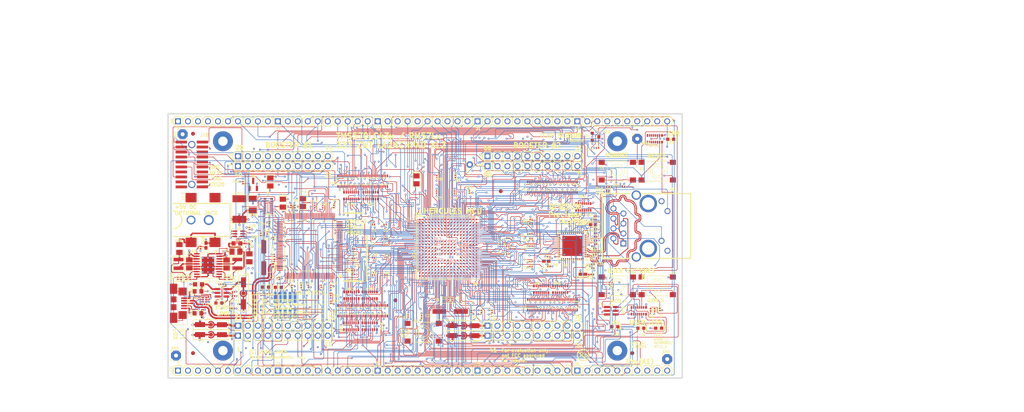
<source format=kicad_pcb>
(kicad_pcb (version 20211014) (generator pcbnew)
  (layers (0 "F.Cu" signal) (31 "B.Cu" signal) (34 "B.Paste" user) (35 "F.Paste" user) (36 "B.SilkS" user "B.Silkscreen") (37 "F.SilkS" user "F.Silkscreen") (38 "B.Mask" user) (39 "F.Mask" user) (44 "Edge.Cuts" user))
  (net 0 "")
  (footprint "C0201" (layer "F.Cu") (at 91.778 113.649 90)
    (fp_text reference "C35")
    (fp_text value "0.01uF")
  )
  (footprint "DF40C-60DP-0.4V(51)" (layer "F.Cu") (at 161.29 120.396 90)
    (fp_text reference "J15")
    (fp_text value "DF40C-60DP-0.4V(51)")
  )
  (footprint "R0201" (layer "F.Cu") (at 104.902 117.729 -90)
    (fp_text reference "R35")
    (fp_text value "220K")
  )
  (footprint "R0201" (layer "F.Cu") (at 172.2358 104.013 180)
    (fp_text reference "R20")
    (fp_text value "4.87K")
  )
  (footprint "MXA20A" (layer "F.Cu") (at 73.670003 110.325329)
    (fp_text reference "U5")
    (fp_text value "LM26420XMHX/NOPB")
  )
  (footprint "1X50_ALT" (layer "F.Cu") (at 128.27 73.66)
    (fp_text reference "J9")
    (fp_text value "")
  )
  (footprint "C0201" (layer "F.Cu") (at 77.2394 115.1726 180)
    (fp_text reference "C52")
    (fp_text value "0.1uF")
  )
  (footprint "R0201" (layer "F.Cu") (at 78.994 113.665 90)
    (fp_text reference "R25")
    (fp_text value "4.87K")
  )
  (footprint "CHIPLED_0603" (layer "F.Cu") (at 188.325128 126.365 -90)
    (fp_text reference "LED3")
    (fp_text value "GRN")
  )
  (footprint "R0603" (layer "F.Cu") (at 81.026 104.775 180)
    (fp_text reference "R29")
    (fp_text value "0.010")
  )
  (footprint "R0201" (layer "F.Cu") (at 66.8528 113.665 -90)
    (fp_text reference "R44")
    (fp_text value "1M")
  )
  (footprint "CHIPLED_0603" (layer "F.Cu") (at 183.801 126.365 -90)
    (fp_text reference "LED2")
    (fp_text value "GRN")
  )
  (footprint "R0201" (layer "F.Cu") (at 175.4124 90.3478 180)
    (fp_text reference "R46")
    (fp_text value "49.9")
  )
  (footprint "MH_94_200" (layer "F.Cu") (at 77.47 132.08)
    (fp_text reference "MH1" hide)
    (fp_text value "DNP" hide)
  )
  (footprint "C0201" (layer "F.Cu") (at 115.75 103.623 180)
    (fp_text reference "C9")
    (fp_text value "0.1uF")
  )
  (footprint "R0201" (layer "F.Cu") (at 155.85 102.357 180)
    (fp_text reference "R2")
    (fp_text value "0")
  )
  (footprint "CHIPLED_0603" (layer "F.Cu") (at 91.562 115.947 -90)
    (fp_text reference "LED8")
    (fp_text value "GRN")
  )
  (footprint "1X10" (layer "F.Cu") (at 92.71 85.09)
    (fp_text reference "J4")
    (fp_text value "")
  )
  (footprint "DBV6" (layer "F.Cu") (at 176.276 121.92)
    (fp_text reference "U2")
    (fp_text value "TPS3106K33_DBV_6")
  )
  (footprint "C0201" (layer "F.Cu") (at 172.2358 102.1588)
    (fp_text reference "C63")
    (fp_text value "0.1uF")
  )
  (footprint "1X10" (layer "F.Cu") (at 92.71 82.55)
    (fp_text reference "J2")
    (fp_text value "")
  )
  (footprint "RP8_1506_1606" (layer "F.Cu") (at 89.008 95.25 90)
    (fp_text reference "RP12")
    (fp_text value "2.2K" hide)
  )
  (footprint "RP8_1506_1606" (layer "F.Cu") (at 158.4246 116.44 180)
    (fp_text reference "RP7")
    (fp_text value "56" hide)
  )
  (footprint "DCK6" (layer "F.Cu") (at 81.488 102.3112)
    (fp_text reference "U6")
    (fp_text value "INA210_DCK_6")
  )
  (footprint "C0201" (layer "F.Cu") (at 102.87 95.377 -90)
    (fp_text reference "C36")
    (fp_text value "1000pF")
  )
  (footprint "C0201" (layer "F.Cu") (at 100.838 95.377 -90)
    (fp_text reference "C45")
    (fp_text value "0.1uF")
  )
  (footprint "R0201" (layer "F.Cu") (at 172.2612 101.1458 180)
    (fp_text reference "R9")
    (fp_text value "0")
  )
  (footprint "JP1_SHORT" (layer "F.Cu") (at 74.422 128.016 90)
    (fp_text reference "JP2")
    (fp_text value "SHORT" hide)
  )
  (footprint "C0805K" (layer "F.Cu") (at 97.79 94.361 -90)
    (fp_text reference "C46")
    (fp_text value "10uF")
  )
  (footprint "PDT128" (layer "F.Cu") (at 99.53 105.41 180)
    (fp_text reference "U7")
    (fp_text value "TM4C129ENCPDT")
  )
  (footprint "C0201" (layer "F.Cu") (at 149.95 105.465)
    (fp_text reference "C13")
    (fp_text value "0.01uF")
  )
  (footprint "L2520P" (layer "F.Cu") (at 81.1276 109.9566 -90)
    (fp_text reference "L2")
    (fp_text value "1uH")
  )
  (footprint "R0201" (layer "F.Cu") (at 95.758 95.377 90)
    (fp_text reference "R5")
    (fp_text value "4.87K")
  )
  (footprint "C0201" (layer "F.Cu") (at 131.805 91.6875 90)
    (fp_text reference "C23")
    (fp_text value "0.01uF")
  )
  (footprint "C0805K" (layer "F.Cu") (at 80.772 106.8578 180)
    (fp_text reference "C32")
    (fp_text value "22uF")
  )
  (footprint "C0402K" (layer "F.Cu") (at 73.152 105.283 90)
    (fp_text reference "C28")
    (fp_text value "1uF")
  )
  (footprint "DRILEGEND" (layer "F.Cu") (at 26.620444 146.769659)
    (fp_text reference "DRILEGEND0" hide)
    (fp_text value "" hide)
  )
  (footprint "1X10" (layer "F.Cu") (at 92.71 125.73)
    (fp_text reference "J3")
    (fp_text value "")
  )
  (footprint "C0201" (layer "F.Cu") (at 110.655 106.1848)
    (fp_text reference "C31")
    (fp_text value "4700pF")
  )
  (footprint "CK_PTS645_SMD" (layer "F.Cu") (at 187.96 115.57)
    (fp_text reference "S4")
    (fp_text value "TACT6MM_NO_MOM" hide)
  )
  (footprint "SAMTEC-FTR-110-51-S-D-06" (layer "F.Cu") (at 69.5452 84.6582 -90)
    (fp_text reference "J18")
    (fp_text value "" hide)
  )
  (footprint "C0201" (layer "F.Cu") (at 155.85 109.391)
    (fp_text reference "C75")
    (fp_text value "0.1uF")
  )
  (footprint "R0603" (layer "F.Cu") (at 71.12 116.967)
    (fp_text reference "FB1")
    (fp_text value "30 OHM @ 100MHz")
  )
  (footprint "JP1_SHORT" (layer "F.Cu") (at 138.684 128.27 90)
    (fp_text reference "JP4")
    (fp_text value "SHORT" hide)
  )
  (footprint "R0201" (layer "F.Cu") (at 155.85 99.722 180)
    (fp_text reference "R1")
    (fp_text value "0")
  )
  (footprint "R0201" (layer "F.Cu") (at 171.45 112.6744 180)
    (fp_text reference "R11")
    (fp_text value "0")
  )
  (footprint "C0201" (layer "F.Cu") (at 88.7286 102.0826 90)
    (fp_text reference "C37")
    (fp_text value "1000pF")
  )
  (footprint "C0201" (layer "F.Cu") (at 94.742 95.377 90)
    (fp_text reference "C43")
    (fp_text value "0.1uF")
  )
  (footprint "R0201" (layer "F.Cu") (at 172.7724 108.5342 180)
    (fp_text reference "R36")
    (fp_text value "49.9")
  )
  (footprint "L2520P" (layer "F.Cu") (at 66.167 109.982 -90)
    (fp_text reference "L1")
    (fp_text value "1uH")
  )
  (footprint "2,54_1,1" (layer "F.Cu") (at 182.88 78.105 180)
    (fp_text reference "PAD9" hide)
    (fp_text value "DNP")
  )
  (footprint "CK_PTS645_SMD" (layer "F.Cu") (at 177.8 115.57)
    (fp_text reference "S3")
    (fp_text value "TACT6MM_NO_MOM" hide)
  )
  (footprint "1X10" (layer "F.Cu") (at 156.21 125.73)
    (fp_text reference "J7")
    (fp_text value "")
  )
  (footprint "RP8_1506_1606" (layer "F.Cu") (at 110.109 92.583)
    (fp_text reference "RP1")
    (fp_text value "56" hide)
  )
  (footprint "R0201" (layer "F.Cu") (at 80.0608 121.3358 180)
    (fp_text reference "R45")
    (fp_text value "61.9K")
  )
  (footprint "C0805K" (layer "F.Cu") (at 78.4098 110.0074 -90)
    (fp_text reference "C30")
    (fp_text value "22uF")
  )
  (footprint "C0805K" (layer "F.Cu") (at 84.201 108.4326 -90)
    (fp_text reference "C33")
    (fp_text value "22uF")
  )
  (footprint "2,54_1,1" (layer "F.Cu") (at 190.5 134.239)
    (fp_text reference "PAD11" hide)
    (fp_text value "DNP")
  )
  (footprint "C0201" (layer "F.Cu") (at 171.5814 111.0488)
    (fp_text reference "C58")
    (fp_text value "0.1uF")
  )
  (footprint "C0201" (layer "F.Cu") (at 165.5888 99.4886 90)
    (fp_text reference "C68")
    (fp_text value "0.1uF")
  )
  (footprint "FIDUCIAL_1MM" (layer "F.Cu") (at 181.61 132.715)
    (fp_text reference "FID3" hide)
    (fp_text value "DNP" hide)
  )
  (footprint "R0201" (layer "F.Cu") (at 69.088 113.665 -90)
    (fp_text reference "R19")
    (fp_text value "8.45K")
  )
  (footprint "DUAL_ABRACRON_ARJC02_111006K_PULSE_J00-0065NL" (layer "F.Cu") (at 183.642 100.33 90)
    (fp_text reference "J11")
    (fp_text value "MAGJACKARJCO2-111006E")
  )
  (footprint "C0201" (layer "F.Cu") (at 118.95 112.747 180)
    (fp_text reference "C17")
    (fp_text value "0.1uF")
  )
  (footprint "R0201" (layer "F.Cu") (at 171.604 110.0782)
    (fp_text reference "R37")
    (fp_text value "49.9")
  )
  (footprint "C0201" (layer "F.Cu") (at 135.8232 118.999 90)
    (fp_text reference "C2")
    (fp_text value "33pF")
  )
  (footprint "C0201" (layer "F.Cu") (at 118.95 103.581)
    (fp_text reference "C3")
    (fp_text value "1000pF")
  )
  (footprint "FIDUCIAL_1MM" (layer "F.Cu") (at 69.85 76.835)
    (fp_text reference "FID2" hide)
    (fp_text value "DNP" hide)
  )
  (footprint "RP8_1506_1606" (layer "F.Cu") (at 110.074 125.876)
    (fp_text reference "RP5")
    (fp_text value "56" hide)
  )
  (footprint "MH_94_200" (layer "F.Cu") (at 77.47 78.74)
    (fp_text reference "MH4" hide)
    (fp_text value "DNP" hide)
  )
  (footprint "R0201" (layer "F.Cu") (at 186.301 121.687 90)
    (fp_text reference "R4")
    (fp_text value "0")
  )
  (footprint "C0201" (layer "F.Cu") (at 99.206 115.697 90)
    (fp_text reference "C41")
    (fp_text value "1000pF")
  )
  (footprint "RP8_1506_1606" (layer "F.Cu") (at 114.808 125.876)
    (fp_text reference "RP6")
    (fp_text value "56" hide)
  )
  (footprint "1X10" (layer "F.Cu") (at 156.21 82.55)
    (fp_text reference "J6")
    (fp_text value "")
  )
  (footprint "C1206K" (layer "F.Cu") (at 85.0646 94.869 90)
    (fp_text reference "C55")
    (fp_text value "100uF")
  )
  (footprint "C0201" (layer "F.Cu") (at 149.95 103.465)
    (fp_text reference "C12")
    (fp_text value "0.1uF")
  )
  (footprint "JP1_SHORT" (layer "F.Cu") (at 74.422 125.476 90)
    (fp_text reference "JP3")
    (fp_text value "SHORT" hide)
  )
  (footprint "C0201" (layer "F.Cu") (at 145.94 122.091 90)
    (fp_text reference "C11")
    (fp_text value "1000pF")
  )
  (footprint "MH_94_200" (layer "F.Cu") (at 177.8 78.74)
    (fp_text reference "MH2" hide)
    (fp_text value "DNP" hide)
  )
  (footprint "C0201" (layer "F.Cu") (at 143.215 122.0926 90)
    (fp_text reference "C21")
    (fp_text value "0.1uF")
  )
  (footprint "RP8_1506_1606" (layer "F.Cu") (at 169.15 95.465 180)
    (fp_text reference "RP11")
    (fp_text value "2.2K" hide)
  )
  (footprint "ZWT337" (layer "F.Cu") (at 134.75 105.865 90)
    (fp_text reference "U1")
    (fp_text value "RM57L843_TMS570LC4357_ZWT_337")
  )
  (footprint "C0805K" (layer "F.Cu") (at 126.695 88.5698 -90)
    (fp_text reference "C4")
    (fp_text value "10uF")
  )
  (footprint "R0201" (layer "F.Cu") (at 80.137 118.1608)
    (fp_text reference "R43")
    (fp_text value "220K")
  )
  (footprint "C0201" (layer "F.Cu") (at 172.2358 103.0732)
    (fp_text reference "C70")
    (fp_text value "0.01uF")
  )
  (footprint "C0201" (layer "F.Cu") (at 118.95 108.302 180)
    (fp_text reference "C7")
    (fp_text value "1000pF")
  )
  (footprint "CSM-3X" (layer "F.Cu") (at 135.2804 122.101 180)
    (fp_text reference "Y1")
    (fp_text value "16.00MHZ")
  )
  (footprint "C0201" (layer "F.Cu") (at 118.75 100.006)
    (fp_text reference "C6")
    (fp_text value "0.01uF")
  )
  (footprint "C0201" (layer "F.Cu") (at 172.1884 97.8242)
    (fp_text reference "C60")
    (fp_text value "0.1uF")
  )
  (footprint "1,6_0,9" (layer "F.Cu") (at 140.2588 84.6836 -90)
    (fp_text reference "+1V2")
    (fp_text value "DNP")
  )
  (footprint "R1812" (layer "F.Cu") (at 81.661 96.012 90)
    (fp_text reference "PTC1")
    (fp_text value "3A IH / 5A IT")
  )
  (footprint "1X10" (layer "F.Cu") (at 156.21 128.27)
    (fp_text reference "J5")
    (fp_text value "")
  )
  (footprint "C0201" (layer "F.Cu") (at 155.85 110.6396)
    (fp_text reference "C72")
    (fp_text value "0.01uF")
  )
  (footprint "R0201" (layer "F.Cu") (at 188.6078 121.5896 90)
    (fp_text reference "R6")
    (fp_text value "8.45K")
  )
  (footprint "R0201" (layer "F.Cu") (at 82.55 89.281 -90)
    (fp_text reference "R40")
    (fp_text value "49.9")
  )
  (footprint "C0402K" (layer "F.Cu") (at 159.7343 109.29 180)
    (fp_text reference "C67")
    (fp_text value "1uF")
  )
  (footprint "C0201" (layer "F.Cu") (at 115.75 108.417 180)
    (fp_text reference "C18")
    (fp_text value "1000pF")
  )
  (footprint "FIDUCIAL_1MM" (layer "F.Cu") (at 69.85 132.715)
    (fp_text reference "FID1" hide)
    (fp_text value "DNP" hide)
  )
  (footprint "C0402K" (layer "F.Cu") (at 169.037 112.6236 180)
    (fp_text reference "C65")
    (fp_text value "1uF")
  )
  (footprint "2,54_1,1" (layer "F.Cu") (at 65.532 133.3246)
    (fp_text reference "PAD12" hide)
    (fp_text value "DNP")
  )
  (footprint "CK_PTS645_SMD" (layer "F.Cu") (at 187.96 86.36)
    (fp_text reference "S2")
    (fp_text value "TACT6MM_NO_MOM" hide)
  )
  (footprint "R0201" (layer "F.Cu") (at 77.978 113.665 90)
    (fp_text reference "R26")
    (fp_text value "8.45K")
  )
  (footprint "CSM-3X" (layer "F.Cu") (at 87.884 108.331 90)
    (fp_text reference "Y2")
    (fp_text value "16.00MHZ")
  )
  (footprint "DBV6" (layer "F.Cu") (at 77.216 117.348)
    (fp_text reference "U9")
    (fp_text value "TPS2553_DBV_6")
  )
  (footprint "CHIPLED_0603" (layer "F.Cu") (at 177.165 125.984 -90)
    (fp_text reference "LED6")
    (fp_text value "GRN")
  )
  (footprint "C0201" (layer "F.Cu") (at 90.278 103.505 90)
    (fp_text reference "C47")
    (fp_text value "0.1uF")
  )
  (footprint "R0201" (layer "F.Cu") (at 71.7804 105.8164 90)
    (fp_text reference "R21")
    (fp_text value "5.1")
  )
  (footprint "C0201" (layer "F.Cu") (at 90.551 107.823 90)
    (fp_text reference "C34")
    (fp_text value "33pF")
  )
  (footprint "C0201" (layer "F.Cu") (at 160.3756 108.1516 180)
    (fp_text reference "C62")
    (fp_text value "0.01uF")
  )
  (footprint "C0201" (layer "F.Cu") (at 140.16 91.6875 90)
    (fp_text reference "C15")
    (fp_text value "0.1uF")
  )
  (footprint "RP8_1506_1606" (layer "F.Cu") (at 110.174 117.964 180)
    (fp_text reference "RP3")
    (fp_text value "56" hide)
  )
  (footprint "C0201" (layer "F.Cu") (at 155.85 103.465)
    (fp_text reference "C19")
    (fp_text value "0.1uF")
  )
  (footprint "JP1_SHORT" (layer "F.Cu") (at 138.684 125.73 90)
    (fp_text reference "JP5")
    (fp_text value "SHORT" hide)
  )
  (footprint "C0201" (layer "F.Cu") (at 131.895 87.6875 90)
    (fp_text reference "C56")
    (fp_text value "1000pF")
  )
  (footprint "RP8_1506_1606" (layer "F.Cu") (at 163.284 116.44 180)
    (fp_text reference "RP8")
    (fp_text value "56" hide)
  )
  (footprint "C0805K" (layer "F.Cu") (at 66.3956 106.045 90)
    (fp_text reference "C25")
    (fp_text value "22uF")
  )
  (footprint "DBZ3" (layer "F.Cu") (at 85.1662 89.7382)
    (fp_text reference "U8")
    (fp_text value "LM4040D30_DBZ_3")
  )
  (footprint "1X50" (layer "F.Cu") (at 128.27 137.16)
    (fp_text reference "J10")
    (fp_text value "")
  )
  (footprint "C0201" (layer "F.Cu") (at 80.137 117.094)
    (fp_text reference "C54")
    (fp_text value "4700pF")
  )
  (footprint "1X10" (layer "F.Cu") (at 92.71 128.27)
    (fp_text reference "J1")
    (fp_text value "")
  )
  (footprint "C0805K" (layer "F.Cu") (at 92.71 94.5134 -90)
    (fp_text reference "C50")
    (fp_text value "10uF")
  )
  (footprint "C0201" (layer "F.Cu") (at 97.39 115.697 -90)
    (fp_text reference "C49")
    (fp_text value "0.01uF")
  )
  (footprint "R0201" (layer "F.Cu") (at 68.072 113.665 90)
    (fp_text reference "R18")
    (fp_text value "27K")
  )
  (footprint "R0603" (layer "F.Cu") (at 71.12 122.555)
    (fp_text reference "FB2")
    (fp_text value "30 OHM @ 100MHz")
  )
  (footprint "R0201" (layer "F.Cu") (at 172.0476 107.6552)
    (fp_text reference "R24")
    (fp_text value "49.9")
  )
  (footprint "FIDUCIAL_1MM" (layer "F.Cu") (at 148.15 91.465 180)
    (fp_text reference "FID4" hide)
    (fp_text value "DNP" hide)
  )
  (footprint "CHIPLED_0603" (layer "F.Cu") (at 191.389 78.232 -90)
    (fp_text reference "LED1")
    (fp_text value "RED")
  )
  (footprint "R0201" (layer "F.Cu") (at 175.387 91.3638 180)
    (fp_text reference "R38")
    (fp_text value "49.9")
  )
  (footprint "2,54_1,1" (layer "F.Cu") (at 67.2084 76.962 90)
    (fp_text reference "PAD10" hide)
    (fp_text value "DNP")
  )
  (footprint "USB_MICRO_B_SMD" (layer "F.Cu") (at 64.897 120.015 -90)
    (fp_text reference "J16")
    (fp_text value "USB_MICRO_B_SMD")
  )
  (footprint "C0201" (layer "F.Cu") (at 94.958 115.697 -90)
    (fp_text reference "C38")
    (fp_text value "0.1uF")
  )
  (footprint "R0201" (layer "F.Cu") (at 105.7 95.365 90)
    (fp_text reference "R7")
    (fp_text value "49.9")
  )
  (footprint "CHIPLED_0603" (layer "F.Cu") (at 76.4286 119.9388 -90)
    (fp_text reference "LED9")
    (fp_text value "RED")
  )
  (footprint "C0201" (layer "F.Cu") (at 136.3834 91.6875 90)
    (fp_text reference "C16")
    (fp_text value "0.01uF")
  )
  (footprint "C0201" (layer "F.Cu") (at 65.95 113.665 90)
    (fp_text reference "C53")
    (fp_text value "4700pF")
  )
  (footprint "RP8_1506_1606" (layer "F.Cu") (at 187.325 78.105 180)
    (fp_text reference "RP10")
    (fp_text value "2.2K" hide)
  )
  (footprint "C0201" (layer "F.Cu") (at 172.2426 104.973)
    (fp_text reference "C59")
    (fp_text value "0.1uF")
  )
  (footprint "C0201" (layer "F.Cu") (at 155.85 98.721)
    (fp_text reference "C57")
    (fp_text value "0.01uF")
  )
  (footprint "R0201" (layer "F.Cu") (at 160.4074 110.6235 180)
    (fp_text reference "R8")
    (fp_text value "0")
  )
  (footprint "R0201" (layer "F.Cu") (at 110.598 112.649 180)
    (fp_text reference "R30")
    (fp_text value "330K")
  )
  (footprint "C0201" (layer "F.Cu") (at 115.75 100.01 180)
    (fp_text reference "C5")
    (fp_text value "0.1uF")
  )
  (footprint "RP8_1506_1606" (layer "F.Cu") (at 183.261 121.92)
    (fp_text reference "RP9")
    (fp_text value "2.2K" hide)
  )
  (footprint "C0201" (layer "F.Cu") (at 104.902 115.697 90)
    (fp_text reference "C42")
    (fp_text value "0.01uF")
  )
  (footprint "C0201" (layer "F.Cu") (at 124.568 123.247 -90)
    (fp_text reference "C10")
    (fp_text value "0.01uF")
  )
  (footprint "1X10" (layer "F.Cu") (at 156.21 85.09)
    (fp_text reference "J8")
    (fp_text value "")
  )
  (footprint "JP1_SHORT" (layer "F.Cu") (at 82.677 117.475)
    (fp_text reference "JP6")
    (fp_text value "SHORT" hide)
  )
  (footprint "C0201" (layer "F.Cu") (at 90.551 109.093 -90)
    (fp_text reference "C39")
    (fp_text value "33pF")
  )
  (footprint "C0603K" (layer "F.Cu") (at 71.247 115.189 180)
    (fp_text reference "C51")
    (fp_text value "4.7uF")
  )
  (footprint "R0201" (layer "F.Cu") (at 87.0966 102.489 90)
    (fp_text reference "R28")
    (fp_text value "27K")
  )
  (footprint "DF40C-60DP-0.4V(51)" (layer "F.Cu") (at 113.03 121.92 90)
    (fp_text reference "J13")
    (fp_text value "DF40C-60DP-0.4V(51)")
  )
  (footprint "C0201" (layer "F.Cu") (at 89.262 99.441 90)
    (fp_text reference "C40")
    (fp_text value "0.01uF")
  )
  (footprint "CK_PTS645_SMD" (layer "F.Cu") (at 128.406 127.392 180)
    (fp_text reference "S5")
    (fp_text value "TACT6MM_NO_MOMHALF_CK")
  )
  (footprint "R0201" (layer "F.Cu") (at 172.1038 106.1136)
    (fp_text reference "R23")
    (fp_text value "49.9")
  )
  (footprint "C0201" (layer "F.Cu") (at 136.575 87.6875 90)
    (fp_text reference "C76")
    (fp_text value "0.1uF")
  )
  (footprint "FIDUCIAL_1MM" (layer "F.Cu") (at 121.35 119.265 180)
    (fp_text reference "FID5" hide)
    (fp_text value "DNP" hide)
  )
  (footprint "C0201" (layer "F.Cu") (at 102.47 115.697 -90)
    (fp_text reference "C44")
    (fp_text value "1000pF")
  )
  (footprint "C0201" (layer "F.Cu") (at 172.782 80.457 180)
    (fp_text reference "C24")
    (fp_text value "4700pF")
  )
  (footprint "SQA48A" (layer "F.Cu") (at 166.37 105.41 90)
    (fp_text reference "U4")
    (fp_text value "DP83630_RHS_48")
  )
  (footprint "R0201" (layer "F.Cu") (at 179.3668 90.2894 180)
    (fp_text reference "R47")
    (fp_text value "0")
  )
  (footprint "MH_94_200" (layer "F.Cu") (at 177.8 132.08)
    (fp_text reference "MH3" hide)
    (fp_text value "DNP" hide)
  )
  (footprint "SOT23" (layer "F.Cu") (at 172.212 77.597 -90)
    (fp_text reference "U10")
    (fp_text value "1K")
  )
  (footprint "C0201" (layer "F.Cu") (at 110.598 108.585)
    (fp_text reference "C48")
    (fp_text value "0.1uF")
  )
  (footprint "C0201" (layer "F.Cu") (at 84.201 100.965 90)
    (fp_text reference "C29")
    (fp_text value "0.1uF")
  )
  (footprint "C0201" (layer "F.Cu") (at 155.85 105.465)
    (fp_text reference "C22")
    (fp_text value "1000pF")
  )
  (footprint "R0201" (layer "F.Cu") (at 187.317 121.687 90)
    (fp_text reference "R3")
    (fp_text value "0")
  )
  (footprint "R0201" (layer "F.Cu") (at 104.902 119.761 90)
    (fp_text reference "R31")
    (fp_text value "330K")
  )
  (footprint "RP8_1506_1606" (layer "F.Cu") (at 114.808 117.964 180)
    (fp_text reference "RP4")
    (fp_text value "56" hide)
  )
  (footprint "CK_PTS645_SMD" (layer "F.Cu") (at 177.8 86.36)
    (fp_text reference "S1")
    (fp_text value "TACT6MM_NO_MOM" hide)
  )
  (footprint "DF40C-60DP-0.4V(51)" (layer "F.Cu") (at 113.03 88.9 90)
    (fp_text reference "J12")
    (fp_text value "DF40C-60DP-0.4V(51)")
  )
  (footprint "C0201" (layer "F.Cu") (at 128.0287 123.4851 -90)
    (fp_text reference "C20")
    (fp_text value "0.01uF")
  )
  (footprint "C0805K" (layer "F.Cu") (at 89.5096 89.1286 -90)
    (fp_text reference "C8")
    (fp_text value "10uF")
  )
  (footprint "C0201" (layer "F.Cu") (at 115.75 112.7948)
    (fp_text reference "C73")
    (fp_text value "0.1uF")
  )
  (footprint "C0402K" (layer "F.Cu") (at 171.6278 99.965)
    (fp_text reference "C71")
    (fp_text value "1uF")
  )
  (footprint "C0201" (layer "F.Cu") (at 134.8868 118.999 90)
    (fp_text reference "C1")
    (fp_text value "33pF")
  )
  (footprint "DF40C-60DP-0.4V(51)" (layer "F.Cu") (at 161.29 90.424 90)
    (fp_text reference "J14")
    (fp_text value "DF40C-60DP-0.4V(51)")
  )
  (footprint "RP8_1506_1606" (layer "F.Cu") (at 115.062 92.583)
    (fp_text reference "RP2")
    (fp_text value "56" hide)
  )
  (footprint "C0201" (layer "F.Cu") (at 172.169 98.7568)
    (fp_text reference "C61")
    (fp_text value "0.1uF")
  )
  (footprint "R0201" (layer "F.Cu") (at 110.598 111.633 180)
    (fp_text reference "R34")
    (fp_text value "220K")
  )
  (footprint "CUI_PJ002BH" (layer "F.Cu") (at 71.755 98.806)
    (fp_text reference "J17")
    (fp_text value "")
  )
  (footprint "CHIPLED_0603" (layer "F.Cu") (at 88.31 115.897 -90)
    (fp_text reference "LED7")
    (fp_text value "GRN")
  )
  (footprint "C0201" (layer "F.Cu") (at 149.95 107.465)
    (fp_text reference "C14")
    (fp_text value "1000pF")
  )
  (footprint "C0805K" (layer "F.Cu") (at 68.8864 109.982 -90)
    (fp_text reference "C27")
    (fp_text value "22uF")
  )
  (footprint "DRY6" (layer "F.Cu") (at 72.7876 119.1348)
    (fp_text reference "U3")
    (fp_text value "TPD4E004_DRY_6")
  )
  (footprint "C0201" (layer "F.Cu") (at 140.608 122.091 90)
    (fp_text reference "C74")
    (fp_text value "1000pF")
  )
  (footprint "C0201" (layer "B.Cu") (at 137.55 107.465 180)
    (fp_text reference "C80")
    (fp_text value "1000pF")
  )
  (footprint "FTSH-105-01-F-DV" (layer "B.Cu") (at 93.289 120.557)
    (fp_text reference "J19" hide)
    (fp_text value "" hide)
  )
  (footprint "C0201" (layer "B.Cu") (at 137.55 106.265 180)
    (fp_text reference "C83")
    (fp_text value "1000pF")
  )
  (footprint "C0201" (layer "B.Cu") (at 135.55 108.265)
    (fp_text reference "C84")
    (fp_text value "0.1uF")
  )
  (footprint "C0201" (layer "B.Cu") (at 137.55 104.665 180)
    (fp_text reference "C82")
    (fp_text value "1000pF")
  )
  (footprint "C0201" (layer "B.Cu") (at 135.35 103.065 180)
    (fp_text reference "C79")
    (fp_text value "1000pF")
  )
  (footprint "C0201" (layer "B.Cu") (at 132.35 106.265)
    (fp_text reference "C81")
    (fp_text value "1000pF")
  )
  (footprint "C0201" (layer "B.Cu") (at 132.35 107.465)
    (fp_text reference "C77")
    (fp_text value "1000pF")
  )
  (footprint "C0201" (layer "B.Cu") (at 132.35 104.265)
    (fp_text reference "C78")
    (fp_text value "1000pF")
  )
  (gr_line (start 171.01 106.325) (end 171.01 106.135) (layer "F.SilkS") (width 0.127))
  (gr_line (start 173.15 102.865) (end 172.85 102.865) (layer "F.SilkS") (width 0.127))
  (gr_line (start 171.78 108.475) (end 171.4 108.855) (layer "F.SilkS") (width 0.127))
  (gr_line (start 103.9622 119.0244) (end 103.9622 120.2436) (layer "F.SilkS") (width 0.1524))
  (gr_line (start 91.7702 117.8052) (end 91.7702 123.9012) (layer "F.SilkS") (width 0.1524))
  (gr_line (start 103.9622 121.4628) (end 103.9622 122.682) (layer "F.SilkS") (width 0.1524))
  (gr_line (start 173.18 102.335) (end 172.98 102.335) (layer "F.SilkS") (width 0.127))
  (gr_line (start 173.05 105.265) (end 173.25 105.465) (layer "F.SilkS") (width 0.127))
  (gr_line (start 167.8432 132.4356) (end 170.0022 134.3406) (layer "F.SilkS") (width 0.254))
  (gr_line (start 171.23 104.265) (end 171.55 104.265) (layer "F.SilkS") (width 0.127))
  (gr_line (start 84.9122 117.8052) (end 84.9122 119.0244) (layer "F.SilkS") (width 0.1524))
  (gr_line (start 84.9376 121.4628) (end 103.9622 121.4628) (layer "F.SilkS") (width 0.1524))
  (gr_line (start 84.9376 122.682) (end 103.9622 122.682) (layer "F.SilkS") (width 0.1524))
  (gr_line (start 113.15 97.065) (end 108.15 97.065) (layer "F.SilkS") (width 0.4064))
  (gr_line (start 84.9122 120.2436) (end 103.9622 120.2436) (layer "F.SilkS") (width 0.1524))
  (gr_line (start 171.01 106.135) (end 171.29 106.025) (layer "F.SilkS") (width 0.127))
  (gr_line (start 173.25 102.965) (end 173.15 102.865) (layer "F.SilkS") (width 0.127))
  (gr_line (start 173.25 105.465) (end 173.25 105.565) (layer "F.SilkS") (width 0.127))
  (gr_line (start 85.2678 123.9012) (end 84.9122 123.9012) (layer "F.SilkS") (width 0.1524))
  (gr_line (start 91.7702 117.8052) (end 103.9622 117.8052) (layer "F.SilkS") (width 0.1524))
  (gr_line (start 114.095 114.2568) (end 114.1204 102.85) (layer "F.SilkS") (width 0.4064))
  (gr_line (start 173.38 102.135) (end 173.18 102.335) (layer "F.SilkS") (width 0.127))
  (gr_circle (center 169.1132 133.1976) (end 170.594259 133.1976) (layer "F.SilkS") (width 0.254) (fill none))
  (gr_line (start 103.9622 117.8052) (end 103.9622 119.0244) (layer "F.SilkS") (width 0.1524))
  (gr_line (start 103.9622 120.2436) (end 103.9622 121.4628) (layer "F.SilkS") (width 0.1524))
  (gr_line (start 84.9122 119.0244) (end 84.9122 120.2436) (layer "F.SilkS") (width 0.1524))
  (gr_line (start 171.78 108.265) (end 171.78 108.475) (layer "F.SilkS") (width 0.127))
  (gr_line (start 84.9122 119.0244) (end 103.9622 119.0244) (layer "F.SilkS") (width 0.1524))
  (gr_line (start 172.95 105.265) (end 173.05 105.265) (layer "F.SilkS") (width 0.127))
  (gr_line (start 91.7702 123.9012) (end 103.9622 123.9012) (layer "F.SilkS") (width 0.1524))
  (gr_line (start 85.0646 123.9012) (end 85.2678 123.9012) (layer "F.SilkS") (width 0.1524))
  (gr_line (start 103.9622 122.682) (end 103.9622 123.9012) (layer "F.SilkS") (width 0.1524))
  (gr_line (start 173.38 102.035) (end 173.38 102.135) (layer "F.SilkS") (width 0.127))
  (gr_circle (center 109.3216 111.633) (end 109.484237 111.633) (layer "F.SilkS") (width 0.381) (fill none))
  (gr_line (start 84.9122 117.8052) (end 91.7702 117.8052) (layer "F.SilkS") (width 0.1524))
  (gr_line (start 113.15 114.365) (end 108.15 114.365) (layer "F.SilkS") (width 0.4064))
  (gr_line (start 85.2678 123.9012) (end 91.7702 123.9012) (layer "F.SilkS") (width 0.1524))
  (gr_line (start 84.9122 120.2436) (end 84.9122 123.9012) (layer "F.SilkS") (width 0.1524))
  (gr_line (start 194.31 71.755) (end 63.5 71.755) (layer "Edge.Cuts") (width 0.254))
  (gr_line (start 194.31 139.065) (end 194.31 71.755) (layer "Edge.Cuts") (width 0.254))
  (gr_line (start 63.5 71.755) (end 63.5 139.065) (layer "Edge.Cuts") (width 0.254))
  (gr_line (start 63.5 139.065) (end 194.31 139.065) (layer "Edge.Cuts") (width 0.254))
  (gr_text "XDS110 \nDEBUG \nPROBE" (at 108.6712 102.6199) (layer "F.SilkS") (effects (font (size 0.9 0.9) (thickness 0.3)) (justify left bottom)))
  (gr_text "RESET" (at 185.3766 83.1416) (layer "F.SilkS") (effects (font (size 1.016 1.016) (thickness 0.254)) (justify left bottom)))
  (gr_text "XDS110 STATUS" (at 103.589 116.8408) (layer "F.SilkS") (effects (font (size 0.65024 0.65024) (thickness 0.16256)) (justify right top)))
  (gr_text "(C) 2014-2015\nTexas Instruments, Inc." (at 83.98 134.173) (layer "F.SilkS") (effects (font (size 0.8128 0.8128) (thickness 0.2032)) (justify left bottom)))
  (gr_text "41" (at 145.1102 132.542285) (layer "F.SilkS") (effects (font (size 1.016 1.016) (thickness 0.254)) (justify left bottom)))
  (gr_text "80" (at 143.75384 87.861141) (layer "F.SilkS") (effects (font (size 1.016 1.016) (thickness 0.254)) (justify left bottom)))
  (gr_text "30" (at 104.185721 124.249185) (layer "F.SilkS") (effects (font (size 1.016 1.016) (thickness 0.254)) (justify left bottom)))
  (gr_text "GIOB_4" (at 175.7918 119.906) (layer "F.SilkS") (effects (font (size 0.8128 0.8128) (thickness 0.2032)) (justify left bottom)))
  (gr_text "Rev(A1)" (at 179.8215 135.562982) (layer "F.SilkS") (effects (font (size 1.2192 1.2192) (thickness 0.3048)) (justify left bottom)))
  (gr_text "TMS570LC43x / RM57Lx\n337 ZWT LAUNCHPAD XL2" (at 106.019078 80.582397) (layer "F.SilkS") (effects (font (size 1.44 1.44) (thickness 0.36)) (justify left bottom)))
  (gr_text "1" (at 80.807659 132.302763) (layer "F.SilkS") (effects (font (size 1.016 1.016) (thickness 0.254)) (justify left bottom)))
  (gr_text "DP83630 \nPrecision \nPHYTER" (at 170.04 94.695) (layer "F.SilkS") (effects (font (size 1.248 1.248) (thickness 0.352)) (justify right top)))
  (gr_text "ERR" (at 193.7924 76.146) (layer "F.SilkS") (effects (font (size 1.016 1.016) (thickness 0.254)) (justify right top)))
  (gr_text "BOOSTER #1" (at 100.53 78.965) (layer "F.SilkS") (effects (font (size 1.28 1.28) (thickness 0.32)) (justify right top)))
  (gr_text "+5V" (at 175.7936 125.298) (layer "F.SilkS") (effects (font (size 0.8128 0.8128) (thickness 0.2032)) (justify left bottom)))
  (gr_text "10" (at 103.2256 131.086863) (layer "F.SilkS") (effects (font (size 1.016 1.016) (thickness 0.254)) (justify left bottom)))
  (gr_text "XDS\n110" (at 67.6914 129.4512 90) (layer "F.SilkS") (effects (font (size 1.016 1.016) (thickness 0.254)) (justify left bottom)))
  (gr_text "GIOB_5" (at 185.2616 119.7822) (layer "F.SilkS") (effects (font (size 0.8128 0.8128) (thickness 0.2032)) (justify left bottom)))
  (gr_text "PORRST" (at 174.5498 82.9259) (layer "F.SilkS") (effects (font (size 1.016 1.016) (thickness 0.254)) (justify left bottom)))
  (gr_text "GIOB_7/\nNERROR2/\nNTZ1_2" (at 187.0264 131.4384) (layer "F.SilkS") (effects (font (size 0.6096 0.6096) (thickness 0.1524)) (justify left bottom)))
  (gr_text "20" (at 80.528162 80.965038) (layer "F.SilkS") (effects (font (size 1.016 1.016) (thickness 0.254)) (justify left bottom)))
  (gr_text "Pb" (at 169.2402 133.1976) (layer "F.SilkS") (effects (font (size 1.1176 1.1176) (thickness 0.1524))))
  (gr_text "70" (at 166.669721 124.221244) (layer "F.SilkS") (effects (font (size 1.016 1.016) (thickness 0.254)) (justify left bottom)))
  (gr_text "KILL \nOSC" (at 122.4538 128.7084) (layer "F.SilkS") (effects (font (size 0.8128 0.8128) (thickness 0.2032)) (justify left bottom)))
  (gr_text "61" (at 144.8943 124.284744) (layer "F.SilkS") (effects (font (size 1.016 1.016) (thickness 0.254)) (justify left bottom)))
  (gr_text "GIOB_6/\nNERROR1\n" (at 180.9832 131.452) (layer "F.SilkS") (effects (font (size 0.6096 0.6096) (thickness 0.1524)) (justify left bottom)))
  (gr_text "21" (at 80.2968 124.216304) (layer "F.SilkS") (effects (font (size 1.016 1.016) (thickness 0.254)) (justify left bottom)))
  (gr_text "off  off    Not Ready\non  off    Ready To Connect\non  on    Connected \non  blink  Connected/Activity\noff  on    Serious Error" (at 85.1154 123.6472) (layer "F.SilkS") (effects (font (size 0.6096 0.6096) (thickness 0.1524)) (justify left bottom)))
  (gr_text "HERCULES MCU" (at 143.61 95.785) (layer "F.SilkS") (effects (font (size 1.28 1.28) (thickness 0.32)) (justify right top)))
  (gr_text "50" (at 166.8272 131.239263) (layer "F.SilkS") (effects (font (size 1.016 1.016) (thickness 0.254)) (justify left bottom)))
  (gr_text "+5V DC\nOPTIONAL JACK" (at 65.0574 97.6038) (layer "F.SilkS") (effects (font (size 0.96 0.96) (thickness 0.24)) (justify left bottom)))
  (gr_text "USER LEDS" (at 180.7826 125.5228) (layer "F.SilkS") (effects (font (size 1.016 1.016) (thickness 0.254)) (justify left bottom)))
  (gr_text "USER SWITCHES\n A         B\n" (at 175.145 113.9882) (layer "F.SilkS") (effects (font (size 1.016 1.016) (thickness 0.254)) (justify left bottom)))
  (gr_text "AD1IN_6" (at 165.3918 78.936) (layer "F.SilkS") (effects (font (size 0.6096 0.6096) (thickness 0.1524)) (justify left bottom)))
  (gr_text "31" (at 103.19004 88.104982) (layer "F.SilkS") (effects (font (size 1.016 1.016) (thickness 0.254)) (justify left bottom)))
  (gr_text "51" (at 166.82974 81.059019) (layer "F.SilkS") (effects (font (size 1.016 1.016) (thickness 0.254)) (justify left bottom)))
  (gr_text "40" (at 80.2767 87.952582) (layer "F.SilkS") (effects (font (size 1.016 1.016) (thickness 0.254)) (justify left bottom)))
  (gr_text "OPT.\nHERC\nJTAG\nCTI20" (at 73.98 90.285) (layer "F.SilkS") (effects (font (size 0.9 0.9) (thickness 0.3)) (justify left bottom)))
  (gr_text "TEMP SENSOR >" (at 170.873 76.6944) (layer "F.SilkS") (effects (font (size 1.016 1.016) (thickness 0.254)) (justify right top)))
  (gr_text "." (at 63.9572 79.2734) (layer "F.SilkS") (effects (font (size 1.3335 1.3335) (thickness 0.4445)) (justify left bottom)))
  (gr_text "For evaluation only; \nnot FCC approved \nfor resale." (at 148.22 135.103) (layer "F.SilkS") (effects (font (size 0.8128 0.8128) (thickness 0.2032)) (justify left bottom)))
  (gr_text "71" (at 167.040559 87.751919) (layer "F.SilkS") (effects (font (size 1.016 1.016) (thickness 0.254)) (justify left bottom)))
  (gr_text "CURR\nLIMIT" (at 79.4272 120.6324) (layer "F.SilkS") (effects (font (size 0.9144 0.9144) (thickness 0.2286)) (justify right top)))
  (gr_text "BOOSTER #2" (at 163.66 79.065) (layer "F.SilkS") (effects (font (size 1.28 1.28) (thickness 0.32)) (justify right top)))
  (gr_text "60" (at 143.680181 81.07426) (layer "F.SilkS") (effects (font (size 1.016 1.016) (thickness 0.254)) (justify left bottom)))
  (gr_text "11" (at 103.324659 80.89646) (layer "F.SilkS") (effects (font (size 1.016 1.016) (thickness 0.254)) (justify left bottom)))
  (segment (start 173.482 92.329) (end 173.482 99.1243) (width 0.127) (layer "F.Cu") (net 0))
  (segment (start 138.75 115.697) (end 138.75 114.617) (width 0.127) (layer "F.Cu") (net 0))
  (segment (start 144.78 119.761) (end 145.034 119.507) (width 0.127) (layer "F.Cu") (net 0))
  (segment (start 135.55 109.865) (end 135.15 110.265) (width 0.1016) (layer "F.Cu") (net 0))
  (segment (start 86.36 135.763) (end 86.614 136.017) (width 0.127) (layer "F.Cu") (net 0))
  (segment (start 123.19 108.585) (end 125.3953 108.585) (width 0.127) (layer "F.Cu") (net 0))
  (segment (start 91.91 109.22) (end 93.091 109.22) (width 0.127) (layer "F.Cu") (net 0))
  (segment (start 90.424 92.837) (end 90.678 93.091) (width 0.127) (layer "F.Cu") (net 0))
  (segment (start 172.974 75.565) (end 173.228 75.311) (width 0.127) (layer "F.Cu") (net 0))
  (segment (start 88.827901 114.332663) (end 89.028904 114.278805) (width 0.4064) (layer "F.Cu") (net 0))
  (segment (start 97.8472 99.187) (end 96.52 99.187) (width 0.127) (layer "F.Cu") (net 0))
  (segment (start 163.576 75.565) (end 163.83 75.819) (width 0.127) (layer "F.Cu") (net 0))
  (segment (start 145.034 110.363) (end 143.629 110.363) (width 0.127) (layer "F.Cu") (net 0))
  (segment (start 88.9 118.491) (end 88.392 118.999) (width 0.127) (layer "F.Cu") (net 0))
  (segment (start 151.892 109.093) (end 148.844 109.093) (width 0.127) (layer "F.Cu") (net 0))
  (segment (start 106.172 112.141) (end 108.966 112.141) (width 0.127) (layer "F.Cu") (net 0))
  (segment (start 129.95 110.665) (end 129.55 111.065) (width 0.1016) (layer "F.Cu") (net 0))
  (segment (start 135.636 97.323) (end 135.636 97.113) (width 0.102) (layer "F.Cu") (net 0))
  (segment (start 124.568 122.393) (end 124.682 122.279) (width 0.127) (layer "F.Cu") (net 0))
  (segment (start 139.55 114.173) (end 139.7 114.323) (width 0.102) (layer "F.Cu") (net 0))
  (segment (start 129.95 105.065) (end 129.55 104.665) (width 0.1016) (layer "F.Cu") (net 0))
  (segment (start 171.704 95.631) (end 170.4 95.631) (width 0.127) (layer "F.Cu") (net 0))
  (segment (start 172.4858 103.0732) (end 173 103.0732) (width 0.127) (layer "F.Cu") (net 0))
  (segment (start 115.7901 107.823) (end 115.824 107.823) (width 0.127) (layer "F.Cu") (net 0))
  (segment (start 171.9072 109.4232) (end 171.577 109.4232) (width 0.2032) (layer "F.Cu") (net 0))
  (segment (start 139.446 117.221) (end 139.192 116.967) (width 0.127) (layer "F.Cu") (net 0))
  (segment (start 85.473543 123.389945) (end 85.59408 123.2178) (width 0.4064) (layer "F.Cu") (net 0))
  (segment (start 110.83 87.54) (end 110.83 88.433) (width 0.127) (layer "F.Cu") (net 0))
  (segment (start 183.7944 98.5012) (end 183.775295 98.670761) (width 0.2032) (layer "F.Cu") (net 0))
  (segment (start 137.95 104.265) (end 138.35 103.865) (width 0.1016) (layer "F.Cu") (net 0))
  (segment (start 173.825 84.11) (end 173.825 84.709) (width 0.127) (layer "F.Cu") (net 0))
  (segment (start 180.081602 108.997465) (end 180.164005 108.942405) (width 0.2032) (layer "F.Cu") (net 0))
  (segment (start 92.456 123.825) (end 92.456 129.413) (width 0.127) (layer "F.Cu") (net 0))
  (segment (start 85.91848 115.186557) (end 86.041005 114.986614) (width 0.4064) (layer "F.Cu") (net 0))
  (segment (start 167.9 97.409) (end 167.9 96.315) (width 0.127) (layer "F.Cu") (net 0))
  (segment (start 182.557301 97.475131) (end 182.701781 97.565913) (width 0.2032) (layer "F.Cu") (net 0))
  (segment (start 169.7736 105.156) (end 169.7826 105.165) (width 0.127) (layer "F.Cu") (net 0))
  (segment (start 119.196 103.191) (end 119.126 102.997) (width 0.127) (layer "F.Cu") (net 0))
  (segment (start 129.032 120.269) (end 129.286 120.015) (width 0.127) (layer "F.Cu") (net 0))
  (segment (start 154.686 120.269) (end 163.636 120.269) (width 0.127) (layer "F.Cu") (net 0))
  (segment (start 176.3268 90.3478) (end 175.6674 90.3478) (width 0.127) (layer "F.Cu") (net 0))
  (segment (start 117.602 117.475) (end 117.348 117.729) (width 0.127) (layer "F.Cu") (net 0))
  (segment (start 158.436 124.079) (end 158.69 123.825) (width 0.127) (layer "F.Cu") (net 0))
  (segment (start 121.92 130.683) (end 121.92 127.127) (width 0.127) (layer "F.Cu") (net 0))
  (segment (start 150.368 104.775) (end 150.622 104.521) (width 0.127) (layer "F.Cu") (net 0))
  (segment (start 122.936 102.235) (end 125.936 102.235) (width 0.127) (layer "F.Cu") (net 0))
  (segment (start 136.144 96.901) (end 135.95 96.901) (width 0.127) (layer "F.Cu") (net 0))
  (segment (start 168.8084 107.1626) (end 168.402 107.569) (width 0.1016) (layer "F.Cu") (net 0))
  (segment (start 145.796 125.349) (end 147.32 123.825) (width 0.127) (layer "F.Cu") (net 0))
  (segment (start 168.9 97.419) (end 168.9 96.315) (width 0.127) (layer "F.Cu") (net 0))
  (segment (start 86.8426 101.4476) (end 87.0966 101.7016) (width 0.127) (layer "F.Cu") (net 0))
  (segment (start 138.75 101.865) (end 139.15 101.465) (width 0.1016) (layer "F.Cu") (net 0))
  (segment (start 104.902 115.447) (end 105.414 115.447) (width 0.127) (layer "F.Cu") (net 0))
  (segment (start 128.35 100.265) (end 127.9578 99.865) (width 0.127) (layer "F.Cu") (net 0))
  (segment (start 113.284 91.883) (end 113.222 91.821) (width 0.127) (layer "F.Cu") (net 0))
  (segment (start 139.55 109.865) (end 139.95 110.265) (width 0.1016) (layer "F.Cu") (net 0))
  (segment (start 70.0944 120.215) (end 70.114598 120.394263) (width 0.4064) (layer "F.Cu") (net 0))
  (segment (start 157.236 93.853) (end 157.49 93.599) (width 0.127) (layer "F.Cu") (net 0))
  (segment (start 163.6268 111.887) (end 163.6268 108.8136) (width 0.127) (layer "F.Cu") (net 0))
  (segment (start 68.9 108.904844) (end 68.9 106.5753) (width 0.4064) (layer "F.Cu") (net 0))
  (segment (start 109.4175 128.227) (end 109.8275 127.566) (width 0.127) (layer "F.Cu") (net 0))
  (segment (start 143.51 89.027) (end 143.256 89.281) (width 0.127) (layer "F.Cu") (net 0))
  (segment (start 158.69 119.036) (end 158.69 117.4904) (width 0.127) (layer "F.Cu") (net 0))
  (segment (start 129.54 81.915) (end 129.54 96.901) (width 0.127) (layer "F.Cu") (net 0))
  (segment (start 176.098487 109.092262) (end 176.242967 109.183044) (width 0.2032) (layer "F.Cu") (net 0))
  (segment (start 131.55 95.631) (end 131.55 97.113) (width 0.127) (layer "F.Cu") (net 0))
  (segment (start 183.985 116.713) (end 191.681 116.713) (width 0.127) (layer "F.Cu") (net 0))
  (segment (start 95.504 77.089) (end 95.758 76.835) (width 0.127) (layer "F.Cu") (net 0))
  (segment (start 120.396 135.255) (end 118.872 135.255) (width 0.127) (layer "F.Cu") (net 0))
  (segment (start 181.421 121.07) (end 181.421 121.835) (width 0.127) (layer "F.Cu") (net 0))
  (segment (start 161.89 89.064) (end 161.89 88.427) (width 0.127) (layer "F.Cu") (net 0))
  (segment (start 94.958 116.967) (end 95.212 117.221) (width 0.127) (layer "F.Cu") (net 0))
  (segment (start 178.377158 93.099239) (end 178.433515 92.938181) (width 0.2032) (layer "F.Cu") (net 0))
  (segment (start 133.95 114.173) (end 133.858 114.265) (width 0.102) (layer "F.Cu") (net 0))
  (segment (start 111.8586 88.265) (end 111.63 88.0364) (width 0.127) (layer "F.Cu") (net 0))
  (segment (start 131.55 105.065) (end 131.15 104.665) (width 0.1016) (layer "F.Cu") (net 0))
  (segment (start 102.362 135.763) (end 102.616 136.017) (width 0.127) (layer "F.Cu") (net 0))
  (segment (start 117.348 117.729) (end 113.558 117.729) (width 0.127) (layer "F.Cu") (net 0))
  (segment (start 158.496 101.727) (end 159.512 101.727) (width 0.127) (layer "F.Cu") (net 0))
  (segment (start 191.935 87.757) (end 191.935 88.61) (width 0.127) (layer "F.Cu") (net 0))
  (segment (start 180.720205 107.367714) (end 180.811746 107.196452) (width 0.2032) (layer "F.Cu") (net 0))
  (segment (start 164.846 123.825) (end 164.29 123.269) (width 0.127) (layer "F.Cu") (net 0))
  (segment (start 78.486 82.169) (end 70.358 82.169) (width 0.127) (layer "F.Cu") (net 0))
  (segment (start 76.7924 118.825) (end 75.68 119.195) (width 0.127) (layer "F.Cu") (net 0))
  (segment (start 150.368 115.951) (end 150.368 113.411) (width 0.127) (layer "F.Cu") (net 0))
  (segment (start 155.49 89.789) (end 154.432 89.789) (width 0.127) (layer "F.Cu") (net 0))
  (segment (start 150.622 98.171) (end 150.622 101.727) (width 0.127) (layer "F.Cu") (net 0))
  (segment (start 119.084 91.059) (end 119.888 91.059) (width 0.127) (layer "F.Cu") (net 0))
  (segment (start 108.966 107.569) (end 108.966 101.473) (width 0.127) (layer "F.Cu") (net 0))
  (segment (start 164.69 118.491) (end 164.338 118.491) (width 0.127) (layer "F.Cu") (net 0))
  (segment (start 171.196 74.803) (end 171.196 73.914) (width 0.127) (layer "F.Cu") (net 0))
  (segment (start 110.03 124.127) (end 109.824 124.333) (width 0.127) (layer "F.Cu") (net 0))
  (segment (start 66.33 113.415) (end 66.335 113.41) (width 0.127) (layer "F.Cu") (net 0))
  (segment (start 127.55 107.465) (end 126.75 107.465) (width 0.1016) (layer "F.Cu") (net 0))
  (segment (start 170.909724 107.743903) (end 171.069 107.809877) (width 0.2032) (layer "F.Cu") (net 0))
  (segment (start 171.45 94.621) (end 171.704 94.361) (width 0.127) (layer "F.Cu") (net 0))
  (segment (start 142.75 101.865) (end 143.629 101.865) (width 0.102) (layer "F.Cu") (net 0))
  (segment (start 159.744 90.551) (end 159.49 90.805) (width 0.127) (layer "F.Cu") (net 0))
  (segment (start 179.941101 93.864556) (end 180.085581 93.955338) (width 0.2032) (layer "F.Cu") (net 0))
  (segment (start 137.55 99.065) (end 137.55 97.865) (width 0.1016) (layer "F.Cu") (net 0))
  (segment (start 156.29 118.2776) (end 156.5846 117.983) (width 0.127) (layer "F.Cu") (net 0))
  (segment (start 67.547 119.365) (end 69.9 119.365) (width 0.4064) (layer "F.Cu") (net 0))
  (segment (start 141.95 105.065) (end 141.75 105.265) (width 0.1016) (layer "F.Cu") (net 0))
  (segment (start 132.35 100.265) (end 131.95 99.865) (width 0.1016) (layer "F.Cu") (net 0))
  (segment (start 157.636 87.757) (end 157.89 88.011) (width 0.127) (layer "F.Cu") (net 0))
  (segment (start 69.75 102.215) (end 69.355 102.61) (width 0.4064) (layer "F.Cu") (net 0))
  (segment (start 177.503931 100.086329) (end 177.412186 100.032994) (width 0.2032) (layer "F.Cu") (net 0))
  (segment (start 82.296 126.619) (end 82.296 124.841) (width 0.127) (layer "F.Cu") (net 0))
  (segment (start 137.15 97.663) (end 137.16 97.653) (width 0.102) (layer "F.Cu") (net 0))
  (segment (start 116.328 103.623) (end 116.328 102.163) (width 0.127) (layer "F.Cu") (net 0))
  (segment (start 110.853 112.141) (end 110.343 112.141) (width 0.127) (layer "F.Cu") (net 0))
  (segment (start 138.75 113.865) (end 138.75 114.617) (width 0.102) (layer "F.Cu") (net 0))
  (segment (start 183.388 103.4288) (end 183.370596 103.538686) (width 0.2032) (layer "F.Cu") (net 0))
  (segment (start 166.624 138.303) (end 179.197 138.303) (width 0.127) (layer "F.Cu") (net 0))
  (segment (start 183.388 135.509) (end 174.244 135.509) (width 0.127) (layer "F.Cu") (net 0))
  (segment (start 131.15 99.065) (end 131.15 97.865) (width 0.1016) (layer "F.Cu") (net 0))
  (segment (start 120.396 93.599) (end 119.888 94.107) (width 0.127) (layer "F.Cu") (net 0))
  (segment (start 181.421 122.047) (end 182.011 122.047) (width 0.127) (layer "F.Cu") (net 0))
  (segment (start 110.905 106.1848) (end 111.225 106.189) (width 0.127) (layer "F.Cu") (net 0))
  (segment (start 170.18 132.969) (end 173.228 136.017) (width 0.127) (layer "F.Cu") (net 0))
  (segment (start 112.03 123.063) (end 112.014 123.047) (width 0.127) (layer "F.Cu") (net 0))
  (segment (start 151.13 78.105) (end 149.606 78.105) (width 0.127) (layer "F.Cu") (net 0))
  (segment (start 133.858 134.747) (end 134.366 134.239) (width 0.127) (layer "F.Cu") (net 0))
  (segment (start 174.0662 106.6546) (end 174.182842 106.631398) (width 0.2032) (layer "F.Cu") (net 0))
  (segment (start 151.384 115.189) (end 151.384 113.665) (width 0.127) (layer "F.Cu") (net 0))
  (segment (start 128.27 117.475) (end 128.75 116.995) (width 0.127) (layer "F.Cu") (net 0))
  (segment (start 94.5198 96.9264) (end 94.5198 96.6534) (width 0.127) (layer "F.Cu") (net 0))
  (segment (start 180.425563 107.0483) (end 180.565236 106.848826) (width 0.2032) (layer "F.Cu") (net 0))
  (segment (start 148.59 107.061) (end 148.336 107.315) (width 0.127) (layer "F.Cu") (net 0))
  (segment (start 131.15 112.665) (end 131.15 113.865) (width 0.1016) (layer "F.Cu") (net 0))
  (segment (start 89.970629 110.824029) (end 90.0811 110.739262) (width 0.4064) (layer "F.Cu") (net 0))
  (segment (start 102.362 138.303) (end 84.963 138.303) (width 0.127) (layer "F.Cu") (net 0))
  (segment (start 124.714 100.665) (end 125.936 100.665) (width 0.127) (layer "F.Cu") (net 0))
  (segment (start 134.35 114.173) (end 134.366 114.189) (width 0.102) (layer "F.Cu") (net 0))
  (segment (start 97.7266 110.0456) (end 97.7266 113.03) (width 0.127) (layer "F.Cu") (net 0))
  (segment (start 171.9926 105.3224) (end 171.9926 104.973) (width 0.127) (layer "F.Cu") (net 0))
  (segment (start 152.146 113.665) (end 157.734 113.665) (width 0.127) (layer "F.Cu") (net 0))
  (segment (start 147.828 115.697) (end 147.066 114.935) (width 0.127) (layer "F.Cu") (net 0))
  (segment (start 142.474 122.865) (end 142.418 122.809) (width 0.127) (layer "F.Cu") (net 0))
  (segment (start 115.5 108.417) (end 115.5015 108.177) (width 0.127) (layer "F.Cu") (net 0))
  (segment (start 108.1054 116.205) (end 108.334 116.4336) (width 0.127) (layer "F.Cu") (net 0))
  (segment (start 107.95 116.205) (end 108.1054 116.205) (width 0.127) (layer "F.Cu") (net 0))
  (segment (start 108.824 125.026) (end 108.824 123.28) (width 0.127) (layer "F.Cu") (net 0))
  (segment (start 126.75 101.065) (end 126.492 101.065) (width 0.102) (layer "F.Cu") (net 0))
  (segment (start 132.75 113.865) (end 132.75 114.173) (width 0.102) (layer "F.Cu") (net 0))
  (segment (start 173.8419 109.7788) (end 173.824496 109.888686) (width 0.2032) (layer "F.Cu") (net 0))
  (segment (start 95.339 96.5328) (end 95.339 97.79) (width 0.127) (layer "F.Cu") (net 0))
  (segment (start 71.2036 105.5614) (end 71.7804 105.5614) (width 0.2032) (layer "F.Cu") (net 0))
  (segment (start 106.025 126.726) (end 108.234 126.726) (width 0.127) (layer "F.Cu") (net 0))
  (segment (start 86.36 117.729) (end 86.614 117.475) (width 0.127) (layer "F.Cu") (net 0))
  (segment (start 138.75 101.065) (end 139.15 100.665) (width 0.1016) (layer "F.Cu") (net 0))
  (segment (start 112.714 128.143) (end 112.968 127.889) (width 0.127) (layer "F.Cu") (net 0))
  (segment (start 73.730331 110.265) (end 73.670003 110.325329) (width 0.3048) (layer "F.Cu") (net 0))
  (segment (start 135.55 112.265) (end 135.15 112.665) (width 0.1016) (layer "F.Cu") (net 0))
  (segment (start 120.65 121.793) (end 120.65 135.001) (width 0.127) (layer "F.Cu") (net 0))
  (segment (start 141.95 110.665) (end 142.75 110.665) (width 0.1016) (layer "F.Cu") (net 0))
  (segment (start 164.084 93.091) (end 164.29 92.885) (width 0.127) (layer "F.Cu") (net 0))
  (segment (start 155.702 119.7444) (end 155.702 119.761) (width 0.127) (layer "F.Cu") (net 0))
  (segment (start 123.8553 126.619) (end 126.492 126.619) (width 0.127) (layer "F.Cu") (net 0))
  (segment (start 104.902 115.947) (end 104.902 116.713) (width 0.127) (layer "F.Cu") (net 0))
  (segment (start 89.293 94.5) (end 89.858 94.5) (width 0.127) (layer "F.Cu") (net 0))
  (segment (start 168.656 99.441) (end 167.386 99.441) (width 0.127) (layer "F.Cu") (net 0))
  (segment (start 167.09 119.036) (end 167.09 118.491) (width 0.127) (layer "F.Cu") (net 0))
  (segment (start 112.43 121.193) (end 112.522 121.285) (width 0.127) (layer "F.Cu") (net 0))
  (segment (start 164.338 103.0478) (end 164.084 102.7938) (width 0.1016) (layer "F.Cu") (net 0))
  (segment (start 132.334 86.233) (end 132.334 97.113) (width 0.127) (layer "F.Cu") (net 0))
  (segment (start 120.904 122.047) (end 120.904 134.747) (width 0.127) (layer "F.Cu") (net 0))
  (segment (start 157.236 120.777) (end 157.49 121.031) (width 0.127) (layer "F.Cu") (net 0))
  (segment (start 66.4 105.0406) (end 66.4 103.815) (width 0.4064) (layer "F.Cu") (net 0))
  (segment (start 112.43 87.54) (end 112.43 86.833) (width 0.127) (layer "F.Cu") (net 0))
  (segment (start 174.224457 107.043169) (end 174.374778 106.990569) (width 0.2032) (layer "F.Cu") (net 0))
  (segment (start 110.236 75.819) (end 110.49 76.073) (width 0.127) (layer "F.Cu") (net 0))
  (segment (start 155.06 102.415) (end 155.118 102.357) (width 0.127) (layer "F.Cu") (net 0))
  (segment (start 89.1032 113.157) (end 89.1032 111.2012) (width 0.4064) (layer "F.Cu") (net 0))
  (segment (start 168.91 75.311) (end 169.164 75.057) (width 0.127) (layer "F.Cu") (net 0))
  (segment (start 136.575 87.4375) (end 136.568 85.8775) (width 0.127) (layer "F.Cu") (net 0))
  (segment (start 126.4285 92.3163) (end 125.4633 92.3163) (width 0.127) (layer "F.Cu") (net 0))
  (segment (start 156.718 102.489) (end 156.718 101.727) (width 0.127) (layer "F.Cu") (net 0))
  (segment (start 128.524 119.253) (end 129.286 118.491) (width 0.127) (layer "F.Cu") (net 0))
  (segment (start 175.896 92.329) (end 175.642 92.075) (width 0.127) (layer "F.Cu") (net 0))
  (segment (start 164.338 76.835) (end 164.592 76.581) (width 0.127) (layer "F.Cu") (net 0))
  (segment (start 73.9394 85.2932) (end 74.168 85.5218) (width 0.127) (layer "F.Cu") (net 0))
  (segment (start 139.15 114.173) (end 139.192 114.215) (width 0.102) (layer "F.Cu") (net 0))
  (segment (start 102.6922 108.4072) (end 102.362 108.077) (width 0.127) (layer "F.Cu") (net 0))
  (segment (start 113.812 91.733) (end 113.812 90.9679) (width 0.127) (layer "F.Cu") (net 0))
  (segment (start 169.672 100.457) (end 168.8846 100.457) (width 0.127) (layer "F.Cu") (net 0))
  (segment (start 179.673305 93.438361) (end 179.729662 93.599419) (width 0.2032) (layer "F.Cu") (net 0))
  (segment (start 171.958 74.803) (end 192.786 74.803) (width 0.127) (layer "F.Cu") (net 0))
  (segment (start 85.7556 115.865) (end 85.773999 115.631224) (width 0.4064) (layer "F.Cu") (net 0))
  (segment (start 187.317 121.035) (end 187.317 121.432) (width 0.127) (layer "F.Cu") (net 0))
  (segment (start 146.558 109.347) (end 143.629 109.347) (width 0.127) (layer "F.Cu") (net 0))
  (segment (start 90.678 93.746) (end 90.424 94) (width 0.127) (layer "F.Cu") (net 0))
  (segment (start 141.55 103.065) (end 142.75 103.065) (width 0.1016) (layer "F.Cu") (net 0))
  (segment (start 66.862959 80.2132) (end 66.863 80.2132) (width 0.127) (layer "F.Cu") (net 0))
  (segment (start 111.424 119.809) (end 111.63 120.015) (width 0.127) (layer "F.Cu") (net 0))
  (segment (start 137.95 109.065) (end 138.35 109.465) (width 0.1016) (layer "F.Cu") (net 0))
  (segment (start 165.862 129.667) (end 156.718 129.667) (width 0.127) (layer "F.Cu") (net 0))
  (segment (start 106.934 93.599) (end 104.648 93.599) (width 0.127) (layer "F.Cu") (net 0))
  (segment (start 183.507499 99.096956) (end 183.363019 99.187738) (width 0.2032) (layer "F.Cu") (net 0))
  (segment (start 143.215 121.8426) (end 142.835 121.843) (width 0.127) (layer "F.Cu") (net 0))
  (segment (start 73.1 121.0206) (end 73.276771 121.040517) (width 0.4064) (layer "F.Cu") (net 0))
  (segment (start 181.6354 106.3498) (end 181.79975 106.328163) (width 0.2032) (layer "F.Cu") (net 0))
  (segment (start 126.695 87.5698) (end 125.652 87.5698) (width 0.127) (layer "F.Cu") (net 0))
  (segment (start 79 104.865) (end 79.09 104.775) (width 0.4064) (layer "F.Cu") (net 0))
  (segment (start 176.8856 102.0064) (end 177.116059 102.024538) (width 0.2032) (layer "F.Cu") (net 0))
  (segment (start 176.784 103.5384) (end 176.8174 103.505) (width 0.2032) (layer "F.Cu") (net 0))
  (segment (start 130.35 97.865) (end 130.302 97.817) (width 0.102) (layer "F.Cu") (net 0))
  (segment (start 68.065 113.405) (end 67.49 113.405) (width 0.127) (layer "F.Cu") (net 0))
  (segment (start 94.9326 111.8236) (end 94.742 111.633) (width 0.127) (layer "F.Cu") (net 0))
  (segment (start 140.35 106.665) (end 140.75 107.065) (width 0.1016) (layer "F.Cu") (net 0))
  (segment (start 176.19893 110.109419) (end 176.289712 110.253899) (width 0.2032) (layer "F.Cu") (net 0))
  (segment (start 144.018 95.885) (end 139.7 95.885) (width 0.127) (layer "F.Cu") (net 0))
  (segment (start 164.034 116.205) (end 164.034 115.59) (width 0.127) (layer "F.Cu") (net 0))
  (segment (start 68.8864 108.0286) (end 68.8864 108.918444) (width 0.4064) (layer "F.Cu") (net 0))
  (segment (start 122.936 116.967) (end 122.936 108.119) (width 0.127) (layer "F.Cu") (net 0))
  (segment (start 125.73 120.265) (end 125.73 112.041) (width 0.127) (layer "F.Cu") (net 0))
  (segment (start 117.23 87.54) (end 117.23 88.129) (width 0.127) (layer "F.Cu") (net 0))
  (segment (start 105.2052 95.62) (end 105.7 95.62) (width 0.127) (layer "F.Cu") (net 0))
  (segment (start 71.97 116.145) (end 71.97 116.145) (width 0.4064) (layer "F.Cu") (net 0))
  (segment (start 68.9 108.9684) (end 68.9 107.465) (width 0.4064) (layer "F.Cu") (net 0))
  (segment (start 183.388 103.4288) (end 183.388 103.4288) (width 0.2032) (layer "F.Cu") (net 0))
  (segment (start 100.7 87.365) (end 100.33 86.995) (width 0.127) (layer "F.Cu") (net 0))
  (segment (start 116.648 119.507) (end 116.648 118.814) (width 0.127) (layer "F.Cu") (net 0))
  (segment (start 76.0984 118.2878) (end 77.1652 118.2878) (width 0.2032) (layer "F.Cu") (net 0))
  (segment (start 68.8864 108.982) (end 68.9 108.9684) (width 0.4064) (layer "F.Cu") (net 0))
  (segment (start 133.858 120.777) (end 133.858 114.617) (width 0.127) (layer "F.Cu") (net 0))
  (segment (start 122.936 108.119) (end 123.19 107.865) (width 0.127) (layer "F.Cu") (net 0))
  (segment (start 131.896 88.6175) (end 131.826 88.773) (width 0.127) (layer "F.Cu") (net 0))
  (segment (start 100.838 123.571) (end 100.584 123.571) (width 0.127) (layer "F.Cu") (net 0))
  (segment (start 151.13 124.333) (end 159.236 124.333) (width 0.127) (layer "F.Cu") (net 0))
  (segment (start 115.63 123.28) (end 115.63 122.615) (width 0.127) (layer "F.Cu") (net 0))
  (segment (start 155.49 119.5324) (end 155.702 119.7444) (width 0.127) (layer "F.Cu") (net 0))
  (segment (start 122.682 126.365) (end 125.73 126.365) (width 0.127) (layer "F.Cu") (net 0))
  (segment (start 160.782 88.265) (end 160.8614 88.265) (width 0.127) (layer "F.Cu") (net 0))
  (segment (start 172.8284 97.827) (end 172.974 97.917) (width 0.127) (layer "F.Cu") (net 0))
  (segment (start 137.95 114.173) (end 137.922 114.201) (width 0.102) (layer "F.Cu") (net 0))
  (segment (start 121.158 100.711) (end 121.666 101.219) (width 0.127) (layer "F.Cu") (net 0))
  (segment (start 132.588 120.269) (end 132.588 114.617) (width 0.127) (layer "F.Cu") (net 0))
  (segment (start 131.55 106.665) (end 131.15 107.065) (width 0.1016) (layer "F.Cu") (net 0))
  (segment (start 159.49 119.036) (end 159.49 119.5324) (width 0.127) (layer "F.Cu") (net 0))
  (segment (start 79.293 117.348) (end 79.46 117.565) (width 0.2032) (layer "F.Cu") (net 0))
  (segment (start 162.69 121.756) (end 162.69 121.161) (width 0.127) (layer "F.Cu") (net 0))
  (segment (start 133.15 101.065) (end 132.75 100.665) (width 0.1016) (layer "F.Cu") (net 0))
  (segment (start 155.6 110.6396) (end 155.0539 110.6424) (width 0.127) (layer "F.Cu") (net 0))
  (segment (start 69.977 108.0516) (end 69.4309 107.5055) (width 0.4064) (layer "F.Cu") (net 0))
  (segment (start 134.75 102.665) (end 135.15 102.265) (width 0.127) (layer "F.Cu") (net 0))
  (segment (start 141.55 112.665) (end 142.75 112.665) (width 0.1016) (layer "F.Cu") (net 0))
  (segment (start 126.128 104.775) (end 125.936 104.775) (width 0.102) (layer "F.Cu") (net 0))
  (segment (start 167.9 93.853) (end 168.402 93.853) (width 0.127) (layer "F.Cu") (net 0))
  (segment (start 69.9556 119.365) (end 69.9556 119.365) (width 0.4064) (layer "F.Cu") (net 0))
  (segment (start 174.244 135.509) (end 173.99 135.255) (width 0.127) (layer "F.Cu") (net 0))
  (segment (start 137.15 98.665) (end 137.15 97.865) (width 0.1016) (layer "F.Cu") (net 0))
  (segment (start 150.622 108.331) (end 151.13 107.823) (width 0.127) (layer "F.Cu") (net 0))
  (segment (start 155.448 113.919) (end 155.702 114.173) (width 0.127) (layer "F.Cu") (net 0))
  (segment (start 150.2 103.465) (end 150.582 103.465) (width 0.127) (layer "F.Cu") (net 0))
  (segment (start 119.38 107.315) (end 119.634 107.569) (width 0.127) (layer "F.Cu") (net 0))
  (segment (start 143.51 112.625) (end 143.51 114.617) (width 0.102) (layer "F.Cu") (net 0))
  (segment (start 133.15 114.173) (end 133.096 114.227) (width 0.102) (layer "F.Cu") (net 0))
  (segment (start 69.088 113.41) (end 68.805 113.41) (width 0.2032) (layer "F.Cu") (net 0))
  (segment (start 69.95 118.615) (end 69.9 119.365) (width 0.2032) (layer "F.Cu") (net 0))
  (segment (start 159.49 90.805) (end 159.49 91.784) (width 0.127) (layer "F.Cu") (net 0))
  (segment (start 166.69 89.064) (end 166.69 89.655) (width 0.127) (layer "F.Cu") (net 0))
  (segment (start 111.23 90.805) (end 110.859 91.176) (width 0.127) (layer "F.Cu") (net 0))
  (segment (start 171.323 104.648) (end 171.45 104.521) (width 0.127) (layer "F.Cu") (net 0))
  (segment (start 173.228 75.311) (end 181.102 75.311) (width 0.127) (layer "F.Cu") (net 0))
  (segment (start 109.474 111.633) (end 110.343 111.633) (width 0.127) (layer "F.Cu") (net 0))
  (segment (start 160.782 115.951) (end 161.036 116.205) (width 0.127) (layer "F.Cu") (net 0))
  (segment (start 74.6056 121.815) (end 74.625265 122.03977) (width 0.4064) (layer "F.Cu") (net 0))
  (segment (start 130.048 130.937) (end 130.556 131.445) (width 0.127) (layer "F.Cu") (net 0))
  (segment (start 92.964 119.761) (end 92.964 116.459) (width 0.127) (layer "F.Cu") (net 0))
  (segment (start 87.9612 98.6018) (end 88.392 98.171) (width 0.127) (layer "F.Cu") (net 0))
  (segment (start 141.478 125.73) (end 144.78 125.73) (width 0.508) (layer "F.Cu") (net 0))
  (segment (start 91.91 100.4062) (end 90.8812 100.4062) (width 0.127) (layer "F.Cu") (net 0))
  (segment (start 127 128.397) (end 127 132.461) (width 0.127) (layer "F.Cu") (net 0))
  (segment (start 141.224 95.377) (end 139.192 95.377) (width 0.127) (layer "F.Cu") (net 0))
  (segment (start 87.3314 116.713) (end 87.56 116.4844) (width 0.127) (layer "F.Cu") (net 0))
  (segment (start 138.75 113.065) (end 138.75 113.865) (width 0.1016) (layer "F.Cu") (net 0))
  (segment (start 91.6 104.775) (end 91.57 104.805) (width 0.127) (layer "F.Cu") (net 0))
  (segment (start 133.15 113.065) (end 133.15 113.865) (width 0.1016) (layer "F.Cu") (net 0))
  (segment (start 176.864493 104.518061) (end 176.784 104.1654) (width 0.2032) (layer "F.Cu") (net 0))
  (segment (start 183.98 87.565) (end 183.985 87.57) (width 0.127) (layer "F.Cu") (net 0))
  (segment (start 171.4881 108.992979) (end 171.577 109.0168) (width 0.2032) (layer "F.Cu") (net 0))
  (segment (start 143.002 120.777) (end 143.002 116.967) (width 0.127) (layer "F.Cu") (net 0))
  (segment (start 169.164 88.4936) (end 169.418 88.773) (width 0.127) (layer "F.Cu") (net 0))
  (segment (start 107.442 125.603) (end 110.07 125.603) (width 0.127) (layer "F.Cu") (net 0))
  (segment (start 101.092 104.267) (end 101.346 104.521) (width 0.127) (layer "F.Cu") (net 0))
  (segment (start 138.938 84.709) (end 138.684 84.455) (width 0.127) (layer "F.Cu") (net 0))
  (segment (start 67.547 120.015) (end 69.8944 120.015) (width 0.4064) (layer "F.Cu") (net 0))
  (segment (start 135.89 128.265) (end 134.05 128.265) (width 0.508) (layer "F.Cu") (net 0))
  (segment (start 71.628 125.4506) (end 71.5924 125.415) (width 0.4064) (layer "F.Cu") (net 0))
  (segment (start 81.661 98.6282) (end 82.5 98.6282) (width 0.4064) (layer "F.Cu") (net 0))
  (segment (start 142.75 100.265) (end 143.629 100.265) (width 0.102) (layer "F.Cu") (net 0))
  (segment (start 116.03 123.28) (end 116.03 123.861) (width 0.127) (layer "F.Cu") (net 0))
  (segment (start 72 122.525) (end 72.0008 121.665) (width 0.254) (layer "F.Cu") (net 0))
  (segment (start 178.946092 102.153186) (end 179.3574 102.235) (width 0.2032) (layer "F.Cu") (net 0))
  (segment (start 162.306 114.173) (end 163.034 114.901) (width 0.127) (layer "F.Cu") (net 0))
  (segment (start 160.6256 109.0622) (end 160.3343 109.29) (width 0.127) (layer "F.Cu") (net 0))
  (segment (start 113.63 87.54) (end 113.63 88.173) (width 0.127) (layer "F.Cu") (net 0))
  (segment (start 99.732 110.96) (end 99.822 110.617) (width 0.127) (layer "F.Cu") (net 0))
  (segment (start 158.29 121.035) (end 158.29 121.756) (width 0.127) (layer "F.Cu") (net 0))
  (segment (start 135.7166 122.0978) (end 138.0304 122.101) (width 0.127) (layer "F.Cu") (net 0))
  (segment (start 187.8473 111.125) (end 188.1012 110.8711) (width 0.127) (layer "F.Cu") (net 0))
  (segment (start 173.028 108.5342) (end 173.028 108.095) (width 0.127) (layer "F.Cu") (net 0))
  (segment (start 158.75 78.613) (end 159.004 78.359) (width 0.127) (layer "F.Cu") (net 0))
  (segment (start 155.49 119.036) (end 155.49 119.5324) (width 0.127) (layer "F.Cu") (net 0))
  (segment (start 120.142 132.969) (end 120.142 134.747) (width 0.127) (layer "F.Cu") (net 0))
  (segment (start 85.852 87.757) (end 75.438 87.757) (width 0.127) (layer "F.Cu") (net 0))
  (segment (start 140.208 97.155) (end 140.208 97.113) (width 0.102) (layer "F.Cu") (net 0))
  (segment (start 155.448 76.581) (end 156.464 77.597) (width 0.127) (layer "F.Cu") (net 0))
  (segment (start 142.75 111.065) (end 143.256 111.065) (width 0.102) (layer "F.Cu") (net 0))
  (segment (start 116.03 120.56) (end 116.03 120.777) (width 0.127) (layer "F.Cu") (net 0))
  (segment (start 182.6768 95.8596) (end 182.6768 96.879375) (width 0.2032) (layer "F.Cu") (net 0))
  (segment (start 157.226 97.409) (end 157.226 102.743) (width 0.127) (layer "F.Cu") (net 0))
  (segment (start 70.1167 109.9947) (end 70.116271 109.995129) (width 0.381) (layer "F.Cu") (net 0))
  (segment (start 183.011 124.841) (end 183.265 125.095) (width 0.127) (layer "F.Cu") (net 0))
  (segment (start 118.284 89.027) (end 118.03 88.773) (width 0.127) (layer "F.Cu") (net 0))
  (segment (start 171.9926 105.3224) (end 171.85 105.465) (width 0.127) (layer "F.Cu") (net 0))
  (segment (start 176.339641 94.19377) (end 176.113808 94.317083) (width 0.2032) (layer "F.Cu") (net 0))
  (segment (start 173.100581 110.465338) (end 172.956101 110.374556) (width 0.2032) (layer "F.Cu") (net 0))
  (segment (start 81.65 98.6172) (end 81.65 97.315) (width 0.4064) (layer "F.Cu") (net 0))
  (segment (start 177.554419 102.166969) (end 177.751525 102.287756) (width 0.2032) (layer "F.Cu") (net 0))
  (segment (start 159.2614 119.761) (end 159.258 119.761) (width 0.127) (layer "F.Cu") (net 0))
  (segment (start 174.2483 109.7788) (end 174.229195 109.948361) (width 0.2032) (layer "F.Cu") (net 0))
  (segment (start 133.55 99.065) (end 133.55 97.865) (width 0.1016) (layer "F.Cu") (net 0))
  (segment (start 120.65 78.613) (end 120.65 79.629) (width 0.127) (layer "F.Cu") (net 0))
  (segment (start 134.62 103.251) (end 134.35 102.997) (width 0.102) (layer "F.Cu") (net 0))
  (segment (start 172.212 128.651) (end 172.466 128.397) (width 0.127) (layer "F.Cu") (net 0))
  (segment (start 175.26 87.885) (end 175.1066 87.6808) (width 0.127) (layer "F.Cu") (net 0))
  (segment (start 167.386 76.581) (end 167.64 76.327) (width 0.127) (layer "F.Cu") (net 0))
  (segment (start 129.15 113.065) (end 129.15 113.865) (width 0.1016) (layer "F.Cu") (net 0))
  (segment (start 168.656 83.693) (end 168.656 74.676) (width 0.127) (layer "F.Cu") (net 0))
  (segment (start 128.35 110.665) (end 127.95 111.065) (width 0.1016) (layer "F.Cu") (net 0))
  (segment (start 126.238 93.599) (end 126.492 93.853) (width 0.127) (layer "F.Cu") (net 0))
  (segment (start 108.334 116.4336) (end 108.334 117.114) (width 0.127) (layer "F.Cu") (net 0))
  (segment (start 162.034 116.205) (end 162.034 115.59) (width 0.127) (layer "F.Cu") (net 0))
  (segment (start 98.5394 107.0484) (end 98.5394 113.03) (width 0.127) (layer "F.Cu") (net 0))
  (segment (start 140.35 97.663) (end 140.462 97.551) (width 0.102) (layer "F.Cu") (net 0))
  (segment (start 117.856 136.1821) (end 153.9811 136.1821) (width 0.127) (layer "F.Cu") (net 0))
  (segment (start 113.792 113.157) (end 113.792 114.681) (width 0.127) (layer "F.Cu") (net 0))
  (segment (start 71.97 122.555) (end 72.062162 122.555) (width 0.4064) (layer "F.Cu") (net 0))
  (segment (start 126.238 100.265) (end 126.176 100.203) (width 0.102) (layer "F.Cu") (net 0))
  (segment (start 158.75 110.871) (end 157.988 110.109) (width 0.127) (layer "F.Cu") (net 0))
  (segment (start 165.608 100.365) (end 165.65 100.365) (width 0.127) (layer "F.Cu") (net 0))
  (segment (start 176.276 120.9802) (end 176.276 121.92) (width 0.127) (layer "F.Cu") (net 0))
  (segment (start 175.767868 109.4232) (end 174.6039 109.4232) (width 0.2032) (layer "F.Cu") (net 0))
  (segment (start 115.63 120.56) (end 115.63 119.071) (width 0.127) (layer "F.Cu") (net 0))
  (segment (start 183.985 117.82) (end 183.985 116.713) (width 0.127) (layer "F.Cu") (net 0))
  (segment (start 154.178 104.521) (end 154.432 104.775) (width 0.127) (layer "F.Cu") (net 0))
  (segment (start 96.52 133.477) (end 96.52 128.27) (width 0.127) (layer "F.Cu") (net 0))
  (segment (start 117.094 99.695) (end 117.094 96.901) (width 0.127) (layer "F.Cu") (net 0))
  (segment (start 169.164 88.2396) (end 166.144 88.2396) (width 0.127) (layer "F.Cu") (net 0))
  (segment (start 173.695316 110.066486) (end 173.4863 110.1344) (width 0.2032) (layer "F.Cu") (net 0))
  (segment (start 139.95 97.155) (end 140.208 97.155) (width 0.102) (layer "F.Cu") (net 0))
  (segment (start 81.788 135.763) (end 82.042 135.509) (width 0.127) (layer "F.Cu") (net 0))
  (segment (start 176.055554 109.569784) (end 176.123468 109.7788) (width 0.2032) (layer "F.Cu") (net 0))
  (segment (start 160.528 104.267) (end 160.6296 104.1654) (width 0.127) (layer "F.Cu") (net 0))
  (segment (start 155.702 114.173) (end 155.702 114.427) (width 0.127) (layer "F.Cu") (net 0))
  (segment (start 169.926 92.075) (end 169.926 85.217) (width 0.127) (layer "F.Cu") (net 0))
  (segment (start 139.95 99.065) (end 139.95 97.865) (width 0.1016) (layer "F.Cu") (net 0))
  (segment (start 130.75 102.665) (end 130.35 102.265) (width 0.1016) (layer "F.Cu") (net 0))
  (segment (start 183.388 97.996975) (end 183.388 98.5012) (width 0.2032) (layer "F.Cu") (net 0))
  (segment (start 115.824 105.537) (end 120.142 105.537) (width 0.127) (layer "F.Cu") (net 0))
  (segment (start 94.1198 111.2648) (end 94.1198 113.03) (width 0.127) (layer "F.Cu") (net 0))
  (segment (start 130.302 121.0183) (end 133.5913 121.0183) (width 0.127) (layer "F.Cu") (net 0))
  (segment (start 158.75 81.153) (end 159.004 81.407) (width 0.127) (layer "F.Cu") (net 0))
  (segment (start 133.95 113.865) (end 133.95 114.173) (width 0.102) (layer "F.Cu") (net 0))
  (segment (start 119.888 87.757) (end 122.428 87.757) (width 0.127) (layer "F.Cu") (net 0))
  (segment (start 150.876 122.301) (end 150.876 124.079) (width 0.127) (layer "F.Cu") (net 0))
  (segment (start 127.55 108.265) (end 126.75 108.265) (width 0.1016) (layer "F.Cu") (net 0))
  (segment (start 94.996 76.581) (end 155.448 76.581) (width 0.127) (layer "F.Cu") (net 0))
  (segment (start 180.848 122.047) (end 181.06 121.835) (width 0.127) (layer "F.Cu") (net 0))
  (segment (start 74.95 113.065) (end 74.95 112.065) (width 0.2032) (layer "F.Cu") (net 0))
  (segment (start 182.6768 96.879375) (end 182.694204 96.989261) (width 0.2032) (layer "F.Cu") (net 0))
  (segment (start 188.6078 119.6468) (end 188.6078 121.3346) (width 0.127) (layer "F.Cu") (net 0))
  (segment (start 151.384 92.075) (end 151.384 94.615) (width 0.127) (layer "F.Cu") (net 0))
  (segment (start 191.9732 91.7448) (end 189.165 91.7448) (width 0.127) (layer "F.Cu") (net 0))
  (segment (start 73.670003 112.835004) (end 73.670003 110.325329) (width 0.3048) (layer "F.Cu") (net 0))
  (segment (start 108.234 125.026) (end 108.234 124.029) (width 0.127) (layer "F.Cu") (net 0))
  (segment (start 143.764 105.029) (end 143.764 104.665) (width 0.127) (layer "F.Cu") (net 0))
  (segment (start 137.95 99.465) (end 138.35 99.065) (width 0.1016) (layer "F.Cu") (net 0))
  (segment (start 148.59 106.553) (end 148.336 106.299) (width 0.127) (layer "F.Cu") (net 0))
  (segment (start 99.06 105.791) (end 98.9204 105.9306) (width 0.127) (layer "F.Cu") (net 0))
  (segment (start 93.98 130.175) (end 93.98 128.27) (width 0.127) (layer "F.Cu") (net 0))
  (segment (start 93.98 104.267) (end 101.092 104.267) (width 0.127) (layer "F.Cu") (net 0))
  (segment (start 171.9808 104.521) (end 171.9808 104.013) (width 0.127) (layer "F.Cu") (net 0))
  (segment (start 89.832575 111.063146) (end 89.885862 110.9345) (width 0.4064) (layer "F.Cu") (net 0))
  (segment (start 143.256 87.249) (end 143.51 87.503) (width 0.127) (layer "F.Cu") (net 0))
  (segment (start 104.648 94.361) (end 104.5338 94.4752) (width 0.127) (layer "F.Cu") (net 0))
  (segment (start 74.740528 110.655529) (end 74.35 110.265) (width 0.3048) (layer "F.Cu") (net 0))
  (segment (start 121.92 106.119) (end 122.174 105.865) (width 0.127) (layer "F.Cu") (net 0))
  (segment (start 175.132 91.3638) (end 175.132 92.075) (width 0.127) (layer "F.Cu") (net 0))
  (segment (start 138.75 112.265) (end 139.15 112.665) (width 0.1016) (layer "F.Cu") (net 0))
  (segment (start 160.274 121.756) (end 160.274 122.555) (width 0.127) (layer "F.Cu") (net 0))
  (segment (start 128.35 107.465) (end 127.95 107.865) (width 0.1016) (layer "F.Cu") (net 0))
  (segment (start 139.954 120.015) (end 138.176 120.015) (width 0.127) (layer "F.Cu") (net 0))
  (segment (start 84.75935 123.802284) (end 84.962339 123.747893) (width 0.4064) (layer "F.Cu") (net 0))
  (segment (start 149.86 106.299) (end 149.606 106.553) (width 0.127) (layer "F.Cu") (net 0))
  (segment (start 126.75 103.865) (end 126.492 103.865) (width 0.102) (layer "F.Cu") (net 0))
  (segment (start 137.95 101.865) (end 138.35 101.465) (width 0.1016) (layer "F.Cu") (net 0))
  (segment (start 130.556 129.921) (end 129.794 129.159) (width 0.127) (layer "F.Cu") (net 0))
  (segment (start 155.956 114.681) (end 157.9206 114.681) (width 0.127) (layer "F.Cu") (net 0))
  (segment (start 156.972 107.315) (end 161.036 107.315) (width 0.127) (layer "F.Cu") (net 0))
  (segment (start 172.974 122.6058) (end 173.228 122.8598) (width 0.127) (layer "F.Cu") (net 0))
  (segment (start 80.1276 112.265) (end 81.1276 111.265) (width 0.2032) (layer "F.Cu") (net 0))
  (segment (start 125.8326 130.0724) (end 125.222 130.683) (width 0.127) (layer "F.Cu") (net 0))
  (segment (start 126.365 97.2058) (end 126.492 97.0788) (width 0.127) (layer "F.Cu") (net 0))
  (segment (start 150.876 117.729) (end 150.876 115.697) (width 0.127) (layer "F.Cu") (net 0))
  (segment (start 191.681 87.503) (end 191.935 87.757) (width 0.127) (layer "F.Cu") (net 0))
  (segment (start 177.410761 110.521695) (end 177.571819 110.465338) (width 0.2032) (layer "F.Cu") (net 0))
  (segment (start 145.796 120.523) (end 145.288 120.015) (width 0.127) (layer "F.Cu") (net 0))
  (segment (start 137.95 100.265) (end 138.35 99.865) (width 0.1016) (layer "F.Cu") (net 0))
  (segment (start 99.206 115.951) (end 99.822 115.951) (width 0.127) (layer "F.Cu") (net 0))
  (segment (start 103.721 91.059) (end 103.721 97.79) (width 0.127) (layer "F.Cu") (net 0))
  (segment (start 111.324 124.385) (end 111.63 124.079) (width 0.127) (layer "F.Cu") (net 0))
  (segment (start 177.801805 97.432595) (end 177.8762 97.6122) (width 0.2032) (layer "F.Cu") (net 0))
  (segment (start 98.044 123.571) (end 92.71 123.571) (width 0.127) (layer "F.Cu") (net 0))
  (segment (start 161.89 92.3544) (end 161.89 91.784) (width 0.127) (layer "F.Cu") (net 0))
  (segment (start 123.19 121.539) (end 122.936 121.793) (width 0.127) (layer "F.Cu") (net 0))
  (segment (start 87.63 120.777) (end 87.63 122.301) (width 0.127) (layer "F.Cu") (net 0))
  (segment (start 72.2274 84.0232) (end 72.2274 84.201) (width 0.127) (layer "F.Cu") (net 0))
  (segment (start 134.45 119.265) (end 134.4422 119.265) (width 0.127) (layer "F.Cu") (net 0))
  (segment (start 146.304 127.381) (end 146.558 127.127) (width 0.127) (layer "F.Cu") (net 0))
  (segment (start 121.158 79.629) (end 157.734 79.629) (width 0.127) (layer "F.Cu") (net 0))
  (segment (start 78.37 110.905) (end 78.37 110.655529) (width 0.254) (layer "F.Cu") (net 0))
  (segment (start 182.823384 97.167061) (end 183.0324 97.234975) (width 0.2032) (layer "F.Cu") (net 0))
  (segment (start 145.542 101.473) (end 143.629 101.473) (width 0.127) (layer "F.Cu") (net 0))
  (segment (start 139.15 113.865) (end 139.15 114.173) (width 0.102) (layer "F.Cu") (net 0))
  (segment (start 114.808 113.919) (end 114.312 113.919) (width 0.127) (layer "F.Cu") (net 0))
  (segment (start 92.964 99.441) (end 93.218 99.695) (width 0.127) (layer "F.Cu") (net 0))
  (segment (start 137.15 113.865) (end 137.16 113.875) (width 0.102) (layer "F.Cu") (net 0))
  (segment (start 85.09 93.623) (end 85.09 94.615) (width 0.2032) (layer "F.Cu") (net 0))
  (segment (start 177.546 92.583) (end 177.292 92.837) (width 0.127) (layer "F.Cu") (net 0))
  (segment (start 103.34 113.03) (end 103.34 114.173) (width 0.127) (layer "F.Cu") (net 0))
  (segment (start 130.556 131.445) (end 171.958 131.445) (width 0.127) (layer "F.Cu") (net 0))
  (segment (start 168.91 116.459) (end 164.288 116.459) (width 0.127) (layer "F.Cu") (net 0))
  (segment (start 69.5 121.465) (end 69.5 120.965) (width 0.2032) (layer "F.Cu") (net 0))
  (segment (start 110.43 124.227) (end 110.324 124.333) (width 0.127) (layer "F.Cu") (net 0))
  (segment (start 176.961327 104.672173) (end 176.864493 104.518061) (width 0.2032) (layer "F.Cu") (net 0))
  (segment (start 158.29 119.036) (end 158.29 119.253) (width 0.127) (layer "F.Cu") (net 0))
  (segment (start 139.15 99.065) (end 139.15 97.865) (width 0.1016) (layer "F.Cu") (net 0))
  (segment (start 84.2264 89.536) (end 82.55 89.536) (width 0.127) (layer "F.Cu") (net 0))
  (segment (start 130.302 80.391) (end 130.302 95.631) (width 0.127) (layer "F.Cu") (net 0))
  (segment (start 135.55 109.065) (end 135.15 109.465) (width 0.1016) (layer "F.Cu") (net 0))
  (segment (start 89.1032 111.2012) (end 89.1032 111.2012) (width 0.4064) (layer "F.Cu") (net 0))
  (segment (start 177.927738 110.109419) (end 178.0032 109.7788) (width 0.2032) (layer "F.Cu") (net 0))
  (segment (start 163.534 119.036) (end 163.49 119.036) (width 0.127) (layer "F.Cu") (net 0))
  (segment (start 139.7 97.259) (end 139.7 97.113) (width 0.102) (layer "F.Cu") (net 0))
  (segment (start 97.39 114.905) (end 97.35 114.865) (width 0.127) (layer "F.Cu") (net 0))
  (segment (start 139.55 108.265) (end 139.95 108.665) (width 0.1016) (layer "F.Cu") (net 0))
  (segment (start 128.35 111.465) (end 127.95 111.865) (width 0.1016) (layer "F.Cu") (net 0))
  (segment (start 169.418 94.343) (end 169.418 93.853) (width 0.127) (layer "F.Cu") (net 0))
  (segment (start 119.2 108.302) (end 119.2 108.839) (width 0.127) (layer "F.Cu") (net 0))
  (segment (start 182.436644 97.354474) (end 182.557301 97.475131) (width 0.2032) (layer "F.Cu") (net 0))
  (segment (start 179.468161 92.525905) (end 179.629219 92.582262) (width 0.2032) (layer "F.Cu") (net 0))
  (segment (start 188.075 78.955) (end 188.075 79.629) (width 0.127) (layer "F.Cu") (net 0))
  (segment (start 167.64 82.55) (end 166.497 83.693) (width 0.127) (layer "F.Cu") (net 0))
  (segment (start 183.011 122.77) (end 183.011 124.841) (width 0.127) (layer "F.Cu") (net 0))
  (segment (start 106.0969 109.2181) (end 105.99 109.325) (width 0.127) (layer "F.Cu") (net 0))
  (segment (start 167.09 121.756) (end 167.09 122.343) (width 0.127) (layer "F.Cu") (net 0))
  (segment (start 177.6222 96.9518) (end 177.793124 96.974303) (width 0.2032) (layer "F.Cu") (net 0))
  (segment (start 90.8812 100.4062) (end 90.678 100.203) (width 0.127) (layer "F.Cu") (net 0))
  (segment (start 149.098 102.743) (end 148.844 102.997) (width 0.127) (layer "F.Cu") (net 0))
  (segment (start 138.176 119.253) (end 138.176 117.221) (width 0.127) (layer "F.Cu") (net 0))
  (segment (start 88.6206 113.6396) (end 88.769732 113.61598) (width 0.4064) (layer "F.Cu") (net 0))
  (segment (start 72.05 122.567163) (end 72.051 123.346) (width 0.4064) (layer "F.Cu") (net 0))
  (segment (start 139.55 111.465) (end 139.95 111.865) (width 0.1016) (layer "F.Cu") (net 0))
  (segment (start 89.916 123.317) (end 89.916 127.254) (width 0.127) (layer "F.Cu") (net 0))
  (segment (start 72 116.997) (end 72 117.765) (width 0.2032) (layer "F.Cu") (net 0))
  (segment (start 157.734 97.663) (end 164.436 97.663) (width 0.127) (layer "F.Cu") (net 0))
  (segment (start 84.972356 96.369) (end 85 96.396644) (width 0.4064) (layer "F.Cu") (net 0))
  (segment (start 182.88 84.11) (end 182.88 78.105) (width 0.127) (layer "F.Cu") (net 0))
  (segment (start 125.476 118.999) (end 125.476 110.871) (width 0.127) (layer "F.Cu") (net 0))
  (segment (start 141.55 108.665) (end 142.75 108.665) (width 0.1016) (layer "F.Cu") (net 0))
  (segment (start 122.428 127.635) (end 128.524 127.635) (width 0.127) (layer "F.Cu") (net 0))
  (segment (start 100.1396 97.79) (end 100.1396 96.3294) (width 0.127) (layer "F.Cu") (net 0))
  (segment (start 119.634 104.775) (end 119.634 104.013) (width 0.127) (layer "F.Cu") (net 0))
  (segment (start 116.332 136.017) (end 116.586 135.763) (width 0.127) (layer "F.Cu") (net 0))
  (segment (start 133.95 110.665) (end 133.55 111.065) (width 0.1016) (layer "F.Cu") (net 0))
  (segment (start 137.668 120.269) (end 137.668 117.729) (width 0.127) (layer "F.Cu") (net 0))
  (segment (start 141.55 97.865) (end 141.7591 97.6559) (width 0.102) (layer "F.Cu") (net 0))
  (segment (start 159.512 101.727) (end 160.9344 103.1494) (width 0.127) (layer "F.Cu") (net 0))
  (segment (start 137.16 93.345) (end 137.16 97.113) (width 0.127) (layer "F.Cu") (net 0))
  (segment (start 173.2534 99.4037) (end 172.8978 99.4029) (width 0.127) (layer "F.Cu") (net 0))
  (segment (start 68.8864 108.918444) (end 68.8864 108.982) (width 0.4064) (layer "F.Cu") (net 0))
  (segment (start 136.144 95.377) (end 136.144 96.901) (width 0.127) (layer "F.Cu") (net 0))
  (segment (start 105.918 101.3714) (end 105.918 101.219) (width 0.127) (layer "F.Cu") (net 0))
  (segment (start 177.874231 104.93764) (end 177.6984 104.9782) (width 0.2032) (layer "F.Cu") (net 0))
  (segment (start 193.294 128.397) (end 193.04 128.651) (width 0.127) (layer "F.Cu") (net 0))
  (segment (start 126.354 107.061) (end 125.936 107.061) (width 0.102) (layer "F.Cu") (net 0))
  (segment (start 130.556 118.745) (end 131.296 118.745) (width 0.127) (layer "F.Cu") (net 0))
  (segment (start 135.55 107.465) (end 135.95 107.065) (width 0.1016) (layer "F.Cu") (net 0))
  (segment (start 182.862839 103.803505) (end 182.701781 103.859862) (width 0.2032) (layer "F.Cu") (net 0))
  (segment (start 158.242 101.981) (end 158.496 101.727) (width 0.127) (layer "F.Cu") (net 0))
  (segment (start 150.368 113.411) (end 150.622 113.157) (width 0.127) (layer "F.Cu") (net 0))
  (segment (start 148.59 126.873) (end 148.59 110.617) (width 0.127) (layer "F.Cu") (net 0))
  (segment (start 100.584 123.571) (end 100.076 124.079) (width 0.127) (layer "F.Cu") (net 0))
  (segment (start 157.49 121.031) (end 157.49 121.756) (width 0.127) (layer "F.Cu") (net 0))
  (segment (start 142.75 105.865) (end 143.182 105.865) (width 0.102) (layer "F.Cu") (net 0))
  (segment (start 140.35 98.665) (end 140.35 97.865) (width 0.1016) (layer "F.Cu") (net 0))
  (segment (start 118.5 100.457) (end 117.856 100.457) (width 0.127) (layer "F.Cu") (net 0))
  (segment (start 90.678 96.647) (end 90.531 96.5) (width 0.127) (layer "F.Cu") (net 0))
  (segment (start 79.502 126.873) (end 82.042 126.873) (width 0.127) (layer "F.Cu") (net 0))
  (segment (start 72.051 123.626) (end 72.462 123.626) (width 0.4064) (layer "F.Cu") (net 0))
  (segment (start 123.952 109.601) (end 123.952 110.109) (width 0.127) (layer "F.Cu") (net 0))
  (segment (start 155.702 90.551) (end 157.236 90.551) (width 0.127) (layer "F.Cu") (net 0))
  (segment (start 92.53 109.22) (end 92.535 109.225) (width 0.127) (layer "F.Cu") (net 0))
  (segment (start 161.6614 92.583) (end 161.89 92.3544) (width 0.127) (layer "F.Cu") (net 0))
  (segment (start 128.35 99.465) (end 127.9704 99.065) (width 0.127) (layer "F.Cu") (net 0))
  (segment (start 125.476 93.599) (end 126.238 93.599) (width 0.127) (layer "F.Cu") (net 0))
  (segment (start 145.288 110.617) (end 145.034 110.363) (width 0.127) (layer "F.Cu") (net 0))
  (segment (start 112.776 72.517) (end 113.03 72.771) (width 0.127) (layer "F.Cu") (net 0))
  (segment (start 175.335648 94.488959) (end 175.175057 94.7293) (width 0.2032) (layer "F.Cu") (net 0))
  (segment (start 135.255 118.2878) (end 135.382 118.749) (width 0.127) (layer "F.Cu") (net 0))
  (segment (start 182.105135 95.099889) (end 181.980084 94.870876) (width 0.2032) (layer "F.Cu") (net 0))
  (segment (start 186.436 78.105) (end 187.821 78.105) (width 0.127) (layer "F.Cu") (net 0))
  (segment (start 109.359 91.034) (end 109.23 90.905) (width 0.127) (layer "F.Cu") (net 0))
  (segment (start 133.55 97.865) (end 133.55 97.113) (width 0.102) (layer "F.Cu") (net 0))
  (segment (start 176.597782 109.987816) (end 176.676452 110.066486) (width 0.2032) (layer "F.Cu") (net 0))
  (segment (start 173.032 78.682) (end 173.032 80.457) (width 0.127) (layer "F.Cu") (net 0))
  (segment (start 72.2274 85.2932) (end 72.22744 85.2932) (width 0.127) (layer "F.Cu") (net 0))
  (segment (start 183.370596 103.538686) (end 183.320086 103.637816) (width 0.2032) (layer "F.Cu") (net 0))
  (segment (start 115.062 107.061) (end 114.808 106.807) (width 0.127) (layer "F.Cu") (net 0))
  (segment (start 162.306 91.551) (end 162.29 91.567) (width 0.127) (layer "F.Cu") (net 0))
  (segment (start 79.5368 98.6282) (end 79.5 98.665) (width 0.4064) (layer "F.Cu") (net 0))
  (segment (start 178.002453 93.6244) (end 178.112339 93.606996) (width 0.2032) (layer "F.Cu") (net 0))
  (segment (start 133.096 117.983) (end 133.096 114.617) (width 0.127) (layer "F.Cu") (net 0))
  (segment (start 130.75 105.065) (end 130.35 104.665) (width 0.1016) (layer "F.Cu") (net 0))
  (segment (start 135.15 114.1442) (end 135.25 114.2696) (width 0.127) (layer "F.Cu") (net 0))
  (segment (start 172.532 80.457) (end 172.092 80.451) (width 0.127) (layer "F.Cu") (net 0))
  (segment (start 128.35 105.865) (end 127.95 105.465) (width 0.1016) (layer "F.Cu") (net 0))
  (segment (start 133.604 78.359) (end 134.366 79.121) (width 0.127) (layer "F.Cu") (net 0))
  (segment (start 175.976884 109.491114) (end 176.055554 109.569784) (width 0.2032) (layer "F.Cu") (net 0))
  (segment (start 101.6 96.647) (end 102.5272 96.647) (width 0.127) (layer "F.Cu") (net 0))
  (segment (start 93.98 100.965) (end 93.726 101.219) (width 0.127) (layer "F.Cu") (net 0))
  (segment (start 154.432 87.249) (end 158.036 87.249) (width 0.127) (layer "F.Cu") (net 0))
  (segment (start 137.15 100.265) (end 137.55 99.865) (width 0.1016) (layer "F.Cu") (net 0))
  (segment (start 119.7102 123.7996) (end 119.9134 123.571) (width 0.127) (layer "F.Cu") (net 0))
  (segment (start 156.718 129.667) (end 156.464 129.413) (width 0.127) (layer "F.Cu") (net 0))
  (segment (start 134.75 99.465) (end 135.15 99.065) (width 0.1016) (layer "F.Cu") (net 0))
  (segment (start 136.75 114.173) (end 136.906 114.329) (width 0.102) (layer "F.Cu") (net 0))
  (segment (start 141.15 107.465) (end 141.55 107.865) (width 0.1016) (layer "F.Cu") (net 0))
  (segment (start 111.424 116.033) (end 111.424 117.114) (width 0.127) (layer "F.Cu") (net 0))
  (segment (start 182.557301 103.950644) (end 182.436644 104.071301) (width 0.2032) (layer "F.Cu") (net 0))
  (segment (start 164.288 89.699) (end 164.338 89.789) (width 0.127) (layer "F.Cu") (net 0))
  (segment (start 136.25 119.265) (end 136.2456 119.265) (width 0.127) (layer "F.Cu") (net 0))
  (segment (start 122.174 105.865) (end 125.936 105.865) (width 0.127) (layer "F.Cu") (net 0))
  (segment (start 153.162 114.173) (end 155.194 114.173) (width 0.127) (layer "F.Cu") (net 0))
  (segment (start 136.906 117.729) (end 136.906 114.617) (width 0.127) (layer "F.Cu") (net 0))
  (segment (start 94.5262 97.79) (end 94.5198 96.9264) (width 0.127) (layer "F.Cu") (net 0))
  (segment (start 135.95 97.865) (end 135.95 97.113) (width 0.102) (layer "F.Cu") (net 0))
  (segment (start 143.215 122.3426) (end 143.215 122.7) (width 0.127) (layer "F.Cu") (net 0))
  (segment (start 127.762 118.491) (end 128.778 118.491) (width 0.127) (layer "F.Cu") (net 0))
  (segment (start 127.55 112.265) (end 127.55 113.065) (width 0.1016) (layer "F.Cu") (net 0))
  (segment (start 136.398 91.9375) (end 136.398 92.583) (width 0.127) (layer "F.Cu") (net 0))
  (segment (start 129.286 130.175) (end 129.286 120.777) (width 0.127) (layer "F.Cu") (net 0))
  (segment (start 131.15 113.865) (end 131.15 114.173) (width 0.102) (layer "F.Cu") (net 0))
  (segment (start 104.394 114.935) (end 104.9402 114.3888) (width 0.127) (layer "F.Cu") (net 0))
  (segment (start 89.547787 110.247781) (end 89.7255 110.123345) (width 0.4064) (layer "F.Cu") (net 0))
  (segment (start 116 108.417) (end 116 108.917) (width 0.127) (layer "F.Cu") (net 0))
  (segment (start 114.03 82.661) (end 114.03 87.54) (width 0.127) (layer "F.Cu") (net 0))
  (segment (start 176.403 96.9518) (end 177.6222 96.9518) (width 0.2032) (layer "F.Cu") (net 0))
  (segment (start 163.89 91.784) (end 163.89 91.119) (width 0.127) (layer "F.Cu") (net 0))
  (segment (start 125.222 93.091) (end 124.968 93.345) (width 0.127) (layer "F.Cu") (net 0))
  (segment (start 110.405 105.622) (end 110.405 106.1848) (width 0.127) (layer "F.Cu") (net 0))
  (segment (start 109.859 91.733) (end 109.859 90.976) (width 0.127) (layer "F.Cu") (net 0))
  (segment (start 72.428825 118.62045) (end 72.4202 118.615) (width 0.127) (layer "F.Cu") (net 0))
  (segment (start 168.8846 100.457) (end 168.6306 100.711) (width 0.127) (layer "F.Cu") (net 0))
  (segment (start 159.49 119.5324) (end 159.2614 119.761) (width 0.127) (layer "F.Cu") (net 0))
  (segment (start 115.316 104.521) (end 115.062 104.267) (width 0.127) (layer "F.Cu") (net 0))
  (segment (start 143.002 106.265) (end 143.036 106.299) (width 0.102) (layer "F.Cu") (net 0))
  (segment (start 103.886 106.0196) (end 107.15 106.0196) (width 0.127) (layer "F.Cu") (net 0))
  (segment (start 113.03 103.251) (end 113.03 105.283) (width 0.127) (layer "F.Cu") (net 0))
  (segment (start 130.81 96.647) (end 130.81 97.113) (width 0.127) (layer "F.Cu") (net 0))
  (segment (start 168.437 112.6236) (end 168.402 112.6236) (width 0.254) (layer "F.Cu") (net 0))
  (segment (start 130.75 101.065) (end 130.35 100.665) (width 0.1016) (layer "F.Cu") (net 0))
  (segment (start 131.15 96.139) (end 131.15 97.113) (width 0.127) (layer "F.Cu") (net 0))
  (segment (start 90.8336 130.5274) (end 93.6276 130.5274) (width 0.127) (layer "F.Cu") (net 0))
  (segment (start 114.43 89.665) (end 114.3 89.535) (width 0.127) (layer "F.Cu") (net 0))
  (segment (start 142.75 101.465) (end 143.256 101.465) (width 0.102) (layer "F.Cu") (net 0))
  (segment (start 91.91 108.415) (end 91.91 108.4072) (width 0.127) (layer "F.Cu") (net 0))
  (segment (start 126.3142 86.36) (end 127.381 86.36) (width 0.127) (layer "F.Cu") (net 0))
  (segment (start 164.69 97.409) (end 164.69 91.784) (width 0.127) (layer "F.Cu") (net 0))
  (segment (start 135.128 122.1232) (end 134.577 122.1232) (width 0.127) (layer "F.Cu") (net 0))
  (segment (start 65.024 78.105) (end 65.024 78.9432) (width 0.127) (layer "F.Cu") (net 0))
  (segment (start 130.75 107.465) (end 130.35 107.865) (width 0.1016) (layer "F.Cu") (net 0))
  (segment (start 119.9134 117.9576) (end 120.2287 117.475) (width 0.127) (layer "F.Cu") (net 0))
  (segment (start 81.7372 103.9114) (end 81.3308 103.9114) (width 0.127) (layer "F.Cu") (net 0))
  (segment (start 118.618 127.635) (end 118.364 127.889) (width 0.127) (layer "F.Cu") (net 0))
  (segment (start 129.95 112.265) (end 129.55 112.665) (width 0.1016) (layer "F.Cu") (net 0))
  (segment (start 126.746 93.091) (end 125.222 93.091) (width 0.127) (layer "F.Cu") (net 0))
  (segment (start 137.414 78.613) (end 158.75 78.613) (width 0.127) (layer "F.Cu") (net 0))
  (segment (start 121.412 123.317) (end 123.19 123.317) (width 0.127) (layer "F.Cu") (net 0))
  (segment (start 165.09 91.567) (end 165.1 91.557) (width 0.127) (layer "F.Cu") (net 0))
  (segment (start 93.472 110.617) (end 94.1198 111.2648) (width 0.127) (layer "F.Cu") (net 0))
  (segment (start 82.677 120.269) (end 82.673 120.265) (width 0.4064) (layer "F.Cu") (net 0))
  (segment (start 100.076 92.075) (end 103.124 92.075) (width 0.127) (layer "F.Cu") (net 0))
  (segment (start 178.2826 101.1602) (end 178.2826 101.1602) (width 0.2032) (layer "F.Cu") (net 0))
  (segment (start 79.09 104.775) (end 80.176 104.775) (width 0.4064) (layer "F.Cu") (net 0))
  (segment (start 87.122 93.345) (end 86.614 93.853) (width 0.127) (layer "F.Cu") (net 0))
  (segment (start 107.23 87.54) (end 107.228 87.04) (width 0.127) (layer "F.Cu") (net 0))
  (segment (start 80.772 135.509) (end 68.326 135.509) (width 0.127) (layer "F.Cu") (net 0))
  (segment (start 164.29 119.253) (end 164.338 119.301) (width 0.127) (layer "F.Cu") (net 0))
  (segment (start 123.444 131.191) (end 123.444 132.969) (width 0.127) (layer "F.Cu") (net 0))
  (segment (start 172.956101 110.374556) (end 172.835444 110.253899) (width 0.2032) (layer "F.Cu") (net 0))
  (segment (start 135.128 83.185) (end 138.938 83.185) (width 0.127) (layer "F.Cu") (net 0))
  (segment (start 68.834 81.7372) (end 68.834 82.169) (width 0.127) (layer "F.Cu") (net 0))
  (segment (start 161.49 121.756) (end 161.49 122.501) (width 0.127) (layer "F.Cu") (net 0))
  (segment (start 193.04 115.189) (end 193.294 115.443) (width 0.127) (layer "F.Cu") (net 0))
  (segment (start 161.09 88.4936) (end 161.09 89.064) (width 0.127) (layer "F.Cu") (net 0))
  (segment (start 183.512 124.21) (end 183.642 124.587) (width 0.127) (layer "F.Cu") (net 0))
  (segment (start 155.0285 105.4608) (end 154.94 105.537) (width 0.127) (layer "F.Cu") (net 0))
  (segment (start 153.67 83.693) (end 153.416 83.439) (width 0.127) (layer "F.Cu") (net 0))
  (segment (start 136.906 82.677) (end 134.62 82.677) (width 0.127) (layer "F.Cu") (net 0))
  (segment (start 95.3008 95.123) (end 95.25 95.1738) (width 0.127) (layer "F.Cu") (net 0))
  (segment (start 156.1015 103.815) (end 156.2215 103.9645) (width 0.127) (layer "F.Cu") (net 0))
  (segment (start 109.324 124.333) (end 109.324 125.026) (width 0.127) (layer "F.Cu") (net 0))
  (segment (start 101.6 110.1598) (end 101.854 110.4138) (width 0.127) (layer "F.Cu") (net 0))
  (segment (start 73.8944 121.815) (end 73.914814 122.100427) (width 0.4064) (layer "F.Cu") (net 0))
  (segment (start 178.764453 93.2688) (end 178.781857 93.158914) (width 0.2032) (layer "F.Cu") (net 0))
  (segment (start 87.269 96.5) (end 88.158 96.5) (width 0.127) (layer "F.Cu") (net 0))
  (segment (start 169.164 133.223) (end 170.942 135.001) (width 0.127) (layer "F.Cu") (net 0))
  (segment (start 153.924 107.061) (end 157.988 107.061) (width 0.127) (layer "F.Cu") (net 0))
  (segment (start 91.91 99.6188) (end 90.9066 99.6188) (width 0.127) (layer "F.Cu") (net 0))
  (segment (start 150.368 124.587) (end 150.622 124.841) (width 0.127) (layer "F.Cu") (net 0))
  (segment (start 177.615905 109.609239) (end 177.672262 109.448181) (width 0.2032) (layer "F.Cu") (net 0))
  (segment (start 68.072 113.41) (end 68.072 112.987) (width 0.2032) (layer "F.Cu") (net 0))
  (segment (start 121.158 121.285) (end 120.65 121.793) (width 0.127) (layer "F.Cu") (net 0))
  (segment (start 119.634 105.283) (end 119.888 105.029) (width 0.127) (layer "F.Cu") (net 0))
  (segment (start 115.062 98.933) (end 114.554 99.441) (width 0.127) (layer "F.Cu") (net 0))
  (segment (start 131.95 112.665) (end 131.95 113.865) (width 0.1016) (layer "F.Cu") (net 0))
  (segment (start 129.15 106.665) (end 128.75 107.065) (width 0.1016) (layer "F.Cu") (net 0))
  (segment (start 124.46 93.599) (end 124.714 93.853) (width 0.127) (layer "F.Cu") (net 0))
  (segment (start 126.75 105.065) (end 126.238 105.065) (width 0.102) (layer "F.Cu") (net 0))
  (segment (start 128.35 101.865) (end 127.95 101.465) (width 0.1016) (layer "F.Cu") (net 0))
  (segment (start 84.899594 122.964594) (end 84.978163 122.8622) (width 0.4064) (layer "F.Cu") (net 0))
  (segment (start 172.3136 109.0168) (end 171.577 109.0168) (width 0.2032) (layer "F.Cu") (net 0))
  (segment (start 90.678 97.663) (end 89.858 97.663) (width 0.127) (layer "F.Cu") (net 0))
  (segment (start 125.73 108.665) (end 125.936 108.665) (width 0.127) (layer "F.Cu") (net 0))
  (segment (start 156.29 123.397) (end 156.29 121.756) (width 0.127) (layer "F.Cu") (net 0))
  (segment (start 84.2264 90.7542) (end 84.2264 91.821) (width 0.127) (layer "F.Cu") (net 0))
  (segment (start 182.657678 95.567848) (end 182.600637 95.281088) (width 0.2032) (layer "F.Cu") (net 0))
  (segment (start 114.83 90.26) (end 114.83 91.549) (width 0.127) (layer "F.Cu") (net 0))
  (segment (start 176.53 92.329) (end 175.896 92.329) (width 0.127) (layer "F.Cu") (net 0))
  (segment (start 89.5096 90.1286) (end 89.408 90.1286) (width 0.127) (layer "F.Cu") (net 0))
  (segment (start 145.87 122.765) (end 145.15 122.765) (width 0.127) (layer "F.Cu") (net 0))
  (segment (start 183.241416 103.716486) (end 183.0324 103.7844) (width 0.2032) (layer "F.Cu") (net 0))
  (segment (start 154.94 101.727) (end 156.105 101.727) (width 0.127) (layer "F.Cu") (net 0))
  (segment (start 71.25 121.565) (end 69.6 121.565) (width 0.2032) (layer "F.Cu") (net 0))
  (segment (start 135.55 98.665) (end 135.55 97.865) (width 0.1016) (layer "F.Cu") (net 0))
  (segment (start 127.254 132.715) (end 172.212 132.715) (width 0.127) (layer "F.Cu") (net 0))
  (segment (start 170.688 120.523) (end 170.434 120.269) (width 0.127) (layer "F.Cu") (net 0))
  (segment (start 171.45 76.708) (end 171.45 77.597) (width 0.127) (layer "F.Cu") (net 0))
  (segment (start 90.047 107.573) (end 89.8652 107.569) (width 0.127) (layer "F.Cu") (net 0))
  (segment (start 81.65 98.6392) (end 81.65 100.065) (width 0.4064) (layer "F.Cu") (net 0))
  (segment (start 155.89 91.2876) (end 156.1186 91.059) (width 0.127) (layer "F.Cu") (net 0))
  (segment (start 109.982 106.807) (end 111.76 106.807) (width 0.127) (layer "F.Cu") (net 0))
  (segment (start 114.312 113.919) (end 114.058 114.173) (width 0.127) (layer "F.Cu") (net 0))
  (segment (start 142.494 116.459) (end 142.494 114.617) (width 0.127) (layer "F.Cu") (net 0))
  (segment (start 151.384 84.201) (end 151.638 83.947) (width 0.127) (layer "F.Cu") (net 0))
  (segment (start 177.8762 99.822) (end 177.856088 99.926199) (width 0.2032) (layer "F.Cu") (net 0))
  (segment (start 133.95 98.665) (end 133.95 97.865) (width 0.1016) (layer "F.Cu") (net 0))
  (segment (start 157.49 90.297) (end 157.49 89.064) (width 0.127) (layer "F.Cu") (net 0))
  (segment (start 148.844 102.997) (end 143.629 102.997) (width 0.127) (layer "F.Cu") (net 0))
  (segment (start 72.2274 78.9432) (end 72.22744 78.9432) (width 0.127) (layer "F.Cu") (net 0))
  (segment (start 192.786 115.697) (end 183.134 115.697) (width 0.127) (layer "F.Cu") (net 0))
  (segment (start 175.170058 96.729985) (end 175.325369 96.911831) (width 0.2032) (layer "F.Cu") (net 0))
  (segment (start 108.924 119.521) (end 108.43 120.015) (width 0.127) (layer "F.Cu") (net 0))
  (segment (start 180.085581 93.955338) (end 180.4162 94.0308) (width 0.2032) (layer "F.Cu") (net 0))
  (segment (start 160.6256 108.568304) (end 160.6256 109.0622) (width 0.127) (layer "F.Cu") (net 0))
  (segment (start 118.7 108.302) (end 118.7 107.823) (width 0.127) (layer "F.Cu") (net 0))
  (segment (start 130.75 99.465) (end 130.35 99.065) (width 0.1016) (layer "F.Cu") (net 0))
  (segment (start 140.35 108.265) (end 140.75 108.665) (width 0.1016) (layer "F.Cu") (net 0))
  (segment (start 82.8 107.015) (end 82.6428 106.8578) (width 0.4064) (layer "F.Cu") (net 0))
  (segment (start 143.028 99.187) (end 143.629 99.187) (width 0.102) (layer "F.Cu") (net 0))
  (segment (start 82.296 75.565) (end 82.042 75.311) (width 0.127) (layer "F.Cu") (net 0))
  (segment (start 136.398 95.123) (end 136.398 97.113) (width 0.127) (layer "F.Cu") (net 0))
  (segment (start 99.3268 107.0482) (end 99.3268 113.03) (width 0.127) (layer "F.Cu") (net 0))
  (segment (start 161.49 91.784) (end 161.49 91.259) (width 0.127) (layer "F.Cu") (net 0))
  (segment (start 73.8759 90.0811) (end 74.168 89.789) (width 0.127) (layer "F.Cu") (net 0))
  (segment (start 129.95 109.065) (end 129.55 109.465) (width 0.1016) (layer "F.Cu") (net 0))
  (segment (start 190.639 78.232) (end 189.932 78.235) (width 0.127) (layer "F.Cu") (net 0))
  (segment (start 82.0039 103.5304) (end 81.7372 103.9114) (width 0.127) (layer "F.Cu") (net 0))
  (segment (start 110.998 127.635) (end 111.07 127.635) (width 0.127) (layer "F.Cu") (net 0))
  (segment (start 189.5602 127.127) (end 185.42 127.127) (width 0.127) (layer "F.Cu") (net 0))
  (segment (start 173.0756 109.7788) (end 173.056495 109.609239) (width 0.2032) (layer "F.Cu") (net 0))
  (segment (start 123.19 116.459) (end 123.19 108.585) (width 0.127) (layer "F.Cu") (net 0))
  (segment (start 70.27 116.967) (end 70.268 118.165) (width 0.2032) (layer "F.Cu") (net 0))
  (segment (start 97.225 96.393) (end 99.314 96.393) (width 0.127) (layer "F.Cu") (net 0))
  (segment (start 104.9402 97.79) (end 104.9402 95.885) (width 0.127) (layer "F.Cu") (net 0))
  (segment (start 137.922 116.967) (end 137.922 114.617) (width 0.127) (layer "F.Cu") (net 0))
  (segment (start 84.2264 91.821) (end 95.504 91.821) (width 0.127) (layer "F.Cu") (net 0))
  (segment (start 121.412 98.425) (end 121.412 92.329) (width 0.127) (layer "F.Cu") (net 0))
  (segment (start 72.0008 121.665) (end 72.85 121.665) (width 0.254) (layer "F.Cu") (net 0))
  (segment (start 111.63 88.0364) (end 111.63 87.54) (width 0.127) (layer "F.Cu") (net 0))
  (segment (start 163.89 86.681) (end 163.89 89.064) (width 0.127) (layer "F.Cu") (net 0))
  (segment (start 107.63 84.897) (end 107.442 84.709) (width 0.127) (layer "F.Cu") (net 0))
  (segment (start 170.688 125.603) (end 170.688 120.523) (width 0.127) (layer "F.Cu") (net 0))
  (segment (start 171.9858 103.0732) (end 171.9776 103.065) (width 0.127) (layer "F.Cu") (net 0))
  (segment (start 183.241416 97.709289) (end 183.320086 97.787959) (width 0.2032) (layer "F.Cu") (net 0))
  (segment (start 177.2412 110.1344) (end 177.351086 110.116996) (width 0.2032) (layer "F.Cu") (net 0))
  (segment (start 137.95 112.265) (end 138.35 112.665) (width 0.1016) (layer "F.Cu") (net 0))
  (segment (start 167.09 118.491) (end 168.91 118.491) (width 0.127) (layer "F.Cu") (net 0))
  (segment (start 79.887 117.094) (end 79.887 118.1558) (width 0.2032) (layer "F.Cu") (net 0))
  (segment (start 67.6 104.515) (end 67.809 104.506) (width 0.4064) (layer "F.Cu") (net 0))
  (segment (start 75.278 104.683) (end 75.455 104.506) (width 0.4064) (layer "F.Cu") (net 0))
  (segment (start 71.5 128.065) (end 69.75 128.065) (width 0.508) (layer "F.Cu") (net 0))
  (segment (start 110.324 124.333) (end 110.324 125.026) (width 0.127) (layer "F.Cu") (net 0))
  (segment (start 136.35 105.065) (end 136.75 104.665) (width 0.1016) (layer "F.Cu") (net 0))
  (segment (start 110.83 120.015) (end 110.83 120.56) (width 0.127) (layer "F.Cu") (net 0))
  (segment (start 111.23 121.0564) (end 111.0014 121.285) (width 0.127) (layer "F.Cu") (net 0))
  (segment (start 165.49 92.701) (end 165.49 91.784) (width 0.127) (layer "F.Cu") (net 0))
  (segment (start 146.558 122.555) (end 146.558 120.777) (width 0.127) (layer "F.Cu") (net 0))
  (segment (start 109.22 107.061) (end 109.22 98.933) (width 0.127) (layer "F.Cu") (net 0))
  (segment (start 108.204 108.4072) (end 108.3818 108.585) (width 0.127) (layer "F.Cu") (net 0))
  (segment (start 136.35 97.865) (end 136.35 97.663) (width 0.102) (layer "F.Cu") (net 0))
  (segment (start 112.014 96.647) (end 112.014 96.139) (width 0.127) (layer "F.Cu") (net 0))
  (segment (start 110.43 77.851) (end 110.43 87.54) (width 0.127) (layer "F.Cu") (net 0))
  (segment (start 155.89 89.723) (end 155.956 89.789) (width 0.127) (layer "F.Cu") (net 0))
  (segment (start 133.95 104.2644) (end 134.35 103.865) (width 0.1016) (layer "F.Cu") (net 0))
  (segment (start 129.95 113.065) (end 129.95 113.865) (width 0.1016) (layer "F.Cu") (net 0))
  (segment (start 80.5228 102.3112) (end 79.4258 102.3112) (width 0.127) (layer "F.Cu") (net 0))
  (segment (start 88.9 94.5) (end 88.158 94.5) (width 0.127) (layer "F.Cu") (net 0))
  (segment (start 182.501292 106.293371) (end 182.597528 106.113327) (width 0.2032) (layer "F.Cu") (net 0))
  (segment (start 103.378 99.695) (end 103.632 99.949) (width 0.127) (layer "F.Cu") (net 0))
  (segment (start 159.1746 118.4064) (end 159.09 118.491) (width 0.127) (layer "F.Cu") (net 0))
  (segment (start 173.4863 110.5408) (end 173.4312 110.5408) (width 0.2032) (layer "F.Cu") (net 0))
  (segment (start 150.622 104.521) (end 152.146 104.521) (width 0.127) (layer "F.Cu") (net 0))
  (segment (start 161.89 121.031) (end 161.89 121.756) (width 0.127) (layer "F.Cu") (net 0))
  (segment (start 135.128 119.6594) (end 135.128 122.1232) (width 0.127) (layer "F.Cu") (net 0))
  (segment (start 153.416 99.949) (end 153.162 99.695) (width 0.127) (layer "F.Cu") (net 0))
  (segment (start 153.162 99.695) (end 153.162 98.171) (width 0.127) (layer "F.Cu") (net 0))
  (segment (start 110.236 130.175) (end 117.348 130.175) (width 0.127) (layer "F.Cu") (net 0))
  (segment (start 183.7944 97.996975) (end 183.7944 98.5012) (width 0.2032) (layer "F.Cu") (net 0))
  (segment (start 112.014 107.061) (end 112.014 108.839) (width 0.127) (layer "F.Cu") (net 0))
  (segment (start 74.6056 121.815) (end 74.6056 121.815) (width 0.4064) (layer "F.Cu") (net 0))
  (segment (start 108.03 88.265) (end 108.03 87.54) (width 0.127) (layer "F.Cu") (net 0))
  (segment (start 131.318 85.217) (end 132.334 86.233) (width 0.127) (layer "F.Cu") (net 0))
  (segment (start 132.75 99.065) (end 132.75 97.865) (width 0.1016) (layer "F.Cu") (net 0))
  (segment (start 171.704 126.873) (end 166.37 126.873) (width 0.127) (layer "F.Cu") (net 0))
  (segment (start 117.094 81.153) (end 117.348 81.407) (width 0.127) (layer "F.Cu") (net 0))
  (segment (start 175.970866 102.497335) (end 176.5046 102.4128) (width 0.2032) (layer "F.Cu") (net 0))
  (segment (start 173.056495 109.609239) (end 173.000138 109.448181) (width 0.2032) (layer "F.Cu") (net 0))
  (segment (start 129.794 96.647) (end 130.81 96.647) (width 0.127) (layer "F.Cu") (net 0))
  (segment (start 137.95 94.361) (end 146.05 94.361) (width 0.127) (layer "F.Cu") (net 0))
  (segment (start 146.812 99.949) (end 143.629 99.949) (width 0.127) (layer "F.Cu") (net 0))
  (segment (start 97.028 119.253) (end 101.4858 119.253) (width 0.127) (layer "F.Cu") (net 0))
  (segment (start 137.922 92.837) (end 137.668 93.091) (width 0.127) (layer "F.Cu") (net 0))
  (segment (start 84.972356 96.369) (end 83.5 96.369) (width 0.4064) (layer "F.Cu") (net 0))
  (segment (start 178.0032 109.7788) (end 178.020604 109.668914) (width 0.2032) (layer "F.Cu") (net 0))
  (segment (start 83.3628 103.4288) (end 83.2739 103.5304) (width 0.127) (layer "F.Cu") (net 0))
  (segment (start 69.194927 111.290529) (end 69.076859 111.267043) (width 0.4064) (layer "F.Cu") (net 0))
  (segment (start 125.4648 87.757) (end 125.476 87.757) (width 0.127) (layer "F.Cu") (net 0))
  (segment (start 167.894 119.761) (end 166.29 119.761) (width 0.127) (layer "F.Cu") (net 0))
  (segment (start 107.19 86.895) (end 107.188 85.725) (width 0.127) (layer "F.Cu") (net 0))
  (segment (start 74.384269 123.128389) (end 74.586611 123.330731) (width 0.4064) (layer "F.Cu") (net 0))
  (segment (start 169.6412 110.871) (end 166.878 110.871) (width 0.127) (layer "F.Cu") (net 0))
  (segment (start 95.212 117.221) (end 97.028 117.221) (width 0.127) (layer "F.Cu") (net 0))
  (segment (start 70.358 84.455) (end 70.358 83.0072) (width 0.127) (layer "F.Cu") (net 0))
  (segment (start 160.036 87.757) (end 160.29 88.011) (width 0.127) (layer "F.Cu") (net 0))
  (segment (start 119.634 109.855) (end 118.03 111.459) (width 0.127) (layer "F.Cu") (net 0))
  (segment (start 84.201 101.215) (end 84.2192 101.215) (width 0.127) (layer "F.Cu") (net 0))
  (segment (start 89.8144 113.157) (end 89.8144 111.2012) (width 0.4064) (layer "F.Cu") (net 0))
  (segment (start 99.568 91.313) (end 99.314 91.567) (width 0.127) (layer "F.Cu") (net 0))
  (segment (start 141.13 121.845) (end 141.478 121.793) (width 0.127) (layer "F.Cu") (net 0))
  (segment (start 161.09 118.337) (end 161.444 117.983) (width 0.127) (layer "F.Cu") (net 0))
  (segment (start 141.95 114.209) (end 141.732 114.427) (width 0.102) (layer "F.Cu") (net 0))
  (segment (start 108.43 86.215) (end 108.43 87.54) (width 0.127) (layer "F.Cu") (net 0))
  (segment (start 171.85 105.465) (end 171.35 105.465) (width 0.127) (layer "F.Cu") (net 0))
  (segment (start 134.75 105.865) (end 135.15 105.465) (width 0.1016) (layer "F.Cu") (net 0))
  (segment (start 169.7736 105.664) (end 168.3004 105.664) (width 0.1016) (layer "F.Cu") (net 0))
  (segment (start 156.464 77.597) (end 161.29 77.597) (width 0.127) (layer "F.Cu") (net 0))
  (segment (start 166.69 118.237) (end 166.944 117.983) (width 0.127) (layer "F.Cu") (net 0))
  (segment (start 90.551 107.573) (end 90.047 107.573) (width 0.127) (layer "F.Cu") (net 0))
  (segment (start 179.2986 92.5068) (end 179.468161 92.525905) (width 0.2032) (layer "F.Cu") (net 0))
  (segment (start 178.2826 97.6122) (end 178.2826 101.1602) (width 0.2032) (layer "F.Cu") (net 0))
  (segment (start 170.4594 99.3021) (end 169.6093 100.203) (width 0.127) (layer "F.Cu") (net 0))
  (segment (start 114.83 87.54) (end 114.83 88.1056) (width 0.127) (layer "F.Cu") (net 0))
  (segment (start 114.03 90.26) (end 114.03 90.805) (width 0.127) (layer "F.Cu") (net 0))
  (segment (start 112.776 93.687) (end 112.522 93.433) (width 0.127) (layer "F.Cu") (net 0))
  (segment (start 116.902 91.133) (end 116.902 91.733) (width 0.127) (layer "F.Cu") (net 0))
  (segment (start 77.47 115.697) (end 78.232 115.697) (width 0.2032) (layer "F.Cu") (net 0))
  (segment (start 131.95 113.865) (end 131.95 114.173) (width 0.102) (layer "F.Cu") (net 0))
  (segment (start 118.364 103.251) (end 118.364 101.219) (width 0.127) (layer "F.Cu") (net 0))
  (segment (start 111.914 125.857) (end 111.914 126.726) (width 0.127) (layer "F.Cu") (net 0))
  (segment (start 177.155747 99.105144) (end 176.8174 98.425) (width 0.2032) (layer "F.Cu") (net 0))
  (segment (start 106.426 113.411) (end 106.172 113.665) (width 0.127) (layer "F.Cu") (net 0))
  (segment (start 118.618 135.9281) (end 152.146 135.9281) (width 0.127) (layer "F.Cu") (net 0))
  (segment (start 90.424 112.395) (end 90.7288 112.0394) (width 0.127) (layer "F.Cu") (net 0))
  (segment (start 156.464 127.254) (end 154.94 125.73) (width 0.127) (layer "F.Cu") (net 0))
  (segment (start 180.128514 93.477816) (end 180.207184 93.556486) (width 0.2032) (layer "F.Cu") (net 0))
  (segment (start 183.985 87.57) (end 183.985 88.61) (width 0.127) (layer "F.Cu") (net 0))
  (segment (start 118.7 107.823) (end 117.602 107.823) (width 0.127) (layer "F.Cu") (net 0))
  (segment (start 160.1524 110.049022) (end 160.1524 110.6235) (width 0.127) (layer "F.Cu") (net 0))
  (segment (start 73.444677 121.09927) (end 73.5953 121.193913) (width 0.4064) (layer "F.Cu") (net 0))
  (segment (start 126.492 101.865) (end 126.354 101.727) (width 0.102) (layer "F.Cu") (net 0))
  (segment (start 153.924 97.663) (end 153.416 97.155) (width 0.127) (layer "F.Cu") (net 0))
  (segment (start 89.885862 110.9345) (end 89.970629 110.824029) (width 0.4064) (layer "F.Cu") (net 0))
  (segment (start 173.482 101.673) (end 173 102.155) (width 0.127) (layer "F.Cu") (net 0))
  (segment (start 108.712 94.361) (end 108.862 94.053) (width 0.127) (layer "F.Cu") (net 0))
  (segment (start 100.838 124.079) (end 100.584 124.333) (width 0.127) (layer "F.Cu") (net 0))
  (segment (start 64.897 113.688) (end 65.17 113.415) (width 0.127) (layer "F.Cu") (net 0))
  (segment (start 126.75 104.665) (end 126.238 104.665) (width 0.102) (layer "F.Cu") (net 0))
  (segment (start 100.1396 96.3294) (end 100.33 96.139) (width 0.127) (layer "F.Cu") (net 0))
  (segment (start 69.2 120.665) (end 67.547 120.665) (width 0.2032) (layer "F.Cu") (net 0))
  (segment (start 163.576 114.681) (end 163.534 114.723) (width 0.127) (layer "F.Cu") (net 0))
  (segment (start 173.482 131.953) (end 173.228 132.207) (width 0.127) (layer "F.Cu") (net 0))
  (segment (start 171.3992 108.839) (end 171.423021 108.9279) (width 0.2032) (layer "F.Cu") (net 0))
  (segment (start 128.778 132.207) (end 128.778 128.143) (width 0.127) (layer "F.Cu") (net 0))
  (segment (start 139.55 110.665) (end 139.95 111.065) (width 0.1016) (layer "F.Cu") (net 0))
  (segment (start 177.6222 97.3582) (end 177.719402 97.377535) (width 0.2032) (layer "F.Cu") (net 0))
  (segment (start 123.19 90.043) (end 125.4633 92.3163) (width 0.127) (layer "F.Cu") (net 0))
  (segment (start 93.472 104.521) (end 94.488 105.537) (width 0.127) (layer "F.Cu") (net 0))
  (segment (start 133.15 97.409) (end 133.096 97.355) (width 0.102) (layer "F.Cu") (net 0))
  (segment (start 134.874 83.693) (end 134.62 83.947) (width 0.127) (layer "F.Cu") (net 0))
  (segment (start 86.1933 114.8083) (end 86.371614 114.656005) (width 0.4064) (layer "F.Cu") (net 0))
  (segment (start 125.3236 99.822) (end 125.3236 98.8568) (width 0.127) (layer "F.Cu") (net 0))
  (segment (start 175.370472 96.261887) (end 175.47375 96.455105) (width 0.2032) (layer "F.Cu") (net 0))
  (segment (start 75.457289 123.031338) (end 75.9 123.1094) (width 0.4064) (layer "F.Cu") (net 0))
  (segment (start 92.53 108.0008) (end 92.5342 108.005) (width 0.127) (layer "F.Cu") (net 0))
  (segment (start 78.35 109.0672) (end 78.35 108.9476) (width 0.4064) (layer "F.Cu") (net 0))
  (segment (start 150.876 124.079) (end 151.13 124.333) (width 0.127) (layer "F.Cu") (net 0))
  (segment (start 140.97 130.683) (end 140.716 130.429) (width 0.127) (layer "F.Cu") (net 0))
  (segment (start 151.638 86.3092) (end 151.892 86.0679) (width 0.127) (layer "F.Cu") (net 0))
  (segment (start 114.554 112.395) (end 113.792 113.157) (width 0.127) (layer "F.Cu") (net 0))
  (segment (start 92.9894 101.6) (end 91.91 101.6) (width 0.127) (layer "F.Cu") (net 0))
  (segment (start 108.43 120.015) (end 108.43 120.56) (width 0.127) (layer "F.Cu") (net 0))
  (segment (start 161.544 92.583) (end 161.6614 92.583) (width 0.127) (layer "F.Cu") (net 0))
  (segment (start 149.7 108.077) (end 149.954 108.331) (width 0.127) (layer "F.Cu") (net 0))
  (segment (start 90.278 103.755) (end 90.678 103.755) (width 0.127) (layer "F.Cu") (net 0))
  (segment (start 188.575 82.97) (end 188.575 78.955) (width 0.127) (layer "F.Cu") (net 0))
  (segment (start 142.75 107.465) (end 143.256 107.465) (width 0.102) (layer "F.Cu") (net 0))
  (segment (start 74.924471 111.290529) (end 74.95 112.065) (width 0.3048) (layer "F.Cu") (net 0))
  (segment (start 175.514 124.333) (end 172.974 124.333) (width 0.127) (layer "F.Cu") (net 0))
  (segment (start 181.5592 93.92386) (end 181.296974 93.794544) (width 0.2032) (layer "F.Cu") (net 0))
  (segment (start 171.196 103.505) (end 171.0436 103.6574) (width 0.127) (layer "F.Cu") (net 0))
  (segment (start 129.54 114.427) (end 129.54 114.617) (width 0.102) (layer "F.Cu") (net 0))
  (segment (start 181.085052 106.923146) (end 181.256314 106.831605) (width 0.2032) (layer "F.Cu") (net 0))
  (segment (start 79.515 125.73) (end 81.28 125.73) (width 0.508) (layer "F.Cu") (net 0))
  (segment (start 167.646 97.663) (end 167.9 97.409) (width 0.127) (layer "F.Cu") (net 0))
  (segment (start 76.55 111.295) (end 76.56 111.305) (width 0.254) (layer "F.Cu") (net 0))
  (segment (start 114.554 105.791) (end 114.554 108.839) (width 0.127) (layer "F.Cu") (net 0))
  (segment (start 169.672 128.143) (end 176.784 128.143) (width 0.127) (layer "F.Cu") (net 0))
  (segment (start 169.418 92.583) (end 169.926 92.075) (width 0.127) (layer "F.Cu") (net 0))
  (segment (start 177.038 91.059) (end 176.3268 90.3478) (width 0.127) (layer "F.Cu") (net 0))
  (segment (start 107.228 87.04) (end 107.19 86.895) (width 0.127) (layer "F.Cu") (net 0))
  (segment (start 177.798641 100.015427) (end 177.712113 100.076866) (width 0.2032) (layer "F.Cu") (net 0))
  (segment (start 139.55 97.865) (end 139.55 97.409) (width 0.102) (layer "F.Cu") (net 0))
  (segment (start 141.986 121.285) (end 142.748 120.523) (width 0.127) (layer "F.Cu") (net 0))
  (segment (start 151.384 102.235) (end 143.629 102.235) (width 0.127) (layer "F.Cu") (net 0))
  (segment (start 76.56 111.305) (end 76.59 111.305) (width 0.254) (layer "F.Cu") (net 0))
  (segment (start 103.086 114.427) (end 102.362 114.427) (width 0.127) (layer "F.Cu") (net 0))
  (segment (start 164.084 127.254) (end 164.084 125.349) (width 0.127) (layer "F.Cu") (net 0))
  (segment (start 133.15 107.465) (end 133.55 107.065) (width 0.1016) (layer "F.Cu") (net 0))
  (segment (start 143.182 105.865) (end 143.51 105.537) (width 0.102) (layer "F.Cu") (net 0))
  (segment (start 102.87 95.127) (end 102.87 94.361) (width 0.127) (layer "F.Cu") (net 0))
  (segment (start 166.69 119.036) (end 166.69 118.237) (width 0.127) (layer "F.Cu") (net 0))
  (segment (start 142.748 117.221) (end 142.494 116.967) (width 0.127) (layer "F.Cu") (net 0))
  (segment (start 179.408486 92.930604) (end 179.507616 92.981114) (width 0.2032) (layer "F.Cu") (net 0))
  (segment (start 164.592 110.871) (end 164.6174 110.8456) (width 0.127) (layer "F.Cu") (net 0))
  (segment (start 165.89 94.079) (end 165.89 91.784) (width 0.127) (layer "F.Cu") (net 0))
  (segment (start 159.6746 117.983) (end 159.6746 117.29) (width 0.127) (layer "F.Cu") (net 0))
  (segment (start 140.462 96.901) (end 140.462 97.113) (width 0.127) (layer "F.Cu") (net 0))
  (segment (start 114.812 92.837) (end 114.812 93.433) (width 0.127) (layer "F.Cu") (net 0))
  (segment (start 174.879 95.8342) (end 174.897763 96.072606) (width 0.2032) (layer "F.Cu") (net 0))
  (segment (start 112.014 115.189) (end 112.014 117.114) (width 0.127) (layer "F.Cu") (net 0))
  (segment (start 111.252 96.139) (end 110.359 95.246) (width 0.127) (layer "F.Cu") (net 0))
  (segment (start 112.522 106.299) (end 112.522 109.347) (width 0.127) (layer "F.Cu") (net 0))
  (segment (start 129.95 101.865) (end 129.55 101.465) (width 0.1016) (layer "F.Cu") (net 0))
  (segment (start 72.2274 84.201) (end 74.168 84.201) (width 0.127) (layer "F.Cu") (net 0))
  (segment (start 91.778 113.899) (end 91.79 113.899) (width 0.127) (layer "F.Cu") (net 0))
  (segment (start 112.43 120.56) (end 112.43 121.193) (width 0.127) (layer "F.Cu") (net 0))
  (segment (start 159.1343 109.29) (end 159.004 109.3408) (width 0.127) (layer "F.Cu") (net 0))
  (segment (start 177.546 89.281) (end 177.546 92.583) (width 0.127) (layer "F.Cu") (net 0))
  (segment (start 183.241416 98.788886) (end 183.0324 98.8568) (width 0.2032) (layer "F.Cu") (net 0))
  (segment (start 164.846 100.965) (end 164.6174 101.1936) (width 0.127) (layer "F.Cu") (net 0))
  (segment (start 79.887 117.568) (end 79.887 117.094) (width 0.2032) (layer "F.Cu") (net 0))
  (segment (start 175.767868 109.4232) (end 175.877754 109.440604) (width 0.2032) (layer "F.Cu") (net 0))
  (segment (start 177.293847 102.494005) (end 177.478282 102.592588) (width 0.2032) (layer "F.Cu") (net 0))
  (segment (start 182.213971 106.580692) (end 182.371781 106.451181) (width 0.2032) (layer "F.Cu") (net 0))
  (segment (start 139.55 102.665) (end 139.95 102.265) (width 0.1016) (layer "F.Cu") (net 0))
  (segment (start 117.23 121.167) (end 117.348 121.285) (width 0.127) (layer "F.Cu") (net 0))
  (segment (start 171.45 104.521) (end 171.9808 104.521) (width 0.127) (layer "F.Cu") (net 0))
  (segment (start 182.185326 106.0323) (end 182.248763 105.87915) (width 0.2032) (layer "F.Cu") (net 0))
  (segment (start 137.55 116.967) (end 137.55 114.617) (width 0.127) (layer "F.Cu") (net 0))
  (segment (start 71.628 127.9906) (end 71.5 128.015) (width 0.508) (layer "F.Cu") (net 0))
  (segment (start 107.63 123.28) (end 107.63 123.891) (width 0.127) (layer "F.Cu") (net 0))
  (segment (start 111.613 94.361) (end 111.359 94.107) (width 0.127) (layer "F.Cu") (net 0))
  (segment (start 174.498 125.349) (end 172.72 125.349) (width 0.127) (layer "F.Cu") (net 0))
  (segment (start 92.312 116.857) (end 91.186 117.983) (width 0.127) (layer "F.Cu") (net 0))
  (segment (start 143.256 107.465) (end 143.36 107.569) (width 0.102) (layer "F.Cu") (net 0))
  (segment (start 165.862 116.967) (end 165.8255 117.0035) (width 0.127) (layer "F.Cu") (net 0))
  (segment (start 131.55 101.865) (end 131.15 101.465) (width 0.1016) (layer "F.Cu") (net 0))
  (segment (start 134.366 114.189) (end 134.366 114.617) (width 0.102) (layer "F.Cu") (net 0))
  (segment (start 88.646 122.301) (end 89.408 121.539) (width 0.127) (layer "F.Cu") (net 0))
  (segment (start 171.8902 108.3548) (end 172.1802 108.095) (width 0.127) (layer "F.Cu") (net 0))
  (segment (start 73.914814 122.100427) (end 73.975641 122.380043) (width 0.4064) (layer "F.Cu") (net 0))
  (segment (start 189.165 77.255) (end 189.754 77.26) (width 0.127) (layer "F.Cu") (net 0))
  (segment (start 115.746 98.933) (end 115.062 98.933) (width 0.127) (layer "F.Cu") (net 0))
  (segment (start 126.02 105.283) (end 125.936 105.283) (width 0.102) (layer "F.Cu") (net 0))
  (segment (start 122.682 128.397) (end 122.682 129.8702) (width 0.127) (layer "F.Cu") (net 0))
  (segment (start 72.89 122.555) (end 72.95 122.565) (width 0.4064) (layer "F.Cu") (net 0))
  (segment (start 174.498 80.645) (end 174.498 76.581) (width 0.127) (layer "F.Cu") (net 0))
  (segment (start 83.693 102.0826) (end 84.2518 102.0826) (width 0.127) (layer "F.Cu") (net 0))
  (segment (start 156.464 80.137) (end 130.556 80.137) (width 0.127) (layer "F.Cu") (net 0))
  (segment (start 171.958 131.445) (end 172.212 131.191) (width 0.127) (layer "F.Cu") (net 0))
  (segment (start 148.844 111.633) (end 148.844 128.016) (width 0.127) (layer "F.Cu") (net 0))
  (segment (start 144.526 117.221) (end 144.526 111.125) (width 0.127) (layer "F.Cu") (net 0))
  (segment (start 105.32 114.48) (end 105.41 114.681) (width 0.127) (layer "F.Cu") (net 0))
  (segment (start 73.1 120.3094) (end 73.335528 120.327936) (width 0.4064) (layer "F.Cu") (net 0))
  (segment (start 109.63 90.26) (end 109.63 89.633) (width 0.127) (layer "F.Cu") (net 0))
  (segment (start 177.871195 103.071353) (end 177.9524 103.4796) (width 0.2032) (layer "F.Cu") (net 0))
  (segment (start 116.3828 110.363) (end 116.3828 114.173) (width 0.127) (layer "F.Cu") (net 0))
  (segment (start 110.998 107.823) (end 109.22 107.823) (width 0.127) (layer "F.Cu") (net 0))
  (segment (start 145.796 105.537) (end 143.629 105.537) (width 0.127) (layer "F.Cu") (net 0))
  (segment (start 127.55 110.665) (end 126.75 110.665) (width 0.1016) (layer "F.Cu") (net 0))
  (segment (start 140.35 110.665) (end 140.75 111.065) (width 0.1016) (layer "F.Cu") (net 0))
  (segment (start 73.1 121.0206) (end 73.1 121.0206) (width 0.4064) (layer "F.Cu") (net 0))
  (segment (start 135.55 101.865) (end 135.95 101.465) (width 0.1016) (layer "F.Cu") (net 0))
  (segment (start 177.639942 102.725258) (end 177.772612 102.886918) (width 0.2032) (layer "F.Cu") (net 0))
  (segment (start 173.917362 109.448181) (end 173.8419 109.7788) (width 0.2032) (layer "F.Cu") (net 0))
  (segment (start 111.506 105.791) (end 111.252 105.537) (width 0.127) (layer "F.Cu") (net 0))
  (segment (start 119.126 109.347) (end 117.602 110.871) (width 0.127) (layer "F.Cu") (net 0))
  (segment (start 69.4309 107.5055) (end 68.8975 107.5055) (width 0.4064) (layer "F.Cu") (net 0))
  (segment (start 181.79975 106.328163) (end 181.9529 106.264726) (width 0.2032) (layer "F.Cu") (net 0))
  (segment (start 143.51 117.221) (end 143.51 114.617) (width 0.127) (layer "F.Cu") (net 0))
  (segment (start 128.35 98.665) (end 127.55 98.665) (width 0.127) (layer "F.Cu") (net 0))
  (segment (start 182.196321 95.344368) (end 182.105135 95.099889) (width 0.2032) (layer "F.Cu") (net 0))
  (segment (start 108.824 123.28) (end 108.83 123.28) (width 0.127) (layer "F.Cu") (net 0))
  (segment (start 128.75 116.995) (end 128.75 114.617) (width 0.127) (layer "F.Cu") (net 0))
  (segment (start 90.568 95.9965) (end 90.8795 96.0865) (width 0.127) (layer "F.Cu") (net 0))
  (segment (start 99.732 96.67) (end 99.732 96.653) (width 0.127) (layer "F.Cu") (net 0))
  (segment (start 146.812 95.123) (end 145.542 96.393) (width 0.127) (layer "F.Cu") (net 0))
  (segment (start 95.72 97.79) (end 95.72 98.975) (width 0.127) (layer "F.Cu") (net 0))
  (segment (start 119 100.006) (end 119.001 99.569) (width 0.127) (layer "F.Cu") (net 0))
  (segment (start 140.16 91.4375) (end 140.1625 91.021) (width 0.127) (layer "F.Cu") (net 0))
  (segment (start 100.838 104.775) (end 101.092 105.029) (width 0.127) (layer "F.Cu") (net 0))
  (segment (start 113.538 109.347) (end 113.538 114.173) (width 0.127) (layer "F.Cu") (net 0))
  (segment (start 163.534 117.29) (end 163.534 119.036) (width 0.127) (layer "F.Cu") (net 0))
  (segment (start 158.69 117.4904) (end 158.6746 117.475) (width 0.127) (layer "F.Cu") (net 0))
  (segment (start 116.078 115.951) (end 116.058 115.971) (width 0.127) (layer "F.Cu") (net 0))
  (segment (start 76.514803 111.290529) (end 74.924471 111.290529) (width 0.3048) (layer "F.Cu") (net 0))
  (segment (start 175.2854 95.8342) (end 175.306874 96.052233) (width 0.2032) (layer "F.Cu") (net 0))
  (segment (start 115.812 96.635) (end 115.812 93.433) (width 0.127) (layer "F.Cu") (net 0))
  (segment (start 182.88 117.82) (end 182.88 116.713) (width 0.127) (layer "F.Cu") (net 0))
  (segment (start 80.387 117.094) (end 80.387 117.085) (width 0.127) (layer "F.Cu") (net 0))
  (segment (start 79.46 117.565) (end 79.887 117.568) (width 0.2032) (layer "F.Cu") (net 0))
  (segment (start 127.254 114.161) (end 127.254 114.617) (width 0.102) (layer "F.Cu") (net 0))
  (segment (start 89.178259 110.775522) (end 89.269945 110.5789) (width 0.4064) (layer "F.Cu") (net 0))
  (segment (start 121.412 85.217) (end 121.412 82.169) (width 0.127) (layer "F.Cu") (net 0))
  (segment (start 155.15 109.391) (end 154.94 109.601) (width 0.127) (layer "F.Cu") (net 0))
  (segment (start 160.69 91.059) (end 160.69 91.784) (width 0.127) (layer "F.Cu") (net 0))
  (segment (start 157.988 79.883) (end 157.988 80.899) (width 0.127) (layer "F.Cu") (net 0))
  (segment (start 109.22 98.933) (end 108.966 98.679) (width 0.127) (layer "F.Cu") (net 0))
  (segment (start 107.15 105.2068) (end 106.1466 105.2068) (width 0.127) (layer "F.Cu") (net 0))
  (segment (start 182.118 115.189) (end 193.04 115.189) (width 0.127) (layer "F.Cu") (net 0))
  (segment (start 96.9392 97.79) (end 96.9518 97.7708) (width 0.127) (layer "F.Cu") (net 0))
  (segment (start 181.157598 106.434049) (end 181.6354 106.3498) (width 0.2032) (layer "F.Cu") (net 0))
  (segment (start 121.666 97.409) (end 121.666 89.281) (width 0.127) (layer "F.Cu") (net 0))
  (segment (start 143.51 87.503) (end 143.51 89.027) (width 0.127) (layer "F.Cu") (net 0))
  (segment (start 179.120053 92.9132) (end 179.2986 92.9132) (width 0.2032) (layer "F.Cu") (net 0))
  (segment (start 183.0324 97.234975) (end 183.201961 97.25408) (width 0.2032) (layer "F.Cu") (net 0))
  (segment (start 99.314 121.285) (end 99.568 121.031) (width 0.127) (layer "F.Cu") (net 0))
  (segment (start 183.201961 101.789215) (end 183.363019 101.845572) (width 0.2032) (layer "F.Cu") (net 0))
  (segment (start 105.918 94.615) (end 105.7 94.615) (width 0.127) (layer "F.Cu") (net 0))
  (segment (start 170.942 125.857) (end 170.688 125.603) (width 0.127) (layer "F.Cu") (net 0))
  (segment (start 131.55 110.665) (end 131.15 111.065) (width 0.1016) (layer "F.Cu") (net 0))
  (segment (start 130.75 111.465) (end 130.35 111.865) (width 0.1016) (layer "F.Cu") (net 0))
  (segment (start 141.55 102.265) (end 142.75 102.265) (width 0.1016) (layer "F.Cu") (net 0))
  (segment (start 182.5007 123.4304) (end 182.4245 123.571) (width 0.127) (layer "F.Cu") (net 0))
  (segment (start 135.89 124.565) (end 135.85 124.565) (width 0.127) (layer "F.Cu") (net 0))
  (segment (start 123.19 117.221) (end 122.936 116.967) (width 0.127) (layer "F.Cu") (net 0))
  (segment (start 112.968 116.043) (end 112.968 117.114) (width 0.127) (layer "F.Cu") (net 0))
  (segment (start 138.938 83.185) (end 139.192 83.439) (width 0.127) (layer "F.Cu") (net 0))
  (segment (start 71.7804 105.5614) (end 71.784 105.565) (width 0.2032) (layer "F.Cu") (net 0))
  (segment (start 177.292 92.837) (end 173.99 92.837) (width 0.127) (layer "F.Cu") (net 0))
  (segment (start 176.784 103.5384) (end 176.784 103.5384) (width 0.2032) (layer "F.Cu") (net 0))
  (segment (start 93.472 104.013) (end 93.472 104.521) (width 0.127) (layer "F.Cu") (net 0))
  (segment (start 168.19 119.465) (end 167.894 119.761) (width 0.127) (layer "F.Cu") (net 0))
  (segment (start 139.55 100.265) (end 139.95 99.865) (width 0.1016) (layer "F.Cu") (net 0))
  (segment (start 129.15 99.465) (end 128.75 99.065) (width 0.1016) (layer "F.Cu") (net 0))
  (segment (start 108.428 89.355) (end 108.458 89.281) (width 0.127) (layer "F.Cu") (net 0))
  (segment (start 143.36 107.569) (end 143.629 107.569) (width 0.102) (layer "F.Cu") (net 0))
  (segment (start 173.028 108.095) (end 173.028 107.915) (width 0.2032) (layer "F.Cu") (net 0))
  (segment (start 73.152 104.683) (end 73.15 104.681) (width 0.2032) (layer "F.Cu") (net 0))
  (segment (start 189.738 124.5494) (end 189.738 127) (width 0.127) (layer "F.Cu") (net 0))
  (segment (start 69.333 110.982) (end 69.659471 110.655529) (width 0.4064) (layer "F.Cu") (net 0))
  (segment (start 157.48 97.155) (end 157.226 97.409) (width 0.127) (layer "F.Cu") (net 0))
  (segment (start 160.02 82.55) (end 159.004 82.55) (width 0.127) (layer "F.Cu") (net 0))
  (segment (start 68.805 113.41) (end 68.6 113.615) (width 0.2032) (layer "F.Cu") (net 0))
  (segment (start 127.95 106.265) (end 126.75 106.265) (width 0.1016) (layer "F.Cu") (net 0))
  (segment (start 105.94 88.865) (end 105.94 86.509) (width 0.127) (layer "F.Cu") (net 0))
  (segment (start 114.83 120.56) (end 114.83 121.285) (width 0.127) (layer "F.Cu") (net 0))
  (segment (start 105.918 94.107) (end 105.918 94.615) (width 0.127) (layer "F.Cu") (net 0))
  (segment (start 99.206 115.947) (end 99.206 115.951) (width 0.127) (layer "F.Cu") (net 0))
  (segment (start 169.7736 108.1532) (end 170.2308 108.1532) (width 0.2032) (layer "F.Cu") (net 0))
  (segment (start 100.076 124.079) (end 97.79 124.079) (width 0.127) (layer "F.Cu") (net 0))
  (segment (start 92.202 79.375) (end 94.996 76.581) (width 0.127) (layer "F.Cu") (net 0))
  (segment (start 73.528149 110.879795) (end 73.6 110.565) (width 0.4064) (layer "F.Cu") (net 0))
  (segment (start 167.132 99.695) (end 167.132 102.0064) (width 0.127) (layer "F.Cu") (net 0))
  (segment (start 169.418 77.597) (end 169.418 88.011) (width 0.127) (layer "F.Cu") (net 0))
  (segment (start 137.16 117.221) (end 137.16 114.617) (width 0.127) (layer "F.Cu") (net 0))
  (segment (start 106.172 121.539) (end 106.426 121.793) (width 0.127) (layer "F.Cu") (net 0))
  (segment (start 192.278 73.533) (end 191.262 72.517) (width 0.127) (layer "F.Cu") (net 0))
  (segment (start 109.474 107.315) (end 109.22 107.061) (width 0.127) (layer "F.Cu") (net 0))
  (segment (start 189.165 91.7448) (end 189.165 78.955) (width 0.127) (layer "F.Cu") (net 0))
  (segment (start 69.264528 109.360129) (end 68.8864 108.982) (width 0.4064) (layer "F.Cu") (net 0))
  (segment (start 160.782 113.665) (end 160.2646 114.1824) (width 0.127) (layer "F.Cu") (net 0))
  (segment (start 156.1 98.721) (end 156.1 98.933) (width 0.127) (layer "F.Cu") (net 0))
  (segment (start 85.119554 115.294149) (end 85.212291 115.020953) (width 0.4064) (layer "F.Cu") (net 0))
  (segment (start 77.497 115.165) (end 78.05 115.165) (width 0.2032) (layer "F.Cu") (net 0))
  (segment (start 73.335528 120.327936) (end 73.565256 120.383089) (width 0.4064) (layer "F.Cu") (net 0))
  (segment (start 138.35 115.189) (end 138.35 114.617) (width 0.127) (layer "F.Cu") (net 0))
  (segment (start 98.5394 97.79) (end 98.5394 98.933) (width 0.127) (layer "F.Cu") (net 0))
  (segment (start 99.82 96.565) (end 99.822 95.377) (width 0.127) (layer "F.Cu") (net 0))
  (segment (start 183.7944 102.53211) (end 183.7944 103.4288) (width 0.2032) (layer "F.Cu") (net 0))
  (segment (start 137.922 93.345) (end 137.668 93.599) (width 0.127) (layer "F.Cu") (net 0))
  (segment (start 100.584 124.333) (end 100.584 133.731) (width 0.127) (layer "F.Cu") (net 0))
  (segment (start 109.859 90.976) (end 110.03 90.805) (width 0.127) (layer "F.Cu") (net 0))
  (segment (start 163.6268 99.2378) (end 163.6268 102.0064) (width 0.127) (layer "F.Cu") (net 0))
  (segment (start 89.662 88.1286) (end 90.0336 87.757) (width 0.2032) (layer "F.Cu") (net 0))
  (segment (start 93.9016 93.5134) (end 93.95 93.465) (width 0.2032) (layer "F.Cu") (net 0))
  (segment (start 128.0287 123.2351) (end 128.016 123.2351) (width 0.127) (layer "F.Cu") (net 0))
  (segment (start 182.922514 104.208204) (end 182.823384 104.258714) (width 0.2032) (layer "F.Cu") (net 0))
  (segment (start 74.625265 122.03977) (end 74.683662 122.257711) (width 0.4064) (layer "F.Cu") (net 0))
  (segment (start 112.014 108.839) (end 111.76 109.093) (width 0.127) (layer "F.Cu") (net 0))
  (segment (start 98.044 89.281) (end 92.6465 89.281) (width 0.127) (layer "F.Cu") (net 0))
  (segment (start 133.8707 121.2596) (end 134.112 121.031) (width 0.127) (layer "F.Cu") (net 0))
  (segment (start 116 99.187) (end 115.746 98.933) (width 0.127) (layer "F.Cu") (net 0))
  (segment (start 87.376 129.413) (end 86.36 130.429) (width 0.127) (layer "F.Cu") (net 0))
  (segment (start 124.46 115.951) (end 123.444 114.935) (width 0.127) (layer "F.Cu") (net 0))
  (segment (start 178.020604 109.668914) (end 178.071114 109.569784) (width 0.2032) (layer "F.Cu") (net 0))
  (segment (start 173.0756 109.7788) (end 173.0756 109.7788) (width 0.2032) (layer "F.Cu") (net 0))
  (segment (start 134.75 90.935) (end 134.75 97.113) (width 0.127) (layer "F.Cu") (net 0))
  (segment (start 85.212291 115.020953) (end 85.339894 114.7622) (width 0.4064) (layer "F.Cu") (net 0))
  (segment (start 118.364 101.219) (end 118.872 100.711) (width 0.127) (layer "F.Cu") (net 0))
  (segment (start 124.968 100.203) (end 125.936 100.203) (width 0.127) (layer "F.Cu") (net 0))
  (segment (start 171.3992 108.3818) (end 171.3992 108.839) (width 0.2032) (layer "F.Cu") (net 0))
  (segment (start 171.163908 109.252092) (end 171.2849 109.344932) (width 0.2032) (layer "F.Cu") (net 0))
  (segment (start 142.494 116.967) (end 141.732 116.967) (width 0.127) (layer "F.Cu") (net 0))
  (segment (start 188.075 77.851) (end 188.075 77.255) (width 0.127) (layer "F.Cu") (net 0))
  (segment (start 91.186 121.031) (end 91.44 121.285) (width 0.127) (layer "F.Cu") (net 0))
  (segment (start 71.97 116.967) (end 71.97 116.145) (width 0.4064) (layer "F.Cu") (net 0))
  (segment (start 183.985 117.82) (end 182.88 117.82) (width 0.127) (layer "F.Cu") (net 0))
  (segment (start 124.206 117.983) (end 124.206 117.221) (width 0.127) (layer "F.Cu") (net 0))
  (segment (start 143.51 105.537) (end 143.629 105.537) (width 0.102) (layer "F.Cu") (net 0))
  (segment (start 159.49 124.079) (end 159.49 121.756) (width 0.127) (layer "F.Cu") (net 0))
  (segment (start 141.55 107.065) (end 142.75 107.065) (width 0.1016) (layer "F.Cu") (net 0))
  (segment (start 130.75 113.065) (end 130.75 113.865) (width 0.1016) (layer "F.Cu") (net 0))
  (segment (start 166.37 130.429) (end 166.624 130.175) (width 0.127) (layer "F.Cu") (net 0))
  (segment (start 182.701781 98.932262) (end 182.557301 99.023044) (width 0.2032) (layer "F.Cu") (net 0))
  (segment (start 126.286 110.871) (end 125.936 110.871) (width 0.102) (layer "F.Cu") (net 0))
  (segment (start 179.9844 109.0168) (end 179.9844 109.0168) (width 0.2032) (layer "F.Cu") (net 0))
  (segment (start 132.35 113.065) (end 132.35 113.865) (width 0.1016) (layer "F.Cu") (net 0))
  (segment (start 162.29 91.567) (end 162.29 91.784) (width 0.127) (layer "F.Cu") (net 0))
  (segment (start 129.95 103.465) (end 129.55 103.065) (width 0.1016) (layer "F.Cu") (net 0))
  (segment (start 112.014 113.919) (end 109.678 113.919) (width 0.127) (layer "F.Cu") (net 0))
  (segment (start 88.158 94) (end 88.793 94) (width 0.127) (layer "F.Cu") (net 0))
  (segment (start 108.03 90.805) (end 108.03 90.26) (width 0.127) (layer "F.Cu") (net 0))
  (segment (start 157.1746 117.29) (end 157.1746 118.0064) (width 0.127) (layer "F.Cu") (net 0))
  (segment (start 165.608 99.7578) (end 165.608 100.323) (width 0.127) (layer "F.Cu") (net 0))
  (segment (start 122.8598 130.048) (end 123.4694 130.7084) (width 0.127) (layer "F.Cu") (net 0))
  (segment (start 173.4312 110.1344) (end 173.4312 110.1344) (width 0.2032) (layer "F.Cu") (net 0))
  (segment (start 133.15 99.465) (end 132.75 99.065) (width 0.1016) (layer "F.Cu") (net 0))
  (segment (start 119.888 94.107) (end 119.888 100.711) (width 0.127) (layer "F.Cu") (net 0))
  (segment (start 90.805 110.4138) (end 90.3478 109.9566) (width 0.127) (layer "F.Cu") (net 0))
  (segment (start 111.76 103.505) (end 111.76 104.521) (width 0.127) (layer "F.Cu") (net 0))
  (segment (start 105.918 105.4354) (end 105.918 105.537) (width 0.127) (layer "F.Cu") (net 0))
  (segment (start 128.016 123.2351) (end 128.016 122.555) (width 0.127) (layer "F.Cu") (net 0))
  (segment (start 77.471771 107.404329) (end 77.4738 106.5277) (width 0.127) (layer "F.Cu") (net 0))
  (segment (start 103.6974 90.375) (end 104.1274 90.805) (width 0.127) (layer "F.Cu") (net 0))
  (segment (start 177.259537 99.471271) (end 177.155747 99.105144) (width 0.2032) (layer "F.Cu") (net 0))
  (segment (start 136.35 114.173) (end 136.398 114.221) (width 0.102) (layer "F.Cu") (net 0))
  (segment (start 130.048 114.935) (end 130.302 114.935) (width 0.127) (layer "F.Cu") (net 0))
  (segment (start 110.178 114.427) (end 109.924 114.681) (width 0.127) (layer "F.Cu") (net 0))
  (segment (start 114.808 106.807) (end 114.808 105.537) (width 0.127) (layer "F.Cu") (net 0))
  (segment (start 87.904 97.917) (end 88.158 97.663) (width 0.127) (layer "F.Cu") (net 0))
  (segment (start 191.935 113.32) (end 191.77 113.32) (width 0.127) (layer "F.Cu") (net 0))
  (segment (start 66.3956 105.045) (end 66.4 105.0406) (width 0.4064) (layer "F.Cu") (net 0))
  (segment (start 163.576 113.665) (end 161.698 113.665) (width 0.127) (layer "F.Cu") (net 0))
  (segment (start 173.736 103.251) (end 173.482 103.505) (width 0.127) (layer "F.Cu") (net 0))
  (segment (start 177.3174 99.8474) (end 177.259537 99.471271) (width 0.2032) (layer "F.Cu") (net 0))
  (segment (start 173.8419 109.7788) (end 173.8419 109.7788) (width 0.2032) (layer "F.Cu") (net 0))
  (segment (start 180.565236 106.848826) (end 180.737426 106.676636) (width 0.2032) (layer "F.Cu") (net 0))
  (segment (start 80.5228 101.6508) (end 79.4512 101.6508) (width 0.127) (layer "F.Cu") (net 0))
  (segment (start 146.558 120.777) (end 146.304 120.523) (width 0.127) (layer "F.Cu") (net 0))
  (segment (start 70.114598 120.394263) (end 70.174179 120.564537) (width 0.4064) (layer "F.Cu") (net 0))
  (segment (start 129.15 101.065) (end 128.75 100.665) (width 0.1016) (layer "F.Cu") (net 0))
  (segment (start 122.428 133.223) (end 122.428 130.175) (width 0.127) (layer "F.Cu") (net 0))
  (segment (start 90.424 94) (end 89.858 94) (width 0.127) (layer "F.Cu") (net 0))
  (segment (start 117.602 110.871) (end 117.602 117.475) (width 0.127) (layer "F.Cu") (net 0))
  (segment (start 121.92 116.967) (end 122.174 116.713) (width 0.127) (layer "F.Cu") (net 0))
  (segment (start 162.35 108.1532) (end 162.9664 108.1532) (width 0.127) (layer "F.Cu") (net 0))
  (segment (start 150.368 96.139) (end 152.4 96.139) (width 0.127) (layer "F.Cu") (net 0))
  (segment (start 174.6039 109.4232) (end 174.494014 109.440604) (width 0.2032) (layer "F.Cu") (net 0))
  (segment (start 134.75 101.065) (end 135.15 100.665) (width 0.1016) (layer "F.Cu") (net 0))
  (segment (start 164.29 123.269) (end 164.29 121.756) (width 0.127) (layer "F.Cu") (net 0))
  (segment (start 108.334 119.711) (end 108.03 120.015) (width 0.127) (layer "F.Cu") (net 0))
  (segment (start 76.514803 107.404329) (end 77.471771 107.404329) (width 0.127) (layer "F.Cu") (net 0))
  (segment (start 112.43 89.7636) (end 112.43 90.26) (width 0.127) (layer "F.Cu") (net 0))
  (segment (start 120.142 115.443) (end 120.142 107.315) (width 0.127) (layer "F.Cu") (net 0))
  (segment (start 130.81 114.233) (end 130.81 114.617) (width 0.102) (layer "F.Cu") (net 0))
  (segment (start 126.0602 99.441) (end 125.9332 99.06) (width 0.127) (layer "F.Cu") (net 0))
  (segment (start 172.5162 101.1458) (end 172.5162 101.145) (width 0.127) (layer "F.Cu") (net 0))
  (segment (start 117.23 120.56) (end 117.23 121.167) (width 0.127) (layer "F.Cu") (net 0))
  (segment (start 162.29 119.036) (end 162.29 118.3639) (width 0.127) (layer "F.Cu") (net 0))
  (segment (start 174.2483 109.7788) (end 174.2483 109.7788) (width 0.2032) (layer "F.Cu") (net 0))
  (segment (start 103.124 92.075) (end 103.378 92.329) (width 0.127) (layer "F.Cu") (net 0))
  (segment (start 158.6746 117.475) (end 158.6746 117.29) (width 0.127) (layer "F.Cu") (net 0))
  (segment (start 177.2412 110.5408) (end 177.2412 110.5408) (width 0.2032) (layer "F.Cu") (net 0))
  (segment (start 181.775 117.82) (end 180.594 117.82) (width 0.127) (layer "F.Cu") (net 0))
  (segment (start 170.365768 106.172) (end 170.848368 106.6546) (width 0.2032) (layer "F.Cu") (net 0))
  (segment (start 70.612 84.709) (end 70.358 84.455) (width 0.127) (layer "F.Cu") (net 0))
  (segment (start 183.0324 104.1908) (end 183.0324 104.1908) (width 0.2032) (layer "F.Cu") (net 0))
  (segment (start 111.252 128.143) (end 112.714 128.143) (width 0.127) (layer "F.Cu") (net 0))
  (segment (start 187.96 122.301) (end 188.214 122.555) (width 0.127) (layer "F.Cu") (net 0))
  (segment (start 162.29 89.789) (end 162.29 89.064) (width 0.127) (layer "F.Cu") (net 0))
  (segment (start 109.8275 127.566) (end 109.824 126.726) (width 0.127) (layer "F.Cu") (net 0))
  (segment (start 130.302 114.935) (end 130.302 114.617) (width 0.127) (layer "F.Cu") (net 0))
  (segment (start 90.551 109.343) (end 90.1406 109.343) (width 0.127) (layer "F.Cu") (net 0))
  (segment (start 140.716 119.507) (end 138.43 119.507) (width 0.127) (layer "F.Cu") (net 0))
  (segment (start 149.86 95.631) (end 150.368 96.139) (width 0.127) (layer "F.Cu") (net 0))
  (segment (start 172.3588 106.1136) (end 172.3588 106.6221) (width 0.2032) (layer "F.Cu") (net 0))
  (segment (start 76.6 113.915) (end 76.599999 113.915) (width 0.2032) (layer "F.Cu") (net 0))
  (segment (start 131.95 114.173) (end 131.826 114.297) (width 0.102) (layer "F.Cu") (net 0))
  (segment (start 123.19 123.317) (end 123.444 123.063) (width 0.127) (layer "F.Cu") (net 0))
  (segment (start 124.62 121.375) (end 125.73 120.265) (width 0.127) (layer "F.Cu") (net 0))
  (segment (start 156.972 102.997) (end 153.416 102.997) (width 0.127) (layer "F.Cu") (net 0))
  (segment (start 112.83 124.079) (end 112.83 123.28) (width 0.127) (layer "F.Cu") (net 0))
  (segment (start 78.867 106.915) (end 78.867 106.8324) (width 0.254) (layer "F.Cu") (net 0))
  (segment (start 178.112339 93.606996) (end 178.211469 93.556486) (width 0.2032) (layer "F.Cu") (net 0))
  (segment (start 75.45 104.501) (end 75.45 102.215) (width 0.4064) (layer "F.Cu") (net 0))
  (segment (start 108.269 91.044) (end 108.03 90.805) (width 0.127) (layer "F.Cu") (net 0))
  (segment (start 178.2826 101.1602) (end 178.303252 101.369883) (width 0.2032) (layer "F.Cu") (net 0))
  (segment (start 168.148 102.0064) (end 168.1226 102.0064) (width 0.127) (layer "F.Cu") (net 0))
  (segment (start 112.268 114.935) (end 112.014 115.189) (width 0.127) (layer "F.Cu") (net 0))
  (segment (start 178.3588 103.4796) (end 179.3367 103.7463) (width 0.2032) (layer "F.Cu") (net 0))
  (segment (start 105.918 127.127) (end 106.934 127.127) (width 0.127) (layer "F.Cu") (net 0))
  (segment (start 68.58 81.4832) (end 68.834 81.7372) (width 0.127) (layer "F.Cu") (net 0))
  (segment (start 78.35 107.965) (end 77.5 107.965) (width 0.3048) (layer "F.Cu") (net 0))
  (segment (start 153.416 92.329) (end 153.416 93.599) (width 0.127) (layer "F.Cu") (net 0))
  (segment (start 170.7388 107.7214) (end 170.7388 107.7214) (width 0.2032) (layer "F.Cu") (net 0))
  (segment (start 161.29 96.901) (end 140.462 96.901) (width 0.127) (layer "F.Cu") (net 0))
  (segment (start 129.55 114.205) (end 129.286 114.205) (width 0.102) (layer "F.Cu") (net 0))
  (segment (start 171.423021 108.9279) (end 171.4881 108.992979) (width 0.2032) (layer "F.Cu") (net 0))
  (segment (start 159.1746 114.3436) (end 159.1746 115.59) (width 0.127) (layer "F.Cu") (net 0))
  (segment (start 127.55 113.865) (end 127.254 114.161) (width 0.102) (layer "F.Cu") (net 0))
  (segment (start 126.238 119.761) (end 126.238 114.617) (width 0.127) (layer "F.Cu") (net 0))
  (segment (start 69.8944 120.015) (end 69.970937 120.030224) (width 0.4064) (layer "F.Cu") (net 0))
  (segment (start 141.15 112.265) (end 141.55 112.665) (width 0.1016) (layer "F.Cu") (net 0))
  (segment (start 132.35 97.663) (end 132.334 97.647) (width 0.102) (layer "F.Cu") (net 0))
  (segment (start 164.2364 107.6706) (end 164.338 107.569) (width 0.1016) (layer "F.Cu") (net 0))
  (segment (start 121.412 89.027) (end 118.284 89.027) (width 0.127) (layer "F.Cu") (net 0))
  (segment (start 142.886 109.601) (end 143.629 109.601) (width 0.102) (layer "F.Cu") (net 0))
  (segment (start 107.63 123.891) (end 107.442 124.079) (width 0.127) (layer "F.Cu") (net 0))
  (segment (start 130.81 82.169) (end 130.81 92.837) (width 0.127) (layer "F.Cu") (net 0))
  (segment (start 83.3628 102.3874) (end 83.3628 103.4288) (width 0.127) (layer "F.Cu") (net 0))
  (segment (start 165.354 124.079) (end 165.354 123.317) (width 0.127) (layer "F.Cu") (net 0))
  (segment (start 100.33 86.995) (end 77.216 86.995) (width 0.127) (layer "F.Cu") (net 0))
  (segment (start 122.174 101.219) (end 122.428 100.965) (width 0.127) (layer "F.Cu") (net 0))
  (segment (start 130.35 113.865) (end 130.35 114.173) (width 0.102) (layer "F.Cu") (net 0))
  (segment (start 141.15 99.465) (end 141.55 99.065) (width 0.1016) (layer "F.Cu") (net 0))
  (segment (start 109.22 121.285) (end 109.0586 121.285) (width 0.127) (layer "F.Cu") (net 0))
  (segment (start 121.666 101.219) (end 122.174 101.219) (width 0.127) (layer "F.Cu") (net 0))
  (segment (start 120.65 102.743) (end 120.396 102.489) (width 0.127) (layer "F.Cu") (net 0))
  (segment (start 108.8295 127.206) (end 108.824 126.726) (width 0.127) (layer "F.Cu") (net 0))
  (segment (start 159.258 105.156) (end 162.9664 105.156) (width 0.127) (layer "F.Cu") (net 0))
  (segment (start 108.458 100.8126) (end 108.712 100.5586) (width 0.127) (layer "F.Cu") (net 0))
  (segment (start 75.057 117.348) (end 74.93 117.221) (width 0.2032) (layer "F.Cu") (net 0))
  (segment (start 133.096 85.979) (end 133.096 97.113) (width 0.127) (layer "F.Cu") (net 0))
  (segment (start 178.562 90.2894) (end 178.562 89.535) (width 0.127) (layer "F.Cu") (net 0))
  (segment (start 173.816919 110.465338) (end 173.4863 110.5408) (width 0.2032) (layer "F.Cu") (net 0))
  (segment (start 140.462 116.205) (end 139.954 115.697) (width 0.127) (layer "F.Cu") (net 0))
  (segment (start 146.812 97.155) (end 143.629 97.155) (width 0.127) (layer "F.Cu") (net 0))
  (segment (start 110.343 112.141) (end 110.343 112.649) (width 0.127) (layer "F.Cu") (net 0))
  (segment (start 145.94 122.341) (end 145.944 122.541) (width 0.127) (layer "F.Cu") (net 0))
  (segment (start 156.69 118.491) (end 156.69 119.036) (width 0.127) (layer "F.Cu") (net 0))
  (segment (start 178.358053 93.2688) (end 178.358053 93.2688) (width 0.2032) (layer "F.Cu") (net 0))
  (segment (start 112.03 86.215) (end 112.03 87.54) (width 0.127) (layer "F.Cu") (net 0))
  (segment (start 179.2986 92.9132) (end 179.408486 92.930604) (width 0.2032) (layer "F.Cu") (net 0))
  (segment (start 100.838 95.627) (end 100.838 96.393) (width 0.127) (layer "F.Cu") (net 0))
  (segment (start 178.597402 101.920198) (end 178.760273 102.053864) (width 0.2032) (layer "F.Cu") (net 0))
  (segment (start 126.75 105.865) (end 125.936 105.865) (width 0.102) (layer "F.Cu") (net 0))
  (segment (start 137.15 101.865) (end 137.55 101.465) (width 0.1016) (layer "F.Cu") (net 0))
  (segment (start 73.189266 111.218679) (end 73.32683 111.132241) (width 0.4064) (layer "F.Cu") (net 0))
  (segment (start 109.63 120.56) (end 109.63 120.015) (width 0.127) (layer "F.Cu") (net 0))
  (segment (start 144.1634 104.775) (end 150.368 104.775) (width 0.127) (layer "F.Cu") (net 0))
  (segment (start 70.825203 111.290529) (end 69.194928 111.290529) (width 0.4064) (layer "F.Cu") (net 0))
  (segment (start 133.95 113.065) (end 133.95 113.865) (width 0.1016) (layer "F.Cu") (net 0))
  (segment (start 141.478 128.27) (end 144.78 128.27) (width 0.508) (layer "F.Cu") (net 0))
  (segment (start 172.3588 106.6221) (end 172.3588 106.6221) (width 0.2032) (layer "F.Cu") (net 0))
  (segment (start 178.789434 92.582262) (end 179.120053 92.5068) (width 0.2032) (layer "F.Cu") (net 0))
  (segment (start 162.29 124.333) (end 162.29 121.756) (width 0.127) (layer "F.Cu") (net 0))
  (segment (start 141.478 83.185) (end 141.224 82.931) (width 0.127) (layer "F.Cu") (net 0))
  (segment (start 166.624 130.175) (end 166.624 127.381) (width 0.127) (layer "F.Cu") (net 0))
  (segment (start 102.47 115.447) (end 102.0491 115.447) (width 0.127) (layer "F.Cu") (net 0))
  (segment (start 94.1198 98.9248) (end 94.17 98.975) (width 0.127) (layer "F.Cu") (net 0))
  (segment (start 149.86 114.427) (end 149.86 125.73) (width 0.127) (layer "F.Cu") (net 0))
  (segment (start 82.4532 102.9716) (end 81.661 102.9716) (width 0.127) (layer "F.Cu") (net 0))
  (segment (start 110.853 112.649) (end 111.506 112.649) (width 0.127) (layer "F.Cu") (net 0))
  (segment (start 172.4926 104.013) (end 172.4908 104.013) (width 0.127) (layer "F.Cu") (net 0))
  (segment (start 126.365 98.806) (end 126.365 97.2058) (width 0.127) (layer "F.Cu") (net 0))
  (segment (start 133.95 112.265) (end 133.55 112.665) (width 0.1016) (layer "F.Cu") (net 0))
  (segment (start 126.746 114.177) (end 126.746 114.617) (width 0.102) (layer "F.Cu") (net 0))
  (segment (start 140.35 103.465) (end 140.75 103.065) (width 0.1016) (layer "F.Cu") (net 0))
  (segment (start 140.1572 123.063) (end 140.1572 121.539) (width 0.127) (layer "F.Cu") (net 0))
  (segment (start 177.9524 104.775) (end 177.9524 104.775) (width 0.2032) (layer "F.Cu") (net 0))
  (segment (start 81.026 134.239) (end 81.026 135.255) (width 0.127) (layer "F.Cu") (net 0))
  (segment (start 137.95 103.465) (end 138.35 103.065) (width 0.1016) (layer "F.Cu") (net 0))
  (segment (start 154.178 121.031) (end 153.924 121.285) (width 0.127) (layer "F.Cu") (net 0))
  (segment (start 133.604 123.317) (end 139.954 123.317) (width 0.127) (layer "F.Cu") (net 0))
  (segment (start 136.8933 121.2596) (end 136.652 121.031) (width 0.127) (layer "F.Cu") (net 0))
  (segment (start 169.418 130.683) (end 169.418 128.397) (width 0.127) (layer "F.Cu") (net 0))
  (segment (start 178.477552 93.864556) (end 178.598209 93.743899) (width 0.2032) (layer "F.Cu") (net 0))
  (segment (start 149.7 107.465) (end 149.7 108.077) (width 0.127) (layer "F.Cu") (net 0))
  (segment (start 72.403425 119.64915) (end 72.3844 119.665) (width 0.127) (layer "F.Cu") (net 0))
  (segment (start 159.004 102.489) (end 159.004 104.902) (width 0.127) (layer "F.Cu") (net 0))
  (segment (start 132.35 101.065) (end 131.95 100.665) (width 0.1016) (layer "F.Cu") (net 0))
  (segment (start 70.9 121.0206) (end 73.1 121.0206) (width 0.4064) (layer "F.Cu") (net 0))
  (segment (start 136.2456 119.265) (end 136.2456 119.634) (width 0.127) (layer "F.Cu") (net 0))
  (segment (start 175.303756 95.577549) (end 175.2854 95.8342) (width 0.2032) (layer "F.Cu") (net 0))
  (segment (start 139.954 123.317) (end 140.1572 123.063) (width 0.127) (layer "F.Cu") (net 0))
  (segment (start 172.6692 109.7788) (end 172.6692 109.7788) (width 0.2032) (layer "F.Cu") (net 0))
  (segment (start 103.124 130.683) (end 103.124 124.841) (width 0.127) (layer "F.Cu") (net 0))
  (segment (start 129.794 80.391) (end 130.048 80.645) (width 0.127) (layer "F.Cu") (net 0))
  (segment (start 123.19 117.475) (end 123.19 121.539) (width 0.127) (layer "F.Cu") (net 0))
  (segment (start 151.892 113.919) (end 152.146 113.665) (width 0.127) (layer "F.Cu") (net 0))
  (segment (start 114.3 92.583) (end 113.812 92.583) (width 0.127) (layer "F.Cu") (net 0))
  (segment (start 182.1989 129.5861) (end 183.3071 129.5861) (width 0.127) (layer "F.Cu") (net 0))
  (segment (start 170.2562 108.1278) (end 170.7388 108.1278) (width 0.2032) (layer "F.Cu") (net 0))
  (segment (start 112.522 128.651) (end 114.2175 128.651) (width 0.127) (layer "F.Cu") (net 0))
  (segment (start 143.002 124.587) (end 141.986 123.571) (width 0.127) (layer "F.Cu") (net 0))
  (segment (start 181.102 75.311) (end 181.102 75.565) (width 0.127) (layer "F.Cu") (net 0))
  (segment (start 131.55 113.065) (end 131.55 113.865) (width 0.1016) (layer "F.Cu") (net 0))
  (segment (start 87.884 129.413) (end 87.884 126.746) (width 0.127) (layer "F.Cu") (net 0))
  (segment (start 177.571819 110.465338) (end 177.716299 110.374556) (width 0.2032) (layer "F.Cu") (net 0))
  (segment (start 148.844 110.363) (end 151.13 110.363) (width 0.127) (layer "F.Cu") (net 0))
  (segment (start 153.162 104.267) (end 153.162 104.775) (width 0.127) (layer "F.Cu") (net 0))
  (segment (start 127.55 104.265) (end 126.75 104.265) (width 0.1016) (layer "F.Cu") (net 0))
  (segment (start 153.924 97.663) (end 153.416 98.171) (width 0.127) (layer "F.Cu") (net 0))
  (segment (start 150.114 97.155) (end 149.86 97.409) (width 0.127) (layer "F.Cu") (net 0))
  (segment (start 132.334 120.4849) (end 132.588 120.269) (width 0.127) (layer "F.Cu") (net 0))
  (segment (start 153.416 97.155) (end 150.114 97.155) (width 0.127) (layer "F.Cu") (net 0))
  (segment (start 183.7944 103.4288) (end 183.7944 103.4288) (width 0.2032) (layer "F.Cu") (net 0))
  (segment (start 108.269 94.934) (end 108.269 93.433) (width 0.127) (layer "F.Cu") (net 0))
  (segment (start 66.335 113.41) (end 66.8528 113.41) (width 0.127) (layer "F.Cu") (net 0))
  (segment (start 141.55 110.265) (end 142.75 110.265) (width 0.1016) (layer "F.Cu") (net 0))
  (segment (start 69.970937 120.030224) (end 70.035821 120.073579) (width 0.4064) (layer "F.Cu") (net 0))
  (segment (start 84.201 100.715) (end 83.5192 100.715) (width 0.127) (layer "F.Cu") (net 0))
  (segment (start 133.55 112.665) (end 133.55 113.865) (width 0.1016) (layer "F.Cu") (net 0))
  (segment (start 136.35 113.865) (end 136.35 114.173) (width 0.102) (layer "F.Cu") (net 0))
  (segment (start 68.976765 111.200163) (end 68.8864 110.982) (width 0.4064) (layer "F.Cu") (net 0))
  (segment (start 140.35 104.265) (end 140.75 103.865) (width 0.1016) (layer "F.Cu") (net 0))
  (segment (start 115.63 122.615) (end 115.57 122.555) (width 0.127) (layer "F.Cu") (net 0))
  (segment (start 90.903 108.415) (end 91.91 108.415) (width 0.127) (layer "F.Cu") (net 0))
  (segment (start 119.888 103.759) (end 125.936 103.759) (width 0.127) (layer "F.Cu") (net 0))
  (segment (start 141.55 101.465) (end 142.75 101.465) (width 0.1016) (layer "F.Cu") (net 0))
  (segment (start 129.286 132.207) (end 129.032 131.953) (width 0.127) (layer "F.Cu") (net 0))
  (segment (start 76.514803 108.699729) (end 78.102128 108.699729) (width 0.3048) (layer "F.Cu") (net 0))
  (segment (start 70.825203 106.289797) (end 71.15 105.965) (width 0.2032) (layer "F.Cu") (net 0))
  (segment (start 123.952 110.109) (end 125.476 110.109) (width 0.127) (layer "F.Cu") (net 0))
  (segment (start 173.228 99.965) (end 173.482 100.219) (width 0.127) (layer "F.Cu") (net 0))
  (segment (start 181.775 115.532) (end 182.118 115.189) (width 0.127) (layer "F.Cu") (net 0))
  (segment (start 139.192 83.439) (end 139.192 86.995) (width 0.127) (layer "F.Cu") (net 0))
  (segment (start 155.448 116.459) (end 157.4206 116.459) (width 0.127) (layer "F.Cu") (net 0))
  (segment (start 178.832367 93.059784) (end 178.911037 92.981114) (width 0.2032) (layer "F.Cu") (net 0))
  (segment (start 175.132 90.805) (end 172.72 90.805) (width 0.127) (layer "F.Cu") (net 0))
  (segment (start 163.068 123.317) (end 163.09 123.295) (width 0.127) (layer "F.Cu") (net 0))
  (segment (start 69.664071 111.950929) (end 69.088 112.527) (width 0.2032) (layer "F.Cu") (net 0))
  (segment (start 135.4328 122.0978) (end 135.7166 122.0978) (width 0.127) (layer "F.Cu") (net 0))
  (segment (start 155.89 89.064) (end 155.89 89.723) (width 0.127) (layer "F.Cu") (net 0))
  (segment (start 140.608 122.341) (end 140.9954 122.341) (width 0.127) (layer "F.Cu") (net 0))
  (segment (start 172.7208 99.3021) (end 172.7073 99.3021) (width 0.127) (layer "F.Cu") (net 0))
  (segment (start 105.918 102.235) (end 106.1466 102.0064) (width 0.127) (layer "F.Cu") (net 0))
  (segment (start 108.23 105.617) (end 108.458 105.537) (width 0.127) (layer "F.Cu") (net 0))
  (segment (start 165.608 100.323) (end 165.65 100.365) (width 0.127) (layer "F.Cu") (net 0))
  (segment (start 114.058 123.28) (end 114.03 123.28) (width 0.127) (layer "F.Cu") (net 0))
  (segment (start 108.83 86.877) (end 108.966 86.741) (width 0.127) (layer "F.Cu") (net 0))
  (segment (start 64.897 119.015) (end 64.897 117.015) (width 0.127) (layer "F.Cu") (net 0))
  (segment (start 193.04 122.301) (end 193.04 115.951) (width 0.127) (layer "F.Cu") (net 0))
  (segment (start 78.37 110.905) (end 78.43 111.005) (width 0.254) (layer "F.Cu") (net 0))
  (segment (start 129.55 112.665) (end 129.55 113.865) (width 0.1016) (layer "F.Cu") (net 0))
  (segment (start 139.55 98.665) (end 139.55 97.865) (width 0.1016) (layer "F.Cu") (net 0))
  (segment (start 159.004 90.297) (end 159.636 90.297) (width 0.127) (layer "F.Cu") (net 0))
  (segment (start 189.738 127) (end 189.5602 127.127) (width 0.127) (layer "F.Cu") (net 0))
  (segment (start 182.600637 95.281088) (end 182.506656 95.004226) (width 0.2032) (layer "F.Cu") (net 0))
  (segment (start 163.89 91.119) (end 163.83 91.059) (width 0.127) (layer "F.Cu") (net 0))
  (segment (start 148.59 95.631) (end 149.86 95.631) (width 0.127) (layer "F.Cu") (net 0))
  (segment (start 69.168671 108.699729) (end 68.8864 108.982) (width 0.4064) (layer "F.Cu") (net 0))
  (segment (start 165.89 120.777) (end 165.89 121.756) (width 0.127) (layer "F.Cu") (net 0))
  (segment (start 106.12 109.2181) (end 106.0969 109.2181) (width 0.127) (layer "F.Cu") (net 0))
  (segment (start 178.211469 93.556486) (end 178.290139 93.477816) (width 0.2032) (layer "F.Cu") (net 0))
  (segment (start 176.5046 102.4128) (end 176.8856 102.4128) (width 0.2032) (layer "F.Cu") (net 0))
  (segment (start 173.4312 110.1344) (end 173.321314 110.116996) (width 0.2032) (layer "F.Cu") (net 0))
  (segment (start 108.4834 111.6076) (end 107.15 111.6076) (width 0.127) (layer "F.Cu") (net 0))
  (segment (start 172.466 128.397) (end 181.019 128.397) (width 0.127) (layer "F.Cu") (net 0))
  (segment (start 108.712 100.5586) (end 108.712 99.187) (width 0.127) (layer "F.Cu") (net 0))
  (segment (start 176.243146 93.792611) (end 175.9839 93.920457) (width 0.2032) (layer "F.Cu") (net 0))
  (segment (start 142.75 107.865) (end 143.629 107.865) (width 0.102) (layer "F.Cu") (net 0))
  (segment (start 118.83 122.7836) (end 118.618 122.5716) (width 0.127) (layer "F.Cu") (net 0))
  (segment (start 108.7295 127.381) (end 108.8295 127.206) (width 0.127) (layer "F.Cu") (net 0))
  (segment (start 126.75 107.465) (end 125.936 107.465) (width 0.102) (layer "F.Cu") (net 0))
  (segment (start 171.7926 108.0648) (end 171.8902 108.3548) (width 0.127) (layer "F.Cu") (net 0))
  (segment (start 84.2264 90.7542) (end 84.2264 89.536) (width 0.127) (layer "F.Cu") (net 0))
  (segment (start 158.242 97.917) (end 164.846 97.917) (width 0.127) (layer "F.Cu") (net 0))
  (segment (start 182.2704 101.41451) (end 182.2704 99.6188) (width 0.2032) (layer "F.Cu") (net 0))
  (segment (start 169.926 100.965) (end 169.926 100.711) (width 0.127) (layer "F.Cu") (net 0))
  (segment (start 152.654 110.109) (end 151.892 109.347) (width 0.127) (layer "F.Cu") (net 0))
  (segment (start 146.812 119.761) (end 146.812 109.601) (width 0.127) (layer "F.Cu") (net 0))
  (segment (start 86.614 97.917) (end 87.904 97.917) (width 0.127) (layer "F.Cu") (net 0))
  (segment (start 167.09 122.343) (end 166.878 122.555) (width 0.127) (layer "F.Cu") (net 0))
  (segment (start 81.153 104.0638) (end 81.153 104.6734) (width 0.127) (layer "F.Cu") (net 0))
  (segment (start 95.758 111.125) (end 95.758 105.029) (width 0.127) (layer "F.Cu") (net 0))
  (segment (start 110.359 95.246) (end 110.359 93.433) (width 0.127) (layer "F.Cu") (net 0))
  (segment (start 178.433515 92.938181) (end 178.524297 92.793701) (width 0.2032) (layer "F.Cu") (net 0))
  (segment (start 140.35 100.265) (end 140.75 99.865) (width 0.1016) (layer "F.Cu") (net 0))
  (segment (start 177.8762 97.6122) (end 177.8762 99.822) (width 0.2032) (layer "F.Cu") (net 0))
  (segment (start 125.8326 128.143) (end 125.8326 130.0724) (width 0.127) (layer "F.Cu") (net 0))
  (segment (start 156.464 129.413) (end 156.464 127.254) (width 0.127) (layer "F.Cu") (net 0))
  (segment (start 129.794 119.507) (end 130.556 118.745) (width 0.127) (layer "F.Cu") (net 0))
  (segment (start 178.598209 93.743899) (end 178.688991 93.599419) (width 0.2032) (layer "F.Cu") (net 0))
  (segment (start 107.63 119.949) (end 107.442 119.761) (width 0.127) (layer "F.Cu") (net 0))
  (segment (start 177.415935 104.957821) (end 177.244139 104.897707) (width 0.2032) (layer "F.Cu") (net 0))
  (segment (start 136.906 114.329) (end 136.906 114.617) (width 0.102) (layer "F.Cu") (net 0))
  (segment (start 152.146 87.757) (end 157.636 87.757) (width 0.127) (layer "F.Cu") (net 0))
  (segment (start 112.522 115.951) (end 112.87 115.945) (width 0.127) (layer "F.Cu") (net 0))
  (segment (start 120.396 103.251) (end 120.904 103.251) (width 0.127) (layer "F.Cu") (net 0))
  (segment (start 165.1 78.867) (end 165.1 78.105) (width 0.127) (layer "F.Cu") (net 0))
  (segment (start 129.032 132.461) (end 128.778 132.207) (width 0.127) (layer "F.Cu") (net 0))
  (segment (start 139.954 121.2596) (end 136.8933 121.2596) (width 0.127) (layer "F.Cu") (net 0))
  (segment (start 160.436 120.523) (end 160.69 120.777) (width 0.127) (layer "F.Cu") (net 0))
  (segment (start 162.4169 117.29) (end 162.534 117.29) (width 0.127) (layer "F.Cu") (net 0))
  (segment (start 132.35 109.065) (end 131.95 109.465) (width 0.1016) (layer "F.Cu") (net 0))
  (segment (start 115.066 92.583) (end 114.812 92.837) (width 0.127) (layer "F.Cu") (net 0))
  (segment (start 147.32 98.425) (end 143.629 98.425) (width 0.127) (layer "F.Cu") (net 0))
  (segment (start 185.2168 126.873) (end 185.2168 125.603) (width 0.127) (layer "F.Cu") (net 0))
  (segment (start 143.51 120.269) (end 144.018 119.761) (width 0.127) (layer "F.Cu") (net 0))
  (segment (start 104.902 117.984) (end 104.902 118.745) (width 0.127) (layer "F.Cu") (net 0))
  (segment (start 158.9978 109.347) (end 157.734 109.347) (width 0.127) (layer "F.Cu") (net 0))
  (segment (start 97.79 124.079) (end 97.536 123.825) (width 0.127) (layer "F.Cu") (net 0))
  (segment (start 82.55 89.027) (end 81.788 89.027) (width 0.127) (layer "F.Cu") (net 0))
  (segment (start 82.5 98.6282) (end 83.9132 98.6282) (width 0.4064) (layer "F.Cu") (net 0))
  (segment (start 116.078 115.443) (end 116.078 115.951) (width 0.127) (layer "F.Cu") (net 0))
  (segment (start 182.2704 101.41451) (end 182.289505 101.584071) (width 0.2032) (layer "F.Cu") (net 0))
  (segment (start 104.14 137.16) (end 105.283 138.303) (width 0.127) (layer "F.Cu") (net 0))
  (segment (start 81.876 104.775) (end 81.886 104.765) (width 0.4064) (layer "F.Cu") (net 0))
  (segment (start 129.794 121.793) (end 130.048 121.539) (width 0.127) (layer "F.Cu") (net 0))
  (segment (start 163.322 89.789) (end 163.49 89.621) (width 0.127) (layer "F.Cu") (net 0))
  (segment (start 92.456 89.0905) (end 88.3158 89.0905) (width 0.127) (layer "F.Cu") (net 0))
  (segment (start 118.03 111.459) (end 118.03 120.56) (width 0.127) (layer "F.Cu") (net 0))
  (segment (start 122.174 106.519) (end 122.428 106.265) (width 0.127) (layer "F.Cu") (net 0))
  (segment (start 126.75 114.173) (end 126.746 114.177) (width 0.102) (layer "F.Cu") (net 0))
  (segment (start 113.222 91.821) (end 113.222 91.733) (width 0.127) (layer "F.Cu") (net 0))
  (segment (start 158.496 98.933) (end 159.258 98.171) (width 0.127) (layer "F.Cu") (net 0))
  (segment (start 71.97 116.967) (end 72 116.997) (width 0.127) (layer "F.Cu") (net 0))
  (segment (start 114.43 90.26) (end 114.43 89.665) (width 0.127) (layer "F.Cu") (net 0))
  (segment (start 90.579 108.815) (end 90.551 108.843) (width 0.127) (layer "F.Cu") (net 0))
  (segment (start 172.212 131.191) (end 172.212 128.651) (width 0.127) (layer "F.Cu") (net 0))
  (segment (start 133.95 109.065) (end 133.55 109.465) (width 0.1016) (layer "F.Cu") (net 0))
  (segment (start 70.358 83.0072) (end 70.104 82.7532) (width 0.127) (layer "F.Cu") (net 0))
  (segment (start 109.359 91.034) (end 109.359 91.733) (width 0.127) (layer "F.Cu") (net 0))
  (segment (start 92.6465 89.281) (end 92.456 89.0905) (width 0.127) (layer "F.Cu") (net 0))
  (segment (start 109.324 127.381) (end 109.324 126.726) (width 0.127) (layer "F.Cu") (net 0))
  (segment (start 91.91 105.2068) (end 91.91 105.2386) (width 0.127) (layer "F.Cu") (net 0))
  (segment (start 135.636 95.885) (end 135.636 97.113) (width 0.127) (layer "F.Cu") (net 0))
  (segment (start 110.176 77.597) (end 110.43 77.851) (width 0.127) (layer "F.Cu") (net 0))
  (segment (start 143.05 122.865) (end 142.474 122.865) (width 0.127) (layer "F.Cu") (net 0))
  (segment (start 152.908 104.013) (end 153.162 104.267) (width 0.127) (layer "F.Cu") (net 0))
  (segment (start 140.35 105.065) (end 140.75 104.665) (width 0.1016) (layer "F.Cu") (net 0))
  (segment (start 144.526 99.187) (end 143.629 99.187) (width 0.127) (layer "F.Cu") (net 0))
  (segment (start 119.38 89.5096) (end 119.4054 89.535) (width 0.127) (layer "F.Cu") (net 0))
  (segment (start 86.405953 113.827291) (end 86.679149 113.734554) (width 0.4064) (layer "F.Cu") (net 0))
  (segment (start 85.0444 115.865) (end 85.063269 115.577111) (width 0.4064) (layer "F.Cu") (net 0))
  (segment (start 109.359 92.837) (end 109.359 93.433) (width 0.127) (layer "F.Cu") (net 0))
  (segment (start 176.142573 109.948361) (end 176.19893 110.109419) (width 0.2032) (layer "F.Cu") (net 0))
  (segment (start 152.146 116.459) (end 151.892 116.205) (width 0.127) (layer "F.Cu") (net 0))
  (segment (start 80.3158 121.365) (end 80.3158 121.3358) (width 0.127) (layer "F.Cu") (net 0))
  (segment (start 103.632 131.191) (end 103.124 130.683) (width 0.127) (layer "F.Cu") (net 0))
  (segment (start 140.35 97.865) (end 140.35 97.663) (width 0.102) (layer "F.Cu") (net 0))
  (segment (start 66 109.965) (end 66.2 109.765) (width 0.2032) (layer "F.Cu") (net 0))
  (segment (start 129.95 97.7174) (end 129.2606 97.028) (width 0.127) (layer "F.Cu") (net 0))
  (segment (start 129.286 134.747) (end 121.412 134.747) (width 0.127) (layer "F.Cu") (net 0))
  (segment (start 66.8528 114.565) (end 67.51 114.565) (width 0.127) (layer "F.Cu") (net 0))
  (segment (start 116.312 91.733) (end 116.312 90.923) (width 0.127) (layer "F.Cu") (net 0))
  (segment (start 166.116 134.747) (end 166.37 135.001) (width 0.127) (layer "F.Cu") (net 0))
  (segment (start 110.824 124.231) (end 111.23 123.825) (width 0.127) (layer "F.Cu") (net 0))
  (segment (start 97.282 105.791) (end 98.5394 107.0484) (width 0.127) (layer "F.Cu") (net 0))
  (segment (start 164.084 78.867) (end 164.338 78.613) (width 0.127) (layer "F.Cu") (net 0))
  (segment (start 155.89 91.784) (end 155.89 91.2876) (width 0.127) (layer "F.Cu") (net 0))
  (segment (start 176.113808 94.317083) (end 175.907824 94.471281) (width 0.2032) (layer "F.Cu") (net 0))
  (segment (start 177.915 125.984) (end 177.914 126.595) (width 0.127) (layer "F.Cu") (net 0))
  (segment (start 133.15 105.865) (end 133.55 105.465) (width 0.1016) (layer "F.Cu") (net 0))
  (segment (start 115.058 125.026) (end 115.058 124.251) (width 0.127) (layer "F.Cu") (net 0))
  (segment (start 117.602 121.793) (end 118.03 122.221) (width 0.127) (layer "F.Cu") (net 0))
  (segment (start 154.178 106.299) (end 149.86 106.299) (width 0.127) (layer "F.Cu") (net 0))
  (segment (start 120.396 100.965) (end 120.65 100.711) (width 0.127) (layer "F.Cu") (net 0))
  (segment (start 124.0028 130.8608) (end 125.984 132.969) (width 0.127) (layer "F.Cu") (net 0))
  (segment (start 187.821 78.105) (end 188.075 77.851) (width 0.127) (layer "F.Cu") (net 0))
  (segment (start 66.4 103.815) (end 66.5 103.715) (width 0.4064) (layer "F.Cu") (net 0))
  (segment (start 134.62 83.947) (end 134.62 90.805) (width 0.127) (layer "F.Cu") (net 0))
  (segment (start 111.506 114.935) (end 110.424 116.017) (width 0.127) (layer "F.Cu") (net 0))
  (segment (start 157.09 122.3264) (end 157.09 121.756) (width 0.127) (layer "F.Cu") (net 0))
  (segment (start 116 103.623) (end 116.328 103.623) (width 0.127) (layer "F.Cu") (net 0))
  (segment (start 150.2 107.3535) (end 150.5835 107.3535) (width 0.127) (layer "F.Cu") (net 0))
  (segment (start 170.2562 107.7214) (end 170.7388 107.7214) (width 0.2032) (layer "F.Cu") (net 0))
  (segment (start 116 108.917) (end 115.824 109.093) (width 0.127) (layer "F.Cu") (net 0))
  (segment (start 69.6 121.565) (end 69.5 121.465) (width 0.2032) (layer "F.Cu") (net 0))
  (segment (start 134.75 104.265) (end 135.15 103.865) (width 0.1016) (layer "F.Cu") (net 0))
  (segment (start 121.412 75.057) (end 121.666 75.311) (width 0.127) (layer "F.Cu") (net 0))
  (segment (start 73.783528 120.473501) (end 73.984969 120.596944) (width 0.4064) (layer "F.Cu") (net 0))
  (segment (start 152.4 96.139) (end 153.162 95.377) (width 0.127) (layer "F.Cu") (net 0))
  (segment (start 157.49 118.1676) (end 157.6746 117.983) (width 0.127) (layer "F.Cu") (net 0))
  (segment (start 120.142 82.169) (end 116.43 85.881) (width 0.127) (layer "F.Cu") (net 0))
  (segment (start 92.222 113.899) (end 92.456 113.665) (width 0.127) (layer "F.Cu") (net 0))
  (segment (start 137.95 97.113) (end 137.95 94.361) (width 0.127) (layer "F.Cu") (net 0))
  (segment (start 71.12 87.8332) (end 71.0438 87.757) (width 0.127) (layer "F.Cu") (net 0))
  (segment (start 84.55 123.1094) (end 84.55 123.1094) (width 0.4064) (layer "F.Cu") (net 0))
  (segment (start 102.0491 116.4001) (end 102.362 116.713) (width 0.127) (layer "F.Cu") (net 0))
  (segment (start 143.2497 115.9573) (end 143.002 116.205) (width 0.127) (layer "F.Cu") (net 0))
  (segment (start 122.682 101.981) (end 122.936 102.235) (width 0.127) (layer "F.Cu") (net 0))
  (segment (start 110.424 118.999) (end 110.424 118.814) (width 0.127) (layer "F.Cu") (net 0))
  (segment (start 138.75 100.265) (end 139.15 99.865) (width 0.1016) (layer "F.Cu") (net 0))
  (segment (start 86.571557 114.53348) (end 86.788205 114.443741) (width 0.4064) (layer "F.Cu") (net 0))
  (segment (start 99.314 92.583) (end 99.568 92.837) (width 0.127) (layer "F.Cu") (net 0))
  (segment (start 171.45 73.66) (end 172.72 73.66) (width 0.127) (layer "F.Cu") (net 0))
  (segment (start 180.3146 109.334723) (end 180.451373 109.229773) (width 0.2032) (layer "F.Cu") (net 0))
  (segment (start 106.68 137.16) (end 107.823 136.017) (width 0.127) (layer "F.Cu") (net 0))
  (segment (start 126.75 106.665) (end 126.354 107.061) (width 0.102) (layer "F.Cu") (net 0))
  (segment (start 112.014 120.56) (end 112.03 120.56) (width 0.127) (layer "F.Cu") (net 0))
  (segment (start 97.536 123.825) (end 96.774 123.825) (width 0.127) (layer "F.Cu") (net 0))
  (segment (start 107.442 121.2684) (end 107.442 121.285) (width 0.127) (layer "F.Cu") (net 0))
  (segment (start 146.304 88.6844) (end 146.558 88.4304) (width 0.127) (layer "F.Cu") (net 0))
  (segment (start 138.75 103.465) (end 139.15 103.065) (width 0.1016) (layer "F.Cu") (net 0))
  (segment (start 182.6959 120.269) (end 182.626 120.269) (width 0.127) (layer "F.Cu") (net 0))
  (segment (start 158.1746 117.29) (end 158.1746 118.2064) (width 0.127) (layer "F.Cu") (net 0))
  (segment (start 139.192 90.297) (end 138.938 90.551) (width 0.127) (layer "F.Cu") (net 0))
  (segment (start 86.106 124.587) (end 86.36 124.333) (width 0.127) (layer "F.Cu") (net 0))
  (segment (start 181.864 113.32) (end 181.864 114.427) (width 0.127) (layer "F.Cu") (net 0))
  (segment (start 69.9556 119.365) (end 70.144743 119.386311) (width 0.4064) (layer "F.Cu") (net 0))
  (segment (start 116 112.7948) (end 116 112.3696) (width 0.127) (layer "F.Cu") (net 0))
  (segment (start 175.045106 96.526082) (end 175.170058 96.729985) (width 0.2032) (layer "F.Cu") (net 0))
  (segment (start 120.65 79.629) (end 120.396 79.883) (width 0.127) (layer "F.Cu") (net 0))
  (segment (start 106.426 127.635) (end 109.07 127.635) (width 0.127) (layer "F.Cu") (net 0))
  (segment (start 136.35 112.265) (end 136.75 112.665) (width 0.1016) (layer "F.Cu") (net 0))
  (segment (start 164.6174 101.1936) (end 164.6174 102.0064) (width 0.127) (layer "F.Cu") (net 0))
  (segment (start 110.853 111.125) (end 108.966 111.125) (width 0.127) (layer "F.Cu") (net 0))
  (segment (start 157.988 89.789) (end 158.29 90.091) (width 0.127) (layer "F.Cu") (net 0))
  (segment (start 123.952 121.539) (end 123.952 120.523) (width 0.127) (layer "F.Cu") (net 0))
  (segment (start 68.95 122.465) (end 69.04 122.555) (width 0.4064) (layer "F.Cu") (net 0))
  (segment (start 93.218 101.8286) (end 92.9894 101.6) (width 0.127) (layer "F.Cu") (net 0))
  (segment (start 114.312 96.127) (end 114.312 93.433) (width 0.127) (layer "F.Cu") (net 0))
  (segment (start 136.35 97.663) (end 136.398 97.615) (width 0.102) (layer "F.Cu") (net 0))
  (segment (start 178.524297 92.793701) (end 178.644954 92.673044) (width 0.2032) (layer "F.Cu") (net 0))
  (segment (start 126.354 101.727) (end 125.936 101.727) (width 0.102) (layer "F.Cu") (net 0))
  (segment (start 161.89 119.669) (end 161.798 119.761) (width 0.127) (layer "F.Cu") (net 0))
  (segment (start 149.606 112.903) (end 163.8554 112.903) (width 0.127) (layer "F.Cu") (net 0))
  (segment (start 89.1032 111.2012) (end 89.122108 110.985077) (width 0.4064) (layer "F.Cu") (net 0))
  (segment (start 148.59 128.27) (end 147.32 128.27) (width 0.127) (layer "F.Cu") (net 0))
  (segment (start 142.24 120.269) (end 141.986 120.523) (width 0.127) (layer "F.Cu") (net 0))
  (segment (start 133.15 113.865) (end 133.15 114.173) (width 0.102) (layer "F.Cu") (net 0))
  (segment (start 137.668 93.091) (end 137.414 93.091) (width 0.127) (layer "F.Cu") (net 0))
  (segment (start 92.88 105.205) (end 92.9196 105.2386) (width 0.127) (layer "F.Cu") (net 0))
  (segment (start 170.27 102.145) (end 170.3948 102.145) (width 0.127) (layer "F.Cu") (net 0))
  (segment (start 71.75 106.1018) (end 71.75 106.615) (width 0.2032) (layer "F.Cu") (net 0))
  (segment (start 133.096 81.153) (end 132.08 82.169) (width 0.127) (layer "F.Cu") (net 0))
  (segment (start 185.2168 125.603) (end 184.932 125.379) (width 0.127) (layer "F.Cu") (net 0))
  (segment (start 142.75 109.065) (end 143.032 109.347) (width 0.102) (layer "F.Cu") (net 0))
  (segment (start 72.2274 82.7532) (end 72.22744 82.7532) (width 0.127) (layer "F.Cu") (net 0))
  (segment (start 73.15 104.681) (end 73.15 103.765) (width 0.2032) (layer "F.Cu") (net 0))
  (segment (start 175.132 92.075) (end 173.736 92.075) (width 0.127) (layer "F.Cu") (net 0))
  (segment (start 78.867 106.8324) (end 78.5241 106.8324) (width 0.254) (layer "F.Cu") (net 0))
  (segment (start 114.558 125.026) (end 114.558 124.097) (width 0.127) (layer "F.Cu") (net 0))
  (segment (start 141.15 109.865) (end 141.55 110.265) (width 0.1016) (layer "F.Cu") (net 0))
  (segment (start 91.44 79.629) (end 91.694 79.883) (width 0.127) (layer "F.Cu") (net 0))
  (segment (start 129.95 101.065) (end 129.55 100.665) (width 0.1016) (layer "F.Cu") (net 0))
  (segment (start 64.77 87.5792) (end 65.024 87.8332) (width 0.127) (layer "F.Cu") (net 0))
  (segment (start 158.29 87.503) (end 158.29 89.064) (width 0.127) (layer "F.Cu") (net 0))
  (segment (start 112.014 118.814) (end 112.014 120.56) (width 0.127) (layer "F.Cu") (net 0))
  (segment (start 134.75 105.065) (end 135.15 104.665) (width 0.1016) (layer "F.Cu") (net 0))
  (segment (start 76.9894 115.1726) (end 76.9818 115.165) (width 0.2032) (layer "F.Cu") (net 0))
  (segment (start 157.9206 114.681) (end 158.1746 114.935) (width 0.127) (layer "F.Cu") (net 0))
  (segment (start 88.9 80.899) (end 95.25 80.899) (width 0.127) (layer "F.Cu") (net 0))
  (segment (start 177.0888 94.0308) (end 177.0888 94.0308) (width 0.2032) (layer "F.Cu") (net 0))
  (segment (start 125.476 110.871) (end 125.936 110.871) (width 0.127) (layer "F.Cu") (net 0))
  (segment (start 168.19 119.015) (end 168.19 119.465) (width 0.127) (layer "F.Cu") (net 0))
  (segment (start 173.482 100.219) (end 173.482 101.673) (width 0.127) (layer "F.Cu") (net 0))
  (segment (start 91.778 113.899) (end 92.222 113.899) (width 0.127) (layer "F.Cu") (net 0))
  (segment (start 176.276 121.92) (end 177.3936 121.92) (width 0.127) (layer "F.Cu") (net 0))
  (segment (start 183.388 98.5012) (end 183.388 98.5012) (width 0.2032) (layer "F.Cu") (net 0))
  (segment (start 157.734 113.665) (end 158.6746 114.6056) (width 0.127) (layer "F.Cu") (net 0))
  (segment (start 108.43 123.28) (end 108.43 123.063) (width 0.127) (layer "F.Cu") (net 0))
  (segment (start 180.663834 107.553544) (end 180.720205 107.367714) (width 0.2032) (layer "F.Cu") (net 0))
  (segment (start 161.798 86.487) (end 162.69 87.379) (width 0.127) (layer "F.Cu") (net 0))
  (segment (start 127.95 113.865) (end 127.95 114.617) (width 0.102) (layer "F.Cu") (net 0))
  (segment (start 115.062 104.267) (end 115.062 100.711) (width 0.127) (layer "F.Cu") (net 0))
  (segment (start 112.03 123.28) (end 112.03 123.063) (width 0.127) (layer "F.Cu") (net 0))
  (segment (start 69.8881 109.982) (end 67.253871 109.982) (width 0.381) (layer "F.Cu") (net 0))
  (segment (start 100.838 91.313) (end 99.568 91.313) (width 0.127) (layer "F.Cu") (net 0))
  (segment (start 118.43 89.535) (end 118.176 89.281) (width 0.127) (layer "F.Cu") (net 0))
  (segment (start 158.75 91.059) (end 158.75 90.551) (width 0.127) (layer "F.Cu") (net 0))
  (segment (start 111.91 124.496) (end 111.914 125.026) (width 0.127) (layer "F.Cu") (net 0))
  (segment (start 161.49 122.501) (end 161.544 122.555) (width 0.127) (layer "F.Cu") (net 0))
  (segment (start 164.534 114.9795) (end 164.534 115.59) (width 0.127) (layer "F.Cu") (net 0))
  (segment (start 169.7736 107.1626) (end 168.8084 107.1626) (width 0.1016) (layer "F.Cu") (net 0))
  (segment (start 78.35 108.9476) (end 78.35 107.865) (width 0.4064) (layer "F.Cu") (net 0))
  (segment (start 91.4146 113.399) (end 91.186 113.6276) (width 0.127) (layer "F.Cu") (net 0))
  (segment (start 136.35 109.865) (end 136.75 110.265) (width 0.1016) (layer "F.Cu") (net 0))
  (segment (start 179.820444 93.743899) (end 179.941101 93.864556) (width 0.2032) (layer "F.Cu") (net 0))
  (segment (start 173.824496 109.888686) (end 173.773986 109.987816) (width 0.2032) (layer "F.Cu") (net 0))
  (segment (start 87.63 123.063) (end 87.63 135.509) (width 0.127) (layer "F.Cu") (net 0))
  (segment (start 139.192 114.215) (end 139.192 114.617) (width 0.102) (layer "F.Cu") (net 0))
  (segment (start 70.550463 120.940821) (end 70.9 121.0206) (width 0.4064) (layer "F.Cu") (net 0))
  (segment (start 82.296 124.841) (end 82.55 124.587) (width 0.127) (layer "F.Cu") (net 0))
  (segment (start 126.75 101.865) (end 126.492 101.865) (width 0.102) (layer "F.Cu") (net 0))
  (segment (start 140.35 114.935) (end 140.35 114.617) (width 0.127) (layer "F.Cu") (net 0))
  (segment (start 69.901228 109.995129) (end 69.8881 109.982) (width 0.381) (layer "F.Cu") (net 0))
  (segment (start 137.15 102.665) (end 137.55 102.265) (width 0.1016) (layer "F.Cu") (net 0))
  (segment (start 162.034 117.947) (end 161.49 118.491) (width 0.127) (layer "F.Cu") (net 0))
  (segment (start 131.296 118.745) (end 131.55 118.491) (width 0.127) (layer "F.Cu") (net 0))
  (segment (start 133.4008 128.778) (end 133.2484 128.651) (width 0.127) (layer "F.Cu") (net 0))
  (segment (start 173.228 118.999) (end 172.974 119.253) (width 0.127) (layer "F.Cu") (net 0))
  (segment (start 150.9646 88.4304) (end 151.384 88.011) (width 0.127) (layer "F.Cu") (net 0))
  (segment (start 172.466 115.844) (end 172.212 115.59) (width 0.127) (layer "F.Cu") (net 0))
  (segment (start 141.15 102.665) (end 141.55 102.265) (width 0.1016) (layer "F.Cu") (net 0))
  (segment (start 169.418 127.381) (end 169.164 127.635) (width 0.127) (layer "F.Cu") (net 0))
  (segment (start 107.15 105.6132) (end 108.23 105.617) (width 0.127) (layer "F.Cu") (net 0))
  (segment (start 160.1256 108.1516) (end 160.1256 108.077) (width 0.127) (layer "F.Cu") (net 0))
  (segment (start 171.8262 105.5777) (end 171.85 105.465) (width 0.127) (layer "F.Cu") (net 0))
  (segment (start 78.5241 106.8324) (end 78.5241 106.045) (width 0.254) (layer "F.Cu") (net 0))
  (segment (start 71.5 128.015) (end 71.5 128.065) (width 0.4064) (layer "F.Cu") (net 0))
  (segment (start 129.15 98.665) (end 128.67 98.045) (width 0.127) (layer "F.Cu") (net 0))
  (segment (start 110.236 96.139) (end 109.859 95.762) (width 0.127) (layer "F.Cu") (net 0))
  (segment (start 108.43 123.063) (end 108.458 123.035) (width 0.127) (layer "F.Cu") (net 0))
  (segment (start 128.778 119.761) (end 129.032 119.507) (width 0.127) (layer "F.Cu") (net 0))
  (segment (start 107.823 136.017) (end 116.332 136.017) (width 0.127) (layer "F.Cu") (net 0))
  (segment (start 69.342 85.2932) (end 66.862959 85.2932) (width 0.127) (layer "F.Cu") (net 0))
  (segment (start 147.828 122.047) (end 147.828 115.697) (width 0.127) (layer "F.Cu") (net 0))
  (segment (start 106.68 88.265) (end 108.03 88.265) (width 0.127) (layer "F.Cu") (net 0))
  (segment (start 163.576 121.031) (end 163.5125 121.0945) (width 0.127) (layer "F.Cu") (net 0))
  (segment (start 78.4098 111.0074) (end 78.1222 111.295) (width 0.254) (layer "F.Cu") (net 0))
  (segment (start 85.59408 123.2178) (end 85.682893 123.027339) (width 0.4064) (layer "F.Cu") (net 0))
  (segment (start 118.83 88.0364) (end 118.618 88.2484) (width 0.127) (layer "F.Cu") (net 0))
  (segment (start 69.076859 111.267043) (end 68.976765 111.200163) (width 0.4064) (layer "F.Cu") (net 0))
  (segment (start 93.218 102.997) (end 93.0402 102.8192) (width 0.127) (layer "F.Cu") (net 0))
  (segment (start 137.55 113.865) (end 137.55 114.617) (width 0.102) (layer "F.Cu") (net 0))
  (segment (start 116 100.01) (end 116 99.187) (width 0.127) (layer "F.Cu") (net 0))
  (segment (start 155.6 103.861) (end 155.6 103.465) (width 0.127) (layer "F.Cu") (net 0))
  (segment (start 137.15 97.865) (end 137.15 97.663) (width 0.102) (layer "F.Cu") (net 0))
  (segment (start 128.9558 96.6724) (end 128.778 96.4946) (width 0.127) (layer "F.Cu") (net 0))
  (segment (start 156.105 99.722) (end 156.21 99.722) (width 0.127) (layer "F.Cu") (net 0))
  (segment (start 67.5 103.715) (end 67.6 103.815) (width 0.4064) (layer "F.Cu") (net 0))
  (segment (start 93.7388 114.681) (end 93.7388 113.03) (width 0.127) (layer "F.Cu") (net 0))
  (segment (start 164.592 76.581) (end 167.386 76.581) (width 0.127) (layer "F.Cu") (net 0))
  (segment (start 115.5 112.7948) (end 115.5 113.1348) (width 0.127) (layer "F.Cu") (net 0))
  (segment (start 115.058 119.843) (end 115.23 120.015) (width 0.127) (layer "F.Cu") (net 0))
  (segment (start 160.528 86.487) (end 161.798 86.487) (width 0.127) (layer "F.Cu") (net 0))
  (segment (start 131.805 91.4375) (end 131.826 91.4375) (width 0.127) (layer "F.Cu") (net 0))
  (segment (start 148.082 96.139) (end 148.59 95.631) (width 0.127) (layer "F.Cu") (net 0))
  (segment (start 110.83 88.433) (end 110.49 88.773) (width 0.127) (layer "F.Cu") (net 0))
  (segment (start 81.28 104.775) (end 81.876 104.775) (width 0.127) (layer "F.Cu") (net 0))
  (segment (start 79.1972 121.285) (end 79.248 121.3358) (width 0.2032) (layer "F.Cu") (net 0))
  (segment (start 66.862959 81.4832) (end 68.58 81.4832) (width 0.127) (layer "F.Cu") (net 0))
  (segment (start 132.35 110.665) (end 131.95 111.065) (width 0.1016) (layer "F.Cu") (net 0))
  (segment (start 133.15 112.265) (end 132.75 112.665) (width 0.1016) (layer "F.Cu") (net 0))
  (segment (start 173.0274 108.5342) (end 173.028 108.5342) (width 0.127) (layer "F.Cu") (net 0))
  (segment (start 129.2606 92.5576) (end 128.2954 91.5924) (width 0.127) (layer "F.Cu") (net 0))
  (segment (start 77.5 111.965) (end 77.978 112.443) (width 0.2032) (layer "F.Cu") (net 0))
  (segment (start 119.4412 127.127) (end 119.6952 126.873) (width 0.127) (layer "F.Cu") (net 0))
  (segment (start 121.92 112.649) (end 121.92 106.119) (width 0.127) (layer "F.Cu") (net 0))
  (segment (start 176.800363 93.643305) (end 176.516862 93.699697) (width 0.2032) (layer "F.Cu") (net 0))
  (segment (start 122.174 116.713) (end 122.174 106.519) (width 0.127) (layer "F.Cu") (net 0))
  (segment (start 110.07 125.603) (end 110.324 125.857) (width 0.127) (layer "F.Cu") (net 0))
  (segment (start 140.97 118.237) (end 140.97 114.935) (width 0.127) (layer "F.Cu") (net 0))
  (segment (start 106.172 98.933) (end 105.7276 98.933) (width 0.127) (layer "F.Cu") (net 0))
  (segment (start 77.9944 107.6235) (end 77.9944 106.8094) (width 0.4064) (layer "F.Cu") (net 0))
  (segment (start 151.638 135.6741) (end 152.3173 135.001) (width 0.127) (layer "F.Cu") (net 0))
  (segment (start 182.511 122.77) (end 182.5007 123.4304) (width 0.127) (layer "F.Cu") (net 0))
  (segment (start 135.89 128.2446) (end 135.89 129.465) (width 0.508) (layer "F.Cu") (net 0))
  (segment (start 92.2464 105.2386) (end 92.28 105.205) (width 0.127) (layer "F.Cu") (net 0))
  (segment (start 164.29 119.036) (end 164.29 119.253) (width 0.127) (layer "F.Cu") (net 0))
  (segment (start 83.9132 98.6282) (end 83.95 98.665) (width 0.4064) (layer "F.Cu") (net 0))
  (segment (start 106.426 98.679) (end 106.172 98.933) (width 0.127) (layer "F.Cu") (net 0))
  (segment (start 182.557301 99.023044) (end 182.436644 99.143701) (width 0.2032) (layer "F.Cu") (net 0))
  (segment (start 70.174179 120.564537) (end 70.270157 120.717283) (width 0.4064) (layer "F.Cu") (net 0))
  (segment (start 159.766 87.249) (end 160.528 86.487) (width 0.127) (layer "F.Cu") (net 0))
  (segment (start 161.698 113.665) (end 161.444 113.919) (width 0.127) (layer "F.Cu") (net 0))
  (segment (start 138.75 107.465) (end 139.15 107.865) (width 0.1016) (layer "F.Cu") (net 0))
  (segment (start 80.392 118.1608) (end 80.392 118.165) (width 0.127) (layer "F.Cu") (net 0))
  (segment (start 121.666 126.111) (end 121.666 123.825) (width 0.127) (layer "F.Cu") (net 0))
  (segment (start 92.964 98.425) (end 92.964 99.441) (width 0.127) (layer "F.Cu") (net 0))
  (segment (start 108.458 123.035) (end 108.458 122.555) (width 0.127) (layer "F.Cu") (net 0))
  (segment (start 121.158 105.537) (end 125.936 105.537) (width 0.127) (layer "F.Cu") (net 0))
  (segment (start 124.968 93.345) (end 124.968 100.203) (width 0.127) (layer "F.Cu") (net 0))
  (segment (start 113.538 126.893) (end 113.558 126.873) (width 0.127) (layer "F.Cu") (net 0))
  (segment (start 152.146 135.9281) (end 152.8317 135.255) (width 0.127) (layer "F.Cu") (net 0))
  (segment (start 129.95 113.865) (end 129.95 114.427) (width 0.102) (layer "F.Cu") (net 0))
  (segment (start 108.966 86.741) (end 108.966 85.217) (width 0.127) (layer "F.Cu") (net 0))
  (segment (start 120.396 91.567) (end 117.8649 91.567) (width 0.127) (layer "F.Cu") (net 0))
  (segment (start 155.448 114.681) (end 155.702 114.935) (width 0.127) (layer "F.Cu") (net 0))
  (segment (start 165.608 113.157) (end 165.608 114.427) (width 0.127) (layer "F.Cu") (net 0))
  (segment (start 178.463736 101.757327) (end 178.597402 101.920198) (width 0.2032) (layer "F.Cu") (net 0))
  (segment (start 134.8868 119.249) (end 134.8868 119.265) (width 0.127) (layer "F.Cu") (net 0))
  (segment (start 157.89 121.756) (end 157.89 122.457) (width 0.127) (layer "F.Cu") (net 0))
  (segment (start 182.436644 101.889609) (end 182.557301 102.010266) (width 0.2032) (layer "F.Cu") (net 0))
  (segment (start 146.05 109.601) (end 143.629 109.601) (width 0.127) (layer "F.Cu") (net 0))
  (segment (start 82.4532 101.6508) (end 83.2612 101.6508) (width 0.127) (layer "F.Cu") (net 0))
  (segment (start 90.812 117.729) (end 90.812 115.947) (width 0.127) (layer "F.Cu") (net 0))
  (segment (start 177.5968 104.9782) (end 177.5968 104.9782) (width 0.2032) (layer "F.Cu") (net 0))
  (segment (start 181.6354 106.3498) (end 181.6354 106.3498) (width 0.2032) (layer "F.Cu") (net 0))
  (segment (start 131.826 91.4375) (end 131.826 90.805) (width 0.127) (layer "F.Cu") (net 0))
  (segment (start 141.15 105.865) (end 141.55 106.265) (width 0.1016) (layer "F.Cu") (net 0))
  (segment (start 114.812 91.567) (end 114.812 91.733) (width 0.127) (layer "F.Cu") (net 0))
  (segment (start 127.55 111.465) (end 126.75 111.465) (width 0.1016) (layer "F.Cu") (net 0))
  (segment (start 150.9395 105.537) (end 150.4569 105.029) (width 0.127) (layer "F.Cu") (net 0))
  (segment (start 90.551 108.815) (end 90.551 108.843) (width 0.127) (layer "F.Cu") (net 0))
  (segment (start 172.466 90.551) (end 172.466 82.677) (width 0.127) (layer "F.Cu") (net 0))
  (segment (start 180.34 88.519) (end 179.324 88.519) (width 0.127) (layer "F.Cu") (net 0))
  (segment (start 75.0062 82.7532) (end 72.22744 82.7532) (width 0.127) (layer "F.Cu") (net 0))
  (segment (start 153.924 93.853) (end 157.236 93.853) (width 0.127) (layer "F.Cu") (net 0))
  (segment (start 109.63 122.555) (end 110.744 122.555) (width 0.127) (layer "F.Cu") (net 0))
  (segment (start 183.363019 97.310437) (end 183.507499 97.401219) (width 0.2032) (layer "F.Cu") (net 0))
  (segment (start 144.526 129.667) (end 145.542 129.667) (width 0.127) (layer "F.Cu") (net 0))
  (segment (start 70.825203 113.789797) (end 70.825203 113.246329) (width 0.2032) (layer "F.Cu") (net 0))
  (segment (start 171.9776 103.065) (end 171.45 103.065) (width 0.127) (layer "F.Cu") (net 0))
  (segment (start 174.0662 106.6546) (end 174.0662 106.6546) (width 0.2032) (layer "F.Cu") (net 0))
  (segment (start 117.348 81.407) (end 118.364 81.407) (width 0.127) (layer "F.Cu") (net 0))
  (segment (start 87.376 122.555) (end 87.376 129.413) (width 0.127) (layer "F.Cu") (net 0))
  (segment (start 142.75 108.265) (end 143.629 108.265) (width 0.102) (layer "F.Cu") (net 0))
  (segment (start 148.336 107.315) (end 145.796 107.315) (width 0.127) (layer "F.Cu") (net 0))
  (segment (start 186.301 121.942) (end 186.2836 122.3865) (width 0.127) (layer "F.Cu") (net 0))
  (segment (start 176.784 119.253) (end 176.784 114.935) (width 0.127) (layer "F.Cu") (net 0))
  (segment (start 72.062162 122.555) (end 72.05 122.567163) (width 0.4064) (layer "F.Cu") (net 0))
  (segment (start 89.922122 110.031659) (end 90.3478 109.9566) (width 0.4064) (layer "F.Cu") (net 0))
  (segment (start 170.273631 106.6546) (end 170.680031 107.061) (width 0.2032) (layer "F.Cu") (net 0))
  (segment (start 94.742 95.127) (end 94.742 94.615) (width 0.127) (layer "F.Cu") (net 0))
  (segment (start 96.9456 96.5454) (end 97.225 96.393) (width 0.127) (layer "F.Cu") (net 0))
  (segment (start 169.418 88.011) (end 169.164 88.2396) (width 0.127) (layer "F.Cu") (net 0))
  (segment (start 159.89 92.967) (end 159.89 91.784) (width 0.127) (layer "F.Cu") (net 0))
  (segment (start 178.172014 94.011695) (end 178.333072 93.955338) (width 0.2032) (layer "F.Cu") (net 0))
  (segment (start 120.904 105.791) (end 121.158 105.537) (width 0.127) (layer "F.Cu") (net 0))
  (segment (start 87.0966 101.7016) (end 87.0966 102.234) (width 0.127) (layer "F.Cu") (net 0))
  (segment (start 110.924 118.814) (end 110.924 119.921) (width 0.127) (layer "F.Cu") (net 0))
  (segment (start 177.772612 102.886918) (end 177.871195 103.071353) (width 0.2032) (layer "F.Cu") (net 0))
  (segment (start 164.338 118.491) (end 164.034 118.187) (width 0.127) (layer "F.Cu") (net 0))
  (segment (start 176.8856 102.4128) (end 177.093722 102.433298) (width 0.2032) (layer "F.Cu") (net 0))
  (segment (start 157.49 93.599) (end 157.49 91.784) (width 0.127) (layer "F.Cu") (net 0))
  (segment (start 128.35 115.697) (end 128.27 115.697) (width 0.127) (layer "F.Cu") (net 0))
  (segment (start 152.908 97.917) (end 150.876 97.917) (width 0.127) (layer "F.Cu") (net 0))
  (segment (start 131.15 97.865) (end 131.15 97.113) (width 0.102) (layer "F.Cu") (net 0))
  (segment (start 82.55 124.587) (end 86.106 124.587) (width 0.127) (layer "F.Cu") (net 0))
  (segment (start 114.554 125.857) (end 115.058 125.857) (width 0.127) (layer "F.Cu") (net 0))
  (segment (start 174.273281 109.092262) (end 174.128801 109.183044) (width 0.2032) (layer "F.Cu") (net 0))
  (segment (start 90.75 111.195) (end 91.86 111.195) (width 0.127) (layer "F.Cu") (net 0))
  (segment (start 180.0606 93.2688) (end 180.0606 93.2688) (width 0.2032) (layer "F.Cu") (net 0))
  (segment (start 150.622 113.157) (end 164.8714 113.157) (width 0.127) (layer "F.Cu") (net 0))
  (segment (start 97.39 115.447) (end 97.39 114.905) (width 0.127) (layer "F.Cu") (net 0))
  (segment (start 134.9502 118.365) (end 134.9502 114.4048) (width 0.127) (layer "F.Cu") (net 0))
  (segment (start 92.456 129.413) (end 92.202 129.667) (width 0.127) (layer "F.Cu") (net 0))
  (segment (start 99.568 92.837) (end 101.092 92.837) (width 0.127) (layer "F.Cu") (net 0))
  (segment (start 166.944 117.983) (end 168.148 117.983) (width 0.127) (layer "F.Cu") (net 0))
  (segment (start 178.644954 92.673044) (end 178.789434 92.582262) (width 0.2032) (layer "F.Cu") (net 0))
  (segment (start 173.736 128.651) (end 173.482 128.905) (width 0.127) (layer "F.Cu") (net 0))
  (segment (start 168.9 98.305) (end 168.272 98.933) (width 0.127) (layer "F.Cu") (net 0))
  (segment (start 134.9502 114.4048) (end 134.75 114.1046) (width 0.127) (layer "F.Cu") (net 0))
  (segment (start 177.3174 99.8474) (end 177.3174 99.8474) (width 0.2032) (layer "F.Cu") (net 0))
  (segment (start 136.75 97.865) (end 136.75 97.113) (width 0.102) (layer "F.Cu") (net 0))
  (segment (start 96.266 111.633) (end 95.758 111.125) (width 0.127) (layer "F.Cu") (net 0))
  (segment (start 132.35 97.865) (end 132.35 97.663) (width 0.102) (layer "F.Cu") (net 0))
  (segment (start 142.75 111.465) (end 143.629 111.465) (width 0.102) (layer "F.Cu") (net 0))
  (segment (start 130.302 121.793) (end 130.302 121.539) (width 0.127) (layer "F.Cu") (net 0))
  (segment (start 157.89 118.491) (end 157.89 119.036) (width 0.127) (layer "F.Cu") (net 0))
  (segment (start 100.4353 111.487856) (end 100.35 111.465) (width 0.127) (layer "F.Cu") (net 0))
  (segment (start 109.23 119.701) (end 109.424 119.507) (width 0.127) (layer "F.Cu") (net 0))
  (segment (start 157.89 92.485) (end 157.988 92.583) (width 0.127) (layer "F.Cu") (net 0))
  (segment (start 175.351089 102.345101) (end 175.618271 102.199209) (width 0.2032) (layer "F.Cu") (net 0))
  (segment (start 136.25 118.265) (end 136.25 119.265) (width 0.127) (layer "F.Cu") (net 0))
  (segment (start 110.744 99.695) (end 110.744 105.283) (width 0.127) (layer "F.Cu") (net 0))
  (segment (start 139.55 109.065) (end 139.95 109.465) (width 0.1016) (layer "F.Cu") (net 0))
  (segment (start 104.902 117.474) (end 104.394 117.474) (width 0.127) (layer "F.Cu") (net 0))
  (segment (start 156.69 121.756) (end 156.69 121.031) (width 0.127) (layer "F.Cu") (net 0))
  (segment (start 166.497 83.693) (end 153.67 83.693) (width 0.127) (layer "F.Cu") (net 0))
  (segment (start 181.6354 106.7562) (end 181.6354 106.7562) (width 0.2032) (layer "F.Cu") (net 0))
  (segment (start 179.9844 109.4232) (end 179.9844 109.4232) (width 0.2032) (layer "F.Cu") (net 0))
  (segment (start 98.806 115.447) (end 98.806 114.681) (width 0.127) (layer "F.Cu") (net 0))
  (segment (start 90.5804 108.8136) (end 90.5804 108.8136) (width 0.127) (layer "F.Cu") (net 0))
  (segment (start 71.628 125.4506) (end 71.65 125.4726) (width 0.4064) (layer "F.Cu") (net 0))
  (segment (start 174.6039 109.0168) (end 174.6039 109.0168) (width 0.2032) (layer "F.Cu") (net 0))
  (segment (start 81.534 103.0986) (end 81.534 103.6066) (width 0.127) (layer "F.Cu") (net 0))
  (segment (start 145.796 93.345) (end 137.922 93.345) (width 0.127) (layer "F.Cu") (net 0))
  (segment (start 182.345862 104.215781) (end 182.2704 104.5464) (width 0.2032) (layer "F.Cu") (net 0))
  (segment (start 113.03 72.771) (end 113.03 74.803) (width 0.127) (layer "F.Cu") (net 0))
  (segment (start 152.8317 135.255) (end 163.195 135.255) (width 0.127) (layer "F.Cu") (net 0))
  (segment (start 165.862 135.001) (end 166.116 135.255) (width 0.127) (layer "F.Cu") (net 0))
  (segment (start 151.892 120.777) (end 157.236 120.777) (width 0.127) (layer "F.Cu") (net 0))
  (segment (start 129.95 106.665) (end 129.55 107.065) (width 0.1016) (layer "F.Cu") (net 0))
  (segment (start 175.1584 120.9802) (end 176.276 120.9802) (width 0.127) (layer "F.Cu") (net 0))
  (segment (start 130.35 107.065) (end 130.75 106.665) (width 0.1016) (layer "F.Cu") (net 0))
  (segment (start 130.75 101.865) (end 130.35 101.465) (width 0.1016) (layer "F.Cu") (net 0))
  (segment (start 166.116 113.919) (end 166.116 108.8136) (width 0.127) (layer "F.Cu") (net 0))
  (segment (start 90.8798 108.815) (end 90.551 108.815) (width 0.127) (layer "F.Cu") (net 0))
  (segment (start 168.9354 94.5642) (end 168.91 94.5642) (width 0.127) (layer "F.Cu") (net 0))
  (segment (start 183.628156 102.057011) (end 183.718938 102.201491) (width 0.2032) (layer "F.Cu") (net 0))
  (segment (start 161.09 119.036) (end 161.09 118.337) (width 0.127) (layer "F.Cu") (net 0))
  (segment (start 112.03 90.985) (end 113.23 90.985) (width 0.127) (layer "F.Cu") (net 0))
  (segment (start 167.64 75.311) (end 167.386 75.057) (width 0.127) (layer "F.Cu") (net 0))
  (segment (start 113.792 105.029) (end 119.38 105.029) (width 0.127) (layer "F.Cu") (net 0))
  (segment (start 126.75 103.065) (end 125.984 103.065) (width 0.102) (layer "F.Cu") (net 0))
  (segment (start 128.7526 99.0624) (end 128.75 99.065) (width 0.127) (layer "F.Cu") (net 0))
  (segment (start 110.744 74.676) (end 111.76 73.66) (width 0.127) (layer "F.Cu") (net 0))
  (segment (start 180.207184 93.556486) (end 180.4162 93.6244) (width 0.2032) (layer "F.Cu") (net 0))
  (segment (start 74.168 85.5218) (end 74.168 85.725) (width 0.127) (layer "F.Cu") (net 0))
  (segment (start 183.363019 101.845572) (end 183.507499 101.936354) (width 0.2032) (layer "F.Cu") (net 0))
  (segment (start 170.4224 103.1494) (end 169.7736 103.1494) (width 0.127) (layer "F.Cu") (net 0))
  (segment (start 104.394 107.823) (end 104.5972 107.6198) (width 0.127) (layer "F.Cu") (net 0))
  (segment (start 162.29 118.3639) (end 162.4169 118.237) (width 0.127) (layer "F.Cu") (net 0))
  (segment (start 125.984 102.743) (end 125.936 102.743) (width 0.102) (layer "F.Cu") (net 0))
  (segment (start 88.158 97.663) (end 88.158 97.09) (width 0.127) (layer "F.Cu") (net 0))
  (segment (start 154.432 116.459) (end 154.432 120.015) (width 0.127) (layer "F.Cu") (net 0))
  (segment (start 136.35 110.665) (end 136.75 111.065) (width 0.1016) (layer "F.Cu") (net 0))
  (segment (start 183.0324 101.77011) (end 183.0324 101.77011) (width 0.2032) (layer "F.Cu") (net 0))
  (segment (start 157.09 119.036) (end 157.09 119.643) (width 0.127) (layer "F.Cu") (net 0))
  (segment (start 117.348 119.761) (end 117.4014 119.761) (width 0.127) (layer "F.Cu") (net 0))
  (segment (start 181.775 113.32) (end 181.864 113.32) (width 0.127) (layer "F.Cu") (net 0))
  (segment (start 88.158 94) (end 87.483 94) (width 0.127) (layer "F.Cu") (net 0))
  (segment (start 144.526 89.535) (end 144.272 89.789) (width 0.127) (layer "F.Cu") (net 0))
  (segment (start 74.35 110.265) (end 73.730331 110.265) (width 0.3048) (layer "F.Cu") (net 0))
  (segment (start 165.608 97.663) (end 167.646 97.663) (width 0.127) (layer "F.Cu") (net 0))
  (segment (start 72.22744 85.2932) (end 73.9394 85.2932) (width 0.127) (layer "F.Cu") (net 0))
  (segment (start 160.29 121.756) (end 160.274 121.756) (width 0.127) (layer "F.Cu") (net 0))
  (segment (start 122.682 117.221) (end 122.936 117.475) (width 0.127) (layer "F.Cu") (net 0))
  (segment (start 96.884 87.249) (end 70.358 87.249) (width 0.127) (layer "F.Cu") (net 0))
  (segment (start 137.95 105.865) (end 138.35 106.265) (width 0.1016) (layer "F.Cu") (net 0))
  (segment (start 133.804 81.407) (end 133.55 81.661) (width 0.127) (layer "F.Cu") (net 0))
  (segment (start 97.48 87.845) (end 96.884 87.249) (width 0.127) (layer "F.Cu") (net 0))
  (segment (start 170.434 120.269) (end 165.744 120.269) (width 0.127) (layer "F.Cu") (net 0))
  (segment (start 116.84 114.681) (end 116.586 114.935) (width 0.127) (layer "F.Cu") (net 0))
  (segment (start 175.1584 120.9802) (end 173.99 120.9802) (width 0.127) (layer "F.Cu") (net 0))
  (segment (start 93.3324 114.3126) (end 93.3324 113.03) (width 0.127) (layer "F.Cu") (net 0))
  (segment (start 122.174 127.889) (end 122.428 127.635) (width 0.127) (layer "F.Cu") (net 0))
  (segment (start 170.7388 107.7214) (end 170.909724 107.743903) (width 0.2032) (layer "F.Cu") (net 0))
  (segment (start 69.9 119.365) (end 69.9556 119.365) (width 0.4064) (layer "F.Cu") (net 0))
  (segment (start 118.43 87.54) (end 118.43 86.929) (width 0.127) (layer "F.Cu") (net 0))
  (segment (start 133.95 99.465) (end 133.55 99.065) (width 0.1016) (layer "F.Cu") (net 0))
  (segment (start 159.004 87.757) (end 160.036 87.757) (width 0.127) (layer "F.Cu") (net 0))
  (segment (start 168.402 112.6236) (end 168.402 111.633) (width 0.254) (layer "F.Cu") (net 0))
  (segment (start 134.4422 119.6594) (end 135.128 119.6594) (width 0.127) (layer "F.Cu") (net 0))
  (segment (start 160.1524 109.5354) (end 160.1524 110.049022) (width 0.127) (layer "F.Cu") (net 0))
  (segment (start 124.46 114.427) (end 124.46 110.363) (width 0.127) (layer "F.Cu") (net 0))
  (segment (start 114.3 105.537) (end 114.554 105.791) (width 0.127) (layer "F.Cu") (net 0))
  (segment (start 146.558 127.127) (end 148.336 127.127) (width 0.127) (layer "F.Cu") (net 0))
  (segment (start 129.95 109.865) (end 129.55 110.265) (width 0.1016) (layer "F.Cu") (net 0))
  (segment (start 182.345862 101.745129) (end 182.436644 101.889609) (width 0.2032) (layer "F.Cu") (net 0))
  (segment (start 117.094 80.137) (end 117.094 81.153) (width 0.127) (layer "F.Cu") (net 0))
  (segment (start 129.15 105.065) (end 128.75 104.665) (width 0.1016) (layer "F.Cu") (net 0))
  (segment (start 156.464 123.571) (end 156.29 123.397) (width 0.127) (layer "F.Cu") (net 0))
  (segment (start 102.616 122.555) (end 102.362 122.301) (width 0.127) (layer "F.Cu") (net 0))
  (segment (start 170.942 75.057) (end 171.196 74.803) (width 0.127) (layer "F.Cu") (net 0))
  (segment (start 114.558 118.814) (end 114.558 119.887) (width 0.127) (layer "F.Cu") (net 0))
  (segment (start 156.29 88.4936) (end 156.29 89.064) (width 0.127) (layer "F.Cu") (net 0))
  (segment (start 124.46 100.965) (end 125.936 100.965) (width 0.127) (layer "F.Cu") (net 0))
  (segment (start 182.022125 94.279075) (end 181.802304 94.086297) (width 0.2032) (layer "F.Cu") (net 0))
  (segment (start 113.284 114.427) (end 110.178 114.427) (width 0.127) (layer "F.Cu") (net 0))
  (segment (start 173.4185 76.6445) (end 173.482 76.581) (width 0.127) (layer "F.Cu") (net 0))
  (segment (start 135.55 110.665) (end 135.15 111.065) (width 0.1016) (layer "F.Cu") (net 0))
  (segment (start 187.317 121.031) (end 186.301 121.031) (width 0.127) (layer "F.Cu") (net 0))
  (segment (start 82.677 120.269) (end 82.7 120.292) (width 0.4064) (layer "F.Cu") (net 0))
  (segment (start 165.862 98.171) (end 166.116 98.425) (width 0.127) (layer "F.Cu") (net 0))
  (segment (start 150.114 134.747) (end 166.116 134.747) (width 0.127) (layer "F.Cu") (net 0))
  (segment (start 165.1 91.557) (end 165.1 91.059) (width 0.127) (layer "F.Cu") (net 0))
  (segment (start 141.224 122.5696) (end 141.224 122.809) (width 0.127) (layer "F.Cu") (net 0))
  (segment (start 140.35 109.065) (end 140.75 109.465) (width 0.1016) (layer "F.Cu") (net 0))
  (segment (start 157.988 104.775) (end 157.988 98.171) (width 0.127) (layer "F.Cu") (net 0))
  (segment (start 97.79 95.377) (end 96.52 95.377) (width 0.2032) (layer "F.Cu") (net 0))
  (segment (start 74.676 88.519) (end 69.85 88.519) (width 0.127) (layer "F.Cu") (net 0))
  (segment (start 113.03 125.857) (end 113.804 125.857) (width 0.127) (layer "F.Cu") (net 0))
  (segment (start 141.478 117.221) (end 141.478 118.491) (width 0.127) (layer "F.Cu") (net 0))
  (segment (start 163.89 120.015) (end 163.89 119.036) (width 0.127) (layer "F.Cu") (net 0))
  (segment (start 170.434 94.615) (end 170.434 93.853) (width 0.127) (layer "F.Cu") (net 0))
  (segment (start 64.77 75.311) (end 64.77 87.5792) (width 0.127) (layer "F.Cu") (net 0))
  (segment (start 160.274 91.784) (end 160.274 95.885) (width 0.127) (layer "F.Cu") (net 0))
  (segment (start 69.04 122.555) (end 69.25 122.555) (width 0.4064) (layer "F.Cu") (net 0))
  (segment (start 85.0444 115.865) (end 85.0444 115.865) (width 0.4064) (layer "F.Cu") (net 0))
  (segment (start 106.172 129.667) (end 117.376 129.667) (width 0.127) (layer "F.Cu") (net 0))
  (segment (start 143.256 106.665) (end 143.398 106.807) (width 0.102) (layer "F.Cu") (net 0))
  (segment (start 181.775 84.11) (end 182.88 84.11) (width 0.127) (layer "F.Cu") (net 0))
  (segment (start 88.7286 102.3326) (end 88.726 102.7826) (width 0.127) (layer "F.Cu") (net 0))
  (segment (start 120.396 94.869) (end 120.142 95.123) (width 0.127) (layer "F.Cu") (net 0))
  (segment (start 77.978 112.443) (end 77.978 113.41) (width 0.2032) (layer "F.Cu") (net 0))
  (segment (start 137.95 105.065) (end 138.35 104.665) (width 0.1016) (layer "F.Cu") (net 0))
  (segment (start 127.55 105.865) (end 126.75 105.865) (width 0.1016) (layer "F.Cu") (net 0))
  (segment (start 131.55 99.465) (end 131.15 99.065) (width 0.1016) (layer "F.Cu") (net 0))
  (segment (start 101.346 93.091) (end 101.346 96.393) (width 0.127) (layer "F.Cu") (net 0))
  (segment (start 107.188 97.409) (end 107.188 93.853) (width 0.127) (layer "F.Cu") (net 0))
  (segment (start 65.024 78.9432) (end 66.862959 78.9432) (width 0.127) (layer "F.Cu") (net 0))
  (segment (start 75.455 104.506) (end 75.45 104.501) (width 0.4064) (layer "F.Cu") (net 0))
  (segment (start 170.7388 108.1278) (end 170.7388 108.1278) (width 0.2032) (layer "F.Cu") (net 0))
  (segment (start 180.4837 98.679) (end 180.4837 106.045) (width 0.2032) (layer "F.Cu") (net 0))
  (segment (start 108.83 87.54) (end 108.83 86.877) (width 0.127) (layer "F.Cu") (net 0))
  (segment (start 119.126 96.647) (end 119.126 93.091) (width 0.127) (layer "F.Cu") (net 0))
  (segment (start 100.1396 114.3634) (end 100.076 114.427) (width 0.127) (layer "F.Cu") (net 0))
  (segment (start 82.296 83.439) (end 82.296 75.565) (width 0.127) (layer "F.Cu") (net 0))
  (segment (start 168.4 95.631) (end 168.4 96.315) (width 0.127) (layer "F.Cu") (net 0))
  (segment (start 160.1256 108.077) (end 159.512 108.077) (width 0.127) (layer "F.Cu") (net 0))
  (segment (start 117.4496 85.9282) (end 125.8824 85.9282) (width 0.127) (layer "F.Cu") (net 0))
  (segment (start 102.616 75.819) (end 102.616 72.771) (width 0.127) (layer "F.Cu") (net 0))
  (segment (start 138.176 117.221) (end 137.922 116.967) (width 0.127) (layer "F.Cu") (net 0))
  (segment (start 102.362 108.077) (end 102.362 106.299) (width 0.127) (layer "F.Cu") (net 0))
  (segment (start 155.89 119.036) (end 155.89 117.663) (width 0.127) (layer "F.Cu") (net 0))
  (segment (start 173.99 92.837) (end 173.736 93.091) (width 0.127) (layer "F.Cu") (net 0))
  (segment (start 92.964 116.459) (end 94.5262 114.8968) (width 0.127) (layer "F.Cu") (net 0))
  (segment (start 98.1312 98.79) (end 98.1012 98.933) (width 0.127) (layer "F.Cu") (net 0))
  (segment (start 70.825203 108.039329) (end 69.977 108.0516) (width 0.4064) (layer "F.Cu") (net 0))
  (segment (start 183.718938 97.666356) (end 183.7944 97.996975) (width 0.2032) (layer "F.Cu") (net 0))
  (segment (start 168.91 130.683) (end 140.97 130.683) (width 0.127) (layer "F.Cu") (net 0))
  (segment (start 180.34 88.519) (end 180.431 88.61) (width 0.127) (layer "F.Cu") (net 0))
  (segment (start 177.0888 93.6244) (end 177.0888 93.6244) (width 0.2032) (layer "F.Cu") (net 0))
  (segment (start 74.212782 122.899309) (end 74.384269 123.128389) (width 0.4064) (layer "F.Cu") (net 0))
  (segment (start 160.69 89.697) (end 160.782 89.789) (width 0.127) (layer "F.Cu") (net 0))
  (segment (start 136.575 87.9375) (end 136.568 88.3675) (width 0.127) (layer "F.Cu") (net 0))
  (segment (start 103.34 114.173) (end 103.086 114.427) (width 0.127) (layer "F.Cu") (net 0))
  (segment (start 104.648 93.599) (end 104.394 93.345) (width 0.127) (layer "F.Cu") (net 0))
  (segment (start 141.55 105.465) (end 137.596 105.465) (width 0.102) (layer "F.Cu") (net 0))
  (segment (start 83.2866 102.3112) (end 83.3628 102.3874) (width 0.127) (layer "F.Cu") (net 0))
  (segment (start 118.7 112.747) (end 118.618 112.747) (width 0.127) (layer "F.Cu") (net 0))
  (segment (start 85.50018 114.522316) (end 85.690405 114.305405) (width 0.4064) (layer "F.Cu") (net 0))
  (segment (start 118.83 87.54) (end 118.83 88.0364) (width 0.127) (layer "F.Cu") (net 0))
  (segment (start 129.286 120.777) (end 129.5527 120.4849) (width 0.127) (layer "F.Cu") (net 0))
  (segment (start 69.596 88.265) (end 69.596 85.5472) (width 0.127) (layer "F.Cu") (net 0))
  (segment (start 182.118 129.667) (end 182.1989 129.5861) (width 0.127) (layer "F.Cu") (net 0))
  (segment (start 171.310723 108.0516) (end 171.376697 108.210876) (width 0.2032) (layer "F.Cu") (net 0))
  (segment (start 183.388 98.5012) (end 183.370596 98.611086) (width 0.2032) (layer "F.Cu") (net 0))
  (segment (start 80.9752 103.6574) (end 80.899 103.759) (width 0.127) (layer "F.Cu") (net 0))
  (segment (start 88.138 129.667) (end 87.884 129.413) (width 0.127) (layer "F.Cu") (net 0))
  (segment (start 173.99 132.715) (end 173.736 132.461) (width 0.127) (layer "F.Cu") (net 0))
  (segment (start 85.907316 114.11518) (end 86.1472 113.954894) (width 0.4064) (layer "F.Cu") (net 0))
  (segment (start 111.07 127.635) (end 111.324 127.381) (width 0.127) (layer "F.Cu") (net 0))
  (segment (start 135.55 105.065) (end 135.95 104.665) (width 0.1016) (layer "F.Cu") (net 0))
  (segment (start 158.496 112.141) (end 163.3728 112.141) (width 0.127) (layer "F.Cu") (net 0))
  (segment (start 112.776 95.123) (end 112.776 93.687) (width 0.127) (layer "F.Cu") (net 0))
  (segment (start 166.116 129.413) (end 166.116 127.127) (width 0.127) (layer "F.Cu") (net 0))
  (segment (start 71.0438 87.757) (end 70.358 87.757) (width 0.127) (layer "F.Cu") (net 0))
  (segment (start 135.382 78.867) (end 164.084 78.867) (width 0.127) (layer "F.Cu") (net 0))
  (segment (start 72.22744 90.3732) (end 72.2274 90.3732) (width 0.127) (layer "F.Cu") (net 0))
  (segment (start 145.034 110.919) (end 144.78 110.665) (width 0.127) (layer "F.Cu") (net 0))
  (segment (start 170.4 94.615) (end 170.434 94.615) (width 0.127) (layer "F.Cu") (net 0))
  (segment (start 126.492 109.065) (end 126.464 109.093) (width 0.102) (layer "F.Cu") (net 0))
  (segment (start 165.49 119.036) (end 165.49 118.355) (width 0.127) (layer "F.Cu") (net 0))
  (segment (start 141.95 103.465) (end 142.75 103.465) (width 0.1016) (layer "F.Cu") (net 0))
  (segment (start 144.018 119.761) (end 144.018 111.465) (width 0.127) (layer "F.Cu") (net 0))
  (segment (start 142.75 112.265) (end 143.2497 112.7647) (width 0.102) (layer "F.Cu") (net 0))
  (segment (start 156.5846 117.983) (end 156.5846 117.29) (width 0.127) (layer "F.Cu") (net 0))
  (segment (start 176.200957 102.028117) (end 176.5046 102.0064) (width 0.2032) (layer "F.Cu") (net 0))
  (segment (start 124.46 116.967) (end 124.46 115.951) (width 0.127) (layer "F.Cu") (net 0))
  (segment (start 87.6254 114.3508) (end 88.6206 114.3508) (width 0.4064) (layer "F.Cu") (net 0))
  (segment (start 153.924 120.269) (end 154.178 120.523) (width 0.127) (layer "F.Cu") (net 0))
  (segment (start 172.974 96.901) (end 171.704 95.631) (width 0.127) (layer "F.Cu") (net 0))
  (segment (start 137.414 93.091) (end 137.16 93.345) (width 0.127) (layer "F.Cu") (net 0))
  (segment (start 128.35 109.065) (end 127.95 109.465) (width 0.1016) (layer "F.Cu") (net 0))
  (segment (start 139.55 99.465) (end 139.95 99.065) (width 0.1016) (layer "F.Cu") (net 0))
  (segment (start 66.345 113.915) (end 65.95 113.915) (width 0.127) (layer "F.Cu") (net 0))
  (segment (start 174.244 125.857) (end 170.942 125.857) (width 0.127) (layer "F.Cu") (net 0))
  (segment (start 156.69 91.784) (end 156.69 92.3544) (width 0.127) (layer "F.Cu") (net 0))
  (segment (start 169.7736 106.172) (end 170.365768 106.172) (width 0.2032) (layer "F.Cu") (net 0))
  (segment (start 175.975313 96.866728) (end 176.403 96.9518) (width 0.2032) (layer "F.Cu") (net 0))
  (segment (start 182.1705 123.825) (end 180.594 123.825) (width 0.127) (layer "F.Cu") (net 0))
  (segment (start 100.7 90.375) (end 100.7 87.365) (width 0.127) (layer "F.Cu") (net 0))
  (segment (start 159.004 76.581) (end 158.75 76.327) (width 0.127) (layer "F.Cu") (net 0))
  (segment (start 131.55 111.465) (end 131.15 111.865) (width 0.1016) (layer "F.Cu") (net 0))
  (segment (start 140.35 105.865) (end 140.75 106.265) (width 0.1016) (layer "F.Cu") (net 0))
  (segment (start 130.75 97.865) (end 130.75 97.409) (width 0.102) (layer "F.Cu") (net 0))
  (segment (start 67.547 118.715) (end 69 118.715) (width 0.4064) (layer "F.Cu") (net 0))
  (segment (start 117.23 123.28) (end 117.23 124.026) (width 0.127) (layer "F.Cu") (net 0))
  (segment (start 177.0888 94.0308) (end 176.832149 94.049156) (width 0.2032) (layer "F.Cu") (net 0))
  (segment (start 84.962339 123.747893) (end 85.1528 123.65908) (width 0.4064) (layer "F.Cu") (net 0))
  (segment (start 165.5888 99.187) (end 164.846 99.187) (width 0.127) (layer "F.Cu") (net 0))
  (segment (start 74.93 84.709) (end 70.612 84.709) (width 0.127) (layer "F.Cu") (net 0))
  (segment (start 172.4384 97.8242) (end 172.8284 97.827) (width 0.127) (layer "F.Cu") (net 0))
  (segment (start 163.49 89.621) (end 163.49 89.064) (width 0.127) (layer "F.Cu") (net 0))
  (segment (start 129.95 107.465) (end 129.55 107.865) (width 0.1016) (layer "F.Cu") (net 0))
  (segment (start 111.76 113.411) (end 106.426 113.411) (width 0.127) (layer "F.Cu") (net 0))
  (segment (start 107.15 101.6) (end 106.1466 101.6) (width 0.127) (layer "F.Cu") (net 0))
  (segment (start 113.03 105.283) (end 113.284 105.537) (width 0.127) (layer "F.Cu") (net 0))
  (segment (start 107.15 110.0074) (end 111.76 110.0074) (width 0.127) (layer "F.Cu") (net 0))
  (segment (start 91.3892 114.935) (end 93.4848 114.935) (width 0.127) (layer "F.Cu") (net 0))
  (segment (start 165.09 91.784) (end 165.09 91.567) (width 0.127) (layer "F.Cu") (net 0))
  (segment (start 89.122108 110.985077) (end 89.178259 110.775522) (width 0.4064) (layer "F.Cu") (net 0))
  (segment (start 139.55 113.065) (end 139.55 113.865) (width 0.1016) (layer "F.Cu") (net 0))
  (segment (start 101.346 110.5662) (end 101.6 110.8202) (width 0.127) (layer "F.Cu") (net 0))
  (segment (start 90.97 104.805) (end 90.678 104.775) (width 0.127) (layer "F.Cu") (net 0))
  (segment (start 179.233 88.61) (end 176.3776 88.61) (width 0.127) (layer "F.Cu") (net 0))
  (segment (start 130.302 96.901) (end 130.302 97.113) (width 0.127) (layer "F.Cu") (net 0))
  (segment (start 104.394 117.474) (end 104.394 114.935) (width 0.127) (layer "F.Cu") (net 0))
  (segment (start 143.432 102.489) (end 143.629 102.489) (width 0.102) (layer "F.Cu") (net 0))
  (segment (start 170.4594 103.0986) (end 170.434 103.124) (width 0.127) (layer "F.Cu") (net 0))
  (segment (start 134.8868 119.265) (end 134.45 119.265) (width 0.127) (layer "F.Cu") (net 0))
  (segment (start 143.002 103.065) (end 143.07 102.997) (width 0.102) (layer "F.Cu") (net 0))
  (segment (start 153.416 83.439) (end 153.416 81.661) (width 0.127) (layer "F.Cu") (net 0))
  (segment (start 178.198231 102.810781) (end 178.286696 103.024356) (width 0.2032) (layer "F.Cu") (net 0))
  (segment (start 134.874 78.359) (end 135.382 78.867) (width 0.127) (layer "F.Cu") (net 0))
  (segment (start 166.29 89.789) (end 166.29 89.064) (width 0.127) (layer "F.Cu") (net 0))
  (segment (start 182.011 121.07) (end 182.011 120.4341) (width 0.127) (layer "F.Cu") (net 0))
  (segment (start 151.638 113.411) (end 159.4206 113.411) (width 0.127) (layer "F.Cu") (net 0))
  (segment (start 70.104 82.7532) (end 66.862959 82.7532) (width 0.127) (layer "F.Cu") (net 0))
  (segment (start 110.824 127.381) (end 110.824 126.726) (width 0.127) (layer "F.Cu") (net 0))
  (segment (start 193.04 115.951) (end 192.786 115.697) (width 0.127) (layer "F.Cu") (net 0))
  (segment (start 175.306874 96.052233) (end 175.370472 96.261887) (width 0.2032) (layer "F.Cu") (net 0))
  (segment (start 131.55 105.865) (end 131.15 106.265) (width 0.1016) (layer "F.Cu") (net 0))
  (segment (start 133.95 97.865) (end 133.95 97.113) (width 0.102) (layer "F.Cu") (net 0))
  (segment (start 130.302 121.539) (end 130.556 121.2596) (width 0.127) (layer "F.Cu") (net 0))
  (segment (start 132.35 111.465) (end 131.95 111.865) (width 0.1016) (layer "F.Cu") (net 0))
  (segment (start 182.4245 123.571) (end 182.1705 123.825) (width 0.127) (layer "F.Cu") (net 0))
  (segment (start 90.551 108.073) (end 88.3372 108.073) (width 0.127) (layer "F.Cu") (net 0))
  (segment (start 136.906 103.251) (end 134.62 103.251) (width 0.102) (layer "F.Cu") (net 0))
  (segment (start 165.09 121.2596) (end 164.8614 121.031) (width 0.127) (layer "F.Cu") (net 0))
  (segment (start 182.744714 101.623526) (end 182.823384 101.702196) (width 0.2032) (layer "F.Cu") (net 0))
  (segment (start 101.092 75.057) (end 65.024 75.057) (width 0.127) (layer "F.Cu") (net 0))
  (segment (start 174.6039 109.0168) (end 174.434339 109.035905) (width 0.2032) (layer "F.Cu") (net 0))
  (segment (start 172.2278 99.965) (end 173.228 99.965) (width 0.127) (layer "F.Cu") (net 0))
  (segment (start 158.242 81.153) (end 158.75 81.153) (width 0.127) (layer "F.Cu") (net 0))
  (segment (start 149.352 113.157) (end 149.606 112.903) (width 0.127) (layer "F.Cu") (net 0))
  (segment (start 70.620157 119.685034) (end 70.721424 119.846199) (width 0.4064) (layer "F.Cu") (net 0))
  (segment (start 183.628156 98.976299) (end 183.507499 99.096956) (width 0.2032) (layer "F.Cu") (net 0))
  (segment (start 131.572 119.253) (end 131.826 118.999) (width 0.127) (layer "F.Cu") (net 0))
  (segment (start 138.176 120.015) (end 137.922 119.761) (width 0.127) (layer "F.Cu") (net 0))
  (segment (start 72.2274 80.2132) (end 72.22744 80.2132) (width 0.127) (layer "F.Cu") (net 0))
  (segment (start 130.048 131.699) (end 172.974 131.699) (width 0.127) (layer "F.Cu") (net 0))
  (segment (start 141.224 118.745) (end 140.716 118.745) (width 0.127) (layer "F.Cu") (net 0))
  (segment (start 135.89 125.7046) (end 135.89 125.765) (width 0.127) (layer "F.Cu") (net 0))
  (segment (start 69 118.715) (end 69 117.165) (width 0.4064) (layer "F.Cu") (net 0))
  (segment (start 136.398 91.4375) (end 136.398 90.805) (width 0.127) (layer "F.Cu") (net 0))
  (segment (start 183.718938 103.759419) (end 183.628156 103.903899) (width 0.2032) (layer "F.Cu") (net 0))
  (segment (start 131.064 114.259) (end 131.064 114.617) (width 0.102) (layer "F.Cu") (net 0))
  (segment (start 114.4715 128.397) (end 114.4715 126.726) (width 0.127) (layer "F.Cu") (net 0))
  (segment (start 142.835 121.843) (end 142.494 121.793) (width 0.127) (layer "F.Cu") (net 0))
  (segment (start 177.116059 102.024538) (end 177.340844 102.078504) (width 0.2032) (layer "F.Cu") (net 0))
  (segment (start 133.95 107.465) (end 134.35 107.065) (width 0.1016) (layer "F.Cu") (net 0))
  (segment (start 175.507215 97.067142) (end 175.711118 97.192094) (width 0.2032) (layer "F.Cu") (net 0))
  (segment (start 162.56 115.59) (end 162.534 115.59) (width 0.127) (layer "F.Cu") (net 0))
  (segment (start 70.104 86.995) (end 70.104 84.2772) (width 0.127) (layer "F.Cu") (net 0))
  (segment (start 178.688991 93.599419) (end 178.764453 93.2688) (width 0.2032) (layer "F.Cu") (net 0))
  (segment (start 172.8978 99.4029) (end 172.7208 99.3021) (width 0.127) (layer "F.Cu") (net 0))
  (segment (start 96.774 109.093) (end 97.7266 110.0456) (width 0.127) (layer "F.Cu") (net 0))
  (segment (start 129.794 78.867) (end 130.302 78.359) (width 0.127) (layer "F.Cu") (net 0))
  (segment (start 115.304 129.413) (end 115.558 129.159) (width 0.127) (layer "F.Cu") (net 0))
  (segment (start 179.2986 92.5068) (end 179.2986 92.5068) (width 0.2032) (layer "F.Cu") (net 0))
  (segment (start 88.7286 101.8326) (end 89.5136 101.8326) (width 0.127) (layer "F.Cu") (net 0))
  (segment (start 86.868 96) (end 88.158 96) (width 0.127) (layer "F.Cu") (net 0))
  (segment (start 179.985138 92.938181) (end 180.0606 93.2688) (width 0.2032) (layer "F.Cu") (net 0))
  (segment (start 89.394381 110.401187) (end 89.547787 110.247781) (width 0.4064) (layer "F.Cu") (net 0))
  (segment (start 177.3936 120.9802) (end 177.8 120.9802) (width 0.127) (layer "F.Cu") (net 0))
  (segment (start 70.372 115.189) (end 69.1896 115.189) (width 0.2032) (layer "F.Cu") (net 0))
  (segment (start 154.1018 81.5594) (end 153.67 81.153) (width 0.127) (layer "F.Cu") (net 0))
  (segment (start 77.216 128.016) (end 77.47 128.27) (width 0.4064) (layer "F.Cu") (net 0))
  (segment (start 92.32 115.951) (end 92.32 116.0272) (width 0.127) (layer "F.Cu") (net 0))
  (segment (start 166.624 99.187) (end 166.624 102.0064) (width 0.127) (layer "F.Cu") (net 0))
  (segment (start 107.23 120.56) (end 107.23 121.0564) (width 0.127) (layer "F.Cu") (net 0))
  (segment (start 130.048 80.645) (end 130.048 96.139) (width 0.127) (layer "F.Cu") (net 0))
  (segment (start 119.2 108.839) (end 118.11 108.839) (width 0.127) (layer "F.Cu") (net 0))
  (segment (start 126.492 89.5698) (end 126.484 91.1178) (width 0.127) (layer "F.Cu") (net 0))
  (segment (start 85.773999 115.631224) (end 85.828741 115.403205) (width 0.4064) (layer "F.Cu") (net 0))
  (segment (start 107.23 122.7836) (end 107.442 122.5716) (width 0.127) (layer "F.Cu") (net 0))
  (segment (start 119.126 80.137) (end 118.364 80.137) (width 0.127) (layer "F.Cu") (net 0))
  (segment (start 121.92 100.711) (end 122.174 100.457) (width 0.127) (layer "F.Cu") (net 0))
  (segment (start 92.71 98.171) (end 92.964 98.425) (width 0.127) (layer "F.Cu") (net 0))
  (segment (start 179.3574 98.425) (end 180.2297 98.425) (width 0.2032) (layer "F.Cu") (net 0))
  (segment (start 87.884 109.2454) (end 87.884 111.081) (width 0.127) (layer "F.Cu") (net 0))
  (segment (start 176.5046 102.0064) (end 176.8856 102.0064) (width 0.2032) (layer "F.Cu") (net 0))
  (segment (start 66.8528 113.92) (end 66.35 113.92) (width 0.127) (layer "F.Cu") (net 0))
  (segment (start 101.6 110.8202) (end 107.15 110.8202) (width 0.127) (layer "F.Cu") (net 0))
  (segment (start 141.55 111.065) (end 142.75 111.065) (width 0.1016) (layer "F.Cu") (net 0))
  (segment (start 156.0957 111.1349) (end 156.21 111.379) (width 0.127) (layer "F.Cu") (net 0))
  (segment (start 127.95 112.665) (end 127.95 113.865) (width 0.1016) (layer "F.Cu") (net 0))
  (segment (start 143.002 108.665) (end 143.43 109.093) (width 0.102) (layer "F.Cu") (net 0))
  (segment (start 82.042 135.509) (end 82.042 132.515) (width 0.127) (layer "F.Cu") (net 0))
  (segment (start 129.032 131.953) (end 129.032 120.269) (width 0.127) (layer "F.Cu") (net 0))
  (segment (start 115.062 113.665) (end 114.808 113.919) (width 0.127) (layer "F.Cu") (net 0))
  (segment (start 129.5527 120.4849) (end 132.334 120.4849) (width 0.127) (layer "F.Cu") (net 0))
  (segment (start 156.718 101.727) (end 154.94 99.949) (width 0.127) (layer "F.Cu") (net 0))
  (segment (start 64.897 121.015) (end 64.897 119.015) (width 0.127) (layer "F.Cu") (net 0))
  (segment (start 110.49 88.773) (end 106.934 88.773) (width 0.127) (layer "F.Cu") (net 0))
  (segment (start 91.44 121.285) (end 99.314 121.285) (width 0.127) (layer "F.Cu") (net 0))
  (segment (start 168.91 85.725) (end 168.91 75.311) (width 0.127) (layer "F.Cu") (net 0))
  (segment (start 151.892 129.921) (end 151.384 129.413) (width 0.127) (layer "F.Cu") (net 0))
  (segment (start 185.42 127.127) (end 185.2168 126.873) (width 0.127) (layer "F.Cu") (net 0))
  (segment (start 86.106 95.377) (end 86.36 95.123) (width 0.127) (layer "F.Cu") (net 0))
  (segment (start 170.2308 108.1532) (end 170.2562 108.1278) (width 0.2032) (layer "F.Cu") (net 0))
  (segment (start 171.3992 108.839) (end 171.3992 108.839) (width 0.2032) (layer "F.Cu") (net 0))
  (segment (start 161.163 138.303) (end 160.02 137.16) (width 0.127) (layer "F.Cu") (net 0))
  (segment (start 178.286696 103.024356) (end 178.3588 103.4796) (width 0.2032) (layer "F.Cu") (net 0))
  (segment (start 138.75 108.265) (end 139.15 108.665) (width 0.1016) (layer "F.Cu") (net 0))
  (segment (start 171.349 111.0312) (end 171.349 110.585985) (width 0.127) (layer "F.Cu") (net 0))
  (segment (start 177.914 126.595) (end 177.8 126.873) (width 0.127) (layer "F.Cu") (net 0))
  (segment (start 118.83 90.26) (end 118.83 90.805) (width 0.127) (layer "F.Cu") (net 0))
  (segment (start 183.363019 99.187738) (end 183.0324 99.2632) (width 0.2032) (layer "F.Cu") (net 0))
  (segment (start 132.35 113.865) (end 132.35 114.173) (width 0.102) (layer "F.Cu") (net 0))
  (segment (start 135.89 125.765) (end 133.95 125.765) (width 0.508) (layer "F.Cu") (net 0))
  (segment (start 86.679149 113.734554) (end 87.25 113.6594) (width 0.4064) (layer "F.Cu") (net 0))
  (segment (start 148.59 110.617) (end 148.844 110.363) (width 0.127) (layer "F.Cu") (net 0))
  (segment (start 189.932 78.235) (end 189.738 78.105) (width 0.127) (layer "F.Cu") (net 0))
  (segment (start 170.99 94.615) (end 171.45 94.621) (width 0.127) (layer "F.Cu") (net 0))
  (segment (start 93.4848 114.935) (end 93.7388 114.681) (width 0.127) (layer "F.Cu") (net 0))
  (segment (start 132.588 97.247) (end 132.588 97.113) (width 0.102) (layer "F.Cu") (net 0))
  (segment (start 172.3026 107.6552) (end 172.3026 107.1008) (width 0.2032) (layer "F.Cu") (net 0))
  (segment (start 157.734 96.139) (end 157.988 96.393) (width 0.127) (layer "F.Cu") (net 0))
  (segment (start 177.9524 103.4796) (end 177.9524 104.775) (width 0.2032) (layer "F.Cu") (net 0))
  (segment (start 180.155324 109.400697) (end 180.3146 109.334723) (width 0.2032) (layer "F.Cu") (net 0))
  (segment (start 140.35 111.465) (end 140.75 111.865) (width 0.1016) (layer "F.Cu") (net 0))
  (segment (start 141.224 120.015) (end 140.716 119.507) (width 0.127) (layer "F.Cu") (net 0))
  (segment (start 143.242 98.665) (end 143.256 98.679) (width 0.102) (layer "F.Cu") (net 0))
  (segment (start 112.522 93.433) (end 111.949 93.433) (width 0.127) (layer "F.Cu") (net 0))
  (segment (start 158.1746 114.935) (end 158.1746 115.59) (width 0.127) (layer "F.Cu") (net 0))
  (segment (start 165.1 97.663) (end 165.1 93.091) (width 0.127) (layer "F.Cu") (net 0))
  (segment (start 177.0888 94.0308) (end 178.002453 94.0308) (width 0.2032) (layer "F.Cu") (net 0))
  (segment (start 165.354 119.761) (end 165.89 119.761) (width 0.127) (layer "F.Cu") (net 0))
  (segment (start 118.83 123.28) (end 118.83 122.7836) (width 0.127) (layer "F.Cu") (net 0))
  (segment (start 182.9245 120.4976) (end 182.6959 120.269) (width 0.127) (layer "F.Cu") (net 0))
  (segment (start 165.09 118.491) (end 164.534 117.935) (width 0.127) (layer "F.Cu") (net 0))
  (segment (start 144.526 111.125) (end 143.629 111.125) (width 0.127) (layer "F.Cu") (net 0))
  (segment (start 154.432 124.079) (end 158.436 124.079) (width 0.127) (layer "F.Cu") (net 0))
  (segment (start 108.966 112.141) (end 109.474 111.633) (width 0.127) (layer "F.Cu") (net 0))
  (segment (start 131.15 114.173) (end 131.064 114.259) (width 0.102) (layer "F.Cu") (net 0))
  (segment (start 130.81 92.837) (end 131.95 93.977) (width 0.127) (layer "F.Cu") (net 0))
  (segment (start 124.206 117.221) (end 124.46 116.967) (width 0.127) (layer "F.Cu") (net 0))
  (segment (start 172.5174 109.0168) (end 172.3136 109.0168) (width 0.2032) (layer "F.Cu") (net 0))
  (segment (start 109.1735 128.651) (end 109.4175 128.227) (width 0.127) (layer "F.Cu") (net 0))
  (segment (start 172.092 80.451) (end 171.958 80.391) (width 0.127) (layer "F.Cu") (net 0))
  (segment (start 118.5 100.006) (end 118.5 100.457) (width 0.127) (layer "F.Cu") (net 0))
  (segment (start 156.972 80.645) (end 131.572 80.645) (width 0.127) (layer "F.Cu") (net 0))
  (segment (start 116.586 127.635) (end 116.646 127.555) (width 0.127) (layer "F.Cu") (net 0))
  (segment (start 177.244139 104.897707) (end 177.090027 104.800873) (width 0.2032) (layer "F.Cu") (net 0))
  (segment (start 129.032 118.237) (end 129.032 114.617) (width 0.127) (layer "F.Cu") (net 0))
  (segment (start 115.058 124.251) (end 115.23 124.079) (width 0.127) (layer "F.Cu") (net 0))
  (segment (start 172.522616 109.491114) (end 172.3136 109.4232) (width 0.2032) (layer "F.Cu") (net 0))
  (segment (start 96.266 110.617) (end 97.3202 111.6712) (width 0.127) (layer "F.Cu") (net 0))
  (segment (start 114.43 86.865) (end 114.43 87.54) (width 0.127) (layer "F.Cu") (net 0))
  (segment (start 116.03 120.777) (end 116.078 120.825) (width 0.127) (layer "F.Cu") (net 0))
  (segment (start 112.968 119.877) (end 112.83 120.015) (width 0.127) (layer "F.Cu") (net 0))
  (segment (start 82.6428 106.8578) (end 81.772 106.8578) (width 0.4064) (layer "F.Cu") (net 0))
  (segment (start 166.37 105.41) (end 168.402 103.378) (width 0.1016) (layer "F.Cu") (net 0))
  (segment (start 74.168 75.311) (end 73.914 75.565) (width 0.127) (layer "F.Cu") (net 0))
  (segment (start 107.23 90.585) (end 107.23 91.059) (width 0.127) (layer "F.Cu") (net 0))
  (segment (start 130.302 128.651) (end 130.048 128.397) (width 0.127) (layer "F.Cu") (net 0))
  (segment (start 64.897 117.015) (end 67.197 117.015) (width 0.127) (layer "F.Cu") (net 0))
  (segment (start 185.166 76.327) (end 191.154 76.337) (width 0.127) (layer "F.Cu") (net 0))
  (segment (start 117.23 124.065) (end 116.65 124.425) (width 0.127) (layer "F.Cu") (net 0))
  (segment (start 131.826 80.899) (end 131.572 81.153) (width 0.127) (layer "F.Cu") (net 0))
  (segment (start 115.058 115.193) (end 115.058 117.114) (width 0.127) (layer "F.Cu") (net 0))
  (segment (start 116.6014 89.535) (end 116.83 89.7636) (width 0.127) (layer "F.Cu") (net 0))
  (segment (start 126.75 109.865) (end 125.936 109.865) (width 0.102) (layer "F.Cu") (net 0))
  (segment (start 122.428 98.171) (end 121.666 97.409) (width 0.127) (layer "F.Cu") (net 0))
  (segment (start 169.7736 107.6706) (end 170.2054 107.6706) (width 0.2032) (layer "F.Cu") (net 0))
  (segment (start 139.192 86.995) (end 139.446 87.249) (width 0.127) (layer "F.Cu") (net 0))
  (segment (start 76.514803 109.995129) (end 80.1276 109.995129) (width 0.3048) (layer "F.Cu") (net 0))
  (segment (start 176.53 114.681) (end 176.53 111.379) (width 0.127) (layer "F.Cu") (net 0))
  (segment (start 166.29 95.711) (end 166.29 91.784) (width 0.127) (layer "F.Cu") (net 0))
  (segment (start 163.49 95.377) (end 163.49 91.784) (width 0.127) (layer "F.Cu") (net 0))
  (segment (start 92.28 105.205) (end 92.88 105.205) (width 0.127) (layer "F.Cu") (net 0))
  (segment (start 153.416 116.459) (end 152.146 116.459) (width 0.127) (layer "F.Cu") (net 0))
  (segment (start 172.212 77.343) (end 172.974 76.581) (width 0.127) (layer "F.Cu") (net 0))
  (segment (start 105.156 129.159) (end 105.41 129.413) (width 0.127) (layer "F.Cu") (net 0))
  (segment (start 127.254 96.774) (end 127.254 95.885) (width 0.127) (layer "F.Cu") (net 0))
  (segment (start 134.112 115.5611) (end 134.366 115.5611) (width 0.127) (layer "F.Cu") (net 0))
  (segment (start 111.23 120.56) (end 111.23 121.0564) (width 0.127) (layer "F.Cu") (net 0))
  (segment (start 126.176 100.203) (end 125.936 100.203) (width 0.102) (layer "F.Cu") (net 0))
  (segment (start 110.744 127.889) (end 110.998 127.635) (width 0.127) (layer "F.Cu") (net 0))
  (segment (start 140.9954 122.341) (end 141.224 122.5696) (width 0.127) (layer "F.Cu") (net 0))
  (segment (start 117.094 130.683) (end 116.84 130.937) (width 0.127) (layer "F.Cu") (net 0))
  (segment (start 141.15 98.665) (end 141.15 97.865) (width 0.1016) (layer "F.Cu") (net 0))
  (segment (start 135.55 111.465) (end 135.15 111.865) (width 0.1016) (layer "F.Cu") (net 0))
  (segment (start 173.736 132.461) (end 129.032 132.461) (width 0.127) (layer "F.Cu") (net 0))
  (segment (start 149.86 97.409) (end 149.86 100.457) (width 0.127) (layer "F.Cu") (net 0))
  (segment (start 158.29 90.091) (end 158.29 91.784) (width 0.127) (layer "F.Cu") (net 0))
  (segment (start 132.588 85.217) (end 132.588 97.113) (width 0.127) (layer "F.Cu") (net 0))
  (segment (start 141.478 84.455) (end 141.478 83.185) (width 0.127) (layer "F.Cu") (net 0))
  (segment (start 169.4 94.615) (end 169.4 94.361) (width 0.127) (layer "F.Cu") (net 0))
  (segment (start 177.751525 102.287756) (end 177.92731 102.43789) (width 0.2032) (layer "F.Cu") (net 0))
  (segment (start 74.531911 121.349744) (end 74.6056 121.815) (width 0.4064) (layer "F.Cu") (net 0))
  (segment (start 151.257 83.693) (end 143.51 83.693) (width 0.127) (layer "F.Cu") (net 0))
  (segment (start 127.95 101.465) (end 126.75 101.465) (width 0.1016) (layer "F.Cu") (net 0))
  (segment (start 122.174 129.921) (end 122.174 127.889) (width 0.127) (layer "F.Cu") (net 0))
  (segment (start 110.998 75.819) (end 110.744 75.565) (width 0.127) (layer "F.Cu") (net 0))
  (segment (start 174.0662 107.061) (end 174.224457 107.043169) (width 0.2032) (layer "F.Cu") (net 0))
  (segment (start 160.02 121.031) (end 159.89 121.161) (width 0.127) (layer "F.Cu") (net 0))
  (segment (start 87.0966 102.744) (end 87.9612 102.744) (width 0.127) (layer "F.Cu") (net 0))
  (segment (start 183.985 84.11) (end 183.985 80.048) (width 0.127) (layer "F.Cu") (net 0))
  (segment (start 129.032 119.507) (end 129.794 119.507) (width 0.127) (layer "F.Cu") (net 0))
  (segment (start 126.75 102.665) (end 126.492 102.665) (width 0.102) (layer "F.Cu") (net 0))
  (segment (start 123.952 77.343) (end 123.698 77.089) (width 0.127) (layer "F.Cu") (net 0))
  (segment (start 165.1 128.27) (end 164.084 127.254) (width 0.127) (layer "F.Cu") (net 0))
  (segment (start 110.43 119.005) (end 110.424 118.999) (width 0.127) (layer "F.Cu") (net 0))
  (segment (start 133.95 82.423) (end 133.95 97.113) (width 0.127) (layer "F.Cu") (net 0))
  (segment (start 169.4 97.805) (end 168.9 98.305) (width 0.127) (layer "F.Cu") (net 0))
  (segment (start 122.174 117.475) (end 122.428 117.221) (width 0.127) (layer "F.Cu") (net 0))
  (segment (start 153.416 98.933) (end 153.67 99.187) (width 0.127) (layer "F.Cu") (net 0))
  (segment (start 137.668 117.729) (end 137.16 117.221) (width 0.127) (layer "F.Cu") (net 0))
  (segment (start 70.268 118.165) (end 73.85 118.165) (width 0.2032) (layer "F.Cu") (net 0))
  (segment (start 173.825 115.443) (end 173.825 117.82) (width 0.127) (layer "F.Cu") (net 0))
  (segment (start 141.15 101.065) (end 141.55 100.665) (width 0.1016) (layer "F.Cu") (net 0))
  (segment (start 182.011 122.047) (end 182.011 122.77) (width 0.127) (layer "F.Cu") (net 0))
  (segment (start 144.6253 100.265) (end 143.629 100.265) (width 0.127) (layer "F.Cu") (net 0))
  (segment (start 126.492 102.665) (end 126.316 102.489) (width 0.102) (layer "F.Cu") (net 0))
  (segment (start 156.1 109.391) (end 156.1 108.839) (width 0.127) (layer "F.Cu") (net 0))
  (segment (start 133.55 113.865) (end 133.55 114.617) (width 0.102) (layer "F.Cu") (net 0))
  (segment (start 148.844 107.569) (end 143.629 107.569) (width 0.127) (layer "F.Cu") (net 0))
  (segment (start 127.95 109.465) (end 126.75 109.465) (width 0.1016) (layer "F.Cu") (net 0))
  (segment (start 129.54 130.429) (end 129.286 130.175) (width 0.127) (layer "F.Cu") (net 0))
  (segment (start 87.63 135.509) (end 87.884 135.763) (width 0.127) (layer "F.Cu") (net 0))
  (segment (start 159.1746 117.29) (end 159.1746 118.4064) (width 0.127) (layer "F.Cu") (net 0))
  (segment (start 65.024 80.2132) (end 66.862959 80.2132) (width 0.127) (layer "F.Cu") (net 0))
  (segment (start 179.1118 90.2894) (end 178.562 90.2894) (width 0.127) (layer "F.Cu") (net 0))
  (segment (start 163.322 78.105) (end 163.322 76.073) (width 0.127) (layer "F.Cu") (net 0))
  (segment (start 68.072 113.41) (end 68.07 113.41) (width 0.127) (layer "F.Cu") (net 0))
  (segment (start 157.734 79.629) (end 157.988 79.883) (width 0.127) (layer "F.Cu") (net 0))
  (segment (start 115.558 124.333) (end 115.558 125.026) (width 0.127) (layer "F.Cu") (net 0))
  (segment (start 135.55 118.265) (end 136.25 118.265) (width 0.127) (layer "F.Cu") (net 0))
  (segment (start 180.6448 108.7628) (end 180.6448 107.7468) (width 0.2032) (layer "F.Cu") (net 0))
  (segment (start 126.746 126.365) (end 126.746 114.617) (width 0.127) (layer "F.Cu") (net 0))
  (segment (start 110.998 129.159) (end 110.744 128.905) (width 0.127) (layer "F.Cu") (net 0))
  (segment (start 164.6174 110.8456) (end 164.6174 108.8136) (width 0.127) (layer "F.Cu") (net 0))
  (segment (start 182.371781 106.451181) (end 182.501292 106.293371) (width 0.2032) (layer "F.Cu") (net 0))
  (segment (start 112.522 117.983) (end 111.178 117.983) (width 0.127) (layer "F.Cu") (net 0))
  (segment (start 140.462 118.491) (end 140.462 116.967) (width 0.127) (layer "F.Cu") (net 0))
  (segment (start 178.002453 93.6244) (end 178.002453 93.6244) (width 0.2032) (layer "F.Cu") (net 0))
  (segment (start 193.04 75.057) (end 193.04 111.379) (width 0.127) (layer "F.Cu") (net 0))
  (segment (start 155.89 117.663) (end 155.702 117.475) (width 0.127) (layer "F.Cu") (net 0))
  (segment (start 109.22 83.947) (end 80.264 83.947) (width 0.127) (layer "F.Cu") (net 0))
  (segment (start 160.6624 110.6235) (end 160.6624 110.617) (width 0.127) (layer "F.Cu") (net 0))
  (segment (start 99.06 88.265) (end 98.044 89.281) (width 0.127) (layer "F.Cu") (net 0))
  (segment (start 182.248763 105.87915) (end 182.2704 105.7148) (width 0.2032) (layer "F.Cu") (net 0))
  (segment (start 158.69 95.437) (end 158.69 91.784) (width 0.127) (layer "F.Cu") (net 0))
  (segment (start 72.5 105.565) (end 72.818 105.883) (width 0.2032) (layer "F.Cu") (net 0))
  (segment (start 139.954 117.221) (end 139.446 117.221) (width 0.127) (layer "F.Cu") (net 0))
  (segment (start 123.444 101.727) (end 125.936 101.727) (width 0.127) (layer "F.Cu") (net 0))
  (segment (start 140.608 121.841) (end 140.828 121.843) (width 0.127) (layer "F.Cu") (net 0))
  (segment (start 118.03 90.985) (end 118.03 90.26) (width 0.127) (layer "F.Cu") (net 0))
  (segment (start 192.786 111.633) (end 180.086 111.633) (width 0.127) (layer "F.Cu") (net 0))
  (segment (start 170.434 103.124) (end 170.4224 103.1494) (width 0.127) (layer "F.Cu") (net 0))
  (segment (start 143.2497 112.7647) (end 143.2497 114.617) (width 0.102) (layer "F.Cu") (net 0))
  (segment (start 120.142 105.537) (end 120.396 105.283) (width 0.127) (layer "F.Cu") (net 0))
  (segment (start 91.91 110.8202) (end 90.5002 110.8202) (width 0.127) (layer "F.Cu") (net 0))
  (segment (start 113.558 118.814) (end 113.558 119.687) (width 0.127) (layer "F.Cu") (net 0))
  (segment (start 139.192 116.967) (end 139.192 114.617) (width 0.127) (layer "F.Cu") (net 0))
  (segment (start 114.03 90.805) (end 114.312 91.087) (width 0.127) (layer "F.Cu") (net 0))
  (segment (start 105.664 128.397) (end 105.664 127.381) (width 0.127) (layer "F.Cu") (net 0))
  (segment (start 165.354 79.375) (end 165.608 79.121) (width 0.127) (layer "F.Cu") (net 0))
  (segment (start 113.538 128.143) (end 113.538 126.893) (width 0.127) (layer "F.Cu") (net 0))
  (segment (start 88.392 118.999) (end 87.122 118.999) (width 0.127) (layer "F.Cu") (net 0))
  (segment (start 133.15 109.065) (end 132.75 109.465) (width 0.1016) (layer "F.Cu") (net 0))
  (segment (start 158.036 87.249) (end 158.29 87.503) (width 0.127) (layer "F.Cu") (net 0))
  (segment (start 166.624 111.125) (end 166.624 113.157) (width 0.127) (layer "F.Cu") (net 0))
  (segment (start 128.524 124.841) (end 128.524 119.253) (width 0.127) (layer "F.Cu") (net 0))
  (segment (start 126.75 108.665) (end 125.936 108.665) (width 0.102) (layer "F.Cu") (net 0))
  (segment (start 191.679 113.411) (end 190.754 113.411) (width 0.127) (layer "F.Cu") (net 0))
  (segment (start 183.320086 102.323094) (end 183.388 102.53211) (width 0.2032) (layer "F.Cu") (net 0))
  (segment (start 109.859 95.762) (end 109.859 93.433) (width 0.127) (layer "F.Cu") (net 0))
  (segment (start 128.35 114.617) (end 128.35 115.697) (width 0.127) (layer "F.Cu") (net 0))
  (segment (start 177.5968 104.9782) (end 177.415935 104.957821) (width 0.2032) (layer "F.Cu") (net 0))
  (segment (start 141.95 111.465) (end 142.75 111.465) (width 0.1016) (layer "F.Cu") (net 0))
  (segment (start 155.6 98.721) (end 155.702 98.721) (width 0.127) (layer "F.Cu") (net 0))
  (segment (start 123.444 95.377) (end 123.444 101.727) (width 0.127) (layer "F.Cu") (net 0))
  (segment (start 87.376 89.281) (end 85.852 87.757) (width 0.127) (layer "F.Cu") (net 0))
  (segment (start 111.76 106.807) (end 112.014 107.061) (width 0.127) (layer "F.Cu") (net 0))
  (segment (start 149.7 102.997) (end 150.876 102.997) (width 0.127) (layer "F.Cu") (net 0))
  (segment (start 164.29 89.064) (end 164.29 89.281) (width 0.127) (layer "F.Cu") (net 0))
  (segment (start 129.95 114.427) (end 129.54 114.427) (width 0.102) (layer "F.Cu") (net 0))
  (segment (start 121.158 123.571) (end 121.412 123.317) (width 0.127) (layer "F.Cu") (net 0))
  (segment (start 114.558 119.887) (end 114.43 120.015) (width 0.127) (layer "F.Cu") (net 0))
  (segment (start 129.032 113.983) (end 129.032 114.617) (width 0.102) (layer "F.Cu") (net 0))
  (segment (start 68.07 113.41) (end 68.065 113.405) (width 0.127) (layer "F.Cu") (net 0))
  (segment (start 183.241416 102.244424) (end 183.320086 102.323094) (width 0.2032) (layer "F.Cu") (net 0))
  (segment (start 164.1094 112.649) (end 164.1094 108.8136) (width 0.127) (layer "F.Cu") (net 0))
  (segment (start 171.7726 105.9612) (end 171.8262 105.9513) (width 0.127) (layer "F.Cu") (net 0))
  (segment (start 173.222184 110.066486) (end 173.143514 109.987816) (width 0.2032) (layer "F.Cu") (net 0))
  (segment (start 91.91 111.2012) (end 91.8962 111.215) (width 0.127) (layer "F.Cu") (net 0))
  (segment (start 114.83 121.285) (end 114.046 121.285) (width 0.127) (layer "F.Cu") (net 0))
  (segment (start 141.15 97.865) (end 141.606 97.409) (width 0.102) (layer "F.Cu") (net 0))
  (segment (start 100.457 136.017) (end 101.6 137.16) (width 0.127) (layer "F.Cu") (net 0))
  (segment (start 183.628156 97.521876) (end 183.718938 97.666356) (width 0.2032) (layer "F.Cu") (net 0))
  (segment (start 136.568 85.8775) (end 136.398 85.725) (width 0.127) (layer "F.Cu") (net 0))
  (segment (start 109.824 124.333) (end 109.824 125.026) (width 0.127) (layer "F.Cu") (net 0))
  (segment (start 186.301 121.031) (end 186.301 121.432) (width 0.127) (layer "F.Cu") (net 0))
  (segment (start 100.497744 111.5503) (end 100.4353 111.487856) (width 0.127) (layer "F.Cu") (net 0))
  (segment (start 159.89 121.161) (end 159.89 121.756) (width 0.127) (layer "F.Cu") (net 0))
  (segment (start 129.286 114.205) (end 129.286 114.617) (width 0.102) (layer "F.Cu") (net 0))
  (segment (start 141.15 106.665) (end 141.55 107.065) (width 0.1016) (layer "F.Cu") (net 0))
  (segment (start 137.16 97.653) (end 137.16 97.113) (width 0.102) (layer "F.Cu") (net 0))
  (segment (start 99.06 123.063) (end 90.17 123.063) (width 0.127) (layer "F.Cu") (net 0))
  (segment (start 84.978163 122.8622) (end 85.027554 122.74296) (width 0.4064) (layer "F.Cu") (net 0))
  (segment (start 73.914 78.9432) (end 72.22744 78.9432) (width 0.127) (layer "F.Cu") (net 0))
  (segment (start 183.775295 103.598361) (end 183.718938 103.759419) (width 0.2032) (layer "F.Cu") (net 0))
  (segment (start 171.071068 109.1311) (end 171.163908 109.252092) (width 0.2032) (layer "F.Cu") (net 0))
  (segment (start 166.544 123.063) (end 166.29 122.809) (width 0.127) (layer "F.Cu") (net 0))
  (segment (start 113.804 125.857) (end 114.058 126.111) (width 0.127) (layer "F.Cu") (net 0))
  (segment (start 114.43 120.015) (end 114.43 120.56) (width 0.127) (layer "F.Cu") (net 0))
  (segment (start 127.254 114.617) (end 127.254 115.697) (width 0.127) (layer "F.Cu") (net 0))
  (segment (start 78.102128 108.699729) (end 78.4098 109.0074) (width 0.4064) (layer "F.Cu") (net 0))
  (segment (start 116.83 122.7836) (end 117.0586 122.555) (width 0.127) (layer "F.Cu") (net 0))
  (segment (start 175.877754 109.440604) (end 175.976884 109.491114) (width 0.2032) (layer "F.Cu") (net 0))
  (segment (start 100.838 95.127) (end 100.838 94.361) (width 0.127) (layer "F.Cu") (net 0))
  (segment (start 142.75 103.065) (end 143.002 103.065) (width 0.102) (layer "F.Cu") (net 0))
  (segment (start 126.4412 92.3036) (end 126.4285 92.3163) (width 0.127) (layer "F.Cu") (net 0))
  (segment (start 171.45 78.486) (end 171.45 79.375) (width 0.127) (layer "F.Cu") (net 0))
  (segment (start 161.49 87.049) (end 161.49 89.064) (width 0.127) (layer "F.Cu") (net 0))
  (segment (start 182.289505 101.584071) (end 182.345862 101.745129) (width 0.2032) (layer "F.Cu") (net 0))
  (segment (start 180.164005 108.942405) (end 180.2384 108.7628) (width 0.2032) (layer "F.Cu") (net 0))
  (segment (start 137.55 97.409) (end 137.668 97.291) (width 0.102) (layer "F.Cu") (net 0))
  (segment (start 127.95 100.665) (end 126.75 100.665) (width 0.1016) (layer "F.Cu") (net 0))
  (segment (start 130.048 121.539) (end 130.048 121.285) (width 0.127) (layer "F.Cu") (net 0))
  (segment (start 168.6306 100.711) (end 168.6306 102.0064) (width 0.127) (layer "F.Cu") (net 0))
  (segment (start 177.5968 109.7788) (end 177.5968 109.7788) (width 0.2032) (layer "F.Cu") (net 0))
  (segment (start 102.362 122.301) (end 98.044 122.301) (width 0.127) (layer "F.Cu") (net 0))
  (segment (start 168.3004 105.664) (end 167.9956 105.3592) (width 0.1016) (layer "F.Cu") (net 0))
  (segment (start 88.6206 114.3508) (end 88.827901 114.332663) (width 0.4064) (layer "F.Cu") (net 0))
  (segment (start 128.2446 92.3036) (end 126.4412 92.3036) (width 0.127) (layer "F.Cu") (net 0))
  (segment (start 170.2308 108.1532) (end 170.2308 108.1532) (width 0.2032) (layer "F.Cu") (net 0))
  (segment (start 89.011032 113.440665) (end 89.1032 113.157) (width 0.4064) (layer "F.Cu") (net 0))
  (segment (start 172.788699 109.183044) (end 172.644219 109.092262) (width 0.2032) (layer "F.Cu") (net 0))
  (segment (start 132.35 98.665) (end 132.35 97.865) (width 0.1016) (layer "F.Cu") (net 0))
  (segment (start 122.174 102.489) (end 125.936 102.489) (width 0.127) (layer "F.Cu") (net 0))
  (segment (start 80.899 104.7242) (end 80.8228 104.775) (width 0.127) (layer "F.Cu") (net 0))
  (segment (start 81.661 102.9716) (end 81.534 103.0986) (width 0.127) (layer "F.Cu") (net 0))
  (segment (start 135.55 118.265) (end 135.55 113.065) (width 0.127) (layer "F.Cu") (net 0))
  (segment (start 138.938 94.869) (end 138.938 97.113) (width 0.127) (layer "F.Cu") (net 0))
  (segment (start 113.284 105.537) (end 114.3 105.537) (width 0.127) (layer "F.Cu") (net 0))
  (segment (start 87.483 94) (end 87.122 94.361) (width 0.127) (layer "F.Cu") (net 0))
  (segment (start 137.95 102.665) (end 138.35 102.265) (width 0.1016) (layer "F.Cu") (net 0))
  (segment (start 131.55 112.265) (end 131.15 112.665) (width 0.1016) (layer "F.Cu") (net 0))
  (segment (start 77.978 113.41) (end 78.994 113.41) (width 0.2032) (layer "F.Cu") (net 0))
  (segment (start 162.2044 107.1626) (end 162.9664 107.1626) (width 0.127) (layer "F.Cu") (net 0))
  (segment (start 86.614 93.853) (end 86.614 95.746) (width 0.127) (layer "F.Cu") (net 0))
  (segment (start 111.23 123.825) (end 111.23 123.28) (width 0.127) (layer "F.Cu") (net 0))
  (segment (start 159.004 89.789) (end 159.09 89.703) (width 0.127) (layer "F.Cu") (net 0))
  (segment (start 141.95 108.265) (end 142.75 108.265) (width 0.1016) (layer "F.Cu") (net 0))
  (segment (start 103.124 131.699) (end 107.95 131.699) (width 0.127) (layer "F.Cu") (net 0))
  (segment (start 157.226 95.885) (end 156.464 96.647) (width 0.127) (layer "F.Cu") (net 0))
  (segment (start 131.55 107.465) (end 131.15 107.865) (width 0.1016) (layer "F.Cu") (net 0))
  (segment (start 94.23 95.627) (end 93.98 95.377) (width 0.127) (layer "F.Cu") (net 0))
  (segment (start 89.06 115.897) (end 89.056 116.537) (width 0.127) (layer "F.Cu") (net 0))
  (segment (start 77.47 128.27) (end 81.28 128.27) (width 0.508) (layer "F.Cu") (net 0))
  (segment (start 159.13 121.585) (end 159.13 121.035) (width 0.127) (layer "F.Cu") (net 0))
  (segment (start 86.106 90.7542) (end 86.106 89.535) (width 0.127) (layer "F.Cu") (net 0))
  (segment (start 183.0324 102.17651) (end 183.142286 102.193914) (width 0.2032) (layer "F.Cu") (net 0))
  (segment (start 181.775 118.999) (end 183.257 118.999) (width 0.127) (layer "F.Cu") (net 0))
  (segment (start 133.4008 130.175) (end 133.4008 128.778) (width 0.127) (layer "F.Cu") (net 0))
  (segment (start 81.153 104.6734) (end 81.28 104.775) (width 0.127) (layer "F.Cu") (net 0))
  (segment (start 85.0646 93.369) (end 85.344 93.369) (width 0.127) (layer "F.Cu") (net 0))
  (segment (start 164.69 119.036) (end 164.69 118.491) (width 0.127) (layer "F.Cu") (net 0))
  (segment (start 146.918 103.865) (end 143.629 103.865) (width 0.127) (layer "F.Cu") (net 0))
  (segment (start 138.75 102.665) (end 139.15 102.265) (width 0.1016) (layer "F.Cu") (net 0))
  (segment (start 113.558 119.687) (end 113.23 120.015) (width 0.127) (layer "F.Cu") (net 0))
  (segment (start 73.730331 110.265) (end 73.55 110.265) (width 0.3048) (layer "F.Cu") (net 0))
  (segment (start 135.636 84.709) (end 135.636 95.377) (width 0.127) (layer "F.Cu") (net 0))
  (segment (start 167.386 75.057) (end 156.337 75.057) (width 0.127) (layer "F.Cu") (net 0))
  (segment (start 122.428 87.757) (end 122.682 88.011) (width 0.127) (layer "F.Cu") (net 0))
  (segment (start 173.321314 110.116996) (end 173.222184 110.066486) (width 0.2032) (layer "F.Cu") (net 0))
  (segment (start 107.23 123.28) (end 107.23 122.7836) (width 0.127) (layer "F.Cu") (net 0))
  (segment (start 181.020112 93.700563) (end 180.4416 93.6244) (width 0.2032) (layer "F.Cu") (net 0))
  (segment (start 173.482 99.1243) (end 173.2534 99.4037) (width 0.127) (layer "F.Cu") (net 0))
  (segment (start 177.716299 110.374556) (end 177.836956 110.253899) (width 0.2032) (layer "F.Cu") (net 0))
  (segment (start 167.9956 105.3592) (end 167.9956 103.7844) (width 0.1016) (layer "F.Cu") (net 0))
  (segment (start 133.4135 123.571) (end 133.604 123.317) (width 0.127) (layer "F.Cu") (net 0))
  (segment (start 139.55 107.465) (end 139.95 107.865) (width 0.1016) (layer "F.Cu") (net 0))
  (segment (start 154.432 106.553) (end 154.178 106.299) (width 0.127) (layer "F.Cu") (net 0))
  (segment (start 80.1 113.615) (end 80.1 112.265) (width 0.2032) (layer "F.Cu") (net 0))
  (segment (start 164.084 86.487) (end 163.89 86.681) (width 0.127) (layer "F.Cu") (net 0))
  (segment (start 125.984 111.1125) (end 125.984 112.041) (width 0.102) (layer "F.Cu") (net 0))
  (segment (start 153.162 98.171) (end 152.908 97.917) (width 0.127) (layer "F.Cu") (net 0))
  (segment (start 123.3473 127.127) (end 123.8553 126.619) (width 0.127) (layer "F.Cu") (net 0))
  (segment (start 133.858 77.851) (end 136.652 77.851) (width 0.127) (layer "F.Cu") (net 0))
  (segment (start 141.15 103.465) (end 141.55 103.065) (width 0.1016) (layer "F.Cu") (net 0))
  (segment (start 116.078 120.825) (end 116.078 121.285) (width 0.127) (layer "F.Cu") (net 0))
  (segment (start 87.5858 113.6396) (end 88.6206 113.6396) (width 0.4064) (layer "F.Cu") (net 0))
  (segment (start 109.63 120.015) (end 109.924 119.721) (width 0.127) (layer "F.Cu") (net 0))
  (segment (start 83.5192 100.715) (end 83.447 100.7148) (width 0.127) (layer "F.Cu") (net 0))
  (segment (start 118.364 80.391) (end 118.618 80.645) (width 0.127) (layer "F.Cu") (net 0))
  (segment (start 139.446 87.249) (end 143.256 87.249) (width 0.127) (layer "F.Cu") (net 0))
  (segment (start 118.03 122.221) (end 118.03 123.28) (width 0.127) (layer "F.Cu") (net 0))
  (segment (start 151.384 118.237) (end 150.876 117.729) (width 0.127) (layer "F.Cu") (net 0))
  (segment (start 157.6746 116.205) (end 157.6746 115.59) (width 0.127) (layer "F.Cu") (net 0))
  (segment (start 122.682 129.8702) (end 122.8598 130.048) (width 0.127) (layer "F.Cu") (net 0))
  (segment (start 135.4328 119.634) (end 135.4328 122.0978) (width 0.127) (layer "F.Cu") (net 0))
  (segment (start 148.844 130.429) (end 166.37 130.429) (width 0.127) (layer "F.Cu") (net 0))
  (segment (start 127.95 103.865) (end 126.75 103.865) (width 0.1016) (layer "F.Cu") (net 0))
  (segment (start 142.75 106.665) (end 143.256 106.665) (width 0.102) (layer "F.Cu") (net 0))
  (segment (start 137.16 105.029) (end 137.16 103.505) (width 0.102) (layer "F.Cu") (net 0))
  (segment (start 73.524 115.189) (end 72.122 115.189) (width 0.4064) (layer "F.Cu") (net 0))
  (segment (start 85.0444 122.615) (end 85.0444 115.865) (width 0.4064) (layer "F.Cu") (net 0))
  (segment (start 169.164 130.937) (end 169.418 130.683) (width 0.127) (layer "F.Cu") (net 0))
  (segment (start 160.6256 108.568304) (end 160.628903 108.565) (width 0.127) (layer "F.Cu") (net 0))
  (segment (start 175.782095 96.76345) (end 175.975313 96.866728) (width 0.2032) (layer "F.Cu") (net 0))
  (segment (start 158.496 95.631) (end 158.69 95.437) (width 0.127) (layer "F.Cu") (net 0))
  (segment (start 182.2704 95.8596) (end 182.251785 95.599335) (width 0.2032) (layer "F.Cu") (net 0))
  (segment (start 78.35 107.865) (end 78.0161 107.6452) (width 0.4064) (layer "F.Cu") (net 0))
  (segment (start 177.5968 109.7788) (end 177.615905 109.609239) (width 0.2032) (layer "F.Cu") (net 0))
  (segment (start 73.8944 121.815) (end 73.8944 121.815) (width 0.4064) (layer "F.Cu") (net 0))
  (segment (start 141.95 106.665) (end 142.75 106.665) (width 0.1016) (layer "F.Cu") (net 0))
  (segment (start 96.774 123.825) (end 96.52 124.079) (width 0.127) (layer "F.Cu") (net 0))
  (segment (start 147.32 97.663) (end 146.812 97.155) (width 0.127) (layer "F.Cu") (net 0))
  (segment (start 151.892 88.011) (end 152.146 87.757) (width 0.127) (layer "F.Cu") (net 0))
  (segment (start 73.914 75.565) (end 73.914 78.9432) (width 0.127) (layer "F.Cu") (net 0))
  (segment (start 126.75 109.065) (end 126.492 109.065) (width 0.102) (layer "F.Cu") (net 0))
  (segment (start 66.167 108.882) (end 66.3956 108.6534) (width 0.4064) (layer "F.Cu") (net 0))
  (segment (start 119.6953 126.873) (end 119.7102 123.7996) (width 0.127) (layer "F.Cu") (net 0))
  (segment (start 90.932 76.073) (end 102.362 76.073) (width 0.127) (layer "F.Cu") (net 0))
  (segment (start 173.228 136.017) (end 176.657 136.017) (width 0.127) (layer "F.Cu") (net 0))
  (segment (start 176.276 89.027) (end 176.276 88.7116) (width 0.127) (layer "F.Cu") (net 0))
  (segment (start 131.55 113.865) (end 131.55 114.617) (width 0.102) (layer "F.Cu") (net 0))
  (segment (start 174.244 119.507) (end 176.53 119.507) (width 0.127) (layer "F.Cu") (net 0))
  (segment (start 170.434 110.0782) (end 169.6412 110.871) (width 0.127) (layer "F.Cu") (net 0))
  (segment (start 158.29 119.253) (end 158.242 119.301) (width 0.127) (layer "F.Cu") (net 0))
  (segment (start 171.8488 106.1136) (end 171.7726 105.9612) (width 0.127) (layer "F.Cu") (net 0))
  (segment (start 113.6491 90.805) (end 113.6491 90.26) (width 0.127) (layer "F.Cu") (net 0))
  (segment (start 95.25 95.1738) (end 95.25 96.4438) (width 0.127) (layer "F.Cu") (net 0))
  (segment (start 183.370596 98.611086) (end 183.320086 98.710216) (width 0.2032) (layer "F.Cu") (net 0))
  (segment (start 137.15 109.865) (end 137.55 110.265) (width 0.1016) (layer "F.Cu") (net 0))
  (segment (start 147.32 123.825) (end 147.32 116.205) (width 0.127) (layer "F.Cu") (net 0))
  (segment (start 129.95 100.265) (end 129.55 99.865) (width 0.1016) (layer "F.Cu") (net 0))
  (segment (start 104.902 120.016) (end 105.411 120.016) (width 0.127) (layer "F.Cu") (net 0))
  (segment (start 125.3236 98.8568) (end 125.476 98.7044) (width 0.127) (layer "F.Cu") (net 0))
  (segment (start 167.64 90.551) (end 159.744 90.551) (width 0.127) (layer "F.Cu") (net 0))
  (segment (start 130.556 80.137) (end 130.302 80.391) (width 0.127) (layer "F.Cu") (net 0))
  (segment (start 156.69 92.3544) (end 156.9186 92.583) (width 0.127) (layer "F.Cu") (net 0))
  (segment (start 128.9493 135.6741) (end 151.638 135.6741) (width 0.127) (layer "F.Cu") (net 0))
  (segment (start 110.8075 123.28) (end 110.8075 122.6185) (width 0.127) (layer "F.Cu") (net 0))
  (segment (start 159.49 89.064) (end 159.49 88.541) (width 0.127) (layer "F.Cu") (net 0))
  (segment (start 152.4 114.173) (end 152.654 113.919) (width 0.127) (layer "F.Cu") (net 0))
  (segment (start 162.9664 107.6706) (end 164.2364 107.6706) (width 0.1016) (layer "F.Cu") (net 0))
  (segment (start 182.6768 104.5464) (end 182.6768 105.7148) (width 0.2032) (layer "F.Cu") (net 0))
  (segment (start 177.351086 110.116996) (end 177.450216 110.066486) (width 0.2032) (layer "F.Cu") (net 0))
  (segment (start 73.276771 121.040517) (end 73.444677 121.09927) (width 0.4064) (layer "F.Cu") (net 0))
  (segment (start 138.176 89.789) (end 137.922 90.043) (width 0.127) (layer "F.Cu") (net 0))
  (segment (start 135.636 95.377) (end 136.144 95.377) (width 0.127) (layer "F.Cu") (net 0))
  (segment (start 165.49 118.355) (end 165.608 118.237) (width 0.127) (layer "F.Cu") (net 0))
  (segment (start 175.571683 94.859208) (end 175.44837 95.085041) (width 0.2032) (layer "F.Cu") (net 0))
  (segment (start 174.079 115.189) (end 173.825 115.443) (width 0.127) (layer "F.Cu") (net 0))
  (segment (start 68.072 112.987) (end 67.25 112.165) (width 0.2032) (layer "F.Cu") (net 0))
  (segment (start 181.864 90.551) (end 181.6024 90.2894) (width 0.127) (layer "F.Cu") (net 0))
  (segment (start 115.884 79.629) (end 115.63 79.883) (width 0.127) (layer "F.Cu") (net 0))
  (segment (start 125.3953 108.585) (end 125.3953 108.265) (width 0.127) (layer "F.Cu") (net 0))
  (segment (start 177.9524 97.040277) (end 178.089173 97.145227) (width 0.2032) (layer "F.Cu") (net 0))
  (segment (start 131.55 118.491) (end 131.55 114.617) (width 0.127) (layer "F.Cu") (net 0))
  (segment (start 101.346 104.521) (end 101.346 110.5662) (width 0.127) (layer "F.Cu") (net 0))
  (segment (start 76.514803 110.655529) (end 74.740528 110.655529) (width 0.3048) (layer "F.Cu") (net 0))
  (segment (start 110.83 78.527) (end 111.252 78.105) (width 0.127) (layer "F.Cu") (net 0))
  (segment (start 141.95 109.065) (end 142.75 109.065) (width 0.1016) (layer "F.Cu") (net 0))
  (segment (start 125.8824 85.9282) (end 126.3142 86.36) (width 0.127) (layer "F.Cu") (net 0))
  (segment (start 106.934 88.773) (end 106.172 89.535) (width 0.127) (layer "F.Cu") (net 0))
  (segment (start 183.0324 103.7844) (end 183.0324 103.7844) (width 0.2032) (layer "F.Cu") (net 0))
  (segment (start 171.7726 105.9612) (end 171.7802 105.9688) (width 0.127) (layer "F.Cu") (net 0))
  (segment (start 133.55 114.617) (end 133.55 120.323) (width 0.127) (layer "F.Cu") (net 0))
  (segment (start 152.4 82.55) (end 151.257 83.693) (width 0.127) (layer "F.Cu") (net 0))
  (segment (start 136.75 96.3469) (end 136.75 97.113) (width 0.127) (layer "F.Cu") (net 0))
  (segment (start 154.94 115.336) (end 155.194 115.59) (width 0.127) (layer "F.Cu") (net 0))
  (segment (start 154.686 101.473) (end 154.94 101.727) (width 0.127) (layer "F.Cu") (net 0))
  (segment (start 182.033927 106.676928) (end 182.213971 106.580692) (width 0.2032) (layer "F.Cu") (net 0))
  (segment (start 172.72 125.349) (end 172.466 125.095) (width 0.127) (layer "F.Cu") (net 0))
  (segment (start 160.6296 104.1654) (end 162.9664 104.1654) (width 0.127) (layer "F.Cu") (net 0))
  (segment (start 109.63 87.54) (end 109.63 86.815) (width 0.127) (layer "F.Cu") (net 0))
  (segment (start 156.105 101.727) (end 156.105 102.357) (width 0.127) (layer "F.Cu") (net 0))
  (segment (start 110.824 125.026) (end 110.824 124.231) (width 0.127) (layer "F.Cu") (net 0))
  (segment (start 188.1012 110.8711) (end 191.9859 110.8711) (width 0.127) (layer "F.Cu") (net 0))
  (segment (start 165.1 93.091) (end 165.49 92.701) (width 0.127) (layer "F.Cu") (net 0))
  (segment (start 111.76 109.093) (end 109.22 109.093) (width 0.127) (layer "F.Cu") (net 0))
  (segment (start 146.812 109.601) (end 146.558 109.347) (width 0.127) (layer "F.Cu") (net 0))
  (segment (start 186.2836 122.3865) (end 186.182 122.809) (width 0.127) (layer "F.Cu") (net 0))
  (segment (start 165.862 138.303) (end 161.163 138.303) (width 0.127) (layer "F.Cu") (net 0))
  (segment (start 70.8056 120.215) (end 70.9 120.3094) (width 0.4064) (layer "F.Cu") (net 0))
  (segment (start 117.0586 122.555) (end 117.094 122.555) (width 0.127) (layer "F.Cu") (net 0))
  (segment (start 126.75 110.665) (end 126.492 110.665) (width 0.102) (layer "F.Cu") (net 0))
  (segment (start 81.3308 103.9114) (end 81.153 104.0638) (width 0.127) (layer "F.Cu") (net 0))
  (segment (start 171.45 101.473) (end 169.1132 101.473) (width 0.127) (layer "F.Cu") (net 0))
  (segment (start 117.348 130.175) (end 117.602 130.429) (width 0.127) (layer "F.Cu") (net 0))
  (segment (start 112.32 124.025) (end 112.32 124.075) (width 0.127) (layer "F.Cu") (net 0))
  (segment (start 165.09 119.036) (end 165.09 118.491) (width 0.127) (layer "F.Cu") (net 0))
  (segment (start 139.95 112.665) (end 139.95 113.865) (width 0.1016) (layer "F.Cu") (net 0))
  (segment (start 85.690405 114.305405) (end 85.907316 114.11518) (width 0.4064) (layer "F.Cu") (net 0))
  (segment (start 110.998 92.583) (end 109.613 92.583) (width 0.127) (layer "F.Cu") (net 0))
  (segment (start 141.95 113.065) (end 141.15 113.065) (width 0.102) (layer "F.Cu") (net 0))
  (segment (start 177.719402 97.377535) (end 177.801805 97.432595) (width 0.2032) (layer "F.Cu") (net 0))
  (segment (start 184.0103 123.3034) (end 184.15 123.571) (width 0.127) (layer "F.Cu") (net 0))
  (segment (start 103.34 98.971) (end 103.124 99.187) (width 0.127) (layer "F.Cu") (net 0))
  (segment (start 171.0278 99.965) (end 171.03 100.685) (width 0.127) (layer "F.Cu") (net 0))
  (segment (start 151.892 116.205) (end 151.892 113.919) (width 0.127) (layer "F.Cu") (net 0))
  (segment (start 114.058 126.111) (end 114.058 126.726) (width 0.127) (layer "F.Cu") (net 0))
  (segment (start 183.985 80.048) (end 184.404 79.629) (width 0.127) (layer "F.Cu") (net 0))
  (segment (start 67.197 124.4341) (end 67.197 123.015) (width 0.127) (layer "F.Cu") (net 0))
  (segment (start 116.028 84.397) (end 116.08 84.345) (width 0.127) (layer "F.Cu") (net 0))
  (segment (start 132.5304 125.142) (end 132.5304 122.101) (width 0.127) (layer "F.Cu") (net 0))
  (segment (start 146.658 101.065) (end 146.812 101.219) (width 0.127) (layer "F.Cu") (net 0))
  (segment (start 154.49 80.899) (end 131.826 80.899) (width 0.127) (layer "F.Cu") (net 0))
  (segment (start 174.371 104.14) (end 174.392717 103.836357) (width 0.2032) (layer "F.Cu") (net 0))
  (segment (start 176.276 88.7116) (end 176.3776 88.61) (width 0.127) (layer "F.Cu") (net 0))
  (segment (start 113.558 124.151) (end 113.63 124.079) (width 0.127) (layer "F.Cu") (net 0))
  (segment (start 174.2186 121.92) (end 173.99 122.1486) (width 0.127) (layer "F.Cu") (net 0))
  (segment (start 182.289505 97.048936) (end 182.345862 97.209994) (width 0.2032) (layer "F.Cu") (net 0))
  (segment (start 109.07 127.635) (end 109.324 127.381) (width 0.127) (layer "F.Cu") (net 0))
  (segment (start 67.253871 109.982) (end 66.167 111.082) (width 0.4064) (layer "F.Cu") (net 0))
  (segment (start 95.25 96.4438) (end 95.339 96.5328) (width 0.127) (layer "F.Cu") (net 0))
  (segment (start 130.556 128.143) (end 133.096 128.143) (width 0.127) (layer "F.Cu") (net 0))
  (segment (start 174.457426 103.538895) (end 174.563809 103.253671) (width 0.2032) (layer "F.Cu") (net 0))
  (segment (start 97.028 124.333) (end 97.536 124.841) (width 0.127) (layer "F.Cu") (net 0))
  (segment (start 121.158 121.793) (end 120.904 122.047) (width 0.127) (layer "F.Cu") (net 0))
  (segment (start 179.9844 109.0168) (end 180.081602 108.997465) (width 0.2032) (layer "F.Cu") (net 0))
  (segment (start 127.95 105.465) (end 126.75 105.465) (width 0.1016) (layer "F.Cu") (net 0))
  (segment (start 130.048 117.221) (end 130.048 114.935) (width 0.127) (layer "F.Cu") (net 0))
  (segment (start 183.507499 101.936354) (end 183.628156 102.057011) (width 0.2032) (layer "F.Cu") (net 0))
  (segment (start 125.73 109.865) (end 125.936 109.865) (width 0.127) (layer "F.Cu") (net 0))
  (segment (start 140.35 112.265) (end 141.15 113.065) (width 0.1016) (layer "F.Cu") (net 0))
  (segment (start 170.9928 108.839) (end 170.9928 108.839) (width 0.2032) (layer "F.Cu") (net 0))
  (segment (start 138.75 97.409) (end 138.938 97.221) (width 0.102) (layer "F.Cu") (net 0))
  (segment (start 159.004 104.902) (end 159.258 105.156) (width 0.127) (layer "F.Cu") (net 0))
  (segment (start 176.554849 110.465338) (end 176.885468 110.5408) (width 0.2032) (layer "F.Cu") (net 0))
  (segment (start 155.6 109.391) (end 155.15 109.391) (width 0.127) (layer "F.Cu") (net 0))
  (segment (start 175.767868 109.4232) (end 175.767868 109.4232) (width 0.2032) (layer "F.Cu") (net 0))
  (segment (start 170.434 100.965) (end 169.926 100.965) (width 0.127) (layer "F.Cu") (net 0))
  (segment (start 114.046 109.347) (end 114.3 109.601) (width 0.127) (layer "F.Cu") (net 0))
  (segment (start 70.695 113.92) (end 70.825203 113.789797) (width 0.2032) (layer "F.Cu") (net 0))
  (segment (start 182.557301 102.010266) (end 182.701781 102.101048) (width 0.2032) (layer "F.Cu") (net 0))
  (segment (start 141.986 120.523) (end 137.922 120.523) (width 0.127) (layer "F.Cu") (net 0))
  (segment (start 153.67 81.153) (end 133.096 81.153) (width 0.127) (layer "F.Cu") (net 0))
  (segment (start 166.544 90.043) (end 166.29 89.789) (width 0.127) (layer "F.Cu") (net 0))
  (segment (start 174.128801 109.183044) (end 174.008144 109.303701) (width 0.2032) (layer "F.Cu") (net 0))
  (segment (start 88.726 102.7826) (end 88.646 102.997) (width 0.127) (layer "F.Cu") (net 0))
  (segment (start 137.95 108.265) (end 138.35 108.665) (width 0.1016) (layer "F.Cu") (net 0))
  (segment (start 183.201961 97.25408) (end 183.363019 97.310437) (width 0.2032) (layer "F.Cu") (net 0))
  (segment (start 182.506656 95.004226) (end 182.37734 94.742) (width 0.2032) (layer "F.Cu") (net 0))
  (segment (start 108.03 123.825) (end 108.03 123.28) (width 0.127) (layer "F.Cu") (net 0))
  (segment (start 136.3834 91.9375) (end 136.398 91.9375) (width 0.127) (layer "F.Cu") (net 0))
  (segment (start 133.95 102.665) (end 133.55 102.265) (width 0.1016) (layer "F.Cu") (net 0))
  (segment (start 177.8 120.9802) (end 177.8508 121.031) (width 0.127) (layer "F.Cu") (net 0))
  (segment (start 132.35 109.865) (end 131.95 110.265) (width 0.1016) (layer "F.Cu") (net 0))
  (segment (start 135.55 100.265) (end 135.95 99.865) (width 0.1016) (layer "F.Cu") (net 0))
  (segment (start 74.16462 120.75038) (end 74.318056 120.930031) (width 0.4064) (layer "F.Cu") (net 0))
  (segment (start 157.89 91.784) (end 157.89 92.485) (width 0.127) (layer "F.Cu") (net 0))
  (segment (start 172.419 98.7568) (end 172.652 98.754) (width 0.127) (layer "F.Cu") (net 0))
  (segment (start 116.312 90.923) (end 116.43 90.805) (width 0.127) (layer "F.Cu") (net 0))
  (segment (start 174.954297 95.262262) (end 174.879 95.8342) (width 0.2032) (layer "F.Cu") (net 0))
  (segment (start 161.036 116.205) (end 162.034 116.205) (width 0.127) (layer "F.Cu") (net 0))
  (segment (start 175.107389 102.527533) (end 175.351089 102.345101) (width 0.2032) (layer "F.Cu") (net 0))
  (segment (start 176.784 104.1654) (end 176.784 103.5384) (width 0.2032) (layer "F.Cu") (net 0))
  (segment (start 173.101 77.597) (end 173.101 78.613) (width 0.127) (layer "F.Cu") (net 0))
  (segment (start 82.7 120.292) (end 82.7 122.165) (width 0.4064) (layer "F.Cu") (net 0))
  (segment (start 136.75 113.865) (end 136.75 114.173) (width 0.102) (layer "F.Cu") (net 0))
  (segment (start 178.760273 102.053864) (end 178.946092 102.153186) (width 0.2032) (layer "F.Cu") (net 0))
  (segment (start 150.4569 105.029) (end 143.764 105.029) (width 0.127) (layer "F.Cu") (net 0))
  (segment (start 91.91 109.22) (end 92.53 109.22) (width 0.127) (layer "F.Cu") (net 0))
  (segment (start 78.6384 118.5926) (end 78.3336 118.2878) (width 0.2032) (layer "F.Cu") (net 0))
  (segment (start 181.6024 90.2894) (end 179.6218 90.2894) (width 0.127) (layer "F.Cu") (net 0))
  (segment (start 172.835444 110.253899) (end 172.744662 110.109419) (width 0.2032) (layer "F.Cu") (net 0))
  (segment (start 183.0324 97.641375) (end 183.142286 97.658779) (width 0.2032) (layer "F.Cu") (net 0))
  (segment (start 127.55 109.065) (end 126.75 109.065) (width 0.1016) (layer "F.Cu") (net 0))
  (segment (start 126.0866 127.889) (end 125.8326 128.143) (width 0.127) (layer "F.Cu") (net 0))
  (segment (start 167.6146 100.457) (end 167.6146 102.0064) (width 0.127) (layer "F.Cu") (net 0))
  (segment (start 110.359 90.876) (end 110.43 90.805) (width 0.127) (layer "F.Cu") (net 0))
  (segment (start 166.624 98.171) (end 168.148 98.171) (width 0.127) (layer "F.Cu") (net 0))
  (segment (start 150.368 101.981) (end 145.288 101.981) (width 0.127) (layer "F.Cu") (net 0))
  (segment (start 130.75 105.865) (end 130.35 106.265) (width 0.1016) (layer "F.Cu") (net 0))
  (segment (start 188.075 79.629) (end 185.166 79.629) (width 0.127) (layer "F.Cu") (net 0))
  (segment (start 114.554 86.741) (end 114.43 86.865) (width 0.127) (layer "F.Cu") (net 0))
  (segment (start 88.1253 89.281) (end 87.376 89.281) (width 0.127) (layer "F.Cu") (net 0))
  (segment (start 129.15 113.865) (end 129.032 113.983) (width 0.102) (layer "F.Cu") (net 0))
  (segment (start 127.95 115.189) (end 127.95 114.617) (width 0.127) (layer "F.Cu") (net 0))
  (segment (start 132.35 101.865) (end 131.95 101.465) (width 0.1016) (layer "F.Cu") (net 0))
  (segment (start 157.48 104.521) (end 157.48 97.917) (width 0.127) (layer "F.Cu") (net 0))
  (segment (start 112.87 115.945) (end 112.968 116.043) (width 0.127) (layer "F.Cu") (net 0))
  (segment (start 90.424 102.0064) (end 91.91 102.0064) (width 0.127) (layer "F.Cu") (net 0))
  (segment (start 160.2646 114.1824) (end 160.2646 115.59) (width 0.127) (layer "F.Cu") (net 0))
  (segment (start 116.078 125.857) (end 116.058 125.877) (width 0.127) (layer "F.Cu") (net 0))
  (segment (start 93.726 102.1588) (end 93.472 102.4128) (width 0.127) (layer "F.Cu") (net 0))
  (segment (start 112.968 118.814) (end 112.968 119.877) (width 0.127) (layer "F.Cu") (net 0))
  (segment (start 118.83 120.56) (end 118.83 121.0564) (width 0.127) (layer "F.Cu") (net 0))
  (segment (start 148.844 128.016) (end 148.59 128.27) (width 0.127) (layer "F.Cu") (net 0))
  (segment (start 128.0287 124.0663) (end 127.762 124.333) (width 0.127) (layer "F.Cu") (net 0))
  (segment (start 139.55 101.065) (end 139.95 100.665) (width 0.1016) (layer "F.Cu") (net 0))
  (segment (start 88.3372 108.843) (end 87.884 109.2454) (width 0.127) (layer "F.Cu") (net 0))
  (segment (start 141.732 114.617) (end 141.732 116.205) (width 0.127) (layer "F.Cu") (net 0))
  (segment (start 140.75 99.065) (end 140.75 97.865) (width 0.1016) (layer "F.Cu") (net 0))
  (segment (start 117.23 124.026) (end 117.23 124.065) (width 0.127) (layer "F.Cu") (net 0))
  (segment (start 157.988 110.109) (end 152.654 110.109) (width 0.127) (layer "F.Cu") (net 0))
  (segment (start 68.6 113.915) (end 68.077 113.915) (width 0.2032) (layer "F.Cu") (net 0))
  (segment (start 183.265 125.095) (end 189.0651 125.095) (width 0.127) (layer "F.Cu") (net 0))
  (segment (start 136.35 106.665) (end 136.75 106.265) (width 0.1016) (layer "F.Cu") (net 0))
  (segment (start 113.222 94.299) (end 113.222 93.433) (width 0.127) (layer "F.Cu") (net 0))
  (segment (start 123.19 107.865) (end 125.936 107.865) (width 0.127) (layer "F.Cu") (net 0))
  (segment (start 161.49 118.491) (end 161.49 119.036) (width 0.127) (layer "F.Cu") (net 0))
  (segment (start 113.792 94.869) (end 113.222 94.299) (width 0.127) (layer "F.Cu") (net 0))
  (segment (start 125.476 109.465) (end 125.936 109.465) (width 0.127) (layer "F.Cu") (net 0))
  (segment (start 90.0336 87.757) (end 90.932 87.757) (width 0.2032) (layer "F.Cu") (net 0))
  (segment (start 128.35 113.065) (end 128.35 113.865) (width 0.1016) (layer "F.Cu") (net 0))
  (segment (start 72.874471 111.290529) (end 72.874471 111.290529) (width 0.4064) (layer "F.Cu") (net 0))
  (segment (start 117.376 129.667) (end 117.63 129.413) (width 0.127) (layer "F.Cu") (net 0))
  (segment (start 128.35 106.665) (end 127.95 106.265) (width 0.1016) (layer "F.Cu") (net 0))
  (segment (start 123.698 133.223) (end 169.164 133.223) (width 0.127) (layer "F.Cu") (net 0))
  (segment (start 135.382 118.749) (end 134.8868 118.749) (width 0.127) (layer "F.Cu") (net 0))
  (segment (start 134.75 112.265) (end 134.35 112.665) (width 0.1016) (layer "F.Cu") (net 0))
  (segment (start 109.22 107.823) (end 108.966 107.569) (width 0.127) (layer "F.Cu") (net 0))
  (segment (start 151.892 86.0679) (end 168.5798 86.0679) (width 0.127) (layer "F.Cu") (net 0))
  (segment (start 118.11 127.381) (end 118.364 127.127) (width 0.127) (layer "F.Cu") (net 0))
  (segment (start 72.2274 90.0811) (end 73.8759 90.0811) (width 0.127) (layer "F.Cu") (net 0))
  (segment (start 133.2484 128.651) (end 130.302 128.651) (width 0.127) (layer "F.Cu") (net 0))
  (segment (start 176.8856 102.0064) (end 176.8856 102.0064) (width 0.2032) (layer "F.Cu") (net 0))
  (segment (start 103.378 92.329) (end 103.378 96.2026) (width 0.127) (layer "F.Cu") (net 0))
  (segment (start 185.166 79.629) (end 184.912 79.375) (width 0.127) (layer "F.Cu") (net 0))
  (segment (start 169.164 130.429) (end 168.91 130.683) (width 0.127) (layer "F.Cu") (net 0))
  (segment (start 117.376 88.773) (end 117.63 88.519) (width 0.127) (layer "F.Cu") (net 0))
  (segment (start 126.462 102.235) (end 125.936 102.235) (width 0.102) (layer "F.Cu") (net 0))
  (segment (start 133.096 120.7516) (end 129.794 120.7516) (width 0.127) (layer "F.Cu") (net 0))
  (segment (start 174.374778 106.990569) (end 174.509626 106.905839) (width 0.2032) (layer "F.Cu") (net 0))
  (segment (start 71.5924 125.465) (end 69.75 125.465) (width 0.508) (layer "F.Cu") (net 0))
  (segment (start 116.328 102.163) (end 116.07 101.905) (width 0.127) (layer "F.Cu") (net 0))
  (segment (start 177.793124 96.974303) (end 177.9524 97.040277) (width 0.2032) (layer "F.Cu") (net 0))
  (segment (start 91.86 111.195) (end 91.88 111.215) (width 0.127) (layer "F.Cu") (net 0))
  (segment (start 70.116271 109.995129) (end 69.901228 109.995129) (width 0.381) (layer "F.Cu") (net 0))
  (segment (start 157.734 105.029) (end 157.988 104.775) (width 0.127) (layer "F.Cu") (net 0))
  (segment (start 87.8332 105.6318) (end 87.884 105.581) (width 0.127) (layer "F.Cu") (net 0))
  (segment (start 117.856 129.921) (end 118.11 129.667) (width 0.127) (layer "F.Cu") (net 0))
  (segment (start 167.1066 90.0938) (end 166.544 90.043) (width 0.127) (layer "F.Cu") (net 0))
  (segment (start 146.05 87.503) (end 146.05 93.091) (width 0.127) (layer "F.Cu") (net 0))
  (segment (start 137.95 113.065) (end 137.95 113.865) (width 0.1016) (layer "F.Cu") (net 0))
  (segment (start 122.682 93.091) (end 124.46 94.869) (width 0.127) (layer "F.Cu") (net 0))
  (segment (start 161.09 123.879) (end 161.09 121.756) (width 0.127) (layer "F.Cu") (net 0))
  (segment (start 151.638 101.981) (end 151.384 102.235) (width 0.127) (layer "F.Cu") (net 0))
  (segment (start 112.03 90.26) (end 112.03 90.985) (width 0.127) (layer "F.Cu") (net 0))
  (segment (start 73.565256 120.383089) (end 73.783528 120.473501) (width 0.4064) (layer "F.Cu") (net 0))
  (segment (start 155.49 92.3544) (end 154.5336 92.3544) (width 0.127) (layer "F.Cu") (net 0))
  (segment (start 123.444 123.571) (end 123.698 123.317) (width 0.127) (layer "F.Cu") (net 0))
  (segment (start 136.75 112.665) (end 136.75 113.865) (width 0.1016) (layer "F.Cu") (net 0))
  (segment (start 84.7972 123.043163) (end 84.899594 122.964594) (width 0.4064) (layer "F.Cu") (net 0))
  (segment (start 137.922 84.963) (end 136.144 84.963) (width 0.127) (layer "F.Cu") (net 0))
  (segment (start 94.488 101.473) (end 101.092 101.473) (width 0.127) (layer "F.Cu") (net 0))
  (segment (start 73.441711 111.01736) (end 73.528149 110.879795) (width 0.4064) (layer "F.Cu") (net 0))
  (segment (start 140.75 91.941) (end 140.97 91.821) (width 0.127) (layer "F.Cu") (net 0))
  (segment (start 160.69 119.036) (end 160.69 119.669) (width 0.127) (layer "F.Cu") (net 0))
  (segment (start 116.058 125.877) (end 116.058 126.726) (width 0.127) (layer "F.Cu") (net 0))
  (segment (start 109.23 90.905) (end 109.23 90.26) (width 0.127) (layer "F.Cu") (net 0))
  (segment (start 78.6384 119.2022) (end 78.6384 118.5926) (width 0.2032) (layer "F.Cu") (net 0))
  (segment (start 110.43 123.28) (end 110.43 124.227) (width 0.127) (layer "F.Cu") (net 0))
  (segment (start 153.162 102.743) (end 149.098 102.743) (width 0.127) (layer "F.Cu") (net 0))
  (segment (start 116.078 96.901) (end 115.812 96.635) (width 0.127) (layer "F.Cu") (net 0))
  (segment (start 159.09 92.415) (end 159.258 92.583) (width 0.127) (layer "F.Cu") (net 0))
  (segment (start 95.504 80.645) (end 95.504 77.089) (width 0.127) (layer "F.Cu") (net 0))
  (segment (start 135.55 106.665) (end 135.95 106.265) (width 0.1016) (layer "F.Cu") (net 0))
  (segment (start 113.63 120.56) (end 113.6269 120.56) (width 0.127) (layer "F.Cu") (net 0))
  (segment (start 66.2 108.915) (end 66.167 108.882) (width 0.2032) (layer "F.Cu") (net 0))
  (segment (start 126.695 89.5698) (end 126.492 89.5698) (width 0.127) (layer "F.Cu") (net 0))
  (segment (start 116.08 84.345) (end 116.08 84.335) (width 0.127) (layer "F.Cu") (net 0))
  (segment (start 151.638 98.425) (end 151.638 101.981) (width 0.127) (layer "F.Cu") (net 0))
  (segment (start 109.424 114.173) (end 109.424 117.114) (width 0.127) (layer "F.Cu") (net 0))
  (segment (start 127.95 103.065) (end 126.75 103.065) (width 0.1016) (layer "F.Cu") (net 0))
  (segment (start 118.618 112.747) (end 118.618 113.411) (width 0.127) (layer "F.Cu") (net 0))
  (segment (start 116.586 107.315) (end 119.38 107.315) (width 0.127) (layer "F.Cu") (net 0))
  (segment (start 106.426 121.793) (end 117.602 121.793) (width 0.127) (layer "F.Cu") (net 0))
  (segment (start 140.828 121.843) (end 141.13 121.845) (width 0.127) (layer "F.Cu") (net 0))
  (segment (start 178.002453 94.0308) (end 178.002453 94.0308) (width 0.2032) (layer "F.Cu") (net 0))
  (segment (start 168.148 89.655) (end 168.148 89.027) (width 0.127) (layer "F.Cu") (net 0))
  (segment (start 176.410369 110.374556) (end 176.554849 110.465338) (width 0.2032) (layer "F.Cu") (net 0))
  (segment (start 174.7774 104.14) (end 174.7774 104.14) (width 0.2032) (layer "F.Cu") (net 0))
  (segment (start 186.182 126.365) (end 187.575128 126.365) (width 0.127) (layer "F.Cu") (net 0))
  (segment (start 182.436644 99.143701) (end 182.345862 99.288181) (width 0.2032) (layer "F.Cu") (net 0))
  (segment (start 145.034 119.507) (end 145.034 110.919) (width 0.127) (layer "F.Cu") (net 0))
  (segment (start 176.832149 94.049156) (end 176.580724 94.10385) (width 0.2032) (layer "F.Cu") (net 0))
  (segment (start 84.55 123.8206) (end 84.75935 123.802284) (width 0.4064) (layer "F.Cu") (net 0))
  (segment (start 90.17 101.7524) (end 90.424 102.0064) (width 0.127) (layer "F.Cu") (net 0))
  (segment (start 104.394 93.345) (end 104.394 86.741) (width 0.127) (layer "F.Cu") (net 0))
  (segment (start 179.3574 99.695) (end 179.3574 98.425) (width 0.2032) (layer "F.Cu") (net 0))
  (segment (start 108.42 90.233) (end 108.428 89.355) (width 0.127) (layer "F.Cu") (net 0))
  (segment (start 112.968 127.889) (end 112.968 126.726) (width 0.127) (layer "F.Cu") (net 0))
  (segment (start 72 116.115) (end 72.122 115.993) (width 0.4064) (layer "F.Cu") (net 0))
  (segment (start 111.91 124.485) (end 111.91 124.496) (width 0.127) (layer "F.Cu") (net 0))
  (segment (start 74.683662 122.257711) (end 74.779017 122.4622) (width 0.4064) (layer "F.Cu") (net 0))
  (segment (start 97.39 114.905) (end 97.39 114.905) (width 0.127) (layer "F.Cu") (net 0))
  (segment (start 151.638 91.059) (end 151.638 86.3092) (width 0.127) (layer "F.Cu") (net 0))
  (segment (start 134.204 82.169) (end 133.95 82.423) (width 0.127) (layer "F.Cu") (net 0))
  (segment (start 126.238 104.665) (end 126.128 104.775) (width 0.102) (layer "F.Cu") (net 0))
  (segment (start 126.7714 97.2566) (end 127.254 96.774) (width 0.127) (layer "F.Cu") (net 0))
  (segment (start 139.95 114.173) (end 139.954 114.177) (width 0.102) (layer "F.Cu") (net 0))
  (segment (start 180.9369 106.536963) (end 181.157598 106.434049) (width 0.2032) (layer "F.Cu") (net 0))
  (segment (start 165.49 89.064) (end 165.49 87.875) (width 0.127) (layer "F.Cu") (net 0))
  (segment (start 111.252 125.857) (end 111.914 125.857) (width 0.127) (layer "F.Cu") (net 0))
  (segment (start 115.5 99.63) (end 115.57 99.441) (width 0.127) (layer "F.Cu") (net 0))
  (segment (start 126.6444 99.065) (end 126.365 98.806) (width 0.127) (layer "F.Cu") (net 0))
  (segment (start 75.614573 123.800186) (end 75.9 123.8206) (width 0.4064) (layer "F.Cu") (net 0))
  (segment (start 119.888 100.711) (end 118.7 101.899) (width 0.127) (layer "F.Cu") (net 0))
  (segment (start 131.826 91.9375) (end 131.826 92.837) (width 0.127) (layer "F.Cu") (net 0))
  (segment (start 127.254 117.475) (end 127.762 116.967) (width 0.127) (layer "F.Cu") (net 0))
  (segment (start 89.5096 88.1286) (end 89.662 88.1286) (width 0.127) (layer "F.Cu") (net 0))
  (segment (start 122.174 130.937) (end 121.92 130.683) (width 0.127) (layer "F.Cu") (net 0))
  (segment (start 166.878 113.411) (end 170.2054 113.411) (width 0.127) (layer "F.Cu") (net 0))
  (segment (start 100.584 133.731) (end 100.838 133.985) (width 0.127) (layer "F.Cu") (net 0))
  (segment (start 76.514803 109.360129) (end 78.057071 109.360129) (width 0.3048) (layer "F.Cu") (net 0))
  (segment (start 143.256 89.281) (end 137.16 89.281) (width 0.127) (layer "F.Cu") (net 0))
  (segment (start 174.434339 109.035905) (end 174.273281 109.092262) (width 0.2032) (layer "F.Cu") (net 0))
  (segment (start 131.55 108.265) (end 131.15 108.665) (width 0.1016) (layer "F.Cu") (net 0))
  (segment (start 120.904 100.203) (end 120.904 93.091) (width 0.127) (layer "F.Cu") (net 0))
  (segment (start 172.652 98.754) (end 172.974 98.933) (width 0.127) (layer "F.Cu") (net 0))
  (segment (start 169.7826 105.165) (end 170.65 105.165) (width 0.127) (layer "F.Cu") (net 0))
  (segment (start 154.178 120.523) (end 160.436 120.523) (width 0.127) (layer "F.Cu") (net 0))
  (segment (start 105.3212 103.6702) (end 105.3212 97.79) (width 0.127) (layer "F.Cu") (net 0))
  (segment (start 134.366 115.5611) (end 134.366 114.617) (width 0.127) (layer "F.Cu") (net 0))
  (segment (start 89.858 97.663) (end 89.858 97.09) (width 0.127) (layer "F.Cu") (net 0))
  (segment (start 153.162 95.377) (end 157.48 95.377) (width 0.127) (layer "F.Cu") (net 0))
  (segment (start 116.078 109.601) (end 116.3828 109.3216) (width 0.127) (layer "F.Cu") (net 0))
  (segment (start 149.86 100.457) (end 149.606 100.711) (width 0.127) (layer "F.Cu") (net 0))
  (segment (start 136.35 102.665) (end 136.75 102.265) (width 0.1016) (layer "F.Cu") (net 0))
  (segment (start 137.16 103.505) (end 136.906 103.251) (width 0.102) (layer "F.Cu") (net 0))
  (segment (start 86.36 130.429) (end 86.36 135.763) (width 0.127) (layer "F.Cu") (net 0))
  (segment (start 171.205773 107.914827) (end 171.310723 108.0516) (width 0.2032) (layer "F.Cu") (net 0))
  (segment (start 116.83 87.54) (end 116.83 86.5478) (width 0.127) (layer "F.Cu") (net 0))
  (segment (start 88.896 99.191) (end 88.646 99.441) (width 0.127) (layer "F.Cu") (net 0))
  (segment (start 146.304 87.249) (end 146.05 87.503) (width 0.127) (layer "F.Cu") (net 0))
  (segment (start 72.051 123.346) (end 72.051 123.626) (width 0.4064) (layer "F.Cu") (net 0))
  (segment (start 182.2704 96.879375) (end 182.289505 97.048936) (width 0.2032) (layer "F.Cu") (net 0))
  (segment (start 86.788205 114.443741) (end 87.25 114.3706) (width 0.4064) (layer "F.Cu") (net 0))
  (segment (start 90.678 103.755) (end 90.678 102.489) (width 0.127) (layer "F.Cu") (net 0))
  (segment (start 151.13 94.869) (end 138.938 94.869) (width 0.127) (layer "F.Cu") (net 0))
  (segment (start 145.542 96.393) (end 139.7 96.393) (width 0.127) (layer "F.Cu") (net 0))
  (segment (start 107.63 89.469) (end 107.442 89.281) (width 0.127) (layer "F.Cu") (net 0))
  (segment (start 131.064 117.729) (end 131.064 114.617) (width 0.127) (layer "F.Cu") (net 0))
  (segment (start 165.862 75.311) (end 166.624 76.073) (width 0.127) (layer "F.Cu") (net 0))
  (segment (start 112.522 109.347) (end 112.268 109.601) (width 0.127) (layer "F.Cu") (net 0))
  (segment (start 111.87 88.265) (end 111.8586 88.265) (width 0.127) (layer "F.Cu") (net 0))
  (segment (start 64.897 116.315) (end 64.897 117.015) (width 0.127) (layer "F.Cu") (net 0))
  (segment (start 104.9402 114.3888) (end 104.9402 113.03) (width 0.127) (layer "F.Cu") (net 0))
  (segment (start 133.95 101.865) (end 133.55 101.465) (width 0.1016) (layer "F.Cu") (net 0))
  (segment (start 134.75 97.865) (end 134.75 97.113) (width 0.102) (layer "F.Cu") (net 0))
  (segment (start 129.794 129.159) (end 129.794 121.793) (width 0.127) (layer "F.Cu") (net 0))
  (segment (start 162.69 121.161) (end 162.56 121.031) (width 0.127) (layer "F.Cu") (net 0))
  (segment (start 141.95 112.265) (end 142.75 112.265) (width 0.1016) (layer "F.Cu") (net 0))
  (segment (start 129.55 113.865) (end 129.55 114.205) (width 0.102) (layer "F.Cu") (net 0))
  (segment (start 97.3202 111.6712) (end 97.3202 113.03) (width 0.127) (layer "F.Cu") (net 0))
  (segment (start 150.622 94.361) (end 150.622 92.075) (width 0.127) (layer "F.Cu") (net 0))
  (segment (start 169.926 85.217) (end 171.958 83.185) (width 0.127) (layer "F.Cu") (net 0))
  (segment (start 184.932 125.379) (end 176.41 125.359) (width 0.127) (layer "F.Cu") (net 0))
  (segment (start 162.6709 117.8632) (end 162.6709 119.036) (width 0.127) (layer "F.Cu") (net 0))
  (segment (start 114.058 120.56) (end 114.03 120.56) (width 0.127) (layer "F.Cu") (net 0))
  (segment (start 119.001 99.569) (end 119.126 99.441) (width 0.127) (layer "F.Cu") (net 0))
  (segment (start 141.55 104.665) (end 142.75 104.665) (width 0.1016) (layer "F.Cu") (net 0))
  (segment (start 101.092 105.029) (end 101.092 110.871) (width 0.127) (layer "F.Cu") (net 0))
  (segment (start 120.2287 117.475) (end 122.174 117.475) (width 0.127) (layer "F.Cu") (net 0))
  (segment (start 135.128 97.387) (end 135.128 97.113) (width 0.102) (layer "F.Cu") (net 0))
  (segment (start 109.23 88.235) (end 109.23 87.54) (width 0.127) (layer "F.Cu") (net 0))
  (segment (start 176.41 125.359) (end 176.415 125.984) (width 0.127) (layer "F.Cu") (net 0))
  (segment (start 123.698 116.967) (end 123.19 116.459) (width 0.127) (layer "F.Cu") (net 0))
  (segment (start 135.55 99.465) (end 135.95 99.065) (width 0.1016) (layer "F.Cu") (net 0))
  (segment (start 174.008144 109.303701) (end 173.917362 109.448181) (width 0.2032) (layer "F.Cu") (net 0))
  (segment (start 77.216 115.951) (end 77.47 115.697) (width 0.2032) (layer "F.Cu") (net 0))
  (segment (start 90.278 103.255) (end 89.912 103.255) (width 0.127) (layer "F.Cu") (net 0))
  (segment (start 129.15 104.265) (end 128.75 103.865) (width 0.1016) (layer "F.Cu") (net 0))
  (segment (start 95.758 90.805) (end 103.467 90.805) (width 0.127) (layer "F.Cu") (net 0))
  (segment (start 104.5338 94.4752) (end 104.5338 97.79) (width 0.127) (layer "F.Cu") (net 0))
  (segment (start 129.95 108.265) (end 129.55 108.665) (width 0.1016) (layer "F.Cu") (net 0))
  (segment (start 126.75 103.465) (end 125.984 103.465) (width 0.102) (layer "F.Cu") (net 0))
  (segment (start 118.7 101.899) (end 118.7 103.581) (width 0.127) (layer "F.Cu") (net 0))
  (segment (start 154.432 104.775) (end 157.226 104.775) (width 0.127) (layer "F.Cu") (net 0))
  (segment (start 150.622 124.841) (end 151.384 124.841) (width 0.127) (layer "F.Cu") (net 0))
  (segment (start 91.91 104.775) (end 91.6 104.775) (width 0.127) (layer "F.Cu") (net 0))
  (segment (start 154.5082 92.329) (end 154.432 92.329) (width 0.127) (layer "F.Cu") (net 0))
  (segment (start 116.078 114.427) (end 114.812 114.427) (width 0.127) (layer "F.Cu") (net 0))
  (segment (start 178.911037 92.981114) (end 179.120053 92.9132) (width 0.2032) (layer "F.Cu") (net 0))
  (segment (start 154.686 81.095) (end 154.49 80.899) (width 0.127) (layer "F.Cu") (net 0))
  (segment (start 140.1572 121.539) (end 139.954 121.2596) (width 0.127) (layer "F.Cu") (net 0))
  (segment (start 128.35 104.265) (end 127.95 103.865) (width 0.1016) (layer "F.Cu") (net 0))
  (segment (start 122.174 92.075) (end 122.174 95.123) (width 0.127) (layer "F.Cu") (net 0))
  (segment (start 153.416 102.997) (end 153.162 102.743) (width 0.127) (layer "F.Cu") (net 0))
  (segment (start 143.629 101.065) (end 146.658 101.065) (width 0.127) (layer "F.Cu") (net 0))
  (segment (start 133.096 97.355) (end 133.096 97.113) (width 0.102) (layer "F.Cu") (net 0))
  (segment (start 97.79 94.361) (end 99.822 94.361) (width 0.2032) (layer "F.Cu") (net 0))
  (segment (start 127.95 111.865) (end 126.75 111.865) (width 0.1016) (layer "F.Cu") (net 0))
  (segment (start 151.638 83.947) (end 168.402 83.947) (width 0.127) (layer "F.Cu") (net 0))
  (segment (start 171.831 111.0742) (end 171.831 111.4552) (width 0.127) (layer "F.Cu") (net 0))
  (segment (start 180.848 122.047) (end 180.594 122.301) (width 0.127) (layer "F.Cu") (net 0))
  (segment (start 117.6109 91.313) (end 117.6109 90.26) (width 0.127) (layer "F.Cu") (net 0))
  (segment (start 136.144 84.963) (end 135.89 85.217) (width 0.127) (layer "F.Cu") (net 0))
  (segment (start 172.466 125.095) (end 172.466 115.844) (width 0.127) (layer "F.Cu") (net 0))
  (segment (start 174.371 106.3498) (end 174.371 104.14) (width 0.2032) (layer "F.Cu") (net 0))
  (segment (start 175.725881 94.653224) (end 175.571683 94.859208) (width 0.2032) (layer "F.Cu") (net 0))
  (segment (start 157.09 91.195) (end 157.09 91.784) (width 0.127) (layer "F.Cu") (net 0))
  (segment (start 98.133 108.928) (end 98.133 113.03) (width 0.127) (layer "F.Cu") (net 0))
  (segment (start 102.87 115.947) (end 102.87 117.221) (width 0.127) (layer "F.Cu") (net 0))
  (segment (start 180.956832 94.104879) (end 180.701865 94.049415) (width 0.2032) (layer "F.Cu") (net 0))
  (segment (start 84.05 104.77) (end 84.1914 104.9824) (width 0.4064) (layer "F.Cu") (net 0))
  (segment (start 115.058 125.857) (end 115.058 126.726) (width 0.127) (layer "F.Cu") (net 0))
  (segment (start 96.52 77.343) (end 96.52 82.55) (width 0.127) (layer "F.Cu") (net 0))
  (segment (start 157.89 88.011) (end 157.89 89.064) (width 0.127) (layer "F.Cu") (net 0))
  (segment (start 110.853 111.633) (end 110.853 112.141) (width 0.127) (layer "F.Cu") (net 0))
  (segment (start 78.35 109.0672) (end 78.4098 109.0074) (width 0.4064) (layer "F.Cu") (net 0))
  (segment (start 100.5206 113.03) (end 100.5206 111.6356) (width 0.127) (layer "F.Cu") (net 0))
  (segment (start 73.44184 110.639368) (end 73.53389 110.592466) (width 0.4064) (layer "F.Cu") (net 0))
  (segment (start 100.584 122.809) (end 87.884 122.809) (width 0.127) (layer "F.Cu") (net 0))
  (segment (start 172.3026 107.1008) (end 172.3026 107.1008) (width 0.2032) (layer "F.Cu") (net 0))
  (segment (start 128.016 125.349) (end 128.524 124.841) (width 0.127) (layer "F.Cu") (net 0))
  (segment (start 153.924 114.681) (end 153.924 120.269) (width 0.127) (layer "F.Cu") (net 0))
  (segment (start 185.928 123.571) (end 189.992 123.571) (width 0.127) (layer "F.Cu") (net 0))
  (segment (start 114.2175 128.651) (end 114.4715 128.397) (width 0.127) (layer "F.Cu") (net 0))
  (segment (start 128.778 96.4946) (end 128.778 92.837) (width 0.127) (layer "F.Cu") (net 0))
  (segment (start 181.102 75.565) (end 181.356 75.819) (width 0.127) (layer "F.Cu") (net 0))
  (segment (start 150.876 115.697) (end 151.384 115.189) (width 0.127) (layer "F.Cu") (net 0))
  (segment (start 141.15 110.665) (end 141.55 111.065) (width 0.1016) (layer "F.Cu") (net 0))
  (segment (start 115.062 97.917) (end 115.062 96.901) (width 0.127) (layer "F.Cu") (net 0))
  (segment (start 123.444 114.935) (end 123.444 108.839) (width 0.127) (layer "F.Cu") (net 0))
  (segment (start 109.23 123.28) (end 109.23 124.239) (width 0.127) (layer "F.Cu") (net 0))
  (segment (start 89.662 117.475) (end 89.916 117.221) (width 0.127) (layer "F.Cu") (net 0))
  (segment (start 182.823384 99.331114) (end 182.744714 99.409784) (width 0.2032) (layer "F.Cu") (net 0))
  (segment (start 166.37 114.173) (end 166.116 113.919) (width 0.127) (layer "F.Cu") (net 0))
  (segment (start 171.196 80.391) (end 172.212 79.375) (width 0.127) (layer "F.Cu") (net 0))
  (segment (start 172.72 115.2335) (end 172.466 114.9795) (width 0.127) (layer "F.Cu") (net 0))
  (segment (start 132.35 112.265) (end 131.95 112.665) (width 0.1016) (layer "F.Cu") (net 0))
  (segment (start 159.89 119.036) (end 159.89 118.1984) (width 0.127) (layer "F.Cu") (net 0))
  (segment (start 135.89 95.123) (end 136.398 95.123) (width 0.127) (layer "F.Cu") (net 0))
  (segment (start 156.718 95.123) (end 146.812 95.123) (width 0.127) (layer "F.Cu") (net 0))
  (segment (start 78.057071 109.360129) (end 78.35 109.0672) (width 0.4064) (layer "F.Cu") (net 0))
  (segment (start 157.09 89.064) (end 157.09 89.671) (width 0.127) (layer "F.Cu") (net 0))
  (segment (start 137.15 112.265) (end 137.55 112.665) (width 0.1016) (layer "F.Cu") (net 0))
  (segment (start 78.994 113.92) (end 79.795 113.92) (width 0.2032) (layer "F.Cu") (net 0))
  (segment (start 128.524 127.889) (end 126.0866 127.889) (width 0.127) (layer "F.Cu") (net 0))
  (segment (start 155.49 89.064) (end 155.49 89.789) (width 0.127) (layer "F.Cu") (net 0))
  (segment (start 155.89 123.129) (end 155.448 123.571) (width 0.127) (layer "F.Cu") (net 0))
  (segment (start 180.622297 108.933724) (end 180.6448 108.7628) (width 0.2032) (layer "F.Cu") (net 0))
  (segment (start 192.14 76.855) (end 192.139 78.232) (width 0.127) (layer "F.Cu") (net 0))
  (segment (start 166.624 113.157) (end 166.878 113.411) (width 0.127) (layer "F.Cu") (net 0))
  (segment (start 101.854 110.4138) (end 107.15 110.4138) (width 0.127) (layer "F.Cu") (net 0))
  (segment (start 143.316 111.125) (end 143.629 111.125) (width 0.102) (layer "F.Cu") (net 0))
  (segment (start 136.75 99.065) (end 136.75 97.865) (width 0.1016) (layer "F.Cu") (net 0))
  (segment (start 119.126 93.091) (end 118.872 92.837) (width 0.127) (layer "F.Cu") (net 0))
  (segment (start 89.916 117.221) (end 89.916 115.443) (width 0.127) (layer "F.Cu") (net 0))
  (segment (start 168.402 83.947) (end 168.656 83.693) (width 0.127) (layer "F.Cu") (net 0))
  (segment (start 81.661 98.6282) (end 81.65 98.6392) (width 0.4064) (layer "F.Cu") (net 0))
  (segment (start 126.492 103.865) (end 126.344 104.013) (width 0.102) (layer "F.Cu") (net 0))
  (segment (start 145.172 101.865) (end 143.629 101.865) (width 0.127) (layer "F.Cu") (net 0))
  (segment (start 115.63 90.26) (end 115.63 89.535) (width 0.127) (layer "F.Cu") (net 0))
  (segment (start 142.75 111.865) (end 143.51 112.625) (width 0.102) (layer "F.Cu") (net 0))
  (segment (start 85.027554 122.74296) (end 85.0444 122.615) (width 0.4064) (layer "F.Cu") (net 0))
  (segment (start 129.55 99.065) (end 129.55 97.865) (width 0.1016) (layer "F.Cu") (net 0))
  (segment (start 175.35845 95.326124) (end 175.303756 95.577549) (width 0.2032) (layer "F.Cu") (net 0))
  (segment (start 148.336 98.679) (end 148.59 98.425) (width 0.127) (layer "F.Cu") (net 0))
  (segment (start 104.5972 107.6198) (end 107.15 107.6198) (width 0.127) (layer "F.Cu") (net 0))
  (segment (start 175.526235 94.271635) (end 175.335648 94.488959) (width 0.2032) (layer "F.Cu") (net 0))
  (segment (start 120.65 100.711) (end 121.158 100.711) (width 0.127) (layer "F.Cu") (net 0))
  (segment (start 184.011 117.82) (end 184.011 121.07) (width 0.127) (layer "F.Cu") (net 0))
  (segment (start 130.75 110.665) (end 130.35 111.065) (width 0.1016) (layer "F.Cu") (net 0))
  (segment (start 143.002 113.919) (end 142.494 114.427) (width 0.102) (layer "F.Cu") (net 0))
  (segment (start 111.178 117.983) (end 110.924 117.729) (width 0.127) (layer "F.Cu") (net 0))
  (segment (start 114.558 124.097) (end 114.83 123.825) (width 0.127) (layer "F.Cu") (net 0))
  (segment (start 102.108 99.695) (end 103.378 99.695) (width 0.127) (layer "F.Cu") (net 0))
  (segment (start 102.616 136.017) (end 102.616 138.049) (width 0.127) (layer "F.Cu") (net 0))
  (segment (start 181.356 75.819) (end 182.88 75.819) (width 0.127) (layer "F.Cu") (net 0))
  (segment (start 111.252 130.683) (end 109.982 131.953) (width 0.127) (layer "F.Cu") (net 0))
  (segment (start 94.488 105.537) (end 94.488 110.617) (width 0.127) (layer "F.Cu") (net 0))
  (segment (start 129.15 102.665) (end 128.75 102.265) (width 0.1016) (layer "F.Cu") (net 0))
  (segment (start 183.642 135.255) (end 183.388 135.509) (width 0.127) (layer "F.Cu") (net 0))
  (segment (start 166.29 119.761) (end 166.29 119.036) (width 0.127) (layer "F.Cu") (net 0))
  (segment (start 159.236 124.333) (end 159.49 124.079) (width 0.127) (layer "F.Cu") (net 0))
  (segment (start 173.482 128.905) (end 173.482 131.953) (width 0.127) (layer "F.Cu") (net 0))
  (segment (start 177.712113 100.076866) (end 177.608935 100.101689) (width 0.2032) (layer "F.Cu") (net 0))
  (segment (start 109.63 89.633) (end 109.982 89.281) (width 0.127) (layer "F.Cu") (net 0))
  (segment (start 180.2297 98.425) (end 180.4837 98.679) (width 0.2032) (layer "F.Cu") (net 0))
  (segment (start 73.721087 121.3197) (end 73.81573 121.470323) (width 0.4064) (layer "F.Cu") (net 0))
  (segment (start 179.629219 92.582262) (end 179.773699 92.673044) (width 0.2032) (layer "F.Cu") (net 0))
  (segment (start 86.371614 114.656005) (end 86.571557 114.53348) (width 0.4064) (layer "F.Cu") (net 0))
  (segment (start 96.774 77.089) (end 96.52 77.343) (width 0.127) (layer "F.Cu") (net 0))
  (segment (start 174.392717 103.836357) (end 174.457426 103.538895) (width 0.2032) (layer "F.Cu") (net 0))
  (segment (start 73.85 118.165) (end 73.85 118.615) (width 0.2032) (layer "F.Cu") (net 0))
  (segment (start 135.89 129.465) (end 135.6214 129.4904) (width 0.508) (layer "F.Cu") (net 0))
  (segment (start 107.15 108.4072) (end 102.6922 108.4072) (width 0.127) (layer "F.Cu") (net 0))
  (segment (start 103.34 97.79) (end 103.34 98.971) (width 0.127) (layer "F.Cu") (net 0))
  (segment (start 114.558 114.681) (end 114.558 117.114) (width 0.127) (layer "F.Cu") (net 0))
  (segment (start 130.75 97.409) (end 130.81 97.349) (width 0.102) (layer "F.Cu") (net 0))
  (segment (start 109.23 120.56) (end 109.23 119.701) (width 0.127) (layer "F.Cu") (net 0))
  (segment (start 72.2274 84.0232) (end 72.22744 84.0232) (width 0.127) (layer "F.Cu") (net 0))
  (segment (start 150.368 118.237) (end 150.368 124.587) (width 0.127) (layer "F.Cu") (net 0))
  (segment (start 123.698 123.317) (end 123.698 116.967) (width 0.127) (layer "F.Cu") (net 0))
  (segment (start 156.69 121.031) (end 154.178 121.031) (width 0.127) (layer "F.Cu") (net 0))
  (segment (start 112.2014 89.535) (end 112.43 89.7636) (width 0.127) (layer "F.Cu") (net 0))
  (segment (start 164.338 103.378) (end 164.338 103.0478) (width 0.1016) (layer "F.Cu") (net 0))
  (segment (start 120.904 80.391) (end 129.794 80.391) (width 0.127) (layer "F.Cu") (net 0))
  (segment (start 178.364414 101.571508) (end 178.463736 101.757327) (width 0.2032) (layer "F.Cu") (net 0))
  (segment (start 129.15 101.865) (end 128.75 101.465) (width 0.1016) (layer "F.Cu") (net 0))
  (segment (start 116.83 119.689) (end 116.648 119.507) (width 0.127) (layer "F.Cu") (net 0))
  (segment (start 70.721424 119.846199) (end 70.8056 120.215) (width 0.4064) (layer "F.Cu") (net 0))
  (segment (start 163.89 121.756) (end 163.89 122.495) (width 0.127) (layer "F.Cu") (net 0))
  (segment (start 139.55 106.665) (end 139.95 107.065) (width 0.1016) (layer "F.Cu") (net 0))
  (segment (start 182.6768 101.41451) (end 182.694204 101.524396) (width 0.2032) (layer "F.Cu") (net 0))
  (segment (start 104.394 121.539) (end 105.156 122.301) (width 0.127) (layer "F.Cu") (net 0))
  (segment (start 173.99 113.32) (end 174.785 113.325) (width 0.127) (layer "F.Cu") (net 0))
  (segment (start 134.75 100.265) (end 135.15 99.865) (width 0.1016) (layer "F.Cu") (net 0))
  (segment (start 182.2704 104.5464) (end 182.2704 105.7148) (width 0.2032) (layer "F.Cu") (net 0))
  (segment (start 130.35 112.665) (end 130.35 113.865) (width 0.1016) (layer "F.Cu") (net 0))
  (segment (start 161.89 119.036) (end 161.89 119.669) (width 0.127) (layer "F.Cu") (net 0))
  (segment (start 175.618271 102.199209) (end 175.903495 102.092826) (width 0.2032) (layer "F.Cu") (net 0))
  (segment (start 73.339803 110.655529) (end 73.339803 110.655529) (width 0.4064) (layer "F.Cu") (net 0))
  (segment (start 166.69 91.059) (end 166.116 91.059) (width 0.127) (layer "F.Cu") (net 0))
  (segment (start 160.401 105.664) (end 162.9664 105.664) (width 0.127) (layer "F.Cu") (net 0))
  (segment (start 118.43 124.013) (end 118.364 124.079) (width 0.127) (layer "F.Cu") (net 0))
  (segment (start 172.72 124.079) (end 172.72 115.2335) (width 0.127) (layer "F.Cu") (net 0))
  (segment (start 188.6078 121.8446) (end 188.9778 121.843) (width 0.127) (layer "F.Cu") (net 0))
  (segment (start 77.1652 118.2878) (end 77.216 118.237) (width 0.2032) (layer "F.Cu") (net 0))
  (segment (start 84.2192 101.215) (end 84.8872 101.2268) (width 0.127) (layer "F.Cu") (net 0))
  (segment (start 113.23 90.26) (end 113.23 90.985) (width 0.127) (layer "F.Cu") (net 0))
  (segment (start 152.908 93.345) (end 152.908 88.773) (width 0.127) (layer "F.Cu") (net 0))
  (segment (start 143.002 116.967) (end 142.494 116.459) (width 0.127) (layer "F.Cu") (net 0))
  (segment (start 115.63 119.071) (end 115.558 118.999) (width 0.127) (layer "F.Cu") (net 0))
  (segment (start 68.9 121.315) (end 68.95 121.365) (width 0.4064) (layer "F.Cu") (net 0))
  (segment (start 75.15 113.265) (end 74.95 113.065) (width 0.2032) (layer "F.Cu") (net 0))
  (segment (start 183.011 121.07) (end 183.0145 120.62) (width 0.127) (layer "F.Cu") (net 0))
  (segment (start 102.87 131.445) (end 103.124 131.699) (width 0.127) (layer "F.Cu") (net 0))
  (segment (start 134.9502 118.365) (end 134.45 118.365) (width 0.127) (layer "F.Cu") (net 0))
  (segment (start 182.701781 103.859862) (end 182.557301 103.950644) (width 0.2032) (layer "F.Cu") (net 0))
  (segment (start 173.028 108.674) (end 173.028 108.5342) (width 0.127) (layer "F.Cu") (net 0))
  (segment (start 173.482 103.505) (end 171.196 103.505) (width 0.127) (layer "F.Cu") (net 0))
  (segment (start 145.796 129.413) (end 145.796 125.349) (width 0.127) (layer "F.Cu") (net 0))
  (segment (start 183.363019 104.115338) (end 183.0324 104.1908) (width 0.2032) (layer "F.Cu") (net 0))
  (segment (start 152.146 108.839) (end 151.892 109.093) (width 0.127) (layer "F.Cu") (net 0))
  (segment (start 158.69 123.825) (end 158.69 121.756) (width 0.127) (layer "F.Cu") (net 0))
  (segment (start 176.784 111.125) (end 187.8473 111.125) (width 0.127) (layer "F.Cu") (net 0))
  (segment (start 159.09 89.703) (end 159.09 89.064) (width 0.127) (layer "F.Cu") (net 0))
  (segment (start 113.812 92.583) (end 113.812 93.433) (width 0.127) (layer "F.Cu") (net 0))
  (segment (start 86.36 95.123) (end 86.36 93.091) (width 0.127) (layer "F.Cu") (net 0))
  (segment (start 156.9186 92.583) (end 156.972 92.583) (width 0.127) (layer "F.Cu") (net 0))
  (segment (start 99.314 91.567) (end 99.314 92.583) (width 0.127) (layer "F.Cu") (net 0))
  (segment (start 87.884 135.763) (end 102.362 135.763) (width 0.127) (layer "F.Cu") (net 0))
  (segment (start 116.648 116.467) (end 116.648 117.114) (width 0.127) (layer "F.Cu") (net 0))
  (segment (start 173.961399 110.374556) (end 173.816919 110.465338) (width 0.2032) (layer "F.Cu") (net 0))
  (segment (start 138.938 87.503) (end 138.938 84.709) (width 0.127) (layer "F.Cu") (net 0))
  (segment (start 177.836956 110.253899) (end 177.927738 110.109419) (width 0.2032) (layer "F.Cu") (net 0))
  (segment (start 174.892133 102.742789) (end 175.107389 102.527533) (width 0.2032) (layer "F.Cu") (net 0))
  (segment (start 141.95 109.865) (end 142.75 109.865) (width 0.1016) (layer "F.Cu") (net 0))
  (segment (start 167.09 89.064) (end 167.09 88.4936) (width 0.127) (layer "F.Cu") (net 0))
  (segment (start 167.132 134.493) (end 166.116 133.477) (width 0.127) (layer "F.Cu") (net 0))
  (segment (start 130.35 99.065) (end 130.35 97.865) (width 0.1016) (layer "F.Cu") (net 0))
  (segment (start 157.1746 118.0064) (end 156.69 118.491) (width 0.127) (layer "F.Cu") (net 0))
  (segment (start 73.66 108.455) (end 73.65 108.465) (width 0.3048) (layer "F.Cu") (net 0))
  (segment (start 162.56 116.459) (end 162.56 115.59) (width 0.127) (layer "F.Cu") (net 0))
  (segment (start 152.146 104.521) (end 152.908 105.283) (width 0.127) (layer "F.Cu") (net 0))
  (segment (start 171.7926 107.6552) (end 171.7926 108.0648) (width 0.127) (layer "F.Cu") (net 0))
  (segment (start 133.858 129.413) (end 134.62 130.175) (width 0.127) (layer "F.Cu") (net 0))
  (segment (start 118.364 80.137) (end 118.364 80.391) (width 0.127) (layer "F.Cu") (net 0))
  (segment (start 139.15 112.665) (end 139.15 113.865) (width 0.1016) (layer "F.Cu") (net 0))
  (segment (start 108.269 91.733) (end 108.269 91.044) (width 0.127) (layer "F.Cu") (net 0))
  (segment (start 168.9 94.5642) (end 168.9 94.615) (width 0.127) (layer "F.Cu") (net 0))
  (segment (start 165.354 123.317) (end 164.69 122.653) (width 0.127) (layer "F.Cu") (net 0))
  (segment (start 124.46 110.363) (end 125.73 110.363) (width 0.127) (layer "F.Cu") (net 0))
  (segment (start 139.55 113.865) (end 139.55 114.173) (width 0.102) (layer "F.Cu") (net 0))
  (segment (start 130.048 121.285) (end 130.302 121.0183) (width 0.127) (layer "F.Cu") (net 0))
  (segment (start 166.37 138.049) (end 166.624 138.303) (width 0.127) (layer "F.Cu") (net 0))
  (segment (start 101.7398 118.999) (end 101.7398 113.03) (width 0.127) (layer "F.Cu") (net 0))
  (segment (start 73.1 120.3094) (end 73.1 120.3094) (width 0.4064) (layer "F.Cu") (net 0))
  (segment (start 143.256 109.865) (end 143.5 110.109) (width 0.102) (layer "F.Cu") (net 0))
  (segment (start 91.91 100.8126) (end 93.1164 100.8126) (width 0.127) (layer "F.Cu") (net 0))
  (segment (start 112.43 123.915) (end 112.32 124.025) (width 0.127) (layer "F.Cu") (net 0))
  (segment (start 167.9 94.615) (end 167.9 93.853) (width 0.127) (layer "F.Cu") (net 0))
  (segment (start 123.4694 130.7084) (end 123.8504 130.7084) (width 0.127) (layer "F.Cu") (net 0))
  (segment (start 133.15 97.865) (end 133.15 97.409) (width 0.102) (layer "F.Cu") (net 0))
  (segment (start 180.594 117.82) (end 180.594 115.189) (width 0.127) (layer "F.Cu") (net 0))
  (segment (start 153.162 107.823) (end 153.924 107.061) (width 0.127) (layer "F.Cu") (net 0))
  (segment (start 89.916 115.443) (end 90.424 114.935) (width 0.127) (layer "F.Cu") (net 0))
  (segment (start 69.659471 110.655529) (end 70.825203 110.655529) (width 0.4064) (layer "F.Cu") (net 0))
  (segment (start 157.48 97.917) (end 157.734 97.663) (width 0.127) (layer "F.Cu") (net 0))
  (segment (start 81.661 98.6282) (end 79.5368 98.6282) (width 0.4064) (layer "F.Cu") (net 0))
  (segment (start 108.712 101.219) (end 107.15 101.219) (width 0.127) (layer "F.Cu") (net 0))
  (segment (start 129.15 107.465) (end 128.75 107.865) (width 0.1016) (layer "F.Cu") (net 0))
  (segment (start 176.784 126.619) (end 175.768 126.619) (width 0.127) (layer "F.Cu") (net 0))
  (segment (start 166.69 89.655) (end 168.148 89.655) (width 0.127) (layer "F.Cu") (net 0))
  (segment (start 138.75 105.065) (end 139.15 104.665) (width 0.1016) (layer "F.Cu") (net 0))
  (segment (start 157.988 98.171) (end 158.242 97.917) (width 0.127) (layer "F.Cu") (net 0))
  (segment (start 80.5228 102.9716) (end 79.8322 102.9716) (width 0.127) (layer "F.Cu") (net 0))
  (segment (start 136.35 107.465) (end 136.75 107.065) (width 0.1016) (layer "F.Cu") (net 0))
  (segment (start 126.484 91.1178) (end 125.984 91.821) (width 0.127) (layer "F.Cu") (net 0))
  (segment (start 131.55 98.665) (end 131.55 97.865) (width 0.1016) (layer "F.Cu") (net 0))
  (segment (start 176.123468 109.7788) (end 176.123468 109.7788) (width 0.2032) (layer "F.Cu") (net 0))
  (segment (start 178.071114 109.569784) (end 178.149784 109.491114) (width 0.2032) (layer "F.Cu") (net 0))
  (segment (start 125.984 103.465) (end 125.984 103.759) (width 0.102) (layer "F.Cu") (net 0))
  (segment (start 181.296974 93.794544) (end 181.020112 93.700563) (width 0.2032) (layer "F.Cu") (net 0))
  (segment (start 120.142 92.075) (end 119.634 92.583) (width 0.127) (layer "F.Cu") (net 0))
  (segment (start 109.63 84.357) (end 109.22 83.947) (width 0.127) (layer "F.Cu") (net 0))
  (segment (start 82.042 126.873) (end 82.296 126.619) (width 0.127) (layer "F.Cu") (net 0))
  (segment (start 182.694204 101.524396) (end 182.744714 101.623526) (width 0.2032) (layer "F.Cu") (net 0))
  (segment (start 150.622 77.597) (end 150.114 77.089) (width 0.127) (layer "F.Cu") (net 0))
  (segment (start 169.6093 100.203) (end 167.8686 100.203) (width 0.127) (layer "F.Cu") (net 0))
  (segment (start 183.0324 97.234975) (end 183.0324 97.234975) (width 0.2032) (layer "F.Cu") (net 0))
  (segment (start 157.734 95.631) (end 157.734 96.139) (width 0.127) (layer "F.Cu") (net 0))
  (segment (start 123.952 99.187) (end 123.952 101.465) (width 0.127) (layer "F.Cu") (net 0))
  (segment (start 150.622 101.727) (end 150.368 101.981) (width 0.127) (layer "F.Cu") (net 0))
  (segment (start 89.056 116.537) (end 88.646 116.713) (width 0.127) (layer "F.Cu") (net 0))
  (segment (start 135.55 102.665) (end 135.95 102.265) (width 0.1016) (layer "F.Cu") (net 0))
  (segment (start 165.744 120.269) (end 165.49 120.523) (width 0.127) (layer "F.Cu") (net 0))
  (segment (start 116.43 120.015) (end 116.43 120.56) (width 0.127) (layer "F.Cu") (net 0))
  (segment (start 172.974 90.3478) (end 175.1574 90.3478) (width 0.127) (layer "F.Cu") (net 0))
  (segment (start 130.302 95.631) (end 131.55 95.631) (width 0.127) (layer "F.Cu") (net 0))
  (segment (start 114.43 123.28) (end 114.43 122.679) (width 0.127) (layer "F.Cu") (net 0))
  (segment (start 116.43 85.881) (end 116.43 87.54) (width 0.127) (layer "F.Cu") (net 0))
  (segment (start 176.516862 93.699697) (end 176.243146 93.792611) (width 0.2032) (layer "F.Cu") (net 0))
  (segment (start 69.088 80.899) (end 65.278 80.899) (width 0.127) (layer "F.Cu") (net 0))
  (segment (start 71.55 128.065) (end 71.55 129.265) (width 0.508) (layer "F.Cu") (net 0))
  (segment (start 172.466 132.969) (end 172.466 134.493) (width 0.127) (layer "F.Cu") (net 0))
  (segment (start 130.556 121.2596) (end 133.8707 121.2596) (width 0.127) (layer "F.Cu") (net 0))
  (segment (start 72.3868 119.115) (end 71 119.115) (width 0.2032) (layer "F.Cu") (net 0))
  (segment (start 100.1396 113.03) (end 100.1396 114.3634) (width 0.127) (layer "F.Cu") (net 0))
  (segment (start 145.796 107.315) (end 145.546 107.065) (width 0.127) (layer "F.Cu") (net 0))
  (segment (start 158.75 86.741) (end 158.75 87.503) (width 0.127) (layer "F.Cu") (net 0))
  (segment (start 135.89 85.217) (end 135.89 95.123) (width 0.127) (layer "F.Cu") (net 0))
  (segment (start 164.338 87.757) (end 164.69 88.109) (width 0.127) (layer "F.Cu") (net 0))
  (segment (start 133.096 84.709) (end 132.588 85.217) (width 0.127) (layer "F.Cu") (net 0))
  (segment (start 172.466 82.677) (end 174.498 80.645) (width 0.127) (layer "F.Cu") (net 0))
  (segment (start 127.55 100.265) (end 126.75 100.265) (width 0.1016) (layer "F.Cu") (net 0))
  (segment (start 183.0324 97.641375) (end 183.0324 97.641375) (width 0.2032) (layer "F.Cu") (net 0))
  (segment (start 179.6542 93.2688) (end 179.673305 93.438361) (width 0.2032) (layer "F.Cu") (net 0))
  (segment (start 175.132 91.3638) (end 175.132 90.805) (width 0.127) (layer "F.Cu") (net 0))
  (segment (start 148.844 109.093) (end 147.616 107.865) (width 0.127) (layer "F.Cu") (net 0))
  (segment (start 127.55 101.065) (end 126.75 101.065) (width 0.1016) (layer "F.Cu") (net 0))
  (segment (start 173.4312 110.5408) (end 173.261639 110.521695) (width 0.2032) (layer "F.Cu") (net 0))
  (segment (start 113.284 89.535) (end 113.0586 89.535) (width 0.127) (layer "F.Cu") (net 0))
  (segment (start 172.909356 109.303701) (end 172.788699 109.183044) (width 0.2032) (layer "F.Cu") (net 0))
  (segment (start 74.168 80.4418) (end 74.168 80.645) (width 0.127) (layer "F.Cu") (net 0))
  (segment (start 166.624 109.601) (end 166.624 108.8136) (width 0.127) (layer "F.Cu") (net 0))
  (segment (start 130.048 130.175) (end 130.048 130.937) (width 0.127) (layer "F.Cu") (net 0))
  (segment (start 171.919 97.8436) (end 171.919 98.7568) (width 0.127) (layer "F.Cu") (net 0))
  (segment (start 114.058 118.814) (end 114.058 120.56) (width 0.127) (layer "F.Cu") (net 0))
  (segment (start 174.316214 109.569784) (end 174.2483 109.7788) (width 0.2032) (layer "F.Cu") (net 0))
  (segment (start 175.1584 121.92) (end 174.2186 121.92) (width 0.127) (layer "F.Cu") (net 0))
  (segment (start 172.3588 106.6221) (end 172.2628 106.6546) (width 0.2032) (layer "F.Cu") (net 0))
  (segment (start 125.984 103.065) (end 125.984 102.743) (width 0.102) (layer "F.Cu") (net 0))
  (segment (start 182.511 121.793) (end 182.765 122.047) (width 0.127) (layer "F.Cu") (net 0))
  (segment (start 181.9529 106.264726) (end 182.084413 106.163813) (width 0.2032) (layer "F.Cu") (net 0))
  (segment (start 120.65 81.661) (end 120.142 82.169) (width 0.127) (layer "F.Cu") (net 0))
  (segment (start 161.798 89.789) (end 162.29 89.789) (width 0.127) (layer "F.Cu") (net 0))
  (segment (start 166.69 91.784) (end 166.69 91.059) (width 0.127) (layer "F.Cu") (net 0))
  (segment (start 174.861935 103.606266) (end 174.965654 103.355868) (width 0.2032) (layer "F.Cu") (net 0))
  (segment (start 141.15 111.465) (end 141.55 111.865) (width 0.1016) (layer "F.Cu") (net 0))
  (segment (start 156.972 88.265) (end 156.9186 88.265) (width 0.127) (layer "F.Cu") (net 0))
  (segment (start 153.162 93.853) (end 152.146 93.853) (width 0.127) (layer "F.Cu") (net 0))
  (segment (start 149.606 106.553) (end 148.59 106.553) (width 0.127) (layer "F.Cu") (net 0))
  (segment (start 145.796 116.205) (end 145.796 110.363) (width 0.127) (layer "F.Cu") (net 0))
  (segment (start 140.35 113.065) (end 140.35 113.865) (width 0.1016) (layer "F.Cu") (net 0))
  (segment (start 161.49 91.259) (end 161.29 91.059) (width 0.127) (layer "F.Cu") (net 0))
  (segment (start 117.094 96.901) (end 116.312 96.119) (width 0.127) (layer "F.Cu") (net 0))
  (segment (start 95.758 96.393) (end 96.266 96.393) (width 0.127) (layer "F.Cu") (net 0))
  (segment (start 97.536 135.255) (end 97.79 135.509) (width 0.127) (layer "F.Cu") (net 0))
  (segment (start 116.43 90.805) (end 116.43 90.26) (width 0.127) (layer "F.Cu") (net 0))
  (segment (start 142.75 103.465) (end 143.629 103.465) (width 0.102) (layer "F.Cu") (net 0))
  (segment (start 122.936 121.793) (end 121.158 121.793) (width 0.127) (layer "F.Cu") (net 0))
  (segment (start 130.75 113.865) (end 130.75 114.173) (width 0.102) (layer "F.Cu") (net 0))
  (segment (start 127.95 102.265) (end 126.75 102.265) (width 0.1016) (layer "F.Cu") (net 0))
  (segment (start 136.652 121.031) (end 136.652 118.237) (width 0.127) (layer "F.Cu") (net 0))
  (segment (start 115.23 124.079) (end 115.23 123.28) (width 0.127) (layer "F.Cu") (net 0))
  (segment (start 105.7 94.615) (end 105.7 95.11) (width 0.127) (layer "F.Cu") (net 0))
  (segment (start 174.172838 110.109419) (end 174.082056 110.253899) (width 0.2032) (layer "F.Cu") (net 0))
  (segment (start 129.95 105.865) (end 129.55 106.265) (width 0.1016) (layer "F.Cu") (net 0))
  (segment (start 144.018 130.175) (end 144.526 129.667) (width 0.127) (layer "F.Cu") (net 0))
  (segment (start 114.43 122.679) (end 114.554 122.555) (width 0.127) (layer "F.Cu") (net 0))
  (segment (start 134.75 114.1046) (end 134.75 113.065) (width 0.1016) (layer "F.Cu") (net 0))
  (segment (start 129.15 108.265) (end 128.75 108.665) (width 0.1016) (layer "F.Cu") (net 0))
  (segment (start 127.9578 99.865) (end 125.3744 99.865) (width 0.127) (layer "F.Cu") (net 0))
  (segment (start 115.558 118.999) (end 115.558 118.814) (width 0.127) (layer "F.Cu") (net 0))
  (segment (start 132.75 112.665) (end 132.75 113.865) (width 0.1016) (layer "F.Cu") (net 0))
  (segment (start 158.242 106.807) (end 158.242 101.981) (width 0.127) (layer "F.Cu") (net 0))
  (segment (start 72.22744 80.2132) (end 73.9394 80.2132) (width 0.127) (layer "F.Cu") (net 0))
  (segment (start 181.019 128.397) (end 183.05 127.075) (width 0.127) (layer "F.Cu") (net 0))
  (segment (start 163.3728 112.141) (end 163.6268 111.887) (width 0.127) (layer "F.Cu") (net 0))
  (segment (start 151.384 88.011) (end 151.384 84.201) (width 0.127) (layer "F.Cu") (net 0))
  (segment (start 118.11 129.667) (end 118.11 127.381) (width 0.127) (layer "F.Cu") (net 0))
  (segment (start 140.35 107.465) (end 140.75 107.865) (width 0.1016) (layer "F.Cu") (net 0))
  (segment (start 171.2849 109.344932) (end 171.425798 109.403294) (width 0.2032) (layer "F.Cu") (net 0))
  (segment (start 167.64 120.523) (end 166.144 120.523) (width 0.127) (layer "F.Cu") (net 0))
  (segment (start 133.15 100.265) (end 132.75 99.865) (width 0.1016) (layer "F.Cu") (net 0))
  (segment (start 171.425798 109.403294) (end 171.577 109.4232) (width 0.2032) (layer "F.Cu") (net 0))
  (segment (start 167.64 76.327) (end 167.64 75.311) (width 0.127) (layer "F.Cu") (net 0))
  (segment (start 79 105.415) (end 79 104.865) (width 0.4064) (layer "F.Cu") (net 0))
  (segment (start 174.494014 109.440604) (end 174.394884 109.491114) (width 0.2032) (layer "F.Cu") (net 0))
  (segment (start 81.4832 103.6574) (end 80.9752 103.6574) (width 0.127) (layer "F.Cu") (net 0))
  (segment (start 140.462 97.551) (end 140.462 97.113) (width 0.102) (layer "F.Cu") (net 0))
  (segment (start 149.7 103.465) (end 149.7 102.997) (width 0.127) (layer "F.Cu") (net 0))
  (segment (start 149.098 111.379) (end 148.844 111.633) (width 0.127) (layer "F.Cu") (net 0))
  (segment (start 81.026 135.255) (end 80.772 135.509) (width 0.127) (layer "F.Cu") (net 0))
  (segment (start 173.000138 109.448181) (end 172.909356 109.303701) (width 0.2032) (layer "F.Cu") (net 0))
  (segment (start 130.75 98.665) (end 130.75 97.865) (width 0.1016) (layer "F.Cu") (net 0))
  (segment (start 174.752 126.873) (end 174.752 125.603) (width 0.127) (layer "F.Cu") (net 0))
  (segment (start 69.355 102.61) (end 69.355 104.506) (width 0.4064) (layer "F.Cu") (net 0))
  (segment (start 136.652 77.851) (end 137.414 78.613) (width 0.127) (layer "F.Cu") (net 0))
  (segment (start 73.53389 110.592466) (end 73.60694 110.519416) (width 0.4064) (layer "F.Cu") (net 0))
  (segment (start 163.89 122.495) (end 163.83 122.555) (width 0.127) (layer "F.Cu") (net 0))
  (segment (start 136.398 117.983) (end 136.398 114.617) (width 0.127) (layer "F.Cu") (net 0))
  (segment (start 122.428 107.315) (end 122.682 107.061) (width 0.127) (layer "F.Cu") (net 0))
  (segment (start 122.174 95.123) (end 122.682 95.631) (width 0.127) (layer "F.Cu") (net 0))
  (segment (start 79.3 125.515) (end 79.515 125.73) (width 0.508) (layer "F.Cu") (net 0))
  (segment (start 134.35 113.865) (end 134.35 114.173) (width 0.102) (layer "F.Cu") (net 0))
  (segment (start 113.63 124.079) (end 113.63 123.28) (width 0.127) (layer "F.Cu") (net 0))
  (segment (start 126.492 126.619) (end 126.746 126.365) (width 0.127) (layer "F.Cu") (net 0))
  (segment (start 139.55 105.065) (end 139.95 104.665) (width 0.1016) (layer "F.Cu") (net 0))
  (segment (start 136.568 88.3675) (end 136.398 88.519) (width 0.127) (layer "F.Cu") (net 0))
  (segment (start 180.078004 93.378686) (end 180.128514 93.477816) (width 0.2032) (layer "F.Cu") (net 0))
  (segment (start 119.6952 126.873) (end 119.6953 126.873) (width 0.127) (layer "F.Cu") (net 0))
  (segment (start 166.37 135.001) (end 166.37 138.049) (width 0.127) (layer "F.Cu") (net 0))
  (segment (start 72.2274 90.3732) (end 72.2274 90.0811) (width 0.127) (layer "F.Cu") (net 0))
  (segment (start 106.172 89.535) (end 105.94 89.535) (width 0.127) (layer "F.Cu") (net 0))
  (segment (start 114.3 96.139) (end 114.312 96.127) (width 0.127) (layer "F.Cu") (net 0))
  (segment (start 167.386 99.441) (end 167.132 99.695) (width 0.127) (layer "F.Cu") (net 0))
  (segment (start 181.823715 94.661991) (end 181.639209 94.477485) (width 0.2032) (layer "F.Cu") (net 0))
  (segment (start 183.0324 99.2632) (end 182.922514 99.280604) (width 0.2032) (layer "F.Cu") (net 0))
  (segment (start 88.769732 113.61598) (end 88.904265 113.547432) (width 0.4064) (layer "F.Cu") (net 0))
  (segment (start 129.15 112.265) (end 128.75 112.665) (width 0.1016) (layer "F.Cu") (net 0))
  (segment (start 129.95 98.665) (end 129.95 97.7174) (width 0.127) (layer "F.Cu") (net 0))
  (segment (start 101.346 102.489) (end 101.6 102.743) (width 0.127) (layer "F.Cu") (net 0))
  (segment (start 154.94 137.1599) (end 154.94 137.16) (width 0.127) (layer "F.Cu") (net 0))
  (segment (start 137.922 90.043) (end 137.922 92.837) (width 0.127) (layer "F.Cu") (net 0))
  (segment (start 78.232 115.347) (end 78.05 115.165) (width 0.2032) (layer "F.Cu") (net 0))
  (segment (start 95.339 111.468) (end 95.339 113.03) (width 0.127) (layer "F.Cu") (net 0))
  (segment (start 171.9858 102.1588) (end 172.0062 102.1384) (width 0.127) (layer "F.Cu") (net 0))
  (segment (start 100.5206 111.6356) (end 100.497744 111.5503) (width 0.127) (layer "F.Cu") (net 0))
  (segment (start 162.69 87.379) (end 162.69 89.064) (width 0.127) (layer "F.Cu") (net 0))
  (segment (start 127.762 115.189) (end 127.95 115.189) (width 0.127) (layer "F.Cu") (net 0))
  (segment (start 65.278 77.851) (end 65.024 78.105) (width 0.127) (layer "F.Cu") (net 0))
  (segment (start 133.15 101.865) (end 132.75 101.465) (width 0.1016) (layer "F.Cu") (net 0))
  (segment (start 170.688 76.073) (end 171.958 74.803) (width 0.127) (layer "F.Cu") (net 0))
  (segment (start 170.4 95.631) (end 170.4 96.315) (width 0.127) (layer "F.Cu") (net 0))
  (segment (start 114.046 107.569) (end 114.046 109.347) (width 0.127) (layer "F.Cu") (net 0))
  (segment (start 71.97 122.555) (end 72 122.525) (width 0.4064) (layer "F.Cu") (net 0))
  (segment (start 111.359 91.076) (end 111.63 90.805) (width 0.127) (layer "F.Cu") (net 0))
  (segment (start 108.83 90.26) (end 108.83 91.085) (width 0.127) (layer "F.Cu") (net 0))
  (segment (start 71.6036 128.015) (end 71.5 128.015) (width 0.4064) (layer "F.Cu") (net 0))
  (segment (start 78.4098 109.0074) (end 78.35 108.9476) (width 0.4064) (layer "F.Cu") (net 0))
  (segment (start 137.55 112.665) (end 137.55 113.865) (width 0.1016) (layer "F.Cu") (net 0))
  (segment (start 172.4858 102.1588) (end 172.9962 102.1588) (width 0.127) (layer "F.Cu") (net 0))
  (segment (start 126.7025 111.1125) (end 125.984 111.1125) (width 0.102) (layer "F.Cu") (net 0))
  (segment (start 151.384 113.665) (end 151.638 113.411) (width 0.127) (layer "F.Cu") (net 0))
  (segment (start 156.718 109.347) (end 156.718 107.569) (width 0.127) (layer "F.Cu") (net 0))
  (segment (start 80.387 117.085) (end 80.87 117.085) (width 0.127) (layer "F.Cu") (net 0))
  (segment (start 129.15 105.865) (end 128.75 106.265) (width 0.1016) (layer "F.Cu") (net 0))
  (segment (start 86.36 124.333) (end 86.36 117.729) (width 0.127) (layer "F.Cu") (net 0))
  (segment (start 70.825203 111.290529) (end 72.874471 111.290529) (width 0.3048) (layer "F.Cu") (net 0))
  (segment (start 177.340844 102.078504) (end 177.554419 102.166969) (width 0.2032) (layer "F.Cu") (net 0))
  (segment (start 177.412186 100.032994) (end 177.3174 99.8474) (width 0.2032) (layer "F.Cu") (net 0))
  (segment (start 126.42 105.537) (end 125.936 105.537) (width 0.102) (layer "F.Cu") (net 0))
  (segment (start 157.48 95.377) (end 157.734 95.631) (width 0.127) (layer "F.Cu") (net 0))
  (segment (start 75.438 87.757) (end 74.676 88.519) (width 0.127) (layer "F.Cu") (net 0))
  (segment (start 104.394 86.741) (end 104.14 86.487) (width 0.127) (layer "F.Cu") (net 0))
  (segment (start 115.062 127.635) (end 115.062 128.905) (width 0.127) (layer "F.Cu") (net 0))
  (segment (start 65.278 80.899) (end 65.024 80.645) (width 0.127) (layer "F.Cu") (net 0))
  (segment (start 120.142 95.123) (end 120.142 102.997) (width 0.127) (layer "F.Cu") (net 0))
  (segment (start 163.09 89.064) (end 163.09 88.497) (width 0.127) (layer "F.Cu") (net 0))
  (segment (start 115.7714 112.141) (end 115.57 112.141) (width 0.127) (layer "F.Cu") (net 0))
  (segment (start 118.872 92.837) (end 115.312 92.837) (width 0.127) (layer "F.Cu") (net 0))
  (segment (start 113.284 95.631) (end 112.776 95.123) (width 0.127) (layer "F.Cu") (net 0))
  (segment (start 173.143514 109.987816) (end 173.0756 109.7788) (width 0.2032) (layer "F.Cu") (net 0))
  (segment (start 129.95 102.665) (end 129.55 102.265) (width 0.1016) (layer "F.Cu") (net 0))
  (segment (start 110.924 117.729) (end 110.924 117.114) (width 0.127) (layer "F.Cu") (net 0))
  (segment (start 176.529868 109.7788) (end 176.529868 109.7788) (width 0.2032) (layer "F.Cu") (net 0))
  (segment (start 126.75 100.265) (end 126.238 100.265) (width 0.102) (layer "F.Cu") (net 0))
  (segment (start 150.876 111.379) (end 149.098 111.379) (width 0.127) (layer "F.Cu") (net 0))
  (segment (start 116.07 101.915) (end 116.078 100.711) (width 0.127) (layer "F.Cu") (net 0))
  (segment (start 141.478 84.455) (end 142.113 85.09) (width 0.127) (layer "F.Cu") (net 0))
  (segment (start 173.261639 110.521695) (end 173.100581 110.465338) (width 0.2032) (layer "F.Cu") (net 0))
  (segment (start 136.35 111.465) (end 136.75 111.865) (width 0.1016) (layer "F.Cu") (net 0))
  (segment (start 68.072 135.255) (end 68.072 127.127) (width 0.127) (layer "F.Cu") (net 0))
  (segment (start 165.5888 99.2386) (end 165.5888 99.187) (width 0.127) (layer "F.Cu") (net 0))
  (segment (start 108.86 91.208) (end 108.859 91.567) (width 0.127) (layer "F.Cu") (net 0))
  (segment (start 165.608 114.427) (end 165.862 114.681) (width 0.127) (layer "F.Cu") (net 0))
  (segment (start 113.538 99.695) (end 113.538 104.775) (width 0.127) (layer "F.Cu") (net 0))
  (segment (start 89.912 103.255) (end 89.662 103.505) (width 0.127) (layer "F.Cu") (net 0))
  (segment (start 155.118 102.357) (end 155.595 102.357) (width 0.127) (layer "F.Cu") (net 0))
  (segment (start 129.286 120.015) (end 132.08 120.015) (width 0.127) (layer "F.Cu") (net 0))
  (segment (start 141.95 101.865) (end 142.75 101.865) (width 0.1016) (layer "F.Cu") (net 0))
  (segment (start 134.75 98.665) (end 134.75 97.865) (width 0.1016) (layer "F.Cu") (net 0))
  (segment (start 91.694 76.327) (end 91.44 76.581) (width 0.127) (layer "F.Cu") (net 0))
  (segment (start 137.16 117.983) (end 136.906 117.729) (width 0.127) (layer "F.Cu") (net 0))
  (segment (start 164.338 119.301) (end 164.338 119.761) (width 0.127) (layer "F.Cu") (net 0))
  (segment (start 185.42 122.047) (end 185.674 122.301) (width 0.127) (layer "F.Cu") (net 0))
  (segment (start 182.862839 98.875905) (end 182.701781 98.932262) (width 0.2032) (layer "F.Cu") (net 0))
  (segment (start 157.4206 116.459) (end 157.6746 116.205) (width 0.127) (layer "F.Cu") (net 0))
  (segment (start 174.498 127.127) (end 174.752 126.873) (width 0.127) (layer "F.Cu") (net 0))
  (segment (start 69.088 112.527) (end 69.088 113.41) (width 0.2032) (layer "F.Cu") (net 0))
  (segment (start 113.284 86.741) (end 113.23 86.795) (width 0.127) (layer "F.Cu") (net 0))
  (segment (start 128.35 101.065) (end 127.95 100.665) (width 0.1016) (layer "F.Cu") (net 0))
  (segment (start 175.767868 109.0168) (end 175.767868 109.0168) (width 0.2032) (layer "F.Cu") (net 0))
  (segment (start 177.8762 99.822) (end 177.8762 99.822) (width 0.2032) (layer "F.Cu") (net 0))
  (segment (start 174.798665 103.869806) (end 174.861935 103.606266) (width 0.2032) (layer "F.Cu") (net 0))
  (segment (start 87.63 122.301) (end 87.376 122.555) (width 0.127) (layer "F.Cu") (net 0))
  (segment (start 144.78 110.665) (end 143.629 110.665) (width 0.127) (layer "F.Cu") (net 0))
  (segment (start 125.73 126.365) (end 125.984 126.111) (width 0.127) (layer "F.Cu") (net 0))
  (segment (start 171.376697 108.210876) (end 171.3992 108.3818) (width 0.2032) (layer "F.Cu") (net 0))
  (segment (start 115.058 118.814) (end 115.058 119.843) (width 0.127) (layer "F.Cu") (net 0))
  (segment (start 89.535104 113.92436) (end 89.654461 113.7539) (width 0.4064) (layer "F.Cu") (net 0))
  (segment (start 164.29 92.885) (end 164.29 91.784) (width 0.127) (layer "F.Cu") (net 0))
  (segment (start 137.95 110.665) (end 138.35 111.065) (width 0.1016) (layer "F.Cu") (net 0))
  (segment (start 73.66 107.569) (end 73.66 108.455) (width 0.3048) (layer "F.Cu") (net 0))
  (segment (start 175.006 115.951) (end 175.006 118.745) (width 0.127) (layer "F.Cu") (net 0))
  (segment (start 156.1186 91.059) (end 156.21 91.059) (width 0.127) (layer "F.Cu") (net 0))
  (segment (start 136.35 101.865) (end 136.75 101.465) (width 0.1016) (layer "F.Cu") (net 0))
  (segment (start 141.55 106.265) (end 142.75 106.265) (width 0.1016) (layer "F.Cu") (net 0))
  (segment (start 138.35 97.113) (end 138.35 94.615) (width 0.127) (layer "F.Cu") (net 0))
  (segment (start 141.55 100.665) (end 142.75 100.665) (width 0.1016) (layer "F.Cu") (net 0))
  (segment (start 183.985 113.32) (end 183.896 113.32) (width 0.127) (layer "F.Cu") (net 0))
  (segment (start 122.936 117.475) (end 123.19 117.475) (width 0.127) (layer "F.Cu") (net 0))
  (segment (start 87.25 114.3706) (end 87.6254 114.3508) (width 0.4064) (layer "F.Cu") (net 0))
  (segment (start 115.312 91.733) (end 115.312 90.887) (width 0.127) (layer "F.Cu") (net 0))
  (segment (start 130.59 116.165) (end 130.59 115.697) (width 0.127) (layer "F.Cu") (net 0))
  (segment (start 112.83 120.015) (end 112.83 120.56) (width 0.127) (layer "F.Cu") (net 0))
  (segment (start 127.381 86.36) (end 127.4572 86.2838) (width 0.127) (layer "F.Cu") (net 0))
  (segment (start 157.1746 114.935) (end 157.1746 115.59) (width 0.127) (layer "F.Cu") (net 0))
  (segment (start 143.215 122.7) (end 143.05 122.865) (width 0.127) (layer "F.Cu") (net 0))
  (segment (start 65.17 113.415) (end 65.95 113.415) (width 0.127) (layer "F.Cu") (net 0))
  (segment (start 114.554 97.917) (end 112.776 97.917) (width 0.127) (layer "F.Cu") (net 0))
  (segment (start 185.674 122.301) (end 185.674 123.317) (width 0.127) (layer "F.Cu") (net 0))
  (segment (start 88.3158 89.0905) (end 88.1253 89.281) (width 0.127) (layer "F.Cu") (net 0))
  (segment (start 108.83 91.085) (end 108.86 91.208) (width 0.127) (layer "F.Cu") (net 0))
  (segment (start 123.444 132.969) (end 123.698 133.223) (width 0.127) (layer "F.Cu") (net 0))
  (segment (start 182.6768 95.8596) (end 182.657678 95.567848) (width 0.2032) (layer "F.Cu") (net 0))
  (segment (start 177.856088 99.926199) (end 177.798641 100.015427) (width 0.2032) (layer "F.Cu") (net 0))
  (segment (start 149.352 97.409) (end 148.336 97.409) (width 0.127) (layer "F.Cu") (net 0))
  (segment (start 136.35 104.265) (end 136.75 103.865) (width 0.1016) (layer "F.Cu") (net 0))
  (segment (start 102.0491 115.447) (end 102.0491 116.4001) (width 0.127) (layer "F.Cu") (net 0))
  (segment (start 141.7591 97.6559) (end 142.7409 97.6559) (width 0.102) (layer "F.Cu") (net 0))
  (segment (start 115.5 103.263) (end 115.57 102.997) (width 0.127) (layer "F.Cu") (net 0))
  (segment (start 151.13 104.013) (end 152.908 104.013) (width 0.127) (layer "F.Cu") (net 0))
  (segment (start 133.604 130.429) (end 133.4008 130.175) (width 0.127) (layer "F.Cu") (net 0))
  (segment (start 71.5 128.015) (end 71.6 128.0126) (width 0.4064) (layer "F.Cu") (net 0))
  (segment (start 183.0324 101.77011) (end 183.201961 101.789215) (width 0.2032) (layer "F.Cu") (net 0))
  (segment (start 174.879 95.8342) (end 174.879 95.8342) (width 0.2032) (layer "F.Cu") (net 0))
  (segment (start 132.75 114.173) (end 132.588 114.335) (width 0.102) (layer "F.Cu") (net 0))
  (segment (start 147.616 107.865) (end 143.629 107.865) (width 0.127) (layer "F.Cu") (net 0))
  (segment (start 164.846 97.917) (end 165.1 97.663) (width 0.127) (layer "F.Cu") (net 0))
  (segment (start 86.614 92.837) (end 90.424 92.837) (width 0.127) (layer "F.Cu") (net 0))
  (segment (start 88.904265 113.547432) (end 89.011032 113.440665) (width 0.4064) (layer "F.Cu") (net 0))
  (segment (start 143.5 110.109) (end 143.629 110.109) (width 0.102) (layer "F.Cu") (net 0))
  (segment (start 179.5272 122.8598) (end 177.3936 122.8598) (width 0.127) (layer "F.Cu") (net 0))
  (segment (start 90.531 96.5) (end 89.858 96.5) (width 0.127) (layer "F.Cu") (net 0))
  (segment (start 120.904 104.267) (end 125.936 104.267) (width 0.127) (layer "F.Cu") (net 0))
  (segment (start 178.028181 109.092262) (end 178.3588 109.0168) (width 0.2032) (layer "F.Cu") (net 0))
  (segment (start 123.952 101.465) (end 125.936 101.465) (width 0.127) (layer "F.Cu") (net 0))
  (segment (start 173.101 78.613) (end 173.032 78.682) (width 0.127) (layer "F.Cu") (net 0))
  (segment (start 136.398 114.221) (end 136.398 114.617) (width 0.102) (layer "F.Cu") (net 0))
  (segment (start 88.9 96.901) (end 88.9 94.5) (width 0.127) (layer "F.Cu") (net 0))
  (segment (start 132.334 114.189) (end 132.334 114.617) (width 0.102) (layer "F.Cu") (net 0))
  (segment (start 141.606 97.409) (end 143.629 97.409) (width 0.102) (layer "F.Cu") (net 0))
  (segment (start 118.83 121.0564) (end 118.618 121.2684) (width 0.127) (layer "F.Cu") (net 0))
  (segment (start 182.6768 101.41451) (end 182.6768 101.41451) (width 0.2032) (layer "F.Cu") (net 0))
  (segment (start 115.23 120.015) (end 115.23 120.56) (width 0.127) (layer "F.Cu") (net 0))
  (segment (start 155.702 98.721) (end 155.702 97.917) (width 0.127) (layer "F.Cu") (net 0))
  (segment (start 184.551 127.274) (end 184.551 126.365) (width 0.127) (layer "F.Cu") (net 0))
  (segment (start 171.705 112.6744) (end 171.705 113.412) (width 0.127) (layer "F.Cu") (net 0))
  (segment (start 116 112.3696) (end 115.7714 112.141) (width 0.127) (layer "F.Cu") (net 0))
  (segment (start 182.011 120.4341) (end 180.6194 120.4341) (width 0.127) (layer "F.Cu") (net 0))
  (segment (start 151.892 93.599) (end 151.892 88.011) (width 0.127) (layer "F.Cu") (net 0))
  (segment (start 72.818 105.883) (end 73.152 105.883) (width 0.2032) (layer "F.Cu") (net 0))
  (segment (start 182.823384 101.702196) (end 183.0324 101.77011) (width 0.2032) (layer "F.Cu") (net 0))
  (segment (start 139.15 97.865) (end 139.15 97.663) (width 0.102) (layer "F.Cu") (net 0))
  (segment (start 109.178 117.983) (end 108.924 117.729) (width 0.127) (layer "F.Cu") (net 0))
  (segment (start 107.63 90.26) (end 107.63 89.469) (width 0.127) (layer "F.Cu") (net 0))
  (segment (start 175.642 92.075) (end 175.642 91.3638) (width 0.127) (layer "F.Cu") (net 0))
  (segment (start 165.49 87.875) (end 165.608 87.757) (width 0.127) (layer "F.Cu") (net 0))
  (segment (start 82.55 89.026) (end 82.55 89.027) (width 0.127) (layer "F.Cu") (net 0))
  (segment (start 90.558 117.983) (end 90.812 117.729) (width 0.127) (layer "F.Cu") (net 0))
  (segment (start 174.709701 102.986489) (end 174.892133 102.742789) (width 0.2032) (layer "F.Cu") (net 0))
  (segment (start 120.396 72.771) (end 120.396 75.057) (width 0.127) (layer "F.Cu") (net 0))
  (segment (start 82.55 95.377) (end 86.106 95.377) (width 0.127) (layer "F.Cu") (net 0))
  (segment (start 146.812 109.093) (end 143.629 109.093) (width 0.127) (layer "F.Cu") (net 0))
  (segment (start 178.3588 109.0168) (end 179.9844 109.0168) (width 0.2032) (layer "F.Cu") (net 0))
  (segment (start 115.6392 88.1056) (end 115.824 88.265) (width 0.127) (layer "F.Cu") (net 0))
  (segment (start 115.824 114.935) (end 115.558 115.201) (width 0.127) (layer "F.Cu") (net 0))
  (segment (start 73.975641 122.380043) (end 74.075642 122.648156) (width 0.4064) (layer "F.Cu") (net 0))
  (segment (start 160.69 89.064) (end 160.69 89.697) (width 0.127) (layer "F.Cu") (net 0))
  (segment (start 191.9859 110.8711) (end 191.9859 106.4895) (width 0.127) (layer "F.Cu") (net 0))
  (segment (start 163.09 118.315) (end 163.09 119.036) (width 0.127) (layer "F.Cu") (net 0))
  (segment (start 167.8686 100.203) (end 167.6146 100.457) (width 0.127) (layer "F.Cu") (net 0))
  (segment (start 135.128 85.725) (end 135.128 97.113) (width 0.127) (layer "F.Cu") (net 0))
  (segment (start 124.568 122.997) (end 124.568 122.393) (width 0.127) (layer "F.Cu") (net 0))
  (segment (start 150.114 101.473) (end 149.86 101.727) (width 0.127) (layer "F.Cu") (net 0))
  (segment (start 149.606 100.711) (end 143.629 100.711) (width 0.127) (layer "F.Cu") (net 0))
  (segment (start 161.89 88.427) (end 162.052 88.265) (width 0.127) (layer "F.Cu") (net 0))
  (segment (start 143.51 83.693) (end 141.986 82.169) (width 0.127) (layer "F.Cu") (net 0))
  (segment (start 177.038 126.873) (end 176.784 126.619) (width 0.127) (layer "F.Cu") (net 0))
  (segment (start 143.032 102.235) (end 143.629 102.235) (width 0.102) (layer "F.Cu") (net 0))
  (segment (start 135.55 97.409) (end 135.636 97.323) (width 0.102) (layer "F.Cu") (net 0))
  (segment (start 129.55 97.865) (end 128.9558 97.2708) (width 0.127) (layer "F.Cu") (net 0))
  (segment (start 134.35 112.665) (end 134.35 113.865) (width 0.1016) (layer "F.Cu") (net 0))
  (segment (start 129.286 118.491) (end 129.286 114.617) (width 0.127) (layer "F.Cu") (net 0))
  (segment (start 85.7556 115.865) (end 85.7556 115.865) (width 0.4064) (layer "F.Cu") (net 0))
  (segment (start 133.55 81.661) (end 133.55 97.113) (width 0.127) (layer "F.Cu") (net 0))
  (segment (start 141.732 114.427) (end 141.732 114.617) (width 0.102) (layer "F.Cu") (net 0))
  (segment (start 150.114 106.807) (end 149.606 106.807) (width 0.127) (layer "F.Cu") (net 0))
  (segment (start 159.09 118.491) (end 159.09 119.036) (width 0.127) (layer "F.Cu") (net 0))
  (segment (start 163.09 94.085) (end 163.09 91.784) (width 0.127) (layer "F.Cu") (net 0))
  (segment (start 170.9928 108.3818) (end 170.9928 108.839) (width 0.2032) (layer "F.Cu") (net 0))
  (segment (start 173.228 122.8598) (end 175.1584 122.8598) (width 0.127) (layer "F.Cu") (net 0))
  (segment (start 81.8 105.7404) (end 81.75 105.7021) (width 0.4064) (layer "F.Cu") (net 0))
  (segment (start 148.844 104.521) (end 147.788 103.465) (width 0.127) (layer "F.Cu") (net 0))
  (segment (start 84.67796 123.092554) (end 84.7972 123.043163) (width 0.4064) (layer "F.Cu") (net 0))
  (segment (start 72.062162 122.555) (end 72.89 122.555) (width 0.4064) (layer "F.Cu") (net 0))
  (segment (start 175.047211 94.988546) (end 174.954297 95.262262) (width 0.2032) (layer "F.Cu") (net 0))
  (segment (start 161.036 107.315) (end 161.6964 106.6546) (width 0.127) (layer "F.Cu") (net 0))
  (segment (start 185.5714 124.2954) (end 189.484 124.2954) (width 0.127) (layer "F.Cu") (net 0))
  (segment (start 111.949 92.518) (end 111.949 91.733) (width 0.127) (layer "F.Cu") (net 0))
  (segment (start 102.362 76.073) (end 102.616 75.819) (width 0.127) (layer "F.Cu") (net 0))
  (segment (start 127.762 116.967) (end 127.762 115.189) (width 0.127) (layer "F.Cu") (net 0))
  (segment (start 172.4908 104.015) (end 173.02 104.015) (width 0.127) (layer "F.Cu") (net 0))
  (segment (start 178.290139 93.477816) (end 178.358053 93.2688) (width 0.2032) (layer "F.Cu") (net 0))
  (segment (start 161.523 104.648) (end 162.9664 104.648) (width 0.127) (layer "F.Cu") (net 0))
  (segment (start 138.75 104.265) (end 139.15 103.865) (width 0.1016) (layer "F.Cu") (net 0))
  (segment (start 111.252 105.537) (end 111.252 96.139) (width 0.127) (layer "F.Cu") (net 0))
  (segment (start 173.99 122.1486) (end 173.99 122.301) (width 0.127) (layer "F.Cu") (net 0))
  (segment (start 181.639209 94.477485) (end 181.430324 94.321116) (width 0.2032) (layer "F.Cu") (net 0))
  (segment (start 91.91 105.2386) (end 92.2464 105.2386) (width 0.127) (layer "F.Cu") (net 0))
  (segment (start 79.7148 106.915) (end 78.867 106.915) (width 0.127) (layer "F.Cu") (net 0))
  (segment (start 143.398 106.807) (end 143.629 106.807) (width 0.102) (layer "F.Cu") (net 0))
  (segment (start 70.825203 113.246329) (end 73.418671 113.246329) (width 0.3048) (layer "F.Cu") (net 0))
  (segment (start 112.32 124.075) (end 111.91 124.485) (width 0.127) (layer "F.Cu") (net 0))
  (segment (start 135.55 101.065) (end 135.95 100.665) (width 0.1016) (layer "F.Cu") (net 0))
  (segment (start 119.634 116.967) (end 121.92 116.967) (width 0.127) (layer "F.Cu") (net 0))
  (segment (start 191.9859 106.4895) (end 191.9732 106.4895) (width 0.127) (layer "F.Cu") (net 0))
  (segment (start 166.878 110.871) (end 166.624 111.125) (width 0.127) (layer "F.Cu") (net 0))
  (segment (start 130.75 100.265) (end 130.35 99.865) (width 0.1016) (layer "F.Cu") (net 0))
  (segment (start 120.904 101.219) (end 122.174 102.489) (width 0.127) (layer "F.Cu") (net 0))
  (segment (start 176.454406 109.448181) (end 176.529868 109.7788) (width 0.2032) (layer "F.Cu") (net 0))
  (segment (start 120.65 72.517) (end 120.396 72.771) (width 0.127) (layer "F.Cu") (net 0))
  (segment (start 182.701781 102.101048) (end 183.0324 102.17651) (width 0.2032) (layer "F.Cu") (net 0))
  (segment (start 74.35 117.815) (end 74.35 118.745) (width 0.2032) (layer "F.Cu") (net 0))
  (segment (start 83.2739 103.5304) (end 82.0039 103.5304) (width 0.127) (layer "F.Cu") (net 0))
  (segment (start 129.54 129.667) (end 130.048 130.175) (width 0.127) (layer "F.Cu") (net 0))
  (segment (start 101.346 111.125) (end 105.156 111.125) (width 0.127) (layer "F.Cu") (net 0))
  (segment (start 155.194 91.059) (end 155.702 90.551) (width 0.127) (layer "F.Cu") (net 0))
  (segment (start 101.346 96.393) (end 101.6 96.647) (width 0.127) (layer "F.Cu") (net 0))
  (segment (start 140.1625 91.021) (end 139.954 90.805) (width 0.127) (layer "F.Cu") (net 0))
  (segment (start 181.775 117.82) (end 181.775 115.532) (width 0.127) (layer "F.Cu") (net 0))
  (segment (start 111.324 125.026) (end 111.324 124.385) (width 0.127) (layer "F.Cu") (net 0))
  (segment (start 145.542 129.667) (end 145.796 129.413) (width 0.127) (layer "F.Cu") (net 0))
  (segment (start 174.706969 106.658378) (end 174.7774 106.3498) (width 0.2032) (layer "F.Cu") (net 0))
  (segment (start 131.318 80.899) (end 131.318 85.217) (width 0.127) (layer "F.Cu") (net 0))
  (segment (start 176.242967 109.183044) (end 176.363624 109.303701) (width 0.2032) (layer "F.Cu") (net 0))
  (segment (start 109.424 119.507) (end 109.424 118.814) (width 0.127) (layer "F.Cu") (net 0))
  (segment (start 142.75 103.865) (end 143.629 103.865) (width 0.102) (layer "F.Cu") (net 0))
  (segment (start 94.742 95.627) (end 94.23 95.627) (width 0.127) (layer "F.Cu") (net 0))
  (segment (start 175.932058 97.28361) (end 176.403 97.3582) (width 0.2032) (layer "F.Cu") (net 0))
  (segment (start 183.257 118.999) (end 183.511 119.253) (width 0.127) (layer "F.Cu") (net 0))
  (segment (start 66.3956 108.6534) (end 66.3956 107.045) (width 0.4064) (layer "F.Cu") (net 0))
  (segment (start 106.1466 101.6) (end 105.918 101.3714) (width 0.127) (layer "F.Cu") (net 0))
  (segment (start 120.396 104.775) (end 120.904 104.267) (width 0.127) (layer "F.Cu") (net 0))
  (segment (start 159.49 88.541) (end 159.766 88.265) (width 0.127) (layer "F.Cu") (net 0))
  (segment (start 116.646 127.555) (end 116.648 127.213) (width 0.127) (layer "F.Cu") (net 0))
  (segment (start 163.636 120.269) (end 163.89 120.015) (width 0.127) (layer "F.Cu") (net 0))
  (segment (start 183.718938 102.201491) (end 183.7944 102.53211) (width 0.2032) (layer "F.Cu") (net 0))
  (segment (start 133.15 105.065) (end 133.55 104.665) (width 0.1016) (layer "F.Cu") (net 0))
  (segment (start 122.174 100.457) (end 122.174 99.187) (width 0.127) (layer "F.Cu") (net 0))
  (segment (start 165.89 88.519) (end 165.89 89.064) (width 0.127) (layer "F.Cu") (net 0))
  (segment (start 86.614 117.475) (end 89.662 117.475) (width 0.127) (layer "F.Cu") (net 0))
  (segment (start 171.012706 108.990202) (end 171.071068 109.1311) (width 0.2032) (layer "F.Cu") (net 0))
  (segment (start 108.924 117.729) (end 108.924 117.114) (width 0.127) (layer "F.Cu") (net 0))
  (segment (start 141.95 101.065) (end 142.75 101.065) (width 0.1016) (layer "F.Cu") (net 0))
  (segment (start 146.304 129.921) (end 146.304 127.381) (width 0.127) (layer "F.Cu") (net 0))
  (segment (start 131.55 104.265) (end 131.15 103.865) (width 0.1016) (layer "F.Cu") (net 0))
  (segment (start 160.136421 110.065) (end 159.75 110.065) (width 0.127) (layer "F.Cu") (net 0))
  (segment (start 79.1972 119.507) (end 79.1972 121.285) (width 0.2032) (layer "F.Cu") (net 0))
  (segment (start 117.602 104.013) (end 118.364 103.251) (width 0.127) (layer "F.Cu") (net 0))
  (segment (start 191.154 76.337) (end 192.14 76.855) (width 0.127) (layer "F.Cu") (net 0))
  (segment (start 150.2 106.045) (end 157.734 106.045) (width 0.127) (layer "F.Cu") (net 0))
  (segment (start 142.75 99.465) (end 143.028 99.187) (width 0.102) (layer "F.Cu") (net 0))
  (segment (start 75.45 102.215) (end 69.75 102.215) (width 0.4064) (layer "F.Cu") (net 0))
  (segment (start 138.938 90.551) (end 138.938 92.837) (width 0.127) (layer "F.Cu") (net 0))
  (segment (start 113.6269 121.0564) (end 113.8555 121.285) (width 0.127) (layer "F.Cu") (net 0))
  (segment (start 141.95 98.665) (end 143.242 98.665) (width 0.102) (layer "F.Cu") (net 0))
  (segment (start 146.177 83.947) (end 142.748 83.947) (width 0.127) (layer "F.Cu") (net 0))
  (segment (start 180.556323 109.093) (end 180.622297 108.933724) (width 0.2032) (layer "F.Cu") (net 0))
  (segment (start 130.75 104.265) (end 130.35 103.865) (width 0.1016) (layer "F.Cu") (net 0))
  (segment (start 95.758 95.122) (end 95.339 95.122) (width 0.127) (layer "F.Cu") (net 0))
  (segment (start 191.935 84.11) (end 191.77 84.11) (width 0.127) (layer "F.Cu") (net 0))
  (segment (start 135.15 97.409) (end 135.128 97.387) (width 0.102) (layer "F.Cu") (net 0))
  (segment (start 74.075642 122.648156) (end 74.212782 122.899309) (width 0.4064) (layer "F.Cu") (net 0))
  (segment (start 171.196 73.914) (end 171.45 73.66) (width 0.127) (layer "F.Cu") (net 0))
  (segment (start 183.142286 102.193914) (end 183.241416 102.244424) (width 0.2032) (layer "F.Cu") (net 0))
  (segment (start 91.4504 110.8202) (end 91.91 110.8202) (width 0.127) (layer "F.Cu") (net 0))
  (segment (start 137.596 105.465) (end 137.16 105.029) (width 0.102) (layer "F.Cu") (net 0))
  (segment (start 102.3609 109.3381) (end 102.362 109.347) (width 0.127) (layer "F.Cu") (net 0))
  (segment (start 138.176 116.713) (end 138.176 115.189) (width 0.127) (layer "F.Cu") (net 0))
  (segment (start 74.779017 122.4622) (end 74.908432 122.647024) (width 0.4064) (layer "F.Cu") (net 0))
  (segment (start 151.384 94.615) (end 151.13 94.869) (width 0.127) (layer "F.Cu") (net 0))
  (segment (start 125.73 78.613) (end 126.492 79.375) (width 0.127) (layer "F.Cu") (net 0))
  (segment (start 180.4837 106.045) (end 178.2137 107.915) (width 0.2032) (layer "F.Cu") (net 0))
  (segment (start 176.35 87.885) (end 175.26 87.885) (width 0.127) (layer "F.Cu") (net 0))
  (segment (start 172.9962 102.1588) (end 173 102.155) (width 0.127) (layer "F.Cu") (net 0))
  (segment (start 166.29 122.809) (end 166.29 121.756) (width 0.127) (layer "F.Cu") (net 0))
  (segment (start 155.702 114.427) (end 155.956 114.681) (width 0.127) (layer "F.Cu") (net 0))
  (segment (start 176.8856 102.4128) (end 176.8856 102.4128) (width 0.2032) (layer "F.Cu") (net 0))
  (segment (start 148.59 130.175) (end 148.844 130.429) (width 0.127) (layer "F.Cu") (net 0))
  (segment (start 76.514803 107.404329) (end 73.824671 107.404329) (width 0.3048) (layer "F.Cu") (net 0))
  (segment (start 128.778 127.381) (end 128.778 119.761) (width 0.127) (layer "F.Cu") (net 0))
  (segment (start 150.582 103.465) (end 151.13 104.013) (width 0.127) (layer "F.Cu") (net 0))
  (segment (start 132.35 114.173) (end 132.334 114.189) (width 0.102) (layer "F.Cu") (net 0))
  (segment (start 173.228 132.207) (end 129.286 132.207) (width 0.127) (layer "F.Cu") (net 0))
  (segment (start 182.6768 95.8596) (end 182.6768 95.8596) (width 0.2032) (layer "F.Cu") (net 0))
  (segment (start 181.421 121.835) (end 181.421 122.047) (width 0.127) (layer "F.Cu") (net 0))
  (segment (start 94.958 115.947) (end 94.958 116.967) (width 0.127) (layer "F.Cu") (net 0))
  (segment (start 137.16 89.281) (end 136.906 89.535) (width 0.127) (layer "F.Cu") (net 0))
  (segment (start 151.892 109.347) (end 148.082 109.347) (width 0.127) (layer "F.Cu") (net 0))
  (segment (start 126.75 106.265) (end 125.936 106.265) (width 0.102) (layer "F.Cu") (net 0))
  (segment (start 139.55 105.865) (end 139.95 106.265) (width 0.1016) (layer "F.Cu") (net 0))
  (segment (start 174.752 125.603) (end 174.498 125.349) (width 0.127) (layer "F.Cu") (net 0))
  (segment (start 112.014 110.2614) (end 112.014 113.157) (width 0.127) (layer "F.Cu") (net 0))
  (segment (start 184.912 79.375) (end 184.912 76.581) (width 0.127) (layer "F.Cu") (net 0))
  (segment (start 133.096 128.143) (end 133.4135 127.8636) (width 0.127) (layer "F.Cu") (net 0))
  (segment (start 110.83 90.26) (end 110.83 89.703) (width 0.127) (layer "F.Cu") (net 0))
  (segment (start 77.597 135.763) (end 81.788 135.763) (width 0.127) (layer "F.Cu") (net 0))
  (segment (start 135.89 125.7046) (end 135.89 124.565) (width 0.508) (layer "F.Cu") (net 0))
  (segment (start 106.1466 102.0064) (end 107.15 102.0064) (width 0.127) (layer "F.Cu") (net 0))
  (segment (start 174.509626 106.905839) (end 174.622239 106.793226) (width 0.2032) (layer "F.Cu") (net 0))
  (segment (start 122.682 107.823) (end 122.682 117.221) (width 0.127) (layer "F.Cu") (net 0))
  (segment (start 109.728 129.921) (end 117.856 129.921) (width 0.127) (layer "F.Cu") (net 0))
  (segment (start 159.258 98.171) (end 165.862 98.171) (width 0.127) (layer "F.Cu") (net 0))
  (segment (start 79.25 105.7021) (end 79 105.415) (width 0.4064) (layer "F.Cu") (net 0))
  (segment (start 180.2384 108.7628) (end 180.2384 107.7468) (width 0.2032) (layer "F.Cu") (net 0))
  (segment (start 124.46 94.869) (end 124.46 100.965) (width 0.127) (layer "F.Cu") (net 0))
  (segment (start 122.428 100.965) (end 122.428 98.171) (width 0.127) (layer "F.Cu") (net 0))
  (segment (start 82.65 111.065) (end 82.8 110.615) (width 0.4064) (layer "F.Cu") (net 0))
  (segment (start 72.4202 118.615) (end 69.95 118.615) (width 0.2032) (layer "F.Cu") (net 0))
  (segment (start 157.988 107.061) (end 158.242 106.807) (width 0.127) (layer "F.Cu") (net 0))
  (segment (start 105.156 122.301) (end 105.156 129.159) (width 0.127) (layer "F.Cu") (net 0))
  (segment (start 153.416 81.661) (end 153.162 81.407) (width 0.127) (layer "F.Cu") (net 0))
  (segment (start 78.37 110.655529) (end 76.514803 110.655529) (width 0.254) (layer "F.Cu") (net 0))
  (segment (start 76.514803 111.950929) (end 76.528875 111.965) (width 0.2032) (layer "F.Cu") (net 0))
  (segment (start 179.9844 109.4232) (end 180.155324 109.400697) (width 0.2032) (layer "F.Cu") (net 0))
  (segment (start 145.796 110.363) (end 145.542 110.109) (width 0.127) (layer "F.Cu") (net 0))
  (segment (start 172.974 124.333) (end 172.72 124.079) (width 0.127) (layer "F.Cu") (net 0))
  (segment (start 90.7288 111.2162) (end 90.75 111.195) (width 0.127) (layer "F.Cu") (net 0))
  (segment (start 111.225 106.189) (end 111.506 106.299) (width 0.127) (layer "F.Cu") (net 0))
  (segment (start 118.43 119.949) (end 118.618 119.761) (width 0.127) (layer "F.Cu") (net 0))
  (segment (start 114.312 91.087) (end 114.312 91.733) (width 0.127) (layer "F.Cu") (net 0))
  (segment (start 126.49 104.267) (end 125.936 104.267) (width 0.102) (layer "F.Cu") (net 0))
  (segment (start 111.23 87.54) (end 111.252 87.54) (width 0.127) (layer "F.Cu") (net 0))
  (segment (start 155.448 114.427) (end 155.448 114.681) (width 0.127) (layer "F.Cu") (net 0))
  (segment (start 141.478 118.491) (end 141.224 118.745) (width 0.127) (layer "F.Cu") (net 0))
  (segment (start 183.0324 102.17651) (end 183.0324 102.17651) (width 0.2032) (layer "F.Cu") (net 0))
  (segment (start 71.628 125.4506) (end 71.65 125.4286) (width 0.4064) (layer "F.Cu") (net 0))
  (segment (start 172.2628 107.061) (end 174.0662 107.061) (width 0.2032) (layer "F.Cu") (net 0))
  (segment (start 111.424 118.814) (end 111.424 119.809) (width 0.127) (layer "F.Cu") (net 0))
  (segment (start 169.164 127.635) (end 169.164 130.429) (width 0.127) (layer "F.Cu") (net 0))
  (segment (start 141.95 102.665) (end 142.75 102.665) (width 0.1016) (layer "F.Cu") (net 0))
  (segment (start 112.522 86.741) (end 112.522 79.121) (width 0.127) (layer "F.Cu") (net 0))
  (segment (start 152.3173 135.001) (end 165.862 135.001) (width 0.127) (layer "F.Cu") (net 0))
  (segment (start 85.063269 115.577111) (end 85.119554 115.294149) (width 0.4064) (layer "F.Cu") (net 0))
  (segment (start 152.908 88.773) (end 153.162 88.4936) (width 0.127) (layer "F.Cu") (net 0))
  (segment (start 129.794 80.899) (end 129.794 96.647) (width 0.127) (layer "F.Cu") (net 0))
  (segment (start 138.75 105.865) (end 139.15 106.265) (width 0.1016) (layer "F.Cu") (net 0))
  (segment (start 69.088 113.92) (end 70.695 113.92) (width 0.2032) (layer "F.Cu") (net 0))
  (segment (start 175.720468 102.601054) (end 175.970866 102.497335) (width 0.2032) (layer "F.Cu") (net 0))
  (segment (start 132.75 97.865) (end 132.75 97.409) (width 0.102) (layer "F.Cu") (net 0))
  (segment (start 70.358 82.169) (end 69.088 80.899) (width 0.127) (layer "F.Cu") (net 0))
  (segment (start 130.302 114.221) (end 130.302 114.617) (width 0.102) (layer "F.Cu") (net 0))
  (segment (start 116.83 120.56) (end 116.83 119.689) (width 0.127) (layer "F.Cu") (net 0))
  (segment (start 82.4532 102.3112) (end 83.2866 102.3112) (width 0.127) (layer "F.Cu") (net 0))
  (segment (start 114.83 88.1056) (end 115.6392 88.1056) (width 0.127) (layer "F.Cu") (net 0))
  (segment (start 70.825203 108.699729) (end 69.168671 108.699729) (width 0.4064) (layer "F.Cu") (net 0))
  (segment (start 168.5798 86.0679) (end 168.91 85.725) (width 0.127) (layer "F.Cu") (net 0))
  (segment (start 168.272 98.933) (end 166.878 98.933) (width 0.127) (layer "F.Cu") (net 0))
  (segment (start 128.35 109.865) (end 127.95 110.265) (width 0.1016) (layer "F.Cu") (net 0))
  (segment (start 171.03 100.685) (end 172.0084 100.6888) (width 0.127) (layer "F.Cu") (net 0))
  (segment (start 68.8864 108.918444) (end 68.9 108.904844) (width 0.4064) (layer "F.Cu") (net 0))
  (segment (start 101.6 122.809) (end 100.838 123.571) (width 0.127) (layer "F.Cu") (net 0))
  (segment (start 126.316 102.489) (end 125.936 102.489) (width 0.102) (layer "F.Cu") (net 0))
  (segment (start 94.1198 97.79) (end 94.1198 98.9248) (width 0.127) (layer "F.Cu") (net 0))
  (segment (start 163.034 114.901) (end 163.034 115.59) (width 0.127) (layer "F.Cu") (net 0))
  (segment (start 180.4162 93.6244) (end 180.4416 93.6244) (width 0.2032) (layer "F.Cu") (net 0))
  (segment (start 108.966 98.679) (end 106.426 98.679) (width 0.127) (layer "F.Cu") (net 0))
  (segment (start 133.15 102.665) (end 132.75 102.265) (width 0.1016) (layer "F.Cu") (net 0))
  (segment (start 134.577 122.1232) (end 132.5304 122.101) (width 0.127) (layer "F.Cu") (net 0))
  (segment (start 70.324401 119.449176) (end 70.485566 119.550443) (width 0.4064) (layer "F.Cu") (net 0))
  (segment (start 134.75 106.665) (end 135.15 106.265) (width 0.1016) (layer "F.Cu") (net 0))
  (segment (start 93.3324 96.647) (end 92.71 96.647) (width 0.127) (layer "F.Cu") (net 0))
  (segment (start 89.654461 113.7539) (end 89.742405 113.565304) (width 0.4064) (layer "F.Cu") (net 0))
  (segment (start 166.116 135.255) (end 166.116 138.049) (width 0.127) (layer "F.Cu") (net 0))
  (segment (start 73.418671 113.246329) (end 73.75 112.915) (width 0.3048) (layer "F.Cu") (net 0))
  (segment (start 78.35 107.865) (end 78.35 107.965) (width 0.4064) (layer "F.Cu") (net 0))
  (segment (start 168.148 90.1446) (end 167.64 90.551) (width 0.127) (layer "F.Cu") (net 0))
  (segment (start 98.79 78.725) (end 99.918 77.597) (width 0.127) (layer "F.Cu") (net 0))
  (segment (start 105.41 129.413) (end 115.304 129.413) (width 0.127) (layer "F.Cu") (net 0))
  (segment (start 183.0324 98.8568) (end 183.0324 98.8568) (width 0.2032) (layer "F.Cu") (net 0))
  (segment (start 114.808 129.159) (end 110.998 129.159) (width 0.127) (layer "F.Cu") (net 0))
  (segment (start 127.55 105.065) (end 126.75 105.065) (width 0.1016) (layer "F.Cu") (net 0))
  (segment (start 80.899 103.759) (end 80.899 104.7242) (width 0.127) (layer "F.Cu") (net 0))
  (segment (start 172.72 87.8586) (end 172.72 90.0938) (width 0.127) (layer "F.Cu") (net 0))
  (segment (start 107.15 109.22) (end 106.12 109.2181) (width 0.127) (layer "F.Cu") (net 0))
  (segment (start 91.91 108.0008) (end 93.6858 108.0008) (width 0.127) (layer "F.Cu") (net 0))
  (segment (start 149.7 105.537) (end 147.574 105.537) (width 0.127) (layer "F.Cu") (net 0))
  (segment (start 68.072 127.127) (end 68.58 126.619) (width 0.127) (layer "F.Cu") (net 0))
  (segment (start 151.638 124.587) (end 162.036 124.587) (width 0.127) (layer "F.Cu") (net 0))
  (segment (start 181.06 121.835) (end 181.421 121.835) (width 0.127) (layer "F.Cu") (net 0))
  (segment (start 138.75 98.665) (end 138.75 97.865) (width 0.1016) (layer "F.Cu") (net 0))
  (segment (start 102.616 72.771) (end 102.87 72.517) (width 0.127) (layer "F.Cu") (net 0))
  (segment (start 67.809 104.506) (end 69.355 104.506) (width 0.4064) (layer "F.Cu") (net 0))
  (segment (start 116.3828 109.3216) (end 116.3828 107.5944) (width 0.127) (layer "F.Cu") (net 0))
  (segment (start 126.14 110.617) (end 125.936 110.617) (width 0.102) (layer "F.Cu") (net 0))
  (segment (start 180.322649 107.268998) (end 180.425563 107.0483) (width 0.2032) (layer "F.Cu") (net 0))
  (segment (start 172.466 114.9795) (end 164.534 114.9795) (width 0.127) (layer "F.Cu") (net 0))
  (segment (start 99.7332 97.79) (end 99.732 96.67) (width 0.127) (layer "F.Cu") (net 0))
  (segment (start 172.5174 108.5342) (end 172.5174 109.0168) (width 0.127) (layer "F.Cu") (net 0))
  (segment (start 171.8262 105.9513) (end 171.8262 105.5777) (width 0.127) (layer "F.Cu") (net 0))
  (segment (start 73.824671 107.404329) (end 73.66 107.569) (width 0.3048) (layer "F.Cu") (net 0))
  (segment (start 71.65 125.4726) (end 71.65 124.365) (width 0.508) (layer "F.Cu") (net 0))
  (segment (start 102.38 109.325) (end 102.36 109.345) (width 0.127) (layer "F.Cu") (net 0))
  (segment (start 163.068 75.819) (end 110.998 75.819) (width 0.127) (layer "F.Cu") (net 0))
  (segment (start 102.87 131.953) (end 102.616 131.699) (width 0.127) (layer "F.Cu") (net 0))
  (segment (start 143.002 100.665) (end 143.048 100.711) (width 0.102) (layer "F.Cu") (net 0))
  (segment (start 90.1406 109.343) (end 89.8652 109.347) (width 0.127) (layer "F.Cu") (net 0))
  (segment (start 74.318056 120.930031) (end 74.441499 121.131472) (width 0.4064) (layer "F.Cu") (net 0))
  (segment (start 135.95 99.065) (end 135.95 97.865) (width 0.1016) (layer "F.Cu") (net 0))
  (segment (start 113.538 104.775) (end 113.792 105.029) (width 0.127) (layer "F.Cu") (net 0))
  (segment (start 129.15 111.465) (end 128.75 111.865) (width 0.1016) (layer "F.Cu") (net 0))
  (segment (start 165.5888 99.7386) (end 165.608 99.7578) (width 0.127) (layer "F.Cu") (net 0))
  (segment (start 161.798 76.073) (end 162.052 76.327) (width 0.127) (layer "F.Cu") (net 0))
  (segment (start 134.112 121.031) (end 134.112 115.5611) (width 0.127) (layer "F.Cu") (net 0))
  (segment (start 140.462 116.967) (end 139.7 116.205) (width 0.127) (layer "F.Cu") (net 0))
  (segment (start 69.194928 111.290529) (end 69.194927 111.290529) (width 0.4064) (layer "F.Cu") (net 0))
  (segment (start 142.748 83.947) (end 142.494 84.201) (width 0.127) (layer "F.Cu") (net 0))
  (segment (start 171.958 81.915) (end 171.196 81.153) (width 0.127) (layer "F.Cu") (net 0))
  (segment (start 116.586 135.763) (end 116.586 134.239) (width 0.127) (layer "F.Cu") (net 0))
  (segment (start 185.101 121.07) (end 185.096 120.36) (width 0.127) (layer "F.Cu") (net 0))
  (segment (start 71.7804 106.0714) (end 71.75 106.1018) (width 0.2032) (layer "F.Cu") (net 0))
  (segment (start 142.75 100.665) (end 143.002 100.665) (width 0.102) (layer "F.Cu") (net 0))
  (segment (start 169.418 128.397) (end 169.672 128.143) (width 0.127) (layer "F.Cu") (net 0))
  (segment (start 127.5386 98.6536) (end 126.7714 98.6536) (width 0.127) (layer "F.Cu") (net 0))
  (segment (start 110.324 125.857) (end 110.324 126.726) (width 0.127) (layer "F.Cu") (net 0))
  (segment (start 129.54 96.901) (end 130.302 96.901) (width 0.127) (layer "F.Cu") (net 0))
  (segment (start 172.644219 109.092262) (end 172.3136 109.0168) (width 0.2032) (layer "F.Cu") (net 0))
  (segment (start 177.2412 110.5408) (end 177.410761 110.521695) (width 0.2032) (layer "F.Cu") (net 0))
  (segment (start 160.2646 117.475) (end 160.2646 117.29) (width 0.127) (layer "F.Cu") (net 0))
  (segment (start 143.256 98.679) (end 143.629 98.679) (width 0.102) (layer "F.Cu") (net 0))
  (segment (start 182.2704 95.8596) (end 182.2704 96.879375) (width 0.2032) (layer "F.Cu") (net 0))
  (segment (start 129.95 104.265) (end 129.55 103.865) (width 0.1016) (layer "F.Cu") (net 0))
  (segment (start 85.7556 122.615) (end 85.7556 115.865) (width 0.4064) (layer "F.Cu") (net 0))
  (segment (start 114.83 123.825) (end 114.83 123.28) (width 0.127) (layer "F.Cu") (net 0))
  (segment (start 124.968 109.093) (end 125.936 109.093) (width 0.127) (layer "F.Cu") (net 0))
  (segment (start 74.586611 123.330731) (end 74.815691 123.502218) (width 0.4064) (layer "F.Cu") (net 0))
  (segment (start 115.5015 108.177) (end 115.5615 108.0516) (width 0.127) (layer "F.Cu") (net 0))
  (segment (start 109.728 130.683) (end 110.236 130.175) (width 0.127) (layer "F.Cu") (net 0))
  (segment (start 160.69 119.669) (end 160.782 119.761) (width 0.127) (layer "F.Cu") (net 0))
  (segment (start 69.198 116.967) (end 70.27 116.967) (width 0.4064) (layer "F.Cu") (net 0))
  (segment (start 111.359 94.107) (end 111.359 93.433) (width 0.127) (layer "F.Cu") (net 0))
  (segment (start 118.618 104.521) (end 115.316 104.521) (width 0.127) (layer "F.Cu") (net 0))
  (segment (start 147.066 114.935) (end 147.066 109.347) (width 0.127) (layer "F.Cu") (net 0))
  (segment (start 87.122 117.983) (end 90.558 117.983) (width 0.127) (layer "F.Cu") (net 0))
  (segment (start 113.6269 120.56) (end 113.6269 121.0564) (width 0.127) (layer "F.Cu") (net 0))
  (segment (start 120.904 93.091) (end 120.396 92.583) (width 0.127) (layer "F.Cu") (net 0))
  (segment (start 164.436 97.663) (end 164.69 97.409) (width 0.127) (layer "F.Cu") (net 0))
  (segment (start 168.4 95.377) (end 168.91 95.377) (width 0.127) (layer "F.Cu") (net 0))
  (segment (start 69.25 122.555) (end 70.27 122.555) (width 0.4064) (layer "F.Cu") (net 0))
  (segment (start 148.336 106.299) (end 143.629 106.299) (width 0.127) (layer "F.Cu") (net 0))
  (segment (start 137.668 93.599) (end 137.668 97.113) (width 0.127) (layer "F.Cu") (net 0))
  (segment (start 177.6984 104.9782) (end 177.5968 104.9782) (width 0.2032) (layer "F.Cu") (net 0))
  (segment (start 143.048 100.711) (end 143.629 100.711) (width 0.102) (layer "F.Cu") (net 0))
  (segment (start 147.32 85.09) (end 146.177 83.947) (width 0.127) (layer "F.Cu") (net 0))
  (segment (start 88.793 94) (end 89.293 94.5) (width 0.127) (layer "F.Cu") (net 0))
  (segment (start 111.23 90.26) (end 111.23 90.805) (width 0.127) (layer "F.Cu") (net 0))
  (segment (start 117.23 88.129) (end 117.094 88.265) (width 0.127) (layer "F.Cu") (net 0))
  (segment (start 130.302 78.359) (end 133.604 78.359) (width 0.127) (layer "F.Cu") (net 0))
  (segment (start 68.924328 107.532329) (end 68.924328 108.039329) (width 0.4064) (layer "F.Cu") (net 0))
  (segment (start 117.23 90.805) (end 116.902 91.133) (width 0.127) (layer "F.Cu") (net 0))
  (segment (start 137.15 109.065) (end 137.55 109.465) (width 0.1016) (layer "F.Cu") (net 0))
  (segment (start 122.174 99.187) (end 121.412 98.425) (width 0.127) (layer "F.Cu") (net 0))
  (segment (start 85.828741 115.403205) (end 85.91848 115.186557) (width 0.4064) (layer "F.Cu") (net 0))
  (segment (start 141.55 103.865) (end 142.75 103.865) (width 0.1016) (layer "F.Cu") (net 0))
  (segment (start 130.75 114.173) (end 130.81 114.233) (width 0.102) (layer "F.Cu") (net 0))
  (segment (start 91.88 111.215) (end 91.8962 111.215) (width 0.127) (layer "F.Cu") (net 0))
  (segment (start 131.895 87.4375) (end 131.5065 87.4375) (width 0.127) (layer "F.Cu") (net 0))
  (segment (start 177.92731 102.43789) (end 178.077444 102.613675) (width 0.2032) (layer "F.Cu") (net 0))
  (segment (start 130.75 109.065) (end 130.35 109.465) (width 0.1016) (layer "F.Cu") (net 0))
  (segment (start 156.21 99.722) (end 156.21 100.457) (width 0.127) (layer "F.Cu") (net 0))
  (segment (start 122.682 127.127) (end 123.3473 127.127) (width 0.127) (layer "F.Cu") (net 0))
  (segment (start 140.35 101.865) (end 140.75 101.465) (width 0.1016) (layer "F.Cu") (net 0))
  (segment (start 146.05 94.361) (end 146.304 94.107) (width 0.127) (layer "F.Cu") (net 0))
  (segment (start 161.95 108.165) (end 162.35 108.1532) (width 0.127) (layer "F.Cu") (net 0))
  (segment (start 111.252 78.105) (end 133.604 78.105) (width 0.127) (layer "F.Cu") (net 0))
  (segment (start 98.1012 98.933) (end 97.8472 99.187) (width 0.127) (layer "F.Cu") (net 0))
  (segment (start 183.985 117.82) (end 184.011 117.82) (width 0.127) (layer "F.Cu") (net 0))
  (segment (start 163.8554 112.903) (end 164.1094 112.649) (width 0.127) (layer "F.Cu") (net 0))
  (segment (start 135.55 105.865) (end 135.95 105.465) (width 0.1016) (layer "F.Cu") (net 0))
  (segment (start 121.158 134.493) (end 121.158 123.571) (width 0.127) (layer "F.Cu") (net 0))
  (segment (start 115.812 91.733) (end 115.812 91.023) (width 0.127) (layer "F.Cu") (net 0))
  (segment (start 127.55 102.665) (end 126.75 102.665) (width 0.1016) (layer "F.Cu") (net 0))
  (segment (start 146.558 88.4304) (end 150.9646 88.4304) (width 0.127) (layer "F.Cu") (net 0))
  (segment (start 189.0751 126.365) (end 189.075128 126.365) (width 0.127) (layer "F.Cu") (net 0))
  (segment (start 172.4908 104.013) (end 172.4908 104.015) (width 0.127) (layer "F.Cu") (net 0))
  (segment (start 145.94 121.841) (end 145.09 121.837) (width 0.127) (layer "F.Cu") (net 0))
  (segment (start 111.506 75.311) (end 111.76 75.565) (width 0.127) (layer "F.Cu") (net 0))
  (segment (start 90.678 99.3902) (end 90.678 99.187) (width 0.127) (layer "F.Cu") (net 0))
  (segment (start 76.496131 113.265) (end 75.15 113.265) (width 0.2032) (layer "F.Cu") (net 0))
  (segment (start 175.768 124.587) (end 175.514 124.333) (width 0.127) (layer "F.Cu") (net 0))
  (segment (start 143.34 99.949) (end 143.629 99.949) (width 0.102) (layer "F.Cu") (net 0))
  (segment (start 114.554 85.217) (end 115.23 85.893) (width 0.127) (layer "F.Cu") (net 0))
  (segment (start 172.744662 110.109419) (end 172.6692 109.7788) (width 0.2032) (layer "F.Cu") (net 0))
  (segment (start 145.546 107.065) (end 143.629 107.065) (width 0.127) (layer "F.Cu") (net 0))
  (segment (start 149.86 101.727) (end 145.796 101.727) (width 0.127) (layer "F.Cu") (net 0))
  (segment (start 138.75 106.665) (end 139.15 107.065) (width 0.1016) (layer "F.Cu") (net 0))
  (segment (start 76.0984 116.4082) (end 76.0916 116.415) (width 0.4064) (layer "F.Cu") (net 0))
  (segment (start 89.028904 114.278805) (end 89.2175 114.190861) (width 0.4064) (layer "F.Cu") (net 0))
  (segment (start 85 96.396644) (end 85 97.915) (width 0.4064) (layer "F.Cu") (net 0))
  (segment (start 116.648 127.213) (end 116.648 126.726) (width 0.127) (layer "F.Cu") (net 0))
  (segment (start 112.014 123.047) (end 112.014 122.301) (width 0.127) (layer "F.Cu") (net 0))
  (segment (start 94.958 115.447) (end 95.508 115.447) (width 0.127) (layer "F.Cu") (net 0))
  (segment (start 131.572 82.931) (end 131.826 83.185) (width 0.127) (layer "F.Cu") (net 0))
  (segment (start 90.424 98.679) (end 90.17 98.933) (width 0.127) (layer "F.Cu") (net 0))
  (segment (start 185.096 120.36) (end 185.166 120.269) (width 0.127) (layer "F.Cu") (net 0))
  (segment (start 173 103.0732) (end 173 102.155) (width 0.127) (layer "F.Cu") (net 0))
  (segment (start 145.288 101.981) (end 145.172 101.865) (width 0.127) (layer "F.Cu") (net 0))
  (segment (start 119.9134 123.571) (end 119.9134 117.9576) (width 0.127) (layer "F.Cu") (net 0))
  (segment (start 156.8614 122.555) (end 157.09 122.3264) (width 0.127) (layer "F.Cu") (net 0))
  (segment (start 183.388 102.53211) (end 183.388 103.4288) (width 0.2032) (layer "F.Cu") (net 0))
  (segment (start 183.511 119.253) (end 183.511 121.07) (width 0.127) (layer "F.Cu") (net 0))
  (segment (start 156.1 105.465) (end 156.6315 105.4635) (width 0.127) (layer "F.Cu") (net 0))
  (segment (start 117.602 135.947) (end 117.856 136.1821) (width 0.127) (layer "F.Cu") (net 0))
  (segment (start 95.508 115.447) (end 95.758 115.697) (width 0.127) (layer "F.Cu") (net 0))
  (segment (start 64.897 123.715) (end 64.897 124.4341) (width 0.127) (layer "F.Cu") (net 0))
  (segment (start 78.43 111.005) (end 78.44 111.005) (width 0.254) (layer "F.Cu") (net 0))
  (segment (start 172.7073 99.3021) (end 172.7327 99.3013) (width 0.127) (layer "F.Cu") (net 0))
  (segment (start 97.028 100.965) (end 93.98 100.965) (width 0.127) (layer "F.Cu") (net 0))
  (segment (start 128.2954 87.122) (end 127.4572 86.2838) (width 0.127) (layer "F.Cu") (net 0))
  (segment (start 175.9839 93.920457) (end 175.743559 94.081048) (width 0.2032) (layer "F.Cu") (net 0))
  (segment (start 168.148 121.031) (end 167.64 120.523) (width 0.127) (layer "F.Cu") (net 0))
  (segment (start 105.283 138.303) (end 156.21 138.303) (width 0.127) (layer "F.Cu") (net 0))
  (segment (start 89.262 99.691) (end 89.27 99.691) (width 0.127) (layer "F.Cu") (net 0))
  (segment (start 160.69 120.777) (end 160.69 121.756) (width 0.127) (layer "F.Cu") (net 0))
  (segment (start 111.76 110.0074) (end 112.014 110.2614) (width 0.127) (layer "F.Cu") (net 0))
  (segment (start 103.632 99.949) (end 103.632 105.7656) (width 0.127) (layer "F.Cu") (net 0))
  (segment (start 124.251 121.838) (end 123.952 121.539) (width 0.127) (layer "F.Cu") (net 0))
  (segment (start 156.29 119.036) (end 156.29 118.2776) (width 0.127) (layer "F.Cu") (net 0))
  (segment (start 162.6709 119.036) (end 162.69 119.036) (width 0.127) (layer "F.Cu") (net 0))
  (segment (start 159.766 106.299) (end 160.401 105.664) (width 0.127) (layer "F.Cu") (net 0))
  (segment (start 110.03 88.0364) (end 110.236 88.2424) (width 0.127) (layer "F.Cu") (net 0))
  (segment (start 164.338 78.613) (end 164.338 76.835) (width 0.127) (layer "F.Cu") (net 0))
  (segment (start 100.33 96.139) (end 100.33 93.345) (width 0.127) (layer "F.Cu") (net 0))
  (segment (start 119.634 104.013) (end 119.888 103.759) (width 0.127) (layer "F.Cu") (net 0))
  (segment (start 116.058 115.971) (end 116.058 117.114) (width 0.127) (layer "F.Cu") (net 0))
  (segment (start 101.092 110.871) (end 101.346 111.125) (width 0.127) (layer "F.Cu") (net 0))
  (segment (start 157.09 119.643) (end 156.972 119.761) (width 0.127) (layer "F.Cu") (net 0))
  (segment (start 76.9818 115.165) (end 76.45 115.165) (width 0.2032) (layer "F.Cu") (net 0))
  (segment (start 180.086 122.301) (end 179.5272 122.8598) (width 0.127) (layer "F.Cu") (net 0))
  (segment (start 90.7288 112.0394) (end 90.7288 111.2162) (width 0.127) (layer "F.Cu") (net 0))
  (segment (start 125.3744 99.865) (end 125.3236 99.822) (width 0.127) (layer "F.Cu") (net 0))
  (segment (start 153.416 93.599) (end 153.162 93.853) (width 0.127) (layer "F.Cu") (net 0))
  (segment (start 172.651796 109.668914) (end 172.601286 109.569784) (width 0.2032) (layer "F.Cu") (net 0))
  (segment (start 161.544 95.631) (end 163.236 95.631) (width 0.127) (layer "F.Cu") (net 0))
  (segment (start 131.95 93.977) (end 131.95 97.113) (width 0.127) (layer "F.Cu") (net 0))
  (segment (start 110.49 127.381) (end 110.824 127.381) (width 0.127) (layer "F.Cu") (net 0))
  (segment (start 68.326 135.509) (end 68.072 135.255) (width 0.127) (layer "F.Cu") (net 0))
  (segment (start 120.65 81.661) (end 129.286 81.661) (width 0.127) (layer "F.Cu") (net 0))
  (segment (start 130.302 97.817) (end 130.302 97.113) (width 0.102) (layer "F.Cu") (net 0))
  (segment (start 110.83 87.54) (end 110.83 78.527) (width 0.127) (layer "F.Cu") (net 0))
  (segment (start 70.825203 110.655529) (end 73.339803 110.655529) (width 0.3048) (layer "F.Cu") (net 0))
  (segment (start 81.534 103.6066) (end 81.4832 103.6574) (width 0.127) (layer "F.Cu") (net 0))
  (segment (start 70.825203 111.950929) (end 69.664071 111.950929) (width 0.2032) (layer "F.Cu") (net 0))
  (segment (start 70.825203 107.404329) (end 70.825203 106.289797) (width 0.2032) (layer "F.Cu") (net 0))
  (segment (start 178.002453 94.0308) (end 178.172014 94.011695) (width 0.2032) (layer "F.Cu") (net 0))
  (segment (start 164.034 118.187) (end 164.034 117.29) (width 0.127) (layer "F.Cu") (net 0))
  (segment (start 176.784 128.143) (end 177.038 127.889) (width 0.127) (layer "F.Cu") (net 0))
  (segment (start 125.984 126.111) (end 125.984 122.092) (width 0.127) (layer "F.Cu") (net 0))
  (segment (start 142.75 107.065) (end 143.629 107.065) (width 0.102) (layer "F.Cu") (net 0))
  (segment (start 183.507499 97.401219) (end 183.628156 97.521876) (width 0.2032) (layer "F.Cu") (net 0))
  (segment (start 105.411 120.016) (end 105.664 120.269) (width 0.127) (layer "F.Cu") (net 0))
  (segment (start 191.77 84.11) (end 191.679 84.201) (width 0.127) (layer "F.Cu") (net 0))
  (segment (start 140.75 97.155) (end 143.629 97.155) (width 0.102) (layer "F.Cu") (net 0))
  (segment (start 80.93 121.365) (end 80.3158 121.365) (width 0.127) (layer "F.Cu") (net 0))
  (segment (start 123.444 117.221) (end 123.19 117.221) (width 0.127) (layer "F.Cu") (net 0))
  (segment (start 130.7 134.485) (end 131.454 133.731) (width 0.127) (layer "F.Cu") (net 0))
  (segment (start 121.666 123.825) (end 121.92 123.571) (width 0.127) (layer "F.Cu") (net 0))
  (segment (start 161.444 113.919) (end 161.444 115.59) (width 0.127) (layer "F.Cu") (net 0))
  (segment (start 177.763044 109.303701) (end 177.883701 109.183044) (width 0.2032) (layer "F.Cu") (net 0))
  (segment (start 136.398 130.937) (end 169.164 130.937) (width 0.127) (layer "F.Cu") (net 0))
  (segment (start 81.1276 108.995129) (end 81.1276 108.8566) (width 0.4064) (layer "F.Cu") (net 0))
  (segment (start 120.396 79.883) (end 120.904 80.391) (width 0.127) (layer "F.Cu") (net 0))
  (segment (start 110.03 123.28) (end 110.03 124.127) (width 0.127) (layer "F.Cu") (net 0))
  (segment (start 126.492 97.0788) (end 126.492 93.853) (width 0.127) (layer "F.Cu") (net 0))
  (segment (start 177.883701 109.183044) (end 178.028181 109.092262) (width 0.2032) (layer "F.Cu") (net 0))
  (segment (start 137.922 114.201) (end 137.922 114.617) (width 0.102) (layer "F.Cu") (net 0))
  (segment (start 77.973 113.915) (end 76.6 113.915) (width 0.2032) (layer "F.Cu") (net 0))
  (segment (start 141.15 108.265) (end 141.55 108.665) (width 0.1016) (layer "F.Cu") (net 0))
  (segment (start 95.758 95.632) (end 95.758 96.393) (width 0.127) (layer "F.Cu") (net 0))
  (segment (start 77.23 118.825) (end 76.7924 118.825) (width 0.127) (layer "F.Cu") (net 0))
  (segment (start 161.036 93.599) (end 161.09 93.545) (width 0.127) (layer "F.Cu") (net 0))
  (segment (start 92.71 93.5134) (end 93.9016 93.5134) (width 0.2032) (layer "F.Cu") (net 0))
  (segment (start 136.398 83.693) (end 134.874 83.693) (width 0.127) (layer "F.Cu") (net 0))
  (segment (start 157.988 80.899) (end 158.242 81.153) (width 0.127) (layer "F.Cu") (net 0))
  (segment (start 135.95 96.901) (end 135.95 97.113) (width 0.127) (layer "F.Cu") (net 0))
  (segment (start 172.2628 106.6546) (end 174.0662 106.6546) (width 0.2032) (layer "F.Cu") (net 0))
  (segment (start 188.575 77.255) (end 188.572 77.925) (width 0.127) (layer "F.Cu") (net 0))
  (segment (start 126.75 101.465) (end 125.936 101.465) (width 0.102) (layer "F.Cu") (net 0))
  (segment (start 104.9402 95.885) (end 105.2052 95.62) (width 0.127) (layer "F.Cu") (net 0))
  (segment (start 139.55 103.465) (end 139.95 103.065) (width 0.1016) (layer "F.Cu") (net 0))
  (segment (start 148.336 100.457) (end 144.6253 100.457) (width 0.127) (layer "F.Cu") (net 0))
  (segment (start 178.077444 102.613675) (end 178.198231 102.810781) (width 0.2032) (layer "F.Cu") (net 0))
  (segment (start 131.572 80.645) (end 131.318 80.899) (width 0.127) (layer "F.Cu") (net 0))
  (segment (start 67.6 103.815) (end 67.6 104.515) (width 0.4064) (layer "F.Cu") (net 0))
  (segment (start 100.5206 111.6356) (end 100.5206 111.6356) (width 0.127) (layer "F.Cu") (net 0))
  (segment (start 161.09 93.545) (end 161.09 91.784) (width 0.127) (layer "F.Cu") (net 0))
  (segment (start 142.75 110.665) (end 143.629 110.665) (width 0.102) (layer "F.Cu") (net 0))
  (segment (start 89.38796 114.071504) (end 89.535104 113.92436) (width 0.4064) (layer "F.Cu") (net 0))
  (segment (start 72.403425 119.1348) (end 72.3868 119.115) (width 0.127) (layer "F.Cu") (net 0))
  (segment (start 126.75 111.865) (end 126.75 114.173) (width 0.102) (layer "F.Cu") (net 0))
  (segment (start 127.95 111.065) (end 126.75 111.065) (width 0.1016) (layer "F.Cu") (net 0))
  (segment (start 143.264 101.473) (end 143.629 101.473) (width 0.102) (layer "F.Cu") (net 0))
  (segment (start 115.5 100.01) (end 115.5 99.63) (width 0.127) (layer "F.Cu") (net 0))
  (segment (start 183.7944 98.5012) (end 183.7944 98.5012) (width 0.2032) (layer "F.Cu") (net 0))
  (segment (start 143.51 98.425) (end 143.629 98.425) (width 0.102) (layer "F.Cu") (net 0))
  (segment (start 165.49 120.523) (end 165.49 121.756) (width 0.127) (layer "F.Cu") (net 0))
  (segment (start 93.6276 130.5274) (end 93.98 130.175) (width 0.127) (layer "F.Cu") (net 0))
  (segment (start 138.35 97.865) (end 138.35 97.113) (width 0.102) (layer "F.Cu") (net 0))
  (segment (start 162.4169 118.237) (end 162.4169 117.29) (width 0.127) (layer "F.Cu") (net 0))
  (segment (start 170.2054 113.411) (end 170.5864 113.03) (width 0.127) (layer "F.Cu") (net 0))
  (segment (start 167.9956 103.7844) (end 168.402 103.378) (width 0.1016) (layer "F.Cu") (net 0))
  (segment (start 177.090027 104.800873) (end 176.961327 104.672173) (width 0.2032) (layer "F.Cu") (net 0))
  (segment (start 145.15 122.765) (end 145.05 122.865) (width 0.127) (layer "F.Cu") (net 0))
  (segment (start 112.014 92.583) (end 111.949 92.518) (width 0.127) (layer "F.Cu") (net 0))
  (segment (start 106.68 82.931) (end 105.918 83.693) (width 0.127) (layer "F.Cu") (net 0))
  (segment (start 166.116 133.477) (end 122.682 133.477) (width 0.127) (layer "F.Cu") (net 0))
  (segment (start 146.304 109.855) (end 146.05 109.601) (width 0.127) (layer "F.Cu") (net 0))
  (segment (start 169.4 94.361) (end 169.418 94.343) (width 0.127) (layer "F.Cu") (net 0))
  (segment (start 161.5276 103.6574) (end 162.9664 103.6574) (width 0.127) (layer "F.Cu") (net 0))
  (segment (start 93.1164 100.8126) (end 93.218 100.711) (width 0.127) (layer "F.Cu") (net 0))
  (segment (start 73.60694 110.519416) (end 73.670003 110.325329) (width 0.4064) (layer "F.Cu") (net 0))
  (segment (start 178.2137 107.915) (end 173.028 107.915) (width 0.2032) (layer "F.Cu") (net 0))
  (segment (start 175.175057 94.7293) (end 175.047211 94.988546) (width 0.2032) (layer "F.Cu") (net 0))
  (segment (start 107.95 131.699) (end 109.728 129.921) (width 0.127) (layer "F.Cu") (net 0))
  (segment (start 105.41 119.506) (end 104.902 119.506) (width 0.127) (layer "F.Cu") (net 0))
  (segment (start 182.744714 104.337384) (end 182.6768 104.5464) (width 0.2032) (layer "F.Cu") (net 0))
  (segment (start 90.903 108.415) (end 90.9 108.075) (width 0.127) (layer "F.Cu") (net 0))
  (segment (start 111.63 124.079) (end 111.63 123.28) (width 0.127) (layer "F.Cu") (net 0))
  (segment (start 125.936 107.465) (end 123.04 107.465) (width 0.127) (layer "F.Cu") (net 0))
  (segment (start 188.9778 121.843) (end 189.23 121.793) (width 0.127) (layer "F.Cu") (net 0))
  (segment (start 155.194 114.173) (end 155.448 114.427) (width 0.127) (layer "F.Cu") (net 0))
  (segment (start 74.908432 122.647024) (end 75.067976 122.806568) (width 0.4064) (layer "F.Cu") (net 0))
  (segment (start 191.679 84.201) (end 190.754 84.201) (width 0.127) (layer "F.Cu") (net 0))
  (segment (start 105.41 103.759) (end 105.3212 103.6702) (width 0.127) (layer "F.Cu") (net 0))
  (segment (start 132.08 120.015) (end 132.334 119.761) (width 0.127) (layer "F.Cu") (net 0))
  (segment (start 174.371 104.14) (end 174.371 104.14) (width 0.2032) (layer "F.Cu") (net 0))
  (segment (start 160.782 96.393) (end 161.544 95.631) (width 0.127) (layer "F.Cu") (net 0))
  (segment (start 109.63 123.28) (end 109.63 122.555) (width 0.127) (layer "F.Cu") (net 0))
  (segment (start 168.148 98.171) (end 168.9 97.419) (width 0.127) (layer "F.Cu") (net 0))
  (segment (start 173.4863 110.1344) (end 173.4312 110.1344) (width 0.2032) (layer "F.Cu") (net 0))
  (segment (start 164.846 79.121) (end 165.1 78.867) (width 0.127) (layer "F.Cu") (net 0))
  (segment (start 165.89 119.761) (end 165.89 119.036) (width 0.127) (layer "F.Cu") (net 0))
  (segment (start 95.339 95.122) (end 95.3008 95.123) (width 0.127) (layer "F.Cu") (net 0))
  (segment (start 138.75 97.865) (end 138.75 97.409) (width 0.102) (layer "F.Cu") (net 0))
  (segment (start 113.63 88.173) (end 113.538 88.265) (width 0.127) (layer "F.Cu") (net 0))
  (segment (start 139.15 97.663) (end 139.192 97.621) (width 0.102) (layer "F.Cu") (net 0))
  (segment (start 142.75 109.865) (end 143.256 109.865) (width 0.102) (layer "F.Cu") (net 0))
  (segment (start 118.43 123.28) (end 118.43 124.013) (width 0.127) (layer "F.Cu") (net 0))
  (segment (start 141.95 105.865) (end 142.75 105.865) (width 0.1016) (layer "F.Cu") (net 0))
  (segment (start 120.142 79.629) (end 120.396 79.883) (width 0.127) (layer "F.Cu") (net 0))
  (segment (start 154.686 100.711) (end 152.908 100.711) (width 0.127) (layer "F.Cu") (net 0))
  (segment (start 151.384 124.841) (end 151.638 124.587) (width 0.127) (layer "F.Cu") (net 0))
  (segment (start 168.91 94.5642) (end 168.9 94.5642) (width 0.127) (layer "F.Cu") (net 0))
  (segment (start 91.91 104.8004) (end 91.91 104.775) (width 0.127) (layer "F.Cu") (net 0))
  (segment (start 111.63 120.015) (end 111.63 120.56) (width 0.127) (layer "F.Cu") (net 0))
  (segment (start 153.67 105.283) (end 153.924 105.029) (width 0.127) (layer "F.Cu") (net 0))
  (segment (start 110.03 121.285) (end 109.22 121.285) (width 0.127) (layer "F.Cu") (net 0))
  (segment (start 120.904 115.189) (end 120.904 105.791) (width 0.127) (layer "F.Cu") (net 0))
  (segment (start 112.776 97.917) (end 112.522 97.663) (width 0.127) (layer "F.Cu") (net 0))
  (segment (start 107.23 90.26) (end 107.238 90.53) (width 0.127) (layer "F.Cu") (net 0))
  (segment (start 113.538 85.725) (end 112.83 86.433) (width 0.127) (layer "F.Cu") (net 0))
  (segment (start 155.956 92.583) (end 156.0614 92.583) (width 0.127) (layer "F.Cu") (net 0))
  (segment (start 110.359 91.733) (end 110.359 90.876) (width 0.127) (layer "F.Cu") (net 0))
  (segment (start 121.412 104.775) (end 125.936 104.775) (width 0.127) (layer "F.Cu") (net 0))
  (segment (start 193.04 128.651) (end 173.736 128.651) (width 0.127) (layer "F.Cu") (net 0))
  (segment (start 147 108.265) (end 143.629 108.265) (width 0.127) (layer "F.Cu") (net 0))
  (segment (start 177.931843 104.865225) (end 177.874231 104.93764) (width 0.2032) (layer "F.Cu") (net 0))
  (segment (start 150.876 97.917) (end 150.622 98.171) (width 0.127) (layer "F.Cu") (net 0))
  (segment (start 163.034 117.29) (end 163.034 117.8632) (width 0.127) (layer "F.Cu") (net 0))
  (segment (start 162.036 124.587) (end 162.29 124.333) (width 0.127) (layer "F.Cu") (net 0))
  (segment (start 102.87 72.517) (end 112.776 72.517) (width 0.127) (layer "F.Cu") (net 0))
  (segment (start 134.366 79.121) (end 164.846 79.121) (width 0.127) (layer "F.Cu") (net 0))
  (segment (start 180.6448 107.7468) (end 180.6448 107.7468) (width 0.2032) (layer "F.Cu") (net 0))
  (segment (start 71.6 128.0126) (end 71.55 128.065) (width 0.4064) (layer "F.Cu") (net 0))
  (segment (start 137.95 106.665) (end 138.35 107.065) (width 0.1016) (layer "F.Cu") (net 0))
  (segment (start 137.95 101.065) (end 138.35 100.665) (width 0.1016) (layer "F.Cu") (net 0))
  (segment (start 127.55 101.865) (end 126.75 101.865) (width 0.1016) (layer "F.Cu") (net 0))
  (segment (start 136.35 105.865) (end 136.75 105.465) (width 0.1016) (layer "F.Cu") (net 0))
  (segment (start 176.784 114.935) (end 176.53 114.681) (width 0.127) (layer "F.Cu") (net 0))
  (segment (start 180.93494 107.04634) (end 181.085052 106.923146) (width 0.2032) (layer "F.Cu") (net 0))
  (segment (start 161.798 107.569) (end 162.2044 107.1626) (width 0.127) (layer "F.Cu") (net 0))
  (segment (start 70.144743 119.386311) (end 70.324401 119.449176) (width 0.4064) (layer "F.Cu") (net 0))
  (segment (start 109.27 88.275) (end 109.23 88.235) (width 0.127) (layer "F.Cu") (net 0))
  (segment (start 115.558 129.159) (end 115.558 126.726) (width 0.127) (layer "F.Cu") (net 0))
  (segment (start 157.226 108.331) (end 157.988 107.569) (width 0.127) (layer "F.Cu") (net 0))
  (segment (start 126.75 105.465) (end 126.492 105.465) (width 0.102) (layer "F.Cu") (net 0))
  (segment (start 156.69 88.4936) (end 156.69 89.064) (width 0.127) (layer "F.Cu") (net 0))
  (segment (start 132.588 114.335) (end 132.588 114.617) (width 0.102) (layer "F.Cu") (net 0))
  (segment (start 152.146 105.537) (end 150.9395 105.537) (width 0.127) (layer "F.Cu") (net 0))
  (segment (start 130.35 114.173) (end 130.302 114.221) (width 0.102) (layer "F.Cu") (net 0))
  (segment (start 148.336 97.409) (end 147.32 98.425) (width 0.127) (layer "F.Cu") (net 0))
  (segment (start 102.87 121.793) (end 102.87 131.445) (width 0.127) (layer "F.Cu") (net 0))
  (segment (start 108.83 121.0564) (end 109.0586 121.285) (width 0.127) (layer "F.Cu") (net 0))
  (segment (start 127.55 106.665) (end 126.75 106.665) (width 0.1016) (layer "F.Cu") (net 0))
  (segment (start 106.172 113.665) (end 106.172 121.539) (width 0.127) (layer "F.Cu") (net 0))
  (segment (start 141.75 105.265) (end 141.55 105.465) (width 0.102) (layer "F.Cu") (net 0))
  (segment (start 124.968 115.443) (end 124.968 110.617) (width 0.127) (layer "F.Cu") (net 0))
  (segment (start 140.208 96.647) (end 140.208 97.113) (width 0.127) (layer "F.Cu") (net 0))
  (segment (start 177.0888 93.6244) (end 176.800363 93.643305) (width 0.2032) (layer "F.Cu") (net 0))
  (segment (start 134.75 111.465) (end 134.35 111.865) (width 0.1016) (layer "F.Cu") (net 0))
  (segment (start 130.048 128.397) (end 130.048 122.047) (width 0.127) (layer "F.Cu") (net 0))
  (segment (start 139.954 115.697) (end 139.954 114.617) (width 0.127) (layer "F.Cu") (net 0))
  (segment (start 105.664 86.233) (end 80.264 86.233) (width 0.127) (layer "F.Cu") (net 0))
  (segment (start 142.24 117.475) (end 142.24 120.269) (width 0.127) (layer "F.Cu") (net 0))
  (segment (start 115.812 91.023) (end 116.03 90.805) (width 0.127) (layer "F.Cu") (net 0))
  (segment (start 81.661 98.6282) (end 81.65 98.6172) (width 0.4064) (layer "F.Cu") (net 0))
  (segment (start 164.534 117.935) (end 164.534 117.29) (width 0.127) (layer "F.Cu") (net 0))
  (segment (start 123.04 107.465) (end 122.682 107.823) (width 0.127) (layer "F.Cu") (net 0))
  (segment (start 115.558 115.201) (end 115.558 117.114) (width 0.127) (layer "F.Cu") (net 0))
  (segment (start 184.404 79.629) (end 184.404 79.375) (width 0.127) (layer "F.Cu") (net 0))
  (segment (start 168.91 93.4212) (end 170.434 93.4212) (width 0.127) (layer "F.Cu") (net 0))
  (segment (start 122.682 88.011) (end 122.682 93.091) (width 0.127) (layer "F.Cu") (net 0))
  (segment (start 180.2384 107.7468) (end 180.2384 107.7468) (width 0.2032) (layer "F.Cu") (net 0))
  (segment (start 171.8314 111.0488) (end 171.831 111.0742) (width 0.127) (layer "F.Cu") (net 0))
  (segment (start 69.8944 120.015) (end 69.8944 120.015) (width 0.4064) (layer "F.Cu") (net 0))
  (segment (start 110.03 90.805) (end 110.03 90.26) (width 0.127) (layer "F.Cu") (net 0))
  (segment (start 118.176 89.281) (end 117.602 89.281) (width 0.127) (layer "F.Cu") (net 0))
  (segment (start 112.83 86.433) (end 112.83 87.54) (width 0.127) (layer "F.Cu") (net 0))
  (segment (start 117.8649 91.567) (end 117.6109 91.313) (width 0.127) (layer "F.Cu") (net 0))
  (segment (start 139.954 114.177) (end 139.954 114.617) (width 0.102) (layer "F.Cu") (net 0))
  (segment (start 87.25 113.6594) (end 87.5858 113.6396) (width 0.4064) (layer "F.Cu") (net 0))
  (segment (start 122.428 117.221) (end 122.428 107.315) (width 0.127) (layer "F.Cu") (net 0))
  (segment (start 130.048 122.047) (end 130.302 121.793) (width 0.127) (layer "F.Cu") (net 0))
  (segment (start 99.7332 113.03) (end 99.732 110.96) (width 0.127) (layer "F.Cu") (net 0))
  (segment (start 116.586 114.935) (end 115.824 114.935) (width 0.127) (layer "F.Cu") (net 0))
  (segment (start 80.264 86.233) (end 80.01 85.979) (width 0.127) (layer "F.Cu") (net 0))
  (segment (start 171.349 110.585985) (end 171.349 110.0782) (width 0.127) (layer "F.Cu") (net 0))
  (segment (start 160.9344 103.1494) (end 162.9664 103.1494) (width 0.127) (layer "F.Cu") (net 0))
  (segment (start 122.682 107.061) (end 125.936 107.061) (width 0.127) (layer "F.Cu") (net 0))
  (segment (start 113.538 114.935) (end 112.268 114.935) (width 0.127) (layer "F.Cu") (net 0))
  (segment (start 193.294 115.443) (end 193.294 128.397) (width 0.127) (layer "F.Cu") (net 0))
  (segment (start 119.634 107.569) (end 119.634 109.855) (width 0.127) (layer "F.Cu") (net 0))
  (segment (start 131.895 87.9375) (end 131.896 88.6175) (width 0.127) (layer "F.Cu") (net 0))
  (segment (start 79.882 118.8222) (end 79.1972 119.507) (width 0.2032) (layer "F.Cu") (net 0))
  (segment (start 78.232 85.979) (end 75.0062 82.7532) (width 0.127) (layer "F.Cu") (net 0))
  (segment (start 92.312 115.947) (end 92.312 116.857) (width 0.127) (layer "F.Cu") (net 0))
  (segment (start 118.364 95.631) (end 116.902 94.169) (width 0.127) (layer "F.Cu") (net 0))
  (segment (start 113.0586 89.535) (end 112.83 89.7636) (width 0.127) (layer "F.Cu") (net 0))
  (segment (start 180.0606 93.2688) (end 180.078004 93.378686) (width 0.2032) (layer "F.Cu") (net 0))
  (segment (start 136.35 101.065) (end 136.75 100.665) (width 0.1016) (layer "F.Cu") (net 0))
  (segment (start 161.544 86.995) (end 161.49 87.049) (width 0.127) (layer "F.Cu") (net 0))
  (segment (start 69.5 120.965) (end 69.2 120.665) (width 0.2032) (layer "F.Cu") (net 0))
  (segment (start 142.75 104.665) (end 143.629 104.665) (width 0.102) (layer "F.Cu") (net 0))
  (segment (start 120.65 78.613) (end 125.73 78.613) (width 0.127) (layer "F.Cu") (net 0))
  (segment (start 109.63 86.815) (end 109.63 84.357) (width 0.127) (layer "F.Cu") (net 0))
  (segment (start 117.4014 119.761) (end 117.63 119.9896) (width 0.127) (layer "F.Cu") (net 0))
  (segment (start 93.218 99.695) (end 102.108 99.695) (width 0.127) (layer "F.Cu") (net 0))
  (segment (start 151.13 110.363) (end 151.638 109.855) (width 0.127) (layer "F.Cu") (net 0))
  (segment (start 134.45 118.365) (end 134.45 119.265) (width 0.127) (layer "F.Cu") (net 0))
  (segment (start 70.358 87.249) (end 70.104 86.995) (width 0.127) (layer "F.Cu") (net 0))
  (segment (start 167.09 88.4936) (end 169.164 88.4936) (width 0.127) (layer "F.Cu") (net 0))
  (segment (start 73.035916 111.272338) (end 73.189266 111.218679) (width 0.4064) (layer "F.Cu") (net 0))
  (segment (start 116.08 84.335) (end 116.078 83.947) (width 0.127) (layer "F.Cu") (net 0))
  (segment (start 120.142 102.997) (end 120.396 103.251) (width 0.127) (layer "F.Cu") (net 0))
  (segment (start 189.754 77.26) (end 189.992 77.089) (width 0.127) (layer "F.Cu") (net 0))
  (segment (start 68.077 113.915) (end 68.072 113.92) (width 0.2032) (layer "F.Cu") (net 0))
  (segment (start 129.15 100.265) (end 128.75 99.865) (width 0.1016) (layer "F.Cu") (net 0))
  (segment (start 91.91 108.0008) (end 92.53 108.0008) (width 0.127) (layer "F.Cu") (net 0))
  (segment (start 128.2954 91.5924) (end 128.2954 87.122) (width 0.127) (layer "F.Cu") (net 0))
  (segment (start 115.5615 108.0516) (end 115.7901 107.823) (width 0.127) (layer "F.Cu") (net 0))
  (segment (start 140.97 114.935) (end 140.35 114.935) (width 0.127) (layer "F.Cu") (net 0))
  (segment (start 142.748 120.523) (end 142.748 117.221) (width 0.127) (layer "F.Cu") (net 0))
  (segment (start 185.101 123.825) (end 185.5714 124.2954) (width 0.127) (layer "F.Cu") (net 0))
  (segment (start 119.38 105.029) (end 119.634 104.775) (width 0.127) (layer "F.Cu") (net 0))
  (segment (start 111.506 115.951) (end 111.424 116.033) (width 0.127) (layer "F.Cu") (net 0))
  (segment (start 183.0324 98.8568) (end 182.862839 98.875905) (width 0.2032) (layer "F.Cu") (net 0))
  (segment (start 183.0324 104.1908) (end 182.922514 104.208204) (width 0.2032) (layer "F.Cu") (net 0))
  (segment (start 132.35 99.465) (end 131.95 99.065) (width 0.1016) (layer "F.Cu") (net 0))
  (segment (start 175.47375 96.455105) (end 175.612737 96.624463) (width 0.2032) (layer "F.Cu") (net 0))
  (segment (start 181.980084 94.870876) (end 181.823715 94.661991) (width 0.2032) (layer "F.Cu") (net 0))
  (segment (start 166.69 121.756) (end 166.69 121.219) (width 0.127) (layer "F.Cu") (net 0))
  (segment (start 135.15 99.065) (end 135.15 97.865) (width 0.1016) (layer "F.Cu") (net 0))
  (segment (start 126.75 111.065) (end 126.7025 111.1125) (width 0.102) (layer "F.Cu") (net 0))
  (segment (start 172.212 79.375) (end 172.212 77.343) (width 0.127) (layer "F.Cu") (net 0))
  (segment (start 89.2175 114.190861) (end 89.38796 114.071504) (width 0.4064) (layer "F.Cu") (net 0))
  (segment (start 130.556 130.429) (end 130.556 129.921) (width 0.127) (layer "F.Cu") (net 0))
  (segment (start 86.1472 113.954894) (end 86.405953 113.827291) (width 0.4064) (layer "F.Cu") (net 0))
  (segment (start 136.35 99.465) (end 136.75 99.065) (width 0.1016) (layer "F.Cu") (net 0))
  (segment (start 73.32683 111.132241) (end 73.441711 111.01736) (width 0.4064) (layer "F.Cu") (net 0))
  (segment (start 191.77 113.32) (end 191.679 113.411) (width 0.127) (layer "F.Cu") (net 0))
  (segment (start 157.6746 117.983) (end 157.6746 117.29) (width 0.127) (layer "F.Cu") (net 0))
  (segment (start 110.859 94.984) (end 110.859 93.433) (width 0.127) (layer "F.Cu") (net 0))
  (segment (start 112.014 98.171) (end 113.538 99.695) (width 0.127) (layer "F.Cu") (net 0))
  (segment (start 107.23 121.0564) (end 107.442 121.2684) (width 0.127) (layer "F.Cu") (net 0))
  (segment (start 172.974 76.581) (end 172.974 75.565) (width 0.127) (layer "F.Cu") (net 0))
  (segment (start 169.7736 106.6546) (end 170.273631 106.6546) (width 0.2032) (layer "F.Cu") (net 0))
  (segment (start 164.084 102.0318) (end 164.1094 102.0064) (width 0.1016) (layer "F.Cu") (net 0))
  (segment (start 112.014 89.535) (end 112.2014 89.535) (width 0.127) (layer "F.Cu") (net 0))
  (segment (start 144.78 86.233) (end 144.526 86.487) (width 0.127) (layer "F.Cu") (net 0))
  (segment (start 93.6858 108.0008) (end 93.75 108.065) (width 0.127) (layer "F.Cu") (net 0))
  (segment (start 115.63 79.883) (end 115.63 87.54) (width 0.127) (layer "F.Cu") (net 0))
  (segment (start 128.35 102.665) (end 127.95 102.265) (width 0.1016) (layer "F.Cu") (net 0))
  (segment (start 75.68 119.195) (end 75.6786 119.9388) (width 0.127) (layer "F.Cu") (net 0))
  (segment (start 116.586 89.535) (end 116.6014 89.535) (width 0.127) (layer "F.Cu") (net 0))
  (segment (start 175.489377 102.742666) (end 175.720468 102.601054) (width 0.2032) (layer "F.Cu") (net 0))
  (segment (start 162.034 117.29) (end 162.034 117.947) (width 0.127) (layer "F.Cu") (net 0))
  (segment (start 142.75 109.465) (end 142.886 109.601) (width 0.102) (layer "F.Cu") (net 0))
  (segment (start 134.75 109.065) (end 134.35 109.465) (width 0.1016) (layer "F.Cu") (net 0))
  (segment (start 147.066 109.347) (end 146.812 109.093) (width 0.127) (layer "F.Cu") (net 0))
  (segment (start 91.694 79.883) (end 94.996 79.883) (width 0.127) (layer "F.Cu") (net 0))
  (segment (start 133.4135 127.8636) (end 133.4135 123.571) (width 0.127) (layer "F.Cu") (net 0))
  (segment (start 82.042 75.311) (end 74.168 75.311) (width 0.127) (layer "F.Cu") (net 0))
  (segment (start 169.6878 112.6744) (end 169.637 112.6236) (width 0.127) (layer "F.Cu") (net 0))
  (segment (start 154.432 120.015) (end 154.686 120.269) (width 0.127) (layer "F.Cu") (net 0))
  (segment (start 116.058 119.643) (end 116.43 120.015) (width 0.127) (layer "F.Cu") (net 0))
  (segment (start 114.046 106.045) (end 113.792 105.791) (width 0.127) (layer "F.Cu") (net 0))
  (segment (start 156.464 96.647) (end 140.208 96.647) (width 0.127) (layer "F.Cu") (net 0))
  (segment (start 70.9 120.3094) (end 73.1 120.3094) (width 0.4064) (layer "F.Cu") (net 0))
  (segment (start 145.796 101.727) (end 145.542 101.473) (width 0.127) (layer "F.Cu") (net 0))
  (segment (start 133.096 114.227) (end 133.096 114.617) (width 0.102) (layer "F.Cu") (net 0))
  (segment (start 182.345862 97.209994) (end 182.436644 97.354474) (width 0.2032) (layer "F.Cu") (net 0))
  (segment (start 137.95 107.465) (end 138.35 107.865) (width 0.1016) (layer "F.Cu") (net 0))
  (segment (start 167.09 91.784) (end 167.09 91.2876) (width 0.127) (layer "F.Cu") (net 0))
  (segment (start 172.6692 109.7788) (end 172.651796 109.668914) (width 0.2032) (layer "F.Cu") (net 0))
  (segment (start 108.966 111.125) (end 108.4834 111.6076) (width 0.127) (layer "F.Cu") (net 0))
  (segment (start 102.87 96.139) (end 102.108 96.139) (width 0.127) (layer "F.Cu") (net 0))
  (segment (start 144.272 89.789) (end 138.176 89.789) (width 0.127) (layer "F.Cu") (net 0))
  (segment (start 126.7714 98.6536) (end 126.7714 97.2566) (width 0.127) (layer "F.Cu") (net 0))
  (segment (start 162.306 91.059) (end 162.306 91.551) (width 0.127) (layer "F.Cu") (net 0))
  (segment (start 155.194 115.59) (end 156.5846 115.59) (width 0.127) (layer "F.Cu") (net 0))
  (segment (start 67.25 112.165) (end 64.65 112.165) (width 0.2032) (layer "F.Cu") (net 0))
  (segment (start 137.95 111.465) (end 138.35 111.865) (width 0.1016) (layer "F.Cu") (net 0))
  (segment (start 121.158 115.443) (end 120.904 115.189) (width 0.127) (layer "F.Cu") (net 0))
  (segment (start 94.488 110.617) (end 95.339 111.468) (width 0.127) (layer "F.Cu") (net 0))
  (segment (start 113.23 86.795) (end 113.23 87.54) (width 0.127) (layer "F.Cu") (net 0))
  (segment (start 117.63 88.519) (end 117.63 87.54) (width 0.127) (layer "F.Cu") (net 0))
  (segment (start 65.024 80.645) (end 65.024 80.2132) (width 0.127) (layer "F.Cu") (net 0))
  (segment (start 159.89 118.1984) (end 159.6746 117.983) (width 0.127) (layer "F.Cu") (net 0))
  (segment (start 182.6768 101.41451) (end 182.6768 99.6188) (width 0.2032) (layer "F.Cu") (net 0))
  (segment (start 146.304 94.107) (end 146.304 88.6844) (width 0.127) (layer "F.Cu") (net 0))
  (segment (start 159.09 121.625) (end 159.13 121.585) (width 0.127) (layer "F.Cu") (net 0))
  (segment (start 90.424 114.935) (end 90.424 112.395) (width 0.127) (layer "F.Cu") (net 0))
  (segment (start 177.6222 97.3582) (end 177.6222 97.3582) (width 0.2032) (layer "F.Cu") (net 0))
  (segment (start 140.35 113.865) (end 140.35 114.617) (width 0.102) (layer "F.Cu") (net 0))
  (segment (start 134.366 82.931) (end 134.35 97.113) (width 0.127) (layer "F.Cu") (net 0))
  (segment (start 179.324 88.519) (end 179.233 88.61) (width 0.127) (layer "F.Cu") (net 0))
  (segment (start 116.028 86.97) (end 116.028 84.397) (width 0.127) (layer "F.Cu") (net 0))
  (segment (start 128.35 113.865) (end 128.35 114.617) (width 0.102) (layer "F.Cu") (net 0))
  (segment (start 190.246 123.825) (end 190.246 127.381) (width 0.127) (layer "F.Cu") (net 0))
  (segment (start 126.344 104.013) (end 125.936 104.013) (width 0.102) (layer "F.Cu") (net 0))
  (segment (start 79.8322 102.9716) (end 79.4564 103.2944) (width 0.127) (layer "F.Cu") (net 0))
  (segment (start 134.366 134.239) (end 152.654 134.239) (width 0.127) (layer "F.Cu") (net 0))
  (segment (start 89.262 99.691) (end 89.262 100.457) (width 0.127) (layer "F.Cu") (net 0))
  (segment (start 133.95 101.065) (end 133.55 100.665) (width 0.1016) (layer "F.Cu") (net 0))
  (segment (start 156.2215 103.9645) (end 156.464 104.267) (width 0.127) (layer "F.Cu") (net 0))
  (segment (start 73.81573 121.470323) (end 73.8944 121.815) (width 0.4064) (layer "F.Cu") (net 0))
  (segment (start 150.5835 107.3535) (end 151.13 106.807) (width 0.127) (layer "F.Cu") (net 0))
  (segment (start 108.83 120.56) (end 108.83 121.0564) (width 0.127) (layer "F.Cu") (net 0))
  (segment (start 76.0984 117.348) (end 75.057 117.348) (width 0.2032) (layer "F.Cu") (net 0))
  (segment (start 120.142 79.629) (end 115.884 79.629) (width 0.127) (layer "F.Cu") (net 0))
  (segment (start 177.8508 121.031) (end 178.562 121.031) (width 0.127) (layer "F.Cu") (net 0))
  (segment (start 152.4 115.697) (end 152.4 114.173) (width 0.127) (layer "F.Cu") (net 0))
  (segment (start 152.654 113.919) (end 155.448 113.919) (width 0.127) (layer "F.Cu") (net 0))
  (segment (start 86.614 95.746) (end 86.868 96) (width 0.127) (layer "F.Cu") (net 0))
  (segment (start 128.35 105.065) (end 127.95 104.665) (width 0.1016) (layer "F.Cu") (net 0))
  (segment (start 70.825203 109.995129) (end 70.1167 109.9947) (width 0.381) (layer "F.Cu") (net 0))
  (segment (start 93.0402 102.8192) (end 91.91 102.8192) (width 0.127) (layer "F.Cu") (net 0))
  (segment (start 178.333072 93.955338) (end 178.477552 93.864556) (width 0.2032) (layer "F.Cu") (net 0))
  (segment (start 116.74 116.375) (end 116.648 116.467) (width 0.127) (layer "F.Cu") (net 0))
  (segment (start 150.2 107.465) (end 150.2 107.3535) (width 0.127) (layer "F.Cu") (net 0))
  (segment (start 183.511 122.77) (end 183.512 124.21) (width 0.127) (layer "F.Cu") (net 0))
  (segment (start 133.15 110.665) (end 132.75 111.065) (width 0.1016) (layer "F.Cu") (net 0))
  (segment (start 114.808 105.537) (end 115.062 105.283) (width 0.127) (layer "F.Cu") (net 0))
  (segment (start 163.322 76.073) (end 163.068 75.819) (width 0.127) (layer "F.Cu") (net 0))
  (segment (start 183.628156 103.903899) (end 183.507499 104.024556) (width 0.2032) (layer "F.Cu") (net 0))
  (segment (start 126.75 104.265) (end 126.492 104.265) (width 0.102) (layer "F.Cu") (net 0))
  (segment (start 137.15 113.065) (end 137.15 113.865) (width 0.1016) (layer "F.Cu") (net 0))
  (segment (start 175.768 126.619) (end 175.768 124.587) (width 0.127) (layer "F.Cu") (net 0))
  (segment (start 168.402 123.063) (end 166.544 123.063) (width 0.127) (layer "F.Cu") (net 0))
  (segment (start 174.897763 96.072606) (end 174.95359 96.305142) (width 0.2032) (layer "F.Cu") (net 0))
  (segment (start 78.5241 106.045) (end 76.514803 106.045) (width 0.127) (layer "F.Cu") (net 0))
  (segment (start 82.6864 114.665) (end 81.25 114.665) (width 0.4064) (layer "F.Cu") (net 0))
  (segment (start 168.91 94.5642) (end 168.91 93.4212) (width 0.127) (layer "F.Cu") (net 0))
  (segment (start 89.742405 113.565304) (end 89.8144 113.157) (width 0.4064) (layer "F.Cu") (net 0))
  (segment (start 127.95 107.865) (end 126.75 107.865) (width 0.1016) (layer "F.Cu") (net 0))
  (segment (start 132.381 129.642) (end 132.334 129.642) (width 0.127) (layer "F.Cu") (net 0))
  (segment (start 110.236 128.143) (end 110.236 127.635) (width 0.127) (layer "F.Cu") (net 0))
  (segment (start 87.122 96.647) (end 87.269 96.5) (width 0.127) (layer "F.Cu") (net 0))
  (segment (start 107.15 100.8126) (end 108.458 100.8126) (width 0.127) (layer "F.Cu") (net 0))
  (segment (start 126.492 110.265) (end 126.14 110.617) (width 0.102) (layer "F.Cu") (net 0))
  (segment (start 170.680031 107.061) (end 172.2628 107.061) (width 0.2032) (layer "F.Cu") (net 0))
  (segment (start 176.403 97.3582) (end 177.6222 97.3582) (width 0.2032) (layer "F.Cu") (net 0))
  (segment (start 100.838 133.985) (end 110.236 133.985) (width 0.127) (layer "F.Cu") (net 0))
  (segment (start 122.682 95.631) (end 122.682 101.981) (width 0.127) (layer "F.Cu") (net 0))
  (segment (start 84.963 138.303) (end 83.82 137.16) (width 0.127) (layer "F.Cu") (net 0))
  (segment (start 122.174 134.239) (end 122.174 130.937) (width 0.127) (layer "F.Cu") (net 0))
  (segment (start 137.95 109.865) (end 138.35 110.265) (width 0.1016) (layer "F.Cu") (net 0))
  (segment (start 110.859 91.176) (end 110.859 91.733) (width 0.127) (layer "F.Cu") (net 0))
  (segment (start 67.547 121.315) (end 68.9 121.315) (width 0.4064) (layer "F.Cu") (net 0))
  (segment (start 102.87 95.627) (end 102.87 96.139) (width 0.127) (layer "F.Cu") (net 0))
  (segment (start 142.75 106.265) (end 143.002 106.265) (width 0.102) (layer "F.Cu") (net 0))
  (segment (start 168.91 118.491) (end 169.926 119.507) (width 0.127) (layer "F.Cu") (net 0))
  (segment (start 155.49 122.3264) (end 155.2614 122.555) (width 0.127) (layer "F.Cu") (net 0))
  (segment (start 96.012 104.775) (end 100.838 104.775) (width 0.127) (layer "F.Cu") (net 0))
  (segment (start 169.418 76.073) (end 170.688 76.073) (width 0.127) (layer "F.Cu") (net 0))
  (segment (start 79.5068 116.4082) (end 78.3336 116.4082) (width 0.4064) (layer "F.Cu") (net 0))
  (segment (start 155.2614 122.555) (end 155.194 122.555) (width 0.127) (layer "F.Cu") (net 0))
  (segment (start 121.666 112.903) (end 121.92 112.649) (width 0.127) (layer "F.Cu") (net 0))
  (segment (start 98.7934 99.187) (end 99.314 99.187) (width 0.127) (layer "F.Cu") (net 0))
  (segment (start 86.614 136.017) (end 100.457 136.017) (width 0.127) (layer "F.Cu") (net 0))
  (segment (start 140.35 99.465) (end 140.75 99.065) (width 0.1016) (layer "F.Cu") (net 0))
  (segment (start 163.576 99.187) (end 163.6268 99.2378) (width 0.127) (layer "F.Cu") (net 0))
  (segment (start 95.72 98.975) (end 94.17 98.975) (width 0.127) (layer "F.Cu") (net 0))
  (segment (start 109.728 106.553) (end 109.982 106.807) (width 0.127) (layer "F.Cu") (net 0))
  (segment (start 146.304 120.523) (end 146.304 109.855) (width 0.127) (layer "F.Cu") (net 0))
  (segment (start 176.53 119.507) (end 176.784 119.253) (width 0.127) (layer "F.Cu") (net 0))
  (segment (start 156.9186 88.265) (end 156.69 88.4936) (width 0.127) (layer "F.Cu") (net 0))
  (segment (start 127.55 99.465) (end 127.526 99.441) (width 0.127) (layer "F.Cu") (net 0))
  (segment (start 113.558 117.729) (end 113.558 117.114) (width 0.127) (layer "F.Cu") (net 0))
  (segment (start 166.116 138.049) (end 165.862 138.303) (width 0.127) (layer "F.Cu") (net 0))
  (segment (start 114.83 91.549) (end 114.812 91.567) (width 0.127) (layer "F.Cu") (net 0))
  (segment (start 138.684 115.697) (end 138.75 115.697) (width 0.127) (layer "F.Cu") (net 0))
  (segment (start 141.986 82.169) (end 134.204 82.169) (width 0.127) (layer "F.Cu") (net 0))
  (segment (start 160.29 119.036) (end 160.29 117.5004) (width 0.127) (layer "F.Cu") (net 0))
  (segment (start 166.878 95.377) (end 167.132 95.631) (width 0.127) (layer "F.Cu") (net 0))
  (segment (start 112.014 113.157) (end 111.76 113.411) (width 0.127) (layer "F.Cu") (net 0))
  (segment (start 175.107266 103.124777) (end 175.283285 102.918685) (width 0.2032) (layer "F.Cu") (net 0))
  (segment (start 173.736 92.075) (end 173.482 92.329) (width 0.127) (layer "F.Cu") (net 0))
  (segment (start 179.729662 93.599419) (end 179.820444 93.743899) (width 0.2032) (layer "F.Cu") (net 0))
  (segment (start 130.81 97.349) (end 130.81 97.113) (width 0.102) (layer "F.Cu") (net 0))
  (segment (start 176.676452 110.066486) (end 176.885468 110.1344) (width 0.2032) (layer "F.Cu") (net 0))
  (segment (start 121.92 123.571) (end 123.444 123.571) (width 0.127) (layer "F.Cu") (net 0))
  (segment (start 68.924328 108.039329) (end 68.9 108.015) (width 0.4064) (layer "F.Cu") (net 0))
  (segment (start 156.1 98.933) (end 156.718 98.933) (width 0.127) (layer "F.Cu") (net 0))
  (segment (start 110.83 123.28) (end 110.8075 123.28) (width 0.127) (layer "F.Cu") (net 0))
  (segment (start 143.002 102.265) (end 143.032 102.235) (width 0.102) (layer "F.Cu") (net 0))
  (segment (start 158.75 76.327) (end 91.694 76.327) (width 0.127) (layer "F.Cu") (net 0))
  (segment (start 181.802304 94.086297) (end 181.5592 93.92386) (width 0.2032) (layer "F.Cu") (net 0))
  (segment (start 117.23 90.26) (end 117.23 90.805) (width 0.127) (layer "F.Cu") (net 0))
  (segment (start 115.316 98.171) (end 115.062 97.917) (width 0.127) (layer "F.Cu") (net 0))
  (segment (start 126.492 105.465) (end 126.42 105.537) (width 0.102) (layer "F.Cu") (net 0))
  (segment (start 177.0888 93.6244) (end 178.002453 93.6244) (width 0.2032) (layer "F.Cu") (net 0))
  (segment (start 162.69 92.707) (end 162.306 93.091) (width 0.127) (layer "F.Cu") (net 0))
  (segment (start 170.2054 107.6706) (end 170.2562 107.7214) (width 0.2032) (layer "F.Cu") (net 0))
  (segment (start 110.744 105.283) (end 110.405 105.622) (width 0.127) (layer "F.Cu") (net 0))
  (segment (start 159.09 91.784) (end 159.09 92.415) (width 0.127) (layer "F.Cu") (net 0))
  (segment (start 131.55 109.865) (end 131.15 110.265) (width 0.1016) (layer "F.Cu") (net 0))
  (segment (start 166.144 120.523) (end 165.89 120.777) (width 0.127) (layer "F.Cu") (net 0))
  (segment (start 160.782 114.681) (end 160.782 115.951) (width 0.127) (layer "F.Cu") (net 0))
  (segment (start 129.54 80.645) (end 129.794 80.899) (width 0.127) (layer "F.Cu") (net 0))
  (segment (start 158.6746 114.6056) (end 158.6746 115.59) (width 0.127) (layer "F.Cu") (net 0))
  (segment (start 180.737426 106.676636) (end 180.9369 106.536963) (width 0.2032) (layer "F.Cu") (net 0))
  (segment (start 77.216 125.476) (end 77.255 125.515) (width 0.4064) (layer "F.Cu") (net 0))
  (segment (start 89.269945 110.5789) (end 89.394381 110.401187) (width 0.4064) (layer "F.Cu") (net 0))
  (segment (start 180.811746 107.196452) (end 180.93494 107.04634) (width 0.2032) (layer "F.Cu") (net 0))
  (segment (start 182.37734 94.742) (end 182.214903 94.498896) (width 0.2032) (layer "F.Cu") (net 0))
  (segment (start 110.744 128.905) (end 110.744 127.889) (width 0.127) (layer "F.Cu") (net 0))
  (segment (start 118.364 135.6867) (end 118.618 135.9281) (width 0.127) (layer "F.Cu") (net 0))
  (segment (start 162.052 97.155) (end 157.48 97.155) (width 0.127) (layer "F.Cu") (net 0))
  (segment (start 107.23 91.059) (end 107.188 91.059) (width 0.127) (layer "F.Cu") (net 0))
  (segment (start 128.0287 123.7351) (end 128.0287 124.0663) (width 0.127) (layer "F.Cu") (net 0))
  (segment (start 116.058 125.026) (end 116.058 124.451) (width 0.127) (layer "F.Cu") (net 0))
  (segment (start 87.122 94.361) (end 87.122 94.869) (width 0.127) (layer "F.Cu") (net 0))
  (segment (start 78.3336 117.348) (end 79.293 117.348) (width 0.2032) (layer "F.Cu") (net 0))
  (segment (start 89.408 121.539) (end 102.616 121.539) (width 0.127) (layer "F.Cu") (net 0))
  (segment (start 191.9732 106.4895) (end 191.9732 91.7448) (width 0.127) (layer "F.Cu") (net 0))
  (segment (start 108.234 124.029) (end 108.03 123.825) (width 0.127) (layer "F.Cu") (net 0))
  (segment (start 136.35 109.065) (end 136.75 109.465) (width 0.1016) (layer "F.Cu") (net 0))
  (segment (start 190.246 127.381) (end 189.992 127.635) (width 0.127) (layer "F.Cu") (net 0))
  (segment (start 147.066 104.013) (end 146.918 103.865) (width 0.127) (layer "F.Cu") (net 0))
  (segment (start 85.0646 96.369) (end 85.05 96.329) (width 0.4064) (layer "F.Cu") (net 0))
  (segment (start 164.084 125.349) (end 165.354 124.079) (width 0.127) (layer "F.Cu") (net 0))
  (segment (start 121.666 89.281) (end 121.412 89.027) (width 0.127) (layer "F.Cu") (net 0))
  (segment (start 161.417 106.172) (end 162.9664 106.172) (width 0.127) (layer "F.Cu") (net 0))
  (segment (start 113.538 114.173) (end 113.284 114.427) (width 0.127) (layer "F.Cu") (net 0))
  (segment (start 176.580724 94.10385) (end 176.339641 94.19377) (width 0.2032) (layer "F.Cu") (net 0))
  (segment (start 153.162 88.4936) (end 156.29 88.4936) (width 0.127) (layer "F.Cu") (net 0))
  (segment (start 110.853 111.633) (end 110.853 111.125) (width 0.127) (layer "F.Cu") (net 0))
  (segment (start 70.485566 119.550443) (end 70.620157 119.685034) (width 0.4064) (layer "F.Cu") (net 0))
  (segment (start 140.35 109.865) (end 140.75 110.265) (width 0.1016) (layer "F.Cu") (net 0))
  (segment (start 165.608 96.393) (end 166.29 95.711) (width 0.127) (layer "F.Cu") (net 0))
  (segment (start 125.984 112.041) (end 125.936 112.041) (width 0.102) (layer "F.Cu") (net 0))
  (segment (start 128.9558 97.2708) (end 128.9558 96.6724) (width 0.127) (layer "F.Cu") (net 0))
  (segment (start 128.75 112.665) (end 128.75 113.865) (width 0.1016) (layer "F.Cu") (net 0))
  (segment (start 120.396 105.283) (end 125.936 105.283) (width 0.127) (layer "F.Cu") (net 0))
  (segment (start 182.744714 97.088391) (end 182.823384 97.167061) (width 0.2032) (layer "F.Cu") (net 0))
  (segment (start 87.56 116.4844) (end 87.56 115.897) (width 0.127) (layer "F.Cu") (net 0))
  (segment (start 132.334 129.642) (end 132.334 130.683) (width 0.127) (layer "F.Cu") (net 0))
  (segment (start 171.349 110.0782) (end 170.434 110.0782) (width 0.127) (layer "F.Cu") (net 0))
  (segment (start 159.09 121.756) (end 159.09 121.625) (width 0.127) (layer "F.Cu") (net 0))
  (segment (start 76.514803 106.045) (end 76.514803 107.404329) (width 0.127) (layer "F.Cu") (net 0))
  (segment (start 140.716 130.429) (end 133.604 130.429) (width 0.127) (layer "F.Cu") (net 0))
  (segment (start 141.55 99.865) (end 142.75 99.865) (width 0.1016) (layer "F.Cu") (net 0))
  (segment (start 108.924 118.814) (end 108.924 119.521) (width 0.127) (layer "F.Cu") (net 0))
  (segment (start 169.4 97.805) (end 169.4 96.315) (width 0.127) (layer "F.Cu") (net 0))
  (segment (start 156.464 138.049) (end 156.464 135.763) (width 0.127) (layer "F.Cu") (net 0))
  (segment (start 172.5162 101.145) (end 173.05 101.145) (width 0.127) (layer "F.Cu") (net 0))
  (segment (start 157.988 93.853) (end 156.718 95.123) (width 0.127) (layer "F.Cu") (net 0))
  (segment (start 138.75 99.465) (end 139.15 99.065) (width 0.1016) (layer "F.Cu") (net 0))
  (segment (start 155.595 99.187) (end 155.595 99.722) (width 0.127) (layer "F.Cu") (net 0))
  (segment (start 170.918405 108.202195) (end 170.9928 108.3818) (width 0.2032) (layer "F.Cu") (net 0))
  (segment (start 171.069 107.809877) (end 171.205773 107.914827) (width 0.2032) (layer "F.Cu") (net 0))
  (segment (start 129.794 118.745) (end 129.54 118.491) (width 0.127) (layer "F.Cu") (net 0))
  (segment (start 178.358053 93.2688) (end 178.377158 93.099239) (width 0.2032) (layer "F.Cu") (net 0))
  (segment (start 125.73 110.363) (end 125.73 109.865) (width 0.127) (layer "F.Cu") (net 0))
  (segment (start 157.988 107.569) (end 161.798 107.569) (width 0.127) (layer "F.Cu") (net 0))
  (segment (start 82.5 97.369) (end 82.5 98.6282) (width 0.4064) (layer "F.Cu") (net 0))
  (segment (start 64.35 111.865) (end 64.35 110.465) (width 0.2032) (layer "F.Cu") (net 0))
  (segment (start 179.120053 92.5068) (end 179.2986 92.5068) (width 0.2032) (layer "F.Cu") (net 0))
  (segment (start 126.75 109.465) (end 125.936 109.465) (width 0.102) (layer "F.Cu") (net 0))
  (segment (start 187.317 121.942) (end 187.2996 122.6024) (width 0.127) (layer "F.Cu") (net 0))
  (segment (start 167.894 114.173) (end 166.37 114.173) (width 0.127) (layer "F.Cu") (net 0))
  (segment (start 172.974 119.253) (end 172.974 122.6058) (width 0.127) (layer "F.Cu") (net 0))
  (segment (start 174.95359 96.305142) (end 175.045106 96.526082) (width 0.2032) (layer "F.Cu") (net 0))
  (segment (start 161.29 121.031) (end 161.89 121.031) (width 0.127) (layer "F.Cu") (net 0))
  (segment (start 159.258 93.599) (end 159.89 92.967) (width 0.127) (layer "F.Cu") (net 0))
  (segment (start 162.306 98.933) (end 162.306 102.6668) (width 0.127) (layer "F.Cu") (net 0))
  (segment (start 89.262 99.191) (end 88.896 99.191) (width 0.127) (layer "F.Cu") (net 0))
  (segment (start 160.02 91.059) (end 160.69 91.059) (width 0.127) (layer "F.Cu") (net 0))
  (segment (start 172.0084 100.6888) (end 172.0062 101.1458) (width 0.127) (layer "F.Cu") (net 0))
  (segment (start 173.4312 110.5408) (end 173.4312 110.5408) (width 0.2032) (layer "F.Cu") (net 0))
  (segment (start 164.69 88.109) (end 164.69 89.064) (width 0.127) (layer "F.Cu") (net 0))
  (segment (start 182.436644 104.071301) (end 182.345862 104.215781) (width 0.2032) (layer "F.Cu") (net 0))
  (segment (start 126.238 111.977) (end 126.238 114.617) (width 0.102) (layer "F.Cu") (net 0))
  (segment (start 180.2384 107.7468) (end 180.259624 107.504213) (width 0.2032) (layer "F.Cu") (net 0))
  (segment (start 172.212 132.715) (end 172.466 132.969) (width 0.127) (layer "F.Cu") (net 0))
  (segment (start 111.76 75.565) (end 163.576 75.565) (width 0.127) (layer "F.Cu") (net 0))
  (segment (start 192.786 74.803) (end 193.04 75.057) (width 0.127) (layer "F.Cu") (net 0))
  (segment (start 161.52 104.645) (end 161.523 104.648) (width 0.127) (layer "F.Cu") (net 0))
  (segment (start 141.15 105.065) (end 141.55 104.665) (width 0.1016) (layer "F.Cu") (net 0))
  (segment (start 139.7 118.237) (end 138.176 116.713) (width 0.127) (layer "F.Cu") (net 0))
  (segment (start 169.7736 105.664) (end 169.7746 105.665) (width 0.127) (layer "F.Cu") (net 0))
  (segment (start 121.158 92.075) (end 120.142 92.075) (width 0.127) (layer "F.Cu") (net 0))
  (segment (start 109.23 124.239) (end 109.324 124.333) (width 0.127) (layer "F.Cu") (net 0))
  (segment (start 173.101 77.597) (end 173.0985 77.0495) (width 0.127) (layer "F.Cu") (net 0))
  (segment (start 153.67 102.489) (end 143.629 102.489) (width 0.127) (layer "F.Cu") (net 0))
  (segment (start 142.75 102.665) (end 143.256 102.665) (width 0.102) (layer "F.Cu") (net 0))
  (segment (start 110.744 75.565) (end 110.744 74.676) (width 0.127) (layer "F.Cu") (net 0))
  (segment (start 122.428 106.265) (end 125.936 106.265) (width 0.127) (layer "F.Cu") (net 0))
  (segment (start 176.363624 109.303701) (end 176.454406 109.448181) (width 0.2032) (layer "F.Cu") (net 0))
  (segment (start 87.122 116.713) (end 87.3314 116.713) (width 0.127) (layer "F.Cu") (net 0))
  (segment (start 105.664 124.587) (end 105.664 121.793) (width 0.127) (layer "F.Cu") (net 0))
  (segment (start 97.282 103.759) (end 93.726 103.759) (width 0.127) (layer "F.Cu") (net 0))
  (segment (start 185.674 123.317) (end 185.928 123.571) (width 0.127) (layer "F.Cu") (net 0))
  (segment (start 126.75 100.665) (end 125.936 100.665) (width 0.102) (layer "F.Cu") (net 0))
  (segment (start 133.95 100.265) (end 133.55 99.865) (width 0.1016) (layer "F.Cu") (net 0))
  (segment (start 144.018 121.793) (end 143.002 120.777) (width 0.127) (layer "F.Cu") (net 0))
  (segment (start 130.75 108.265) (end 130.35 108.665) (width 0.1016) (layer "F.Cu") (net 0))
  (segment (start 141.95 100.265) (end 142.75 100.265) (width 0.1016) (layer "F.Cu") (net 0))
  (segment (start 125.984 122.092) (end 125.73 121.838) (width 0.127) (layer "F.Cu") (net 0))
  (segment (start 180.6194 120.4341) (end 180.34 120.777) (width 0.127) (layer "F.Cu") (net 0))
  (segment (start 149.098 86.233) (end 144.78 86.233) (width 0.127) (layer "F.Cu") (net 0))
  (segment (start 181.421 122.77) (end 181.421 122.809) (width 0.127) (layer "F.Cu") (net 0))
  (segment (start 178.149784 109.491114) (end 178.3588 109.4232) (width 0.2032) (layer "F.Cu") (net 0))
  (segment (start 97.79 93.361) (end 97.79 94.361) (width 0.2032) (layer "F.Cu") (net 0))
  (segment (start 183.142286 97.658779) (end 183.241416 97.709289) (width 0.2032) (layer "F.Cu") (net 0))
  (segment (start 73.6 110.565) (end 73.8 110.565) (width 0.4064) (layer "F.Cu") (net 0))
  (segment (start 118.618 80.645) (end 129.54 80.645) (width 0.127) (layer "F.Cu") (net 0))
  (segment (start 104.14 86.487) (end 79.502 86.487) (width 0.127) (layer "F.Cu") (net 0))
  (segment (start 116.586 134.239) (end 113.03 130.683) (width 0.127) (layer "F.Cu") (net 0))
  (segment (start 90.9066 99.6188) (end 90.678 99.3902) (width 0.127) (layer "F.Cu") (net 0))
  (segment (start 138.176 115.189) (end 138.35 115.189) (width 0.127) (layer "F.Cu") (net 0))
  (segment (start 120.904 134.747) (end 121.158 135.001) (width 0.127) (layer "F.Cu") (net 0))
  (segment (start 139.192 95.377) (end 139.192 97.113) (width 0.127) (layer "F.Cu") (net 0))
  (segment (start 177.672262 109.448181) (end 177.763044 109.303701) (width 0.2032) (layer "F.Cu") (net 0))
  (segment (start 101.4858 119.253) (end 101.7398 118.999) (width 0.127) (layer "F.Cu") (net 0))
  (segment (start 178.303252 101.369883) (end 178.364414 101.571508) (width 0.2032) (layer "F.Cu") (net 0))
  (segment (start 80.01 85.979) (end 78.232 85.979) (width 0.127) (layer "F.Cu") (net 0))
  (segment (start 72.122 115.993) (end 72.122 115.189) (width 0.4064) (layer "F.Cu") (net 0))
  (segment (start 107.15 108.8136) (end 106 108.819) (width 0.127) (layer "F.Cu") (net 0))
  (segment (start 191.681 116.713) (end 191.935 116.967) (width 0.127) (layer "F.Cu") (net 0))
  (segment (start 116.03 87.54) (end 116.028 86.97) (width 0.127) (layer "F.Cu") (net 0))
  (segment (start 182.765 122.047) (end 185.42 122.047) (width 0.127) (layer "F.Cu") (net 0))
  (segment (start 112.968 124.217) (end 112.83 124.079) (width 0.127) (layer "F.Cu") (net 0))
  (segment (start 128.778 92.837) (end 128.2446 92.3036) (width 0.127) (layer "F.Cu") (net 0))
  (segment (start 115.5 103.623) (end 115.5 103.263) (width 0.127) (layer "F.Cu") (net 0))
  (segment (start 77.4894 115.1726) (end 77.497 115.165) (width 0.2032) (layer "F.Cu") (net 0))
  (segment (start 106.1466 105.2068) (end 105.918 105.4354) (width 0.127) (layer "F.Cu") (net 0))
  (segment (start 156.1 108.839) (end 154.178 108.839) (width 0.127) (layer "F.Cu") (net 0))
  (segment (start 112.43 86.833) (end 112.522 86.741) (width 0.127) (layer "F.Cu") (net 0))
  (segment (start 141.15 100.265) (end 141.55 99.865) (width 0.1016) (layer "F.Cu") (net 0))
  (segment (start 178.3588 109.4232) (end 179.9844 109.4232) (width 0.2032) (layer "F.Cu") (net 0))
  (segment (start 69.85 84.0232) (end 66.862959 84.0232) (width 0.127) (layer "F.Cu") (net 0))
  (segment (start 179.197 138.303) (end 180.34 137.16) (width 0.127) (layer "F.Cu") (net 0))
  (segment (start 140.35 102.665) (end 140.75 102.265) (width 0.1016) (layer "F.Cu") (net 0))
  (segment (start 70.104 84.2772) (end 69.85 84.0232) (width 0.127) (layer "F.Cu") (net 0))
  (segment (start 64.35 110.465) (end 64.85 109.965) (width 0.2032) (layer "F.Cu") (net 0))
  (segment (start 135.89 128.2446) (end 135.89 128.265) (width 0.127) (layer "F.Cu") (net 0))
  (segment (start 129.15 103.465) (end 128.75 103.065) (width 0.1016) (layer "F.Cu") (net 0))
  (segment (start 117.602 130.429) (end 117.602 135.947) (width 0.127) (layer "F.Cu") (net 0))
  (segment (start 81.8 106.8298) (end 81.8 105.7404) (width 0.4064) (layer "F.Cu") (net 0))
  (segment (start 172.0062 102.1384) (end 172.0062 101.1458) (width 0.127) (layer "F.Cu") (net 0))
  (segment (start 181.256314 106.831605) (end 181.6354 106.7562) (width 0.2032) (layer "F.Cu") (net 0))
  (segment (start 78.0161 107.6452) (end 77.9944 107.6235) (width 0.4064) (layer "F.Cu") (net 0))
  (segment (start 144.018 111.465) (end 143.629 111.465) (width 0.127) (layer "F.Cu") (net 0))
  (segment (start 183.134 78.105) (end 182.88 78.105) (width 0.127) (layer "F.Cu") (net 0))
  (segment (start 141.95 113.065) (end 141.95 114.209) (width 0.102) (layer "F.Cu") (net 0))
  (segment (start 64.897 124.4341) (end 67.197 124.4341) (width 0.127) (layer "F.Cu") (net 0))
  (segment (start 90.0811 110.739262) (end 90.209746 110.685975) (width 0.4064) (layer "F.Cu") (net 0))
  (segment (start 113.792 114.681) (end 113.538 114.935) (width 0.127) (layer "F.Cu") (net 0))
  (segment (start 160.29 91.784) (end 160.274 91.784) (width 0.127) (layer "F.Cu") (net 0))
  (segment (start 153.924 105.029) (end 157.734 105.029) (width 0.127) (layer "F.Cu") (net 0))
  (segment (start 119.2 115.369) (end 119.126 115.443) (width 0.127) (layer "F.Cu") (net 0))
  (segment (start 177.9524 104.775) (end 177.931843 104.865225) (width 0.2032) (layer "F.Cu") (net 0))
  (segment (start 139.95 97.865) (end 139.95 97.155) (width 0.102) (layer "F.Cu") (net 0))
  (segment (start 139.7 114.323) (end 139.7 114.617) (width 0.102) (layer "F.Cu") (net 0))
  (segment (start 172.72 90.0938) (end 172.974 90.3478) (width 0.127) (layer "F.Cu") (net 0))
  (segment (start 139.55 101.865) (end 139.95 101.465) (width 0.1016) (layer "F.Cu") (net 0))
  (segment (start 113.538 82.169) (end 114.03 82.661) (width 0.127) (layer "F.Cu") (net 0))
  (segment (start 139.55 97.409) (end 139.7 97.259) (width 0.102) (layer "F.Cu") (net 0))
  (segment (start 77.9018 119.9388) (end 78.6384 119.2022) (width 0.2032) (layer "F.Cu") (net 0))
  (segment (start 107.15 108.4072) (end 108.204 108.4072) (width 0.127) (layer "F.Cu") (net 0))
  (segment (start 142.113 85.09) (end 144.78 85.09) (width 0.127) (layer "F.Cu") (net 0))
  (segment (start 64.65 112.165) (end 64.35 111.865) (width 0.2032) (layer "F.Cu") (net 0))
  (segment (start 125.73 112.041) (end 125.936 112.041) (width 0.127) (layer "F.Cu") (net 0))
  (segment (start 140.35 101.065) (end 140.75 100.665) (width 0.1016) (layer "F.Cu") (net 0))
  (segment (start 98.9204 105.9306) (end 98.9204 113.03) (width 0.127) (layer "F.Cu") (net 0))
  (segment (start 72.874471 111.290529) (end 73.035916 111.272338) (width 0.4064) (layer "F.Cu") (net 0))
  (segment (start 126.392 100.965) (end 125.936 100.965) (width 0.102) (layer "F.Cu") (net 0))
  (segment (start 170.5864 112.6744) (end 169.6878 112.6744) (width 0.254) (layer "F.Cu") (net 0))
  (segment (start 66.2 109.765) (end 66.2 108.915) (width 0.2032) (layer "F.Cu") (net 0))
  (segment (start 177.478282 102.592588) (end 177.639942 102.725258) (width 0.2032) (layer "F.Cu") (net 0))
  (segment (start 142.494 87.757) (end 139.192 87.757) (width 0.127) (layer "F.Cu") (net 0))
  (segment (start 89.8144 111.2012) (end 89.832575 111.063146) (width 0.4064) (layer "F.Cu") (net 0))
  (segment (start 127.55 109.865) (end 126.75 109.865) (width 0.1016) (layer "F.Cu") (net 0))
  (segment (start 152.146 106.807) (end 152.146 108.839) (width 0.127) (layer "F.Cu") (net 0))
  (segment (start 165.608 102.0064) (end 165.608 100.365) (width 0.127) (layer "F.Cu") (net 0))
  (segment (start 138.35 112.665) (end 138.35 113.865) (width 0.1016) (layer "F.Cu") (net 0))
  (segment (start 144.526 97.917) (end 144.526 97.409) (width 0.127) (layer "F.Cu") (net 0))
  (segment (start 93.472 102.4128) (end 91.91 102.4128) (width 0.127) (layer "F.Cu") (net 0))
  (segment (start 182.2704 101.41451) (end 182.2704 101.41451) (width 0.2032) (layer "F.Cu") (net 0))
  (segment (start 170.434 117.983) (end 168.91 116.459) (width 0.127) (layer "F.Cu") (net 0))
  (segment (start 112.268 94.361) (end 111.613 94.361) (width 0.127) (layer "F.Cu") (net 0))
  (segment (start 143.629 104.265) (end 144.1634 104.265) (width 0.127) (layer "F.Cu") (net 0))
  (segment (start 191.935 116.967) (end 191.935 117.82) (width 0.127) (layer "F.Cu") (net 0))
  (segment (start 84.55 123.1094) (end 84.67796 123.092554) (width 0.4064) (layer "F.Cu") (net 0))
  (segment (start 166.878 127.127) (end 174.498 127.127) (width 0.127) (layer "F.Cu") (net 0))
  (segment (start 108.03 120.015) (end 108.03 120.56) (width 0.127) (layer "F.Cu") (net 0))
  (segment (start 128.27 135.001) (end 128.9493 135.6741) (width 0.127) (layer "F.Cu") (net 0))
  (segment (start 119.4054 89.535) (end 120.65 89.535) (width 0.127) (layer "F.Cu") (net 0))
  (segment (start 116.3828 114.173) (end 116.078 114.427) (width 0.127) (layer "F.Cu") (net 0))
  (segment (start 94.5262 114.8968) (end 94.5262 113.03) (width 0.127) (layer "F.Cu") (net 0))
  (segment (start 79.7148 106.915) (end 79.772 106.8578) (width 0.4064) (layer "F.Cu") (net 0))
  (segment (start 118.618 122.5716) (end 118.618 122.555) (width 0.127) (layer "F.Cu") (net 0))
  (segment (start 177.608935 100.101689) (end 177.503931 100.086329) (width 0.2032) (layer "F.Cu") (net 0))
  (segment (start 142.75 104.265) (end 143.629 104.265) (width 0.102) (layer "F.Cu") (net 0))
  (segment (start 166.624 127.381) (end 166.878 127.127) (width 0.127) (layer "F.Cu") (net 0))
  (segment (start 85.324945 123.538543) (end 85.473543 123.389945) (width 0.4064) (layer "F.Cu") (net 0))
  (segment (start 135.15 112.665) (end 135.15 114.1442) (width 0.1016) (layer "F.Cu") (net 0))
  (segment (start 171.859 109.4714) (end 171.9072 109.4232) (width 0.2032) (layer "F.Cu") (net 0))
  (segment (start 178.764453 93.2688) (end 178.764453 93.2688) (width 0.2032) (layer "F.Cu") (net 0))
  (segment (start 183.320086 97.787959) (end 183.388 97.996975) (width 0.2032) (layer "F.Cu") (net 0))
  (segment (start 137.95 98.665) (end 137.95 97.865) (width 0.1016) (layer "F.Cu") (net 0))
  (segment (start 90.551 108.843) (end 88.3372 108.843) (width 0.127) (layer "F.Cu") (net 0))
  (segment (start 85.344 93.369) (end 85.09 93.623) (width 0.127) (layer "F.Cu") (net 0))
  (segment (start 167.3186 91.059) (end 167.386 91.059) (width 0.127) (layer "F.Cu") (net 0))
  (segment (start 109.924 114.681) (end 109.924 117.114) (width 0.127) (layer "F.Cu") (net 0))
  (segment (start 89.262 100.457) (end 88.646 100.457) (width 0.127) (layer "F.Cu") (net 0))
  (segment (start 166.116 129.413) (end 165.862 129.667) (width 0.127) (layer "F.Cu") (net 0))
  (segment (start 137.55 97.865) (end 137.55 97.409) (width 0.102) (layer "F.Cu") (net 0))
  (segment (start 93.3324 97.79) (end 93.3324 96.647) (width 0.127) (layer "F.Cu") (net 0))
  (segment (start 127 132.461) (end 127.254 132.715) (width 0.127) (layer "F.Cu") (net 0))
  (segment (start 116.83 86.5478) (end 117.4496 85.9282) (width 0.127) (layer "F.Cu") (net 0))
  (segment (start 126.75 108.265) (end 125.936 108.265) (width 0.102) (layer "F.Cu") (net 0))
  (segment (start 175.937429 109.035905) (end 176.098487 109.092262) (width 0.2032) (layer "F.Cu") (net 0))
  (segment (start 124.714 93.853) (end 124.714 100.665) (width 0.127) (layer "F.Cu") (net 0))
  (segment (start 119.634 92.583) (end 115.066 92.583) (width 0.127) (layer "F.Cu") (net 0))
  (segment (start 73.9278 119.6428) (end 73.171775 119.64915) (width 0.2032) (layer "F.Cu") (net 0))
  (segment (start 149.954 108.331) (end 150.622 108.331) (width 0.127) (layer "F.Cu") (net 0))
  (segment (start 123.8504 130.7084) (end 124.0028 130.8608) (width 0.127) (layer "F.Cu") (net 0))
  (segment (start 114.058 114.173) (end 114.058 117.114) (width 0.127) (layer "F.Cu") (net 0))
  (segment (start 72 117.765) (end 72.05 117.815) (width 0.2032) (layer "F.Cu") (net 0))
  (segment (start 111.63 90.805) (end 111.63 90.26) (width 0.127) (layer "F.Cu") (net 0))
  (segment (start 171.328015 110.565) (end 170.8738 110.565) (width 0.127) (layer "F.Cu") (net 0))
  (segment (start 128.524 127.635) (end 128.778 127.381) (width 0.127) (layer "F.Cu") (net 0))
  (segment (start 141.55 99.065) (end 141.55 97.865) (width 0.1016) (layer "F.Cu") (net 0))
  (segment (start 107.442 122.5716) (end 107.442 122.555) (width 0.127) (layer "F.Cu") (net 0))
  (segment (start 114.808 88.5444) (end 115.062 88.773) (width 0.127) (layer "F.Cu") (net 0))
  (segment (start 160.628903 108.565) (end 161.15 108.565) (width 0.127) (layer "F.Cu") (net 0))
  (segment (start 135.8232 119.265) (end 136.2456 119.265) (width 0.127) (layer "F.Cu") (net 0))
  (segment (start 123.444 108.839) (end 125.73 108.839) (width 0.127) (layer "F.Cu") (net 0))
  (segment (start 174.0662 107.061) (end 174.0662 107.061) (width 0.2032) (layer "F.Cu") (net 0))
  (segment (start 108.334 118.814) (end 108.334 119.711) (width 0.127) (layer "F.Cu") (net 0))
  (segment (start 143.2497 114.617) (end 143.2497 115.9573) (width 0.127) (layer "F.Cu") (net 0))
  (segment (start 158.242 111.887) (end 158.496 112.141) (width 0.127) (layer "F.Cu") (net 0))
  (segment (start 75.9 123.8206) (end 84.55 123.8206) (width 0.4064) (layer "F.Cu") (net 0))
  (segment (start 105.41 117.474) (end 105.41 119.506) (width 0.127) (layer "F.Cu") (net 0))
  (segment (start 160.8614 88.265) (end 161.09 88.4936) (width 0.127) (layer "F.Cu") (net 0))
  (segment (start 183.642 129.921) (end 183.642 135.255) (width 0.127) (layer "F.Cu") (net 0))
  (segment (start 158.0388 81.5594) (end 154.1018 81.5594) (width 0.127) (layer "F.Cu") (net 0))
  (segment (start 139.192 97.621) (end 139.192 97.113) (width 0.102) (layer "F.Cu") (net 0))
  (segment (start 96.52 124.079) (end 96.52 125.73) (width 0.127) (layer "F.Cu") (net 0))
  (segment (start 73.8302 119.1348) (end 73.171775 119.1348) (width 0.2032) (layer "F.Cu") (net 0))
  (segment (start 81.1276 111.0566) (end 82.65 111.065) (width 0.4064) (layer "F.Cu") (net 0))
  (segment (start 124.568 123.947) (end 124.568 123.497) (width 0.127) (layer "F.Cu") (net 0))
  (segment (start 134.75 107.465) (end 135.15 107.065) (width 0.1016) (layer "F.Cu") (net 0))
  (segment (start 143.002 86.233) (end 140.97 86.233) (width 0.127) (layer "F.Cu") (net 0))
  (segment (start 64.897 121.015) (end 64.897 123.715) (width 0.127) (layer "F.Cu") (net 0))
  (segment (start 136.652 118.237) (end 136.398 117.983) (width 0.127) (layer "F.Cu") (net 0))
  (segment (start 114.4715 126.726) (end 114.558 126.726) (width 0.127) (layer "F.Cu") (net 0))
  (segment (start 97.282 108.077) (end 98.133 108.928) (width 0.127) (layer "F.Cu") (net 0))
  (segment (start 160.29 88.011) (end 160.29 89.064) (width 0.127) (layer "F.Cu") (net 0))
  (segment (start 162.69 91.784) (end 162.69 92.707) (width 0.127) (layer "F.Cu") (net 0))
  (segment (start 113.558 125.026) (end 113.558 124.151) (width 0.127) (layer "F.Cu") (net 0))
  (segment (start 183.718938 98.831819) (end 183.628156 98.976299) (width 0.2032) (layer "F.Cu") (net 0))
  (segment (start 157.226 91.059) (end 157.09 91.195) (width 0.127) (layer "F.Cu") (net 0))
  (segment (start 113.792 97.155) (end 113.792 94.869) (width 0.127) (layer "F.Cu") (net 0))
  (segment (start 174.281726 106.565326) (end 174.371 106.3498) (width 0.2032) (layer "F.Cu") (net 0))
  (segment (start 166.37 126.873) (end 166.116 127.127) (width 0.127) (layer "F.Cu") (net 0))
  (segment (start 171.705 113.412) (end 171.958 113.665) (width 0.127) (layer "F.Cu") (net 0))
  (segment (start 90.678 101.219) (end 91.91 101.219) (width 0.127) (layer "F.Cu") (net 0))
  (segment (start 186.182 117.221) (end 188.6078 119.6468) (width 0.127) (layer "F.Cu") (net 0))
  (segment (start 66.35 113.92) (end 66.345 113.915) (width 0.127) (layer "F.Cu") (net 0))
  (segment (start 135.8232 118.749) (end 135.382 118.749) (width 0.127) (layer "F.Cu") (net 0))
  (segment (start 127.4572 86.2838) (end 128.524 85.217) (width 0.127) (layer "F.Cu") (net 0))
  (segment (start 126.492 79.375) (end 165.354 79.375) (width 0.127) (layer "F.Cu") (net 0))
  (segment (start 153.924 121.285) (end 153.924 122.301) (width 0.127) (layer "F.Cu") (net 0))
  (segment (start 115.062 105.283) (end 119.634 105.283) (width 0.127) (layer "F.Cu") (net 0))
  (segment (start 170.3948 102.145) (end 170.4594 102.2096) (width 0.127) (layer "F.Cu") (net 0))
  (segment (start 176.547272 109.888686) (end 176.597782 109.987816) (width 0.2032) (layer "F.Cu") (net 0))
  (segment (start 172.3026 107.1008) (end 172.2628 107.061) (width 0.2032) (layer "F.Cu") (net 0))
  (segment (start 76.599999 113.915) (end 76.514803 113.829804) (width 0.2032) (layer "F.Cu") (net 0))
  (segment (start 112.522 97.663) (end 112.522 94.615) (width 0.127) (layer "F.Cu") (net 0))
  (segment (start 175.743559 94.081048) (end 175.526235 94.271635) (width 0.2032) (layer "F.Cu") (net 0))
  (segment (start 174.082056 110.253899) (end 173.961399 110.374556) (width 0.2032) (layer "F.Cu") (net 0))
  (segment (start 180.594 122.301) (end 180.086 122.301) (width 0.127) (layer "F.Cu") (net 0))
  (segment (start 125.984 103.759) (end 125.936 103.759) (width 0.102) (layer "F.Cu") (net 0))
  (segment (start 71.15 105.965) (end 71.15 105.615) (width 0.2032) (layer "F.Cu") (net 0))
  (segment (start 175.767868 109.0168) (end 175.937429 109.035905) (width 0.2032) (layer "F.Cu") (net 0))
  (segment (start 129.95 99.465) (end 129.55 99.065) (width 0.1016) (layer "F.Cu") (net 0))
  (segment (start 116.902 94.169) (end 116.902 93.433) (width 0.127) (layer "F.Cu") (net 0))
  (segment (start 64.897 116.315) (end 64.897 113.688) (width 0.127) (layer "F.Cu") (net 0))
  (segment (start 103.632 105.7656) (end 103.886 106.0196) (width 0.127) (layer "F.Cu") (net 0))
  (segment (start 113.23 120.015) (end 113.23 120.56) (width 0.127) (layer "F.Cu") (net 0))
  (segment (start 88.392 132.969) (end 90.8336 130.5274) (width 0.127) (layer "F.Cu") (net 0))
  (segment (start 93.218 114.427) (end 93.3324 114.3126) (width 0.127) (layer "F.Cu") (net 0))
  (segment (start 127.55 98.665) (end 127.5386 98.6536) (width 0.127) (layer "F.Cu") (net 0))
  (segment (start 143.002 110.265) (end 143.1 110.363) (width 0.102) (layer "F.Cu") (net 0))
  (segment (start 134.4422 119.265) (end 134.4422 119.6594) (width 0.127) (layer "F.Cu") (net 0))
  (segment (start 155.702 114.935) (end 157.1746 114.935) (width 0.127) (layer "F.Cu") (net 0))
  (segment (start 131.55 103.465) (end 131.15 103.065) (width 0.1016) (layer "F.Cu") (net 0))
  (segment (start 131.55 102.665) (end 131.15 102.265) (width 0.1016) (layer "F.Cu") (net 0))
  (segment (start 75.066844 123.639358) (end 75.334957 123.739359) (width 0.4064) (layer "F.Cu") (net 0))
  (segment (start 179.773699 92.673044) (end 179.894356 92.793701) (width 0.2032) (layer "F.Cu") (net 0))
  (segment (start 159.004 109.3408) (end 158.9978 109.347) (width 0.127) (layer "F.Cu") (net 0))
  (segment (start 124.968 109.601) (end 124.968 109.093) (width 0.127) (layer "F.Cu") (net 0))
  (segment (start 177.528886 109.987816) (end 177.5968 109.7788) (width 0.2032) (layer "F.Cu") (net 0))
  (segment (start 128.778 128.143) (end 128.524 127.889) (width 0.127) (layer "F.Cu") (net 0))
  (segment (start 129.286 81.661) (end 129.54 81.915) (width 0.127) (layer "F.Cu") (net 0))
  (segment (start 182.345862 99.288181) (end 182.2704 99.6188) (width 0.2032) (layer "F.Cu") (net 0))
  (segment (start 183.7944 103.4288) (end 183.775295 103.598361) (width 0.2032) (layer "F.Cu") (net 0))
  (segment (start 134.62 130.175) (end 144.018 130.175) (width 0.127) (layer "F.Cu") (net 0))
  (segment (start 99.06 129.921) (end 99.06 128.27) (width 0.127) (layer "F.Cu") (net 0))
  (segment (start 75.334957 123.739359) (end 75.614573 123.800186) (width 0.4064) (layer "F.Cu") (net 0))
  (segment (start 130.75 109.865) (end 130.35 110.265) (width 0.1016) (layer "F.Cu") (net 0))
  (segment (start 116.83 123.28) (end 116.83 122.7836) (width 0.127) (layer "F.Cu") (net 0))
  (segment (start 175.283285 102.918685) (end 175.489377 102.742666) (width 0.2032) (layer "F.Cu") (net 0))
  (segment (start 148.59 100.203) (end 148.336 100.457) (width 0.127) (layer "F.Cu") (net 0))
  (segment (start 94.742 94.615) (end 94.488 94.361) (width 0.127) (layer "F.Cu") (net 0))
  (segment (start 73.8382 118.6268) (end 73.171775 118.62045) (width 0.2032) (layer "F.Cu") (net 0))
  (segment (start 140.716 118.745) (end 140.462 118.491) (width 0.127) (layer "F.Cu") (net 0))
  (segment (start 131.826 118.999) (end 131.826 114.617) (width 0.127) (layer "F.Cu") (net 0))
  (segment (start 83.5 96.369) (end 82.5 97.369) (width 0.4064) (layer "F.Cu") (net 0))
  (segment (start 176.885468 110.5408) (end 177.2412 110.5408) (width 0.2032) (layer "F.Cu") (net 0))
  (segment (start 126.492 104.265) (end 126.49 104.267) (width 0.102) (layer "F.Cu") (net 0))
  (segment (start 171.0436 103.6574) (end 169.7736 103.6574) (width 0.127) (layer "F.Cu") (net 0))
  (segment (start 108.43 90.26) (end 108.42 90.233) (width 0.127) (layer "F.Cu") (net 0))
  (segment (start 143.1 110.363) (end 143.629 110.363) (width 0.102) (layer "F.Cu") (net 0))
  (segment (start 149.7 105.465) (end 149.7 105.537) (width 0.127) (layer "F.Cu") (net 0))
  (segment (start 142.75 102.265) (end 143.002 102.265) (width 0.102) (layer "F.Cu") (net 0))
  (segment (start 179.2986 92.9132) (end 179.2986 92.9132) (width 0.2032) (layer "F.Cu") (net 0))
  (segment (start 110.236 127.635) (end 110.49 127.381) (width 0.127) (layer "F.Cu") (net 0))
  (segment (start 157.48 80.137) (end 156.972 80.645) (width 0.127) (layer "F.Cu") (net 0))
  (segment (start 112.522 94.615) (end 112.268 94.361) (width 0.127) (layer "F.Cu") (net 0))
  (segment (start 156.464 133.731) (end 156.972 134.239) (width 0.127) (layer "F.Cu") (net 0))
  (segment (start 95.758 105.029) (end 96.012 104.775) (width 0.127) (layer "F.Cu") (net 0))
  (segment (start 139.7 96.393) (end 139.7 97.113) (width 0.127) (layer "F.Cu") (net 0))
  (segment (start 86.041005 114.986614) (end 86.1933 114.8083) (width 0.4064) (layer "F.Cu") (net 0))
  (segment (start 154.5336 92.3544) (end 154.5082 92.329) (width 0.127) (layer "F.Cu") (net 0))
  (segment (start 108.862 94.053) (end 108.859 93.433) (width 0.127) (layer "F.Cu") (net 0))
  (segment (start 131.55 101.065) (end 131.15 100.665) (width 0.1016) (layer "F.Cu") (net 0))
  (segment (start 160.3343 109.29) (end 160.1524 109.5354) (width 0.127) (layer "F.Cu") (net 0))
  (segment (start 175.1066 87.6808) (end 172.847 87.6808) (width 0.127) (layer "F.Cu") (net 0))
  (segment (start 93.9016 93.5134) (end 93.9016 93.5134) (width 0.2032) (layer "F.Cu") (net 0))
  (segment (start 109.613 92.583) (end 109.359 92.837) (width 0.127) (layer "F.Cu") (net 0))
  (segment (start 134.75 109.865) (end 134.35 110.265) (width 0.1016) (layer "F.Cu") (net 0))
  (segment (start 157.49 119.036) (end 157.49 118.1676) (width 0.127) (layer "F.Cu") (net 0))
  (segment (start 157.988 96.393) (end 160.782 96.393) (width 0.127) (layer "F.Cu") (net 0))
  (segment (start 179.507616 92.981114) (end 179.586286 93.059784) (width 0.2032) (layer "F.Cu") (net 0))
  (segment (start 112.014 96.139) (end 110.859 94.984) (width 0.127) (layer "F.Cu") (net 0))
  (segment (start 135.55 97.865) (end 135.55 97.409) (width 0.102) (layer "F.Cu") (net 0))
  (segment (start 141.15 101.865) (end 141.55 101.465) (width 0.1016) (layer "F.Cu") (net 0))
  (segment (start 115.23 85.893) (end 115.23 87.54) (width 0.127) (layer "F.Cu") (net 0))
  (segment (start 174.182842 106.631398) (end 174.281726 106.565326) (width 0.2032) (layer "F.Cu") (net 0))
  (segment (start 70.825203 109.360129) (end 69.264528 109.360129) (width 0.4064) (layer "F.Cu") (net 0))
  (segment (start 155.14 81.095) (end 154.686 81.095) (width 0.127) (layer "F.Cu") (net 0))
  (segment (start 131.55 109.065) (end 131.15 109.465) (width 0.1016) (layer "F.Cu") (net 0))
  (segment (start 66.862959 78.9432) (end 66.863 78.9432) (width 0.127) (layer "F.Cu") (net 0))
  (segment (start 158.242 119.301) (end 158.242 119.761) (width 0.127) (layer "F.Cu") (net 0))
  (segment (start 89.408 90.1286) (end 89.408 91.313) (width 0.2032) (layer "F.Cu") (net 0))
  (segment (start 71.15 105.615) (end 71.2036 105.5614) (width 0.2032) (layer "F.Cu") (net 0))
  (segment (start 116.83 89.7636) (end 116.83 90.26) (width 0.127) (layer "F.Cu") (net 0))
  (segment (start 131.95 99.065) (end 131.95 97.865) (width 0.1016) (layer "F.Cu") (net 0))
  (segment (start 139.192 87.757) (end 138.938 87.503) (width 0.127) (layer "F.Cu") (net 0))
  (segment (start 136.35 100.265) (end 136.75 99.865) (width 0.1016) (layer "F.Cu") (net 0))
  (segment (start 121.158 135.001) (end 128.27 135.001) (width 0.127) (layer "F.Cu") (net 0))
  (segment (start 159.004 114.173) (end 159.1746 114.3436) (width 0.127) (layer "F.Cu") (net 0))
  (segment (start 170.7388 108.1278) (end 170.836002 108.147135) (width 0.2032) (layer "F.Cu") (net 0))
  (segment (start 156.1 103.465) (end 156.1015 103.815) (width 0.127) (layer "F.Cu") (net 0))
  (segment (start 112.83 89.7636) (end 112.83 90.26) (width 0.127) (layer "F.Cu") (net 0))
  (segment (start 157.236 90.551) (end 157.49 90.297) (width 0.127) (layer "F.Cu") (net 0))
  (segment (start 157.89 122.457) (end 157.988 122.555) (width 0.127) (layer "F.Cu") (net 0))
  (segment (start 169.1132 101.473) (end 169.1132 102.0064) (width 0.127) (layer "F.Cu") (net 0))
  (segment (start 126.75 102.265) (end 126.492 102.265) (width 0.102) (layer "F.Cu") (net 0))
  (segment (start 113.792 105.791) (end 111.506 105.791) (width 0.127) (layer "F.Cu") (net 0))
  (segment (start 102.36 109.345) (end 102.3609 109.3381) (width 0.127) (layer "F.Cu") (net 0))
  (segment (start 131.5065 87.4375) (end 131.318 87.249) (width 0.127) (layer "F.Cu") (net 0))
  (segment (start 95.758 76.835) (end 151.13 76.835) (width 0.127) (layer "F.Cu") (net 0))
  (segment (start 172.72 90.805) (end 172.466 90.551) (width 0.127) (layer "F.Cu") (net 0))
  (segment (start 113.23 122.609) (end 113.284 122.555) (width 0.127) (layer "F.Cu") (net 0))
  (segment (start 172.601286 109.569784) (end 172.522616 109.491114) (width 0.2032) (layer "F.Cu") (net 0))
  (segment (start 172.4926 104.973) (end 172.4926 104.013) (width 0.127) (layer "F.Cu") (net 0))
  (segment (start 183.896 113.32) (end 183.896 112.141) (width 0.127) (layer "F.Cu") (net 0))
  (segment (start 90.17 98.933) (end 90.17 101.7524) (width 0.127) (layer "F.Cu") (net 0))
  (segment (start 129.54 121.031) (end 129.54 129.667) (width 0.127) (layer "F.Cu") (net 0))
  (segment (start 100.7 90.375) (end 103.6974 90.375) (width 0.127) (layer "F.Cu") (net 0))
  (segment (start 138.35 113.865) (end 138.35 114.617) (width 0.102) (layer "F.Cu") (net 0))
  (segment (start 138.75 109.065) (end 139.15 109.465) (width 0.1016) (layer "F.Cu") (net 0))
  (segment (start 107.238 90.53) (end 107.23 90.585) (width 0.127) (layer "F.Cu") (net 0))
  (segment (start 146.812 106.807) (end 143.629 106.807) (width 0.127) (layer "F.Cu") (net 0))
  (segment (start 102.47 115.947) (end 102.87 115.947) (width 0.127) (layer "F.Cu") (net 0))
  (segment (start 159.512 104.267) (end 160.528 104.267) (width 0.127) (layer "F.Cu") (net 0))
  (segment (start 93.091 109.22) (end 93.218 109.093) (width 0.127) (layer "F.Cu") (net 0))
  (segment (start 80.1276 109.995129) (end 81.1276 108.995129) (width 0.3048) (layer "F.Cu") (net 0))
  (segment (start 137.15 99.465) (end 137.55 99.065) (width 0.1016) (layer "F.Cu") (net 0))
  (segment (start 133.858 114.265) (end 133.858 114.617) (width 0.102) (layer "F.Cu") (net 0))
  (segment (start 109.924 119.721) (end 109.924 118.814) (width 0.127) (layer "F.Cu") (net 0))
  (segment (start 80.8228 104.775) (end 80.176 104.775) (width 0.127) (layer "F.Cu") (net 0))
  (segment (start 157.226 104.775) (end 157.48 104.521) (width 0.127) (layer "F.Cu") (net 0))
  (segment (start 141.55 111.865) (end 142.75 111.865) (width 0.1016) (layer "F.Cu") (net 0))
  (segment (start 171.9384 97.8242) (end 171.919 97.8436) (width 0.127) (layer "F.Cu") (net 0))
  (segment (start 178.089173 97.145227) (end 178.194123 97.282) (width 0.2032) (layer "F.Cu") (net 0))
  (segment (start 167.132 95.631) (end 168.4 95.631) (width 0.127) (layer "F.Cu") (net 0))
  (segment (start 85.0646 96.369) (end 84.972356 96.369) (width 0.4064) (layer "F.Cu") (net 0))
  (segment (start 189.992 123.571) (end 190.246 123.825) (width 0.127) (layer "F.Cu") (net 0))
  (segment (start 137.15 101.065) (end 137.55 100.665) (width 0.1016) (layer "F.Cu") (net 0))
  (segment (start 170.2054 107.6706) (end 170.2054 107.6706) (width 0.2032) (layer "F.Cu") (net 0))
  (segment (start 126.238 105.065) (end 126.02 105.283) (width 0.102) (layer "F.Cu") (net 0))
  (segment (start 151.384 135.255) (end 129.794 135.255) (width 0.127) (layer "F.Cu") (net 0))
  (segment (start 103.467 90.805) (end 103.721 91.059) (width 0.127) (layer "F.Cu") (net 0))
  (segment (start 177.450216 110.066486) (end 177.528886 109.987816) (width 0.2032) (layer "F.Cu") (net 0))
  (segment (start 160.6624 110.617) (end 161.29 110.617) (width 0.127) (layer "F.Cu") (net 0))
  (segment (start 112.968 125.026) (end 112.968 124.217) (width 0.127) (layer "F.Cu") (net 0))
  (segment (start 69.85 88.519) (end 69.596 88.265) (width 0.127) (layer "F.Cu") (net 0))
  (segment (start 100.584 105.791) (end 99.3268 107.0482) (width 0.127) (layer "F.Cu") (net 0))
  (segment (start 163.5125 121.756) (end 163.49 121.756) (width 0.127) (layer "F.Cu") (net 0))
  (segment (start 160.6256 108.1516) (end 160.6256 108.568304) (width 0.127) (layer "F.Cu") (net 0))
  (segment (start 116.058 124.451) (end 116.43 124.079) (width 0.127) (layer "F.Cu") (net 0))
  (segment (start 73.85 118.615) (end 73.8382 118.6268) (width 0.127) (layer "F.Cu") (net 0))
  (segment (start 75.9 123.1094) (end 84.55 123.1094) (width 0.4064) (layer "F.Cu") (net 0))
  (segment (start 135.55 104.265) (end 135.95 103.865) (width 0.1016) (layer "F.Cu") (net 0))
  (segment (start 132.35 102.665) (end 131.95 102.265) (width 0.1016) (layer "F.Cu") (net 0))
  (segment (start 111.252 107.569) (end 110.998 107.823) (width 0.127) (layer "F.Cu") (net 0))
  (segment (start 109.728 99.187) (end 109.728 106.553) (width 0.127) (layer "F.Cu") (net 0))
  (segment (start 127.55 103.465) (end 126.75 103.465) (width 0.1016) (layer "F.Cu") (net 0))
  (segment (start 115.062 110.363) (end 115.062 113.665) (width 0.127) (layer "F.Cu") (net 0))
  (segment (start 128.778 118.491) (end 129.032 118.237) (width 0.127) (layer "F.Cu") (net 0))
  (segment (start 90.5002 110.8202) (end 90.3478 110.6678) (width 0.127) (layer "F.Cu") (net 0))
  (segment (start 116.84 111.887) (end 116.84 114.681) (width 0.127) (layer "F.Cu") (net 0))
  (segment (start 124.414 124.101) (end 124.568 123.947) (width 0.127) (layer "F.Cu") (net 0))
  (segment (start 113.812 90.9679) (end 113.6491 90.805) (width 0.127) (layer "F.Cu") (net 0))
  (segment (start 167.09 91.2876) (end 167.3186 91.059) (width 0.127) (layer "F.Cu") (net 0))
  (segment (start 171.349 110.585985) (end 171.328015 110.565) (width 0.127) (layer "F.Cu") (net 0))
  (segment (start 139.95 113.865) (end 139.95 114.173) (width 0.102) (layer "F.Cu") (net 0))
  (segment (start 176.276 115.189) (end 174.079 115.189) (width 0.127) (layer "F.Cu") (net 0))
  (segment (start 68.9 108.015) (end 68.8864 108.0286) (width 0.4064) (layer "F.Cu") (net 0))
  (segment (start 189.0651 125.095) (end 189.0751 126.365) (width 0.127) (layer "F.Cu") (net 0))
  (segment (start 171.919 98.7568) (end 171.9108 98.765) (width 0.127) (layer "F.Cu") (net 0))
  (segment (start 106 108.819) (end 105.918 108.839) (width 0.127) (layer "F.Cu") (net 0))
  (segment (start 157.09 89.671) (end 156.972 89.789) (width 0.127) (layer "F.Cu") (net 0))
  (segment (start 88.392 98.171) (end 92.71 98.171) (width 0.127) (layer "F.Cu") (net 0))
  (segment (start 125.73 121.838) (end 124.251 121.838) (width 0.127) (layer "F.Cu") (net 0))
  (segment (start 158.75 87.503) (end 159.004 87.757) (width 0.127) (layer "F.Cu") (net 0))
  (segment (start 98.133 97.79) (end 98.1312 98.79) (width 0.127) (layer "F.Cu") (net 0))
  (segment (start 91.778 113.399) (end 91.4146 113.399) (width 0.127) (layer "F.Cu") (net 0))
  (segment (start 174.394884 109.491114) (end 174.316214 109.569784) (width 0.2032) (layer "F.Cu") (net 0))
  (segment (start 136.906 89.535) (end 136.906 96.3469) (width 0.127) (layer "F.Cu") (net 0))
  (segment (start 98.5394 98.933) (end 98.7934 99.187) (width 0.127) (layer "F.Cu") (net 0))
  (segment (start 150.114 104.267) (end 149.86 104.521) (width 0.127) (layer "F.Cu") (net 0))
  (segment (start 74.815691 123.502218) (end 75.066844 123.639358) (width 0.4064) (layer "F.Cu") (net 0))
  (segment (start 162.306 102.6668) (end 162.9664 102.6668) (width 0.127) (layer "F.Cu") (net 0))
  (segment (start 71.5924 125.415) (end 71.5924 125.465) (width 0.508) (layer "F.Cu") (net 0))
  (segment (start 176.53 127.381) (end 169.418 127.381) (width 0.127) (layer "F.Cu") (net 0))
  (segment (start 166.69 121.219) (end 166.878 121.031) (width 0.127) (layer "F.Cu") (net 0))
  (segment (start 136.3834 91.4375) (end 136.398 91.4375) (width 0.127) (layer "F.Cu") (net 0))
  (segment (start 181.6354 106.7562) (end 181.838567 106.73619) (width 0.2032) (layer "F.Cu") (net 0))
  (segment (start 170.836002 108.147135) (end 170.918405 108.202195) (width 0.2032) (layer "F.Cu") (net 0))
  (segment (start 134.75 110.665) (end 134.35 111.065) (width 0.1016) (layer "F.Cu") (net 0))
  (segment (start 154.686 100.711) (end 154.686 101.473) (width 0.127) (layer "F.Cu") (net 0))
  (segment (start 110.236 75.311) (end 110.236 75.819) (width 0.127) (layer "F.Cu") (net 0))
  (segment (start 116.058 118.814) (end 116.058 119.643) (width 0.127) (layer "F.Cu") (net 0))
  (segment (start 143.002 112.917) (end 143.002 113.919) (width 0.102) (layer "F.Cu") (net 0))
  (segment (start 73.152 104.683) (end 75.278 104.683) (width 0.4064) (layer "F.Cu") (net 0))
  (segment (start 165.608 112.141) (end 165.608 108.8136) (width 0.127) (layer "F.Cu") (net 0))
  (segment (start 136.2456 119.634) (end 135.4328 119.634) (width 0.127) (layer "F.Cu") (net 0))
  (segment (start 135.25 114.2696) (end 135.255 118.2878) (width 0.127) (layer "F.Cu") (net 0))
  (segment (start 182.744714 99.409784) (end 182.6768 99.6188) (width 0.2032) (layer "F.Cu") (net 0))
  (segment (start 142.75 99.865) (end 143.256 99.865) (width 0.102) (layer "F.Cu") (net 0))
  (segment (start 88.9 119.507) (end 87.63 120.777) (width 0.127) (layer "F.Cu") (net 0))
  (segment (start 89.5136 101.8326) (end 89.662 101.981) (width 0.127) (layer "F.Cu") (net 0))
  (segment (start 117.63 119.9896) (end 117.63 120.56) (width 0.127) (layer "F.Cu") (net 0))
  (segment (start 165.608 79.121) (end 165.608 77.089) (width 0.127) (layer "F.Cu") (net 0))
  (segment (start 71.97 116.967) (end 73.66 116.967) (width 0.127) (layer "F.Cu") (net 0))
  (segment (start 144.1634 104.265) (end 144.1634 104.775) (width 0.127) (layer "F.Cu") (net 0))
  (segment (start 176.657 136.017) (end 177.8 137.16) (width 0.127) (layer "F.Cu") (net 0))
  (segment (start 182.6768 96.879375) (end 182.6768 96.879375) (width 0.2032) (layer "F.Cu") (net 0))
  (segment (start 125.936 102.743) (end 120.65 102.743) (width 0.127) (layer "F.Cu") (net 0))
  (segment (start 105.664 126.365) (end 106.025 126.726) (width 0.127) (layer "F.Cu") (net 0))
  (segment (start 166.116 98.425) (end 166.116 102.0064) (width 0.127) (layer "F.Cu") (net 0))
  (segment (start 108.966 101.473) (end 108.712 101.219) (width 0.127) (layer "F.Cu") (net 0))
  (segment (start 179.586286 93.059784) (end 179.6542 93.2688) (width 0.2032) (layer "F.Cu") (net 0))
  (segment (start 119.888 105.029) (end 119.888 104.267) (width 0.127) (layer "F.Cu") (net 0))
  (segment (start 120.396 102.489) (end 120.396 100.965) (width 0.127) (layer "F.Cu") (net 0))
  (segment (start 142.75 112.665) (end 143.002 112.917) (width 0.102) (layer "F.Cu") (net 0))
  (segment (start 66.5 103.715) (end 67.5 103.715) (width 0.4064) (layer "F.Cu") (net 0))
  (segment (start 150.368 94.615) (end 150.622 94.361) (width 0.127) (layer "F.Cu") (net 0))
  (segment (start 89.7255 110.123345) (end 89.922122 110.031659) (width 0.4064) (layer "F.Cu") (net 0))
  (segment (start 90.8795 96.0865) (end 92.456 97.663) (width 0.127) (layer "F.Cu") (net 0))
  (segment (start 89.408 77.597) (end 90.932 76.073) (width 0.127) (layer "F.Cu") (net 0))
  (segment (start 137.15 110.665) (end 137.55 111.065) (width 0.1016) (layer "F.Cu") (net 0))
  (segment (start 144.018 121.793) (end 144.018 124.333) (width 0.127) (layer "F.Cu") (net 0))
  (segment (start 175.44837 95.085041) (end 175.35845 95.326124) (width 0.2032) (layer "F.Cu") (net 0))
  (segment (start 79.795 113.92) (end 80.1 113.615) (width 0.2032) (layer "F.Cu") (net 0))
  (segment (start 171.195 112.6744) (end 170.5864 112.6744) (width 0.254) (layer "F.Cu") (net 0))
  (segment (start 151.384 77.089) (end 151.384 77.851) (width 0.127) (layer "F.Cu") (net 0))
  (segment (start 171.196 81.153) (end 171.196 80.391) (width 0.127) (layer "F.Cu") (net 0))
  (segment (start 152.146 93.853) (end 151.892 93.599) (width 0.127) (layer "F.Cu") (net 0))
  (segment (start 117.6109 90.26) (end 117.63 90.26) (width 0.127) (layer "F.Cu") (net 0))
  (segment (start 192.786 122.555) (end 193.04 122.301) (width 0.127) (layer "F.Cu") (net 0))
  (segment (start 141.732 116.967) (end 141.478 117.221) (width 0.127) (layer "F.Cu") (net 0))
  (segment (start 133.15 106.665) (end 133.55 106.265) (width 0.1016) (layer "F.Cu") (net 0))
  (segment (start 184.011 122.77) (end 184.0103 123.3034) (width 0.127) (layer "F.Cu") (net 0))
  (segment (start 77.216 118.237) (end 77.216 115.951) (width 0.2032) (layer "F.Cu") (net 0))
  (segment (start 177.093722 102.433298) (end 177.293847 102.494005) (width 0.2032) (layer "F.Cu") (net 0))
  (segment (start 176.289712 110.253899) (end 176.410369 110.374556) (width 0.2032) (layer "F.Cu") (net 0))
  (segment (start 65.95 113.415) (end 66.33 113.415) (width 0.127) (layer "F.Cu") (net 0))
  (segment (start 182.922514 99.280604) (end 182.823384 99.331114) (width 0.2032) (layer "F.Cu") (net 0))
  (segment (start 175.006 118.745) (end 174.752 118.999) (width 0.127) (layer "F.Cu") (net 0))
  (segment (start 130.81 115.697) (end 130.81 114.617) (width 0.127) (layer "F.Cu") (net 0))
  (segment (start 172.1802 108.095) (end 173.028 108.095) (width 0.127) (layer "F.Cu") (net 0))
  (segment (start 88.6206 114.3508) (end 88.6206 114.3508) (width 0.4064) (layer "F.Cu") (net 0))
  (segment (start 136.35 113.065) (end 136.35 113.865) (width 0.1016) (layer "F.Cu") (net 0))
  (segment (start 94.488 102.489) (end 101.346 102.489) (width 0.127) (layer "F.Cu") (net 0))
  (segment (start 184.404 79.375) (end 183.134 78.105) (width 0.127) (layer "F.Cu") (net 0))
  (segment (start 123.698 77.089) (end 96.774 77.089) (width 0.127) (layer "F.Cu") (net 0))
  (segment (start 182.694204 96.989261) (end 182.744714 97.088391) (width 0.2032) (layer "F.Cu") (net 0))
  (segment (start 177.6222 96.9518) (end 177.6222 96.9518) (width 0.2032) (layer "F.Cu") (net 0))
  (segment (start 171.9858 103.0732) (end 171.9858 102.1588) (width 0.127) (layer "F.Cu") (net 0))
  (segment (start 170.848368 106.6546) (end 172.2628 106.6546) (width 0.2032) (layer "F.Cu") (net 0))
  (segment (start 73.984969 120.596944) (end 74.16462 120.75038) (width 0.4064) (layer "F.Cu") (net 0))
  (segment (start 125.476 110.109) (end 125.476 109.465) (width 0.127) (layer "F.Cu") (net 0))
  (segment (start 116.03 123.861) (end 115.558 124.333) (width 0.127) (layer "F.Cu") (net 0))
  (segment (start 149.606 86.741) (end 149.098 86.233) (width 0.127) (layer "F.Cu") (net 0))
  (segment (start 133.15 98.665) (end 133.15 97.865) (width 0.1016) (layer "F.Cu") (net 0))
  (segment (start 111.0014 121.285) (end 110.998 121.285) (width 0.127) (layer "F.Cu") (net 0))
  (segment (start 81.886 104.765) (end 84.05 104.77) (width 0.4064) (layer "F.Cu") (net 0))
  (segment (start 88.6206 113.6396) (end 88.6206 113.6396) (width 0.4064) (layer "F.Cu") (net 0))
  (segment (start 164.084 102.7938) (end 164.084 102.0318) (width 0.1016) (layer "F.Cu") (net 0))
  (segment (start 120.65 91.313) (end 120.396 91.567) (width 0.127) (layer "F.Cu") (net 0))
  (segment (start 115.316 106.045) (end 115.824 105.537) (width 0.127) (layer "F.Cu") (net 0))
  (segment (start 107.63 87.54) (end 107.63 84.897) (width 0.127) (layer "F.Cu") (net 0))
  (segment (start 178.260097 97.441276) (end 178.2826 97.6122) (width 0.2032) (layer "F.Cu") (net 0))
  (segment (start 125.476 94.869) (end 125.476 98.7044) (width 0.127) (layer "F.Cu") (net 0))
  (segment (start 76.528875 111.965) (end 77.5 111.965) (width 0.2032) (layer "F.Cu") (net 0))
  (segment (start 136.35 98.665) (end 136.35 97.865) (width 0.1016) (layer "F.Cu") (net 0))
  (segment (start 175.612737 96.624463) (end 175.782095 96.76345) (width 0.2032) (layer "F.Cu") (net 0))
  (segment (start 161.444 117.983) (end 161.444 117.29) (width 0.127) (layer "F.Cu") (net 0))
  (segment (start 90.678 93.091) (end 90.678 93.746) (width 0.127) (layer "F.Cu") (net 0))
  (segment (start 143.036 106.299) (end 143.629 106.299) (width 0.102) (layer "F.Cu") (net 0))
  (segment (start 143.629 98.679) (end 148.336 98.679) (width 0.127) (layer "F.Cu") (net 0))
  (segment (start 179.894356 92.793701) (end 179.985138 92.938181) (width 0.2032) (layer "F.Cu") (net 0))
  (segment (start 180.4162 94.0308) (end 180.4416 94.0308) (width 0.2032) (layer "F.Cu") (net 0))
  (segment (start 99.918 77.597) (end 110.176 77.597) (width 0.127) (layer "F.Cu") (net 0))
  (segment (start 139.7 116.205) (end 139.7 114.617) (width 0.127) (layer "F.Cu") (net 0))
  (segment (start 163.068 94.107) (end 163.09 94.085) (width 0.127) (layer "F.Cu") (net 0))
  (segment (start 177.038 127.889) (end 177.038 126.873) (width 0.127) (layer "F.Cu") (net 0))
  (segment (start 174.785 113.325) (end 175.006 113.665) (width 0.127) (layer "F.Cu") (net 0))
  (segment (start 189.738 87.503) (end 191.681 87.503) (width 0.127) (layer "F.Cu") (net 0))
  (segment (start 179.3367 103.7463) (end 179.3574 104.775) (width 0.2032) (layer "F.Cu") (net 0))
  (segment (start 129.15 110.665) (end 128.75 111.065) (width 0.1016) (layer "F.Cu") (net 0))
  (segment (start 172.212 115.59) (end 165.124 115.59) (width 0.127) (layer "F.Cu") (net 0))
  (segment (start 109.728 117.983) (end 109.178 117.983) (width 0.127) (layer "F.Cu") (net 0))
  (segment (start 169.926 100.711) (end 169.672 100.457) (width 0.127) (layer "F.Cu") (net 0))
  (segment (start 143.764 104.665) (end 143.629 104.665) (width 0.127) (layer "F.Cu") (net 0))
  (segment (start 116.07 101.905) (end 116.07 101.915) (width 0.127) (layer "F.Cu") (net 0))
  (segment (start 150.622 92.075) (end 151.638 91.059) (width 0.127) (layer "F.Cu") (net 0))
  (segment (start 120.65 135.001) (end 120.396 135.255) (width 0.127) (layer "F.Cu") (net 0))
  (segment (start 126.464 109.093) (end 125.936 109.093) (width 0.102) (layer "F.Cu") (net 0))
  (segment (start 91.91 108.8136) (end 90.5804 108.8136) (width 0.127) (layer "F.Cu") (net 0))
  (segment (start 141.15 109.065) (end 141.55 109.465) (width 0.1016) (layer "F.Cu") (net 0))
  (segment (start 134.35 102.997) (end 134.35 97.113) (width 0.102) (layer "F.Cu") (net 0))
  (segment (start 108.204 108.0008) (end 108.458 107.7468) (width 0.127) (layer "F.Cu") (net 0))
  (segment (start 111.324 127.381) (end 111.324 126.726) (width 0.127) (layer "F.Cu") (net 0))
  (segment (start 121.666 75.311) (end 165.862 75.311) (width 0.127) (layer "F.Cu") (net 0))
  (segment (start 105.94 89.535) (end 105.94 88.865) (width 0.127) (layer "F.Cu") (net 0))
  (segment (start 138.684 84.455) (end 135.89 84.455) (width 0.127) (layer "F.Cu") (net 0))
  (segment (start 82.55 83.693) (end 82.296 83.439) (width 0.127) (layer "F.Cu") (net 0))
  (segment (start 183.05 127.075) (end 183.051 126.365) (width 0.127) (layer "F.Cu") (net 0))
  (segment (start 126.75 110.265) (end 126.492 110.265) (width 0.102) (layer "F.Cu") (net 0))
  (segment (start 191.262 72.517) (end 120.65 72.517) (width 0.127) (layer "F.Cu") (net 0))
  (segment (start 74.441499 121.131472) (end 74.531911 121.349744) (width 0.4064) (layer "F.Cu") (net 0))
  (segment (start 121.412 134.747) (end 121.158 134.493) (width 0.127) (layer "F.Cu") (net 0))
  (segment (start 93.218 101.981) (end 93.218 101.8286) (width 0.127) (layer "F.Cu") (net 0))
  (segment (start 120.65 89.535) (end 120.65 91.313) (width 0.127) (layer "F.Cu") (net 0))
  (segment (start 148.082 109.347) (end 147 108.265) (width 0.127) (layer "F.Cu") (net 0))
  (segment (start 131.55 100.265) (end 131.15 99.865) (width 0.1016) (layer "F.Cu") (net 0))
  (segment (start 95.25 80.899) (end 95.504 80.645) (width 0.127) (layer "F.Cu") (net 0))
  (segment (start 129.2606 97.028) (end 129.2606 92.5576) (width 0.127) (layer "F.Cu") (net 0))
  (segment (start 106.934 128.651) (end 109.1735 128.651) (width 0.127) (layer "F.Cu") (net 0))
  (segment (start 118.364 127.127) (end 119.4412 127.127) (width 0.127) (layer "F.Cu") (net 0))
  (segment (start 158.69 88.325) (end 158.69 89.064) (width 0.127) (layer "F.Cu") (net 0))
  (segment (start 163.83 75.819) (end 163.83 77.089) (width 0.127) (layer "F.Cu") (net 0))
  (segment (start 105.414 115.447) (end 105.664 115.697) (width 0.127) (layer "F.Cu") (net 0))
  (segment (start 176.529868 109.7788) (end 176.547272 109.888686) (width 0.2032) (layer "F.Cu") (net 0))
  (segment (start 89.858 96) (end 90.568 95.9965) (width 0.127) (layer "F.Cu") (net 0))
  (segment (start 101.6 102.743) (end 101.6 110.1598) (width 0.127) (layer "F.Cu") (net 0))
  (segment (start 90.9 108.075) (end 90.551 108.073) (width 0.127) (layer "F.Cu") (net 0))
  (segment (start 183.320086 98.710216) (end 183.241416 98.788886) (width 0.2032) (layer "F.Cu") (net 0))
  (segment (start 102.616 121.539) (end 102.87 121.793) (width 0.127) (layer "F.Cu") (net 0))
  (segment (start 119.888 107.061) (end 115.062 107.061) (width 0.127) (layer "F.Cu") (net 0))
  (segment (start 76.2 137.16) (end 77.597 135.763) (width 0.127) (layer "F.Cu") (net 0))
  (segment (start 157.226 102.743) (end 156.972 102.997) (width 0.127) (layer "F.Cu") (net 0))
  (segment (start 140.16 91.9375) (end 140.75 91.941) (width 0.127) (layer "F.Cu") (net 0))
  (segment (start 193.04 111.379) (end 192.786 111.633) (width 0.127) (layer "F.Cu") (net 0))
  (segment (start 137.668 97.291) (end 137.668 97.113) (width 0.102) (layer "F.Cu") (net 0))
  (segment (start 121.412 92.329) (end 121.158 92.075) (width 0.127) (layer "F.Cu") (net 0))
  (segment (start 173.99 120.9802) (end 173.99 119.761) (width 0.127) (layer "F.Cu") (net 0))
  (segment (start 85.339894 114.7622) (end 85.50018 114.522316) (width 0.4064) (layer "F.Cu") (net 0))
  (segment (start 143.256 102.665) (end 143.432 102.489) (width 0.102) (layer "F.Cu") (net 0))
  (segment (start 158.75 90.551) (end 159.004 90.297) (width 0.127) (layer "F.Cu") (net 0))
  (segment (start 68.8864 110.982) (end 69.333 110.982) (width 0.4064) (layer "F.Cu") (net 0))
  (segment (start 149.606 106.807) (end 148.844 107.569) (width 0.127) (layer "F.Cu") (net 0))
  (segment (start 173.825 113.32) (end 173.99 113.32) (width 0.127) (layer "F.Cu") (net 0))
  (segment (start 166.144 88.2396) (end 165.89 88.519) (width 0.127) (layer "F.Cu") (net 0))
  (segment (start 134.62 90.805) (end 134.75 90.935) (width 0.127) (layer "F.Cu") (net 0))
  (segment (start 188.572 77.925) (end 188.722 78.105) (width 0.127) (layer "F.Cu") (net 0))
  (segment (start 174.229195 109.948361) (end 174.172838 110.109419) (width 0.2032) (layer "F.Cu") (net 0))
  (segment (start 69.596 85.5472) (end 69.342 85.2932) (width 0.127) (layer "F.Cu") (net 0))
  (segment (start 105.918 83.693) (end 82.55 83.693) (width 0.127) (layer "F.Cu") (net 0))
  (segment (start 73.75 112.915) (end 73.670003 112.835004) (width 0.3048) (layer "F.Cu") (net 0))
  (segment (start 110.03 120.56) (end 110.03 121.285) (width 0.127) (layer "F.Cu") (net 0))
  (segment (start 70.0944 120.215) (end 70.0944 120.215) (width 0.4064) (layer "F.Cu") (net 0))
  (segment (start 145.944 122.541) (end 145.87 122.765) (width 0.127) (layer "F.Cu") (net 0))
  (segment (start 125.73 108.839) (end 125.73 108.665) (width 0.127) (layer "F.Cu") (net 0))
  (segment (start 93.726 103.759) (end 93.472 104.013) (width 0.127) (layer "F.Cu") (net 0))
  (segment (start 156.718 107.569) (end 156.972 107.315) (width 0.127) (layer "F.Cu") (net 0))
  (segment (start 187.317 121.035) (end 187.317 121.031) (width 0.127) (layer "F.Cu") (net 0))
  (segment (start 164.8714 113.157) (end 165.1254 112.903) (width 0.127) (layer "F.Cu") (net 0))
  (segment (start 131.454 133.731) (end 156.464 133.731) (width 0.127) (layer "F.Cu") (net 0))
  (segment (start 176.885468 110.1344) (end 177.2412 110.1344) (width 0.2032) (layer "F.Cu") (net 0))
  (segment (start 118.83 90.805) (end 119.084 91.059) (width 0.127) (layer "F.Cu") (net 0))
  (segment (start 183.0324 103.7844) (end 182.862839 103.803505) (width 0.2032) (layer "F.Cu") (net 0))
  (segment (start 155.89 121.756) (end 155.89 123.129) (width 0.127) (layer "F.Cu") (net 0))
  (segment (start 94.9326 113.03) (end 94.9326 111.8236) (width 0.127) (layer "F.Cu") (net 0))
  (segment (start 165.8255 117.0035) (end 165.124 117.0035) (width 0.127) (layer "F.Cu") (net 0))
  (segment (start 158.75 88.265) (end 158.69 88.325) (width 0.127) (layer "F.Cu") (net 0))
  (segment (start 118.43 90.26) (end 118.43 89.535) (width 0.127) (layer "F.Cu") (net 0))
  (segment (start 113.23 123.28) (end 113.23 122.609) (width 0.127) (layer "F.Cu") (net 0))
  (segment (start 71.784 105.565) (end 72.5 105.565) (width 0.2032) (layer "F.Cu") (net 0))
  (segment (start 132.381 125.142) (end 132.5304 125.142) (width 0.127) (layer "F.Cu") (net 0))
  (segment (start 151.384 77.851) (end 151.13 78.105) (width 0.127) (layer "F.Cu") (net 0))
  (segment (start 159.89 90.043) (end 159.89 89.064) (width 0.127) (layer "F.Cu") (net 0))
  (segment (start 182.511 121.07) (end 182.511 121.793) (width 0.127) (layer "F.Cu") (net 0))
  (segment (start 76.514803 108.039329) (end 76.539131 108.015) (width 0.127) (layer "F.Cu") (net 0))
  (segment (start 143.256 111.065) (end 143.316 111.125) (width 0.102) (layer "F.Cu") (net 0))
  (segment (start 79.248 121.3358) (end 79.8058 121.3358) (width 0.2032) (layer "F.Cu") (net 0))
  (segment (start 150.876 119.761) (end 151.892 120.777) (width 0.127) (layer "F.Cu") (net 0))
  (segment (start 105.7276 98.933) (end 105.7276 97.79) (width 0.127) (layer "F.Cu") (net 0))
  (segment (start 113.6491 90.26) (end 113.63 90.26) (width 0.127) (layer "F.Cu") (net 0))
  (segment (start 155.49 91.784) (end 155.49 92.3544) (width 0.127) (layer "F.Cu") (net 0))
  (segment (start 103.124 124.841) (end 103.886 124.079) (width 0.127) (layer "F.Cu") (net 0))
  (segment (start 109.678 113.919) (end 109.424 114.173) (width 0.127) (layer "F.Cu") (net 0))
  (segment (start 168.656 74.676) (end 167.64 73.66) (width 0.127) (layer "F.Cu") (net 0))
  (segment (start 131.55 97.865) (end 131.55 97.113) (width 0.102) (layer "F.Cu") (net 0))
  (segment (start 163.034 117.8632) (end 162.6709 117.8632) (width 0.127) (layer "F.Cu") (net 0))
  (segment (start 156.29 92.3544) (end 156.29 91.784) (width 0.127) (layer "F.Cu") (net 0))
  (segment (start 91.44 76.581) (end 91.44 79.629) (width 0.127) (layer "F.Cu") (net 0))
  (segment (start 158.1746 118.2064) (end 157.89 118.491) (width 0.127) (layer "F.Cu") (net 0))
  (segment (start 77.5 107.965) (end 77.45 108.015) (width 0.3048) (layer "F.Cu") (net 0))
  (segment (start 110.03 87.54) (end 110.03 88.0364) (width 0.127) (layer "F.Cu") (net 0))
  (segment (start 138.35 94.615) (end 150.368 94.615) (width 0.127) (layer "F.Cu") (net 0))
  (segment (start 183.3071 129.5861) (end 183.642 129.921) (width 0.127) (layer "F.Cu") (net 0))
  (segment (start 118.364 127.889) (end 118.364 135.6867) (width 0.127) (layer "F.Cu") (net 0))
  (segment (start 133.95 111.465) (end 133.55 111.865) (width 0.1016) (layer "F.Cu") (net 0))
  (segment (start 171.45 104.013) (end 171.2976 104.1654) (width 0.127) (layer "F.Cu") (net 0))
  (segment (start 176.53 111.379) (end 176.784 111.125) (width 0.127) (layer "F.Cu") (net 0))
  (segment (start 133.15 111.465) (end 132.75 111.865) (width 0.1016) (layer "F.Cu") (net 0))
  (segment (start 162.052 96.139) (end 161.29 96.901) (width 0.127) (layer "F.Cu") (net 0))
  (segment (start 143.07 102.997) (end 143.629 102.997) (width 0.102) (layer "F.Cu") (net 0))
  (segment (start 92.71 95.5134) (end 92.71 95.377) (width 0.127) (layer "F.Cu") (net 0))
  (segment (start 76.0916 116.415) (end 74.75 116.415) (width 0.4064) (layer "F.Cu") (net 0))
  (segment (start 92.312 115.947) (end 92.32 116.0272) (width 0.127) (layer "F.Cu") (net 0))
  (segment (start 139.55 112.265) (end 139.95 112.665) (width 0.1016) (layer "F.Cu") (net 0))
  (segment (start 89.8144 111.2012) (end 89.8144 111.2012) (width 0.4064) (layer "F.Cu") (net 0))
  (segment (start 101.092 92.837) (end 101.346 93.091) (width 0.127) (layer "F.Cu") (net 0))
  (segment (start 99.732 96.653) (end 99.82 96.565) (width 0.127) (layer "F.Cu") (net 0))
  (segment (start 125.222 77.089) (end 124.968 77.343) (width 0.127) (layer "F.Cu") (net 0))
  (segment (start 90.209746 110.685975) (end 90.3478 110.6678) (width 0.4064) (layer "F.Cu") (net 0))
  (segment (start 165.09 121.756) (end 165.09 121.2596) (width 0.127) (layer "F.Cu") (net 0))
  (segment (start 163.236 95.631) (end 163.49 95.377) (width 0.127) (layer "F.Cu") (net 0))
  (segment (start 149.352 121.793) (end 149.352 113.157) (width 0.127) (layer "F.Cu") (net 0))
  (segment (start 144.6253 100.457) (end 144.6253 100.265) (width 0.127) (layer "F.Cu") (net 0))
  (segment (start 114.046 121.285) (end 113.8555 121.285) (width 0.127) (layer "F.Cu") (net 0))
  (segment (start 110.43 120.56) (end 110.43 119.005) (width 0.127) (layer "F.Cu") (net 0))
  (segment (start 81.25 114.665) (end 79.5068 116.4082) (width 0.4064) (layer "F.Cu") (net 0))
  (segment (start 174.563809 103.253671) (end 174.709701 102.986489) (width 0.2032) (layer "F.Cu") (net 0))
  (segment (start 127 93.345) (end 126.746 93.091) (width 0.127) (layer "F.Cu") (net 0))
  (segment (start 72.22744 87.8332) (end 71.12 87.8332) (width 0.127) (layer "F.Cu") (net 0))
  (segment (start 144.526 86.487) (end 144.526 89.535) (width 0.127) (layer "F.Cu") (net 0))
  (segment (start 137.95 97.865) (end 137.95 97.113) (width 0.102) (layer "F.Cu") (net 0))
  (segment (start 138.938 97.221) (end 138.938 97.113) (width 0.102) (layer "F.Cu") (net 0))
  (segment (start 78.1222 111.295) (end 76.55 111.295) (width 0.254) (layer "F.Cu") (net 0))
  (segment (start 181.838567 106.73619) (end 182.033927 106.676928) (width 0.2032) (layer "F.Cu") (net 0))
  (segment (start 104.902 117.474) (end 105.41 117.474) (width 0.127) (layer "F.Cu") (net 0))
  (segment (start 166.878 98.933) (end 166.624 99.187) (width 0.127) (layer "F.Cu") (net 0))
  (segment (start 163.195 135.255) (end 165.1 137.16) (width 0.127) (layer "F.Cu") (net 0))
  (segment (start 91.91 110.4138) (end 90.805 110.4138) (width 0.127) (layer "F.Cu") (net 0))
  (segment (start 68.6 113.615) (end 68.6 113.915) (width 0.2032) (layer "F.Cu") (net 0))
  (segment (start 118.43 86.929) (end 118.618 86.741) (width 0.127) (layer "F.Cu") (net 0))
  (segment (start 182.084413 106.163813) (end 182.185326 106.0323) (width 0.2032) (layer "F.Cu") (net 0))
  (segment (start 125.984 132.969) (end 170.18 132.969) (width 0.127) (layer "F.Cu") (net 0))
  (segment (start 132.334 97.647) (end 132.334 97.113) (width 0.102) (layer "F.Cu") (net 0))
  (segment (start 107.15 108.0008) (end 108.204 108.0008) (width 0.127) (layer "F.Cu") (net 0))
  (segment (start 111.252 87.54) (end 111.252 85.471) (width 0.127) (layer "F.Cu") (net 0))
  (segment (start 129.15 109.065) (end 128.75 109.465) (width 0.1016) (layer "F.Cu") (net 0))
  (segment (start 87.884 126.746) (end 88.9 125.73) (width 0.127) (layer "F.Cu") (net 0))
  (segment (start 97.39 115.947) (end 97.39 116.459) (width 0.127) (layer "F.Cu") (net 0))
  (segment (start 143.032 109.347) (end 143.629 109.347) (width 0.102) (layer "F.Cu") (net 0))
  (segment (start 110.43 90.805) (end 110.43 90.26) (width 0.127) (layer "F.Cu") (net 0))
  (segment (start 182.214903 94.498896) (end 182.022125 94.279075) (width 0.2032) (layer "F.Cu") (net 0))
  (segment (start 81.772 106.8578) (end 81.8 106.8298) (width 0.4064) (layer "F.Cu") (net 0))
  (segment (start 129.95 111.465) (end 129.55 111.865) (width 0.1016) (layer "F.Cu") (net 0))
  (segment (start 141.95 99.465) (end 142.75 99.465) (width 0.1016) (layer "F.Cu") (net 0))
  (segment (start 125.652 87.5698) (end 125.4648 87.757) (width 0.127) (layer "F.Cu") (net 0))
  (segment (start 179.6542 93.2688) (end 179.6542 93.2688) (width 0.2032) (layer "F.Cu") (net 0))
  (segment (start 127.526 99.441) (end 126.0602 99.441) (width 0.127) (layer "F.Cu") (net 0))
  (segment (start 97.79 135.509) (end 116.078 135.509) (width 0.127) (layer "F.Cu") (net 0))
  (segment (start 108.458 107.7468) (end 108.458 106.807) (width 0.127) (layer "F.Cu") (net 0))
  (segment (start 133.604 78.105) (end 133.858 77.851) (width 0.127) (layer "F.Cu") (net 0))
  (segment (start 123.444 123.063) (end 123.444 117.221) (width 0.127) (layer "F.Cu") (net 0))
  (segment (start 141.95 107.465) (end 142.75 107.465) (width 0.1016) (layer "F.Cu") (net 0))
  (segment (start 92.202 129.667) (end 88.138 129.667) (width 0.127) (layer "F.Cu") (net 0))
  (segment (start 136.906 96.3469) (end 136.75 96.3469) (width 0.127) (layer "F.Cu") (net 0))
  (segment (start 116.3828 107.5944) (end 116.586 107.315) (width 0.127) (layer "F.Cu") (net 0))
  (segment (start 73.5953 121.193913) (end 73.721087 121.3197) (width 0.4064) (layer "F.Cu") (net 0))
  (segment (start 91.186 117.983) (end 91.186 121.031) (width 0.127) (layer "F.Cu") (net 0))
  (segment (start 115.062 128.905) (end 114.808 129.159) (width 0.127) (layer "F.Cu") (net 0))
  (segment (start 164.29 89.281) (end 164.288 89.699) (width 0.127) (layer "F.Cu") (net 0))
  (segment (start 90.17 123.063) (end 89.916 123.317) (width 0.127) (layer "F.Cu") (net 0))
  (segment (start 71.97 116.145) (end 72 116.115) (width 0.4064) (layer "F.Cu") (net 0))
  (segment (start 187.96 121.035) (end 187.96 122.301) (width 0.127) (layer "F.Cu") (net 0))
  (segment (start 160.1524 110.049022) (end 160.136421 110.065) (width 0.127) (layer "F.Cu") (net 0))
  (segment (start 171.9108 98.765) (end 171.15 98.765) (width 0.127) (layer "F.Cu") (net 0))
  (segment (start 165.124 117.0035) (end 165.124 117.29) (width 0.127) (layer "F.Cu") (net 0))
  (segment (start 181.430324 94.321116) (end 181.201311 94.196065) (width 0.2032) (layer "F.Cu") (net 0))
  (segment (start 137.922 117.339) (end 137.55 116.967) (width 0.127) (layer "F.Cu") (net 0))
  (segment (start 81.1276 111.265) (end 81.1276 111.0566) (width 0.2032) (layer "F.Cu") (net 0))
  (segment (start 91.186 113.6276) (end 91.186 113.665) (width 0.127) (layer "F.Cu") (net 0))
  (segment (start 116.312 96.119) (end 116.312 93.433) (width 0.127) (layer "F.Cu") (net 0))
  (segment (start 79.887 118.1558) (end 79.882 118.1608) (width 0.2032) (layer "F.Cu") (net 0))
  (segment (start 78.994 126.365) (end 79.502 126.873) (width 0.127) (layer "F.Cu") (net 0))
  (segment (start 181.201311 94.196065) (end 180.956832 94.104879) (width 0.2032) (layer "F.Cu") (net 0))
  (segment (start 105.156 111.125) (end 106.172 112.141) (width 0.127) (layer "F.Cu") (net 0))
  (segment (start 109.982 131.953) (end 102.87 131.953) (width 0.127) (layer "F.Cu") (net 0))
  (segment (start 91.57 104.805) (end 90.97 104.805) (width 0.127) (layer "F.Cu") (net 0))
  (segment (start 110.848 108.585) (end 111.506 108.585) (width 0.127) (layer "F.Cu") (net 0))
  (segment (start 77.45 108.015) (end 76.539131 108.015) (width 0.3048) (layer "F.Cu") (net 0))
  (segment (start 130.81 119.253) (end 131.572 119.253) (width 0.127) (layer "F.Cu") (net 0))
  (segment (start 181.421 122.809) (end 180.594 122.809) (width 0.127) (layer "F.Cu") (net 0))
  (segment (start 85.1528 123.65908) (end 85.324945 123.538543) (width 0.4064) (layer "F.Cu") (net 0))
  (segment (start 76.514803 113.829804) (end 76.514803 113.246329) (width 0.2032) (layer "F.Cu") (net 0))
  (segment (start 173.736 93.091) (end 173.736 103.251) (width 0.127) (layer "F.Cu") (net 0))
  (segment (start 121.92 127.127) (end 122.682 126.365) (width 0.127) (layer "F.Cu") (net 0))
  (segment (start 130.048 96.139) (end 131.15 96.139) (width 0.127) (layer "F.Cu") (net 0))
  (segment (start 110.924 119.921) (end 110.83 120.015) (width 0.127) (layer "F.Cu") (net 0))
  (segment (start 152.908 114.427) (end 153.162 114.173) (width 0.127) (layer "F.Cu") (net 0))
  (segment (start 70.035821 120.073579) (end 70.0944 120.215) (width 0.4064) (layer "F.Cu") (net 0))
  (segment (start 182.597528 106.113327) (end 182.6768 105.7148) (width 0.2032) (layer "F.Cu") (net 0))
  (segment (start 80.392 118.165) (end 80.89 118.165) (width 0.127) (layer "F.Cu") (net 0))
  (segment (start 112.43 123.28) (end 112.43 123.915) (width 0.127) (layer "F.Cu") (net 0))
  (segment (start 128.35 112.265) (end 127.95 112.665) (width 0.1016) (layer "F.Cu") (net 0))
  (segment (start 87.8332 107.2134) (end 87.8332 105.6318) (width 0.127) (layer "F.Cu") (net 0))
  (segment (start 116.03 90.805) (end 116.03 90.26) (width 0.127) (layer "F.Cu") (net 0))
  (segment (start 163.5125 121.0945) (end 163.5125 121.756) (width 0.127) (layer "F.Cu") (net 0))
  (segment (start 153.416 98.171) (end 153.416 98.933) (width 0.127) (layer "F.Cu") (net 0))
  (segment (start 180.451373 109.229773) (end 180.556323 109.093) (width 0.2032) (layer "F.Cu") (net 0))
  (segment (start 66.862959 87.8332) (end 66.863 87.8332) (width 0.127) (layer "F.Cu") (net 0))
  (segment (start 155.194 104.267) (end 155.6 103.861) (width 0.127) (layer "F.Cu") (net 0))
  (segment (start 188.214 122.555) (end 192.786 122.555) (width 0.127) (layer "F.Cu") (net 0))
  (segment (start 138.43 119.507) (end 138.176 119.253) (width 0.127) (layer "F.Cu") (net 0))
  (segment (start 66.8528 113.92) (end 66.8528 114.565) (width 0.127) (layer "F.Cu") (net 0))
  (segment (start 131.805 91.9375) (end 131.826 91.9375) (width 0.127) (layer "F.Cu") (net 0))
  (segment (start 129.54 118.491) (end 129.54 114.617) (width 0.127) (layer "F.Cu") (net 0))
  (segment (start 137.95 113.865) (end 137.95 114.173) (width 0.102) (layer "F.Cu") (net 0))
  (segment (start 156.6315 105.4635) (end 156.718 105.537) (width 0.127) (layer "F.Cu") (net 0))
  (segment (start 173.99 119.761) (end 174.244 119.507) (width 0.127) (layer "F.Cu") (net 0))
  (segment (start 156.1 110.6396) (end 156.0957 111.1349) (width 0.127) (layer "F.Cu") (net 0))
  (segment (start 135.89 84.455) (end 135.636 84.709) (width 0.127) (layer "F.Cu") (net 0))
  (segment (start 170.9928 108.839) (end 171.012706 108.990202) (width 0.2032) (layer "F.Cu") (net 0))
  (segment (start 165.09 89.779) (end 165.09 89.064) (width 0.127) (layer "F.Cu") (net 0))
  (segment (start 110.83 89.703) (end 110.998 89.535) (width 0.127) (layer "F.Cu") (net 0))
  (segment (start 120.142 104.013) (end 125.936 104.013) (width 0.127) (layer "F.Cu") (net 0))
  (segment (start 172.3136 109.4232) (end 171.9072 109.4232) (width 0.2032) (layer "F.Cu") (net 0))
  (segment (start 82.8 110.615) (end 82.8 107.015) (width 0.4064) (layer "F.Cu") (net 0))
  (segment (start 134.75 101.865) (end 135.15 101.465) (width 0.1016) (layer "F.Cu") (net 0))
  (segment (start 78.232 115.697) (end 78.232 115.347) (width 0.2032) (layer "F.Cu") (net 0))
  (segment (start 65.024 75.057) (end 64.77 75.311) (width 0.127) (layer "F.Cu") (net 0))
  (segment (start 105.3212 113.03) (end 105.32 114.48) (width 0.127) (layer "F.Cu") (net 0))
  (segment (start 189.484 124.2954) (end 189.738 124.5494) (width 0.127) (layer "F.Cu") (net 0))
  (segment (start 137.922 120.523) (end 137.668 120.269) (width 0.127) (layer "F.Cu") (net 0))
  (segment (start 175.2854 95.8342) (end 175.2854 95.8342) (width 0.2032) (layer "F.Cu") (net 0))
  (segment (start 170.5864 112.6744) (end 170.5864 113.03) (width 0.127) (layer "F.Cu") (net 0))
  (segment (start 97.536 124.841) (end 97.536 135.255) (width 0.127) (layer "F.Cu") (net 0))
  (segment (start 110.8075 122.6185) (end 110.744 122.555) (width 0.127) (layer "F.Cu") (net 0))
  (segment (start 107.188 127.381) (end 108.7295 127.381) (width 0.127) (layer "F.Cu") (net 0))
  (segment (start 138.75 110.665) (end 139.15 111.065) (width 0.1016) (layer "F.Cu") (net 0))
  (segment (start 75.2528 122.935983) (end 75.457289 123.031338) (width 0.4064) (layer "F.Cu") (net 0))
  (segment (start 141.55 109.465) (end 142.75 109.465) (width 0.1016) (layer "F.Cu") (net 0))
  (segment (start 69 117.165) (end 69.198 116.967) (width 0.4064) (layer "F.Cu") (net 0))
  (segment (start 65.024 87.8332) (end 66.862959 87.8332) (width 0.127) (layer "F.Cu") (net 0))
  (segment (start 138.35 99.065) (end 138.35 97.865) (width 0.1016) (layer "F.Cu") (net 0))
  (segment (start 77.255 125.515) (end 79.3 125.515) (width 0.508) (layer "F.Cu") (net 0))
  (segment (start 115.062 115.189) (end 115.058 115.193) (width 0.127) (layer "F.Cu") (net 0))
  (segment (start 183.507499 104.024556) (end 183.363019 104.115338) (width 0.2032) (layer "F.Cu") (net 0))
  (segment (start 178.781857 93.158914) (end 178.832367 93.059784) (width 0.2032) (layer "F.Cu") (net 0))
  (segment (start 183.0324 99.2632) (end 183.0324 99.2632) (width 0.2032) (layer "F.Cu") (net 0))
  (segment (start 74.35 118.745) (end 74.35 118.765) (width 0.2032) (layer "F.Cu") (net 0))
  (segment (start 168.148 101.219) (end 168.148 102.0064) (width 0.127) (layer "F.Cu") (net 0))
  (segment (start 116.43 124.079) (end 116.43 123.28) (width 0.127) (layer "F.Cu") (net 0))
  (segment (start 102.5272 96.647) (end 102.5272 97.79) (width 0.127) (layer "F.Cu") (net 0))
  (segment (start 85.682893 123.027339) (end 85.7556 122.615) (width 0.4064) (layer "F.Cu") (net 0))
  (segment (start 113.558 126.873) (end 113.558 126.726) (width 0.127) (layer "F.Cu") (net 0))
  (segment (start 145.542 110.109) (end 143.629 110.109) (width 0.127) (layer "F.Cu") (net 0))
  (segment (start 175.767868 109.0168) (end 174.6039 109.0168) (width 0.2032) (layer "F.Cu") (net 0))
  (segment (start 174.752 118.999) (end 173.228 118.999) (width 0.127) (layer "F.Cu") (net 0))
  (segment (start 87.9612 102.744) (end 87.9612 98.6018) (width 0.127) (layer "F.Cu") (net 0))
  (segment (start 131.572 81.153) (end 131.572 82.931) (width 0.127) (layer "F.Cu") (net 0))
  (segment (start 130.75 103.465) (end 130.35 103.065) (width 0.1016) (layer "F.Cu") (net 0))
  (segment (start 142.75 110.265) (end 143.002 110.265) (width 0.102) (layer "F.Cu") (net 0))
  (segment (start 183.98 87.565) (end 188.575 82.97) (width 0.127) (layer "F.Cu") (net 0))
  (segment (start 108.3818 108.585) (end 110.348 108.585) (width 0.127) (layer "F.Cu") (net 0))
  (segment (start 99.206 115.447) (end 98.806 115.447) (width 0.127) (layer "F.Cu") (net 0))
  (segment (start 114.058 125.026) (end 114.058 123.28) (width 0.127) (layer "F.Cu") (net 0))
  (segment (start 115.63 89.535) (end 116.586 89.535) (width 0.127) (layer "F.Cu") (net 0))
  (segment (start 161.29 124.079) (end 161.09 123.879) (width 0.127) (layer "F.Cu") (net 0))
  (segment (start 163.09 123.295) (end 163.09 121.756) (width 0.127) (layer "F.Cu") (net 0))
  (segment (start 164.288 116.459) (end 164.034 116.205) (width 0.127) (layer "F.Cu") (net 0))
  (segment (start 184.912 76.581) (end 185.166 76.327) (width 0.127) (layer "F.Cu") (net 0))
  (segment (start 115.312 90.887) (end 115.23 90.805) (width 0.127) (layer "F.Cu") (net 0))
  (segment (start 177.2412 110.1344) (end 177.2412 110.1344) (width 0.2032) (layer "F.Cu") (net 0))
  (segment (start 124.968 110.617) (end 125.936 110.617) (width 0.127) (layer "F.Cu") (net 0))
  (segment (start 159.4206 113.411) (end 159.6746 113.665) (width 0.127) (layer "F.Cu") (net 0))
  (segment (start 130.59 115.697) (end 130.81 115.697) (width 0.127) (layer "F.Cu") (net 0))
  (segment (start 135.15 97.865) (end 135.15 97.409) (width 0.102) (layer "F.Cu") (net 0))
  (segment (start 173.825 84.709) (end 175.006 84.709) (width 0.127) (layer "F.Cu") (net 0))
  (segment (start 173.0985 77.0495) (end 173.4185 76.6445) (width 0.127) (layer "F.Cu") (net 0))
  (segment (start 92.71 95.377) (end 90.678 95.377) (width 0.2032) (layer "F.Cu") (net 0))
  (segment (start 116.84 130.937) (end 116.84 137.16) (width 0.127) (layer "F.Cu") (net 0))
  (segment (start 159.6746 113.665) (end 159.6746 115.59) (width 0.127) (layer "F.Cu") (net 0))
  (segment (start 105.94 86.509) (end 105.664 86.233) (width 0.127) (layer "F.Cu") (net 0))
  (segment (start 97.39 116.459) (end 97.644 116.713) (width 0.127) (layer "F.Cu") (net 0))
  (segment (start 170.4594 102.2096) (end 170.4594 103.0986) (width 0.127) (layer "F.Cu") (net 0))
  (segment (start 96.9518 97.7708) (end 96.9456 96.5454) (width 0.127) (layer "F.Cu") (net 0))
  (segment (start 147.788 103.465) (end 143.629 103.465) (width 0.127) (layer "F.Cu") (net 0))
  (segment (start 143.002 90.297) (end 139.192 90.297) (width 0.127) (layer "F.Cu") (net 0))
  (segment (start 82.673 120.265) (end 81.4 120.265) (width 0.4064) (layer "F.Cu") (net 0))
  (segment (start 110.49 76.073) (end 161.798 76.073) (width 0.127) (layer "F.Cu") (net 0))
  (segment (start 141.95 104.265) (end 142.75 104.265) (width 0.1016) (layer "F.Cu") (net 0))
  (segment (start 90.5804 108.8136) (end 90.551 108.843) (width 0.127) (layer "F.Cu") (net 0))
  (segment (start 175.325369 96.911831) (end 175.507215 97.067142) (width 0.2032) (layer "F.Cu") (net 0))
  (segment (start 129.15 109.865) (end 128.75 110.265) (width 0.1016) (layer "F.Cu") (net 0))
  (segment (start 174.622239 106.793226) (end 174.706969 106.658378) (width 0.2032) (layer "F.Cu") (net 0))
  (segment (start 159.004 82.55) (end 158.0388 81.5594) (width 0.127) (layer "F.Cu") (net 0))
  (segment (start 142.75 101.065) (end 143.629 101.065) (width 0.102) (layer "F.Cu") (net 0))
  (segment (start 163.09 88.497) (end 163.322 88.265) (width 0.127) (layer "F.Cu") (net 0))
  (segment (start 165.608 94.361) (end 165.89 94.079) (width 0.127) (layer "F.Cu") (net 0))
  (segment (start 161.52 103.665) (end 161.5276 103.6574) (width 0.127) (layer "F.Cu") (net 0))
  (segment (start 187.96 121.035) (end 187.317 121.035) (width 0.127) (layer "F.Cu") (net 0))
  (segment (start 122.428 130.175) (end 122.174 129.921) (width 0.127) (layer "F.Cu") (net 0))
  (segment (start 133.95 106.665) (end 134.35 106.265) (width 0.1016) (layer "F.Cu") (net 0))
  (segment (start 174.7774 104.14) (end 174.798665 103.869806) (width 0.2032) (layer "F.Cu") (net 0))
  (segment (start 72.3844 119.665) (end 71.7 119.665) (width 0.2032) (layer "F.Cu") (net 0))
  (segment (start 102.9336 96.647) (end 102.9336 97.79) (width 0.127) (layer "F.Cu") (net 0))
  (segment (start 156.718 122.555) (end 156.8614 122.555) (width 0.127) (layer "F.Cu") (net 0))
  (segment (start 144.526 97.409) (end 143.629 97.409) (width 0.127) (layer "F.Cu") (net 0))
  (segment (start 118.03 88.773) (end 118.03 87.54) (width 0.127) (layer "F.Cu") (net 0))
  (segment (start 118.43 120.56) (end 118.43 119.949) (width 0.127) (layer "F.Cu") (net 0))
  (segment (start 176.3776 88.61) (end 173.825 88.61) (width 0.127) (layer "F.Cu") (net 0))
  (segment (start 119.888 104.267) (end 120.142 104.013) (width 0.127) (layer "F.Cu") (net 0))
  (segment (start 113.284 92.583) (end 113.284 91.883) (width 0.127) (layer "F.Cu") (net 0))
  (segment (start 115.312 92.837) (end 115.312 93.433) (width 0.127) (layer "F.Cu") (net 0))
  (segment (start 133.55 120.323) (end 133.096 120.7516) (width 0.127) (layer "F.Cu") (net 0))
  (segment (start 68.95 121.365) (end 68.95 122.465) (width 0.4064) (layer "F.Cu") (net 0))
  (segment (start 172.847 87.6808) (end 172.72 87.8586) (width 0.127) (layer "F.Cu") (net 0))
  (segment (start 71.628 127.9906) (end 71.6036 128.015) (width 0.4064) (layer "F.Cu") (net 0))
  (segment (start 86.36 93.091) (end 86.614 92.837) (width 0.127) (layer "F.Cu") (net 0))
  (segment (start 184.912 127.635) (end 184.551 127.274) (width 0.127) (layer "F.Cu") (net 0))
  (segment (start 137.15 111.465) (end 137.55 111.865) (width 0.1016) (layer "F.Cu") (net 0))
  (segment (start 150.2 105.465) (end 150.2 106.045) (width 0.127) (layer "F.Cu") (net 0))
  (segment (start 155.49 121.756) (end 155.49 122.3264) (width 0.127) (layer "F.Cu") (net 0))
  (segment (start 151.384 129.413) (end 151.384 124.841) (width 0.127) (layer "F.Cu") (net 0))
  (segment (start 92.71 123.571) (end 92.456 123.825) (width 0.127) (layer "F.Cu") (net 0))
  (segment (start 153.9811 136.1821) (end 154.94 137.1599) (width 0.127) (layer "F.Cu") (net 0))
  (segment (start 182.2704 96.879375) (end 182.2704 96.879375) (width 0.2032) (layer "F.Cu") (net 0))
  (segment (start 126.492 102.265) (end 126.462 102.235) (width 0.102) (layer "F.Cu") (net 0))
  (segment (start 133.5913 121.0183) (end 133.858 120.777) (width 0.127) (layer "F.Cu") (net 0))
  (segment (start 75.067976 122.806568) (end 75.2528 122.935983) (width 0.4064) (layer "F.Cu") (net 0))
  (segment (start 123.952 120.523) (end 125.476 118.999) (width 0.127) (layer "F.Cu") (net 0))
  (segment (start 140.75 97.865) (end 140.75 97.155) (width 0.102) (layer "F.Cu") (net 0))
  (segment (start 133.95 105.865) (end 134.35 105.465) (width 0.1016) (layer "F.Cu") (net 0))
  (segment (start 156.21 138.303) (end 156.464 138.049) (width 0.127) (layer "F.Cu") (net 0))
  (segment (start 145.288 120.015) (end 145.288 110.617) (width 0.127) (layer "F.Cu") (net 0))
  (segment (start 82.7024 114.681) (end 82.6864 114.665) (width 0.4064) (layer "F.Cu") (net 0))
  (segment (start 164.8614 121.031) (end 164.846 121.031) (width 0.127) (layer "F.Cu") (net 0))
  (segment (start 165.354 90.043) (end 165.09 89.779) (width 0.127) (layer "F.Cu") (net 0))
  (segment (start 139.55 104.265) (end 139.95 103.865) (width 0.1016) (layer "F.Cu") (net 0))
  (segment (start 114.3 109.601) (end 116.078 109.601) (width 0.127) (layer "F.Cu") (net 0))
  (segment (start 93.726 101.219) (end 93.726 102.1588) (width 0.127) (layer "F.Cu") (net 0))
  (segment (start 132.75 97.409) (end 132.588 97.247) (width 0.102) (layer "F.Cu") (net 0))
  (segment (start 152.654 122.301) (end 154.432 124.079) (width 0.127) (layer "F.Cu") (net 0))
  (segment (start 169.164 75.057) (end 170.942 75.057) (width 0.127) (layer "F.Cu") (net 0))
  (segment (start 135.8232 119.249) (end 135.8232 119.265) (width 0.127) (layer "F.Cu") (net 0))
  (segment (start 151.13 76.835) (end 151.384 77.089) (width 0.127) (layer "F.Cu") (net 0))
  (segment (start 132.334 119.761) (end 132.334 114.617) (width 0.127) (layer "F.Cu") (net 0))
  (segment (start 172.212 126.365) (end 171.704 126.873) (width 0.127) (layer "F.Cu") (net 0))
  (segment (start 120.142 107.315) (end 119.888 107.061) (width 0.127) (layer "F.Cu") (net 0))
  (segment (start 102.616 138.049) (end 102.362 138.303) (width 0.127) (layer "F.Cu") (net 0))
  (segment (start 169.7736 104.648) (end 171.323 104.648) (width 0.127) (layer "F.Cu") (net 0))
  (segment (start 174.965654 103.355868) (end 175.107266 103.124777) (width 0.2032) (layer "F.Cu") (net 0))
  (segment (start 105.156 130.683) (end 106.172 129.667) (width 0.127) (layer "F.Cu") (net 0))
  (segment (start 134.62 82.677) (end 134.366 82.931) (width 0.127) (layer "F.Cu") (net 0))
  (segment (start 73.9394 80.2132) (end 74.168 80.4418) (width 0.127) (layer "F.Cu") (net 0))
  (segment (start 141.986 123.571) (end 141.986 121.285) (width 0.127) (layer "F.Cu") (net 0))
  (segment (start 77.1786 119.9388) (end 77.9018 119.9388) (width 0.2032) (layer "F.Cu") (net 0))
  (segment (start 155.6 105.465) (end 155.0285 105.4608) (width 0.127) (layer "F.Cu") (net 0))
  (segment (start 182.251785 95.599335) (end 182.196321 95.344368) (width 0.2032) (layer "F.Cu") (net 0))
  (segment (start 142.75 108.665) (end 143.002 108.665) (width 0.102) (layer "F.Cu") (net 0))
  (segment (start 150.114 77.089) (end 125.222 77.089) (width 0.127) (layer "F.Cu") (net 0))
  (segment (start 73.339803 110.655529) (end 73.44184 110.639368) (width 0.4064) (layer "F.Cu") (net 0))
  (segment (start 145.09 121.837) (end 145.034 121.793) (width 0.127) (layer "F.Cu") (net 0))
  (segment (start 116.65 124.425) (end 116.648 125.026) (width 0.127) (layer "F.Cu") (net 0))
  (segment (start 84.55 123.8206) (end 84.55 123.8206) (width 0.4064) (layer "F.Cu") (net 0))
  (segment (start 87.884 122.809) (end 87.63 123.063) (width 0.127) (layer "F.Cu") (net 0))
  (segment (start 175.711118 97.192094) (end 175.932058 97.28361) (width 0.2032) (layer "F.Cu") (net 0))
  (segment (start 180.431 88.61) (end 181.775 88.61) (width 0.127) (layer "F.Cu") (net 0))
  (segment (start 110.424 116.017) (end 110.424 117.114) (width 0.127) (layer "F.Cu") (net 0))
  (segment (start 159.636 90.297) (end 159.89 90.043) (width 0.127) (layer "F.Cu") (net 0))
  (segment (start 107.63 120.56) (end 107.63 119.949) (width 0.127) (layer "F.Cu") (net 0))
  (segment (start 154.94 114.681) (end 154.94 115.336) (width 0.127) (layer "F.Cu") (net 0))
  (segment (start 129.794 135.255) (end 129.286 134.747) (width 0.127) (layer "F.Cu") (net 0))
  (segment (start 171.831 111.4552) (end 171.958 111.633) (width 0.127) (layer "F.Cu") (net 0))
  (segment (start 64.85 109.965) (end 66 109.965) (width 0.2032) (layer "F.Cu") (net 0))
  (segment (start 97.79 95.361) (end 97.79 95.377) (width 0.127) (layer "F.Cu") (net 0))
  (segment (start 182.2704 95.8596) (end 182.2704 95.8596) (width 0.2032) (layer "F.Cu") (net 0))
  (segment (start 79.882 118.1608) (end 79.882 118.8222) (width 0.2032) (layer "F.Cu") (net 0))
  (segment (start 174.6039 109.4232) (end 174.6039 109.4232) (width 0.2032) (layer "F.Cu") (net 0))
  (segment (start 74.35 118.765) (end 73.8302 119.1348) (width 0.2032) (layer "F.Cu") (net 0))
  (segment (start 114.812 114.427) (end 114.558 114.681) (width 0.127) (layer "F.Cu") (net 0))
  (segment (start 176.123468 109.7788) (end 176.142573 109.948361) (width 0.2032) (layer "F.Cu") (net 0))
  (segment (start 115.23 90.805) (end 115.23 90.26) (width 0.127) (layer "F.Cu") (net 0))
  (segment (start 77.978 113.92) (end 77.973 113.915) (width 0.2032) (layer "F.Cu") (net 0))
  (segment (start 136.398 97.615) (end 136.398 97.113) (width 0.102) (layer "F.Cu") (net 0))
  (segment (start 141.55 107.865) (end 142.75 107.865) (width 0.1016) (layer "F.Cu") (net 0))
  (segment (start 165.1254 112.903) (end 165.1254 108.8136) (width 0.127) (layer "F.Cu") (net 0))
  (segment (start 70.8056 120.215) (end 70.8056 120.215) (width 0.4064) (layer "F.Cu") (net 0))
  (segment (start 127.55 113.065) (end 127.55 113.865) (width 0.1016) (layer "F.Cu") (net 0))
  (segment (start 138.75 109.865) (end 139.15 110.265) (width 0.1016) (layer "F.Cu") (net 0))
  (segment (start 174.7774 106.3498) (end 174.7774 104.14) (width 0.2032) (layer "F.Cu") (net 0))
  (segment (start 80.264 83.947) (end 78.486 82.169) (width 0.127) (layer "F.Cu") (net 0))
  (segment (start 122.682 133.477) (end 122.428 133.223) (width 0.127) (layer "F.Cu") (net 0))
  (segment (start 180.6448 107.7468) (end 180.663834 107.553544) (width 0.2032) (layer "F.Cu") (net 0))
  (segment (start 117.63 129.413) (end 117.63 123.28) (width 0.127) (layer "F.Cu") (net 0))
  (segment (start 99.568 123.571) (end 99.06 123.063) (width 0.127) (layer "F.Cu") (net 0))
  (segment (start 180.259624 107.504213) (end 180.322649 107.268998) (width 0.2032) (layer "F.Cu") (net 0))
  (segment (start 171.3314 111.0488) (end 171.349 111.0312) (width 0.127) (layer "F.Cu") (net 0))
  (segment (start 181.775 117.82) (end 181.775 118.999) (width 0.127) (layer "F.Cu") (net 0))
  (segment (start 161.6964 106.6546) (end 162.9664 106.6546) (width 0.127) (layer "F.Cu") (net 0))
  (segment (start 126.75 107.865) (end 125.936 107.865) (width 0.102) (layer "F.Cu") (net 0))
  (segment (start 86.0552 101.4476) (end 86.8426 101.4476) (width 0.127) (layer "F.Cu") (net 0))
  (segment (start 127.95 110.265) (end 126.75 110.265) (width 0.1016) (layer "F.Cu") (net 0))
  (segment (start 189.992 127.635) (end 184.912 127.635) (width 0.127) (layer "F.Cu") (net 0))
  (segment (start 68.8975 107.5055) (end 68.924328 107.532329) (width 0.4064) (layer "F.Cu") (net 0))
  (segment (start 148.336 127.127) (end 148.59 126.873) (width 0.127) (layer "F.Cu") (net 0))
  (segment (start 173.773986 109.987816) (end 173.695316 110.066486) (width 0.2032) (layer "F.Cu") (net 0))
  (segment (start 97.644 116.713) (end 98.806 116.713) (width 0.127) (layer "F.Cu") (net 0))
  (segment (start 183.0145 120.62) (end 182.9245 120.4976) (width 0.127) (layer "F.Cu") (net 0))
  (segment (start 116.586 98.171) (end 115.316 98.171) (width 0.127) (layer "F.Cu") (net 0))
  (segment (start 94.5198 96.6534) (end 94.234 96.393) (width 0.127) (layer "F.Cu") (net 0))
  (segment (start 163.068 96.139) (end 162.052 97.155) (width 0.127) (layer "F.Cu") (net 0))
  (segment (start 70.270157 120.717283) (end 70.397717 120.844843) (width 0.4064) (layer "F.Cu") (net 0))
  (segment (start 126.492 110.665) (end 126.286 110.871) (width 0.102) (layer "F.Cu") (net 0))
  (segment (start 171.2976 104.1654) (end 169.7736 104.1654) (width 0.127) (layer "F.Cu") (net 0))
  (segment (start 180.34 120.777) (end 180.34 121.793) (width 0.127) (layer "F.Cu") (net 0))
  (segment (start 108.859 91.567) (end 108.859 91.733) (width 0.127) (layer "F.Cu") (net 0))
  (segment (start 173.99 135.255) (end 173.99 132.715) (width 0.127) (layer "F.Cu") (net 0))
  (segment (start 130.75 112.265) (end 130.35 112.665) (width 0.1016) (layer "F.Cu") (net 0))
  (segment (start 115.5 113.1348) (end 115.57 113.411) (width 0.127) (layer "F.Cu") (net 0))
  (segment (start 152.908 105.283) (end 153.67 105.283) (width 0.127) (layer "F.Cu") (net 0))
  (segment (start 92.9196 105.2386) (end 93.218 105.537) (width 0.127) (layer "F.Cu") (net 0))
  (segment (start 182.823384 104.258714) (end 182.744714 104.337384) (width 0.2032) (layer "F.Cu") (net 0))
  (segment (start 183.320086 103.637816) (end 183.241416 103.716486) (width 0.2032) (layer "F.Cu") (net 0))
  (segment (start 118.618 121.2684) (end 118.618 121.285) (width 0.127) (layer "F.Cu") (net 0))
  (segment (start 178.194123 97.282) (end 178.260097 97.441276) (width 0.2032) (layer "F.Cu") (net 0))
  (segment (start 119.888 127.635) (end 118.618 127.635) (width 0.127) (layer "F.Cu") (net 0))
  (segment (start 182.701781 97.565913) (end 183.0324 97.641375) (width 0.2032) (layer "F.Cu") (net 0))
  (segment (start 137.922 119.761) (end 137.922 117.339) (width 0.127) (layer "F.Cu") (net 0))
  (segment (start 161.036 106.553) (end 161.417 106.172) (width 0.127) (layer "F.Cu") (net 0))
  (segment (start 106.934 127.127) (end 107.188 127.381) (width 0.127) (layer "F.Cu") (net 0))
  (segment (start 153.67 99.187) (end 155.595 99.187) (width 0.127) (layer "F.Cu") (net 0))
  (segment (start 183.775295 98.670761) (end 183.718938 98.831819) (width 0.2032) (layer "F.Cu") (net 0))
  (segment (start 128.75 113.865) (end 128.75 114.617) (width 0.102) (layer "F.Cu") (net 0))
  (segment (start 92.456 98.679) (end 90.424 98.679) (width 0.127) (layer "F.Cu") (net 0))
  (segment (start 168.4 94.615) (end 168.4 95.377) (width 0.127) (layer "F.Cu") (net 0))
  (segment (start 150.876 102.997) (end 151.384 103.505) (width 0.127) (layer "F.Cu") (net 0))
  (segment (start 126.75 111.465) (end 126.238 111.977) (width 0.102) (layer "F.Cu") (net 0))
  (segment (start 105.664 127.381) (end 105.918 127.127) (width 0.127) (layer "F.Cu") (net 0))
  (segment (start 89.916 127.254) (end 88.9 128.27) (width 0.127) (layer "F.Cu") (net 0))
  (segment (start 105.99 109.325) (end 102.38 109.325) (width 0.127) (layer "F.Cu") (net 0))
  (segment (start 72.05 117.815) (end 74.35 117.815) (width 0.2032) (layer "F.Cu") (net 0))
  (segment (start 141.15 104.265) (end 141.55 103.865) (width 0.1016) (layer "F.Cu") (net 0))
  (segment (start 129.794 120.7516) (end 129.54 121.031) (width 0.127) (layer "F.Cu") (net 0))
  (segment (start 180.701865 94.049415) (end 180.4416 94.0308) (width 0.2032) (layer "F.Cu") (net 0))
  (segment (start 156.0614 92.583) (end 156.29 92.3544) (width 0.127) (layer "F.Cu") (net 0))
  (segment (start 84.1914 104.9824) (end 84.201 107.4326) (width 0.4064) (layer "F.Cu") (net 0))
  (segment (start 108.712 95.377) (end 108.269 94.934) (width 0.127) (layer "F.Cu") (net 0))
  (segment (start 149.86 104.521) (end 148.844 104.521) (width 0.127) (layer "F.Cu") (net 0))
  (segment (start 185.101 122.77) (end 185.101 123.825) (width 0.127) (layer "F.Cu") (net 0))
  (segment (start 102.87 117.221) (end 102.362 117.729) (width 0.127) (layer "F.Cu") (net 0))
  (segment (start 125.3953 108.265) (end 125.936 108.265) (width 0.127) (layer "F.Cu") (net 0))
  (segment (start 93.6858 108.0008) (end 93.6858 108.0008) (width 0.127) (layer "F.Cu") (net 0))
  (segment (start 178.0032 109.7788) (end 178.0032 109.7788) (width 0.2032) (layer "F.Cu") (net 0))
  (segment (start 118.618 88.2484) (end 118.618 88.265) (width 0.127) (layer "F.Cu") (net 0))
  (segment (start 153.162 81.407) (end 133.804 81.407) (width 0.127) (layer "F.Cu") (net 0))
  (segment (start 77.216 86.995) (end 74.93 84.709) (width 0.127) (layer "F.Cu") (net 0))
  (segment (start 138.75 111.465) (end 139.15 111.865) (width 0.1016) (layer "F.Cu") (net 0))
  (segment (start 187.2996 122.6024) (end 187.198 122.809) (width 0.127) (layer "F.Cu") (net 0))
  (segment (start 150.876 87.249) (end 146.304 87.249) (width 0.127) (layer "F.Cu") (net 0))
  (segment (start 127.95 108.665) (end 126.75 108.665) (width 0.1016) (layer "F.Cu") (net 0))
  (segment (start 102.616 131.699) (end 102.616 122.555) (width 0.127) (layer "F.Cu") (net 0))
  (segment (start 112.268 109.601) (end 107.15 109.601) (width 0.127) (layer "F.Cu") (net 0))
  (segment (start 156.337 75.057) (end 154.94 73.66) (width 0.127) (layer "F.Cu") (net 0))
  (segment (start 111.359 91.733) (end 111.359 91.076) (width 0.127) (layer "F.Cu") (net 0))
  (segment (start 103.378 96.2026) (end 102.9336 96.647) (width 0.127) (layer "F.Cu") (net 0))
  (segment (start 81.75 105.7021) (end 79.25 105.7021) (width 0.4064) (layer "F.Cu") (net 0))
  (segment (start 165.862 114.681) (end 176.53 114.681) (width 0.127) (layer "F.Cu") (net 0))
  (segment (start 143.256 101.465) (end 143.264 101.473) (width 0.102) (layer "F.Cu") (net 0))
  (segment (start 70.397717 120.844843) (end 70.550463 120.940821) (width 0.4064) (layer "F.Cu") (net 0))
  (segment (start 163.534 114.723) (end 163.534 115.59) (width 0.127) (layer "F.Cu") (net 0))
  (segment (start 152.908 100.711) (end 152.146 101.473) (width 0.127) (layer "F.Cu") (net 0))
  (segment (start 83.2612 101.6508) (end 83.693 102.0826) (width 0.127) (layer "F.Cu") (net 0))
  (segment (start 119.2 103.581) (end 119.196 103.191) (width 0.127) (layer "F.Cu") (net 0))
  (segment (start 131.826 114.297) (end 131.826 114.617) (width 0.102) (layer "F.Cu") (net 0))
  (segment (start 88.3372 108.073) (end 87.8332 107.2134) (width 0.127) (layer "F.Cu") (net 0))
  (segment (start 115.062 88.773) (end 117.376 88.773) (width 0.127) (layer "F.Cu") (net 0))
  (segment (start 154.94 99.949) (end 153.416 99.949) (width 0.127) (layer "F.Cu") (net 0))
  (segment (start 126.492 101.065) (end 126.392 100.965) (width 0.102) (layer "F.Cu") (net 0))
  (segment (start 74.75 116.415) (end 73.524 115.189) (width 0.4064) (layer "F.Cu") (net 0))
  (segment (start 76.514803 113.246329) (end 76.496131 113.265) (width 0.2032) (layer "F.Cu") (net 0))
  (segment (start 133.15 104.265) (end 133.55 103.865) (width 0.1016) (layer "F.Cu") (net 0))
  (segment (start 143.256 99.865) (end 143.34 99.949) (width 0.102) (layer "F.Cu") (net 0))
  (segment (start 172.7327 99.3013) (end 170.4594 99.3021) (width 0.127) (layer "F.Cu") (net 0))
  (segment (start 133.95 105.065) (end 134.35 104.665) (width 0.1016) (layer "F.Cu") (net 0))
  (segment (start 175.903495 102.092826) (end 176.200957 102.028117) (width 0.2032) (layer "F.Cu") (net 0))
  (segment (start 142.494 114.427) (end 142.494 114.617) (width 0.102) (layer "F.Cu") (net 0))
  (segment (start 98.044 130.937) (end 99.06 129.921) (width 0.127) (layer "F.Cu") (net 0))
  (segment (start 128.35 103.465) (end 127.95 103.065) (width 0.1016) (layer "F.Cu") (net 0))
  (segment (start 143.43 109.093) (end 143.629 109.093) (width 0.102) (layer "F.Cu") (net 0))
  (segment (start 80.1 112.265) (end 80.1276 112.265) (width 0.2032) (layer "F.Cu") (net 0))
  (segment (start 164.69 122.653) (end 164.69 121.756) (width 0.127) (layer "F.Cu") (net 0))
  (segment (start 127.9704 99.065) (end 126.6444 99.065) (width 0.127) (layer "F.Cu") (net 0))
  (segment (start 91.91 112.095) (end 91.91 111.6076) (width 0.127) (layer "F.Cu") (net 0))
  (segment (start 127.95 104.665) (end 126.75 104.665) (width 0.1016) (layer "F.Cu") (net 0))
  (segment (start 131.95 97.865) (end 131.95 97.113) (width 0.102) (layer "F.Cu") (net 0))
  (segment (start 104.1274 90.805) (end 104.1274 97.79) (width 0.127) (layer "F.Cu") (net 0))
  (segment (start 128.35 108.265) (end 127.95 108.665) (width 0.1016) (layer "F.Cu") (net 0))
  (segment (start 107.188 93.853) (end 106.934 93.599) (width 0.127) (layer "F.Cu") (net 0))
  (segment (start 119.2 112.747) (end 119.2 115.369) (width 0.127) (layer "F.Cu") (net 0))
  (segment (start 146.05 93.091) (end 145.796 93.345) (width 0.127) (layer "F.Cu") (net 0))
  (segment (start 110.236 88.2424) (end 110.236 88.265) (width 0.127) (layer "F.Cu") (net 0))
  (segment (start 175.907824 94.471281) (end 175.725881 94.653224) (width 0.2032) (layer "F.Cu") (net 0))
  (segment (start 91.948 120.777) (end 92.964 119.761) (width 0.127) (layer "F.Cu") (net 0))
  (segment (start 155.0539 110.6424) (end 154.94 110.871) (width 0.127) (layer "F.Cu") (net 0))
  (segment (start 142.7409 97.6559) (end 143.51 98.425) (width 0.102) (layer "F.Cu") (net 0))
  (segment (start 162.052 76.327) (end 162.052 78.359) (width 0.127) (layer "F.Cu") (net 0))
  (segment (start 171.859 110.0782) (end 171.859 109.4714) (width 0.127) (layer "F.Cu") (net 0))
  (segment (start 160.29 117.5004) (end 160.2646 117.475) (width 0.127) (layer "F.Cu") (net 0))
  (segment (start 137.16 113.875) (end 137.16 114.617) (width 0.102) (layer "F.Cu") (net 0))
  (segment (start 170.434 93.4212) (end 170.434 93.853) (width 0.127) (layer "F.Cu") (net 0))
  (via (at 139.95 103.065) (size 0.254) (drill 0.2032) (layers "F.Cu" "B.Cu") (net 0))
  (via (at 109.728 117.983) (size 0.4572) (drill 0.2032) (layers "F.Cu" "B.Cu") (net 0))
  (via (at 190.5 80.137) (size 0.4572) (drill 0.2032) (layers "F.Cu" "B.Cu") (net 0))
  (via (at 127 93.345) (size 0.4572) (drill 0.2032) (layers "F.Cu" "B.Cu") (net 0))
  (via (at 175.006 89.535) (size 0.4572) (drill 0.2032) (layers "F.Cu" "B.Cu") (net 0))
  (via (at 133.35 130.937) (size 0.4572) (drill 0.2032) (layers "F.Cu" "B.Cu") (net 0))
  (via (at 153.162 104.775) (size 0.4572) (drill 0.2032) (layers "F.Cu" "B.Cu") (net 0))
  (via (at 164.338 87.757) (size 0.4572) (drill 0.2032) (layers "F.Cu" "B.Cu") (net 0))
  (via (at 129.794 118.745) (size 0.4572) (drill 0.2032) (layers "F.Cu" "B.Cu") (net 0))
  (via (at 74.95 108.465) (size 0.508) (drill 0.254) (layers "F.Cu" "B.Cu") (net 0))
  (via (at 158.242 119.761) (size 0.4572) (drill 0.2032) (layers "F.Cu" "B.Cu") (net 0))
  (via (at 83.447 100.7148) (size 0.508) (drill 0.254) (layers "F.Cu" "B.Cu") (net 0))
  (via (at 154.94 110.871) (size 0.4572) (drill 0.2032) (layers "F.Cu" "B.Cu") (net 0))
  (via (at 124.206 127.127) (size 0.4572) (drill 0.2032) (layers "F.Cu" "B.Cu") (net 0))
  (via (at 140.97 118.237) (size 0.4572) (drill 0.2032) (layers "F.Cu" "B.Cu") (net 0))
  (via (at 87.63 88.773) (size 0.4572) (drill 0.2032) (layers "F.Cu" "B.Cu") (net 0))
  (via (at 152.146 99.695) (size 0.4572) (drill 0.2032) (layers "F.Cu" "B.Cu") (net 0))
  (via (at 156.718 106.553) (size 0.4572) (drill 0.2032) (layers "F.Cu" "B.Cu") (net 0))
  (via (at 177.8 126.873) (size 0.4572) (drill 0.2032) (layers "F.Cu" "B.Cu") (net 0))
  (via (at 102.108 96.139) (size 0.4572) (drill 0.2032) (layers "F.Cu" "B.Cu") (net 0))
  (via (at 87.122 116.713) (size 0.4572) (drill 0.2032) (layers "F.Cu" "B.Cu") (net 0))
  (via (at 136.75 101.465) (size 0.254) (drill 0.2032) (layers "F.Cu" "B.Cu") (net 0))
  (via (at 136.906 134.747) (size 0.4572) (drill 0.2032) (layers "F.Cu" "B.Cu") (net 0))
  (via (at 105.918 101.219) (size 0.4572) (drill 0.2032) (layers "F.Cu" "B.Cu") (net 0))
  (via (at 104.902 116.713) (size 0.4572) (drill 0.2032) (layers "F.Cu" "B.Cu") (net 0))
  (via (at 73.15 103.765) (size 0.508) (drill 0.254) (layers "F.Cu" "B.Cu") (net 0))
  (via (at 127.508 91.821) (size 0.4572) (drill 0.2032) (layers "F.Cu" "B.Cu") (net 0))
  (via (at 112.03 86.215) (size 0.4572) (drill 0.2032) (layers "F.Cu" "B.Cu") (net 0))
  (via (at 83.82 120.015) (size 0.4572) (drill 0.2032) (layers "F.Cu" "B.Cu") (net 0))
  (via (at 117.094 88.265) (size 0.4572) (drill 0.2032) (layers "F.Cu" "B.Cu") (net 0))
  (via (at 133.55 102.265) (size 0.254) (drill 0.2032) (layers "F.Cu" "B.Cu") (net 0))
  (via (at 94.17 98.975) (size 0.4572) (drill 0.2032) (layers "F.Cu" "B.Cu") (net 0))
  (via (at 88.9 80.899) (size 0.4572) (drill 0.2032) (layers "F.Cu" "B.Cu") (net 0))
  (via (at 155.194 122.555) (size 0.4572) (drill 0.2032) (layers "F.Cu" "B.Cu") (net 0))
  (via (at 141.224 120.015) (size 0.4572) (drill 0.2032) (layers "F.Cu" "B.Cu") (net 0))
  (via (at 73.65 112.065) (size 0.508) (drill 0.254) (layers "F.Cu" "B.Cu") (net 0))
  (via (at 114.3 96.139) (size 0.4572) (drill 0.2032) (layers "F.Cu" "B.Cu") (net 0))
  (via (at 173 102.155) (size 0.4572) (drill 0.2032) (layers "F.Cu" "B.Cu") (net 0))
  (via (at 109.982 110.617) (size 0.4572) (drill 0.2032) (layers "F.Cu" "B.Cu") (net 0))
  (via (at 91.3892 114.935) (size 0.4572) (drill 0.2032) (layers "F.Cu" "B.Cu") (net 0))
  (via (at 129.55 103.065) (size 0.4572) (drill 0.2032) (layers "F.Cu" "B.Cu") (net 0))
  (via (at 153.416 92.329) (size 0.4572) (drill 0.2032) (layers "F.Cu" "B.Cu") (net 0))
  (via (at 141.224 122.809) (size 0.4572) (drill 0.2032) (layers "F.Cu" "B.Cu") (net 0))
  (via (at 98.044 123.571) (size 0.4572) (drill 0.2032) (layers "F.Cu" "B.Cu") (net 0))
  (via (at 180.34 121.793) (size 0.4572) (drill 0.2032) (layers "F.Cu" "B.Cu") (net 0))
  (via (at 112.522 117.983) (size 0.4572) (drill 0.2032) (layers "F.Cu" "B.Cu") (net 0))
  (via (at 168.19 119.015) (size 0.4572) (drill 0.2032) (layers "F.Cu" "B.Cu") (net 0))
  (via (at 188.722 78.105) (size 0.4572) (drill 0.2032) (layers "F.Cu" "B.Cu") (net 0))
  (via (at 102.616 100.711) (size 0.4572) (drill 0.2032) (layers "F.Cu" "B.Cu") (net 0))
  (via (at 160.782 89.789) (size 0.4572) (drill 0.2032) (layers "F.Cu" "B.Cu") (net 0))
  (via (at 145.288 130.175) (size 0.4572) (drill 0.2032) (layers "F.Cu" "B.Cu") (net 0))
  (via (at 113.538 88.265) (size 0.4572) (drill 0.2032) (layers "F.Cu" "B.Cu") (net 0))
  (via (at 127.254 117.475) (size 0.4572) (drill 0.2032) (layers "F.Cu" "B.Cu") (net 0))
  (via (at 154.94 114.681) (size 0.4572) (drill 0.2032) (layers "F.Cu" "B.Cu") (net 0))
  (via (at 69.75 128.065) (size 0.4572) (drill 0.254) (layers "F.Cu" "B.Cu") (net 0))
  (via (at 150.622 109.855) (size 0.4572) (drill 0.2032) (layers "F.Cu" "B.Cu") (net 0))
  (via (at 96.52 133.477) (size 0.4572) (drill 0.2032) (layers "F.Cu" "B.Cu") (net 0))
  (via (at 129.286 134.239) (size 0.4572) (drill 0.2032) (layers "F.Cu" "B.Cu") (net 0))
  (via (at 162.052 78.359) (size 0.4572) (drill 0.2032) (layers "F.Cu" "B.Cu") (net 0))
  (via (at 161.29 91.059) (size 0.4572) (drill 0.2032) (layers "F.Cu" "B.Cu") (net 0))
  (via (at 186.182 122.809) (size 0.4572) (drill 0.2032) (layers "F.Cu" "B.Cu") (net 0))
  (via (at 148.082 96.139) (size 0.4572) (drill 0.2032) (layers "F.Cu" "B.Cu") (net 0))
  (via (at 134.35 105.465) (size 0.254) (drill 0.2032) (layers "F.Cu" "B.Cu") (net 0))
  (via (at 105.94 88.865) (size 0.4572) (drill 0.2032) (layers "F.Cu" "B.Cu") (net 0))
  (via (at 99.314 99.187) (size 0.4572) (drill 0.2032) (layers "F.Cu" "B.Cu") (net 0))
  (via (at 112.014 96.647) (size 0.4572) (drill 0.2032) (layers "F.Cu" "B.Cu") (net 0))
  (via (at 168.402 93.853) (size 0.4572) (drill 0.2032) (layers "F.Cu" "B.Cu") (net 0))
  (via (at 90.678 97.663) (size 0.4572) (drill 0.2032) (layers "F.Cu" "B.Cu") (net 0))
  (via (at 165.608 113.157) (size 0.4572) (drill 0.2032) (layers "F.Cu" "B.Cu") (net 0))
  (via (at 114.046 121.285) (size 0.4572) (drill 0.2032) (layers "F.Cu" "B.Cu") (net 0))
  (via (at 147.574 114.427) (size 0.4572) (drill 0.2032) (layers "F.Cu" "B.Cu") (net 0))
  (via (at 114.046 107.569) (size 0.4572) (drill 0.2032) (layers "F.Cu" "B.Cu") (net 0))
  (via (at 135.95 100.665) (size 0.254) (drill 0.2032) (layers "F.Cu" "B.Cu") (net 0))
  (via (at 160.782 114.681) (size 0.4572) (drill 0.2032) (layers "F.Cu" "B.Cu") (net 0))
  (via (at 140.97 129.413) (size 0.4572) (drill 0.2032) (layers "F.Cu" "B.Cu") (net 0))
  (via (at 154.94 77.597) (size 0.4572) (drill 0.2032) (layers "F.Cu" "B.Cu") (net 0))
  (via (at 161.15 108.565) (size 0.4572) (drill 0.2032) (layers "F.Cu" "B.Cu") (net 0))
  (via (at 121.412 104.775) (size 0.4572) (drill 0.2032) (layers "F.Cu" "B.Cu") (net 0))
  (via (at 154.432 116.459) (size 0.4572) (drill 0.2032) (layers "F.Cu" "B.Cu") (net 0))
  (via (at 113.538 85.725) (size 0.4572) (drill 0.2032) (layers "F.Cu" "B.Cu") (net 0))
  (via (at 107.188 97.409) (size 0.4572) (drill 0.2032) (layers "F.Cu" "B.Cu") (net 0))
  (via (at 107.95 116.205) (size 0.4572) (drill 0.2032) (layers "F.Cu" "B.Cu") (net 0))
  (via (at 128.016 125.349) (size 0.4572) (drill 0.2032) (layers "F.Cu" "B.Cu") (net 0))
  (via (at 94.742 111.633) (size 0.4572) (drill 0.2032) (layers "F.Cu" "B.Cu") (net 0))
  (via (at 111.252 85.471) (size 0.4572) (drill 0.2032) (layers "F.Cu" "B.Cu") (net 0))
  (via (at 169.418 77.597) (size 0.4572) (drill 0.2032) (layers "F.Cu" "B.Cu") (net 0))
  (via (at 171.704 94.361) (size 0.4572) (drill 0.2032) (layers "F.Cu" "B.Cu") (net 0))
  (via (at 136.75 111.065) (size 0.254) (drill 0.2032) (layers "F.Cu" "B.Cu") (net 0))
  (via (at 72.35 110.865) (size 0.508) (drill 0.254) (layers "F.Cu" "B.Cu") (net 0))
  (via (at 99.568 123.571) (size 0.4572) (drill 0.2032) (layers "F.Cu" "B.Cu") (net 0))
  (via (at 120.142 134.747) (size 0.4572) (drill 0.2032) (layers "F.Cu" "B.Cu") (net 0))
  (via (at 67.49 113.405) (size 0.4572) (drill 0.2032) (layers "F.Cu" "B.Cu") (net 0))
  (via (at 140.75 108.665) (size 0.254) (drill 0.2032) (layers "F.Cu" "B.Cu") (net 0))
  (via (at 153.924 114.681) (size 0.4572) (drill 0.2032) (layers "F.Cu" "B.Cu") (net 0))
  (via (at 96.266 93.345) (size 0.4572) (drill 0.2032) (layers "F.Cu" "B.Cu") (net 0))
  (via (at 136.398 88.519) (size 0.4572) (drill 0.2032) (layers "F.Cu" "B.Cu") (net 0))
  (via (at 115.062 100.711) (size 0.4572) (drill 0.2032) (layers "F.Cu" "B.Cu") (net 0))
  (via (at 169.418 88.773) (size 0.4572) (drill 0.2032) (layers "F.Cu" "B.Cu") (net 0))
  (via (at 141.224 95.377) (size 0.4572) (drill 0.2032) (layers "F.Cu" "B.Cu") (net 0))
  (via (at 150.876 87.249) (size 0.4572) (drill 0.2032) (layers "F.Cu" "B.Cu") (net 0))
  (via (at 105.918 105.537) (size 0.4572) (drill 0.2032) (layers "F.Cu" "B.Cu") (net 0))
  (via (at 165.1 91.059) (size 0.4572) (drill 0.2032) (layers "F.Cu" "B.Cu") (net 0))
  (via (at 150.622 77.597) (size 0.4572) (drill 0.2032) (layers "F.Cu" "B.Cu") (net 0))
  (via (at 93.98 95.377) (size 0.4572) (drill 0.2032) (layers "F.Cu" "B.Cu") (net 0))
  (via (at 140.75 103.865) (size 0.254) (drill 0.2032) (layers "F.Cu" "B.Cu") (net 0))
  (via (at 159.004 78.359) (size 0.4572) (drill 0.2032) (layers "F.Cu" "B.Cu") (net 0))
  (via (at 131.15 107.865) (size 0.254) (drill 0.2032) (layers "F.Cu" "B.Cu") (net 0))
  (via (at 152.4 90.805) (size 0.4572) (drill 0.2032) (layers "F.Cu" "B.Cu") (net 0))
  (via (at 164.846 100.965) (size 0.4572) (drill 0.2032) (layers "F.Cu" "B.Cu") (net 0))
  (via (at 74.95 110.865) (size 0.508) (drill 0.254) (layers "F.Cu" "B.Cu") (net 0))
  (via (at 117.094 122.555) (size 0.4572) (drill 0.2032) (layers "F.Cu" "B.Cu") (net 0))
  (via (at 120.396 106.045) (size 0.4572) (drill 0.2032) (layers "F.Cu" "B.Cu") (net 0))
  (via (at 159.258 93.599) (size 0.4572) (drill 0.2032) (layers "F.Cu" "B.Cu") (net 0))
  (via (at 113.284 92.583) (size 0.4572) (drill 0.2032) (layers "F.Cu" "B.Cu") (net 0))
  (via (at 161.036 94.615) (size 0.4572) (drill 0.2032) (layers "F.Cu" "B.Cu") (net 0))
  (via (at 131.95 109.465) (size 0.254) (drill 0.2032) (layers "F.Cu" "B.Cu") (net 0))
  (via (at 69.1896 115.189) (size 0.508) (drill 0.254) (layers "F.Cu" "B.Cu") (net 0))
  (via (at 69.75 125.465) (size 0.4572) (drill 0.254) (layers "F.Cu" "B.Cu") (net 0))
  (via (at 150.876 114.427) (size 0.4572) (drill 0.2032) (layers "F.Cu" "B.Cu") (net 0))
  (via (at 85.09 131.445) (size 0.4572) (drill 0.2032) (layers "F.Cu" "B.Cu") (net 0))
  (via (at 143.256 126.365) (size 0.4572) (drill 0.2032) (layers "F.Cu" "B.Cu") (net 0))
  (via (at 128.75 103.865) (size 0.254) (drill 0.2032) (layers "F.Cu" "B.Cu") (net 0))
  (via (at 158.496 95.631) (size 0.4572) (drill 0.2032) (layers "F.Cu" "B.Cu") (net 0))
  (via (at 124.968 109.601) (size 0.4572) (drill 0.2032) (layers "F.Cu" "B.Cu") (net 0))
  (via (at 136.75 110.265) (size 0.254) (drill 0.2032) (layers "F.Cu" "B.Cu") (net 0))
  (via (at 165.608 97.663) (size 0.4572) (drill 0.2032) (layers "F.Cu" "B.Cu") (net 0))
  (via (at 151.384 95.631) (size 0.4572) (drill 0.2032) (layers "F.Cu" "B.Cu") (net 0))
  (via (at 176.022 113.665) (size 0.4572) (drill 0.2032) (layers "F.Cu" "B.Cu") (net 0))
  (via (at 111.506 94.869) (size 0.4572) (drill 0.2032) (layers "F.Cu" "B.Cu") (net 0))
  (via (at 129.55 103.865) (size 0.254) (drill 0.2032) (layers "F.Cu" "B.Cu") (net 0))
  (via (at 149.606 78.105) (size 0.4572) (drill 0.2032) (layers "F.Cu" "B.Cu") (net 0))
  (via (at 132.75 109.465) (size 0.254) (drill 0.2032) (layers "F.Cu" "B.Cu") (net 0))
  (via (at 189.738 87.503) (size 0.4572) (drill 0.2032) (layers "F.Cu" "B.Cu") (net 0))
  (via (at 117.856 102.997) (size 0.4572) (drill 0.2032) (layers "F.Cu" "B.Cu") (net 0))
  (via (at 117.094 130.683) (size 0.4572) (drill 0.2032) (layers "F.Cu" "B.Cu") (net 0))
  (via (at 118.618 113.411) (size 0.4572) (drill 0.2032) (layers "F.Cu" "B.Cu") (net 0))
  (via (at 157.988 93.853) (size 0.4572) (drill 0.2032) (layers "F.Cu" "B.Cu") (net 0))
  (via (at 182.88 75.819) (size 0.4572) (drill 0.2032) (layers "F.Cu" "B.Cu") (net 0))
  (via (at 121.666 99.441) (size 0.4572) (drill 0.2032) (layers "F.Cu" "B.Cu") (net 0))
  (via (at 154.432 106.553) (size 0.4572) (drill 0.2032) (layers "F.Cu" "B.Cu") (net 0))
  (via (at 139.7 95.885) (size 0.4572) (drill 0.2032) (layers "F.Cu" "B.Cu") (net 0))
  (via (at 171.45 104.013) (size 0.4572) (drill 0.2032) (layers "F.Cu" "B.Cu") (net 0))
  (via (at 152.654 122.301) (size 0.4572) (drill 0.2032) (layers "F.Cu" "B.Cu") (net 0))
  (via (at 74.168 85.725) (size 0.4572) (drill 0.2032) (layers "F.Cu" "B.Cu") (net 0))
  (via (at 110.236 133.985) (size 0.4572) (drill 0.2032) (layers "F.Cu" "B.Cu") (net 0))
  (via (at 76.45 115.165) (size 0.4572) (drill 0.2032) (layers "F.Cu" "B.Cu") (net 0))
  (via (at 139.15 101.465) (size 0.254) (drill 0.2032) (layers "F.Cu" "B.Cu") (net 0))
  (via (at 105.664 121.793) (size 0.4572) (drill 0.2032) (layers "F.Cu" "B.Cu") (net 0))
  (via (at 74.168 80.645) (size 0.4572) (drill 0.2032) (layers "F.Cu" "B.Cu") (net 0))
  (via (at 161.798 119.761) (size 0.4572) (drill 0.2032) (layers "F.Cu" "B.Cu") (net 0))
  (via (at 144.78 95.377) (size 0.4572) (drill 0.2032) (layers "F.Cu" "B.Cu") (net 0))
  (via (at 130.048 117.221) (size 0.4572) (drill 0.2032) (layers "F.Cu" "B.Cu") (net 0))
  (via (at 157.734 109.347) (size 0.4572) (drill 0.2032) (layers "F.Cu" "B.Cu") (net 0))
  (via (at 124.682 122.279) (size 0.4572) (drill 0.2032) (layers "F.Cu" "B.Cu") (net 0))
  (via (at 90.678 95.377) (size 0.4572) (drill 0.2032) (layers "F.Cu" "B.Cu") (net 0))
  (via (at 127.762 135.509) (size 0.4572) (drill 0.2032) (layers "F.Cu" "B.Cu") (net 0))
  (via (at 151.13 107.823) (size 0.4572) (drill 0.2032) (layers "F.Cu" "B.Cu") (net 0))
  (via (at 137.414 88.011) (size 0.4572) (drill 0.2032) (layers "F.Cu" "B.Cu") (net 0))
  (via (at 163.09 118.315) (size 0.4572) (drill 0.2032) (layers "F.Cu" "B.Cu") (net 0))
  (via (at 68.9 107.465) (size 0.508) (drill 0.254) (layers "F.Cu" "B.Cu") (net 0))
  (via (at 138.35 100.665) (size 0.254) (drill 0.2032) (layers "F.Cu" "B.Cu") (net 0))
  (via (at 137.55 100.665) (size 0.254) (drill 0.2032) (layers "F.Cu" "B.Cu") (net 0))
  (via (at 156.718 109.347) (size 0.4572) (drill 0.2032) (layers "F.Cu" "B.Cu") (net 0))
  (via (at 138.176 74.803) (size 0.4572) (drill 0.2032) (layers "F.Cu" "B.Cu") (net 0))
  (via (at 99.314 100.965) (size 0.4572) (drill 0.2032) (layers "F.Cu" "B.Cu") (net 0))
  (via (at 155.448 123.571) (size 0.4572) (drill 0.2032) (layers "F.Cu" "B.Cu") (net 0))
  (via (at 156.972 88.265) (size 0.4572) (drill 0.2032) (layers "F.Cu" "B.Cu") (net 0))
  (via (at 132.75 99.865) (size 0.254) (drill 0.2032) (layers "F.Cu" "B.Cu") (net 0))
  (via (at 139.95 109.465) (size 0.254) (drill 0.2032) (layers "F.Cu" "B.Cu") (net 0))
  (via (at 88.646 100.457) (size 0.4572) (drill 0.2032) (layers "F.Cu" "B.Cu") (net 0))
  (via (at 121.158 115.443) (size 0.4572) (drill 0.2032) (layers "F.Cu" "B.Cu") (net 0))
  (via (at 167.894 114.173) (size 0.4572) (drill 0.2032) (layers "F.Cu" "B.Cu") (net 0))
  (via (at 144.018 95.885) (size 0.4572) (drill 0.2032) (layers "F.Cu" "B.Cu") (net 0))
  (via (at 148.59 100.203) (size 0.4572) (drill 0.2032) (layers "F.Cu" "B.Cu") (net 0))
  (via (at 74.35 118.745) (size 0.4572) (drill 0.2032) (layers "F.Cu" "B.Cu") (net 0))
  (via (at 139.15 103.065) (size 0.254) (drill 0.2032) (layers "F.Cu" "B.Cu") (net 0))
  (via (at 102.87 93.345) (size 0.4572) (drill 0.2032) (layers "F.Cu" "B.Cu") (net 0))
  (via (at 83.312 131.445) (size 0.4572) (drill 0.2032) (layers "F.Cu" "B.Cu") (net 0))
  (via (at 127 94.869) (size 0.4572) (drill 0.2032) (layers "F.Cu" "B.Cu") (net 0))
  (via (at 163.068 119.761) (size 0.4572) (drill 0.2032) (layers "F.Cu" "B.Cu") (net 0))
  (via (at 187.198 122.809) (size 0.4572) (drill 0.2032) (layers "F.Cu" "B.Cu") (net 0))
  (via (at 127.762 130.683) (size 0.4572) (drill 0.2032) (layers "F.Cu" "B.Cu") (net 0))
  (via (at 89.408 77.597) (size 0.4572) (drill 0.2032) (layers "F.Cu" "B.Cu") (net 0))
  (via (at 94.488 102.489) (size 0.4572) (drill 0.2032) (layers "F.Cu" "B.Cu") (net 0))
  (via (at 135.95 102.265) (size 0.254) (drill 0.2032) (layers "F.Cu" "B.Cu") (net 0))
  (via (at 150.876 111.379) (size 0.4572) (drill 0.2032) (layers "F.Cu" "B.Cu") (net 0))
  (via (at 117.094 109.347) (size 0.4572) (drill 0.2032) (layers "F.Cu" "B.Cu") (net 0))
  (via (at 154.432 87.249) (size 0.4572) (drill 0.2032) (layers "F.Cu" "B.Cu") (net 0))
  (via (at 135.95 106.265) (size 0.254) (drill 0.2032) (layers "F.Cu" "B.Cu") (net 0))
  (via (at 118.618 121.285) (size 0.4572) (drill 0.2032) (layers "F.Cu" "B.Cu") (net 0))
  (via (at 155.194 104.267) (size 0.4572) (drill 0.2032) (layers "F.Cu" "B.Cu") (net 0))
  (via (at 119.126 80.137) (size 0.4572) (drill 0.2032) (layers "F.Cu" "B.Cu") (net 0))
  (via (at 101.092 101.473) (size 0.4572) (drill 0.2032) (layers "F.Cu" "B.Cu") (net 0))
  (via (at 121.92 103.251) (size 0.4572) (drill 0.2032) (layers "F.Cu" "B.Cu") (net 0))
  (via (at 116.078 80.137) (size 0.4572) (drill 0.2032) (layers "F.Cu" "B.Cu") (net 0))
  (via (at 165.608 96.393) (size 0.4572) (drill 0.2032) (layers "F.Cu" "B.Cu") (net 0))
  (via (at 137.55 102.265) (size 0.254) (drill 0.2032) (layers "F.Cu" "B.Cu") (net 0))
  (via (at 86.868 80.899) (size 0.4572) (drill 0.2032) (layers "F.Cu" "B.Cu") (net 0))
  (via (at 114.554 97.917) (size 0.4572) (drill 0.2032) (layers "F.Cu" "B.Cu") (net 0))
  (via (at 70.0944 120.215) (size 0.4572) (drill 0.2032) (layers "F.Cu" "B.Cu") (net 0))
  (via (at 163.83 91.059) (size 0.4572) (drill 0.2032) (layers "F.Cu" "B.Cu") (net 0))
  (via (at 108.458 122.555) (size 0.4572) (drill 0.2032) (layers "F.Cu" "B.Cu") (net 0))
  (via (at 139.192 134.747) (size 0.4572) (drill 0.2032) (layers "F.Cu" "B.Cu") (net 0))
  (via (at 116.84 111.887) (size 0.4572) (drill 0.2032) (layers "F.Cu" "B.Cu") (net 0))
  (via (at 82.55 95.377) (size 0.4572) (drill 0.2032) (layers "F.Cu" "B.Cu") (net 0))
  (via (at 143.002 95.377) (size 0.4572) (drill 0.2032) (layers "F.Cu" "B.Cu") (net 0))
  (via (at 107.442 121.285) (size 0.4572) (drill 0.2032) (layers "F.Cu" "B.Cu") (net 0))
  (via (at 105.156 130.683) (size 0.4572) (drill 0.2032) (layers "F.Cu" "B.Cu") (net 0))
  (via (at 105.664 136.017) (size 0.4572) (drill 0.2032) (layers "F.Cu" "B.Cu") (net 0))
  (via (at 176.53 127.381) (size 0.4572) (drill 0.2032) (layers "F.Cu" "B.Cu") (net 0))
  (via (at 105.41 89.789) (size 0.4572) (drill 0.2032) (layers "F.Cu" "B.Cu") (net 0))
  (via (at 87.122 93.345) (size 0.4572) (drill 0.2032) (layers "F.Cu" "B.Cu") (net 0))
  (via (at 120.396 94.869) (size 0.4572) (drill 0.2032) (layers "F.Cu" "B.Cu") (net 0))
  (via (at 147.828 124.333) (size 0.4572) (drill 0.2032) (layers "F.Cu" "B.Cu") (net 0))
  (via (at 155.956 92.583) (size 0.4572) (drill 0.2032) (layers "F.Cu" "B.Cu") (net 0))
  (via (at 163.83 122.555) (size 0.4572) (drill 0.2032) (layers "F.Cu" "B.Cu") (net 0))
  (via (at 161.29 124.079) (size 0.4572) (drill 0.2032) (layers "F.Cu" "B.Cu") (net 0))
  (via (at 117.602 104.013) (size 0.4572) (drill 0.2032) (layers "F.Cu" "B.Cu") (net 0))
  (via (at 119.888 87.757) (size 0.4572) (drill 0.2032) (layers "F.Cu" "B.Cu") (net 0))
  (via (at 163.068 109.601) (size 0.4572) (drill 0.2032) (layers "F.Cu" "B.Cu") (net 0))
  (via (at 144.526 91.821) (size 0.4572) (drill 0.2032) (layers "F.Cu" "B.Cu") (net 0))
  (via (at 171.45 79.375) (size 0.4572) (drill 0.2032) (layers "F.Cu" "B.Cu") (net 0))
  (via (at 189.992 77.089) (size 0.4572) (drill 0.2032) (layers "F.Cu" "B.Cu") (net 0))
  (via (at 181.61 75.311) (size 0.4572) (drill 0.2032) (layers "F.Cu" "B.Cu") (net 0))
  (via (at 160.02 121.031) (size 0.4572) (drill 0.2032) (layers "F.Cu" "B.Cu") (net 0))
  (via (at 157.226 86.487) (size 0.4572) (drill 0.2032) (layers "F.Cu" "B.Cu") (net 0))
  (via (at 139.95 108.665) (size 0.254) (drill 0.2032) (layers "F.Cu" "B.Cu") (net 0))
  (via (at 139.15 110.265) (size 0.254) (drill 0.2032) (layers "F.Cu" "B.Cu") (net 0))
  (via (at 124.414 124.101) (size 0.4572) (drill 0.2032) (layers "F.Cu" "B.Cu") (net 0))
  (via (at 135.382 130.937) (size 0.4572) (drill 0.2032) (layers "F.Cu" "B.Cu") (net 0))
  (via (at 83.95 98.665) (size 0.508) (drill 0.254) (layers "F.Cu" "B.Cu") (net 0))
  (via (at 135.15 104.665) (size 0.254) (drill 0.2032) (layers "F.Cu" "B.Cu") (net 0))
  (via (at 126.492 83.693) (size 0.4572) (drill 0.2032) (layers "F.Cu" "B.Cu") (net 0))
  (via (at 77.216 121.285) (size 0.4572) (drill 0.2032) (layers "F.Cu" "B.Cu") (net 0))
  (via (at 165.862 124.333) (size 0.4572) (drill 0.2032) (layers "F.Cu" "B.Cu") (net 0))
  (via (at 115.062 115.189) (size 0.4572) (drill 0.2032) (layers "F.Cu" "B.Cu") (net 0))
  (via (at 157.734 106.045) (size 0.4572) (drill 0.2032) (layers "F.Cu" "B.Cu") (net 0))
  (via (at 131.95 110.265) (size 0.254) (drill 0.2032) (layers "F.Cu" "B.Cu") (net 0))
  (via (at 156.21 91.059) (size 0.4572) (drill 0.2032) (layers "F.Cu" "B.Cu") (net 0))
  (via (at 133.55 103.865) (size 0.254) (drill 0.2032) (layers "F.Cu" "B.Cu") (net 0))
  (via (at 128.75 111.865) (size 0.254) (drill 0.2032) (layers "F.Cu" "B.Cu") (net 0))
  (via (at 96.52 99.187) (size 0.4572) (drill 0.2032) (layers "F.Cu" "B.Cu") (net 0))
  (via (at 100.838 124.079) (size 0.4572) (drill 0.2032) (layers "F.Cu" "B.Cu") (net 0))
  (via (at 130.35 103.065) (size 0.254) (drill 0.2032) (layers "F.Cu" "B.Cu") (net 0))
  (via (at 88.9 96.901) (size 0.4572) (drill 0.2032) (layers "F.Cu" "B.Cu") (net 0))
  (via (at 144.526 97.917) (size 0.4572) (drill 0.2032) (layers "F.Cu" "B.Cu") (net 0))
  (via (at 72.35 112.065) (size 0.508) (drill 0.254) (layers "F.Cu" "B.Cu") (net 0))
  (via (at 157.48 80.137) (size 0.4572) (drill 0.2032) (layers "F.Cu" "B.Cu") (net 0))
  (via (at 118.364 125.603) (size 0.4572) (drill 0.2032) (layers "F.Cu" "B.Cu") (net 0))
  (via (at 116.586 81.407) (size 0.4572) (drill 0.2032) (layers "F.Cu" "B.Cu") (net 0))
  (via (at 158.29 121.035) (size 0.4572) (drill 0.2032) (layers "F.Cu" "B.Cu") (net 0))
  (via (at 170.8738 110.565) (size 0.4572) (drill 0.2032) (layers "F.Cu" "B.Cu") (net 0))
  (via (at 97.282 108.077) (size 0.4572) (drill 0.2032) (layers "F.Cu" "B.Cu") (net 0))
  (via (at 149.606 96.139) (size 0.4572) (drill 0.2032) (layers "F.Cu" "B.Cu") (net 0))
  (via (at 73.66 129.921) (size 0.4572) (drill 0.2032) (layers "F.Cu" "B.Cu") (net 0))
  (via (at 112.522 128.651) (size 0.4572) (drill 0.2032) (layers "F.Cu" "B.Cu") (net 0))
  (via (at 155.14 81.095) (size 0.4572) (drill 0.2032) (layers "F.Cu" "B.Cu") (net 0))
  (via (at 118.618 122.555) (size 0.4572) (drill 0.2032) (layers "F.Cu" "B.Cu") (net 0))
  (via (at 109.728 78.105) (size 0.4572) (drill 0.2032) (layers "F.Cu" "B.Cu") (net 0))
  (via (at 139.15 107.065) (size 0.254) (drill 0.2032) (layers "F.Cu" "B.Cu") (net 0))
  (via (at 91.91 112.095) (size 0.4572) (drill 0.2032) (layers "F.Cu" "B.Cu") (net 0))
  (via (at 110.744 99.695) (size 0.4572) (drill 0.2032) (layers "F.Cu" "B.Cu") (net 0))
  (via (at 115.062 96.901) (size 0.4572) (drill 0.2032) (layers "F.Cu" "B.Cu") (net 0))
  (via (at 101.6 122.809) (size 0.4572) (drill 0.2032) (layers "F.Cu" "B.Cu") (net 0))
  (via (at 145.034 121.793) (size 0.4572) (drill 0.2032) (layers "F.Cu" "B.Cu") (net 0))
  (via (at 170.434 93.853) (size 0.4572) (drill 0.2032) (layers "F.Cu" "B.Cu") (net 0))
  (via (at 96.266 110.617) (size 0.4572) (drill 0.2032) (layers "F.Cu" "B.Cu") (net 0))
  (via (at 130.35 100.665) (size 0.254) (drill 0.2032) (layers "F.Cu" "B.Cu") (net 0))
  (via (at 136.398 130.937) (size 0.4572) (drill 0.2032) (layers "F.Cu" "B.Cu") (net 0))
  (via (at 125.984 77.597) (size 0.4572) (drill 0.2032) (layers "F.Cu" "B.Cu") (net 0))
  (via (at 131.15 103.065) (size 0.254) (drill 0.2032) (layers "F.Cu" "B.Cu") (net 0))
  (via (at 87.122 120.777) (size 0.4572) (drill 0.2032) (layers "F.Cu" "B.Cu") (net 0))
  (via (at 163.068 123.317) (size 0.4572) (drill 0.2032) (layers "F.Cu" "B.Cu") (net 0))
  (via (at 85.0066 105.5624) (size 0.508) (drill 0.254) (layers "F.Cu" "B.Cu") (net 0))
  (via (at 117.094 80.137) (size 0.4572) (drill 0.2032) (layers "F.Cu" "B.Cu") (net 0))
  (via (at 97.028 124.333) (size 0.4572) (drill 0.2032) (layers "F.Cu" "B.Cu") (net 0))
  (via (at 105.664 126.365) (size 0.4572) (drill 0.2032) (layers "F.Cu" "B.Cu") (net 0))
  (via (at 170.27 102.145) (size 0.4572) (drill 0.2032) (layers "F.Cu" "B.Cu") (net 0))
  (via (at 116.3828 110.363) (size 0.4572) (drill 0.2032) (layers "F.Cu" "B.Cu") (net 0))
  (via (at 105.664 124.587) (size 0.4572) (drill 0.2032) (layers "F.Cu" "B.Cu") (net 0))
  (via (at 147.574 129.921) (size 0.4572) (drill 0.2032) (layers "F.Cu" "B.Cu") (net 0))
  (via (at 157.226 112.395) (size 0.4572) (drill 0.2032) (layers "F.Cu" "B.Cu") (net 0))
  (via (at 84.2518 102.0826) (size 0.4572) (drill 0.2032) (layers "F.Cu" "B.Cu") (net 0))
  (via (at 144.526 99.187) (size 0.4572) (drill 0.2032) (layers "F.Cu" "B.Cu") (net 0))
  (via (at 86.106 89.535) (size 0.4572) (drill 0.2032) (layers "F.Cu" "B.Cu") (net 0))
  (via (at 124.46 85.217) (size 0.4572) (drill 0.2032) (layers "F.Cu" "B.Cu") (net 0))
  (via (at 120.142 124.079) (size 0.4572) (drill 0.2032) (layers "F.Cu" "B.Cu") (net 0))
  (via (at 140.75 99.865) (size 0.254) (drill 0.2032) (layers "F.Cu" "B.Cu") (net 0))
  (via (at 123.444 95.377) (size 0.4572) (drill 0.2032) (layers "F.Cu" "B.Cu") (net 0))
  (via (at 123.444 131.191) (size 0.4572) (drill 0.2032) (layers "F.Cu" "B.Cu") (net 0))
  (via (at 127.508 84.709) (size 0.4572) (drill 0.2032) (layers "F.Cu" "B.Cu") (net 0))
  (via (at 170.942 135.001) (size 0.4572) (drill 0.2032) (layers "F.Cu" "B.Cu") (net 0))
  (via (at 115.824 88.265) (size 0.4572) (drill 0.2032) (layers "F.Cu" "B.Cu") (net 0))
  (via (at 168.148 90.1446) (size 0.4572) (drill 0.2032) (layers "F.Cu" "B.Cu") (net 0))
  (via (at 90.678 100.203) (size 0.4572) (drill 0.2032) (layers "F.Cu" "B.Cu") (net 0))
  (via (at 135.15 106.265) (size 0.254) (drill 0.2032) (layers "F.Cu" "B.Cu") (net 0))
  (via (at 101.6 131.191) (size 0.4572) (drill 0.2032) (layers "F.Cu" "B.Cu") (net 0))
  (via (at 122.936 79.121) (size 0.4572) (drill 0.2032) (layers "F.Cu" "B.Cu") (net 0))
  (via (at 149.606 86.741) (size 0.4572) (drill 0.2032) (layers "F.Cu" "B.Cu") (net 0))
  (via (at 79.4258 102.3112) (size 0.508) (drill 0.254) (layers "F.Cu" "B.Cu") (net 0))
  (via (at 142.494 87.757) (size 0.4572) (drill 0.2032) (layers "F.Cu" "B.Cu") (net 0))
  (via (at 97.028 117.221) (size 0.4572) (drill 0.2032) (layers "F.Cu" "B.Cu") (net 0))
  (via (at 140.75 104.665) (size 0.254) (drill 0.2032) (layers "F.Cu" "B.Cu") (net 0))
  (via (at 106.934 128.651) (size 0.4572) (drill 0.2032) (layers "F.Cu" "B.Cu") (net 0))
  (via (at 167.386 91.059) (size 0.4572) (drill 0.2032) (layers "F.Cu" "B.Cu") (net 0))
  (via (at 137.922 84.963) (size 0.4572) (drill 0.2032) (layers "F.Cu" "B.Cu") (net 0))
  (via (at 162.306 91.059) (size 0.4572) (drill 0.2032) (layers "F.Cu" "B.Cu") (net 0))
  (via (at 119.888 127.635) (size 0.4572) (drill 0.2032) (layers "F.Cu" "B.Cu") (net 0))
  (via (at 139.95 100.665) (size 0.254) (drill 0.2032) (layers "F.Cu" "B.Cu") (net 0))
  (via (at 107.442 119.761) (size 0.4572) (drill 0.2032) (layers "F.Cu" "B.Cu") (net 0))
  (via (at 150.876 122.301) (size 0.4572) (drill 0.2032) (layers "F.Cu" "B.Cu") (net 0))
  (via (at 167.1066 90.0938) (size 0.4572) (drill 0.2032) (layers "F.Cu" "B.Cu") (net 0))
  (via (at 93.726 116.713) (size 0.4572) (drill 0.2032) (layers "F.Cu" "B.Cu") (net 0))
  (via (at 133.55 105.465) (size 0.254) (drill 0.2032) (layers "F.Cu" "B.Cu") (net 0))
  (via (at 122.682 127.127) (size 0.4572) (drill 0.2032) (layers "F.Cu" "B.Cu") (net 0))
  (via (at 113.03 125.857) (size 0.4572) (drill 0.2032) (layers "F.Cu" "B.Cu") (net 0))
  (via (at 157.988 92.583) (size 0.4572) (drill 0.2032) (layers "F.Cu" "B.Cu") (net 0))
  (via (at 159.766 111.633) (size 0.4572) (drill 0.2032) (layers "F.Cu" "B.Cu") (net 0))
  (via (at 146.304 129.921) (size 0.4572) (drill 0.2032) (layers "F.Cu" "B.Cu") (net 0))
  (via (at 131.15 103.865) (size 0.254) (drill 0.2032) (layers "F.Cu" "B.Cu") (net 0))
  (via (at 134.874 78.359) (size 0.4572) (drill 0.2032) (layers "F.Cu" "B.Cu") (net 0))
  (via (at 131.826 83.185) (size 0.4572) (drill 0.2032) (layers "F.Cu" "B.Cu") (net 0))
  (via (at 155.702 97.917) (size 0.4572) (drill 0.2032) (layers "F.Cu" "B.Cu") (net 0))
  (via (at 121.412 85.217) (size 0.4572) (drill 0.2032) (layers "F.Cu" "B.Cu") (net 0))
  (via (at 96.774 109.093) (size 0.4572) (drill 0.2032) (layers "F.Cu" "B.Cu") (net 0))
  (via (at 168.148 87.757) (size 0.4572) (drill 0.2032) (layers "F.Cu" "B.Cu") (net 0))
  (via (at 143.002 124.587) (size 0.4572) (drill 0.2032) (layers "F.Cu" "B.Cu") (net 0))
  (via (at 123.19 90.043) (size 0.4572) (drill 0.2032) (layers "F.Cu" "B.Cu") (net 0))
  (via (at 78.35 107.865) (size 0.508) (drill 0.254) (layers "F.Cu" "B.Cu") (net 0))
  (via (at 166.878 122.555) (size 0.4572) (drill 0.2032) (layers "F.Cu" "B.Cu") (net 0))
  (via (at 137.414 89.789) (size 0.4572) (drill 0.2032) (layers "F.Cu" "B.Cu") (net 0))
  (via (at 168.402 123.063) (size 0.4572) (drill 0.2032) (layers "F.Cu" "B.Cu") (net 0))
  (via (at 116.078 135.509) (size 0.4572) (drill 0.2032) (layers "F.Cu" "B.Cu") (net 0))
  (via (at 138.35 104.665) (size 0.254) (drill 0.2032) (layers "F.Cu" "B.Cu") (net 0))
  (via (at 151.384 118.237) (size 0.4572) (drill 0.2032) (layers "F.Cu" "B.Cu") (net 0))
  (via (at 147.066 93.345) (size 0.4572) (drill 0.2032) (layers "F.Cu" "B.Cu") (net 0))
  (via (at 88.9 118.491) (size 0.4572) (drill 0.2032) (layers "F.Cu" "B.Cu") (net 0))
  (via (at 131.15 107.065) (size 0.254) (drill 0.2032) (layers "F.Cu" "B.Cu") (net 0))
  (via (at 151.384 115.951) (size 0.4572) (drill 0.2032) (layers "F.Cu" "B.Cu") (net 0))
  (via (at 151.892 129.921) (size 0.4572) (drill 0.2032) (layers "F.Cu" "B.Cu") (net 0))
  (via (at 86.0552 101.4476) (size 0.4572) (drill 0.2032) (layers "F.Cu" "B.Cu") (net 0))
  (via (at 153.67 102.489) (size 0.4572) (drill 0.2032) (layers "F.Cu" "B.Cu") (net 0))
  (via (at 108.458 89.281) (size 0.4572) (drill 0.2032) (layers "F.Cu" "B.Cu") (net 0))
  (via (at 172.974 96.901) (size 0.4572) (drill 0.2032) (layers "F.Cu" "B.Cu") (net 0))
  (via (at 130.35 107.865) (size 0.254) (drill 0.2032) (layers "F.Cu" "B.Cu") (net 0))
  (via (at 135.636 74.803) (size 0.4572) (drill 0.2032) (layers "F.Cu" "B.Cu") (net 0))
  (via (at 119.634 116.967) (size 0.4572) (drill 0.2032) (layers "F.Cu" "B.Cu") (net 0))
  (via (at 81.65 97.315) (size 0.508) (drill 0.254) (layers "F.Cu" "B.Cu") (net 0))
  (via (at 170.18 124.587) (size 0.4572) (drill 0.2032) (layers "F.Cu" "B.Cu") (net 0))
  (via (at 112.014 89.535) (size 0.4572) (drill 0.2032) (layers "F.Cu" "B.Cu") (net 0))
  (via (at 89.662 103.505) (size 0.4572) (drill 0.2032) (layers "F.Cu" "B.Cu") (net 0))
  (via (at 132.75 102.265) (size 0.254) (drill 0.2032) (layers "F.Cu" "B.Cu") (net 0))
  (via (at 129.55 104.665) (size 0.254) (drill 0.2032) (layers "F.Cu" "B.Cu") (net 0))
  (via (at 164.338 89.789) (size 0.4572) (drill 0.2032) (layers "F.Cu" "B.Cu") (net 0))
  (via (at 67.51 114.565) (size 0.4572) (drill 0.2032) (layers "F.Cu" "B.Cu") (net 0))
  (via (at 132.75 100.665) (size 0.254) (drill 0.2032) (layers "F.Cu" "B.Cu") (net 0))
  (via (at 136.75 106.265) (size 0.254) (drill 0.2032) (layers "F.Cu" "B.Cu") (net 0))
  (via (at 190.754 84.201) (size 0.4572) (drill 0.2032) (layers "F.Cu" "B.Cu") (net 0))
  (via (at 115.062 110.363) (size 0.4572) (drill 0.2032) (layers "F.Cu" "B.Cu") (net 0))
  (via (at 171.958 81.915) (size 0.4572) (drill 0.2032) (layers "F.Cu" "B.Cu") (net 0))
  (via (at 152.908 114.427) (size 0.4572) (drill 0.2032) (layers "F.Cu" "B.Cu") (net 0))
  (via (at 79.756 84.455) (size 0.4572) (drill 0.2032) (layers "F.Cu" "B.Cu") (net 0))
  (via (at 89.8652 109.347) (size 0.4572) (drill 0.2032) (layers "F.Cu" "B.Cu") (net 0))
  (via (at 97.282 105.791) (size 0.4572) (drill 0.2032) (layers "F.Cu" "B.Cu") (net 0))
  (via (at 165.65 100.365) (size 0.4572) (drill 0.2032) (layers "F.Cu" "B.Cu") (net 0))
  (via (at 130.35 104.665) (size 0.254) (drill 0.2032) (layers "F.Cu" "B.Cu") (net 0))
  (via (at 134.35 110.265) (size 0.254) (drill 0.2032) (layers "F.Cu" "B.Cu") (net 0))
  (via (at 108.458 106.807) (size 0.4572) (drill 0.2032) (layers "F.Cu" "B.Cu") (net 0))
  (via (at 162.306 114.173) (size 0.4572) (drill 0.2032) (layers "F.Cu" "B.Cu") (net 0))
  (via (at 114.554 122.555) (size 0.4572) (drill 0.2032) (layers "F.Cu" "B.Cu") (net 0))
  (via (at 119.38 89.5096) (size 0.4572) (drill 0.2032) (layers "F.Cu" "B.Cu") (net 0))
  (via (at 100.35 111.465) (size 0.4572) (drill 0.2032) (layers "F.Cu" "B.Cu") (net 0))
  (via (at 161.52 103.665) (size 0.4572) (drill 0.2032) (layers "F.Cu" "B.Cu") (net 0))
  (via (at 146.812 119.761) (size 0.4572) (drill 0.2032) (layers "F.Cu" "B.Cu") (net 0))
  (via (at 99.822 110.617) (size 0.4572) (drill 0.2032) (layers "F.Cu" "B.Cu") (net 0))
  (via (at 117.602 93.345) (size 0.4572) (drill 0.2032) (layers "F.Cu" "B.Cu") (net 0))
  (via (at 130.35 111.865) (size 0.254) (drill 0.2032) (layers "F.Cu" "B.Cu") (net 0))
  (via (at 119.126 115.443) (size 0.4572) (drill 0.2032) (layers "F.Cu" "B.Cu") (net 0))
  (via (at 131.95 111.065) (size 0.254) (drill 0.2032) (layers "F.Cu" "B.Cu") (net 0))
  (via (at 77.23 118.825) (size 0.4572) (drill 0.2032) (layers "F.Cu" "B.Cu") (net 0))
  (via (at 110.998 89.535) (size 0.4572) (drill 0.2032) (layers "F.Cu" "B.Cu") (net 0))
  (via (at 137.55 101.465) (size 0.254) (drill 0.2032) (layers "F.Cu" "B.Cu") (net 0))
  (via (at 133.096 82.169) (size 0.4572) (drill 0.2032) (layers "F.Cu" "B.Cu") (net 0))
  (via (at 152.654 103.251) (size 0.4572) (drill 0.2032) (layers "F.Cu" "B.Cu") (net 0))
  (via (at 113.23 90.985) (size 0.4572) (drill 0.2032) (layers "F.Cu" "B.Cu") (net 0))
  (via (at 154.94 109.601) (size 0.4572) (drill 0.2032) (layers "F.Cu" "B.Cu") (net 0))
  (via (at 164.338 107.569) (size 0.4572) (drill 0.2032) (layers "F.Cu" "B.Cu") (net 0))
  (via (at 161.29 110.617) (size 0.4572) (drill 0.2032) (layers "F.Cu" "B.Cu") (net 0))
  (via (at 165.608 118.237) (size 0.4572) (drill 0.2032) (layers "F.Cu" "B.Cu") (net 0))
  (via (at 93.218 109.093) (size 0.4572) (drill 0.2032) (layers "F.Cu" "B.Cu") (net 0))
  (via (at 147.828 122.047) (size 0.4572) (drill 0.2032) (layers "F.Cu" "B.Cu") (net 0))
  (via (at 99.822 115.951) (size 0.4572) (drill 0.2032) (layers "F.Cu" "B.Cu") (net 0))
  (via (at 171.704 88.519) (size 0.4572) (drill 0.2032) (layers "F.Cu" "B.Cu") (net 0))
  (via (at 68.834 82.169) (size 0.4572) (drill 0.2032) (layers "F.Cu" "B.Cu") (net 0))
  (via (at 162.306 93.091) (size 0.4572) (drill 0.2032) (layers "F.Cu" "B.Cu") (net 0))
  (via (at 89.8652 107.569) (size 0.4572) (drill 0.2032) (layers "F.Cu" "B.Cu") (net 0))
  (via (at 110.236 75.311) (size 0.4572) (drill 0.2032) (layers "F.Cu" "B.Cu") (net 0))
  (via (at 159.004 102.489) (size 0.4572) (drill 0.2032) (layers "F.Cu" "B.Cu") (net 0))
  (via (at 171.704 92.837) (size 0.4572) (drill 0.2032) (layers "F.Cu" "B.Cu") (net 0))
  (via (at 93.218 114.427) (size 0.4572) (drill 0.2032) (layers "F.Cu" "B.Cu") (net 0))
  (via (at 122.174 92.075) (size 0.4572) (drill 0.2032) (layers "F.Cu" "B.Cu") (net 0))
  (via (at 159.004 100.203) (size 0.4572) (drill 0.2032) (layers "F.Cu" "B.Cu") (net 0))
  (via (at 71 119.115) (size 0.4572) (drill 0.2032) (layers "F.Cu" "B.Cu") (net 0))
  (via (at 116.586 127.635) (size 0.4572) (drill 0.2032) (layers "F.Cu" "B.Cu") (net 0))
  (via (at 73.9278 119.6428) (size 0.4572) (drill 0.2032) (layers "F.Cu" "B.Cu") (net 0))
  (via (at 105.41 114.681) (size 0.4572) (drill 0.2032) (layers "F.Cu" "B.Cu") (net 0))
  (via (at 98.806 116.713) (size 0.4572) (drill 0.2032) (layers "F.Cu" "B.Cu") (net 0))
  (via (at 140.75 107.865) (size 0.254) (drill 0.2032) (layers "F.Cu" "B.Cu") (net 0))
  (via (at 168.148 89.027) (size 0.4572) (drill 0.2032) (layers "F.Cu" "B.Cu") (net 0))
  (via (at 135.6214 129.4904) (size 0.4572) (drill 0.254) (layers "F.Cu" "B.Cu") (net 0))
  (via (at 136.906 82.677) (size 0.4572) (drill 0.2032) (layers "F.Cu" "B.Cu") (net 0))
  (via (at 74.95 109.665) (size 0.508) (drill 0.254) (layers "F.Cu" "B.Cu") (net 0))
  (via (at 132.334 130.683) (size 0.4572) (drill 0.2032) (layers "F.Cu" "B.Cu") (net 0))
  (via (at 159.512 108.077) (size 0.4572) (drill 0.2032) (layers "F.Cu" "B.Cu") (net 0))
  (via (at 171.45 103.065) (size 0.4572) (drill 0.2032) (layers "F.Cu" "B.Cu") (net 0))
  (via (at 140.75 100.665) (size 0.254) (drill 0.2032) (layers "F.Cu" "B.Cu") (net 0))
  (via (at 171.958 83.185) (size 0.4572) (drill 0.2032) (layers "F.Cu" "B.Cu") (net 0))
  (via (at 131.15 102.265) (size 0.254) (drill 0.2032) (layers "F.Cu" "B.Cu") (net 0))
  (via (at 155.956 129.921) (size 0.4572) (drill 0.2032) (layers "F.Cu" "B.Cu") (net 0))
  (via (at 111.252 130.683) (size 0.4572) (drill 0.2032) (layers "F.Cu" "B.Cu") (net 0))
  (via (at 107.95 112.903) (size 0.4572) (drill 0.2032) (layers "F.Cu" "B.Cu") (net 0))
  (via (at 139.95 104.665) (size 0.254) (drill 0.2032) (layers "F.Cu" "B.Cu") (net 0))
  (via (at 181.102 127.381) (size 0.4572) (drill 0.2032) (layers "F.Cu" "B.Cu") (net 0))
  (via (at 159.004 76.581) (size 0.4572) (drill 0.2032) (layers "F.Cu" "B.Cu") (net 0))
  (via (at 171.45 77.597) (size 0.4572) (drill 0.2032) (layers "F.Cu" "B.Cu") (net 0))
  (via (at 178.054 116.713) (size 0.4572) (drill 0.2032) (layers "F.Cu" "B.Cu") (net 0))
  (via (at 136.75 107.065) (size 0.254) (drill 0.2032) (layers "F.Cu" "B.Cu") (net 0))
  (via (at 99.06 88.265) (size 0.4572) (drill 0.2032) (layers "F.Cu" "B.Cu") (net 0))
  (via (at 135.15 111.865) (size 0.254) (drill 0.2032) (layers "F.Cu" "B.Cu") (net 0))
  (via (at 133.096 85.979) (size 0.4572) (drill 0.2032) (layers "F.Cu" "B.Cu") (net 0))
  (via (at 131.15 106.265) (size 0.254) (drill 0.2032) (layers "F.Cu" "B.Cu") (net 0))
  (via (at 166.878 121.031) (size 0.4572) (drill 0.2032) (layers "F.Cu" "B.Cu") (net 0))
  (via (at 183.642 124.587) (size 0.4572) (drill 0.2032) (layers "F.Cu" "B.Cu") (net 0))
  (via (at 115.57 113.411) (size 0.4572) (drill 0.2032) (layers "F.Cu" "B.Cu") (net 0))
  (via (at 152.146 123.571) (size 0.4572) (drill 0.2032) (layers "F.Cu" "B.Cu") (net 0))
  (via (at 102.616 79.121) (size 0.4572) (drill 0.2032) (layers "F.Cu" "B.Cu") (net 0))
  (via (at 135.15 107.065) (size 0.254) (drill 0.2032) (layers "F.Cu" "B.Cu") (net 0))
  (via (at 94.234 96.393) (size 0.4572) (drill 0.2032) (layers "F.Cu" "B.Cu") (net 0))
  (via (at 84.328 129.667) (size 0.4572) (drill 0.2032) (layers "F.Cu" "B.Cu") (net 0))
  (via (at 150.368 118.237) (size 0.4572) (drill 0.2032) (layers "F.Cu" "B.Cu") (net 0))
  (via (at 152.146 101.473) (size 0.4572) (drill 0.2032) (layers "F.Cu" "B.Cu") (net 0))
  (via (at 124.968 77.343) (size 0.4572) (drill 0.2032) (layers "F.Cu" "B.Cu") (net 0))
  (via (at 172.974 131.699) (size 0.4572) (drill 0.2032) (layers "F.Cu" "B.Cu") (net 0))
  (via (at 156.972 134.239) (size 0.4572) (drill 0.2032) (layers "F.Cu" "B.Cu") (net 0))
  (via (at 72.462 123.626) (size 0.508) (drill 0.254) (layers "F.Cu" "B.Cu") (net 0))
  (via (at 112.014 122.301) (size 0.4572) (drill 0.2032) (layers "F.Cu" "B.Cu") (net 0))
  (via (at 109.22 82.423) (size 0.4572) (drill 0.2032) (layers "F.Cu" "B.Cu") (net 0))
  (via (at 133.55 100.665) (size 0.254) (drill 0.2032) (layers "F.Cu" "B.Cu") (net 0))
  (via (at 151.384 92.075) (size 0.4572) (drill 0.2032) (layers "F.Cu" "B.Cu") (net 0))
  (via (at 108.712 95.377) (size 0.4572) (drill 0.2032) (layers "F.Cu" "B.Cu") (net 0))
  (via (at 153.924 122.301) (size 0.4572) (drill 0.2032) (layers "F.Cu" "B.Cu") (net 0))
  (via (at 158.242 111.887) (size 0.4572) (drill 0.2032) (layers "F.Cu" "B.Cu") (net 0))
  (via (at 168.148 121.031) (size 0.4572) (drill 0.2032) (layers "F.Cu" "B.Cu") (net 0))
  (via (at 116.74 116.375) (size 0.4572) (drill 0.2032) (layers "F.Cu" "B.Cu") (net 0))
  (via (at 152.4 115.697) (size 0.4572) (drill 0.2032) (layers "F.Cu" "B.Cu") (net 0))
  (via (at 164.846 121.031) (size 0.4572) (drill 0.2032) (layers "F.Cu" "B.Cu") (net 0))
  (via (at 105.664 120.269) (size 0.4572) (drill 0.2032) (layers "F.Cu" "B.Cu") (net 0))
  (via (at 123.952 99.187) (size 0.4572) (drill 0.2032) (layers "F.Cu" "B.Cu") (net 0))
  (via (at 144.018 134.747) (size 0.4572) (drill 0.2032) (layers "F.Cu" "B.Cu") (net 0))
  (via (at 102.362 117.729) (size 0.4572) (drill 0.2032) (layers "F.Cu" "B.Cu") (net 0))
  (via (at 171.45 101.473) (size 0.4572) (drill 0.2032) (layers "F.Cu" "B.Cu") (net 0))
  (via (at 97.35 114.865) (size 0.4572) (drill 0.2032) (layers "F.Cu" "B.Cu") (net 0))
  (via (at 155.448 116.459) (size 0.4572) (drill 0.2032) (layers "F.Cu" "B.Cu") (net 0))
  (via (at 162.56 116.459) (size 0.4572) (drill 0.2032) (layers "F.Cu" "B.Cu") (net 0))
  (via (at 136.398 94.615) (size 0.4572) (drill 0.2032) (layers "F.Cu" "B.Cu") (net 0))
  (via (at 151.384 103.505) (size 0.4572) (drill 0.2032) (layers "F.Cu" "B.Cu") (net 0))
  (via (at 129.55 100.665) (size 0.254) (drill 0.2032) (layers "F.Cu" "B.Cu") (net 0))
  (via (at 119.126 99.441) (size 0.4572) (drill 0.2032) (layers "F.Cu" "B.Cu") (net 0))
  (via (at 102.362 132.969) (size 0.4572) (drill 0.2032) (layers "F.Cu" "B.Cu") (net 0))
  (via (at 135.636 95.885) (size 0.4572) (drill 0.2032) (layers "F.Cu" "B.Cu") (net 0))
  (via (at 116.078 125.857) (size 0.4572) (drill 0.2032) (layers "F.Cu" "B.Cu") (net 0))
  (via (at 177.546 89.281) (size 0.4572) (drill 0.2032) (layers "F.Cu" "B.Cu") (net 0))
  (via (at 114.554 99.441) (size 0.4572) (drill 0.2032) (layers "F.Cu" "B.Cu") (net 0))
  (via (at 105.918 92.837) (size 0.4572) (drill 0.2032) (layers "F.Cu" "B.Cu") (net 0))
  (via (at 122.174 134.239) (size 0.4572) (drill 0.2032) (layers "F.Cu" "B.Cu") (net 0))
  (via (at 112.522 121.285) (size 0.4572) (drill 0.2032) (layers "F.Cu" "B.Cu") (net 0))
  (via (at 130.35 99.865) (size 0.254) (drill 0.2032) (layers "F.Cu" "B.Cu") (net 0))
  (via (at 141.478 121.793) (size 0.4572) (drill 0.2032) (layers "F.Cu" "B.Cu") (net 0))
  (via (at 92.71 96.647) (size 0.4572) (drill 0.2032) (layers "F.Cu" "B.Cu") (net 0))
  (via (at 139.95 102.265) (size 0.4572) (drill 0.2032) (layers "F.Cu" "B.Cu") (net 0))
  (via (at 120.904 103.251) (size 0.4572) (drill 0.2032) (layers "F.Cu" "B.Cu") (net 0))
  (via (at 93.218 101.981) (size 0.4572) (drill 0.2032) (layers "F.Cu" "B.Cu") (net 0))
  (via (at 128.75 111.065) (size 0.254) (drill 0.2032) (layers "F.Cu" "B.Cu") (net 0))
  (via (at 129.54 130.429) (size 0.4572) (drill 0.2032) (layers "F.Cu" "B.Cu") (net 0))
  (via (at 135.95 107.065) (size 0.254) (drill 0.2032) (layers "F.Cu" "B.Cu") (net 0))
  (via (at 94.996 79.883) (size 0.4572) (drill 0.2032) (layers "F.Cu" "B.Cu") (net 0))
  (via (at 108.712 99.187) (size 0.4572) (drill 0.2032) (layers "F.Cu" "B.Cu") (net 0))
  (via (at 143.002 116.205) (size 0.4572) (drill 0.2032) (layers "F.Cu" "B.Cu") (net 0))
  (via (at 139.954 90.805) (size 0.4572) (drill 0.2032) (layers "F.Cu" "B.Cu") (net 0))
  (via (at 134.35 109.465) (size 0.254) (drill 0.2032) (layers "F.Cu" "B.Cu") (net 0))
  (via (at 134.35 111.865) (size 0.254) (drill 0.2032) (layers "F.Cu" "B.Cu") (net 0))
  (via (at 79.248 127.635) (size 0.4572) (drill 0.2032) (layers "F.Cu" "B.Cu") (net 0))
  (via (at 114.554 86.741) (size 0.4572) (drill 0.2032) (layers "F.Cu" "B.Cu") (net 0))
  (via (at 110.998 110.617) (size 0.4572) (drill 0.2032) (layers "F.Cu" "B.Cu") (net 0))
  (via (at 139.95 110.265) (size 0.254) (drill 0.2032) (layers "F.Cu" "B.Cu") (net 0))
  (via (at 100.33 93.345) (size 0.4572) (drill 0.2032) (layers "F.Cu" "B.Cu") (net 0))
  (via (at 132.08 82.169) (size 0.4572) (drill 0.2032) (layers "F.Cu" "B.Cu") (net 0))
  (via (at 180.594 83.693) (size 0.4572) (drill 0.2032) (layers "F.Cu" "B.Cu") (net 0))
  (via (at 71.7 119.665) (size 0.4572) (drill 0.2032) (layers "F.Cu" "B.Cu") (net 0))
  (via (at 161.544 92.583) (size 0.4572) (drill 0.2032) (layers "F.Cu" "B.Cu") (net 0))
  (via (at 106.68 88.265) (size 0.4572) (drill 0.2032) (layers "F.Cu" "B.Cu") (net 0))
  (via (at 112.014 113.919) (size 0.4572) (drill 0.2032) (layers "F.Cu" "B.Cu") (net 0))
  (via (at 149.352 121.793) (size 0.4572) (drill 0.2032) (layers "F.Cu" "B.Cu") (net 0))
  (via (at 136.398 83.693) (size 0.4572) (drill 0.2032) (layers "F.Cu" "B.Cu") (net 0))
  (via (at 110.236 88.265) (size 0.4572) (drill 0.2032) (layers "F.Cu" "B.Cu") (net 0))
  (via (at 104.394 121.539) (size 0.4572) (drill 0.2032) (layers "F.Cu" "B.Cu") (net 0))
  (via (at 84.8442 104.18) (size 0.508) (drill 0.254) (layers "F.Cu" "B.Cu") (net 0))
  (via (at 157.226 95.885) (size 0.4572) (drill 0.2032) (layers "F.Cu" "B.Cu") (net 0))
  (via (at 98.79 78.725) (size 0.4572) (drill 0.2032) (layers "F.Cu" "B.Cu") (net 0))
  (via (at 137.414 92.583) (size 0.4572) (drill 0.2032) (layers "F.Cu" "B.Cu") (net 0))
  (via (at 118.618 116.967) (size 0.4572) (drill 0.2032) (layers "F.Cu" "B.Cu") (net 0))
  (via (at 89.662 122.047) (size 0.4572) (drill 0.2032) (layers "F.Cu" "B.Cu") (net 0))
  (via (at 153.924 93.853) (size 0.4572) (drill 0.2032) (layers "F.Cu" "B.Cu") (net 0))
  (via (at 128.27 126.365) (size 0.4572) (drill 0.2032) (layers "F.Cu" "B.Cu") (net 0))
  (via (at 118.364 95.631) (size 0.4572) (drill 0.2032) (layers "F.Cu" "B.Cu") (net 0))
  (via (at 71.75 106.615) (size 0.4572) (drill 0.2032) (layers "F.Cu" "B.Cu") (net 0))
  (via (at 139.95 103.865) (size 0.254) (drill 0.2032) (layers "F.Cu" "B.Cu") (net 0))
  (via (at 72.35 108.465) (size 0.508) (drill 0.254) (layers "F.Cu" "B.Cu") (net 0))
  (via (at 119.126 130.683) (size 0.4572) (drill 0.2032) (layers "F.Cu" "B.Cu") (net 0))
  (via (at 138.35 106.265) (size 0.254) (drill 0.2032) (layers "F.Cu" "B.Cu") (net 0))
  (via (at 80.89 118.165) (size 0.4572) (drill 0.2032) (layers "F.Cu" "B.Cu") (net 0))
  (via (at 81.788 89.027) (size 0.4572) (drill 0.2032) (layers "F.Cu" "B.Cu") (net 0))
  (via (at 79.756 120.015) (size 0.4572) (drill 0.2032) (layers "F.Cu" "B.Cu") (net 0))
  (via (at 99.822 95.377) (size 0.4572) (drill 0.2032) (layers "F.Cu" "B.Cu") (net 0))
  (via (at 154.686 100.711) (size 0.4572) (drill 0.2032) (layers "F.Cu" "B.Cu") (net 0))
  (via (at 123.952 109.601) (size 0.4572) (drill 0.2032) (layers "F.Cu" "B.Cu") (net 0))
  (via (at 129.55 102.265) (size 0.254) (drill 0.2032) (layers "F.Cu" "B.Cu") (net 0))
  (via (at 168.91 95.377) (size 0.4572) (drill 0.2032) (layers "F.Cu" "B.Cu") (net 0))
  (via (at 173.99 79.121) (size 0.4572) (drill 0.2032) (layers "F.Cu" "B.Cu") (net 0))
  (via (at 123.952 77.343) (size 0.4572) (drill 0.2032) (layers "F.Cu" "B.Cu") (net 0))
  (via (at 115.062 75.057) (size 0.4572) (drill 0.2032) (layers "F.Cu" "B.Cu") (net 0))
  (via (at 111.252 128.143) (size 0.4572) (drill 0.2032) (layers "F.Cu" "B.Cu") (net 0))
  (via (at 110.236 103.251) (size 0.4572) (drill 0.2032) (layers "F.Cu" "B.Cu") (net 0))
  (via (at 92.456 98.679) (size 0.4572) (drill 0.2032) (layers "F.Cu" "B.Cu") (net 0))
  (via (at 176.022 116.205) (size 0.4572) (drill 0.2032) (layers "F.Cu" "B.Cu") (net 0))
  (via (at 142.494 121.793) (size 0.4572) (drill 0.2032) (layers "F.Cu" "B.Cu") (net 0))
  (via (at 111.87 88.265) (size 0.4572) (drill 0.2032) (layers "F.Cu" "B.Cu") (net 0))
  (via (at 125.9332 99.06) (size 0.4572) (drill 0.2032) (layers "F.Cu" "B.Cu") (net 0))
  (via (at 128.75 99.065) (size 0.4572) (drill 0.2032) (layers "F.Cu" "B.Cu") (net 0))
  (via (at 161.52 104.645) (size 0.4572) (drill 0.2032) (layers "F.Cu" "B.Cu") (net 0))
  (via (at 173.482 76.581) (size 0.4572) (drill 0.2032) (layers "F.Cu" "B.Cu") (net 0))
  (via (at 168.148 117.983) (size 0.4572) (drill 0.2032) (layers "F.Cu" "B.Cu") (net 0))
  (via (at 94.488 94.361) (size 0.4572) (drill 0.2032) (layers "F.Cu" "B.Cu") (net 0))
  (via (at 110.236 104.521) (size 0.4572) (drill 0.2032) (layers "F.Cu" "B.Cu") (net 0))
  (via (at 103.124 104.775) (size 0.4572) (drill 0.2032) (layers "F.Cu" "B.Cu") (net 0))
  (via (at 105.664 115.697) (size 0.4572) (drill 0.2032) (layers "F.Cu" "B.Cu") (net 0))
  (via (at 97.48 87.845) (size 0.4572) (drill 0.2032) (layers "F.Cu" "B.Cu") (net 0))
  (via (at 109.728 99.187) (size 0.4572) (drill 0.2032) (layers "F.Cu" "B.Cu") (net 0))
  (via (at 139.95 111.065) (size 0.4572) (drill 0.2032) (layers "F.Cu" "B.Cu") (net 0))
  (via (at 113.284 86.741) (size 0.4572) (drill 0.2032) (layers "F.Cu" "B.Cu") (net 0))
  (via (at 121.636 131.455) (size 0.4572) (drill 0.2032) (layers "F.Cu" "B.Cu") (net 0))
  (via (at 138.35 103.065) (size 0.254) (drill 0.2032) (layers "F.Cu" "B.Cu") (net 0))
  (via (at 160.528 99.441) (size 0.4572) (drill 0.2032) (layers "F.Cu" "B.Cu") (net 0))
  (via (at 146.812 101.219) (size 0.4572) (drill 0.2032) (layers "F.Cu" "B.Cu") (net 0))
  (via (at 128.524 86.487) (size 0.4572) (drill 0.2032) (layers "F.Cu" "B.Cu") (net 0))
  (via (at 92.456 97.663) (size 0.4572) (drill 0.2032) (layers "F.Cu" "B.Cu") (net 0))
  (via (at 155.702 117.475) (size 0.4572) (drill 0.2032) (layers "F.Cu" "B.Cu") (net 0))
  (via (at 131.572 78.867) (size 0.4572) (drill 0.2032) (layers "F.Cu" "B.Cu") (net 0))
  (via (at 131.15 104.665) (size 0.254) (drill 0.2032) (layers "F.Cu" "B.Cu") (net 0))
  (via (at 176.53 92.329) (size 0.4572) (drill 0.2032) (layers "F.Cu" "B.Cu") (net 0))
  (via (at 132.75 111.065) (size 0.254) (drill 0.2032) (layers "F.Cu" "B.Cu") (net 0))
  (via (at 99.06 105.791) (size 0.4572) (drill 0.2032) (layers "F.Cu" "B.Cu") (net 0))
  (via (at 111.252 107.569) (size 0.4572) (drill 0.2032) (layers "F.Cu" "B.Cu") (net 0))
  (via (at 138.35 111.065) (size 0.254) (drill 0.2032) (layers "F.Cu" "B.Cu") (net 0))
  (via (at 164.084 93.091) (size 0.4572) (drill 0.2032) (layers "F.Cu" "B.Cu") (net 0))
  (via (at 114.808 88.5444) (size 0.4572) (drill 0.2032) (layers "F.Cu" "B.Cu") (net 0))
  (via (at 111.506 106.299) (size 0.4572) (drill 0.2032) (layers "F.Cu" "B.Cu") (net 0))
  (via (at 120.396 93.599) (size 0.4572) (drill 0.2032) (layers "F.Cu" "B.Cu") (net 0))
  (via (at 137.55 110.265) (size 0.254) (drill 0.2032) (layers "F.Cu" "B.Cu") (net 0))
  (via (at 104.394 106.807) (size 0.4572) (drill 0.2032) (layers "F.Cu" "B.Cu") (net 0))
  (via (at 150.114 106.807) (size 0.4572) (drill 0.2032) (layers "F.Cu" "B.Cu") (net 0))
  (via (at 136.144 78.359) (size 0.4572) (drill 0.2032) (layers "F.Cu" "B.Cu") (net 0))
  (via (at 154.178 98.679) (size 0.4572) (drill 0.2032) (layers "F.Cu" "B.Cu") (net 0))
  (via (at 93.218 87.757) (size 0.4572) (drill 0.2032) (layers "F.Cu" "B.Cu") (net 0))
  (via (at 115.824 109.093) (size 0.4572) (drill 0.2032) (layers "F.Cu" "B.Cu") (net 0))
  (via (at 97.536 120.269) (size 0.4572) (drill 0.2032) (layers "F.Cu" "B.Cu") (net 0))
  (via (at 131.15 110.265) (size 0.254) (drill 0.2032) (layers "F.Cu" "B.Cu") (net 0))
  (via (at 96.52 95.377) (size 0.4572) (drill 0.2032) (layers "F.Cu" "B.Cu") (net 0))
  (via (at 140.97 86.233) (size 0.4572) (drill 0.2032) (layers "F.Cu" "B.Cu") (net 0))
  (via (at 98.044 130.937) (size 0.4572) (drill 0.2032) (layers "F.Cu" "B.Cu") (net 0))
  (via (at 114.554 125.857) (size 0.4572) (drill 0.2032) (layers "F.Cu" "B.Cu") (net 0))
  (via (at 157.988 89.789) (size 0.4572) (drill 0.2032) (layers "F.Cu" "B.Cu") (net 0))
  (via (at 175.514 118.745) (size 0.4572) (drill 0.2032) (layers "F.Cu" "B.Cu") (net 0))
  (via (at 137.55 109.465) (size 0.254) (drill 0.2032) (layers "F.Cu" "B.Cu") (net 0))
  (via (at 118.872 100.711) (size 0.4572) (drill 0.2032) (layers "F.Cu" "B.Cu") (net 0))
  (via (at 112.522 79.121) (size 0.4572) (drill 0.2032) (layers "F.Cu" "B.Cu") (net 0))
  (via (at 156.464 80.137) (size 0.4572) (drill 0.2032) (layers "F.Cu" "B.Cu") (net 0))
  (via (at 171.958 124.079) (size 0.4572) (drill 0.2032) (layers "F.Cu" "B.Cu") (net 0))
  (via (at 133.55 101.465) (size 0.254) (drill 0.2032) (layers "F.Cu" "B.Cu") (net 0))
  (via (at 137.55 111.065) (size 0.4572) (drill 0.2032) (layers "F.Cu" "B.Cu") (net 0))
  (via (at 68.9 106.5753) (size 0.508) (drill 0.254) (layers "F.Cu" "B.Cu") (net 0))
  (via (at 146.812 77.597) (size 0.4572) (drill 0.2032) (layers "F.Cu" "B.Cu") (net 0))
  (via (at 131.15 108.665) (size 0.254) (drill 0.2032) (layers "F.Cu" "B.Cu") (net 0))
  (via (at 102.362 114.427) (size 0.4572) (drill 0.2032) (layers "F.Cu" "B.Cu") (net 0))
  (via (at 115.824 107.823) (size 0.4572) (drill 0.2032) (layers "F.Cu" "B.Cu") (net 0))
  (via (at 175.006 115.951) (size 0.4572) (drill 0.2032) (layers "F.Cu" "B.Cu") (net 0))
  (via (at 159.004 89.789) (size 0.4572) (drill 0.2032) (layers "F.Cu" "B.Cu") (net 0))
  (via (at 93.472 90.297) (size 0.4572) (drill 0.2032) (layers "F.Cu" "B.Cu") (net 0))
  (via (at 139.954 117.221) (size 0.4572) (drill 0.2032) (layers "F.Cu" "B.Cu") (net 0))
  (via (at 106.426 127.635) (size 0.4572) (drill 0.2032) (layers "F.Cu" "B.Cu") (net 0))
  (via (at 189.738 78.105) (size 0.4572) (drill 0.2032) (layers "F.Cu" "B.Cu") (net 0))
  (via (at 119.126 126.365) (size 0.4572) (drill 0.2032) (layers "F.Cu" "B.Cu") (net 0))
  (via (at 103.632 131.191) (size 0.4572) (drill 0.2032) (layers "F.Cu" "B.Cu") (net 0))
  (via (at 100.584 105.791) (size 0.4572) (drill 0.2032) (layers "F.Cu" "B.Cu") (net 0))
  (via (at 74.168 89.789) (size 0.4572) (drill 0.2032) (layers "F.Cu" "B.Cu") (net 0))
  (via (at 105.918 84.455) (size 0.4572) (drill 0.2032) (layers "F.Cu" "B.Cu") (net 0))
  (via (at 74.168 84.201) (size 0.4572) (drill 0.2032) (layers "F.Cu" "B.Cu") (net 0))
  (via (at 91.948 120.777) (size 0.4572) (drill 0.2032) (layers "F.Cu" "B.Cu") (net 0))
  (via (at 151.892 119.761) (size 0.4572) (drill 0.2032) (layers "F.Cu" "B.Cu") (net 0))
  (via (at 169.418 93.853) (size 0.4572) (drill 0.2032) (layers "F.Cu" "B.Cu") (net 0))
  (via (at 145.288 134.747) (size 0.4572) (drill 0.2032) (layers "F.Cu" "B.Cu") (net 0))
  (via (at 162.052 88.265) (size 0.4572) (drill 0.2032) (layers "F.Cu" "B.Cu") (net 0))
  (via (at 180.594 122.809) (size 0.4572) (drill 0.2032) (layers "F.Cu" "B.Cu") (net 0))
  (via (at 176.35 87.885) (size 0.4572) (drill 0.2032) (layers "F.Cu" "B.Cu") (net 0))
  (via (at 178.562 89.535) (size 0.4572) (drill 0.2032) (layers "F.Cu" "B.Cu") (net 0))
  (via (at 154.432 92.329) (size 0.4572) (drill 0.2032) (layers "F.Cu" "B.Cu") (net 0))
  (via (at 119.634 79.121) (size 0.4572) (drill 0.2032) (layers "F.Cu" "B.Cu") (net 0))
  (via (at 169.418 76.073) (size 0.4572) (drill 0.2032) (layers "F.Cu" "B.Cu") (net 0))
  (via (at 172.212 126.365) (size 0.4572) (drill 0.2032) (layers "F.Cu" "B.Cu") (net 0))
  (via (at 94.488 101.473) (size 0.4572) (drill 0.2032) (layers "F.Cu" "B.Cu") (net 0))
  (via (at 118.618 88.265) (size 0.4572) (drill 0.2032) (layers "F.Cu" "B.Cu") (net 0))
  (via (at 110.236 100.711) (size 0.4572) (drill 0.2032) (layers "F.Cu" "B.Cu") (net 0))
  (via (at 88.646 102.997) (size 0.4572) (drill 0.2032) (layers "F.Cu" "B.Cu") (net 0))
  (via (at 73.65 108.465) (size 0.508) (drill 0.254) (layers "F.Cu" "B.Cu") (net 0))
  (via (at 139.95 106.265) (size 0.254) (drill 0.2032) (layers "F.Cu" "B.Cu") (net 0))
  (via (at 171.8902 108.3548) (size 0.4572) (drill 0.2032) (layers "F.Cu" "B.Cu") (net 0))
  (via (at 153.924 134.239) (size 0.4572) (drill 0.2032) (layers "F.Cu" "B.Cu") (net 0))
  (via (at 131.95 101.465) (size 0.254) (drill 0.2032) (layers "F.Cu" "B.Cu") (net 0))
  (via (at 68.58 126.619) (size 0.4572) (drill 0.2032) (layers "F.Cu" "B.Cu") (net 0))
  (via (at 172.974 97.917) (size 0.4572) (drill 0.2032) (layers "F.Cu" "B.Cu") (net 0))
  (via (at 135.15 110.265) (size 0.254) (drill 0.2032) (layers "F.Cu" "B.Cu") (net 0))
  (via (at 126.492 127.127) (size 0.4572) (drill 0.2032) (layers "F.Cu" "B.Cu") (net 0))
  (via (at 87.122 118.999) (size 0.4572) (drill 0.2032) (layers "F.Cu" "B.Cu") (net 0))
  (via (at 132.75 111.865) (size 0.254) (drill 0.2032) (layers "F.Cu" "B.Cu") (net 0))
  (via (at 139.95 111.865) (size 0.254) (drill 0.2032) (layers "F.Cu" "B.Cu") (net 0))
  (via (at 100.838 96.393) (size 0.4572) (drill 0.2032) (layers "F.Cu" "B.Cu") (net 0))
  (via (at 110.236 96.139) (size 0.4572) (drill 0.2032) (layers "F.Cu" "B.Cu") (net 0))
  (via (at 138.35 108.665) (size 0.254) (drill 0.2032) (layers "F.Cu" "B.Cu") (net 0))
  (via (at 139.15 111.065) (size 0.254) (drill 0.2032) (layers "F.Cu" "B.Cu") (net 0))
  (via (at 91.44 80.391) (size 0.4572) (drill 0.2032) (layers "F.Cu" "B.Cu") (net 0))
  (via (at 168.656 129.413) (size 0.4572) (drill 0.2032) (layers "F.Cu" "B.Cu") (net 0))
  (via (at 129.55 111.865) (size 0.254) (drill 0.2032) (layers "F.Cu" "B.Cu") (net 0))
  (via (at 128.75 110.265) (size 0.254) (drill 0.2032) (layers "F.Cu" "B.Cu") (net 0))
  (via (at 156.464 104.267) (size 0.4572) (drill 0.2032) (layers "F.Cu" "B.Cu") (net 0))
  (via (at 110.744 122.555) (size 0.4572) (drill 0.2032) (layers "F.Cu" "B.Cu") (net 0))
  (via (at 159.766 87.249) (size 0.4572) (drill 0.2032) (layers "F.Cu" "B.Cu") (net 0))
  (via (at 158.242 116.459) (size 0.4572) (drill 0.2032) (layers "F.Cu" "B.Cu") (net 0))
  (via (at 171.45 122.555) (size 0.4572) (drill 0.2032) (layers "F.Cu" "B.Cu") (net 0))
  (via (at 171.958 113.665) (size 0.4572) (drill 0.2032) (layers "F.Cu" "B.Cu") (net 0))
  (via (at 166.624 98.171) (size 0.4572) (drill 0.2032) (layers "F.Cu" "B.Cu") (net 0))
  (via (at 131.15 99.865) (size 0.254) (drill 0.2032) (layers "F.Cu" "B.Cu") (net 0))
  (via (at 143.51 117.221) (size 0.4572) (drill 0.2032) (layers "F.Cu" "B.Cu") (net 0))
  (via (at 131.95 111.865) (size 0.254) (drill 0.2032) (layers "F.Cu" "B.Cu") (net 0))
  (via (at 131.15 111.065) (size 0.254) (drill 0.2032) (layers "F.Cu" "B.Cu") (net 0))
  (via (at 121.666 122.301) (size 0.4572) (drill 0.2032) (layers "F.Cu" "B.Cu") (net 0))
  (via (at 89.408 123.825) (size 0.4572) (drill 0.2032) (layers "F.Cu" "B.Cu") (net 0))
  (via (at 158.75 91.059) (size 0.4572) (drill 0.2032) (layers "F.Cu" "B.Cu") (net 0))
  (via (at 118.11 108.839) (size 0.4572) (drill 0.2032) (layers "F.Cu" "B.Cu") (net 0))
  (via (at 119.126 109.347) (size 0.4572) (drill 0.2032) (layers "F.Cu" "B.Cu") (net 0))
  (via (at 136.398 93.599) (size 0.4572) (drill 0.2032) (layers "F.Cu" "B.Cu") (net 0))
  (via (at 186.182 126.365) (size 0.4572) (drill 0.2032) (layers "F.Cu" "B.Cu") (net 0))
  (via (at 128.75 100.665) (size 0.254) (drill 0.2032) (layers "F.Cu" "B.Cu") (net 0))
  (via (at 91.694 89.789) (size 0.4572) (drill 0.2032) (layers "F.Cu" "B.Cu") (net 0))
  (via (at 90.932 87.757) (size 0.4572) (drill 0.2032) (layers "F.Cu" "B.Cu") (net 0))
  (via (at 111.506 75.311) (size 0.4572) (drill 0.2032) (layers "F.Cu" "B.Cu") (net 0))
  (via (at 131.95 100.665) (size 0.254) (drill 0.2032) (layers "F.Cu" "B.Cu") (net 0))
  (via (at 80.87 117.085) (size 0.4572) (drill 0.2032) (layers "F.Cu" "B.Cu") (net 0))
  (via (at 143.002 86.233) (size 0.4572) (drill 0.2032) (layers "F.Cu" "B.Cu") (net 0))
  (via (at 129.032 77.597) (size 0.4572) (drill 0.2032) (layers "F.Cu" "B.Cu") (net 0))
  (via (at 133.55 107.065) (size 0.254) (drill 0.2032) (layers "F.Cu" "B.Cu") (net 0))
  (via (at 134.35 106.265) (size 0.254) (drill 0.2032) (layers "F.Cu" "B.Cu") (net 0))
  (via (at 87.122 121.793) (size 0.4572) (drill 0.2032) (layers "F.Cu" "B.Cu") (net 0))
  (via (at 129.55 110.265) (size 0.254) (drill 0.2032) (layers "F.Cu" "B.Cu") (net 0))
  (via (at 72.95 122.565) (size 0.508) (drill 0.254) (layers "F.Cu" "B.Cu") (net 0))
  (via (at 149.86 129.921) (size 0.4572) (drill 0.2032) (layers "F.Cu" "B.Cu") (net 0))
  (via (at 114.554 85.217) (size 0.4572) (drill 0.2032) (layers "F.Cu" "B.Cu") (net 0))
  (via (at 179.578 89.535) (size 0.4572) (drill 0.2032) (layers "F.Cu" "B.Cu") (net 0))
  (via (at 160.02 91.059) (size 0.4572) (drill 0.2032) (layers "F.Cu" "B.Cu") (net 0))
  (via (at 86.106 99.441) (size 0.4572) (drill 0.2032) (layers "F.Cu" "B.Cu") (net 0))
  (via (at 138.35 110.265) (size 0.254) (drill 0.2032) (layers "F.Cu" "B.Cu") (net 0))
  (via (at 154.178 103.505) (size 0.4572) (drill 0.2032) (layers "F.Cu" "B.Cu") (net 0))
  (via (at 146.558 122.555) (size 0.4572) (drill 0.2032) (layers "F.Cu" "B.Cu") (net 0))
  (via (at 125.222 124.079) (size 0.4572) (drill 0.2032) (layers "F.Cu" "B.Cu") (net 0))
  (via (at 139.7 118.237) (size 0.4572) (drill 0.2032) (layers "F.Cu" "B.Cu") (net 0))
  (via (at 114.046 106.045) (size 0.4572) (drill 0.2032) (layers "F.Cu" "B.Cu") (net 0))
  (via (at 116.078 115.443) (size 0.4572) (drill 0.2032) (layers "F.Cu" "B.Cu") (net 0))
  (via (at 106.68 79.121) (size 0.4572) (drill 0.2032) (layers "F.Cu" "B.Cu") (net 0))
  (via (at 137.16 117.983) (size 0.4572) (drill 0.2032) (layers "F.Cu" "B.Cu") (net 0))
  (via (at 136.75 103.865) (size 0.254) (drill 0.2032) (layers "F.Cu" "B.Cu") (net 0))
  (via (at 88.9 119.507) (size 0.4572) (drill 0.2032) (layers "F.Cu" "B.Cu") (net 0))
  (via (at 105.918 108.839) (size 0.4572) (drill 0.2032) (layers "F.Cu" "B.Cu") (net 0))
  (via (at 159.75 110.065) (size 0.4572) (drill 0.2032) (layers "F.Cu" "B.Cu") (net 0))
  (via (at 140.75 103.065) (size 0.254) (drill 0.2032) (layers "F.Cu" "B.Cu") (net 0))
  (via (at 164.846 123.825) (size 0.4572) (drill 0.2032) (layers "F.Cu" "B.Cu") (net 0))
  (via (at 123.952 113.411) (size 0.4572) (drill 0.2032) (layers "F.Cu" "B.Cu") (net 0))
  (via (at 88.646 99.441) (size 0.4572) (drill 0.2032) (layers "F.Cu" "B.Cu") (net 0))
  (via (at 99.822 131.699) (size 0.4572) (drill 0.2032) (layers "F.Cu" "B.Cu") (net 0))
  (via (at 136.398 85.725) (size 0.4572) (drill 0.2032) (layers "F.Cu" "B.Cu") (net 0))
  (via (at 120.396 92.583) (size 0.4572) (drill 0.2032) (layers "F.Cu" "B.Cu") (net 0))
  (via (at 74.93 117.221) (size 0.508) (drill 0.254) (layers "F.Cu" "B.Cu") (net 0))
  (via (at 85.344 80.645) (size 0.4572) (drill 0.2032) (layers "F.Cu" "B.Cu") (net 0))
  (via (at 147.066 96.139) (size 0.4572) (drill 0.2032) (layers "F.Cu" "B.Cu") (net 0))
  (via (at 87.122 96.647) (size 0.4572) (drill 0.2032) (layers "F.Cu" "B.Cu") (net 0))
  (via (at 107.442 89.281) (size 0.4572) (drill 0.2032) (layers "F.Cu" "B.Cu") (net 0))
  (via (at 147.066 104.013) (size 0.4572) (drill 0.2032) (layers "F.Cu" "B.Cu") (net 0))
  (via (at 149.098 106.045) (size 0.4572) (drill 0.2032) (layers "F.Cu" "B.Cu") (net 0))
  (via (at 152.908 93.345) (size 0.4572) (drill 0.2032) (layers "F.Cu" "B.Cu") (net 0))
  (via (at 172.874 92.075) (size 0.4572) (drill 0.2032) (layers "F.Cu" "B.Cu") (net 0))
  (via (at 149.098 108.585) (size 0.4572) (drill 0.2032) (layers "F.Cu" "B.Cu") (net 0))
  (via (at 86.614 97.917) (size 0.4572) (drill 0.2032) (layers "F.Cu" "B.Cu") (net 0))
  (via (at 164.592 110.871) (size 0.4572) (drill 0.2032) (layers "F.Cu" "B.Cu") (net 0))
  (via (at 83.947 111.0996) (size 0.508) (drill 0.254) (layers "F.Cu" "B.Cu") (net 0))
  (via (at 79.5 98.665) (size 0.508) (drill 0.254) (layers "F.Cu" "B.Cu") (net 0))
  (via (at 148.59 107.061) (size 0.4572) (drill 0.2032) (layers "F.Cu" "B.Cu") (net 0))
  (via (at 107.442 124.079) (size 0.4572) (drill 0.2032) (layers "F.Cu" "B.Cu") (net 0))
  (via (at 170.65 105.165) (size 0.4572) (drill 0.2032) (layers "F.Cu" "B.Cu") (net 0))
  (via (at 144.526 117.221) (size 0.4572) (drill 0.2032) (layers "F.Cu" "B.Cu") (net 0))
  (via (at 72.85 121.665) (size 0.508) (drill 0.254) (layers "F.Cu" "B.Cu") (net 0))
  (via (at 121.412 109.093) (size 0.4572) (drill 0.2032) (layers "F.Cu" "B.Cu") (net 0))
  (via (at 99.568 121.031) (size 0.4572) (drill 0.2032) (layers "F.Cu" "B.Cu") (net 0))
  (via (at 129.032 91.313) (size 0.4572) (drill 0.2032) (layers "F.Cu" "B.Cu") (net 0))
  (via (at 105.918 102.235) (size 0.4572) (drill 0.2032) (layers "F.Cu" "B.Cu") (net 0))
  (via (at 117.602 107.823) (size 0.4572) (drill 0.2032) (layers "F.Cu" "B.Cu") (net 0))
  (via (at 170.434 100.965) (size 0.4572) (drill 0.2032) (layers "F.Cu" "B.Cu") (net 0))
  (via (at 176.276 115.189) (size 0.4572) (drill 0.2032) (layers "F.Cu" "B.Cu") (net 0))
  (via (at 120.904 101.219) (size 0.4572) (drill 0.2032) (layers "F.Cu" "B.Cu") (net 0))
  (via (at 159.004 114.173) (size 0.4572) (drill 0.2032) (layers "F.Cu" "B.Cu") (net 0))
  (via (at 124.206 117.983) (size 0.4572) (drill 0.2032) (layers "F.Cu" "B.Cu") (net 0))
  (via (at 183.896 112.141) (size 0.4572) (drill 0.2032) (layers "F.Cu" "B.Cu") (net 0))
  (via (at 142.418 122.809) (size 0.4572) (drill 0.2032) (layers "F.Cu" "B.Cu") (net 0))
  (via (at 116.078 96.901) (size 0.4572) (drill 0.2032) (layers "F.Cu" "B.Cu") (net 0))
  (via (at 120.396 75.057) (size 0.4572) (drill 0.2032) (layers "F.Cu" "B.Cu") (net 0))
  (via (at 168.402 111.633) (size 0.4572) (drill 0.2032) (layers "F.Cu" "B.Cu") (net 0))
  (via (at 157.988 122.555) (size 0.4572) (drill 0.2032) (layers "F.Cu" "B.Cu") (net 0))
  (via (at 100.7 90.375) (size 0.4572) (drill 0.2032) (layers "F.Cu" "B.Cu") (net 0))
  (via (at 111.506 111.633) (size 0.4572) (drill 0.2032) (layers "F.Cu" "B.Cu") (net 0))
  (via (at 148.59 134.747) (size 0.4572) (drill 0.2032) (layers "F.Cu" "B.Cu") (net 0))
  (via (at 161.95 108.165) (size 0.4572) (drill 0.2032) (layers "F.Cu" "B.Cu") (net 0))
  (via (at 131.064 117.729) (size 0.4572) (drill 0.2032) (layers "F.Cu" "B.Cu") (net 0))
  (via (at 184.15 123.571) (size 0.4572) (drill 0.2032) (layers "F.Cu" "B.Cu") (net 0))
  (via (at 169.926 119.507) (size 0.4572) (drill 0.2032) (layers "F.Cu" "B.Cu") (net 0))
  (via (at 111.506 114.935) (size 0.4572) (drill 0.2032) (layers "F.Cu" "B.Cu") (net 0))
  (via (at 156.972 119.761) (size 0.4572) (drill 0.2032) (layers "F.Cu" "B.Cu") (net 0))
  (via (at 130.7 134.485) (size 0.4572) (drill 0.2032) (layers "F.Cu" "B.Cu") (net 0))
  (via (at 110.998 92.583) (size 0.4572) (drill 0.2032) (layers "F.Cu" "B.Cu") (net 0))
  (via (at 121.92 100.711) (size 0.4572) (drill 0.2032) (layers "F.Cu" "B.Cu") (net 0))
  (via (at 140.716 77.851) (size 0.4572) (drill 0.2032) (layers "F.Cu" "B.Cu") (net 0))
  (via (at 94.996 110.109) (size 0.4572) (drill 0.2032) (layers "F.Cu" "B.Cu") (net 0))
  (via (at 131.826 89.789) (size 0.4572) (drill 0.2032) (layers "F.Cu" "B.Cu") (net 0))
  (via (at 93.95 93.465) (size 0.4572) (drill 0.2032) (layers "F.Cu" "B.Cu") (net 0))
  (via (at 129.55 109.465) (size 0.4572) (drill 0.2032) (layers "F.Cu" "B.Cu") (net 0))
  (via (at 180.086 111.633) (size 0.4572) (drill 0.2032) (layers "F.Cu" "B.Cu") (net 0))
  (via (at 107.442 125.603) (size 0.4572) (drill 0.2032) (layers "F.Cu" "B.Cu") (net 0))
  (via (at 104.394 101.727) (size 0.4572) (drill 0.2032) (layers "F.Cu" "B.Cu") (net 0))
  (via (at 130.59 116.165) (size 0.4572) (drill 0.2032) (layers "F.Cu" "B.Cu") (net 0))
  (via (at 128.91 83.265) (size 0.4572) (drill 0.2032) (layers "F.Cu" "B.Cu") (net 0))
  (via (at 115.57 112.141) (size 0.4572) (drill 0.2032) (layers "F.Cu" "B.Cu") (net 0))
  (via (at 114.554 108.839) (size 0.4572) (drill 0.2032) (layers "F.Cu" "B.Cu") (net 0))
  (via (at 80.93 121.365) (size 0.4572) (drill 0.2032) (layers "F.Cu" "B.Cu") (net 0))
  (via (at 131.95 102.265) (size 0.254) (drill 0.2032) (layers "F.Cu" "B.Cu") (net 0))
  (via (at 148.59 98.425) (size 0.4572) (drill 0.2032) (layers "F.Cu" "B.Cu") (net 0))
  (via (at 131.95 99.865) (size 0.254) (drill 0.2032) (layers "F.Cu" "B.Cu") (net 0))
  (via (at 159.004 81.407) (size 0.4572) (drill 0.2032) (layers "F.Cu" "B.Cu") (net 0))
  (via (at 119.888 91.059) (size 0.4572) (drill 0.2032) (layers "F.Cu" "B.Cu") (net 0))
  (via (at 135.15 102.265) (size 0.4572) (drill 0.2032) (layers "F.Cu" "B.Cu") (net 0))
  (via (at 133.55 106.265) (size 0.254) (drill 0.2032) (layers "F.Cu" "B.Cu") (net 0))
  (via (at 90.678 104.775) (size 0.4572) (drill 0.2032) (layers "F.Cu" "B.Cu") (net 0))
  (via (at 135.15 111.065) (size 0.254) (drill 0.2032) (layers "F.Cu" "B.Cu") (net 0))
  (via (at 97.282 103.759) (size 0.4572) (drill 0.2032) (layers "F.Cu" "B.Cu") (net 0))
  (via (at 174.498 76.581) (size 0.4572) (drill 0.2032) (layers "F.Cu" "B.Cu") (net 0))
  (via (at 118.364 81.407) (size 0.4572) (drill 0.2032) (layers "F.Cu" "B.Cu") (net 0))
  (via (at 140.75 109.465) (size 0.254) (drill 0.2032) (layers "F.Cu" "B.Cu") (net 0))
  (via (at 139.95 107.065) (size 0.254) (drill 0.2032) (layers "F.Cu" "B.Cu") (net 0))
  (via (at 139.15 103.865) (size 0.254) (drill 0.2032) (layers "F.Cu" "B.Cu") (net 0))
  (via (at 97.028 119.253) (size 0.4572) (drill 0.2032) (layers "F.Cu" "B.Cu") (net 0))
  (via (at 159.258 92.583) (size 0.4572) (drill 0.2032) (layers "F.Cu" "B.Cu") (net 0))
  (via (at 113.03 130.683) (size 0.4572) (drill 0.2032) (layers "F.Cu" "B.Cu") (net 0))
  (via (at 172.466 134.493) (size 0.4572) (drill 0.2032) (layers "F.Cu" "B.Cu") (net 0))
  (via (at 140.462 92.837) (size 0.4572) (drill 0.2032) (layers "F.Cu" "B.Cu") (net 0))
  (via (at 87.122 94.869) (size 0.4572) (drill 0.2032) (layers "F.Cu" "B.Cu") (net 0))
  (via (at 131.15 100.665) (size 0.254) (drill 0.2032) (layers "F.Cu" "B.Cu") (net 0))
  (via (at 120.142 132.969) (size 0.4572) (drill 0.2032) (layers "F.Cu" "B.Cu") (net 0))
  (via (at 110.998 121.285) (size 0.4572) (drill 0.2032) (layers "F.Cu" "B.Cu") (net 0))
  (via (at 121.412 75.057) (size 0.4572) (drill 0.2032) (layers "F.Cu" "B.Cu") (net 0))
  (via (at 121.666 126.111) (size 0.4572) (drill 0.2032) (layers "F.Cu" "B.Cu") (net 0))
  (via (at 175.26 125.349) (size 0.4572) (drill 0.2032) (layers "F.Cu" "B.Cu") (net 0))
  (via (at 133.95 125.765) (size 0.4572) (drill 0.254) (layers "F.Cu" "B.Cu") (net 0))
  (via (at 186.436 78.105) (size 0.4572) (drill 0.2032) (layers "F.Cu" "B.Cu") (net 0))
  (via (at 163.068 86.487) (size 0.4572) (drill 0.2032) (layers "F.Cu" "B.Cu") (net 0))
  (via (at 166.116 91.059) (size 0.4572) (drill 0.2032) (layers "F.Cu" "B.Cu") (net 0))
  (via (at 161.036 106.553) (size 0.4572) (drill 0.2032) (layers "F.Cu" "B.Cu") (net 0))
  (via (at 105.41 103.759) (size 0.4572) (drill 0.2032) (layers "F.Cu" "B.Cu") (net 0))
  (via (at 156.464 114.173) (size 0.4572) (drill 0.2032) (layers "F.Cu" "B.Cu") (net 0))
  (via (at 118.872 135.255) (size 0.4572) (drill 0.2032) (layers "F.Cu" "B.Cu") (net 0))
  (via (at 112.522 100.203) (size 0.4572) (drill 0.2032) (layers "F.Cu" "B.Cu") (net 0))
  (via (at 82.55 88.265) (size 0.4572) (drill 0.2032) (layers "F.Cu" "B.Cu") (net 0))
  (via (at 139.15 102.265) (size 0.254) (drill 0.2032) (layers "F.Cu" "B.Cu") (net 0))
  (via (at 99.822 94.361) (size 0.4572) (drill 0.2032) (layers "F.Cu" "B.Cu") (net 0))
  (via (at 136.75 109.465) (size 0.254) (drill 0.2032) (layers "F.Cu" "B.Cu") (net 0))
  (via (at 117.094 125.857) (size 0.4572) (drill 0.2032) (layers "F.Cu" "B.Cu") (net 0))
  (via (at 171.958 80.391) (size 0.4572) (drill 0.2032) (layers "F.Cu" "B.Cu") (net 0))
  (via (at 128.75 109.465) (size 0.254) (drill 0.2032) (layers "F.Cu" "B.Cu") (net 0))
  (via (at 165.608 87.757) (size 0.4572) (drill 0.2032) (layers "F.Cu" "B.Cu") (net 0))
  (via (at 155.956 89.789) (size 0.4572) (drill 0.2032) (layers "F.Cu" "B.Cu") (net 0))
  (via (at 82.042 132.515) (size 0.4572) (drill 0.2032) (layers "F.Cu" "B.Cu") (net 0))
  (via (at 71.55 129.265) (size 0.4572) (drill 0.254) (layers "F.Cu" "B.Cu") (net 0))
  (via (at 100.076 92.075) (size 0.4572) (drill 0.2032) (layers "F.Cu" "B.Cu") (net 0))
  (via (at 113.538 109.347) (size 0.4572) (drill 0.2032) (layers "F.Cu" "B.Cu") (net 0))
  (via (at 165.608 112.141) (size 0.4572) (drill 0.2032) (layers "F.Cu" "B.Cu") (net 0))
  (via (at 147.32 116.205) (size 0.4572) (drill 0.2032) (layers "F.Cu" "B.Cu") (net 0))
  (via (at 153.162 107.823) (size 0.4572) (drill 0.2032) (layers "F.Cu" "B.Cu") (net 0))
  (via (at 106.68 82.931) (size 0.4572) (drill 0.2032) (layers "F.Cu" "B.Cu") (net 0))
  (via (at 78.994 126.365) (size 0.4572) (drill 0.2032) (layers "F.Cu" "B.Cu") (net 0))
  (via (at 93.218 102.997) (size 0.4572) (drill 0.2032) (layers "F.Cu" "B.Cu") (net 0))
  (via (at 159.512 104.267) (size 0.4572) (drill 0.2032) (layers "F.Cu" "B.Cu") (net 0))
  (via (at 170.434 92.583) (size 0.4572) (drill 0.2032) (layers "F.Cu" "B.Cu") (net 0))
  (via (at 140.75 111.065) (size 0.254) (drill 0.2032) (layers "F.Cu" "B.Cu") (net 0))
  (via (at 152.908 86.741) (size 0.4572) (drill 0.2032) (layers "F.Cu" "B.Cu") (net 0))
  (via (at 108.204 97.409) (size 0.4572) (drill 0.2032) (layers "F.Cu" "B.Cu") (net 0))
  (via (at 140.75 107.065) (size 0.254) (drill 0.2032) (layers "F.Cu" "B.Cu") (net 0))
  (via (at 129.55 108.665) (size 0.254) (drill 0.2032) (layers "F.Cu" "B.Cu") (net 0))
  (via (at 130.35 103.865) (size 0.254) (drill 0.2032) (layers "F.Cu" "B.Cu") (net 0))
  (via (at 163.322 78.105) (size 0.4572) (drill 0.2032) (layers "F.Cu" "B.Cu") (net 0))
  (via (at 178.816 117.729) (size 0.4572) (drill 0.2032) (layers "F.Cu" "B.Cu") (net 0))
  (via (at 140.462 116.205) (size 0.4572) (drill 0.2032) (layers "F.Cu" "B.Cu") (net 0))
  (via (at 84.8106 112.3188) (size 0.508) (drill 0.254) (layers "F.Cu" "B.Cu") (net 0))
  (via (at 159.258 119.761) (size 0.4572) (drill 0.2032) (layers "F.Cu" "B.Cu") (net 0))
  (via (at 93.218 111.633) (size 0.4572) (drill 0.2032) (layers "F.Cu" "B.Cu") (net 0))
  (via (at 156.21 111.379) (size 0.4572) (drill 0.2032) (layers "F.Cu" "B.Cu") (net 0))
  (via (at 149.86 114.427) (size 0.4572) (drill 0.2032) (layers "F.Cu" "B.Cu") (net 0))
  (via (at 74.95 112.065) (size 0.508) (drill 0.254) (layers "F.Cu" "B.Cu") (net 0))
  (via (at 78.74 84.963) (size 0.4572) (drill 0.2032) (layers "F.Cu" "B.Cu") (net 0))
  (via (at 93.75 108.065) (size 0.4572) (drill 0.2032) (layers "F.Cu" "B.Cu") (net 0))
  (via (at 118.03 90.985) (size 0.4572) (drill 0.2032) (layers "F.Cu" "B.Cu") (net 0))
  (via (at 143.51 120.269) (size 0.4572) (drill 0.2032) (layers "F.Cu" "B.Cu") (net 0))
  (via (at 119.634 114.173) (size 0.4572) (drill 0.2032) (layers "F.Cu" "B.Cu") (net 0))
  (via (at 93.472 110.617) (size 0.4572) (drill 0.2032) (layers "F.Cu" "B.Cu") (net 0))
  (via (at 133.55 109.465) (size 0.254) (drill 0.2032) (layers "F.Cu" "B.Cu") (net 0))
  (via (at 160.782 119.761) (size 0.4572) (drill 0.2032) (layers "F.Cu" "B.Cu") (net 0))
  (via (at 114.3 77.597) (size 0.4572) (drill 0.2032) (layers "F.Cu" "B.Cu") (net 0))
  (via (at 65.278 77.851) (size 0.4572) (drill 0.2032) (layers "F.Cu" "B.Cu") (net 0))
  (via (at 174.498 86.741) (size 0.4572) (drill 0.2032) (layers "F.Cu" "B.Cu") (net 0))
  (via (at 163.576 113.665) (size 0.4572) (drill 0.2032) (layers "F.Cu" "B.Cu") (net 0))
  (via (at 142.748 77.851) (size 0.4572) (drill 0.2032) (layers "F.Cu" "B.Cu") (net 0))
  (via (at 108.458 103.759) (size 0.4572) (drill 0.2032) (layers "F.Cu" "B.Cu") (net 0))
  (via (at 159.004 80.137) (size 0.4572) (drill 0.2032) (layers "F.Cu" "B.Cu") (net 0))
  (via (at 171.45 84.455) (size 0.4572) (drill 0.2032) (layers "F.Cu" "B.Cu") (net 0))
  (via (at 131.15 111.865) (size 0.254) (drill 0.2032) (layers "F.Cu" "B.Cu") (net 0))
  (via (at 175.006 84.709) (size 0.4572) (drill 0.2032) (layers "F.Cu" "B.Cu") (net 0))
  (via (at 129.794 78.867) (size 0.4572) (drill 0.2032) (layers "F.Cu" "B.Cu") (net 0))
  (via (at 155.194 91.059) (size 0.4572) (drill 0.2032) (layers "F.Cu" "B.Cu") (net 0))
  (via (at 134.35 104.665) (size 0.254) (drill 0.2032) (layers "F.Cu" "B.Cu") (net 0))
  (via (at 178.562 121.031) (size 0.4572) (drill 0.2032) (layers "F.Cu" "B.Cu") (net 0))
  (via (at 149.098 104.013) (size 0.4572) (drill 0.2032) (layers "F.Cu" "B.Cu") (net 0))
  (via (at 128.016 78.867) (size 0.4572) (drill 0.2032) (layers "F.Cu" "B.Cu") (net 0))
  (via (at 125.476 94.869) (size 0.4572) (drill 0.2032) (layers "F.Cu" "B.Cu") (net 0))
  (via (at 123.952 116.205) (size 0.4572) (drill 0.2032) (layers "F.Cu" "B.Cu") (net 0))
  (via (at 120.142 82.169) (size 0.4572) (drill 0.2032) (layers "F.Cu" "B.Cu") (net 0))
  (via (at 90.678 96.647) (size 0.4572) (drill 0.2032) (layers "F.Cu" "B.Cu") (net 0))
  (via (at 146.812 106.807) (size 0.4572) (drill 0.2032) (layers "F.Cu" "B.Cu") (net 0))
  (via (at 149.352 99.441) (size 0.4572) (drill 0.2032) (layers "F.Cu" "B.Cu") (net 0))
  (via (at 138.43 91.567) (size 0.4572) (drill 0.2032) (layers "F.Cu" "B.Cu") (net 0))
  (via (at 178.308 114.681) (size 0.4572) (drill 0.2032) (layers "F.Cu" "B.Cu") (net 0))
  (via (at 145.034 78.105) (size 0.4572) (drill 0.2032) (layers "F.Cu" "B.Cu") (net 0))
  (via (at 123.698 91.313) (size 0.4572) (drill 0.2032) (layers "F.Cu" "B.Cu") (net 0))
  (via (at 104.902 118.745) (size 0.4572) (drill 0.2032) (layers "F.Cu" "B.Cu") (net 0))
  (via (at 174.498 91.567) (size 0.4572) (drill 0.2032) (layers "F.Cu" "B.Cu") (net 0))
  (via (at 136.75 105.465) (size 0.254) (drill 0.2032) (layers "F.Cu" "B.Cu") (net 0))
  (via (at 112.522 106.299) (size 0.4572) (drill 0.2032) (layers "F.Cu" "B.Cu") (net 0))
  (via (at 159.766 106.299) (size 0.4572) (drill 0.2032) (layers "F.Cu" "B.Cu") (net 0))
  (via (at 130.556 74.803) (size 0.4572) (drill 0.2032) (layers "F.Cu" "B.Cu") (net 0))
  (via (at 152.146 105.537) (size 0.4572) (drill 0.2032) (layers "F.Cu" "B.Cu") (net 0))
  (via (at 115.57 99.441) (size 0.4572) (drill 0.2032) (layers "F.Cu" "B.Cu") (net 0))
  (via (at 135.128 83.185) (size 0.4572) (drill 0.2032) (layers "F.Cu" "B.Cu") (net 0))
  (via (at 139.15 107.865) (size 0.254) (drill 0.2032) (layers "F.Cu" "B.Cu") (net 0))
  (via (at 135.128 85.725) (size 0.4572) (drill 0.2032) (layers "F.Cu" "B.Cu") (net 0))
  (via (at 130.35 109.465) (size 0.254) (drill 0.2032) (layers "F.Cu" "B.Cu") (net 0))
  (via (at 118.618 86.741) (size 0.4572) (drill 0.2032) (layers "F.Cu" "B.Cu") (net 0))
  (via (at 138.43 88.011) (size 0.4572) (drill 0.2032) (layers "F.Cu" "B.Cu") (net 0))
  (via (at 150.114 101.473) (size 0.4572) (drill 0.2032) (layers "F.Cu" "B.Cu") (net 0))
  (via (at 127.762 118.491) (size 0.4572) (drill 0.2032) (layers "F.Cu" "B.Cu") (net 0))
  (via (at 112.014 80.137) (size 0.4572) (drill 0.2032) (layers "F.Cu" "B.Cu") (net 0))
  (via (at 89.408 132.969) (size 0.4572) (drill 0.2032) (layers "F.Cu" "B.Cu") (net 0))
  (via (at 115.316 78.613) (size 0.4572) (drill 0.2032) (layers "F.Cu" "B.Cu") (net 0))
  (via (at 127.254 95.885) (size 0.4572) (drill 0.2032) (layers "F.Cu" "B.Cu") (net 0))
  (via (at 147.574 105.537) (size 0.4572) (drill 0.2032) (layers "F.Cu" "B.Cu") (net 0))
  (via (at 124.46 114.427) (size 0.4572) (drill 0.2032) (layers "F.Cu" "B.Cu") (net 0))
  (via (at 138.35 111.865) (size 0.254) (drill 0.2032) (layers "F.Cu" "B.Cu") (net 0))
  (via (at 143.002 82.169) (size 0.4572) (drill 0.2032) (layers "F.Cu" "B.Cu") (net 0))
  (via (at 152.146 106.807) (size 0.4572) (drill 0.2032) (layers "F.Cu" "B.Cu") (net 0))
  (via (at 113.03 103.251) (size 0.4572) (drill 0.2032) (layers "F.Cu" "B.Cu") (net 0))
  (via (at 117.856 100.457) (size 0.4572) (drill 0.2032) (layers "F.Cu" "B.Cu") (net 0))
  (via (at 136.75 99.865) (size 0.254) (drill 0.2032) (layers "F.Cu" "B.Cu") (net 0))
  (via (at 109.22 97.663) (size 0.4572) (drill 0.2032) (layers "F.Cu" "B.Cu") (net 0))
  (via (at 121.158 121.285) (size 0.4572) (drill 0.2032) (layers "F.Cu" "B.Cu") (net 0))
  (via (at 163.576 99.187) (size 0.4572) (drill 0.2032) (layers "F.Cu" "B.Cu") (net 0))
  (via (at 128.27 129.413) (size 0.4572) (drill 0.2032) (layers "F.Cu" "B.Cu") (net 0))
  (via (at 162.052 96.139) (size 0.4572) (drill 0.2032) (layers "F.Cu" "B.Cu") (net 0))
  (via (at 85.0392 111.0996) (size 0.508) (drill 0.254) (layers "F.Cu" "B.Cu") (net 0))
  (via (at 126.238 119.761) (size 0.4572) (drill 0.2032) (layers "F.Cu" "B.Cu") (net 0))
  (via (at 136.398 90.805) (size 0.4572) (drill 0.2032) (layers "F.Cu" "B.Cu") (net 0))
  (via (at 128.524 85.217) (size 0.4572) (drill 0.2032) (layers "F.Cu" "B.Cu") (net 0))
  (via (at 128.016 77.597) (size 0.4572) (drill 0.2032) (layers "F.Cu" "B.Cu") (net 0))
  (via (at 154.178 108.839) (size 0.4572) (drill 0.2032) (layers "F.Cu" "B.Cu") (net 0))
  (via (at 77.9944 106.8094) (size 0.508) (drill 0.254) (layers "F.Cu" "B.Cu") (net 0))
  (via (at 101.6 78.613) (size 0.4572) (drill 0.2032) (layers "F.Cu" "B.Cu") (net 0))
  (via (at 160.274 116.459) (size 0.4572) (drill 0.2032) (layers "F.Cu" "B.Cu") (net 0))
  (via (at 89.916 120.269) (size 0.4572) (drill 0.2032) (layers "F.Cu" "B.Cu") (net 0))
  (via (at 158.75 88.265) (size 0.4572) (drill 0.2032) (layers "F.Cu" "B.Cu") (net 0))
  (via (at 137.922 78.105) (size 0.4572) (drill 0.2032) (layers "F.Cu" "B.Cu") (net 0))
  (via (at 140.75 110.265) (size 0.254) (drill 0.2032) (layers "F.Cu" "B.Cu") (net 0))
  (via (at 150.876 119.761) (size 0.4572) (drill 0.2032) (layers "F.Cu" "B.Cu") (net 0))
  (via (at 150.114 104.267) (size 0.4572) (drill 0.2032) (layers "F.Cu" "B.Cu") (net 0))
  (via (at 148.082 110.871) (size 0.4572) (drill 0.2032) (layers "F.Cu" "B.Cu") (net 0))
  (via (at 170.434 97.663) (size 0.4572) (drill 0.2032) (layers "F.Cu" "B.Cu") (net 0))
  (via (at 138.35 107.865) (size 0.254) (drill 0.2032) (layers "F.Cu" "B.Cu") (net 0))
  (via (at 161.29 121.031) (size 0.4572) (drill 0.2032) (layers "F.Cu" "B.Cu") (net 0))
  (via (at 140.75 106.265) (size 0.254) (drill 0.2032) (layers "F.Cu" "B.Cu") (net 0))
  (via (at 83.1088 104.1816) (size 0.508) (drill 0.254) (layers "F.Cu" "B.Cu") (net 0))
  (via (at 157.226 91.059) (size 0.4572) (drill 0.2032) (layers "F.Cu" "B.Cu") (net 0))
  (via (at 160.02 80.137) (size 0.4572) (drill 0.2032) (layers "F.Cu" "B.Cu") (net 0))
  (via (at 102.362 116.713) (size 0.4572) (drill 0.2032) (layers "F.Cu" "B.Cu") (net 0))
  (via (at 156.21 96.139) (size 0.4572) (drill 0.2032) (layers "F.Cu" "B.Cu") (net 0))
  (via (at 102.87 94.361) (size 0.4572) (drill 0.2032) (layers "F.Cu" "B.Cu") (net 0))
  (via (at 136.75 100.665) (size 0.254) (drill 0.2032) (layers "F.Cu" "B.Cu") (net 0))
  (via (at 99.314 96.393) (size 0.4572) (drill 0.2032) (layers "F.Cu" "B.Cu") (net 0))
  (via (at 130.35 106.265) (size 0.254) (drill 0.2032) (layers "F.Cu" "B.Cu") (net 0))
  (via (at 140.75 102.265) (size 0.254) (drill 0.2032) (layers "F.Cu" "B.Cu") (net 0))
  (via (at 129.55 106.265) (size 0.254) (drill 0.2032) (layers "F.Cu" "B.Cu") (net 0))
  (via (at 156.972 89.789) (size 0.4572) (drill 0.2032) (layers "F.Cu" "B.Cu") (net 0))
  (via (at 155.956 78.105) (size 0.4572) (drill 0.2032) (layers "F.Cu" "B.Cu") (net 0))
  (via (at 159.13 121.035) (size 0.4572) (drill 0.2032) (layers "F.Cu" "B.Cu") (net 0))
  (via (at 169.418 100.965) (size 0.4572) (drill 0.2032) (layers "F.Cu" "B.Cu") (net 0))
  (via (at 133.096 117.983) (size 0.4572) (drill 0.2032) (layers "F.Cu" "B.Cu") (net 0))
  (via (at 168.148 101.219) (size 0.4572) (drill 0.2032) (layers "F.Cu" "B.Cu") (net 0))
  (via (at 88.646 122.301) (size 0.4572) (drill 0.2032) (layers "F.Cu" "B.Cu") (net 0))
  (via (at 128.524 84.201) (size 0.4572) (drill 0.2032) (layers "F.Cu" "B.Cu") (net 0))
  (via (at 130.81 119.253) (size 0.4572) (drill 0.2032) (layers "F.Cu" "B.Cu") (net 0))
  (via (at 110.236 128.143) (size 0.4572) (drill 0.2032) (layers "F.Cu" "B.Cu") (net 0))
  (via (at 109.22 121.285) (size 0.4572) (drill 0.2032) (layers "F.Cu" "B.Cu") (net 0))
  (via (at 117.094 99.695) (size 0.4572) (drill 0.2032) (layers "F.Cu" "B.Cu") (net 0))
  (via (at 88.138 87.757) (size 0.4572) (drill 0.2032) (layers "F.Cu" "B.Cu") (net 0))
  (via (at 160.782 88.265) (size 0.4572) (drill 0.2032) (layers "F.Cu" "B.Cu") (net 0))
  (via (at 130.556 128.143) (size 0.4572) (drill 0.2032) (layers "F.Cu" "B.Cu") (net 0))
  (via (at 95.758 116.713) (size 0.4572) (drill 0.2032) (layers "F.Cu" "B.Cu") (net 0))
  (via (at 116.078 83.947) (size 0.4572) (drill 0.2032) (layers "F.Cu" "B.Cu") (net 0))
  (via (at 132.842 134.239) (size 0.4572) (drill 0.2032) (layers "F.Cu" "B.Cu") (net 0))
  (via (at 116.586 89.535) (size 0.4572) (drill 0.2032) (layers "F.Cu" "B.Cu") (net 0))
  (via (at 139.95 107.865) (size 0.254) (drill 0.2032) (layers "F.Cu" "B.Cu") (net 0))
  (via (at 124.46 93.599) (size 0.4572) (drill 0.2032) (layers "F.Cu" "B.Cu") (net 0))
  (via (at 101.092 75.057) (size 0.4572) (drill 0.2032) (layers "F.Cu" "B.Cu") (net 0))
  (via (at 164.592 114.427) (size 0.4572) (drill 0.2032) (layers "F.Cu" "B.Cu") (net 0))
  (via (at 172.466 76.327) (size 0.4572) (drill 0.2032) (layers "F.Cu" "B.Cu") (net 0))
  (via (at 150.114 134.747) (size 0.4572) (drill 0.2032) (layers "F.Cu" "B.Cu") (net 0))
  (via (at 164.846 99.187) (size 0.4572) (drill 0.2032) (layers "F.Cu" "B.Cu") (net 0))
  (via (at 129.55 101.465) (size 0.254) (drill 0.2032) (layers "F.Cu" "B.Cu") (net 0))
  (via (at 173.02 104.015) (size 0.4572) (drill 0.2032) (layers "F.Cu" "B.Cu") (net 0))
  (via (at 130.35 111.065) (size 0.254) (drill 0.2032) (layers "F.Cu" "B.Cu") (net 0))
  (via (at 190.5 82.677) (size 0.4572) (drill 0.2032) (layers "F.Cu" "B.Cu") (net 0))
  (via (at 183.134 115.697) (size 0.4572) (drill 0.2032) (layers "F.Cu" "B.Cu") (net 0))
  (via (at 134.35 111.065) (size 0.254) (drill 0.2032) (layers "F.Cu" "B.Cu") (net 0))
  (via (at 163.83 77.089) (size 0.4572) (drill 0.2032) (layers "F.Cu" "B.Cu") (net 0))
  (via (at 156.972 92.583) (size 0.4572) (drill 0.2032) (layers "F.Cu" "B.Cu") (net 0))
  (via (at 88.646 116.713) (size 0.4572) (drill 0.2032) (layers "F.Cu" "B.Cu") (net 0))
  (via (at 120.142 115.443) (size 0.4572) (drill 0.2032) (layers "F.Cu" "B.Cu") (net 0))
  (via (at 155.702 119.761) (size 0.4572) (drill 0.2032) (layers "F.Cu" "B.Cu") (net 0))
  (via (at 102.108 99.695) (size 0.4572) (drill 0.2032) (layers "F.Cu" "B.Cu") (net 0))
  (via (at 87.122 131.445) (size 0.4572) (drill 0.2032) (layers "F.Cu" "B.Cu") (net 0))
  (via (at 172.974 98.933) (size 0.4572) (drill 0.2032) (layers "F.Cu" "B.Cu") (net 0))
  (via (at 114.3 89.535) (size 0.4572) (drill 0.2032) (layers "F.Cu" "B.Cu") (net 0))
  (via (at 73.66 116.967) (size 0.4572) (drill 0.2032) (layers "F.Cu" "B.Cu") (net 0))
  (via (at 79.756 129.159) (size 0.4572) (drill 0.2032) (layers "F.Cu" "B.Cu") (net 0))
  (via (at 127 77.597) (size 0.4572) (drill 0.2032) (layers "F.Cu" "B.Cu") (net 0))
  (via (at 129.55 111.065) (size 0.254) (drill 0.2032) (layers "F.Cu" "B.Cu") (net 0))
  (via (at 128.75 103.065) (size 0.254) (drill 0.2032) (layers "F.Cu" "B.Cu") (net 0))
  (via (at 133.55 111.065) (size 0.254) (drill 0.2032) (layers "F.Cu" "B.Cu") (net 0))
  (via (at 168.402 103.378) (size 0.4572) (drill 0.2032) (layers "F.Cu" "B.Cu") (net 0))
  (via (at 135.15 99.865) (size 0.4572) (drill 0.2032) (layers "F.Cu" "B.Cu") (net 0))
  (via (at 159.766 88.265) (size 0.4572) (drill 0.2032) (layers "F.Cu" "B.Cu") (net 0))
  (via (at 79.4564 103.2944) (size 0.508) (drill 0.254) (layers "F.Cu" "B.Cu") (net 0))
  (via (at 116.586 98.171) (size 0.4572) (drill 0.2032) (layers "F.Cu" "B.Cu") (net 0))
  (via (at 182.626 120.269) (size 0.4572) (drill 0.2032) (layers "F.Cu" "B.Cu") (net 0))
  (via (at 136.75 102.265) (size 0.254) (drill 0.2032) (layers "F.Cu" "B.Cu") (net 0))
  (via (at 163.576 114.681) (size 0.4572) (drill 0.2032) (layers "F.Cu" "B.Cu") (net 0))
  (via (at 180.594 115.189) (size 0.4572) (drill 0.2032) (layers "F.Cu" "B.Cu") (net 0))
  (via (at 111.506 112.649) (size 0.4572) (drill 0.2032) (layers "F.Cu" "B.Cu") (net 0))
  (via (at 121.412 82.169) (size 0.4572) (drill 0.2032) (layers "F.Cu" "B.Cu") (net 0))
  (via (at 118.618 104.521) (size 0.4572) (drill 0.2032) (layers "F.Cu" "B.Cu") (net 0))
  (via (at 139.15 104.665) (size 0.254) (drill 0.2032) (layers "F.Cu" "B.Cu") (net 0))
  (via (at 114.554 111.379) (size 0.4572) (drill 0.2032) (layers "F.Cu" "B.Cu") (net 0))
  (via (at 93.98 104.267) (size 0.4572) (drill 0.2032) (layers "F.Cu" "B.Cu") (net 0))
  (via (at 71.65 124.365) (size 0.4572) (drill 0.254) (layers "F.Cu" "B.Cu") (net 0))
  (via (at 104.394 105.283) (size 0.4572) (drill 0.2032) (layers "F.Cu" "B.Cu") (net 0))
  (via (at 160.274 122.555) (size 0.4572) (drill 0.2032) (layers "F.Cu" "B.Cu") (net 0))
  (via (at 133.55 99.865) (size 0.254) (drill 0.2032) (layers "F.Cu" "B.Cu") (net 0))
  (via (at 108.966 85.217) (size 0.4572) (drill 0.2032) (layers "F.Cu" "B.Cu") (net 0))
  (via (at 70.358 87.757) (size 0.4572) (drill 0.2032) (layers "F.Cu" "B.Cu") (net 0))
  (via (at 158.75 110.871) (size 0.4572) (drill 0.2032) (layers "F.Cu" "B.Cu") (net 0))
  (via (at 168.656 99.441) (size 0.4572) (drill 0.2032) (layers "F.Cu" "B.Cu") (net 0))
  (via (at 85.09 94.615) (size 0.4572) (drill 0.2032) (layers "F.Cu" "B.Cu") (net 0))
  (via (at 160.274 95.885) (size 0.4572) (drill 0.2032) (layers "F.Cu" "B.Cu") (net 0))
  (via (at 115.57 122.555) (size 0.4572) (drill 0.2032) (layers "F.Cu" "B.Cu") (net 0))
  (via (at 171.958 111.633) (size 0.4572) (drill 0.2032) (layers "F.Cu" "B.Cu") (net 0))
  (via (at 79.4512 101.6508) (size 0.508) (drill 0.254) (layers "F.Cu" "B.Cu") (net 0))
  (via (at 141.224 127.127) (size 0.4572) (drill 0.2032) (layers "F.Cu" "B.Cu") (net 0))
  (via (at 151.638 109.855) (size 0.4572) (drill 0.2032) (layers "F.Cu" "B.Cu") (net 0))
  (via (at 92.202 79.375) (size 0.4572) (drill 0.2032) (layers "F.Cu" "B.Cu") (net 0))
  (via (at 115.57 102.997) (size 0.4572) (drill 0.2032) (layers "F.Cu" "B.Cu") (net 0))
  (via (at 131.826 88.773) (size 0.4572) (drill 0.2032) (layers "F.Cu" "B.Cu") (net 0))
  (via (at 107.442 118.491) (size 0.4572) (drill 0.2032) (layers "F.Cu" "B.Cu") (net 0))
  (via (at 139.15 109.465) (size 0.254) (drill 0.2032) (layers "F.Cu" "B.Cu") (net 0))
  (via (at 179.07 126.619) (size 0.4572) (drill 0.2032) (layers "F.Cu" "B.Cu") (net 0))
  (via (at 133.55 111.865) (size 0.254) (drill 0.2032) (layers "F.Cu" "B.Cu") (net 0))
  (via (at 113.792 97.155) (size 0.4572) (drill 0.2032) (layers "F.Cu" "B.Cu") (net 0))
  (via (at 138.684 115.697) (size 0.4572) (drill 0.2032) (layers "F.Cu" "B.Cu") (net 0))
  (via (at 108.458 105.537) (size 0.4572) (drill 0.2032) (layers "F.Cu" "B.Cu") (net 0))
  (via (at 135.15 105.465) (size 0.254) (drill 0.2032) (layers "F.Cu" "B.Cu") (net 0))
  (via (at 165.862 122.809) (size 0.4572) (drill 0.2032) (layers "F.Cu" "B.Cu") (net 0))
  (via (at 128.75 102.265) (size 0.254) (drill 0.2032) (layers "F.Cu" "B.Cu") (net 0))
  (via (at 173.99 122.301) (size 0.4572) (drill 0.2032) (layers "F.Cu" "B.Cu") (net 0))
  (via (at 175.006 113.665) (size 0.4572) (drill 0.2032) (layers "F.Cu" "B.Cu") (net 0))
  (via (at 105.918 94.107) (size 0.4572) (drill 0.2032) (layers "F.Cu" "B.Cu") (net 0))
  (via (at 114.554 112.395) (size 0.4572) (drill 0.2032) (layers "F.Cu" "B.Cu") (net 0))
  (via (at 137.55 99.865) (size 0.254) (drill 0.2032) (layers "F.Cu" "B.Cu") (net 0))
  (via (at 145.796 120.523) (size 0.4572) (drill 0.2032) (layers "F.Cu" "B.Cu") (net 0))
  (via (at 161.798 89.789) (size 0.4572) (drill 0.2032) (layers "F.Cu" "B.Cu") (net 0))
  (via (at 156.718 97.409) (size 0.4572) (drill 0.2032) (layers "F.Cu" "B.Cu") (net 0))
  (via (at 138.35 101.465) (size 0.254) (drill 0.2032) (layers "F.Cu" "B.Cu") (net 0))
  (via (at 111.76 104.521) (size 0.4572) (drill 0.2032) (layers "F.Cu" "B.Cu") (net 0))
  (via (at 173.05 101.145) (size 0.4572) (drill 0.2032) (layers "F.Cu" "B.Cu") (net 0))
  (via (at 156.718 98.933) (size 0.4572) (drill 0.2032) (layers "F.Cu" "B.Cu") (net 0))
  (via (at 151.13 105.029) (size 0.4572) (drill 0.2032) (layers "F.Cu" "B.Cu") (net 0))
  (via (at 85 97.915) (size 0.508) (drill 0.254) (layers "F.Cu" "B.Cu") (net 0))
  (via (at 71.25 121.565) (size 0.4572) (drill 0.2032) (layers "F.Cu" "B.Cu") (net 0))
  (via (at 166.624 76.073) (size 0.4572) (drill 0.2032) (layers "F.Cu" "B.Cu") (net 0))
  (via (at 153.416 116.459) (size 0.4572) (drill 0.2032) (layers "F.Cu" "B.Cu") (net 0))
  (via (at 166.624 109.601) (size 0.4572) (drill 0.2032) (layers "F.Cu" "B.Cu") (net 0))
  (via (at 152.654 134.239) (size 0.4572) (drill 0.2032) (layers "F.Cu" "B.Cu") (net 0))
  (via (at 165.608 77.089) (size 0.4572) (drill 0.2032) (layers "F.Cu" "B.Cu") (net 0))
  (via (at 140.75 101.465) (size 0.254) (drill 0.2032) (layers "F.Cu" "B.Cu") (net 0))
  (via (at 131.318 94.869) (size 0.4572) (drill 0.2032) (layers "F.Cu" "B.Cu") (net 0))
  (via (at 139.95 101.465) (size 0.254) (drill 0.2032) (layers "F.Cu" "B.Cu") (net 0))
  (via (at 166.878 95.377) (size 0.4572) (drill 0.2032) (layers "F.Cu" "B.Cu") (net 0))
  (via (at 149.86 110.871) (size 0.4572) (drill 0.2032) (layers "F.Cu" "B.Cu") (net 0))
  (via (at 95.504 114.427) (size 0.4572) (drill 0.2032) (layers "F.Cu" "B.Cu") (net 0))
  (via (at 119.126 96.647) (size 0.4572) (drill 0.2032) (layers "F.Cu" "B.Cu") (net 0))
  (via (at 190.754 113.411) (size 0.4572) (drill 0.2032) (layers "F.Cu" "B.Cu") (net 0))
  (via (at 139.15 106.265) (size 0.254) (drill 0.2032) (layers "F.Cu" "B.Cu") (net 0))
  (via (at 149.352 97.409) (size 0.4572) (drill 0.2032) (layers "F.Cu" "B.Cu") (net 0))
  (via (at 100.838 94.361) (size 0.4572) (drill 0.2032) (layers "F.Cu" "B.Cu") (net 0))
  (via (at 155.06 102.415) (size 0.4572) (drill 0.2032) (layers "F.Cu" "B.Cu") (net 0))
  (via (at 140.75 111.865) (size 0.254) (drill 0.2032) (layers "F.Cu" "B.Cu") (net 0))
  (via (at 156.718 105.537) (size 0.4572) (drill 0.2032) (layers "F.Cu" "B.Cu") (net 0))
  (via (at 168.9 98.305) (size 0.4572) (drill 0.2032) (layers "F.Cu" "B.Cu") (net 0))
  (via (at 111.506 108.585) (size 0.4572) (drill 0.2032) (layers "F.Cu" "B.Cu") (net 0))
  (via (at 130.35 102.265) (size 0.254) (drill 0.2032) (layers "F.Cu" "B.Cu") (net 0))
  (via (at 186.182 117.221) (size 0.4572) (drill 0.2032) (layers "F.Cu" "B.Cu") (net 0))
  (via (at 130.556 130.429) (size 0.4572) (drill 0.2032) (layers "F.Cu" "B.Cu") (net 0))
  (via (at 88.392 132.969) (size 0.4572) (drill 0.2032) (layers "F.Cu" "B.Cu") (net 0))
  (via (at 109.22 109.093) (size 0.4572) (drill 0.2032) (layers "F.Cu" "B.Cu") (net 0))
  (via (at 138.35 102.265) (size 0.254) (drill 0.2032) (layers "F.Cu" "B.Cu") (net 0))
  (via (at 176.276 89.027) (size 0.4572) (drill 0.2032) (layers "F.Cu" "B.Cu") (net 0))
  (via (at 90.678 99.187) (size 0.4572) (drill 0.2032) (layers "F.Cu" "B.Cu") (net 0))
  (via (at 89.408 91.313) (size 0.4572) (drill 0.2032) (layers "F.Cu" "B.Cu") (net 0))
  (via (at 115.316 106.045) (size 0.4572) (drill 0.2032) (layers "F.Cu" "B.Cu") (net 0))
  (via (at 181.864 114.427) (size 0.4572) (drill 0.2032) (layers "F.Cu" "B.Cu") (net 0))
  (via (at 112.014 98.171) (size 0.4572) (drill 0.2032) (layers "F.Cu" "B.Cu") (net 0))
  (via (at 114.554 113.411) (size 0.4572) (drill 0.2032) (layers "F.Cu" "B.Cu") (net 0))
  (via (at 127.254 115.697) (size 0.4572) (drill 0.2032) (layers "F.Cu" "B.Cu") (net 0))
  (via (at 136.75 104.665) (size 0.254) (drill 0.2032) (layers "F.Cu" "B.Cu") (net 0))
  (via (at 127 85.725) (size 0.4572) (drill 0.2032) (layers "F.Cu" "B.Cu") (net 0))
  (via (at 185.166 120.269) (size 0.4572) (drill 0.2032) (layers "F.Cu" "B.Cu") (net 0))
  (via (at 146.558 134.747) (size 0.4572) (drill 0.2032) (layers "F.Cu" "B.Cu") (net 0))
  (via (at 144.78 119.761) (size 0.4572) (drill 0.2032) (layers "F.Cu" "B.Cu") (net 0))
  (via (at 133.55 104.665) (size 0.254) (drill 0.2032) (layers "F.Cu" "B.Cu") (net 0))
  (via (at 147.32 97.663) (size 0.4572) (drill 0.2032) (layers "F.Cu" "B.Cu") (net 0))
  (via (at 118.872 128.143) (size 0.4572) (drill 0.2032) (layers "F.Cu" "B.Cu") (net 0))
  (via (at 165.608 94.361) (size 0.4572) (drill 0.2032) (layers "F.Cu" "B.Cu") (net 0))
  (via (at 73.65 110.865) (size 0.508) (drill 0.254) (layers "F.Cu" "B.Cu") (net 0))
  (via (at 154.94 105.537) (size 0.4572) (drill 0.2032) (layers "F.Cu" "B.Cu") (net 0))
  (via (at 121.666 112.903) (size 0.4572) (drill 0.2032) (layers "F.Cu" "B.Cu") (net 0))
  (via (at 109.22 79.121) (size 0.4572) (drill 0.2032) (layers "F.Cu" "B.Cu") (net 0))
  (via (at 91.186 113.665) (size 0.4572) (drill 0.2032) (layers "F.Cu" "B.Cu") (net 0))
  (via (at 158.75 86.741) (size 0.4572) (drill 0.2032) (layers "F.Cu" "B.Cu") (net 0))
  (via (at 171.35 105.465) (size 0.4572) (drill 0.2032) (layers "F.Cu" "B.Cu") (net 0))
  (via (at 156.718 102.489) (size 0.4572) (drill 0.2032) (layers "F.Cu" "B.Cu") (net 0))
  (via (at 104.648 94.361) (size 0.4572) (drill 0.2032) (layers "F.Cu" "B.Cu") (net 0))
  (via (at 138.938 92.837) (size 0.4572) (drill 0.2032) (layers "F.Cu" "B.Cu") (net 0))
  (via (at 135.85 124.565) (size 0.4572) (drill 0.254) (layers "F.Cu" "B.Cu") (net 0))
  (via (at 145.796 105.537) (size 0.4572) (drill 0.2032) (layers "F.Cu" "B.Cu") (net 0))
  (via (at 165.354 90.043) (size 0.4572) (drill 0.2032) (layers "F.Cu" "B.Cu") (net 0))
  (via (at 120.396 104.775) (size 0.4572) (drill 0.2032) (layers "F.Cu" "B.Cu") (net 0))
  (via (at 139.15 100.665) (size 0.254) (drill 0.2032) (layers "F.Cu" "B.Cu") (net 0))
  (via (at 107.188 85.725) (size 0.4572) (drill 0.2032) (layers "F.Cu" "B.Cu") (net 0))
  (via (at 136.398 92.583) (size 0.4572) (drill 0.2032) (layers "F.Cu" "B.Cu") (net 0))
  (via (at 79.248 121.793) (size 0.4572) (drill 0.2032) (layers "F.Cu" "B.Cu") (net 0))
  (via (at 102.362 106.299) (size 0.4572) (drill 0.2032) (layers "F.Cu" "B.Cu") (net 0))
  (via (at 169.672 121.793) (size 0.4572) (drill 0.2032) (layers "F.Cu" "B.Cu") (net 0))
  (via (at 135.95 103.865) (size 0.254) (drill 0.2032) (layers "F.Cu" "B.Cu") (net 0))
  (via (at 107.442 84.709) (size 0.4572) (drill 0.2032) (layers "F.Cu" "B.Cu") (net 0))
  (via (at 163.322 89.789) (size 0.4572) (drill 0.2032) (layers "F.Cu" "B.Cu") (net 0))
  (via (at 157.48 123.571) (size 0.4572) (drill 0.2032) (layers "F.Cu" "B.Cu") (net 0))
  (via (at 156.718 122.555) (size 0.4572) (drill 0.2032) (layers "F.Cu" "B.Cu") (net 0))
  (via (at 83.3804 105.5764) (size 0.508) (drill 0.254) (layers "F.Cu" "B.Cu") (net 0))
  (via (at 140.97 91.821) (size 0.4572) (drill 0.2032) (layers "F.Cu" "B.Cu") (net 0))
  (via (at 133.858 134.747) (size 0.4572) (drill 0.2032) (layers "F.Cu" "B.Cu") (net 0))
  (via (at 164.338 119.761) (size 0.4572) (drill 0.2032) (layers "F.Cu" "B.Cu") (net 0))
  (via (at 124.62 121.375) (size 0.4572) (drill 0.2032) (layers "F.Cu" "B.Cu") (net 0))
  (via (at 114.046 110.363) (size 0.4572) (drill 0.2032) (layers "F.Cu" "B.Cu") (net 0))
  (via (at 120.904 100.203) (size 0.4572) (drill 0.2032) (layers "F.Cu" "B.Cu") (net 0))
  (via (at 109.728 130.683) (size 0.4572) (drill 0.2032) (layers "F.Cu" "B.Cu") (net 0))
  (via (at 90.678 101.219) (size 0.4572) (drill 0.2032) (layers "F.Cu" "B.Cu") (net 0))
  (via (at 131.064 125.857) (size 0.4572) (drill 0.2032) (layers "F.Cu" "B.Cu") (net 0))
  (via (at 131.15 109.465) (size 0.254) (drill 0.2032) (layers "F.Cu" "B.Cu") (net 0))
  (via (at 128.75 99.865) (size 0.254) (drill 0.2032) (layers "F.Cu" "B.Cu") (net 0))
  (via (at 165.1 78.105) (size 0.4572) (drill 0.2032) (layers "F.Cu" "B.Cu") (net 0))
  (via (at 103.378 115.189) (size 0.4572) (drill 0.2032) (layers "F.Cu" "B.Cu") (net 0))
  (via (at 117.348 121.285) (size 0.4572) (drill 0.2032) (layers "F.Cu" "B.Cu") (net 0))
  (via (at 132.75 101.465) (size 0.254) (drill 0.2032) (layers "F.Cu" "B.Cu") (net 0))
  (via (at 109.63 86.815) (size 0.4572) (drill 0.2032) (layers "F.Cu" "B.Cu") (net 0))
  (via (at 173.99 78.105) (size 0.4572) (drill 0.2032) (layers "F.Cu" "B.Cu") (net 0))
  (via (at 163.068 96.139) (size 0.4572) (drill 0.2032) (layers "F.Cu" "B.Cu") (net 0))
  (via (at 139.95 99.865) (size 0.254) (drill 0.2032) (layers "F.Cu" "B.Cu") (net 0))
  (via (at 113.284 89.535) (size 0.4572) (drill 0.2032) (layers "F.Cu" "B.Cu") (net 0))
  (via (at 115.062 127.635) (size 0.4572) (drill 0.2032) (layers "F.Cu" "B.Cu") (net 0))
  (via (at 148.59 130.175) (size 0.4572) (drill 0.2032) (layers "F.Cu" "B.Cu") (net 0))
  (via (at 127.762 124.333) (size 0.4572) (drill 0.2032) (layers "F.Cu" "B.Cu") (net 0))
  (via (at 119.126 84.963) (size 0.4572) (drill 0.2032) (layers "F.Cu" "B.Cu") (net 0))
  (via (at 166.624 117.475) (size 0.4572) (drill 0.2032) (layers "F.Cu" "B.Cu") (net 0))
  (via (at 171.704 121.539) (size 0.4572) (drill 0.2032) (layers "F.Cu" "B.Cu") (net 0))
  (via (at 170.434 117.983) (size 0.4572) (drill 0.2032) (layers "F.Cu" "B.Cu") (net 0))
  (via (at 131.826 90.805) (size 0.4572) (drill 0.2032) (layers "F.Cu" "B.Cu") (net 0))
  (via (at 156.464 135.763) (size 0.4572) (drill 0.2032) (layers "F.Cu" "B.Cu") (net 0))
  (via (at 142.494 84.201) (size 0.4572) (drill 0.2032) (layers "F.Cu" "B.Cu") (net 0))
  (via (at 137.414 85.979) (size 0.4572) (drill 0.2032) (layers "F.Cu" "B.Cu") (net 0))
  (via (at 170.18 98.933) (size 0.4572) (drill 0.2032) (layers "F.Cu" "B.Cu") (net 0))
  (via (at 129.55 107.065) (size 0.254) (drill 0.2032) (layers "F.Cu" "B.Cu") (net 0))
  (via (at 144.018 77.851) (size 0.4572) (drill 0.2032) (layers "F.Cu" "B.Cu") (net 0))
  (via (at 112.014 92.583) (size 0.4572) (drill 0.2032) (layers "F.Cu" "B.Cu") (net 0))
  (via (at 87.122 117.983) (size 0.4572) (drill 0.2032) (layers "F.Cu" "B.Cu") (net 0))
  (via (at 141.732 116.205) (size 0.4572) (drill 0.2032) (layers "F.Cu" "B.Cu") (net 0))
  (via (at 113.284 122.555) (size 0.4572) (drill 0.2032) (layers "F.Cu" "B.Cu") (net 0))
  (via (at 173.228 126.365) (size 0.4572) (drill 0.2032) (layers "F.Cu" "B.Cu") (net 0))
  (via (at 135.95 99.865) (size 0.254) (drill 0.2032) (layers "F.Cu" "B.Cu") (net 0))
  (via (at 165.862 116.967) (size 0.4572) (drill 0.2032) (layers "F.Cu" "B.Cu") (net 0))
  (via (at 100.076 114.427) (size 0.4572) (drill 0.2032) (layers "F.Cu" "B.Cu") (net 0))
  (via (at 150.368 115.951) (size 0.4572) (drill 0.2032) (layers "F.Cu" "B.Cu") (net 0))
  (via (at 127.762 121.539) (size 0.4572) (drill 0.2032) (layers "F.Cu" "B.Cu") (net 0))
  (via (at 163.068 94.107) (size 0.4572) (drill 0.2032) (layers "F.Cu" "B.Cu") (net 0))
  (via (at 144.018 124.333) (size 0.4572) (drill 0.2032) (layers "F.Cu" "B.Cu") (net 0))
  (via (at 81.026 134.239) (size 0.4572) (drill 0.2032) (layers "F.Cu" "B.Cu") (net 0))
  (via (at 93.218 100.711) (size 0.4572) (drill 0.2032) (layers "F.Cu" "B.Cu") (net 0))
  (via (at 122.682 122.301) (size 0.4572) (drill 0.2032) (layers "F.Cu" "B.Cu") (net 0))
  (via (at 107.188 91.059) (size 0.4572) (drill 0.2032) (layers "F.Cu" "B.Cu") (net 0))
  (via (at 138.684 83.693) (size 0.4572) (drill 0.2032) (layers "F.Cu" "B.Cu") (net 0))
  (via (at 141.732 77.851) (size 0.4572) (drill 0.2032) (layers "F.Cu" "B.Cu") (net 0))
  (via (at 108.712 94.361) (size 0.4572) (drill 0.2032) (layers "F.Cu" "B.Cu") (net 0))
  (via (at 79.502 86.487) (size 0.4572) (drill 0.2032) (layers "F.Cu" "B.Cu") (net 0))
  (via (at 113.284 95.631) (size 0.4572) (drill 0.2032) (layers "F.Cu" "B.Cu") (net 0))
  (via (at 151.13 106.807) (size 0.4572) (drill 0.2032) (layers "F.Cu" "B.Cu") (net 0))
  (via (at 189.23 121.793) (size 0.4572) (drill 0.2032) (layers "F.Cu" "B.Cu") (net 0))
  (via (at 124.968 115.443) (size 0.4572) (drill 0.2032) (layers "F.Cu" "B.Cu") (net 0))
  (via (at 95.758 115.697) (size 0.4572) (drill 0.2032) (layers "F.Cu" "B.Cu") (net 0))
  (via (at 151.384 135.255) (size 0.4572) (drill 0.2032) (layers "F.Cu" "B.Cu") (net 0))
  (via (at 137.414 91.567) (size 0.4572) (drill 0.2032) (layers "F.Cu" "B.Cu") (net 0))
  (via (at 111.252 125.857) (size 0.4572) (drill 0.2032) (layers "F.Cu" "B.Cu") (net 0))
  (via (at 81.65 100.065) (size 0.508) (drill 0.254) (layers "F.Cu" "B.Cu") (net 0))
  (via (at 98.806 117.983) (size 0.4572) (drill 0.2032) (layers "F.Cu" "B.Cu") (net 0))
  (via (at 81.4 120.265) (size 0.508) (drill 0.254) (layers "F.Cu" "B.Cu") (net 0))
  (via (at 131.15 101.465) (size 0.254) (drill 0.2032) (layers "F.Cu" "B.Cu") (net 0))
  (via (at 183.98 87.565) (size 0.4572) (drill 0.2032) (layers "F.Cu" "B.Cu") (net 0))
  (via (at 98.806 114.681) (size 0.4572) (drill 0.2032) (layers "F.Cu" "B.Cu") (net 0))
  (via (at 103.886 124.079) (size 0.4572) (drill 0.2032) (layers "F.Cu" "B.Cu") (net 0))
  (via (at 133.096 84.709) (size 0.4572) (drill 0.2032) (layers "F.Cu" "B.Cu") (net 0))
  (via (at 135.95 105.465) (size 0.254) (drill 0.2032) (layers "F.Cu" "B.Cu") (net 0))
  (via (at 116.078 121.285) (size 0.4572) (drill 0.2032) (layers "F.Cu" "B.Cu") (net 0))
  (via (at 146.812 99.949) (size 0.4572) (drill 0.2032) (layers "F.Cu" "B.Cu") (net 0))
  (via (at 130.81 82.169) (size 0.4572) (drill 0.2032) (layers "F.Cu" "B.Cu") (net 0))
  (via (at 142.24 117.475) (size 0.4572) (drill 0.2032) (layers "F.Cu" "B.Cu") (net 0))
  (via (at 125.476 93.599) (size 0.4572) (drill 0.2032) (layers "F.Cu" "B.Cu") (net 0))
  (via (at 112.522 115.951) (size 0.4572) (drill 0.2032) (layers "F.Cu" "B.Cu") (net 0))
  (via (at 168.402 107.569) (size 0.4572) (drill 0.2032) (layers "F.Cu" "B.Cu") (net 0))
  (via (at 113.03 74.803) (size 0.4572) (drill 0.2032) (layers "F.Cu" "B.Cu") (net 0))
  (via (at 128.75 107.865) (size 0.254) (drill 0.2032) (layers "F.Cu" "B.Cu") (net 0))
  (via (at 158.496 98.933) (size 0.4572) (drill 0.2032) (layers "F.Cu" "B.Cu") (net 0))
  (via (at 173.482 121.285) (size 0.4572) (drill 0.2032) (layers "F.Cu" "B.Cu") (net 0))
  (via (at 72.35 109.665) (size 0.508) (drill 0.254) (layers "F.Cu" "B.Cu") (net 0))
  (via (at 156.464 123.571) (size 0.4572) (drill 0.2032) (layers "F.Cu" "B.Cu") (net 0))
  (via (at 155.448 107.823) (size 0.4572) (drill 0.2032) (layers "F.Cu" "B.Cu") (net 0))
  (via (at 103.124 99.187) (size 0.4572) (drill 0.2032) (layers "F.Cu" "B.Cu") (net 0))
  (via (at 153.824 78.105) (size 0.4572) (drill 0.2032) (layers "F.Cu" "B.Cu") (net 0))
  (via (at 73.65 109.665) (size 0.508) (drill 0.254) (layers "F.Cu" "B.Cu") (net 0))
  (via (at 143.002 90.297) (size 0.4572) (drill 0.2032) (layers "F.Cu" "B.Cu") (net 0))
  (via (at 134.05 128.265) (size 0.4572) (drill 0.254) (layers "F.Cu" "B.Cu") (net 0))
  (via (at 139.446 88.519) (size 0.4572) (drill 0.2032) (layers "F.Cu" "B.Cu") (net 0))
  (via (at 157.226 108.331) (size 0.4572) (drill 0.2032) (layers "F.Cu" "B.Cu") (net 0))
  (via (at 95.758 90.805) (size 0.4572) (drill 0.2032) (layers "F.Cu" "B.Cu") (net 0))
  (via (at 108.43 86.215) (size 0.4572) (drill 0.2032) (layers "F.Cu" "B.Cu") (net 0))
  (via (at 131.318 87.249) (size 0.4572) (drill 0.2032) (layers "F.Cu" "B.Cu") (net 0))
  (via (at 117.602 89.281) (size 0.4572) (drill 0.2032) (layers "F.Cu" "B.Cu") (net 0))
  (via (at 129.55 99.865) (size 0.254) (drill 0.2032) (layers "F.Cu" "B.Cu") (net 0))
  (via (at 139.15 99.865) (size 0.254) (drill 0.2032) (layers "F.Cu" "B.Cu") (net 0))
  (via (at 139.15 111.865) (size 0.254) (drill 0.2032) (layers "F.Cu" "B.Cu") (net 0))
  (via (at 128.75 108.665) (size 0.254) (drill 0.2032) (layers "F.Cu" "B.Cu") (net 0))
  (via (at 154.178 104.521) (size 0.4572) (drill 0.2032) (layers "F.Cu" "B.Cu") (net 0))
  (via (at 164.084 86.487) (size 0.4572) (drill 0.2032) (layers "F.Cu" "B.Cu") (net 0))
  (via (at 143.002 93.853) (size 0.4572) (drill 0.2032) (layers "F.Cu" "B.Cu") (net 0))
  (via (at 134.35 103.865) (size 0.254) (drill 0.2032) (layers "F.Cu" "B.Cu") (net 0))
  (via (at 128.016 122.555) (size 0.4572) (drill 0.2032) (layers "F.Cu" "B.Cu") (net 0))
  (via (at 139.954 120.015) (size 0.4572) (drill 0.2032) (layers "F.Cu" "B.Cu") (net 0))
  (via (at 181.864 90.551) (size 0.4572) (drill 0.2032) (layers "F.Cu" "B.Cu") (net 0))
  (via (at 122.682 128.397) (size 0.4572) (drill 0.2032) (layers "F.Cu" "B.Cu") (net 0))
  (via (at 187.452 110.363) (size 0.4572) (drill 0.2032) (layers "F.Cu" "B.Cu") (net 0))
  (via (at 161.544 122.555) (size 0.4572) (drill 0.2032) (layers "F.Cu" "B.Cu") (net 0))
  (via (at 144.018 88.265) (size 0.4572) (drill 0.2032) (layers "F.Cu" "B.Cu") (net 0))
  (via (at 128.27 128.397) (size 0.4572) (drill 0.2032) (layers "F.Cu" "B.Cu") (net 0))
  (via (at 164.338 103.378) (size 0.4572) (drill 0.2032) (layers "F.Cu" "B.Cu") (net 0))
  (via (at 133.858 129.413) (size 0.4572) (drill 0.2032) (layers "F.Cu" "B.Cu") (net 0))
  (via (at 152.4 89.789) (size 0.4572) (drill 0.2032) (layers "F.Cu" "B.Cu") (net 0))
  (via (at 113.538 82.169) (size 0.4572) (drill 0.2032) (layers "F.Cu" "B.Cu") (net 0))
  (via (at 127 128.397) (size 0.4572) (drill 0.2032) (layers "F.Cu" "B.Cu") (net 0))
  (via (at 119.126 102.997) (size 0.4572) (drill 0.2032) (layers "F.Cu" "B.Cu") (net 0))
  (via (at 130.35 110.265) (size 0.254) (drill 0.2032) (layers "F.Cu" "B.Cu") (net 0))
  (via (at 105.664 128.397) (size 0.4572) (drill 0.2032) (layers "F.Cu" "B.Cu") (net 0))
  (via (at 141.224 124.333) (size 0.4572) (drill 0.2032) (layers "F.Cu" "B.Cu") (net 0))
  (via (at 141.224 82.931) (size 0.4572) (drill 0.2032) (layers "F.Cu" "B.Cu") (net 0))
  (via (at 138.35 103.865) (size 0.254) (drill 0.2032) (layers "F.Cu" "B.Cu") (net 0))
  (via (at 135.95 101.465) (size 0.254) (drill 0.2032) (layers "F.Cu" "B.Cu") (net 0))
  (via (at 135.15 100.665) (size 0.254) (drill 0.2032) (layers "F.Cu" "B.Cu") (net 0))
  (via (at 162.306 98.933) (size 0.4572) (drill 0.2032) (layers "F.Cu" "B.Cu") (net 0))
  (via (at 145.796 116.205) (size 0.4572) (drill 0.2032) (layers "F.Cu" "B.Cu") (net 0))
  (via (at 169.418 92.583) (size 0.4572) (drill 0.2032) (layers "F.Cu" "B.Cu") (net 0))
  (via (at 105.664 109.855) (size 0.4572) (drill 0.2032) (layers "F.Cu" "B.Cu") (net 0))
  (via (at 78.05 115.165) (size 0.4572) (drill 0.2032) (layers "F.Cu" "B.Cu") (net 0))
  (via (at 151.638 98.425) (size 0.4572) (drill 0.2032) (layers "F.Cu" "B.Cu") (net 0))
  (via (at 136.75 111.865) (size 0.254) (drill 0.2032) (layers "F.Cu" "B.Cu") (net 0))
  (via (at 130.302 77.597) (size 0.4572) (drill 0.2032) (layers "F.Cu" "B.Cu") (net 0))
  (via (at 165.354 119.761) (size 0.4572) (drill 0.2032) (layers "F.Cu" "B.Cu") (net 0))
  (via (at 117.094 83.947) (size 0.4572) (drill 0.2032) (layers "F.Cu" "B.Cu") (net 0))
  (via (at 161.544 86.995) (size 0.4572) (drill 0.2032) (layers "F.Cu" "B.Cu") (net 0))
  (via (at 96.266 111.633) (size 0.4572) (drill 0.2032) (layers "F.Cu" "B.Cu") (net 0))
  (via (at 167.132 134.493) (size 0.4572) (drill 0.2032) (layers "F.Cu" "B.Cu") (net 0))
  (via (at 170.434 91.313) (size 0.4572) (drill 0.2032) (layers "F.Cu" "B.Cu") (net 0))
  (via (at 93.218 105.537) (size 0.4572) (drill 0.2032) (layers "F.Cu" "B.Cu") (net 0))
  (via (at 170.942 89.635) (size 0.4572) (drill 0.2032) (layers "F.Cu" "B.Cu") (net 0))
  (via (at 128.75 106.265) (size 0.254) (drill 0.2032) (layers "F.Cu" "B.Cu") (net 0))
  (via (at 90.678 102.489) (size 0.4572) (drill 0.2032) (layers "F.Cu" "B.Cu") (net 0))
  (via (at 156.21 100.457) (size 0.4572) (drill 0.2032) (layers "F.Cu" "B.Cu") (net 0))
  (via (at 135.15 101.465) (size 0.254) (drill 0.2032) (layers "F.Cu" "B.Cu") (net 0))
  (via (at 134.35 107.065) (size 0.254) (drill 0.2032) (layers "F.Cu" "B.Cu") (net 0))
  (via (at 174.244 125.857) (size 0.4572) (drill 0.2032) (layers "F.Cu" "B.Cu") (net 0))
  (via (at 138.35 99.865) (size 0.254) (drill 0.2032) (layers "F.Cu" "B.Cu") (net 0))
  (via (at 131.826 92.837) (size 0.4572) (drill 0.2032) (layers "F.Cu" "B.Cu") (net 0))
  (via (at 130.35 107.065) (size 0.254) (drill 0.2032) (layers "F.Cu" "B.Cu") (net 0))
  (via (at 113.538 128.143) (size 0.4572) (drill 0.2032) (layers "F.Cu" "B.Cu") (net 0))
  (via (at 128.27 115.697) (size 0.4572) (drill 0.2032) (layers "F.Cu" "B.Cu") (net 0))
  (via (at 135.15 103.865) (size 0.254) (drill 0.2032) (layers "F.Cu" "B.Cu") (net 0))
  (via (at 111.506 115.951) (size 0.4572) (drill 0.2032) (layers "F.Cu" "B.Cu") (net 0))
  (via (at 137.414 86.995) (size 0.4572) (drill 0.2032) (layers "F.Cu" "B.Cu") (net 0))
  (via (at 84.8872 101.2268) (size 0.508) (drill 0.254) (layers "F.Cu" "B.Cu") (net 0))
  (via (at 82.7 122.165) (size 0.508) (drill 0.254) (layers "F.Cu" "B.Cu") (net 0))
  (via (at 129.55 107.865) (size 0.254) (drill 0.2032) (layers "F.Cu" "B.Cu") (net 0))
  (via (at 182.118 129.667) (size 0.4572) (drill 0.2032) (layers "F.Cu" "B.Cu") (net 0))
  (via (at 175.768 117.475) (size 0.4572) (drill 0.2032) (layers "F.Cu" "B.Cu") (net 0))
  (via (at 135.15 109.465) (size 0.254) (drill 0.2032) (layers "F.Cu" "B.Cu") (net 0))
  (via (at 149.352 124.333) (size 0.4572) (drill 0.2032) (layers "F.Cu" "B.Cu") (net 0))
  (via (at 161.29 77.597) (size 0.4572) (drill 0.2032) (layers "F.Cu" "B.Cu") (net 0))
  (via (at 177.038 91.059) (size 0.4572) (drill 0.2032) (layers "F.Cu" "B.Cu") (net 0))
  (via (at 163.576 121.031) (size 0.4572) (drill 0.2032) (layers "F.Cu" "B.Cu") (net 0))
  (via (at 86.614 92.329) (size 0.4572) (drill 0.2032) (layers "F.Cu" "B.Cu") (net 0))
  (via (at 97.028 100.965) (size 0.4572) (drill 0.2032) (layers "F.Cu" "B.Cu") (net 0))
  (via (at 128.67 98.045) (size 0.4572) (drill 0.2032) (layers "F.Cu" "B.Cu") (net 0))
  (via (at 99.822 109.093) (size 0.4572) (drill 0.2032) (layers "F.Cu" "B.Cu") (net 0))
  (via (at 118.364 124.079) (size 0.4572) (drill 0.2032) (layers "F.Cu" "B.Cu") (net 0))
  (via (at 171.15 98.765) (size 0.4572) (drill 0.2032) (layers "F.Cu" "B.Cu") (net 0))
  (via (at 160.782 113.665) (size 0.4572) (drill 0.2032) (layers "F.Cu" "B.Cu") (net 0))
  (via (at 125.984 91.821) (size 0.4572) (drill 0.2032) (layers "F.Cu" "B.Cu") (net 0))
  (via (at 123.952 92.329) (size 0.4572) (drill 0.2032) (layers "F.Cu" "B.Cu") (net 0))
  (via (at 94.742 120.777) (size 0.4572) (drill 0.2032) (layers "F.Cu" "B.Cu") (net 0))
  (via (at 137.55 111.865) (size 0.254) (drill 0.2032) (layers "F.Cu" "B.Cu") (net 0))
  (via (at 163.322 88.265) (size 0.4572) (drill 0.2032) (layers "F.Cu" "B.Cu") (net 0))
  (via (at 100.584 122.809) (size 0.4572) (drill 0.2032) (layers "F.Cu" "B.Cu") (net 0))
  (via (at 114.3 92.583) (size 0.4572) (drill 0.2032) (layers "F.Cu" "B.Cu") (net 0))
  (via (at 180.594 123.825) (size 0.4572) (drill 0.2032) (layers "F.Cu" "B.Cu") (net 0))
  (via (at 130.35 101.465) (size 0.254) (drill 0.2032) (layers "F.Cu" "B.Cu") (net 0))
  (via (at 138.35 107.065) (size 0.254) (drill 0.2032) (layers "F.Cu" "B.Cu") (net 0))
  (via (at 174.752 111.633) (size 0.4572) (drill 0.2032) (layers "F.Cu" "B.Cu") (net 0))
  (via (at 135.95 104.665) (size 0.254) (drill 0.2032) (layers "F.Cu" "B.Cu") (net 0))
  (via (at 89.916 118.745) (size 0.4572) (drill 0.2032) (layers "F.Cu" "B.Cu") (net 0))
  (via (at 128.27 117.475) (size 0.4572) (drill 0.2032) (layers "F.Cu" "B.Cu") (net 0))
  (via (at 95.504 91.821) (size 0.4572) (drill 0.2032) (layers "F.Cu" "B.Cu") (net 0))
  (via (at 117.348 119.761) (size 0.4572) (drill 0.2032) (layers "F.Cu" "B.Cu") (net 0))
  (via (at 104.394 107.823) (size 0.4572) (drill 0.2032) (layers "F.Cu" "B.Cu") (net 0))
  (via (at 139.15 108.665) (size 0.254) (drill 0.2032) (layers "F.Cu" "B.Cu") (net 0))
  (via (at 133.096 78.867) (size 0.4572) (drill 0.2032) (layers "F.Cu" "B.Cu") (net 0))
  (via (at 153.924 97.663) (size 0.4572) (drill 0.2032) (layers "F.Cu" "B.Cu") (net 0))
  (via (at 128.75 104.665) (size 0.254) (drill 0.2032) (layers "F.Cu" "B.Cu") (net 0))
  (via (at 172.72 129.921) (size 0.4572) (drill 0.2032) (layers "F.Cu" "B.Cu") (net 0))
  (via (at 138.938 93.853) (size 0.4572) (drill 0.2032) (layers "F.Cu" "B.Cu") (net 0))
  (via (at 118.618 119.761) (size 0.4572) (drill 0.2032) (layers "F.Cu" "B.Cu") (net 0))
  (via (at 111.76 103.505) (size 0.4572) (drill 0.2032) (layers "F.Cu" "B.Cu") (net 0))
  (via (at 162.56 121.031) (size 0.4572) (drill 0.2032) (layers "F.Cu" "B.Cu") (net 0))
  (via (at 121.666 114.427) (size 0.4572) (drill 0.2032) (layers "F.Cu" "B.Cu") (net 0))
  (via (at 125.476 87.757) (size 0.4572) (drill 0.2032) (layers "F.Cu" "B.Cu") (net 0))
  (via (at 130.35 108.665) (size 0.254) (drill 0.2032) (layers "F.Cu" "B.Cu") (net 0))
  (via (at 128.75 107.065) (size 0.254) (drill 0.2032) (layers "F.Cu" "B.Cu") (net 0))
  (via (at 92.456 113.665) (size 0.4572) (drill 0.2032) (layers "F.Cu" "B.Cu") (net 0))
  (via (at 130.048 131.699) (size 0.4572) (drill 0.2032) (layers "F.Cu" "B.Cu") (net 0))
  (via (at 109.474 107.315) (size 0.4572) (drill 0.2032) (layers "F.Cu" "B.Cu") (net 0))
  (via (at 160.02 100.457) (size 0.4572) (drill 0.2032) (layers "F.Cu" "B.Cu") (net 0))
  (via (at 98.044 122.301) (size 0.4572) (drill 0.2032) (layers "F.Cu" "B.Cu") (net 0))
  (via (at 69.25 122.555) (size 0.4572) (drill 0.2032) (layers "F.Cu" "B.Cu") (net 0))
  (via (at 125.222 130.683) (size 0.4572) (drill 0.2032) (layers "F.Cu" "B.Cu") (net 0))
  (via (at 121.158 79.629) (size 0.4572) (drill 0.2032) (layers "F.Cu" "B.Cu") (net 0))
  (via (at 109.27 88.275) (size 0.4572) (drill 0.2032) (layers "F.Cu" "B.Cu") (net 0))
  (via (at 100.838 91.313) (size 0.4572) (drill 0.2032) (layers "F.Cu" "B.Cu") (net 0))
  (via (at 96.266 96.393) (size 0.4572) (drill 0.2032) (layers "F.Cu" "B.Cu") (net 0))
  (via (at 154.432 89.789) (size 0.4572) (drill 0.2032) (layers "F.Cu" "B.Cu") (net 0))
  (via (at 145.034 93.853) (size 0.4572) (drill 0.2032) (layers "F.Cu" "B.Cu") (net 0))
  (via (at 90.678 106.299) (size 0.4572) (drill 0.2032) (layers "F.Cu" "B.Cu") (net 0))
  (via (at 143.256 127.635) (size 0.4572) (drill 0.2032) (layers "F.Cu" "B.Cu") (net 0))
  (via (at 102.362 109.347) (size 0.4572) (drill 0.2032) (layers "F.Cu" "B.Cu") (net 0))
  (via (at 116.078 100.711) (size 0.4572) (drill 0.2032) (layers "F.Cu" "B.Cu") (net 0))
  (via (at 89.662 101.981) (size 0.4572) (drill 0.2032) (layers "F.Cu" "B.Cu") (net 0))
  (via (at 138.35 109.465) (size 0.254) (drill 0.2032) (layers "F.Cu" "B.Cu") (net 0))
  (via (at 107.442 122.555) (size 0.4572) (drill 0.2032) (layers "F.Cu" "B.Cu") (net 0))
  (via (at 128.75 101.465) (size 0.254) (drill 0.2032) (layers "F.Cu" "B.Cu") (net 0))
  (via (at 161.036 93.599) (size 0.4572) (drill 0.2032) (layers "F.Cu" "B.Cu") (net 0))
  (via (at 145.05 122.865) (size 0.4572) (drill 0.2032) (layers "F.Cu" "B.Cu") (net 0))
  (via (at 192.278 73.533) (size 0.4572) (drill 0.2032) (layers "F.Cu" "B.Cu") (net 0))
  (via (at 182.88 116.713) (size 0.4572) (drill 0.2032) (layers "F.Cu" "B.Cu") (net 0))
  (via (at 109.982 89.281) (size 0.4572) (drill 0.2032) (layers "F.Cu" "B.Cu") (net 0))
  (segment (start 140.35 107.465) (end 142.75 107.465) (width 0.1016) (layer "B.Cu") (net 0))
  (segment (start 157.226 86.487) (end 157.48 86.233) (width 0.127) (layer "B.Cu") (net 0))
  (segment (start 155.194 117.895) (end 155.028 117.729) (width 0.127) (layer "B.Cu") (net 0))
  (segment (start 131.15 111.865) (end 131.15 113.865) (width 0.1016) (layer "B.Cu") (net 0))
  (segment (start 83.82 93.853) (end 83.82 86.995) (width 0.127) (layer "B.Cu") (net 0))
  (segment (start 142.75 101.465) (end 143.629 101.465) (width 0.102) (layer "B.Cu") (net 0))
  (segment (start 92.456 138.049) (end 92.202 138.303) (width 0.127) (layer "B.Cu") (net 0))
  (segment (start 119.6795 109.855) (end 119.9335 109.601) (width 0.127) (layer "B.Cu") (net 0))
  (segment (start 160.274 107.315) (end 153.924 107.315) (width 0.127) (layer "B.Cu") (net 0))
  (segment (start 118.364 93.091) (end 119.888 93.091) (width 0.127) (layer "B.Cu") (net 0))
  (segment (start 120.65 109.855) (end 120.65 108.919) (width 0.127) (layer "B.Cu") (net 0))
  (segment (start 110.236 133.985) (end 110.49 133.731) (width 0.127) (layer "B.Cu") (net 0))
  (segment (start 181.61 135.763) (end 181.356 136.017) (width 0.127) (layer "B.Cu") (net 0))
  (segment (start 127.762 115.189) (end 130.75 115.189) (width 0.127) (layer "B.Cu") (net 0))
  (segment (start 110.744 104.013) (end 110.236 104.521) (width 0.127) (layer "B.Cu") (net 0))
  (segment (start 124.968 93.853) (end 124.968 87.503) (width 0.127) (layer "B.Cu") (net 0))
  (segment (start 128.463 83.693) (end 128.524 83.754) (width 0.127) (layer "B.Cu") (net 0))
  (segment (start 160.374 105.791) (end 159.004 105.791) (width 0.127) (layer "B.Cu") (net 0))
  (segment (start 137.55 111.865) (end 137.55 113.865) (width 0.1016) (layer "B.Cu") (net 0))
  (segment (start 112.522 95.123) (end 112.776 94.869) (width 0.127) (layer "B.Cu") (net 0))
  (segment (start 165.1 115.443) (end 165.354 115.189) (width 0.127) (layer "B.Cu") (net 0))
  (segment (start 138.75 94.041) (end 138.75 97.113) (width 0.127) (layer "B.Cu") (net 0))
  (segment (start 132.1 106.265) (end 131.15 106.265) (width 0.1016) (layer "B.Cu") (net 0))
  (segment (start 121.666 129.4584) (end 121.412 129.7124) (width 0.127) (layer "B.Cu") (net 0))
  (segment (start 111.506 116.967) (end 112.014 116.459) (width 0.127) (layer "B.Cu") (net 0))
  (segment (start 145.288 121.285) (end 145.542 121.539) (width 0.127) (layer "B.Cu") (net 0))
  (segment (start 159.766 116.967) (end 155.448 116.967) (width 0.127) (layer "B.Cu") (net 0))
  (segment (start 181.61 116.205) (end 181.356 116.459) (width 0.127) (layer "B.Cu") (net 0))
  (segment (start 124.46 101.981) (end 124.46 101.465) (width 0.127) (layer "B.Cu") (net 0))
  (segment (start 149.86 133.477) (end 148.59 134.747) (width 0.127) (layer "B.Cu") (net 0))
  (segment (start 161.544 114.681) (end 161.29 114.427) (width 0.127) (layer "B.Cu") (net 0))
  (segment (start 108.7565 108.839) (end 109.982 107.6135) (width 0.127) (layer "B.Cu") (net 0))
  (segment (start 137.55 111.065) (end 137.95 111.465) (width 0.1016) (layer "B.Cu") (net 0))
  (segment (start 160.02 106.045) (end 165.862 106.045) (width 0.127) (layer "B.Cu") (net 0))
  (segment (start 142.75 111.065) (end 143.629 111.065) (width 0.102) (layer "B.Cu") (net 0))
  (segment (start 171.704 130.429) (end 171.704 124.333) (width 0.127) (layer "B.Cu") (net 0))
  (segment (start 164.6428 86.0552) (end 164.3126 86.0552) (width 0.127) (layer "B.Cu") (net 0))
  (segment (start 174.3276 133.6474) (end 173.99 133.985) (width 0.127) (layer "B.Cu") (net 0))
  (segment (start 130.81 82.169) (end 132.08 82.169) (width 0.127) (layer "B.Cu") (net 0))
  (segment (start 127.762 135.5089) (end 127.762 135.509) (width 0.127) (layer "B.Cu") (net 0))
  (segment (start 113.792 118.237) (end 115.062 119.507) (width 0.127) (layer "B.Cu") (net 0))
  (segment (start 164.592 114.427) (end 163.83 115.189) (width 0.127) (layer "B.Cu") (net 0))
  (segment (start 135.128 124.587) (end 135.128 129.921) (width 0.127) (layer "B.Cu") (net 0))
  (segment (start 124.206 101.727) (end 124.206 101.065) (width 0.127) (layer "B.Cu") (net 0))
  (segment (start 117.856 88.519) (end 118.11 88.773) (width 0.127) (layer "B.Cu") (net 0))
  (segment (start 136.75 100.665) (end 137.15 100.265) (width 0.1016) (layer "B.Cu") (net 0))
  (segment (start 129.55 106.265) (end 129.15 106.665) (width 0.1016) (layer "B.Cu") (net 0))
  (segment (start 89.408 110.871) (end 89.408 120.523) (width 0.127) (layer "B.Cu") (net 0))
  (segment (start 86.106 99.441) (end 83.058 99.441) (width 0.127) (layer "B.Cu") (net 0))
  (segment (start 172.874 92.075) (end 158.75 92.075) (width 0.127) (layer "B.Cu") (net 0))
  (segment (start 113.284 78.105) (end 115.824 78.105) (width 0.127) (layer "B.Cu") (net 0))
  (segment (start 140.716 78.613) (end 140.97 78.867) (width 0.127) (layer "B.Cu") (net 0))
  (segment (start 131.55 104.265) (end 131.15 104.665) (width 0.1016) (layer "B.Cu") (net 0))
  (segment (start 95.829 117.475) (end 95.758 117.404) (width 0.127) (layer "B.Cu") (net 0))
  (segment (start 121.412 109.093) (end 125.936 109.093) (width 0.127) (layer "B.Cu") (net 0))
  (segment (start 142.75 113.065) (end 143.002 113.065) (width 0.102) (layer "B.Cu") (net 0))
  (segment (start 112.522 106.807) (end 121.92 106.807) (width 0.127) (layer "B.Cu") (net 0))
  (segment (start 176.276 90.551) (end 181.864 90.551) (width 0.127) (layer "B.Cu") (net 0))
  (segment (start 146.812 101.981) (end 146.558 102.235) (width 0.127) (layer "B.Cu") (net 0))
  (segment (start 140.462 120.269) (end 140.716 120.015) (width 0.127) (layer "B.Cu") (net 0))
  (segment (start 82.55 88.265) (end 81.026 88.265) (width 0.127) (layer "B.Cu") (net 0))
  (segment (start 141.224 78.359) (end 141.224 77.216) (width 0.127) (layer "B.Cu") (net 0))
  (segment (start 169.418 100.965) (end 169.164 100.711) (width 0.127) (layer "B.Cu") (net 0))
  (segment (start 128.717 78.359) (end 128.463 78.613) (width 0.127) (layer "B.Cu") (net 0))
  (segment (start 128.75 103.865) (end 126.75 103.865) (width 0.1016) (layer "B.Cu") (net 0))
  (segment (start 120.142 134.747) (end 127.5842 134.747) (width 0.127) (layer "B.Cu") (net 0))
  (segment (start 86.868 129.413) (end 87.122 129.667) (width 0.127) (layer "B.Cu") (net 0))
  (segment (start 119.888 98.933) (end 122.867 98.933) (width 0.127) (layer "B.Cu") (net 0))
  (segment (start 132.75 97.865) (end 132.75 97.113) (width 0.102) (layer "B.Cu") (net 0))
  (segment (start 135.636 75.819) (end 135.89 76.073) (width 0.127) (layer "B.Cu") (net 0))
  (segment (start 122.936 103.759) (end 123.23 103.465) (width 0.127) (layer "B.Cu") (net 0))
  (segment (start 93.726 108.585) (end 93.98 108.839) (width 0.127) (layer "B.Cu") (net 0))
  (segment (start 112.776 107.061) (end 122.682 107.061) (width 0.127) (layer "B.Cu") (net 0))
  (segment (start 83.058 129.667) (end 82.804 129.413) (width 0.127) (layer "B.Cu") (net 0))
  (segment (start 113.03 108.077) (end 114.554 108.077) (width 0.127) (layer "B.Cu") (net 0))
  (segment (start 145.034 124.079) (end 145.288 124.333) (width 0.127) (layer "B.Cu") (net 0))
  (segment (start 142.24 91.821) (end 141.986 92.075) (width 0.127) (layer "B.Cu") (net 0))
  (segment (start 139.192 117.729) (end 138.938 117.475) (width 0.127) (layer "B.Cu") (net 0))
  (segment (start 142.75 112.665) (end 143.629 112.665) (width 0.102) (layer "B.Cu") (net 0))
  (segment (start 163.703 127.127) (end 162.56 128.27) (width 0.127) (layer "B.Cu") (net 0))
  (segment (start 165.608 96.393) (end 165.354 96.647) (width 0.127) (layer "B.Cu") (net 0))
  (segment (start 149.606 119.253) (end 144.272 119.253) (width 0.127) (layer "B.Cu") (net 0))
  (segment (start 148.59 103.759) (end 148.844 103.505) (width 0.127) (layer "B.Cu") (net 0))
  (segment (start 128.75 104.665) (end 126.75 104.665) (width 0.1016) (layer "B.Cu") (net 0))
  (segment (start 161.798 93.599) (end 161.29 93.091) (width 0.127) (layer "B.Cu") (net 0))
  (segment (start 135.55 97.865) (end 135.094 97.409) (width 0.102) (layer "B.Cu") (net 0))
  (segment (start 108.966 104.521) (end 108.966 102.235) (width 0.127) (layer "B.Cu") (net 0))
  (segment (start 148.59 102.235) (end 149.86 100.965) (width 0.127) (layer "B.Cu") (net 0))
  (segment (start 133.55 111.065) (end 133.95 111.465) (width 0.1016) (layer "B.Cu") (net 0))
  (segment (start 176.53 109.093) (end 175.26 107.823) (width 0.127) (layer "B.Cu") (net 0))
  (segment (start 142.24 92.837) (end 142.24 96.901) (width 0.127) (layer "B.Cu") (net 0))
  (segment (start 160.274 99.695) (end 160.528 99.441) (width 0.127) (layer "B.Cu") (net 0))
  (segment (start 130.556 126.873) (end 130.556 125.603) (width 0.127) (layer "B.Cu") (net 0))
  (segment (start 133.223 136.017) (end 132.08 137.16) (width 0.127) (layer "B.Cu") (net 0))
  (segment (start 170.1656 90.043) (end 170.1656 87.7426) (width 0.127) (layer "B.Cu") (net 0))
  (segment (start 145.542 121.539) (end 149.098 121.539) (width 0.127) (layer "B.Cu") (net 0))
  (segment (start 108.966 130.937) (end 108.966 122.301) (width 0.127) (layer "B.Cu") (net 0))
  (segment (start 142.132 105.283) (end 139.804 105.283) (width 0.102) (layer "B.Cu") (net 0))
  (segment (start 112.268 93.599) (end 108.458 93.599) (width 0.127) (layer "B.Cu") (net 0))
  (segment (start 184.404 83.185) (end 184.658 83.439) (width 0.127) (layer "B.Cu") (net 0))
  (segment (start 136.652 76.581) (end 136.398 76.327) (width 0.127) (layer "B.Cu") (net 0))
  (segment (start 155.448 130.429) (end 150.368 130.429) (width 0.127) (layer "B.Cu") (net 0))
  (segment (start 77.724 114.681) (end 77.47 114.935) (width 0.127) (layer "B.Cu") (net 0))
  (segment (start 145.392 107.465) (end 143.629 107.465) (width 0.127) (layer "B.Cu") (net 0))
  (segment (start 132.75 115.189) (end 132.75 114.617) (width 0.127) (layer "B.Cu") (net 0))
  (segment (start 170.942 100.457) (end 170.942 103.505) (width 0.127) (layer "B.Cu") (net 0))
  (segment (start 149.098 108.585) (end 143.629 108.585) (width 0.127) (layer "B.Cu") (net 0))
  (segment (start 126.746 129.159) (end 126.746 133.223) (width 0.127) (layer "B.Cu") (net 0))
  (segment (start 143.024 111.887) (end 143.629 111.887) (width 0.102) (layer "B.Cu") (net 0))
  (segment (start 170.18 82.423) (end 170.18 79.629) (width 0.127) (layer "B.Cu") (net 0))
  (segment (start 97.536 79.121) (end 97.536 72.771) (width 0.127) (layer "B.Cu") (net 0))
  (segment (start 105.41 104.267) (end 106.68 104.267) (width 0.127) (layer "B.Cu") (net 0))
  (segment (start 91.948 102.489) (end 91.694 102.235) (width 0.127) (layer "B.Cu") (net 0))
  (segment (start 172.9177 78.867) (end 176.2197 82.169) (width 0.127) (layer "B.Cu") (net 0))
  (segment (start 137.95 107.465) (end 138.35 107.865) (width 0.1016) (layer "B.Cu") (net 0))
  (segment (start 94.234 92.075) (end 94.234 86.741) (width 0.127) (layer "B.Cu") (net 0))
  (segment (start 116.74 112.625) (end 117 112.365) (width 0.127) (layer "B.Cu") (net 0))
  (segment (start 152.908 101.981) (end 153.162 101.727) (width 0.127) (layer "B.Cu") (net 0))
  (segment (start 144.526 104.521) (end 144.526 106.665) (width 0.127) (layer "B.Cu") (net 0))
  (segment (start 85.598 117.475) (end 85.344 117.729) (width 0.127) (layer "B.Cu") (net 0))
  (segment (start 126.238 111.887) (end 125.936 111.887) (width 0.102) (layer "B.Cu") (net 0))
  (segment (start 147.066 102.489) (end 147.32 102.235) (width 0.127) (layer "B.Cu") (net 0))
  (segment (start 146.558 96.647) (end 146.304 96.901) (width 0.127) (layer "B.Cu") (net 0))
  (segment (start 105.664 136.017) (end 105.664 132.461) (width 0.127) (layer "B.Cu") (net 0))
  (segment (start 105.918 132.207) (end 125.73 132.207) (width 0.127) (layer "B.Cu") (net 0))
  (segment (start 105.664 104.521) (end 105.41 104.775) (width 0.127) (layer "B.Cu") (net 0))
  (segment (start 142.75 110.265) (end 143.629 110.265) (width 0.102) (layer "B.Cu") (net 0))
  (segment (start 139.55 97.865) (end 139.55 97.113) (width 0.102) (layer "B.Cu") (net 0))
  (segment (start 141.732 97.409) (end 141.732 97.113) (width 0.102) (layer "B.Cu") (net 0))
  (segment (start 126.75 109.465) (end 125.936 109.465) (width 0.102) (layer "B.Cu") (net 0))
  (segment (start 135.128 129.921) (end 135.89 130.683) (width 0.127) (layer "B.Cu") (net 0))
  (segment (start 89.916 114.089) (end 89.916 118.745) (width 0.127) (layer "B.Cu") (net 0))
  (segment (start 129.55 100.665) (end 129.15 101.065) (width 0.1016) (layer "B.Cu") (net 0))
  (segment (start 90.17 124.587) (end 90.17 126.873) (width 0.127) (layer "B.Cu") (net 0))
  (segment (start 146.812 106.045) (end 145.392 107.465) (width 0.127) (layer "B.Cu") (net 0))
  (segment (start 129.242 114.173) (end 125.936 114.173) (width 0.102) (layer "B.Cu") (net 0))
  (segment (start 81.026 103.505) (end 83.82 103.505) (width 0.127) (layer "B.Cu") (net 0))
  (segment (start 130.35 110.265) (end 129.95 110.665) (width 0.1016) (layer "B.Cu") (net 0))
  (segment (start 134.35 111.865) (end 134.35 113.865) (width 0.1016) (layer "B.Cu") (net 0))
  (segment (start 145.034 102.235) (end 143.629 102.235) (width 0.127) (layer "B.Cu") (net 0))
  (segment (start 128.27 126.365) (end 128.524 126.111) (width 0.127) (layer "B.Cu") (net 0))
  (segment (start 170.942 92.583) (end 171.196 92.329) (width 0.127) (layer "B.Cu") (net 0))
  (segment (start 179.07 126.619) (end 181.356 126.619) (width 0.127) (layer "B.Cu") (net 0))
  (segment (start 174.244 115.189) (end 175.006 115.951) (width 0.127) (layer "B.Cu") (net 0))
  (segment (start 132.75 86.995) (end 132.75 97.113) (width 0.127) (layer "B.Cu") (net 0))
  (segment (start 169.164 132.461) (end 168.91 132.715) (width 0.127) (layer "B.Cu") (net 0))
  (segment (start 157.574 103.665) (end 157.226 104.013) (width 0.127) (layer "B.Cu") (net 0))
  (segment (start 126.75 103.065) (end 125.936 103.065) (width 0.102) (layer "B.Cu") (net 0))
  (segment (start 113.03 130.683) (end 113.03 127.889) (width 0.127) (layer "B.Cu") (net 0))
  (segment (start 118.03 92.757) (end 118.364 93.091) (width 0.127) (layer "B.Cu") (net 0))
  (segment (start 176.8174 93.599) (end 176.022 92.8036) (width 0.127) (layer "B.Cu") (net 0))
  (segment (start 118.03 90.985) (end 118.03 92.757) (width 0.127) (layer "B.Cu") (net 0))
  (segment (start 181.102 127.381) (end 181.102 135.509) (width 0.127) (layer "B.Cu") (net 0))
  (segment (start 113.03 95.123) (end 115.062 95.123) (width 0.127) (layer "B.Cu") (net 0))
  (segment (start 155.448 107.823) (end 157.48 107.823) (width 0.127) (layer "B.Cu") (net 0))
  (segment (start 124.46 85.217) (end 124.46 73.66) (width 0.127) (layer "B.Cu") (net 0))
  (segment (start 140.75 103.065) (end 142.75 103.065) (width 0.1016) (layer "B.Cu") (net 0))
  (segment (start 172.212 83.693) (end 171.45 84.455) (width 0.127) (layer "B.Cu") (net 0))
  (segment (start 122.682 122.301) (end 123.19 122.809) (width 0.127) (layer "B.Cu") (net 0))
  (segment (start 170.688 90.043) (end 179.07 90.043) (width 0.127) (layer "B.Cu") (net 0))
  (segment (start 112.014 98.171) (end 112.522 97.663) (width 0.127) (layer "B.Cu") (net 0))
  (segment (start 98.298 118.491) (end 98.552 118.745) (width 0.127) (layer "B.Cu") (net 0))
  (segment (start 136.2611 110.109) (end 136.2611 112.395) (width 0.102) (layer "B.Cu") (net 0))
  (segment (start 91.948 120.777) (end 92.019 120.848) (width 0.127) (layer "B.Cu") (net 0))
  (segment (start 156.21 80.899) (end 155.5532 81.5558) (width 0.127) (layer "B.Cu") (net 0))
  (segment (start 168.656 85.725) (end 168.656 81.153) (width 0.127) (layer "B.Cu") (net 0))
  (segment (start 80.772 103.251) (end 81.026 103.505) (width 0.127) (layer "B.Cu") (net 0))
  (segment (start 146.304 104.265) (end 143.629 104.265) (width 0.127) (layer "B.Cu") (net 0))
  (segment (start 175.006 109.347) (end 175.006 91.059) (width 0.127) (layer "B.Cu") (net 0))
  (segment (start 142.24 90.805) (end 152.4 90.805) (width 0.127) (layer "B.Cu") (net 0))
  (segment (start 147.32 104.521) (end 144.526 104.521) (width 0.127) (layer "B.Cu") (net 0))
  (segment (start 102.616 132.207) (end 102.362 132.461) (width 0.127) (layer "B.Cu") (net 0))
  (segment (start 170.688 133.223) (end 170.434 133.477) (width 0.127) (layer "B.Cu") (net 0))
  (segment (start 169.164 92.329) (end 164.084 92.329) (width 0.127) (layer "B.Cu") (net 0))
  (segment (start 110.744 110.363) (end 110.744 105.791) (width 0.127) (layer "B.Cu") (net 0))
  (segment (start 114.554 128.143) (end 114.554 125.857) (width 0.127) (layer "B.Cu") (net 0))
  (segment (start 119.126 80.137) (end 119.126 84.963) (width 0.127) (layer "B.Cu") (net 0))
  (segment (start 143.51 94.361) (end 158.496 94.361) (width 0.127) (layer "B.Cu") (net 0))
  (segment (start 178.816 126.111) (end 182.626 126.111) (width 0.127) (layer "B.Cu") (net 0))
  (segment (start 174.498 91.567) (end 172.466 91.567) (width 0.127) (layer "B.Cu") (net 0))
  (segment (start 136.652 115.951) (end 136.75 115.853) (width 0.127) (layer "B.Cu") (net 0))
  (segment (start 104.14 131.953) (end 104.394 131.699) (width 0.127) (layer "B.Cu") (net 0))
  (segment (start 112.522 98.679) (end 112.776 98.425) (width 0.127) (layer "B.Cu") (net 0))
  (segment (start 86.614 77.597) (end 86.36 77.343) (width 0.127) (layer "B.Cu") (net 0))
  (segment (start 129.286 129.159) (end 129.286 117.983) (width 0.127) (layer "B.Cu") (net 0))
  (segment (start 120.396 108.331) (end 125.936 108.331) (width 0.127) (layer "B.Cu") (net 0))
  (segment (start 152.146 99.695) (end 152.4 99.441) (width 0.127) (layer "B.Cu") (net 0))
  (segment (start 173.736 117.475) (end 173.482 117.221) (width 0.127) (layer "B.Cu") (net 0))
  (segment (start 114.554 94.869) (end 114.808 94.615) (width 0.127) (layer "B.Cu") (net 0))
  (segment (start 169.926 100.711) (end 169.672 100.457) (width 0.127) (layer "B.Cu") (net 0))
  (segment (start 115.062 95.885) (end 114.808 95.631) (width 0.127) (layer "B.Cu") (net 0))
  (segment (start 121.666 94.869) (end 125.476 94.869) (width 0.127) (layer "B.Cu") (net 0))
  (segment (start 142.75 111.865) (end 143.002 111.865) (width 0.102) (layer "B.Cu") (net 0))
  (segment (start 177.292 127.889) (end 177.038 128.143) (width 0.127) (layer "B.Cu") (net 0))
  (segment (start 116.332 111.379) (end 125.936 111.379) (width 0.127) (layer "B.Cu") (net 0))
  (segment (start 142.75 107.065) (end 143.629 107.065) (width 0.102) (layer "B.Cu") (net 0))
  (segment (start 154.432 114.173) (end 154.432 115.189) (width 0.127) (layer "B.Cu") (net 0))
  (segment (start 192.278 73.533) (end 192.278 138.049) (width 0.127) (layer "B.Cu") (net 0))
  (segment (start 82.55 133.477) (end 80.518 135.509) (width 0.127) (layer "B.Cu") (net 0))
  (segment (start 102.235 86.995) (end 104.14 85.09) (width 0.127) (layer "B.Cu") (net 0))
  (segment (start 107.95 116.967) (end 108.458 116.459) (width 0.127) (layer "B.Cu") (net 0))
  (segment (start 124.46 106.299) (end 124.46 105.537) (width 0.127) (layer "B.Cu") (net 0))
  (segment (start 112.776 98.425) (end 112.776 95.377) (width 0.127) (layer "B.Cu") (net 0))
  (segment (start 176.022 126.619) (end 176.022 118.237) (width 0.127) (layer "B.Cu") (net 0))
  (segment (start 106.68 132.715) (end 106.934 132.461) (width 0.127) (layer "B.Cu") (net 0))
  (segment (start 135.128 96.901) (end 135.95 96.901) (width 0.127) (layer "B.Cu") (net 0))
  (segment (start 187.0853 103.5304) (end 188.5584 105.3337) (width 0.127) (layer "B.Cu") (net 0))
  (segment (start 157.226 104.013) (end 157.226 105.791) (width 0.127) (layer "B.Cu") (net 0))
  (segment (start 92.273 113.157) (end 92.964 113.157) (width 0.127) (layer "B.Cu") (net 0))
  (segment (start 136.75 115.853) (end 136.75 114.617) (width 0.127) (layer "B.Cu") (net 0))
  (segment (start 117.094 116.967) (end 117.348 116.713) (width 0.127) (layer "B.Cu") (net 0))
  (segment (start 157.28 113.465) (end 143.629 113.465) (width 0.127) (layer "B.Cu") (net 0))
  (segment (start 142.748 92.837) (end 142.494 93.091) (width 0.127) (layer "B.Cu") (net 0))
  (segment (start 105.664 127.381) (end 106.172 126.873) (width 0.127) (layer "B.Cu") (net 0))
  (segment (start 138.176 138.049) (end 138.43 138.303) (width 0.127) (layer "B.Cu") (net 0))
  (segment (start 119.634 83.439) (end 119.634 79.121) (width 0.127) (layer "B.Cu") (net 0))
  (segment (start 165.354 115.189) (end 165.354 113.919) (width 0.127) (layer "B.Cu") (net 0))
  (segment (start 117.094 109.347) (end 117.602 109.855) (width 0.127) (layer "B.Cu") (net 0))
  (segment (start 97.79 83.947) (end 105.41 83.947) (width 0.127) (layer "B.Cu") (net 0))
  (segment (start 82.804 103.251) (end 82.55 102.997) (width 0.127) (layer "B.Cu") (net 0))
  (segment (start 139.55 112.665) (end 142.75 112.665) (width 0.1016) (layer "B.Cu") (net 0))
  (segment (start 139.95 101.465) (end 140.35 101.065) (width 0.1016) (layer "B.Cu") (net 0))
  (segment (start 131.15 115.697) (end 131.15 114.617) (width 0.127) (layer "B.Cu") (net 0))
  (segment (start 115.062 110.363) (end 115.57 109.855) (width 0.127) (layer "B.Cu") (net 0))
  (segment (start 120.142 101.219) (end 119.888 101.473) (width 0.127) (layer "B.Cu") (net 0))
  (segment (start 109.474 86.215) (end 108.694 86.995) (width 0.127) (layer "B.Cu") (net 0))
  (segment (start 129.15 101.065) (end 126.75 101.065) (width 0.1016) (layer "B.Cu") (net 0))
  (segment (start 145.796 103.465) (end 143.629 103.465) (width 0.127) (layer "B.Cu") (net 0))
  (segment (start 71.7 119.665) (end 71.7 118.415) (width 0.127) (layer "B.Cu") (net 0))
  (segment (start 129.15 103.465) (end 126.75 103.465) (width 0.1016) (layer "B.Cu") (net 0))
  (segment (start 114.046 111.887) (end 114.046 117.729) (width 0.127) (layer "B.Cu") (net 0))
  (segment (start 154.432 122.301) (end 154.432 124.079) (width 0.127) (layer "B.Cu") (net 0))
  (segment (start 140.35 112.265) (end 142.75 112.265) (width 0.1016) (layer "B.Cu") (net 0))
  (segment (start 142.75 104.665) (end 142.132 105.283) (width 0.102) (layer "B.Cu") (net 0))
  (segment (start 93.98 88.519) (end 93.98 85.09) (width 0.127) (layer "B.Cu") (net 0))
  (segment (start 109.22 94.615) (end 109.22 97.663) (width 0.127) (layer "B.Cu") (net 0))
  (segment (start 133.15 86.741) (end 133.15 97.113) (width 0.127) (layer "B.Cu") (net 0))
  (segment (start 129.54 83.895) (end 129.54 95.631) (width 0.127) (layer "B.Cu") (net 0))
  (segment (start 126.75 107.865) (end 125.936 107.865) (width 0.102) (layer "B.Cu") (net 0))
  (segment (start 94.234 86.741) (end 94.488 86.487) (width 0.127) (layer "B.Cu") (net 0))
  (segment (start 90.17 93.599) (end 89.916 93.345) (width 0.127) (layer "B.Cu") (net 0))
  (segment (start 136.144 114.617) (end 136.144 120.777) (width 0.127) (layer "B.Cu") (net 0))
  (segment (start 80.518 135.509) (end 80.518 135.763) (width 0.127) (layer "B.Cu") (net 0))
  (segment (start 132.1 107.465) (end 131.55 107.465) (width 0.1016) (layer "B.Cu") (net 0))
  (segment (start 176.8174 95.885) (end 176.8174 93.599) (width 0.127) (layer "B.Cu") (net 0))
  (segment (start 139.95 103.065) (end 140.35 102.665) (width 0.1016) (layer "B.Cu") (net 0))
  (segment (start 136.35 97.865) (end 136.35 97.113) (width 0.102) (layer "B.Cu") (net 0))
  (segment (start 140.462 96.901) (end 139.55 96.901) (width 0.127) (layer "B.Cu") (net 0))
  (segment (start 144.78 124.333) (end 144.018 124.333) (width 0.127) (layer "B.Cu") (net 0))
  (segment (start 143.07 102.997) (end 143.629 102.997) (width 0.102) (layer "B.Cu") (net 0))
  (segment (start 91.186 108.331) (end 91.44 108.585) (width 0.127) (layer "B.Cu") (net 0))
  (segment (start 181.102 135.509) (end 180.848 135.763) (width 0.127) (layer "B.Cu") (net 0))
  (segment (start 131.572 134.747) (end 131.318 134.493) (width 0.127) (layer "B.Cu") (net 0))
  (segment (start 152.654 102.235) (end 152.4 102.489) (width 0.127) (layer "B.Cu") (net 0))
  (segment (start 144.272 129.921) (end 140.716 129.921) (width 0.127) (layer "B.Cu") (net 0))
  (segment (start 85.09 121.285) (end 83.82 120.015) (width 0.127) (layer "B.Cu") (net 0))
  (segment (start 123.6472 100.2538) (end 123.4948 100.1014) (width 0.127) (layer "B.Cu") (net 0))
  (segment (start 155.956 126.873) (end 155.956 123.317) (width 0.127) (layer "B.Cu") (net 0))
  (segment (start 126.492 111.633) (end 126.238 111.887) (width 0.102) (layer "B.Cu") (net 0))
  (segment (start 168.91 80.391) (end 168.91 85.471) (width 0.127) (layer "B.Cu") (net 0))
  (segment (start 130.556 74.803) (end 132.334 76.581) (width 0.127) (layer "B.Cu") (net 0))
  (segment (start 166.116 77.851) (end 166.116 76.327) (width 0.127) (layer "B.Cu") (net 0))
  (segment (start 87.122 129.667) (end 87.122 131.445) (width 0.127) (layer "B.Cu") (net 0))
  (segment (start 115.062 83.947) (end 116.332 85.217) (width 0.127) (layer "B.Cu") (net 0))
  (segment (start 173.228 126.365) (end 172.72 125.857) (width 0.127) (layer "B.Cu") (net 0))
  (segment (start 134.35 111.065) (end 134.75 110.665) (width 0.1016) (layer "B.Cu") (net 0))
  (segment (start 149.352 99.441) (end 150.114 100.203) (width 0.127) (layer "B.Cu") (net 0))
  (segment (start 129.15 100.265) (end 128.35 100.265) (width 0.1016) (layer "B.Cu") (net 0))
  (segment (start 142.75 100.665) (end 143.256 100.159) (width 0.102) (layer "B.Cu") (net 0))
  (segment (start 87.122 118.999) (end 86.36 119.761) (width 0.127) (layer "B.Cu") (net 0))
  (segment (start 84.328 93.853) (end 84.074 93.599) (width 0.127) (layer "B.Cu") (net 0))
  (segment (start 123.952 126.873) (end 124.206 127.127) (width 0.127) (layer "B.Cu") (net 0))
  (segment (start 175.514 104.521) (end 175.514 90.551) (width 0.127) (layer "B.Cu") (net 0))
  (segment (start 142.75 106.665) (end 143.629 106.665) (width 0.102) (layer "B.Cu") (net 0))
  (segment (start 123.698 105.537) (end 123.698 104.665) (width 0.127) (layer "B.Cu") (net 0))
  (segment (start 111.76 131.445) (end 111.76 124.333) (width 0.127) (layer "B.Cu") (net 0))
  (segment (start 178.054 128.397) (end 174.5816 128.397) (width 0.127) (layer "B.Cu") (net 0))
  (segment (start 163.957 129.413) (end 144.78 129.413) (width 0.127) (layer "B.Cu") (net 0))
  (segment (start 108.966 122.301) (end 108.7565 122.0915) (width 0.127) (layer "B.Cu") (net 0))
  (segment (start 174.752 129.413) (end 175.006 129.159) (width 0.127) (layer "B.Cu") (net 0))
  (segment (start 127 85.725) (end 127 77.597) (width 0.127) (layer "B.Cu") (net 0))
  (segment (start 106.934 104.013) (end 106.934 101.473) (width 0.127) (layer "B.Cu") (net 0))
  (segment (start 184.658 83.439) (end 184.658 88.5548) (width 0.127) (layer "B.Cu") (net 0))
  (segment (start 125.476 109.465) (end 125.936 109.465) (width 0.127) (layer "B.Cu") (net 0))
  (segment (start 178.0874 100.965) (end 176.8174 100.965) (width 0.127) (layer "B.Cu") (net 0))
  (segment (start 164.338 76.835) (end 164.084 76.581) (width 0.127) (layer "B.Cu") (net 0))
  (segment (start 163.83 104.013) (end 166.878 104.013) (width 0.127) (layer "B.Cu") (net 0))
  (segment (start 146.558 104.011) (end 146.304 104.265) (width 0.127) (layer "B.Cu") (net 0))
  (segment (start 105.156 121.539) (end 104.394 120.777) (width 0.127) (layer "B.Cu") (net 0))
  (segment (start 85.598 97.0657) (end 85.344 96.8117) (width 0.127) (layer "B.Cu") (net 0))
  (segment (start 172.212 106.553) (end 172.212 97.409) (width 0.127) (layer "B.Cu") (net 0))
  (segment (start 133.95 113.865) (end 133.95 114.617) (width 0.102) (layer "B.Cu") (net 0))
  (segment (start 115.316 85.979) (end 115.062 85.725) (width 0.127) (layer "B.Cu") (net 0))
  (segment (start 121.666 114.427) (end 121.666 122.301) (width 0.127) (layer "B.Cu") (net 0))
  (segment (start 138.684 121.1912) (end 136.652 119.1592) (width 0.127) (layer "B.Cu") (net 0))
  (segment (start 168.656 129.413) (end 166.3406 131.7284) (width 0.127) (layer "B.Cu") (net 0))
  (segment (start 101.6 100.457) (end 101.6 122.809) (width 0.127) (layer "B.Cu") (net 0))
  (segment (start 152.146 95.885) (end 152.146 95.377) (width 0.127) (layer "B.Cu") (net 0))
  (segment (start 153.162 103.759) (end 153.162 102.235) (width 0.127) (layer "B.Cu") (net 0))
  (segment (start 170.18 79.629) (end 169.926 79.375) (width 0.127) (layer "B.Cu") (net 0))
  (segment (start 129.15 106.665) (end 126.75 106.665) (width 0.1016) (layer "B.Cu") (net 0))
  (segment (start 146.304 95.631) (end 146.05 95.885) (width 0.127) (layer "B.Cu") (net 0))
  (segment (start 128.524 78.105) (end 132.334 78.105) (width 0.127) (layer "B.Cu") (net 0))
  (segment (start 137.8 104.665) (end 138.35 104.665) (width 0.1016) (layer "B.Cu") (net 0))
  (segment (start 119.634 103.505) (end 120.396 102.743) (width 0.127) (layer "B.Cu") (net 0))
  (segment (start 176.53 115.951) (end 176.276 115.697) (width 0.127) (layer "B.Cu") (net 0))
  (segment (start 184.404 88.8088) (end 181.864 88.8088) (width 0.127) (layer "B.Cu") (net 0))
  (segment (start 115.316 81.915) (end 116.84 81.915) (width 0.127) (layer "B.Cu") (net 0))
  (segment (start 137.16 117.221) (end 137.16 114.617) (width 0.127) (layer "B.Cu") (net 0))
  (segment (start 85.598 97.917) (end 85.598 97.0657) (width 0.127) (layer "B.Cu") (net 0))
  (segment (start 141.732 91.567) (end 141.732 97.113) (width 0.127) (layer "B.Cu") (net 0))
  (segment (start 139.95 110.265) (end 140.35 110.665) (width 0.1016) (layer "B.Cu") (net 0))
  (segment (start 124.714 114.935) (end 124.968 114.681) (width 0.127) (layer "B.Cu") (net 0))
  (segment (start 120.904 108.665) (end 125.936 108.665) (width 0.127) (layer "B.Cu") (net 0))
  (segment (start 141.986 97.407) (end 141.986 97.113) (width 0.102) (layer "B.Cu") (net 0))
  (segment (start 110.744 103.759) (end 112.014 102.489) (width 0.127) (layer "B.Cu") (net 0))
  (segment (start 181.356 116.459) (end 181.356 119.253) (width 0.127) (layer "B.Cu") (net 0))
  (segment (start 125.73 110.871) (end 125.73 109.855) (width 0.127) (layer "B.Cu") (net 0))
  (segment (start 109.22 133.731) (end 109.22 137.16) (width 0.127) (layer "B.Cu") (net 0))
  (segment (start 133.95 111.465) (end 133.95 113.865) (width 0.1016) (layer "B.Cu") (net 0))
  (segment (start 116.332 88.519) (end 115.57 89.281) (width 0.127) (layer "B.Cu") (net 0))
  (segment (start 138.43 91.567) (end 138.43 97.113) (width 0.127) (layer "B.Cu") (net 0))
  (segment (start 121.666 126.111) (end 121.666 129.4584) (width 0.127) (layer "B.Cu") (net 0))
  (segment (start 123.4948 100.1014) (end 123.4948 98.9584) (width 0.127) (layer "B.Cu") (net 0))
  (segment (start 126.238 132.461) (end 126.492 132.207) (width 0.127) (layer "B.Cu") (net 0))
  (segment (start 128.778 127.889) (end 128.778 115.951) (width 0.127) (layer "B.Cu") (net 0))
  (segment (start 136.906 134.747) (end 136.906 123.317) (width 0.127) (layer "B.Cu") (net 0))
  (segment (start 120.396 99.441) (end 120.142 99.695) (width 0.127) (layer "B.Cu") (net 0))
  (segment (start 130.048 121.285) (end 131.55 119.783) (width 0.127) (layer "B.Cu") (net 0))
  (segment (start 77.978 84.201) (end 78.232 83.947) (width 0.127) (layer "B.Cu") (net 0))
  (segment (start 128.524 126.111) (end 128.524 118.491) (width 0.127) (layer "B.Cu") (net 0))
  (segment (start 126.746 76.835) (end 134.112 76.835) (width 0.127) (layer "B.Cu") (net 0))
  (segment (start 130.75 97.865) (end 130.75 97.113) (width 0.102) (layer "B.Cu") (net 0))
  (segment (start 161.798 86.487) (end 161.417 86.487) (width 0.127) (layer "B.Cu") (net 0))
  (segment (start 163.068 86.487) (end 163.576 86.995) (width 0.127) (layer "B.Cu") (net 0))
  (segment (start 158.4642 84.1058) (end 157.48 85.09) (width 0.127) (layer "B.Cu") (net 0))
  (segment (start 132.75 100.665) (end 132.35 100.265) (width 0.1016) (layer "B.Cu") (net 0))
  (segment (start 144.526 101.865) (end 143.629 101.865) (width 0.127) (layer "B.Cu") (net 0))
  (segment (start 145.288 94.869) (end 145.288 101.981) (width 0.127) (layer "B.Cu") (net 0))
  (segment (start 140.462 92.837) (end 140.462 96.901) (width 0.127) (layer "B.Cu") (net 0))
  (segment (start 69.088 81.661) (end 65.278 77.851) (width 0.127) (layer "B.Cu") (net 0))
  (segment (start 113.284 111.887) (end 113.03 111.633) (width 0.127) (layer "B.Cu") (net 0))
  (segment (start 161.52 104.645) (end 160.374 105.791) (width 0.127) (layer "B.Cu") (net 0))
  (segment (start 71.7 120.105) (end 69.25 122.555) (width 0.127) (layer "B.Cu") (net 0))
  (segment (start 139.95 109.465) (end 140.35 109.865) (width 0.1016) (layer "B.Cu") (net 0))
  (segment (start 112.776 108.331) (end 113.03 108.077) (width 0.127) (layer "B.Cu") (net 0))
  (segment (start 137.15 97.865) (end 137.15 97.113) (width 0.102) (layer "B.Cu") (net 0))
  (segment (start 134.62 136.017) (end 133.223 136.017) (width 0.127) (layer "B.Cu") (net 0))
  (segment (start 111.506 98.171) (end 111.506 94.869) (width 0.127) (layer "B.Cu") (net 0))
  (segment (start 109.22 106.299) (end 108.204 106.299) (width 0.127) (layer "B.Cu") (net 0))
  (segment (start 148.844 100.711) (end 147.574 101.981) (width 0.127) (layer "B.Cu") (net 0))
  (segment (start 98.79 78.725) (end 98.79 77.359) (width 0.127) (layer "B.Cu") (net 0))
  (segment (start 156.337 83.82) (end 155.956 84.201) (width 0.127) (layer "B.Cu") (net 0))
  (segment (start 190.5 80.137) (end 190.5 73.66) (width 0.127) (layer "B.Cu") (net 0))
  (segment (start 129.326 116.165) (end 129.032 116.459) (width 0.127) (layer "B.Cu") (net 0))
  (segment (start 134.112 76.835) (end 134.366 77.089) (width 0.127) (layer "B.Cu") (net 0))
  (segment (start 100.33 131.953) (end 100.076 132.207) (width 0.127) (layer "B.Cu") (net 0))
  (segment (start 168.148 99.949) (end 168.402 100.203) (width 0.127) (layer "B.Cu") (net 0))
  (segment (start 130.302 127.127) (end 130.302 125.349) (width 0.127) (layer "B.Cu") (net 0))
  (segment (start 131.95 97.865) (end 131.95 97.113) (width 0.102) (layer "B.Cu") (net 0))
  (segment (start 133.55 97.865) (end 133.55 97.113) (width 0.102) (layer "B.Cu") (net 0))
  (segment (start 152.654 101.727) (end 152.654 102.235) (width 0.127) (layer "B.Cu") (net 0))
  (segment (start 129.55 107.865) (end 129.15 108.265) (width 0.1016) (layer "B.Cu") (net 0))
  (segment (start 107.95 125.095) (end 107.95 116.967) (width 0.127) (layer "B.Cu") (net 0))
  (segment (start 108.966 105.029) (end 109.22 104.775) (width 0.127) (layer "B.Cu") (net 0))
  (segment (start 145.542 95.123) (end 145.542 102.411) (width 0.127) (layer "B.Cu") (net 0))
  (segment (start 159.258 101.219) (end 160.02 100.457) (width 0.127) (layer "B.Cu") (net 0))
  (segment (start 123.23 103.465) (end 125.936 103.465) (width 0.127) (layer "B.Cu") (net 0))
  (segment (start 123.19 130.429) (end 122.936 130.683) (width 0.127) (layer "B.Cu") (net 0))
  (segment (start 175.26 90.297) (end 170.4196 90.297) (width 0.127) (layer "B.Cu") (net 0))
  (segment (start 154.178 90.551) (end 153.416 91.313) (width 0.127) (layer "B.Cu") (net 0))
  (segment (start 117.602 104.013) (end 117.856 103.759) (width 0.127) (layer "B.Cu") (net 0))
  (segment (start 153.162 115.189) (end 142.748 115.189) (width 0.127) (layer "B.Cu") (net 0))
  (segment (start 95.758 93.853) (end 95.758 111.887) (width 0.127) (layer "B.Cu") (net 0))
  (segment (start 124.714 101.865) (end 125.936 101.865) (width 0.127) (layer "B.Cu") (net 0))
  (segment (start 182.245 90.932) (end 190.1952 90.932) (width 0.127) (layer "B.Cu") (net 0))
  (segment (start 108.694 86.995) (end 107.442 86.995) (width 0.127) (layer "B.Cu") (net 0))
  (segment (start 126.75 100.665) (end 125.936 100.665) (width 0.102) (layer "B.Cu") (net 0))
  (segment (start 117.856 115.951) (end 117.856 128.143) (width 0.127) (layer "B.Cu") (net 0))
  (segment (start 117.094 89.027) (end 117.094 98.425) (width 0.127) (layer "B.Cu") (net 0))
  (segment (start 139.804 105.283) (end 139.55 105.029) (width 0.102) (layer "B.Cu") (net 0))
  (segment (start 172.974 105.029) (end 172.466 104.521) (width 0.127) (layer "B.Cu") (net 0))
  (segment (start 129.15 101.865) (end 126.75 101.865) (width 0.1016) (layer "B.Cu") (net 0))
  (segment (start 119.126 108.119) (end 119.38 107.865) (width 0.127) (layer "B.Cu") (net 0))
  (segment (start 158.75 112.395) (end 159.004 112.649) (width 0.127) (layer "B.Cu") (net 0))
  (segment (start 139.15 113.065) (end 142.75 113.065) (width 0.1016) (layer "B.Cu") (net 0))
  (segment (start 132.75 111.065) (end 133.15 111.465) (width 0.1016) (layer "B.Cu") (net 0))
  (segment (start 142.24 115.189) (end 137.95 115.189) (width 0.127) (layer "B.Cu") (net 0))
  (segment (start 120.65 108.919) (end 120.904 108.665) (width 0.127) (layer "B.Cu") (net 0))
  (segment (start 95.504 114.427) (end 95.504 93.345) (width 0.127) (layer "B.Cu") (net 0))
  (segment (start 150.114 100.203) (end 152.4 100.203) (width 0.127) (layer "B.Cu") (net 0))
  (segment (start 152.908 91.821) (end 151.892 92.837) (width 0.127) (layer "B.Cu") (net 0))
  (segment (start 83.058 102.997) (end 85.598 102.997) (width 0.127) (layer "B.Cu") (net 0))
  (segment (start 165.1 113.665) (end 163.576 113.665) (width 0.127) (layer "B.Cu") (net 0))
  (segment (start 119.634 99.187) (end 119.888 98.933) (width 0.127) (layer "B.Cu") (net 0))
  (segment (start 158.877 75.057) (end 157.48 73.66) (width 0.127) (layer "B.Cu") (net 0))
  (segment (start 181.356 136.017) (end 173.863 136.017) (width 0.127) (layer "B.Cu") (net 0))
  (segment (start 128.524 86.487) (end 128.524 96.901) (width 0.127) (layer "B.Cu") (net 0))
  (segment (start 86.36 119.761) (end 86.36 122.301) (width 0.127) (layer "B.Cu") (net 0))
  (segment (start 129.15 102.665) (end 126.75 102.665) (width 0.1016) (layer "B.Cu") (net 0))
  (segment (start 84.074 105.791) (end 83.312 106.553) (width 0.127) (layer "B.Cu") (net 0))
  (segment (start 134.366 135.255) (end 134.62 135.001) (width 0.127) (layer "B.Cu") (net 0))
  (segment (start 126.238 108.265) (end 126.172 108.331) (width 0.102) (layer "B.Cu") (net 0))
  (segment (start 177.292 102.235) (end 178.562 103.505) (width 0.127) (layer "B.Cu") (net 0))
  (segment (start 111.506 131.699) (end 111.76 131.445) (width 0.127) (layer "B.Cu") (net 0))
  (segment (start 112.014 89.535) (end 112.014 92.583) (width 0.127) (layer "B.Cu") (net 0))
  (segment (start 143.256 96.182) (end 143.256 97.113) (width 0.127) (layer "B.Cu") (net 0))
  (segment (start 150.876 104.013) (end 152.908 104.013) (width 0.127) (layer "B.Cu") (net 0))
  (segment (start 152.654 110.109) (end 152.4 110.363) (width 0.127) (layer "B.Cu") (net 0))
  (segment (start 73.1722 119.6428) (end 71.25 121.565) (width 0.127) (layer "B.Cu") (net 0))
  (segment (start 96.52 86.995) (end 102.235 86.995) (width 0.127) (layer "B.Cu") (net 0))
  (segment (start 162.052 118.745) (end 140.462 118.745) (width 0.127) (layer "B.Cu") (net 0))
  (segment (start 114.554 106.553) (end 120.904 106.553) (width 0.127) (layer "B.Cu") (net 0))
  (segment (start 137.15 114.173) (end 137.16 114.183) (width 0.102) (layer "B.Cu") (net 0))
  (segment (start 100.584 98.933) (end 100.838 98.679) (width 0.127) (layer "B.Cu") (net 0))
  (segment (start 168.656 127.127) (end 163.703 127.127) (width 0.127) (layer "B.Cu") (net 0))
  (segment (start 64.516 83.693) (end 102.997 83.693) (width 0.127) (layer "B.Cu") (net 0))
  (segment (start 100.584 122.809) (end 100.838 122.555) (width 0.127) (layer "B.Cu") (net 0))
  (segment (start 137.15 100.265) (end 137.15 97.865) (width 0.1016) (layer "B.Cu") (net 0))
  (segment (start 156.718 109.347) (end 156.718 112.011) (width 0.127) (layer "B.Cu") (net 0))
  (segment (start 126.52 112.365) (end 125.936 112.365) (width 0.102) (layer "B.Cu") (net 0))
  (segment (start 161.29 89.281) (end 161.798 89.789) (width 0.127) (layer "B.Cu") (net 0))
  (segment (start 116.3828 110.363) (end 125.476 110.363) (width 0.127) (layer "B.Cu") (net 0))
  (segment (start 145.034 116.713) (end 137.804 116.713) (width 0.127) (layer "B.Cu") (net 0))
  (segment (start 123.952 105.065) (end 125.936 105.065) (width 0.127) (layer "B.Cu") (net 0))
  (segment (start 190.246 90.9828) (end 190.326 91.059) (width 0.127) (layer "B.Cu") (net 0))
  (segment (start 83.312 114.427) (end 83.058 114.681) (width 0.127) (layer "B.Cu") (net 0))
  (segment (start 100.33 123.825) (end 100.33 131.953) (width 0.127) (layer "B.Cu") (net 0))
  (segment (start 145.99 111.065) (end 143.629 111.065) (width 0.127) (layer "B.Cu") (net 0))
  (segment (start 81.026 88.265) (end 80.772 88.519) (width 0.127) (layer "B.Cu") (net 0))
  (segment (start 166.116 76.327) (end 165.862 76.073) (width 0.127) (layer "B.Cu") (net 0))
  (segment (start 151.638 106.299) (end 151.638 109.093) (width 0.127) (layer "B.Cu") (net 0))
  (segment (start 140.75 103.865) (end 142.75 103.865) (width 0.1016) (layer "B.Cu") (net 0))
  (segment (start 117.856 74.676) (end 117.856 88.519) (width 0.127) (layer "B.Cu") (net 0))
  (segment (start 148.082 109.347) (end 147.964 109.465) (width 0.127) (layer "B.Cu") (net 0))
  (segment (start 164.084 97.155) (end 162.306 98.933) (width 0.127) (layer "B.Cu") (net 0))
  (segment (start 148.844 103.505) (end 150.368 103.505) (width 0.127) (layer "B.Cu") (net 0))
  (segment (start 98.044 122.301) (end 98.044 102.235) (width 0.127) (layer "B.Cu") (net 0))
  (segment (start 131.55 97.865) (end 131.55 97.113) (width 0.102) (layer "B.Cu") (net 0))
  (segment (start 138.43 135.89) (end 139.7 137.16) (width 0.127) (layer "B.Cu") (net 0))
  (segment (start 169.9132 85.471) (end 169.6592 85.217) (width 0.127) (layer "B.Cu") (net 0))
  (segment (start 130.75 111.465) (end 130.75 113.865) (width 0.1016) (layer "B.Cu") (net 0))
  (segment (start 170.434 122.809) (end 170.434 117.983) (width 0.127) (layer "B.Cu") (net 0))
  (segment (start 137.55 101.465) (end 137.15 101.865) (width 0.102) (layer "B.Cu") (net 0))
  (segment (start 83.058 96.393) (end 83.058 87.503) (width 0.127) (layer "B.Cu") (net 0))
  (segment (start 91.44 98.425) (end 90.678 97.663) (width 0.127) (layer "B.Cu") (net 0))
  (segment (start 114.808 116.967) (end 117.094 116.967) (width 0.127) (layer "B.Cu") (net 0))
  (segment (start 142.75 104.265) (end 143.629 104.265) (width 0.102) (layer "B.Cu") (net 0))
  (segment (start 139.15 99.865) (end 139.15 97.865) (width 0.1016) (layer "B.Cu") (net 0))
  (segment (start 172.974 123.063) (end 172.974 105.029) (width 0.127) (layer "B.Cu") (net 0))
  (segment (start 155.06 102.415) (end 155.702 102.415) (width 0.127) (layer "B.Cu") (net 0))
  (segment (start 99.949 86.741) (end 101.6 85.09) (width 0.127) (layer "B.Cu") (net 0))
  (segment (start 182.118 125.603) (end 181.864 125.857) (width 0.127) (layer "B.Cu") (net 0))
  (segment (start 137.414 117.475) (end 137.16 117.221) (width 0.127) (layer "B.Cu") (net 0))
  (segment (start 94.996 110.109) (end 94.996 86.995) (width 0.127) (layer "B.Cu") (net 0))
  (segment (start 100.33 98.425) (end 111.252 98.425) (width 0.127) (layer "B.Cu") (net 0))
  (segment (start 171.45 77.089) (end 173.99 77.089) (width 0.127) (layer "B.Cu") (net 0))
  (segment (start 104.394 101.727) (end 101.854 104.267) (width 0.127) (layer "B.Cu") (net 0))
  (segment (start 105.41 109.601) (end 105.664 109.855) (width 0.127) (layer "B.Cu") (net 0))
  (segment (start 89.154 93.853) (end 84.328 93.853) (width 0.127) (layer "B.Cu") (net 0))
  (segment (start 169.6592 85.217) (end 169.6592 80.1242) (width 0.127) (layer "B.Cu") (net 0))
  (segment (start 109.3367 82.3063) (end 112.1513 82.3063) (width 0.127) (layer "B.Cu") (net 0))
  (segment (start 175.768 114.681) (end 176.53 113.919) (width 0.127) (layer "B.Cu") (net 0))
  (segment (start 109.474 103.505) (end 109.474 106.045) (width 0.127) (layer "B.Cu") (net 0))
  (segment (start 138.938 117.475) (end 137.414 117.475) (width 0.127) (layer "B.Cu") (net 0))
  (segment (start 147.574 104.267) (end 147.32 104.521) (width 0.127) (layer "B.Cu") (net 0))
  (segment (start 142.75 101.065) (end 143.51 100.305) (width 0.102) (layer "B.Cu") (net 0))
  (segment (start 139.192 86.233) (end 138.938 86.487) (width 0.127) (layer "B.Cu") (net 0))
  (segment (start 79.502 122.047) (end 79.502 127.381) (width 0.127) (layer "B.Cu") (net 0))
  (segment (start 108.966 90.375) (end 100.7 90.375) (width 0.127) (layer "B.Cu") (net 0))
  (segment (start 146.05 95.885) (end 146.05 103.211) (width 0.127) (layer "B.Cu") (net 0))
  (segment (start 109.474 133.477) (end 109.22 133.731) (width 0.127) (layer "B.Cu") (net 0))
  (segment (start 138.75 97.865) (end 138.75 97.113) (width 0.102) (layer "B.Cu") (net 0))
  (segment (start 108.966 102.235) (end 109.22 101.981) (width 0.127) (layer "B.Cu") (net 0))
  (segment (start 136.75 111.065) (end 137.15 111.465) (width 0.1016) (layer "B.Cu") (net 0))
  (segment (start 114.046 110.363) (end 113.792 110.617) (width 0.127) (layer "B.Cu") (net 0))
  (segment (start 112.268 107.061) (end 112.522 106.807) (width 0.127) (layer "B.Cu") (net 0))
  (segment (start 107.442 101.727) (end 107.442 104.267) (width 0.127) (layer "B.Cu") (net 0))
  (segment (start 135.55 100.265) (end 135.55 97.865) (width 0.1016) (layer "B.Cu") (net 0))
  (segment (start 83.312 87.249) (end 83.312 95.885) (width 0.127) (layer "B.Cu") (net 0))
  (segment (start 128.75 101.465) (end 126.75 101.465) (width 0.1016) (layer "B.Cu") (net 0))
  (segment (start 141.224 127.127) (end 155.702 127.127) (width 0.127) (layer "B.Cu") (net 0))
  (segment (start 130.556 125.603) (end 130.81 125.349) (width 0.127) (layer "B.Cu") (net 0))
  (segment (start 162.814 102.997) (end 163.83 104.013) (width 0.127) (layer "B.Cu") (net 0))
  (segment (start 137.922 78.105) (end 137.922 84.963) (width 0.127) (layer "B.Cu") (net 0))
  (segment (start 130.75 100.265) (end 130.75 97.865) (width 0.1016) (layer "B.Cu") (net 0))
  (segment (start 141.986 79.629) (end 141.986 84.455) (width 0.127) (layer "B.Cu") (net 0))
  (segment (start 164.338 78.359) (end 164.338 76.835) (width 0.127) (layer "B.Cu") (net 0))
  (segment (start 130.75 96.901) (end 130.75 97.113) (width 0.127) (layer "B.Cu") (net 0))
  (segment (start 156.972 106.045) (end 151.892 106.045) (width 0.127) (layer "B.Cu") (net 0))
  (segment (start 135.636 76.835) (end 135.636 85.217) (width 0.127) (layer "B.Cu") (net 0))
  (segment (start 140.462 129.667) (end 140.462 120.269) (width 0.127) (layer "B.Cu") (net 0))
  (segment (start 152.146 101.473) (end 150.114 101.473) (width 0.127) (layer "B.Cu") (net 0))
  (segment (start 139.95 103.865) (end 140.35 103.465) (width 0.1016) (layer "B.Cu") (net 0))
  (segment (start 159.004 100.203) (end 158.75 99.949) (width 0.127) (layer "B.Cu") (net 0))
  (segment (start 134.366 77.089) (end 134.366 78.867) (width 0.127) (layer "B.Cu") (net 0))
  (segment (start 178.562 128.905) (end 178.562 126.365) (width 0.127) (layer "B.Cu") (net 0))
  (segment (start 107.442 104.267) (end 107.188 104.521) (width 0.127) (layer "B.Cu") (net 0))
  (segment (start 82.804 102.743) (end 83.058 102.997) (width 0.127) (layer "B.Cu") (net 0))
  (segment (start 153.162 87.249) (end 153.67 86.741) (width 0.127) (layer "B.Cu") (net 0))
  (segment (start 175.768 117.475) (end 173.736 117.475) (width 0.127) (layer "B.Cu") (net 0))
  (segment (start 116.586 102.997) (end 115.57 104.013) (width 0.127) (layer "B.Cu") (net 0))
  (segment (start 151.384 135.255) (end 160.655 135.255) (width 0.127) (layer "B.Cu") (net 0))
  (segment (start 176.53 92.329) (end 184.6341 100.4331) (width 0.127) (layer "B.Cu") (net 0))
  (segment (start 87.884 120.015) (end 87.884 95.631) (width 0.127) (layer "B.Cu") (net 0))
  (segment (start 140.97 129.413) (end 140.716 129.159) (width 0.127) (layer "B.Cu") (net 0))
  (segment (start 101.854 104.267) (end 101.854 120.015) (width 0.127) (layer "B.Cu") (net 0))
  (segment (start 168.656 81.153) (end 168.402 80.899) (width 0.127) (layer "B.Cu") (net 0))
  (segment (start 153.162 102.235) (end 153.416 101.981) (width 0.127) (layer "B.Cu") (net 0))
  (segment (start 136.398 81.915) (end 136.652 81.661) (width 0.127) (layer "B.Cu") (net 0))
  (segment (start 137.95 113.865) (end 137.95 114.617) (width 0.102) (layer "B.Cu") (net 0))
  (segment (start 90.749 120.777) (end 90.749 122.589) (width 0.127) (layer "B.Cu") (net 0))
  (segment (start 139.7 118.237) (end 139.7 118.745) (width 0.127) (layer "B.Cu") (net 0))
  (segment (start 165.862 83.5343) (end 150.8443 83.5343) (width 0.127) (layer "B.Cu") (net 0))
  (segment (start 128.75 108.665) (end 126.75 108.665) (width 0.1016) (layer "B.Cu") (net 0))
  (segment (start 166.3406 131.7284) (end 141.1946 131.7284) (width 0.127) (layer "B.Cu") (net 0))
  (segment (start 158.75 110.871) (end 158.75 112.395) (width 0.127) (layer "B.Cu") (net 0))
  (segment (start 142.494 93.091) (end 142.494 96.182) (width 0.127) (layer "B.Cu") (net 0))
  (segment (start 119.38 92.075) (end 119.38 89.5096) (width 0.127) (layer "B.Cu") (net 0))
  (segment (start 93.218 112.903) (end 93.218 111.633) (width 0.127) (layer "B.Cu") (net 0))
  (segment (start 144.018 120.523) (end 143.764 120.777) (width 0.127) (layer "B.Cu") (net 0))
  (segment (start 140.75 111.865) (end 142.75 111.865) (width 0.1016) (layer "B.Cu") (net 0))
  (segment (start 90.749 118.525) (end 90.7236 118.4996) (width 0.127) (layer "B.Cu") (net 0))
  (segment (start 91.694 87.757) (end 91.44 87.503) (width 0.127) (layer "B.Cu") (net 0))
  (segment (start 153.924 98.933) (end 147.828 98.933) (width 0.127) (layer "B.Cu") (net 0))
  (segment (start 129.55 109.465) (end 129.15 109.865) (width 0.1016) (layer "B.Cu") (net 0))
  (segment (start 136.35 95.377) (end 135.89 95.377) (width 0.127) (layer "B.Cu") (net 0))
  (segment (start 125.476 76.1814) (end 125.73 75.9274) (width 0.127) (layer "B.Cu") (net 0))
  (segment (start 122.682 80.391) (end 122.682 94.107) (width 0.127) (layer "B.Cu") (net 0))
  (segment (start 144.526 106.665) (end 143.629 106.665) (width 0.127) (layer "B.Cu") (net 0))
  (segment (start 136.35 100.265) (end 136.35 97.865) (width 0.1016) (layer "B.Cu") (net 0))
  (segment (start 150.114 86.233) (end 149.606 86.741) (width 0.127) (layer "B.Cu") (net 0))
  (segment (start 124.206 101.065) (end 125.936 101.065) (width 0.127) (layer "B.Cu") (net 0))
  (segment (start 153.924 87.757) (end 154.432 87.249) (width 0.127) (layer "B.Cu") (net 0))
  (segment (start 83.82 86.995) (end 83.566 86.741) (width 0.127) (layer "B.Cu") (net 0))
  (segment (start 129.15 104.265) (end 126.75 104.265) (width 0.1016) (layer "B.Cu") (net 0))
  (segment (start 84.074 86.487) (end 83.82 86.233) (width 0.127) (layer "B.Cu") (net 0))
  (segment (start 155.194 117.221) (end 144.526 117.221) (width 0.127) (layer "B.Cu") (net 0))
  (segment (start 118.11 105.029) (end 118.11 104.267) (width 0.127) (layer "B.Cu") (net 0))
  (segment (start 90.7236 118.4996) (end 90.7236 120.269) (width 0.127) (layer "B.Cu") (net 0))
  (segment (start 100.076 110.109) (end 99.568 110.109) (width 0.127) (layer "B.Cu") (net 0))
  (segment (start 133.55 114.617) (end 133.55 114.935) (width 0.127) (layer "B.Cu") (net 0))
  (segment (start 123.444 131.191) (end 123.444 115.189) (width 0.127) (layer "B.Cu") (net 0))
  (segment (start 92.019 118.525) (end 92.019 113.411) (width 0.127) (layer "B.Cu") (net 0))
  (segment (start 132.588 115.189) (end 132.75 115.189) (width 0.127) (layer "B.Cu") (net 0))
  (segment (start 176.022 102.235) (end 177.292 102.235) (width 0.127) (layer "B.Cu") (net 0))
  (segment (start 85.09 131.445) (end 85.09 121.285) (width 0.127) (layer "B.Cu") (net 0))
  (segment (start 77.47 114.935) (end 77.47 116.0445) (width 0.127) (layer "B.Cu") (net 0))
  (segment (start 109.728 106.553) (end 109.728 104.013) (width 0.127) (layer "B.Cu") (net 0))
  (segment (start 112.014 80.137) (end 96.52 80.137) (width 0.127) (layer "B.Cu") (net 0))
  (segment (start 151.892 92.837) (end 142.748 92.837) (width 0.127) (layer "B.Cu") (net 0))
  (segment (start 150.622 110.871) (end 149.86 111.633) (width 0.127) (layer "B.Cu") (net 0))
  (segment (start 134.35 113.865) (end 134.62 114.135) (width 0.102) (layer "B.Cu") (net 0))
  (segment (start 126.21 109.093) (end 125.936 109.093) (width 0.102) (layer "B.Cu") (net 0))
  (segment (start 128.75 111.865) (end 128.75 113.865) (width 0.1016) (layer "B.Cu") (net 0))
  (segment (start 168.91 85.471) (end 169.164 85.725) (width 0.127) (layer "B.Cu") (net 0))
  (segment (start 150.876 119.253) (end 150.876 119.761) (width 0.127) (layer "B.Cu") (net 0))
  (segment (start 171.958 97.155) (end 164.084 97.155) (width 0.127) (layer "B.Cu") (net 0))
  (segment (start 96.266 100.711) (end 96.266 110.617) (width 0.127) (layer "B.Cu") (net 0))
  (segment (start 135.15 113.865) (end 135.15 114.617) (width 0.102) (layer "B.Cu") (net 0))
  (segment (start 106.426 105.029) (end 106.68 104.775) (width 0.127) (layer "B.Cu") (net 0))
  (segment (start 86.36 116.967) (end 86.614 116.713) (width 0.127) (layer "B.Cu") (net 0))
  (segment (start 168.91 102.235) (end 168.91 126.873) (width 0.127) (layer "B.Cu") (net 0))
  (segment (start 130.75 115.189) (end 130.75 114.617) (width 0.127) (layer "B.Cu") (net 0))
  (segment (start 189.06 100.711) (end 189.06 104.115) (width 0.127) (layer "B.Cu") (net 0))
  (segment (start 103.886 124.079) (end 103.886 104.013) (width 0.127) (layer "B.Cu") (net 0))
  (segment (start 89.8453 134.5637) (end 90.17 134.239) (width 0.127) (layer "B.Cu") (net 0))
  (segment (start 125.73 106.807) (end 125.73 106.665) (width 0.127) (layer "B.Cu") (net 0))
  (segment (start 164.338 109.093) (end 164.592 109.347) (width 0.127) (layer "B.Cu") (net 0))
  (segment (start 145.034 101.473) (end 144.78 101.727) (width 0.127) (layer "B.Cu") (net 0))
  (segment (start 140.75 100.665) (end 142.75 100.665) (width 0.1016) (layer "B.Cu") (net 0))
  (segment (start 143.256 126.365) (end 143.51 126.111) (width 0.127) (layer "B.Cu") (net 0))
  (segment (start 143.002 108.665) (end 143.082 108.585) (width 0.102) (layer "B.Cu") (net 0))
  (segment (start 138.43 97.329) (end 138.43 97.113) (width 0.102) (layer "B.Cu") (net 0))
  (segment (start 148.844 107.823) (end 143.629 107.823) (width 0.127) (layer "B.Cu") (net 0))
  (segment (start 142.75 103.865) (end 143.629 103.865) (width 0.102) (layer "B.Cu") (net 0))
  (segment (start 163.068 119.761) (end 162.052 118.745) (width 0.127) (layer "B.Cu") (net 0))
  (segment (start 126.492 90.551) (end 126.492 97.113) (width 0.127) (layer "B.Cu") (net 0))
  (segment (start 108.966 107.061) (end 109.22 106.807) (width 0.127) (layer "B.Cu") (net 0))
  (segment (start 143.002 107.865) (end 143.044 107.823) (width 0.102) (layer "B.Cu") (net 0))
  (segment (start 150.368 130.429) (end 149.86 129.921) (width 0.127) (layer "B.Cu") (net 0))
  (segment (start 136.144 86.233) (end 136.652 86.233) (width 0.127) (layer "B.Cu") (net 0))
  (segment (start 139.446 91.313) (end 139.446 95.0543) (width 0.127) (layer "B.Cu") (net 0))
  (segment (start 144.78 107.065) (end 144.78 105.283) (width 0.127) (layer "B.Cu") (net 0))
  (segment (start 167.132 120.015) (end 166.878 120.269) (width 0.127) (layer "B.Cu") (net 0))
  (segment (start 158.496 92.329) (end 158.496 93.345) (width 0.127) (layer "B.Cu") (net 0))
  (segment (start 149.606 96.139) (end 151.892 96.139) (width 0.127) (layer "B.Cu") (net 0))
  (segment (start 140.75 106.265) (end 142.75 106.265) (width 0.1016) (layer "B.Cu") (net 0))
  (segment (start 125.73 106.665) (end 125.936 106.665) (width 0.127) (layer "B.Cu") (net 0))
  (segment (start 120.142 124.079) (end 120.142 115.443) (width 0.127) (layer "B.Cu") (net 0))
  (segment (start 143.002 111.865) (end 143.024 111.887) (width 0.102) (layer "B.Cu") (net 0))
  (segment (start 125.984 120.015) (end 126.238 119.761) (width 0.127) (layer "B.Cu") (net 0))
  (segment (start 171.577 135.763) (end 170.18 137.16) (width 0.127) (layer "B.Cu") (net 0))
  (segment (start 104.14 137.16) (end 104.14 131.953) (width 0.127) (layer "B.Cu") (net 0))
  (segment (start 142.494 92.583) (end 142.24 92.837) (width 0.127) (layer "B.Cu") (net 0))
  (segment (start 134.62 79.121) (end 134.62 97.113) (width 0.127) (layer "B.Cu") (net 0))
  (segment (start 135.95 97.865) (end 135.95 97.113) (width 0.102) (layer "B.Cu") (net 0))
  (segment (start 113.03 121.793) (end 113.03 114.681) (width 0.127) (layer "B.Cu") (net 0))
  (segment (start 181.9656 91.059) (end 182.245 90.932) (width 0.127) (layer "B.Cu") (net 0))
  (segment (start 122.174 127.889) (end 122.682 128.397) (width 0.127) (layer "B.Cu") (net 0))
  (segment (start 147.066 96.139) (end 148.082 96.139) (width 0.127) (layer "B.Cu") (net 0))
  (segment (start 138.35 113.865) (end 142.44 113.865) (width 0.102) (layer "B.Cu") (net 0))
  (segment (start 109.728 120.523) (end 109.728 130.683) (width 0.127) (layer "B.Cu") (net 0))
  (segment (start 138.75 100.265) (end 138.75 97.865) (width 0.1016) (layer "B.Cu") (net 0))
  (segment (start 117 112.365) (end 125.936 112.365) (width 0.127) (layer "B.Cu") (net 0))
  (segment (start 115.062 99.187) (end 115.062 100.711) (width 0.127) (layer "B.Cu") (net 0))
  (segment (start 162.56 122.047) (end 154.686 122.047) (width 0.127) (layer "B.Cu") (net 0))
  (segment (start 134.366 79.629) (end 134.366 97.113) (width 0.127) (layer "B.Cu") (net 0))
  (segment (start 164.592 95.377) (end 165.1 95.885) (width 0.127) (layer "B.Cu") (net 0))
  (segment (start 105.664 128.397) (end 105.664 127.381) (width 0.127) (layer "B.Cu") (net 0))
  (segment (start 188.5584 108.7485) (end 187.452 110.3629) (width 0.127) (layer "B.Cu") (net 0))
  (segment (start 115.062 82.169) (end 115.062 83.947) (width 0.127) (layer "B.Cu") (net 0))
  (segment (start 122.682 122.301) (end 122.682 114.119) (width 0.127) (layer "B.Cu") (net 0))
  (segment (start 132.334 114.189) (end 132.334 114.617) (width 0.102) (layer "B.Cu") (net 0))
  (segment (start 113.792 122.047) (end 113.284 121.539) (width 0.127) (layer "B.Cu") (net 0))
  (segment (start 142.24 132.969) (end 142.24 137.16) (width 0.127) (layer "B.Cu") (net 0))
  (segment (start 144.526 76.327) (end 145.542 75.311) (width 0.127) (layer "B.Cu") (net 0))
  (segment (start 150.114 104.267) (end 153.924 104.267) (width 0.127) (layer "B.Cu") (net 0))
  (segment (start 152.654 107.315) (end 152.654 110.109) (width 0.127) (layer "B.Cu") (net 0))
  (segment (start 71.7 119.665) (end 71.7 120.105) (width 0.127) (layer "B.Cu") (net 0))
  (segment (start 128.778 128.905) (end 127 128.905) (width 0.127) (layer "B.Cu") (net 0))
  (segment (start 118.364 99.695) (end 118.364 100.203) (width 0.127) (layer "B.Cu") (net 0))
  (segment (start 138.684 77.216) (end 142.24 73.66) (width 0.127) (layer "B.Cu") (net 0))
  (segment (start 103.124 115.443) (end 103.124 133.985) (width 0.127) (layer "B.Cu") (net 0))
  (segment (start 171.196 92.329) (end 171.958 92.329) (width 0.127) (layer "B.Cu") (net 0))
  (segment (start 143.764 120.777) (end 142.24 120.777) (width 0.127) (layer "B.Cu") (net 0))
  (segment (start 120.142 99.695) (end 120.142 101.219) (width 0.127) (layer "B.Cu") (net 0))
  (segment (start 155.956 129.921) (end 155.448 130.429) (width 0.127) (layer "B.Cu") (net 0))
  (segment (start 135.55 121.199) (end 137.414 123.063) (width 0.127) (layer "B.Cu") (net 0))
  (segment (start 115.316 72.517) (end 115.57 72.771) (width 0.127) (layer "B.Cu") (net 0))
  (segment (start 139.15 100.665) (end 139.55 100.265) (width 0.1016) (layer "B.Cu") (net 0))
  (segment (start 96.52 124.333) (end 96.266 124.587) (width 0.127) (layer "B.Cu") (net 0))
  (segment (start 150.368 112.903) (end 150.13 112.665) (width 0.127) (layer "B.Cu") (net 0))
  (segment (start 106.426 127.635) (end 106.426 105.029) (width 0.127) (layer "B.Cu") (net 0))
  (segment (start 131.95 111.865) (end 131.95 113.865) (width 0.1016) (layer "B.Cu") (net 0))
  (segment (start 135.15 111.865) (end 135.15 113.865) (width 0.1016) (layer "B.Cu") (net 0))
  (segment (start 173.99 133.985) (end 162.052 133.985) (width 0.127) (layer "B.Cu") (net 0))
  (segment (start 98.552 118.745) (end 98.552 124.079) (width 0.127) (layer "B.Cu") (net 0))
  (segment (start 85.4202 102.0826) (end 86.0552 101.4476) (width 0.127) (layer "B.Cu") (net 0))
  (segment (start 147.828 98.933) (end 146.812 99.949) (width 0.127) (layer "B.Cu") (net 0))
  (segment (start 85.598 116.713) (end 82.296 116.713) (width 0.127) (layer "B.Cu") (net 0))
  (segment (start 132.588 80.391) (end 133.55 81.353) (width 0.127) (layer "B.Cu") (net 0))
  (segment (start 151.384 115.951) (end 150.876 115.443) (width 0.127) (layer "B.Cu") (net 0))
  (segment (start 126.492 102.665) (end 126.414 102.743) (width 0.102) (layer "B.Cu") (net 0))
  (segment (start 139.95 100.665) (end 140.35 100.265) (width 0.1016) (layer "B.Cu") (net 0))
  (segment (start 104.394 131.699) (end 111.506 131.699) (width 0.127) (layer "B.Cu") (net 0))
  (segment (start 161.417 86.487) (end 160.02 85.09) (width 0.127) (layer "B.Cu") (net 0))
  (segment (start 167.64 88.265) (end 168.148 87.757) (width 0.127) (layer "B.Cu") (net 0))
  (segment (start 114.554 121.031) (end 114.554 121.793) (width 0.127) (layer "B.Cu") (net 0))
  (segment (start 116.586 81.407) (end 116.586 76.581) (width 0.127) (layer "B.Cu") (net 0))
  (segment (start 145.12 111.465) (end 143.629 111.465) (width 0.127) (layer "B.Cu") (net 0))
  (segment (start 166.116 83.7883) (end 165.862 83.5343) (width 0.127) (layer "B.Cu") (net 0))
  (segment (start 149.098 106.045) (end 149.098 107.569) (width 0.127) (layer "B.Cu") (net 0))
  (segment (start 101.092 101.473) (end 101.092 123.063) (width 0.127) (layer "B.Cu") (net 0))
  (segment (start 126.238 109.065) (end 126.21 109.093) (width 0.102) (layer "B.Cu") (net 0))
  (segment (start 129.55 102.265) (end 129.15 102.665) (width 0.1016) (layer "B.Cu") (net 0))
  (segment (start 90.17 127.381) (end 90.424 127.127) (width 0.127) (layer "B.Cu") (net 0))
  (segment (start 175.768 115.443) (end 175.768 114.681) (width 0.127) (layer "B.Cu") (net 0))
  (segment (start 175.26 107.823) (end 175.26 90.805) (width 0.127) (layer "B.Cu") (net 0))
  (segment (start 175.006 129.159) (end 178.308 129.159) (width 0.127) (layer "B.Cu") (net 0))
  (segment (start 128.016 97.155) (end 128.016 97.113) (width 0.102) (layer "B.Cu") (net 0))
  (segment (start 130.35 114.935) (end 130.35 114.617) (width 0.127) (layer "B.Cu") (net 0))
  (segment (start 144.018 77.851) (end 143.256 78.613) (width 0.127) (layer "B.Cu") (net 0))
  (segment (start 125.984 94.361) (end 125.984 95.377) (width 0.127) (layer "B.Cu") (net 0))
  (segment (start 175.768 90.551) (end 175.768 101.981) (width 0.127) (layer "B.Cu") (net 0))
  (segment (start 127.508 77.343) (end 127.762 77.089) (width 0.127) (layer "B.Cu") (net 0))
  (segment (start 169.926 79.375) (end 142.24 79.375) (width 0.127) (layer "B.Cu") (net 0))
  (segment (start 150.622 120.269) (end 149.606 119.253) (width 0.127) (layer "B.Cu") (net 0))
  (segment (start 135.636 88.519) (end 135.128 89.027) (width 0.127) (layer "B.Cu") (net 0))
  (segment (start 173.99 78.105) (end 166.37 78.105) (width 0.127) (layer "B.Cu") (net 0))
  (segment (start 177.292 123.317) (end 177.292 127.889) (width 0.127) (layer "B.Cu") (net 0))
  (segment (start 144.526 101.727) (end 144.526 101.865) (width 0.127) (layer "B.Cu") (net 0))
  (segment (start 176.022 90.297) (end 175.768 90.551) (width 0.127) (layer "B.Cu") (net 0))
  (segment (start 153.67 111.633) (end 153.416 111.887) (width 0.127) (layer "B.Cu") (net 0))
  (segment (start 165.1 84.074) (end 164.846 83.82) (width 0.127) (layer "B.Cu") (net 0))
  (segment (start 126.492 97.409) (end 126.492 97.113) (width 0.102) (layer "B.Cu") (net 0))
  (segment (start 91.44 87.503) (end 91.44 85.09) (width 0.127) (layer "B.Cu") (net 0))
  (segment (start 128.75 111.065) (end 126.75 111.065) (width 0.1016) (layer "B.Cu") (net 0))
  (segment (start 103.886 104.013) (end 104.14 103.759) (width 0.127) (layer "B.Cu") (net 0))
  (segment (start 118.872 104.267) (end 125.936 104.267) (width 0.127) (layer "B.Cu") (net 0))
  (segment (start 153.416 101.981) (end 168.656 101.981) (width 0.127) (layer "B.Cu") (net 0))
  (segment (start 109.22 102.489) (end 109.474 102.235) (width 0.127) (layer "B.Cu") (net 0))
  (segment (start 160.782 87.503) (end 163.322 87.503) (width 0.127) (layer "B.Cu") (net 0))
  (segment (start 139.95 97.865) (end 141.276 97.865) (width 0.102) (layer "B.Cu") (net 0))
  (segment (start 163.664 117.895) (end 155.194 117.895) (width 0.127) (layer "B.Cu") (net 0))
  (segment (start 142.494 96.182) (end 143.256 96.182) (width 0.127) (layer "B.Cu") (net 0))
  (segment (start 89.662 133.731) (end 84.709 133.731) (width 0.127) (layer "B.Cu") (net 0))
  (segment (start 154.94 85.09) (end 153.797 83.947) (width 0.127) (layer "B.Cu") (net 0))
  (segment (start 109.474 106.807) (end 109.728 106.553) (width 0.127) (layer "B.Cu") (net 0))
  (segment (start 124.714 102.235) (end 124.714 101.865) (width 0.127) (layer "B.Cu") (net 0))
  (segment (start 140.75 104.665) (end 142.75 104.665) (width 0.1016) (layer "B.Cu") (net 0))
  (segment (start 124.5028 107.315) (end 124.5028 107.065) (width 0.127) (layer "B.Cu") (net 0))
  (segment (start 143.256 109.865) (end 143.266 109.855) (width 0.102) (layer "B.Cu") (net 0))
  (segment (start 167.132 104.267) (end 167.132 120.015) (width 0.127) (layer "B.Cu") (net 0))
  (segment (start 145.796 132.969) (end 169.418 132.969) (width 0.127) (layer "B.Cu") (net 0))
  (segment (start 190.1952 90.932) (end 190.246 90.9828) (width 0.127) (layer "B.Cu") (net 0))
  (segment (start 182.118 117.475) (end 182.118 125.603) (width 0.127) (layer "B.Cu") (net 0))
  (segment (start 128.016 78.867) (end 128.016 97.113) (width 0.127) (layer "B.Cu") (net 0))
  (segment (start 159.512 86.233) (end 160.782 87.503) (width 0.127) (layer "B.Cu") (net 0))
  (segment (start 140.208 118.491) (end 140.208 117.475) (width 0.127) (layer "B.Cu") (net 0))
  (segment (start 142.75 109.865) (end 143.256 109.865) (width 0.102) (layer "B.Cu") (net 0))
  (segment (start 145.288 134.747) (end 146.558 136.017) (width 0.127) (layer "B.Cu") (net 0))
  (segment (start 139.55 106.045) (end 139.55 109.855) (width 0.102) (layer "B.Cu") (net 0))
  (segment (start 71.55 118.265) (end 67.55 118.265) (width 0.127) (layer "B.Cu") (net 0))
  (segment (start 147.828 102.489) (end 147.574 102.743) (width 0.127) (layer "B.Cu") (net 0))
  (segment (start 160.274 88.773) (end 160.782 88.265) (width 0.127) (layer "B.Cu") (net 0))
  (segment (start 174.3276 128.651) (end 174.3276 133.6474) (width 0.127) (layer "B.Cu") (net 0))
  (segment (start 132.75 113.865) (end 132.75 114.617) (width 0.102) (layer "B.Cu") (net 0))
  (segment (start 135.89 76.073) (end 136.652 76.073) (width 0.127) (layer "B.Cu") (net 0))
  (segment (start 97.028 87.503) (end 97.028 99.949) (width 0.127) (layer "B.Cu") (net 0))
  (segment (start 87.122 96.647) (end 87.122 116.713) (width 0.127) (layer "B.Cu") (net 0))
  (segment (start 126.492 104.265) (end 126.49 104.267) (width 0.102) (layer "B.Cu") (net 0))
  (segment (start 145.288 116.967) (end 145.034 116.713) (width 0.127) (layer "B.Cu") (net 0))
  (segment (start 146.558 134.747) (end 148.082 133.223) (width 0.127) (layer "B.Cu") (net 0))
  (segment (start 136.398 112.5319) (end 136.398 114.617) (width 0.102) (layer "B.Cu") (net 0))
  (segment (start 123.952 93.853) (end 124.206 94.107) (width 0.127) (layer "B.Cu") (net 0))
  (segment (start 175.26 90.805) (end 175.006 90.551) (width 0.127) (layer "B.Cu") (net 0))
  (segment (start 146.812 106.807) (end 147.574 106.807) (width 0.127) (layer "B.Cu") (net 0))
  (segment (start 132.334 76.581) (end 135.382 76.581) (width 0.127) (layer "B.Cu") (net 0))
  (segment (start 130.35 97.865) (end 130.35 97.155) (width 0.102) (layer "B.Cu") (net 0))
  (segment (start 116.078 115.443) (end 116.078 111.633) (width 0.127) (layer "B.Cu") (net 0))
  (segment (start 133.096 82.169) (end 132.588 82.677) (width 0.127) (layer "B.Cu") (net 0))
  (segment (start 109.474 94.361) (end 109.22 94.615) (width 0.127) (layer "B.Cu") (net 0))
  (segment (start 123.698 91.313) (end 123.698 79.883) (width 0.127) (layer "B.Cu") (net 0))
  (segment (start 157.734 107.061) (end 152.908 107.061) (width 0.127) (layer "B.Cu") (net 0))
  (segment (start 137.15 94.351) (end 137.15 97.113) (width 0.127) (layer "B.Cu") (net 0))
  (segment (start 99.441 134.239) (end 96.52 137.16) (width 0.127) (layer "B.Cu") (net 0))
  (segment (start 149.098 121.539) (end 149.352 121.793) (width 0.127) (layer "B.Cu") (net 0))
  (segment (start 111.45 87.845) (end 97.48 87.845) (width 0.127) (layer "B.Cu") (net 0))
  (segment (start 143.002 113.065) (end 143.094 113.157) (width 0.102) (layer "B.Cu") (net 0))
  (segment (start 177.038 128.143) (end 172.974 128.143) (width 0.127) (layer "B.Cu") (net 0))
  (segment (start 181.356 119.253) (end 177.292 123.317) (width 0.127) (layer "B.Cu") (net 0))
  (segment (start 161.29 114.427) (end 161.29 113.411) (width 0.127) (layer "B.Cu") (net 0))
  (segment (start 144.526 91.821) (end 142.24 91.821) (width 0.127) (layer "B.Cu") (net 0))
  (segment (start 83.058 99.441) (end 82.804 99.695) (width 0.127) (layer "B.Cu") (net 0))
  (segment (start 131.95 124.841) (end 131.95 114.617) (width 0.127) (layer "B.Cu") (net 0))
  (segment (start 124.5028 107.065) (end 125.936 107.065) (width 0.127) (layer "B.Cu") (net 0))
  (segment (start 145.288 102.665) (end 143.629 102.665) (width 0.127) (layer "B.Cu") (net 0))
  (segment (start 184.6341 100.4331) (end 188.7821 100.4331) (width 0.127) (layer "B.Cu") (net 0))
  (segment (start 102.87 93.345) (end 101.346 94.869) (width 0.127) (layer "B.Cu") (net 0))
  (segment (start 97.028 99.949) (end 96.266 100.711) (width 0.127) (layer "B.Cu") (net 0))
  (segment (start 153.416 111.887) (end 143.629 111.887) (width 0.127) (layer "B.Cu") (net 0))
  (segment (start 132.35 97.865) (end 132.35 97.113) (width 0.102) (layer "B.Cu") (net 0))
  (segment (start 129.794 78.867) (end 129.794 86.487) (width 0.127) (layer "B.Cu") (net 0))
  (segment (start 137.16 114.183) (end 137.16 114.617) (width 0.102) (layer "B.Cu") (net 0))
  (segment (start 142.494 132.715) (end 142.24 132.969) (width 0.127) (layer "B.Cu") (net 0))
  (segment (start 181.102 117.729) (end 181.102 110.109) (width 0.127) (layer "B.Cu") (net 0))
  (segment (start 169.164 79.629) (end 155.394 79.629) (width 0.127) (layer "B.Cu") (net 0))
  (segment (start 150.13 112.665) (end 143.629 112.665) (width 0.127) (layer "B.Cu") (net 0))
  (segment (start 140.75 107.065) (end 142.75 107.065) (width 0.1016) (layer "B.Cu") (net 0))
  (segment (start 124.968 87.503) (end 125.476 86.995) (width 0.127) (layer "B.Cu") (net 0))
  (segment (start 97.79 93.091) (end 97.79 120.015) (width 0.127) (layer "B.Cu") (net 0))
  (segment (start 108.43 86.215) (end 108.43 81.887) (width 0.127) (layer "B.Cu") (net 0))
  (segment (start 125.476 86.995) (end 125.476 76.1814) (width 0.127) (layer "B.Cu") (net 0))
  (segment (start 118.364 95.631) (end 118.364 97.611) (width 0.127) (layer "B.Cu") (net 0))
  (segment (start 166.116 126.873) (end 161.417 126.873) (width 0.127) (layer "B.Cu") (net 0))
  (segment (start 154.432 94.869) (end 145.796 94.869) (width 0.127) (layer "B.Cu") (net 0))
  (segment (start 89.408 132.969) (end 89.408 131.953) (width 0.127) (layer "B.Cu") (net 0))
  (segment (start 161.417 126.873) (end 160.02 128.27) (width 0.127) (layer "B.Cu") (net 0))
  (segment (start 138.35 100.665) (end 138.75 100.265) (width 0.1016) (layer "B.Cu") (net 0))
  (segment (start 153.67 107.569) (end 153.67 111.633) (width 0.127) (layer "B.Cu") (net 0))
  (segment (start 119.634 114.173) (end 117.856 115.951) (width 0.127) (layer "B.Cu") (net 0))
  (segment (start 155.5532 81.5558) (end 143.6152 81.5558) (width 0.127) (layer "B.Cu") (net 0))
  (segment (start 92.964 113.157) (end 93.218 112.903) (width 0.127) (layer "B.Cu") (net 0))
  (segment (start 112.522 128.651) (end 112.522 122.301) (width 0.127) (layer "B.Cu") (net 0))
  (segment (start 169.6592 80.1242) (end 169.164 79.629) (width 0.127) (layer "B.Cu") (net 0))
  (segment (start 122.682 94.107) (end 122.936 94.361) (width 0.127) (layer "B.Cu") (net 0))
  (segment (start 166.116 115.443) (end 163.664 117.895) (width 0.127) (layer "B.Cu") (net 0))
  (segment (start 168.19 119.015) (end 167.64 119.565) (width 0.127) (layer "B.Cu") (net 0))
  (segment (start 120.396 106.045) (end 123.952 106.045) (width 0.127) (layer "B.Cu") (net 0))
  (segment (start 131.55 100.265) (end 131.55 97.865) (width 0.1016) (layer "B.Cu") (net 0))
  (segment (start 124.46 86.741) (end 124.46 93.599) (width 0.127) (layer "B.Cu") (net 0))
  (segment (start 139.95 104.665) (end 140.35 104.265) (width 0.1016) (layer "B.Cu") (net 0))
  (segment (start 135.094 97.409) (end 134.62 97.409) (width 0.102) (layer "B.Cu") (net 0))
  (segment (start 115.824 105.029) (end 117.348 103.505) (width 0.127) (layer "B.Cu") (net 0))
  (segment (start 181.864 125.857) (end 178.562 125.857) (width 0.127) (layer "B.Cu") (net 0))
  (segment (start 172.466 91.567) (end 172.212 91.821) (width 0.127) (layer "B.Cu") (net 0))
  (segment (start 135.15 99.865) (end 135.15 97.865) (width 0.1016) (layer "B.Cu") (net 0))
  (segment (start 84.074 94.107) (end 83.82 93.853) (width 0.127) (layer "B.Cu") (net 0))
  (segment (start 131.55 95.631) (end 131.55 97.113) (width 0.127) (layer "B.Cu") (net 0))
  (segment (start 109.474 106.045) (end 109.22 106.299) (width 0.127) (layer "B.Cu") (net 0))
  (segment (start 129.95 113.865) (end 129.95 114.617) (width 0.102) (layer "B.Cu") (net 0))
  (segment (start 168.148 97.917) (end 168.148 99.949) (width 0.127) (layer "B.Cu") (net 0))
  (segment (start 162.306 114.173) (end 162.306 113.157) (width 0.127) (layer "B.Cu") (net 0))
  (segment (start 112.014 114.681) (end 112.522 114.173) (width 0.127) (layer "B.Cu") (net 0))
  (segment (start 109.22 82.423) (end 109.3367 82.3063) (width 0.127) (layer "B.Cu") (net 0))
  (segment (start 126.75 101.465) (end 125.936 101.465) (width 0.102) (layer "B.Cu") (net 0))
  (segment (start 148.082 110.871) (end 147.876 110.665) (width 0.127) (layer "B.Cu") (net 0))
  (segment (start 126.492 111.323) (end 126.492 111.633) (width 0.102) (layer "B.Cu") (net 0))
  (segment (start 149.352 111.379) (end 146.304 111.379) (width 0.127) (layer "B.Cu") (net 0))
  (segment (start 147.828 104.775) (end 147.828 102.997) (width 0.127) (layer "B.Cu") (net 0))
  (segment (start 132.842 129.159) (end 130.556 126.873) (width 0.127) (layer "B.Cu") (net 0))
  (segment (start 137.16 86.487) (end 136.906 86.741) (width 0.127) (layer "B.Cu") (net 0))
  (segment (start 109.982 131.191) (end 109.22 131.191) (width 0.127) (layer "B.Cu") (net 0))
  (segment (start 112.522 82.677) (end 112.522 93.345) (width 0.127) (layer "B.Cu") (net 0))
  (segment (start 85.344 103.251) (end 82.804 103.251) (width 0.127) (layer "B.Cu") (net 0))
  (segment (start 73.9278 119.6428) (end 73.1722 119.6428) (width 0.127) (layer "B.Cu") (net 0))
  (segment (start 138.35 111.865) (end 138.35 113.865) (width 0.1016) (layer "B.Cu") (net 0))
  (segment (start 132.35 100.265) (end 132.35 97.865) (width 0.1016) (layer "B.Cu") (net 0))
  (segment (start 124.62 121.375) (end 123.952 122.043) (width 0.127) (layer "B.Cu") (net 0))
  (segment (start 100.33 107.569) (end 100.33 109.855) (width 0.127) (layer "B.Cu") (net 0))
  (segment (start 141.732 77.851) (end 143.256 76.327) (width 0.127) (layer "B.Cu") (net 0))
  (segment (start 85.598 129.413) (end 86.868 129.413) (width 0.127) (layer "B.Cu") (net 0))
  (segment (start 145.542 94.615) (end 145.288 94.869) (width 0.127) (layer "B.Cu") (net 0))
  (segment (start 121.158 96.901) (end 122.5042 96.901) (width 0.127) (layer "B.Cu") (net 0))
  (segment (start 145.542 75.311) (end 169.672 75.311) (width 0.127) (layer "B.Cu") (net 0))
  (segment (start 128.75 103.065) (end 126.75 103.065) (width 0.1016) (layer "B.Cu") (net 0))
  (segment (start 146.558 136.017) (end 148.717 136.017) (width 0.127) (layer "B.Cu") (net 0))
  (segment (start 103.124 133.985) (end 102.87 134.239) (width 0.127) (layer "B.Cu") (net 0))
  (segment (start 87.884 124.079) (end 88.138 123.825) (width 0.127) (layer "B.Cu") (net 0))
  (segment (start 138.35 97.865) (end 138.35 97.409) (width 0.102) (layer "B.Cu") (net 0))
  (segment (start 190.58 91.313) (end 190.58 96.55) (width 0.127) (layer "B.Cu") (net 0))
  (segment (start 82.804 129.413) (end 82.804 123.571) (width 0.127) (layer "B.Cu") (net 0))
  (segment (start 118.802 131.455) (end 121.636 131.455) (width 0.127) (layer "B.Cu") (net 0))
  (segment (start 145.034 124.079) (end 145.796 123.317) (width 0.127) (layer "B.Cu") (net 0))
  (segment (start 114.3 131.953) (end 125.476 131.953) (width 0.127) (layer "B.Cu") (net 0))
  (segment (start 112.776 95.377) (end 113.03 95.123) (width 0.127) (layer "B.Cu") (net 0))
  (segment (start 171.958 81.915) (end 170.434 80.391) (width 0.127) (layer "B.Cu") (net 0))
  (segment (start 80.518 138.303) (end 84.582 138.303) (width 0.127) (layer "B.Cu") (net 0))
  (segment (start 178.562 125.857) (end 178.308 126.111) (width 0.127) (layer "B.Cu") (net 0))
  (segment (start 112.522 94.361) (end 109.474 94.361) (width 0.127) (layer "B.Cu") (net 0))
  (segment (start 83.312 123.063) (end 83.312 117.221) (width 0.127) (layer "B.Cu") (net 0))
  (segment (start 136.906 83.439) (end 136.398 82.931) (width 0.127) (layer "B.Cu") (net 0))
  (segment (start 143.044 107.823) (end 143.629 107.823) (width 0.102) (layer "B.Cu") (net 0))
  (segment (start 157.988 99.441) (end 158.496 98.933) (width 0.127) (layer "B.Cu") (net 0))
  (segment (start 144.78 105.283) (end 145.034 105.029) (width 0.127) (layer "B.Cu") (net 0))
  (segment (start 149.352 108.077) (end 145.542 108.077) (width 0.127) (layer "B.Cu") (net 0))
  (segment (start 90.424 135.636) (end 88.9 137.16) (width 0.127) (layer "B.Cu") (net 0))
  (segment (start 128.75 100.665) (end 126.75 100.665) (width 0.1016) (layer "B.Cu") (net 0))
  (segment (start 136.75 97.865) (end 136.75 97.113) (width 0.102) (layer "B.Cu") (net 0))
  (segment (start 169.926 101.129) (end 169.926 100.711) (width 0.127) (layer "B.Cu") (net 0))
  (segment (start 190.326 91.059) (end 190.58 91.313) (width 0.127) (layer "B.Cu") (net 0))
  (segment (start 148.082 133.223) (end 169.926 133.223) (width 0.127) (layer "B.Cu") (net 0))
  (segment (start 84.709 133.731) (end 81.28 137.16) (width 0.127) (layer "B.Cu") (net 0))
  (segment (start 103.378 115.189) (end 103.124 115.443) (width 0.127) (layer "B.Cu") (net 0))
  (segment (start 153.924 104.267) (end 154.178 104.521) (width 0.127) (layer "B.Cu") (net 0))
  (segment (start 79.883 72.517) (end 78.74 73.66) (width 0.127) (layer "B.Cu") (net 0))
  (segment (start 137.414 89.789) (end 141.224 89.789) (width 0.127) (layer "B.Cu") (net 0))
  (segment (start 139.954 118.999) (end 150.622 118.999) (width 0.127) (layer "B.Cu") (net 0))
  (segment (start 147.574 101.981) (end 146.812 101.981) (width 0.127) (layer "B.Cu") (net 0))
  (segment (start 85.852 103.251) (end 85.852 116.459) (width 0.127) (layer "B.Cu") (net 0))
  (segment (start 172.466 76.327) (end 171.196 75.057) (width 0.127) (layer "B.Cu") (net 0))
  (segment (start 89.662 120.777) (end 90.749 120.777) (width 0.127) (layer "B.Cu") (net 0))
  (segment (start 129.032 96.647) (end 131.15 96.647) (width 0.127) (layer "B.Cu") (net 0))
  (segment (start 94.742 78.359) (end 85.979 78.359) (width 0.127) (layer "B.Cu") (net 0))
  (segment (start 136.144 74.549) (end 136.144 72.771) (width 0.127) (layer "B.Cu") (net 0))
  (segment (start 122.106 103.065) (end 125.936 103.065) (width 0.127) (layer "B.Cu") (net 0))
  (segment (start 175.006 89.535) (end 175.006 86.487) (width 0.127) (layer "B.Cu") (net 0))
  (segment (start 118.11 108.331) (end 118.872 107.569) (width 0.127) (layer "B.Cu") (net 0))
  (segment (start 139.95 108.665) (end 140.35 109.065) (width 0.1016) (layer "B.Cu") (net 0))
  (segment (start 154.178 98.679) (end 153.924 98.933) (width 0.127) (layer "B.Cu") (net 0))
  (segment (start 155.956 84.201) (end 155.956 85.979) (width 0.127) (layer "B.Cu") (net 0))
  (segment (start 130.81 133.985) (end 131.064 133.731) (width 0.127) (layer "B.Cu") (net 0))
  (segment (start 164.592 109.347) (end 164.592 110.871) (width 0.127) (layer "B.Cu") (net 0))
  (segment (start 133.096 78.867) (end 133.096 79.629) (width 0.127) (layer "B.Cu") (net 0))
  (segment (start 140.716 120.015) (end 141.224 120.015) (width 0.127) (layer "B.Cu") (net 0))
  (segment (start 123.19 122.809) (end 123.19 130.429) (width 0.127) (layer "B.Cu") (net 0))
  (segment (start 152.654 102.743) (end 152.908 102.489) (width 0.127) (layer "B.Cu") (net 0))
  (segment (start 112.014 116.459) (end 112.014 114.681) (width 0.127) (layer "B.Cu") (net 0))
  (segment (start 143.002 102.265) (end 143.032 102.235) (width 0.102) (layer "B.Cu") (net 0))
  (segment (start 76.2 137.16) (end 64.262 125.222) (width 0.127) (layer "B.Cu") (net 0))
  (segment (start 164.084 124.333) (end 165.862 124.333) (width 0.127) (layer "B.Cu") (net 0))
  (segment (start 157.48 107.823) (end 158.75 109.093) (width 0.127) (layer "B.Cu") (net 0))
  (segment (start 97.536 86.233) (end 97.536 84.201) (width 0.127) (layer "B.Cu") (net 0))
  (segment (start 136.398 82.931) (end 136.398 81.915) (width 0.127) (layer "B.Cu") (net 0))
  (segment (start 152.4 102.997) (end 148.336 102.997) (width 0.127) (layer "B.Cu") (net 0))
  (segment (start 137.414 85.979) (end 137.414 75.819) (width 0.127) (layer "B.Cu") (net 0))
  (segment (start 133.096 79.629) (end 134.112 80.645) (width 0.127) (layer "B.Cu") (net 0))
  (segment (start 124.714 99.7458) (end 124.5108 99.5426) (width 0.127) (layer "B.Cu") (net 0))
  (segment (start 157.988 89.789) (end 157.48 90.297) (width 0.127) (layer "B.Cu") (net 0))
  (segment (start 158.75 109.093) (end 164.338 109.093) (width 0.127) (layer "B.Cu") (net 0))
  (segment (start 82.042 123.825) (end 82.55 124.333) (width 0.127) (layer "B.Cu") (net 0))
  (segment (start 150.622 108.811) (end 150.368 109.065) (width 0.127) (layer "B.Cu") (net 0))
  (segment (start 124.206 117.983) (end 125.222 118.999) (width 0.127) (layer "B.Cu") (net 0))
  (segment (start 140.35 109.065) (end 142.75 109.065) (width 0.1016) (layer "B.Cu") (net 0))
  (segment (start 176.022 92.8036) (end 176.022 90.805) (width 0.127) (layer "B.Cu") (net 0))
  (segment (start 106.934 101.473) (end 107.188 101.219) (width 0.127) (layer "B.Cu") (net 0))
  (segment (start 94.488 102.489) (end 91.948 102.489) (width 0.127) (layer "B.Cu") (net 0))
  (segment (start 80.01 84.709) (end 79.756 84.455) (width 0.127) (layer "B.Cu") (net 0))
  (segment (start 127.508 84.709) (end 127.508 77.343) (width 0.127) (layer "B.Cu") (net 0))
  (segment (start 150.876 115.443) (end 142.24 115.443) (width 0.127) (layer "B.Cu") (net 0))
  (segment (start 138.938 86.487) (end 137.16 86.487) (width 0.127) (layer "B.Cu") (net 0))
  (segment (start 163.576 114.681) (end 161.544 114.681) (width 0.127) (layer "B.Cu") (net 0))
  (segment (start 137.16 91.059) (end 139.192 91.059) (width 0.127) (layer "B.Cu") (net 0))
  (segment (start 108.7565 122.0915) (end 108.7565 108.839) (width 0.127) (layer "B.Cu") (net 0))
  (segment (start 165.1 85.09) (end 165.1 84.074) (width 0.127) (layer "B.Cu") (net 0))
  (segment (start 138.938 93.853) (end 138.75 94.041) (width 0.127) (layer "B.Cu") (net 0))
  (segment (start 132.75 99.865) (end 132.75 97.865) (width 0.1016) (layer "B.Cu") (net 0))
  (segment (start 125.73 75.9274) (end 127.2726 75.9274) (width 0.127) (layer "B.Cu") (net 0))
  (segment (start 130.35 97.155) (end 128.016 97.155) (width 0.102) (layer "B.Cu") (net 0))
  (segment (start 109.27 90.071) (end 108.966 90.375) (width 0.127) (layer "B.Cu") (net 0))
  (segment (start 137.95 97.865) (end 137.95 97.113) (width 0.102) (layer "B.Cu") (net 0))
  (segment (start 175.768 101.981) (end 176.022 102.235) (width 0.127) (layer "B.Cu") (net 0))
  (segment (start 133.55 114.935) (end 133.858 114.935) (width 0.127) (layer "B.Cu") (net 0))
  (segment (start 137.922 87.503) (end 137.414 86.995) (width 0.127) (layer "B.Cu") (net 0))
  (segment (start 155.702 86.233) (end 150.114 86.233) (width 0.127) (layer "B.Cu") (net 0))
  (segment (start 141.224 77.216) (end 144.78 73.66) (width 0.127) (layer "B.Cu") (net 0))
  (segment (start 181.886 85.471) (end 169.9132 85.471) (width 0.127) (layer "B.Cu") (net 0))
  (segment (start 149.606 107.823) (end 149.352 108.077) (width 0.127) (layer "B.Cu") (net 0))
  (segment (start 142.276 105.791) (end 139.804 105.791) (width 0.102) (layer "B.Cu") (net 0))
  (segment (start 134.112 80.645) (end 134.112 97.113) (width 0.127) (layer "B.Cu") (net 0))
  (segment (start 90.424 132.461) (end 90.424 135.636) (width 0.127) (layer "B.Cu") (net 0))
  (segment (start 96.266 92.583) (end 96.266 87.249) (width 0.127) (layer "B.Cu") (net 0))
  (segment (start 100.838 122.555) (end 100.838 107.061) (width 0.127) (layer "B.Cu") (net 0))
  (segment (start 109.22 109.093) (end 109.22 120.015) (width 0.127) (layer "B.Cu") (net 0))
  (segment (start 94.559 119.507) (end 94.5642 120.6552) (width 0.127) (layer "B.Cu") (net 0))
  (segment (start 105.41 104.775) (end 105.41 109.601) (width 0.127) (layer "B.Cu") (net 0))
  (segment (start 136.144 78.359) (end 135.89 78.613) (width 0.127) (layer "B.Cu") (net 0))
  (segment (start 136.5151 109.855) (end 136.2611 110.109) (width 0.102) (layer "B.Cu") (net 0))
  (segment (start 127.254 133.731) (end 130.556 130.429) (width 0.127) (layer "B.Cu") (net 0))
  (segment (start 137.55 97.865) (end 137.55 97.113) (width 0.102) (layer "B.Cu") (net 0))
  (segment (start 127.8381 135.0009) (end 127.8381 135.4328) (width 0.127) (layer "B.Cu") (net 0))
  (segment (start 67.55 118.265) (end 67.55 114.605) (width 0.127) (layer "B.Cu") (net 0))
  (segment (start 167.386 102.743) (end 167.132 102.489) (width 0.127) (layer "B.Cu") (net 0))
  (segment (start 129.55 99.865) (end 129.15 100.265) (width 0.1016) (layer "B.Cu") (net 0))
  (segment (start 115.57 109.855) (end 116.586 109.855) (width 0.127) (layer "B.Cu") (net 0))
  (segment (start 169.418 132.969) (end 169.672 132.715) (width 0.127) (layer "B.Cu") (net 0))
  (segment (start 125.984 131.953) (end 125.984 120.015) (width 0.127) (layer "B.Cu") (net 0))
  (segment (start 139.804 105.791) (end 139.55 106.045) (width 0.102) (layer "B.Cu") (net 0))
  (segment (start 93.289 116.9416) (end 93.5176 116.713) (width 0.127) (layer "B.Cu") (net 0))
  (segment (start 149.86 87.249) (end 150.368 86.741) (width 0.127) (layer "B.Cu") (net 0))
  (segment (start 119.634 116.967) (end 119.634 127.381) (width 0.127) (layer "B.Cu") (net 0))
  (segment (start 146.812 75.819) (end 147.066 75.565) (width 0.127) (layer "B.Cu") (net 0))
  (segment (start 97.282 126.873) (end 97.536 126.619) (width 0.127) (layer "B.Cu") (net 0))
  (segment (start 158.496 94.361) (end 159.258 93.599) (width 0.127) (layer "B.Cu") (net 0))
  (segment (start 157.48 80.137) (end 159.004 80.137) (width 0.127) (layer "B.Cu") (net 0))
  (segment (start 102.362 79.375) (end 97.79 79.375) (width 0.127) (layer "B.Cu") (net 0))
  (segment (start 155.028 117.729) (end 144.018 117.729) (width 0.127) (layer "B.Cu") (net 0))
  (segment (start 133.55 81.353) (end 133.55 97.113) (width 0.127) (layer "B.Cu") (net 0))
  (segment (start 143.51 126.111) (end 143.51 121.539) (width 0.127) (layer "B.Cu") (net 0))
  (segment (start 122.867 98.933) (end 123.121 99.187) (width 0.127) (layer "B.Cu") (net 0))
  (segment (start 160.02 80.137) (end 168.656 80.137) (width 0.127) (layer "B.Cu") (net 0))
  (segment (start 178.562 126.365) (end 178.816 126.111) (width 0.127) (layer "B.Cu") (net 0))
  (segment (start 137.8 106.265) (end 138.35 106.265) (width 0.1016) (layer "B.Cu") (net 0))
  (segment (start 139.55 101.065) (end 134.466 101.065) (width 0.102) (layer "B.Cu") (net 0))
  (segment (start 152.908 99.695) (end 160.274 99.695) (width 0.127) (layer "B.Cu") (net 0))
  (segment (start 135.636 131.191) (end 135.636 136.144) (width 0.127) (layer "B.Cu") (net 0))
  (segment (start 101.346 95.123) (end 99.822 96.647) (width 0.127) (layer "B.Cu") (net 0))
  (segment (start 137.15 101.865) (end 130.75 101.865) (width 0.102) (layer "B.Cu") (net 0))
  (segment (start 118.364 104.013) (end 125.936 104.013) (width 0.127) (layer "B.Cu") (net 0))
  (segment (start 85.598 114.681) (end 85.598 103.505) (width 0.127) (layer "B.Cu") (net 0))
  (segment (start 149.098 104.013) (end 149.606 104.521) (width 0.127) (layer "B.Cu") (net 0))
  (segment (start 114.046 106.045) (end 114.554 106.553) (width 0.127) (layer "B.Cu") (net 0))
  (segment (start 169.672 75.311) (end 171.45 77.089) (width 0.127) (layer "B.Cu") (net 0))
  (segment (start 87.376 117.475) (end 85.598 117.475) (width 0.127) (layer "B.Cu") (net 0))
  (segment (start 146.05 103.865) (end 143.629 103.865) (width 0.127) (layer "B.Cu") (net 0))
  (segment (start 125.3578 106.553) (end 125.3578 106.265) (width 0.127) (layer "B.Cu") (net 0))
  (segment (start 95.1738 116.205) (end 95.1738 120.269) (width 0.127) (layer "B.Cu") (net 0))
  (segment (start 145.542 102.997) (end 143.629 102.997) (width 0.127) (layer "B.Cu") (net 0))
  (segment (start 141.276 97.865) (end 141.732 97.409) (width 0.102) (layer "B.Cu") (net 0))
  (segment (start 115.316 81.915) (end 115.062 82.169) (width 0.127) (layer "B.Cu") (net 0))
  (segment (start 107.696 101.473) (end 107.442 101.727) (width 0.127) (layer "B.Cu") (net 0))
  (segment (start 143.51 121.539) (end 143.764 121.285) (width 0.127) (layer "B.Cu") (net 0))
  (segment (start 111.252 122.301) (end 110.49 121.539) (width 0.127) (layer "B.Cu") (net 0))
  (segment (start 155.956 85.979) (end 155.702 86.233) (width 0.127) (layer "B.Cu") (net 0))
  (segment (start 133.55 111.865) (end 133.55 113.865) (width 0.1016) (layer "B.Cu") (net 0))
  (segment (start 129.95 97.865) (end 129.494 97.409) (width 0.102) (layer "B.Cu") (net 0))
  (segment (start 141.478 78.613) (end 141.224 78.359) (width 0.127) (layer "B.Cu") (net 0))
  (segment (start 162.052 112.903) (end 150.368 112.903) (width 0.127) (layer "B.Cu") (net 0))
  (segment (start 135.636 85.217) (end 135.128 85.725) (width 0.127) (layer "B.Cu") (net 0))
  (segment (start 97.48 101.219) (end 96.774 101.925) (width 0.127) (layer "B.Cu") (net 0))
  (segment (start 85.344 129.159) (end 85.598 129.413) (width 0.127) (layer "B.Cu") (net 0))
  (segment (start 171.584 98.305) (end 171.958 98.679) (width 0.127) (layer "B.Cu") (net 0))
  (segment (start 176.022 113.665) (end 176.022 110.363) (width 0.127) (layer "B.Cu") (net 0))
  (segment (start 146.304 96.901) (end 146.304 103.611) (width 0.127) (layer "B.Cu") (net 0))
  (segment (start 99.314 110.363) (end 99.314 116.459) (width 0.127) (layer "B.Cu") (net 0))
  (segment (start 123.698 129.159) (end 123.698 116.459) (width 0.127) (layer "B.Cu") (net 0))
  (segment (start 113.03 108.585) (end 113.284 108.331) (width 0.127) (layer "B.Cu") (net 0))
  (segment (start 89.408 123.825) (end 90.17 124.587) (width 0.127) (layer "B.Cu") (net 0))
  (segment (start 144.78 95.377) (end 145.034 95.631) (width 0.127) (layer "B.Cu") (net 0))
  (segment (start 83.312 106.553) (end 83.312 114.427) (width 0.127) (layer "B.Cu") (net 0))
  (segment (start 88.392 117.983) (end 89.154 117.221) (width 0.127) (layer "B.Cu") (net 0))
  (segment (start 142.494 87.757) (end 153.924 87.757) (width 0.127) (layer "B.Cu") (net 0))
  (segment (start 129.032 91.313) (end 129.032 96.647) (width 0.127) (layer "B.Cu") (net 0))
  (segment (start 85.09 134.5637) (end 89.8453 134.5637) (width 0.127) (layer "B.Cu") (net 0))
  (segment (start 138.176 89.027) (end 137.922 88.773) (width 0.127) (layer "B.Cu") (net 0))
  (segment (start 117.094 81.661) (end 117.094 80.137) (width 0.127) (layer "B.Cu") (net 0))
  (segment (start 110.236 103.251) (end 109.728 103.251) (width 0.127) (layer "B.Cu") (net 0))
  (segment (start 136.398 72.517) (end 169.037 72.517) (width 0.127) (layer "B.Cu") (net 0))
  (segment (start 137.55 92.719) (end 137.55 97.113) (width 0.127) (layer "B.Cu") (net 0))
  (segment (start 109.22 120.015) (end 109.728 120.523) (width 0.127) (layer "B.Cu") (net 0))
  (segment (start 107.95 81.407) (end 80.518 81.407) (width 0.127) (layer "B.Cu") (net 0))
  (segment (start 97.536 126.619) (end 97.536 125.857) (width 0.127) (layer "B.Cu") (net 0))
  (segment (start 166.116 85.979) (end 166.116 83.7883) (width 0.127) (layer "B.Cu") (net 0))
  (segment (start 135.15 100.665) (end 135.55 100.265) (width 0.1016) (layer "B.Cu") (net 0))
  (segment (start 124.5108 99.5426) (end 124.5108 98.9076) (width 0.127) (layer "B.Cu") (net 0))
  (segment (start 129.032 116.459) (end 129.032 128.651) (width 0.127) (layer "B.Cu") (net 0))
  (segment (start 126.75 111.465) (end 126.75 112.135) (width 0.102) (layer "B.Cu") (net 0))
  (segment (start 128.35 100.265) (end 128.3388 100.2538) (width 0.127) (layer "B.Cu") (net 0))
  (segment (start 182.88 116.713) (end 182.118 117.475) (width 0.127) (layer "B.Cu") (net 0))
  (segment (start 95.377 83.947) (end 96.52 85.09) (width 0.127) (layer "B.Cu") (net 0))
  (segment (start 137.95 100.265) (end 137.95 97.865) (width 0.1016) (layer "B.Cu") (net 0))
  (segment (start 166.37 78.105) (end 166.116 77.851) (width 0.127) (layer "B.Cu") (net 0))
  (segment (start 153.797 83.947) (end 143.256 83.947) (width 0.127) (layer "B.Cu") (net 0))
  (segment (start 114.808 94.615) (end 114.808 88.5444) (width 0.127) (layer "B.Cu") (net 0))
  (segment (start 118.618 104.521) (end 118.872 104.267) (width 0.127) (layer "B.Cu") (net 0))
  (segment (start 166.624 122.047) (end 166.37 122.301) (width 0.127) (layer "B.Cu") (net 0))
  (segment (start 140.75 110.265) (end 142.75 110.265) (width 0.1016) (layer "B.Cu") (net 0))
  (segment (start 133.15 113.865) (end 133.15 114.617) (width 0.102) (layer "B.Cu") (net 0))
  (segment (start 142.75 112.265) (end 143.629 112.265) (width 0.102) (layer "B.Cu") (net 0))
  (segment (start 84.2518 102.0826) (end 85.4202 102.0826) (width 0.127) (layer "B.Cu") (net 0))
  (segment (start 116.586 76.581) (end 115.062 75.057) (width 0.127) (layer "B.Cu") (net 0))
  (segment (start 100.838 98.679) (end 112.522 98.679) (width 0.127) (layer "B.Cu") (net 0))
  (segment (start 136.144 114.059) (end 136.144 114.617) (width 0.102) (layer "B.Cu") (net 0))
  (segment (start 125.73 132.207) (end 125.984 131.953) (width 0.127) (layer "B.Cu") (net 0))
  (segment (start 80.264 134.493) (end 78.74 136.017) (width 0.127) (layer "B.Cu") (net 0))
  (segment (start 166.878 104.013) (end 167.132 104.267) (width 0.127) (layer "B.Cu") (net 0))
  (segment (start 146.304 111.379) (end 145.99 111.065) (width 0.127) (layer "B.Cu") (net 0))
  (segment (start 130.302 105.537) (end 125.936 105.537) (width 0.102) (layer "B.Cu") (net 0))
  (segment (start 134.62 97.409) (end 134.62 97.113) (width 0.102) (layer "B.Cu") (net 0))
  (segment (start 80.772 88.519) (end 80.772 103.251) (width 0.127) (layer "B.Cu") (net 0))
  (segment (start 134.62 114.135) (end 134.62 114.617) (width 0.102) (layer "B.Cu") (net 0))
  (segment (start 95.25 86.741) (end 99.949 86.741) (width 0.127) (layer "B.Cu") (net 0))
  (segment (start 116.84 111.887) (end 125.936 111.887) (width 0.127) (layer "B.Cu") (net 0))
  (segment (start 108.712 104.775) (end 108.966 104.521) (width 0.127) (layer "B.Cu") (net 0))
  (segment (start 120.396 112.903) (end 120.65 113.157) (width 0.127) (layer "B.Cu") (net 0))
  (segment (start 165.1 95.885) (end 173.736 95.885) (width 0.127) (layer "B.Cu") (net 0))
  (segment (start 136.906 86.741) (end 136.906 90.805) (width 0.127) (layer "B.Cu") (net 0))
  (segment (start 77.978 86.995) (end 77.978 84.201) (width 0.127) (layer "B.Cu") (net 0))
  (segment (start 132.334 125.857) (end 132.588 125.603) (width 0.127) (layer "B.Cu") (net 0))
  (segment (start 170.688 100.203) (end 170.942 100.457) (width 0.127) (layer "B.Cu") (net 0))
  (segment (start 135.636 136.144) (end 134.62 137.16) (width 0.127) (layer "B.Cu") (net 0))
  (segment (start 122.936 130.683) (end 119.126 130.683) (width 0.127) (layer "B.Cu") (net 0))
  (segment (start 156.464 114.173) (end 157.734 115.443) (width 0.127) (layer "B.Cu") (net 0))
  (segment (start 99.822 109.093) (end 98.298 110.617) (width 0.127) (layer "B.Cu") (net 0))
  (segment (start 142.748 114.173) (end 142.748 114.617) (width 0.102) (layer "B.Cu") (net 0))
  (segment (start 173.99 77.089) (end 174.498 76.581) (width 0.127) (layer "B.Cu") (net 0))
  (segment (start 120.396 78.105) (end 122.682 80.391) (width 0.127) (layer "B.Cu") (net 0))
  (segment (start 107.442 86.995) (end 107.188 87.249) (width 0.127) (layer "B.Cu") (net 0))
  (segment (start 142.75 100.265) (end 143.002 100.013) (width 0.102) (layer "B.Cu") (net 0))
  (segment (start 143.002 96.901) (end 143.002 97.113) (width 0.127) (layer "B.Cu") (net 0))
  (segment (start 171.45 133.477) (end 171.196 133.731) (width 0.127) (layer "B.Cu") (net 0))
  (segment (start 126.492 83.693) (end 126.492 77.089) (width 0.127) (layer "B.Cu") (net 0))
  (segment (start 114.046 131.699) (end 114.3 131.953) (width 0.127) (layer "B.Cu") (net 0))
  (segment (start 177.038 91.059) (end 181.9656 91.059) (width 0.127) (layer "B.Cu") (net 0))
  (segment (start 143.256 83.947) (end 143.002 84.201) (width 0.127) (layer "B.Cu") (net 0))
  (segment (start 129.55 107.065) (end 129.15 107.465) (width 0.1016) (layer "B.Cu") (net 0))
  (segment (start 127 128.905) (end 126.746 129.159) (width 0.127) (layer "B.Cu") (net 0))
  (segment (start 136.144 72.771) (end 136.398 72.517) (width 0.127) (layer "B.Cu") (net 0))
  (segment (start 139.55 96.901) (end 139.55 97.113) (width 0.127) (layer "B.Cu") (net 0))
  (segment (start 176.53 113.919) (end 176.53 109.093) (width 0.127) (layer "B.Cu") (net 0))
  (segment (start 169.672 87.249) (end 162.56 87.249) (width 0.127) (layer "B.Cu") (net 0))
  (segment (start 112.014 80.137) (end 112.776 80.899) (width 0.127) (layer "B.Cu") (net 0))
  (segment (start 145.796 102.743) (end 145.542 102.997) (width 0.127) (layer "B.Cu") (net 0))
  (segment (start 136.75 111.865) (end 136.75 113.865) (width 0.1016) (layer "B.Cu") (net 0))
  (segment (start 144.018 101.465) (end 143.629 101.465) (width 0.127) (layer "B.Cu") (net 0))
  (segment (start 137.55 113.865) (end 137.55 114.617) (width 0.102) (layer "B.Cu") (net 0))
  (segment (start 134.75 110.665) (end 135.55 110.665) (width 0.1016) (layer "B.Cu") (net 0))
  (segment (start 172.72 107.061) (end 172.212 106.553) (width 0.127) (layer "B.Cu") (net 0))
  (segment (start 117.348 116.713) (end 117.348 113.157) (width 0.127) (layer "B.Cu") (net 0))
  (segment (start 116.332 85.217) (end 116.332 88.519) (width 0.127) (layer "B.Cu") (net 0))
  (segment (start 135.89 86.487) (end 136.144 86.233) (width 0.127) (layer "B.Cu") (net 0))
  (segment (start 151.384 95.631) (end 146.304 95.631) (width 0.127) (layer "B.Cu") (net 0))
  (segment (start 122.936 94.361) (end 125.984 94.361) (width 0.127) (layer "B.Cu") (net 0))
  (segment (start 154.432 97.155) (end 156.464 97.155) (width 0.127) (layer "B.Cu") (net 0))
  (segment (start 107.442 86.995) (end 106.68 86.233) (width 0.127) (layer "B.Cu") (net 0))
  (segment (start 78.74 84.963) (end 78.74 86.741) (width 0.127) (layer "B.Cu") (net 0))
  (segment (start 93.98 114.935) (end 95.1738 116.205) (width 0.127) (layer "B.Cu") (net 0))
  (segment (start 135.3 108.265) (end 135.3 107.215) (width 0.1016) (layer "B.Cu") (net 0))
  (segment (start 157.734 115.443) (end 165.1 115.443) (width 0.127) (layer "B.Cu") (net 0))
  (segment (start 173.99 79.121) (end 173.482 78.613) (width 0.127) (layer "B.Cu") (net 0))
  (segment (start 115.062 95.123) (end 115.316 94.869) (width 0.127) (layer "B.Cu") (net 0))
  (segment (start 139.95 111.065) (end 140.35 111.465) (width 0.1016) (layer "B.Cu") (net 0))
  (segment (start 148.336 102.997) (end 148.082 103.251) (width 0.127) (layer "B.Cu") (net 0))
  (segment (start 92.019 113.411) (end 92.273 113.157) (width 0.127) (layer "B.Cu") (net 0))
  (segment (start 92.71 132.461) (end 92.456 132.715) (width 0.127) (layer "B.Cu") (net 0))
  (segment (start 83.312 95.885) (end 83.566 96.139) (width 0.127) (layer "B.Cu") (net 0))
  (segment (start 89.408 100.711) (end 89.408 94.107) (width 0.127) (layer "B.Cu") (net 0))
  (segment (start 161.036 113.157) (end 143.629 113.157) (width 0.127) (layer "B.Cu") (net 0))
  (segment (start 129.54 133.985) (end 130.81 133.985) (width 0.127) (layer "B.Cu") (net 0))
  (segment (start 136.906 85.979) (end 136.906 83.439) (width 0.127) (layer "B.Cu") (net 0))
  (segment (start 80.518 81.407) (end 80.264 81.661) (width 0.127) (layer "B.Cu") (net 0))
  (segment (start 114.554 116.713) (end 114.808 116.967) (width 0.127) (layer "B.Cu") (net 0))
  (segment (start 129.95 100.265) (end 129.95 97.865) (width 0.1016) (layer "B.Cu") (net 0))
  (segment (start 136.652 86.233) (end 136.906 85.979) (width 0.127) (layer "B.Cu") (net 0))
  (segment (start 134.366 78.867) (end 134.62 79.121) (width 0.127) (layer "B.Cu") (net 0))
  (segment (start 92.6592 120.269) (end 93.289 120.848) (width 0.127) (layer "B.Cu") (net 0))
  (segment (start 138.176 122.809) (end 138.176 138.049) (width 0.127) (layer "B.Cu") (net 0))
  (segment (start 97.409 79.629) (end 91.44 73.66) (width 0.127) (layer "B.Cu") (net 0))
  (segment (start 125.222 102.265) (end 125.936 102.265) (width 0.127) (layer "B.Cu") (net 0))
  (segment (start 110.236 78.359) (end 110.236 75.311) (width 0.127) (layer "B.Cu") (net 0))
  (segment (start 149.479 87.249) (end 149.86 87.249) (width 0.127) (layer "B.Cu") (net 0))
  (segment (start 132.75 111.865) (end 132.75 113.865) (width 0.1016) (layer "B.Cu") (net 0))
  (segment (start 87.63 96.393) (end 87.63 117.221) (width 0.127) (layer "B.Cu") (net 0))
  (segment (start 89.408 131.953) (end 87.884 130.429) (width 0.127) (layer "B.Cu") (net 0))
  (segment (start 77.23 118.825) (end 77.23 121.271) (width 0.127) (layer "B.Cu") (net 0))
  (segment (start 124.968 114.173) (end 125.936 114.173) (width 0.127) (layer "B.Cu") (net 0))
  (segment (start 128.27 128.397) (end 128.778 127.889) (width 0.127) (layer "B.Cu") (net 0))
  (segment (start 175.006 91.059) (end 174.752 90.805) (width 0.127) (layer "B.Cu") (net 0))
  (segment (start 113.03 74.803) (end 113.03 77.851) (width 0.127) (layer "B.Cu") (net 0))
  (segment (start 158.75 92.075) (end 158.496 92.329) (width 0.127) (layer "B.Cu") (net 0))
  (segment (start 130.75 105.089) (end 130.302 105.537) (width 0.102) (layer "B.Cu") (net 0))
  (segment (start 119.888 93.091) (end 120.396 93.599) (width 0.127) (layer "B.Cu") (net 0))
  (segment (start 155.702 87.249) (end 159.766 87.249) (width 0.127) (layer "B.Cu") (net 0))
  (segment (start 133.2553 117.983) (end 133.096 117.983) (width 0.127) (layer "B.Cu") (net 0))
  (segment (start 144.272 119.253) (end 144.018 119.507) (width 0.127) (layer "B.Cu") (net 0))
  (segment (start 169.672 100.457) (end 167.6334 100.457) (width 0.127) (layer "B.Cu") (net 0))
  (segment (start 135.55 110.665) (end 135.95 111.065) (width 0.1016) (layer "B.Cu") (net 0))
  (segment (start 142.75 101.865) (end 143.629 101.865) (width 0.102) (layer "B.Cu") (net 0))
  (segment (start 140.75 111.065) (end 142.75 111.065) (width 0.1016) (layer "B.Cu") (net 0))
  (segment (start 120.904 106.553) (end 121.158 106.299) (width 0.127) (layer "B.Cu") (net 0))
  (segment (start 152.4 100.203) (end 152.908 99.695) (width 0.127) (layer "B.Cu") (net 0))
  (segment (start 163.83 85.725) (end 163.83 84.3598) (width 0.127) (layer "B.Cu") (net 0))
  (segment (start 171.45 122.555) (end 171.45 133.477) (width 0.127) (layer "B.Cu") (net 0))
  (segment (start 104.14 103.759) (end 105.41 103.759) (width 0.127) (layer "B.Cu") (net 0))
  (segment (start 143.256 76.327) (end 144.526 76.327) (width 0.127) (layer "B.Cu") (net 0))
  (segment (start 173.736 95.885) (end 173.99 96.139) (width 0.127) (layer "B.Cu") (net 0))
  (segment (start 145.288 111.633) (end 145.12 111.465) (width 0.127) (layer "B.Cu") (net 0))
  (segment (start 129.55 110.265) (end 129.15 110.665) (width 0.1016) (layer "B.Cu") (net 0))
  (segment (start 112.522 122.301) (end 113.03 121.793) (width 0.127) (layer "B.Cu") (net 0))
  (segment (start 110.998 110.617) (end 110.744 110.363) (width 0.127) (layer "B.Cu") (net 0))
  (segment (start 87.884 95.631) (end 87.122 94.869) (width 0.127) (layer "B.Cu") (net 0))
  (segment (start 93.98 108.839) (end 93.98 114.935) (width 0.127) (layer "B.Cu") (net 0))
  (segment (start 113.792 110.617) (end 113.792 118.237) (width 0.127) (layer "B.Cu") (net 0))
  (segment (start 95.504 93.345) (end 96.266 92.583) (width 0.127) (layer "B.Cu") (net 0))
  (segment (start 90.424 127.127) (end 97.663 127.127) (width 0.127) (layer "B.Cu") (net 0))
  (segment (start 106.68 88.265) (end 99.06 88.265) (width 0.127) (layer "B.Cu") (net 0))
  (segment (start 154.432 116.459) (end 153.162 115.189) (width 0.127) (layer "B.Cu") (net 0))
  (segment (start 163.576 86.995) (end 170.18 86.995) (width 0.127) (layer "B.Cu") (net 0))
  (segment (start 117.602 93.345) (end 121.158 96.901) (width 0.127) (layer "B.Cu") (net 0))
  (segment (start 106.68 137.16) (end 106.68 132.715) (width 0.127) (layer "B.Cu") (net 0))
  (segment (start 82.804 123.571) (end 83.312 123.063) (width 0.127) (layer "B.Cu") (net 0))
  (segment (start 83.82 103.505) (end 84.074 103.759) (width 0.127) (layer "B.Cu") (net 0))
  (segment (start 152.146 95.377) (end 151.892 95.123) (width 0.127) (layer "B.Cu") (net 0))
  (segment (start 143.51 100.305) (end 143.51 97.113) (width 0.102) (layer "B.Cu") (net 0))
  (segment (start 145.796 94.869) (end 145.542 95.123) (width 0.127) (layer "B.Cu") (net 0))
  (segment (start 85.852 116.459) (end 85.598 116.713) (width 0.127) (layer "B.Cu") (net 0))
  (segment (start 142.75 109.065) (end 143.629 109.065) (width 0.102) (layer "B.Cu") (net 0))
  (segment (start 131.95 100.665) (end 131.55 100.265) (width 0.1016) (layer "B.Cu") (net 0))
  (segment (start 90.678 132.207) (end 90.424 132.461) (width 0.127) (layer "B.Cu") (net 0))
  (segment (start 102.997 83.693) (end 104.14 82.55) (width 0.127) (layer "B.Cu") (net 0))
  (segment (start 95.1738 120.269) (end 95.829 120.848) (width 0.127) (layer "B.Cu") (net 0))
  (segment (start 139.95 106.265) (end 140.35 106.665) (width 0.1016) (layer "B.Cu") (net 0))
  (segment (start 149.86 96.901) (end 149.352 97.409) (width 0.127) (layer "B.Cu") (net 0))
  (segment (start 149.86 100.965) (end 152.4 100.965) (width 0.127) (layer "B.Cu") (net 0))
  (segment (start 168.402 80.899) (end 156.21 80.899) (width 0.127) (layer "B.Cu") (net 0))
  (segment (start 151.892 95.123) (end 146.05 95.123) (width 0.127) (layer "B.Cu") (net 0))
  (segment (start 152.654 103.251) (end 152.4 102.997) (width 0.127) (layer "B.Cu") (net 0))
  (segment (start 105.664 132.461) (end 105.918 132.207) (width 0.127) (layer "B.Cu") (net 0))
  (segment (start 160.528 93.091) (end 159.004 94.615) (width 0.127) (layer "B.Cu") (net 0))
  (segment (start 109.982 107.6135) (end 109.982 105.283) (width 0.127) (layer "B.Cu") (net 0))
  (segment (start 156.464 97.155) (end 156.718 97.409) (width 0.127) (layer "B.Cu") (net 0))
  (segment (start 109.728 104.013) (end 109.982 103.759) (width 0.127) (layer "B.Cu") (net 0))
  (segment (start 83.058 87.503) (end 82.804 87.249) (width 0.127) (layer "B.Cu") (net 0))
  (segment (start 71.7 118.415) (end 71.55 118.265) (width 0.127) (layer "B.Cu") (net 0))
  (segment (start 145.796 119.761) (end 146.558 120.523) (width 0.127) (layer "B.Cu") (net 0))
  (segment (start 90.17 126.873) (end 97.282 126.873) (width 0.127) (layer "B.Cu") (net 0))
  (segment (start 111.76 124.333) (end 111.506 124.079) (width 0.127) (layer "B.Cu") (net 0))
  (segment (start 137.414 88.011) (end 137.414 89.027) (width 0.127) (layer "B.Cu") (net 0))
  (segment (start 122.174 113.411) (end 122.174 127.889) (width 0.127) (layer "B.Cu") (net 0))
  (segment (start 101.854 100.203) (end 101.6 100.457) (width 0.127) (layer "B.Cu") (net 0))
  (segment (start 93.289 118.525) (end 93.289 116.9416) (width 0.127) (layer "B.Cu") (net 0))
  (segment (start 114.808 128.397) (end 114.554 128.143) (width 0.127) (layer "B.Cu") (net 0))
  (segment (start 98.298 124.333) (end 97.028 124.333) (width 0.127) (layer "B.Cu") (net 0))
  (segment (start 128.524 96.901) (end 130.75 96.901) (width 0.127) (layer "B.Cu") (net 0))
  (segment (start 123.121 100.342) (end 123.444 100.665) (width 0.127) (layer "B.Cu") (net 0))
  (segment (start 126.746 133.223) (end 126.492 133.477) (width 0.127) (layer "B.Cu") (net 0))
  (segment (start 142.75 103.065) (end 143.002 103.065) (width 0.102) (layer "B.Cu") (net 0))
  (segment (start 175.26 125.349) (end 172.974 123.063) (width 0.127) (layer "B.Cu") (net 0))
  (segment (start 112.522 93.345) (end 112.268 93.599) (width 0.127) (layer "B.Cu") (net 0))
  (segment (start 109.474 102.235) (end 124.714 102.235) (width 0.127) (layer "B.Cu") (net 0))
  (segment (start 126.746 114.935) (end 130.35 114.935) (width 0.127) (layer "B.Cu") (net 0))
  (segment (start 168.91 75.565) (end 169.418 76.073) (width 0.127) (layer "B.Cu") (net 0))
  (segment (start 79.502 127.381) (end 79.248 127.635) (width 0.127) (layer "B.Cu") (net 0))
  (segment (start 118.364 98.5266) (end 118.364 95.631) (width 0.127) (layer "B.Cu") (net 0))
  (segment (start 107.442 125.603) (end 107.95 125.095) (width 0.127) (layer "B.Cu") (net 0))
  (segment (start 118.364 125.603) (end 118.364 129.413) (width 0.127) (layer "B.Cu") (net 0))
  (segment (start 98.044 92.837) (end 97.79 93.091) (width 0.127) (layer "B.Cu") (net 0))
  (segment (start 123.698 79.883) (end 122.936 79.121) (width 0.127) (layer "B.Cu") (net 0))
  (segment (start 126.492 107.465) (end 126.388 107.569) (width 0.102) (layer "B.Cu") (net 0))
  (segment (start 96.52 80.137) (end 94.742 78.359) (width 0.127) (layer "B.Cu") (net 0))
  (segment (start 101.854 120.015) (end 102.616 120.777) (width 0.127) (layer "B.Cu") (net 0))
  (segment (start 125.222 130.683) (end 123.698 129.159) (width 0.127) (layer "B.Cu") (net 0))
  (segment (start 128.75 110.265) (end 126.75 110.265) (width 0.1016) (layer "B.Cu") (net 0))
  (segment (start 126.75 103.865) (end 126.492 103.865) (width 0.102) (layer "B.Cu") (net 0))
  (segment (start 136.652 81.661) (end 136.652 76.581) (width 0.127) (layer "B.Cu") (net 0))
  (segment (start 156.718 112.011) (end 156.464 112.265) (width 0.127) (layer "B.Cu") (net 0))
  (segment (start 119.38 92.075) (end 122.174 92.075) (width 0.127) (layer "B.Cu") (net 0))
  (segment (start 112.522 107.315) (end 112.776 107.061) (width 0.127) (layer "B.Cu") (net 0))
  (segment (start 173.482 117.221) (end 173.482 97.409) (width 0.127) (layer "B.Cu") (net 0))
  (segment (start 160.782 99.695) (end 160.528 99.441) (width 0.127) (layer "B.Cu") (net 0))
  (segment (start 153.162 110.617) (end 152.908 110.871) (width 0.127) (layer "B.Cu") (net 0))
  (segment (start 106.934 128.651) (end 106.934 105.283) (width 0.127) (layer "B.Cu") (net 0))
  (segment (start 135.15 97.865) (end 134.366 97.865) (width 0.102) (layer "B.Cu") (net 0))
  (segment (start 136.75 99.865) (end 136.75 97.865) (width 0.1016) (layer "B.Cu") (net 0))
  (segment (start 90.678 101.219) (end 90.17 100.711) (width 0.127) (layer "B.Cu") (net 0))
  (segment (start 136.35 97.113) (end 136.35 95.377) (width 0.127) (layer "B.Cu") (net 0))
  (segment (start 93.218 114.427) (end 92.6592 114.935) (width 0.127) (layer "B.Cu") (net 0))
  (segment (start 170.434 80.391) (end 170.434 79.375) (width 0.127) (layer "B.Cu") (net 0))
  (segment (start 153.924 97.663) (end 154.432 97.155) (width 0.127) (layer "B.Cu") (net 0))
  (segment (start 128.016 77.597) (end 128.524 78.105) (width 0.127) (layer "B.Cu") (net 0))
  (segment (start 140.97 118.237) (end 150.368 118.237) (width 0.127) (layer "B.Cu") (net 0))
  (segment (start 107.188 105.029) (end 108.966 105.029) (width 0.127) (layer "B.Cu") (net 0))
  (segment (start 174.752 134.747) (end 174.752 129.413) (width 0.127) (layer "B.Cu") (net 0))
  (segment (start 133.3246 117.9137) (end 133.2553 117.983) (width 0.127) (layer "B.Cu") (net 0))
  (segment (start 87.63 117.221) (end 87.376 117.475) (width 0.127) (layer "B.Cu") (net 0))
  (segment (start 97.663 127.127) (end 99.06 125.73) (width 0.127) (layer "B.Cu") (net 0))
  (segment (start 159.004 94.615) (end 145.542 94.615) (width 0.127) (layer "B.Cu") (net 0))
  (segment (start 135.636 85.979) (end 135.636 88.519) (width 0.127) (layer "B.Cu") (net 0))
  (segment (start 158.496 93.345) (end 157.988 93.853) (width 0.127) (layer "B.Cu") (net 0))
  (segment (start 153.416 91.313) (end 141.986 91.313) (width 0.127) (layer "B.Cu") (net 0))
  (segment (start 136.398 76.327) (end 134.747 76.327) (width 0.127) (layer "B.Cu") (net 0))
  (segment (start 132.588 82.677) (end 132.588 86.233) (width 0.127) (layer "B.Cu") (net 0))
  (segment (start 169.164 85.725) (end 177.292 85.725) (width 0.127) (layer "B.Cu") (net 0))
  (segment (start 154.94 115.697) (end 154.94 116.713) (width 0.127) (layer "B.Cu") (net 0))
  (segment (start 141.986 84.455) (end 138.43 88.011) (width 0.127) (layer "B.Cu") (net 0))
  (segment (start 138.43 121.793) (end 138.43 135.89) (width 0.127) (layer "B.Cu") (net 0))
  (segment (start 167.132 102.489) (end 159.004 102.489) (width 0.127) (layer "B.Cu") (net 0))
  (segment (start 155.956 123.317) (end 156.718 122.555) (width 0.127) (layer "B.Cu") (net 0))
  (segment (start 148.082 105.791) (end 147.828 106.045) (width 0.127) (layer "B.Cu") (net 0))
  (segment (start 137.95 92.103) (end 137.95 97.113) (width 0.127) (layer "B.Cu") (net 0))
  (segment (start 82.55 124.333) (end 82.55 133.477) (width 0.127) (layer "B.Cu") (net 0))
  (segment (start 111.87 88.265) (end 111.45 87.845) (width 0.127) (layer "B.Cu") (net 0))
  (segment (start 169.672 123.571) (end 170.434 122.809) (width 0.127) (layer "B.Cu") (net 0))
  (segment (start 168.402 100.203) (end 170.688 100.203) (width 0.127) (layer "B.Cu") (net 0))
  (segment (start 164.084 76.581) (end 159.004 76.581) (width 0.127) (layer "B.Cu") (net 0))
  (segment (start 95.758 111.887) (end 96.52 112.649) (width 0.127) (layer "B.Cu") (net 0))
  (segment (start 136.398 123.825) (end 134.62 122.047) (width 0.127) (layer "B.Cu") (net 0))
  (segment (start 135.6 103.065) (end 135.6 102.615) (width 0.1016) (layer "B.Cu") (net 0))
  (segment (start 170.4196 90.297) (end 170.1656 90.043) (width 0.127) (layer "B.Cu") (net 0))
  (segment (start 91.3892 124.333) (end 94.559 124.333) (width 0.127) (layer "B.Cu") (net 0))
  (segment (start 143.082 108.585) (end 143.629 108.585) (width 0.102) (layer "B.Cu") (net 0))
  (segment (start 84.074 93.599) (end 84.074 86.487) (width 0.127) (layer "B.Cu") (net 0))
  (segment (start 80.264 81.661) (end 69.088 81.661) (width 0.127) (layer "B.Cu") (net 0))
  (segment (start 155.702 127.127) (end 155.956 126.873) (width 0.127) (layer "B.Cu") (net 0))
  (segment (start 133.858 114.935) (end 133.858 123.825) (width 0.127) (layer "B.Cu") (net 0))
  (segment (start 169.926 133.223) (end 170.18 132.969) (width 0.127) (layer "B.Cu") (net 0))
  (segment (start 152.908 102.489) (end 152.908 101.981) (width 0.127) (layer "B.Cu") (net 0))
  (segment (start 109.982 110.617) (end 110.236 110.871) (width 0.127) (layer "B.Cu") (net 0))
  (segment (start 168.148 90.1446) (end 167.132 89.027) (width 0.127) (layer "B.Cu") (net 0))
  (segment (start 126.492 132.207) (end 126.492 127.127) (width 0.127) (layer "B.Cu") (net 0))
  (segment (start 143.256 100.159) (end 143.256 97.113) (width 0.102) (layer "B.Cu") (net 0))
  (segment (start 116.586 136.017) (end 128.397 136.017) (width 0.127) (layer "B.Cu") (net 0))
  (segment (start 123.063 98.5266) (end 118.364 98.5266) (width 0.127) (layer "B.Cu") (net 0))
  (segment (start 139.15 111.065) (end 139.55 111.465) (width 0.1016) (layer "B.Cu") (net 0))
  (segment (start 140.35 108.265) (end 142.75 108.265) (width 0.1016) (layer "B.Cu") (net 0))
  (segment (start 133.35 117.9137) (end 133.3246 117.9137) (width 0.127) (layer "B.Cu") (net 0))
  (segment (start 166.116 106.299) (end 166.116 115.443) (width 0.127) (layer "B.Cu") (net 0))
  (segment (start 183.98 87.565) (end 181.886 85.471) (width 0.127) (layer "B.Cu") (net 0))
  (segment (start 146.558 102.235) (end 146.558 104.011) (width 0.127) (layer "B.Cu") (net 0))
  (segment (start 157.48 90.297) (end 143.002 90.297) (width 0.127) (layer "B.Cu") (net 0))
  (segment (start 176.022 118.237) (end 176.53 117.729) (width 0.127) (layer "B.Cu") (net 0))
  (segment (start 118.11 88.773) (end 118.618 88.773) (width 0.127) (layer "B.Cu") (net 0))
  (segment (start 119.9335 108.7935) (end 120.396 108.331) (width 0.127) (layer "B.Cu") (net 0))
  (segment (start 153.162 101.727) (end 168.91 101.727) (width 0.127) (layer "B.Cu") (net 0))
  (segment (start 172.212 91.821) (end 152.908 91.821) (width 0.127) (layer "B.Cu") (net 0))
  (segment (start 115.57 104.013) (end 110.744 104.013) (width 0.127) (layer "B.Cu") (net 0))
  (segment (start 143.256 120.523) (end 143.51 120.269) (width 0.127) (layer "B.Cu") (net 0))
  (segment (start 90.17 100.711) (end 90.17 93.599) (width 0.127) (layer "B.Cu") (net 0))
  (segment (start 93.289 120.848) (end 93.289 122.589) (width 0.127) (layer "B.Cu") (net 0))
  (segment (start 128.75 102.265) (end 126.75 102.265) (width 0.1016) (layer "B.Cu") (net 0))
  (segment (start 139.15 97.865) (end 139.15 97.113) (width 0.102) (layer "B.Cu") (net 0))
  (segment (start 175.514 90.551) (end 175.26 90.297) (width 0.127) (layer "B.Cu") (net 0))
  (segment (start 89.0587 96.901) (end 88.9 96.901) (width 0.127) (layer "B.Cu") (net 0))
  (segment (start 145.034 110.363) (end 144.936 110.265) (width 0.127) (layer "B.Cu") (net 0))
  (segment (start 89.408 94.107) (end 89.154 93.853) (width 0.127) (layer "B.Cu") (net 0))
  (segment (start 164.084 88.265) (end 167.64 88.265) (width 0.127) (layer "B.Cu") (net 0))
  (segment (start 132.08 125.349) (end 132.334 125.095) (width 0.127) (layer "B.Cu") (net 0))
  (segment (start 126.414 102.743) (end 125.936 102.743) (width 0.102) (layer "B.Cu") (net 0))
  (segment (start 140.35 101.065) (end 142.75 101.065) (width 0.1016) (layer "B.Cu") (net 0))
  (segment (start 136.906 90.805) (end 137.16 91.059) (width 0.127) (layer "B.Cu") (net 0))
  (segment (start 163.83 84.3598) (end 163.576 84.1058) (width 0.127) (layer "B.Cu") (net 0))
  (segment (start 131.95 99.865) (end 131.95 97.865) (width 0.1016) (layer "B.Cu") (net 0))
  (segment (start 82.804 99.695) (end 82.804 102.743) (width 0.127) (layer "B.Cu") (net 0))
  (segment (start 108.458 93.599) (end 108.204 93.853) (width 0.127) (layer "B.Cu") (net 0))
  (segment (start 86.614 92.329) (end 93.98 92.329) (width 0.127) (layer "B.Cu") (net 0))
  (segment (start 113.538 109.347) (end 113.538 120.015) (width 0.127) (layer "B.Cu") (net 0))
  (segment (start 97.282 87.249) (end 97.028 87.503) (width 0.127) (layer "B.Cu") (net 0))
  (segment (start 136.2611 112.395) (end 136.398 112.5319) (width 0.102) (layer "B.Cu") (net 0))
  (segment (start 64.262 83.947) (end 64.516 83.693) (width 0.127) (layer "B.Cu") (net 0))
  (segment (start 129.55 111.865) (end 129.55 113.865) (width 0.1016) (layer "B.Cu") (net 0))
  (segment (start 106.934 105.283) (end 107.188 105.029) (width 0.127) (layer "B.Cu") (net 0))
  (segment (start 128.75 113.865) (end 125.936 113.865) (width 0.102) (layer "B.Cu") (net 0))
  (segment (start 146.812 77.597) (end 146.812 75.819) (width 0.127) (layer "B.Cu") (net 0))
  (segment (start 169.418 92.583) (end 169.164 92.329) (width 0.127) (layer "B.Cu") (net 0))
  (segment (start 133.95 114.617) (end 133.95 114.681) (width 0.127) (layer "B.Cu") (net 0))
  (segment (start 172.212 97.409) (end 171.958 97.155) (width 0.127) (layer "B.Cu") (net 0))
  (segment (start 164.3126 86.0552) (end 163.83 85.725) (width 0.127) (layer "B.Cu") (net 0))
  (segment (start 117.856 103.759) (end 122.936 103.759) (width 0.127) (layer "B.Cu") (net 0))
  (segment (start 137.55 116.459) (end 137.55 114.617) (width 0.127) (layer "B.Cu") (net 0))
  (segment (start 181.356 126.619) (end 181.61 126.873) (width 0.127) (layer "B.Cu") (net 0))
  (segment (start 139.95 107.865) (end 140.35 108.265) (width 0.1016) (layer "B.Cu") (net 0))
  (segment (start 143.002 100.013) (end 143.002 97.113) (width 0.102) (layer "B.Cu") (net 0))
  (segment (start 126.75 101.065) (end 125.936 101.065) (width 0.102) (layer "B.Cu") (net 0))
  (segment (start 130.302 125.349) (end 130.556 125.095) (width 0.127) (layer "B.Cu") (net 0))
  (segment (start 130.75 113.865) (end 130.75 114.617) (width 0.102) (layer "B.Cu") (net 0))
  (segment (start 77.47 116.0445) (end 80.264 118.8385) (width 0.127) (layer "B.Cu") (net 0))
  (segment (start 122.682 107.061) (end 122.936 106.807) (width 0.127) (layer "B.Cu") (net 0))
  (segment (start 123.698 104.665) (end 125.936 104.665) (width 0.127) (layer "B.Cu") (net 0))
  (segment (start 147.828 102.997) (end 148.082 102.743) (width 0.127) (layer "B.Cu") (net 0))
  (segment (start 136.652 76.073) (end 136.906 76.327) (width 0.127) (layer "B.Cu") (net 0))
  (segment (start 142.75 110.665) (end 143.629 110.665) (width 0.102) (layer "B.Cu") (net 0))
  (segment (start 135.636 138.303) (end 95.123 138.303) (width 0.127) (layer "B.Cu") (net 0))
  (segment (start 112.522 100.203) (end 101.854 100.203) (width 0.127) (layer "B.Cu") (net 0))
  (segment (start 130.35 99.865) (end 130.35 97.865) (width 0.1016) (layer "B.Cu") (net 0))
  (segment (start 152.908 101.473) (end 152.654 101.727) (width 0.127) (layer "B.Cu") (net 0))
  (segment (start 135.55 111.465) (end 135.55 113.865) (width 0.1016) (layer "B.Cu") (net 0))
  (segment (start 151.892 106.045) (end 151.638 106.299) (width 0.127) (layer "B.Cu") (net 0))
  (segment (start 139.55 111.465) (end 139.55 112.665) (width 0.1016) (layer "B.Cu") (net 0))
  (segment (start 154.432 124.079) (end 154.178 124.333) (width 0.127) (layer "B.Cu") (net 0))
  (segment (start 192.024 138.303) (end 153.543 138.303) (width 0.127) (layer "B.Cu") (net 0))
  (segment (start 159.766 106.299) (end 160.02 106.045) (width 0.127) (layer "B.Cu") (net 0))
  (segment (start 171.45 118.237) (end 170.688 118.999) (width 0.127) (layer "B.Cu") (net 0))
  (segment (start 80.264 86.741) (end 80.01 86.487) (width 0.127) (layer "B.Cu") (net 0))
  (segment (start 82.042 116.967) (end 82.042 123.825) (width 0.127) (layer "B.Cu") (net 0))
  (segment (start 126.238 109.865) (end 126.228 109.855) (width 0.102) (layer "B.Cu") (net 0))
  (segment (start 147.32 85.09) (end 149.479 87.249) (width 0.127) (layer "B.Cu") (net 0))
  (segment (start 93.472 110.617) (end 89.662 110.617) (width 0.127) (layer "B.Cu") (net 0))
  (segment (start 176.53 117.729) (end 176.53 115.951) (width 0.127) (layer "B.Cu") (net 0))
  (segment (start 137.414 91.567) (end 137.95 92.103) (width 0.127) (layer "B.Cu") (net 0))
  (segment (start 170.434 79.375) (end 170.18 79.121) (width 0.127) (layer "B.Cu") (net 0))
  (segment (start 114.808 110.871) (end 125.73 110.871) (width 0.127) (layer "B.Cu") (net 0))
  (segment (start 167.6334 100.457) (end 166.8714 99.695) (width 0.127) (layer "B.Cu") (net 0))
  (segment (start 153.162 133.731) (end 152.654 134.239) (width 0.127) (layer "B.Cu") (net 0))
  (segment (start 140.97 78.867) (end 172.9177 78.867) (width 0.127) (layer "B.Cu") (net 0))
  (segment (start 139.95 102.265) (end 140.35 101.865) (width 0.1016) (layer "B.Cu") (net 0))
  (segment (start 121.158 115.443) (end 121.158 121.285) (width 0.127) (layer "B.Cu") (net 0))
  (segment (start 93.5176 116.713) (end 93.726 116.713) (width 0.127) (layer "B.Cu") (net 0))
  (segment (start 146.558 120.523) (end 167.132 120.523) (width 0.127) (layer "B.Cu") (net 0))
  (segment (start 113.03 79.629) (end 97.409 79.629) (width 0.127) (layer "B.Cu") (net 0))
  (segment (start 181.864 88.8088) (end 180.3758 90.297) (width 0.127) (layer "B.Cu") (net 0))
  (segment (start 132.334 78.105) (end 132.588 78.359) (width 0.127) (layer "B.Cu") (net 0))
  (segment (start 112.776 80.899) (end 112.776 94.107) (width 0.127) (layer "B.Cu") (net 0))
  (segment (start 113.284 121.539) (end 113.284 111.887) (width 0.127) (layer "B.Cu") (net 0))
  (segment (start 115.062 115.189) (end 115.062 111.379) (width 0.127) (layer "B.Cu") (net 0))
  (segment (start 77.23 121.271) (end 77.216 121.285) (width 0.127) (layer "B.Cu") (net 0))
  (segment (start 119.888 101.473) (end 107.696 101.473) (width 0.127) (layer "B.Cu") (net 0))
  (segment (start 87.503 138.303) (end 86.36 137.16) (width 0.127) (layer "B.Cu") (net 0))
  (segment (start 171.958 92.329) (end 174.244 94.615) (width 0.127) (layer "B.Cu") (net 0))
  (segment (start 154.432 115.189) (end 154.94 115.697) (width 0.127) (layer "B.Cu") (net 0))
  (segment (start 126.344 104.013) (end 125.936 104.013) (width 0.102) (layer "B.Cu") (net 0))
  (segment (start 119.38 107.865) (end 125.936 107.865) (width 0.127) (layer "B.Cu") (net 0))
  (segment (start 191.516 82.169) (end 191.77 82.423) (width 0.127) (layer "B.Cu") (net 0))
  (segment (start 178.0874 97.155) (end 179.3574 97.155) (width 0.127) (layer "B.Cu") (net 0))
  (segment (start 116.078 111.633) (end 116.332 111.379) (width 0.127) (layer "B.Cu") (net 0))
  (segment (start 99.568 110.109) (end 99.314 110.363) (width 0.127) (layer "B.Cu") (net 0))
  (segment (start 110.744 105.791) (end 110.998 105.537) (width 0.127) (layer "B.Cu") (net 0))
  (segment (start 117.856 102.997) (end 116.586 102.997) (width 0.127) (layer "B.Cu") (net 0))
  (segment (start 150.8443 83.5343) (end 149.86 82.55) (width 0.127) (layer "B.Cu") (net 0))
  (segment (start 82.804 87.249) (end 78.232 87.249) (width 0.127) (layer "B.Cu") (net 0))
  (segment (start 93.726 88.773) (end 93.98 88.519) (width 0.127) (layer "B.Cu") (net 0))
  (segment (start 133.604 124.587) (end 133.604 115.443) (width 0.127) (layer "B.Cu") (net 0))
  (segment (start 140.35 102.665) (end 142.75 102.665) (width 0.1016) (layer "B.Cu") (net 0))
  (segment (start 107.188 87.249) (end 97.282 87.249) (width 0.127) (layer "B.Cu") (net 0))
  (segment (start 135.89 138.049) (end 135.636 138.303) (width 0.127) (layer "B.Cu") (net 0))
  (segment (start 120.65 113.157) (end 120.65 127.889) (width 0.127) (layer "B.Cu") (net 0))
  (segment (start 122.936 113.865) (end 125.936 113.865) (width 0.127) (layer "B.Cu") (net 0))
  (segment (start 114.554 108.839) (end 114.554 110.617) (width 0.127) (layer "B.Cu") (net 0))
  (segment (start 83.566 116.967) (end 86.36 116.967) (width 0.127) (layer "B.Cu") (net 0))
  (segment (start 163.83 115.189) (end 159.004 115.189) (width 0.127) (layer "B.Cu") (net 0))
  (segment (start 125.222 102.489) (end 125.222 102.265) (width 0.127) (layer "B.Cu") (net 0))
  (segment (start 128.3388 100.2538) (end 123.6472 100.2538) (width 0.127) (layer "B.Cu") (net 0))
  (segment (start 140.716 120.777) (end 140.97 120.523) (width 0.127) (layer "B.Cu") (net 0))
  (segment (start 142.44 113.865) (end 142.748 114.173) (width 0.102) (layer "B.Cu") (net 0))
  (segment (start 115.316 78.613) (end 110.49 78.613) (width 0.127) (layer "B.Cu") (net 0))
  (segment (start 83.312 117.221) (end 83.566 116.967) (width 0.127) (layer "B.Cu") (net 0))
  (segment (start 129.55 108.665) (end 129.15 109.065) (width 0.1016) (layer "B.Cu") (net 0))
  (segment (start 109.22 101.981) (end 124.46 101.981) (width 0.127) (layer "B.Cu") (net 0))
  (segment (start 140.35 101.865) (end 142.75 101.865) (width 0.1016) (layer "B.Cu") (net 0))
  (segment (start 99.06 73.66) (end 100.203 72.517) (width 0.127) (layer "B.Cu") (net 0))
  (segment (start 126.75 108.265) (end 126.238 108.265) (width 0.102) (layer "B.Cu") (net 0))
  (segment (start 174.752 90.805) (end 169.418 90.805) (width 0.127) (layer "B.Cu") (net 0))
  (segment (start 137.414 92.583) (end 137.55 92.719) (width 0.127) (layer "B.Cu") (net 0))
  (segment (start 144.018 95.885) (end 144.018 101.465) (width 0.127) (layer "B.Cu") (net 0))
  (segment (start 147.32 102.235) (end 148.59 102.235) (width 0.127) (layer "B.Cu") (net 0))
  (segment (start 142.75 109.465) (end 143.629 109.465) (width 0.102) (layer "B.Cu") (net 0))
  (segment (start 143.002 103.065) (end 143.07 102.997) (width 0.102) (layer "B.Cu") (net 0))
  (segment (start 133.858 123.825) (end 134.874 124.841) (width 0.127) (layer "B.Cu") (net 0))
  (segment (start 179.3574 99.695) (end 178.0874 100.965) (width 0.127) (layer "B.Cu") (net 0))
  (segment (start 147.574 105.029) (end 147.828 104.775) (width 0.127) (layer "B.Cu") (net 0))
  (segment (start 132.334 125.095) (end 132.334 114.617) (width 0.127) (layer "B.Cu") (net 0))
  (segment (start 129.15 111.465) (end 126.75 111.465) (width 0.1016) (layer "B.Cu") (net 0))
  (segment (start 117.602 112.903) (end 120.396 112.903) (width 0.127) (layer "B.Cu") (net 0))
  (segment (start 115.316 94.869) (end 115.316 85.979) (width 0.127) (layer "B.Cu") (net 0))
  (segment (start 121.666 112.903) (end 122.174 113.411) (width 0.127) (layer "B.Cu") (net 0))
  (segment (start 149.86 111.633) (end 145.288 111.633) (width 0.127) (layer "B.Cu") (net 0))
  (segment (start 147.964 109.465) (end 143.629 109.465) (width 0.127) (layer "B.Cu") (net 0))
  (segment (start 112.776 114.427) (end 112.776 108.331) (width 0.127) (layer "B.Cu") (net 0))
  (segment (start 145.034 93.853) (end 153.924 93.853) (width 0.127) (layer "B.Cu") (net 0))
  (segment (start 85.344 96.8117) (end 83.4767 96.8117) (width 0.127) (layer "B.Cu") (net 0))
  (segment (start 140.716 129.921) (end 140.462 129.667) (width 0.127) (layer "B.Cu") (net 0))
  (segment (start 131.826 89.789) (end 132.35 90.313) (width 0.127) (layer "B.Cu") (net 0))
  (segment (start 94.996 86.995) (end 95.25 86.741) (width 0.127) (layer "B.Cu") (net 0))
  (segment (start 141.224 89.789) (end 142.24 90.805) (width 0.127) (layer "B.Cu") (net 0))
  (segment (start 152.4 87.249) (end 153.162 87.249) (width 0.127) (layer "B.Cu") (net 0))
  (segment (start 129.55 103.065) (end 129.15 103.465) (width 0.1016) (layer "B.Cu") (net 0))
  (segment (start 79.248 121.793) (end 79.502 122.047) (width 0.127) (layer "B.Cu") (net 0))
  (segment (start 119.38 101.219) (end 119.634 100.965) (width 0.127) (layer "B.Cu") (net 0))
  (segment (start 119.0806 129.7124) (end 118.618 130.175) (width 0.127) (layer "B.Cu") (net 0))
  (segment (start 96.266 87.249) (end 96.52 86.995) (width 0.127) (layer "B.Cu") (net 0))
  (segment (start 170.18 86.995) (end 170.434 87.249) (width 0.127) (layer "B.Cu") (net 0))
  (segment (start 108.966 107.315) (end 108.966 107.061) (width 0.127) (layer "B.Cu") (net 0))
  (segment (start 112.014 102.489) (end 125.222 102.489) (width 0.127) (layer "B.Cu") (net 0))
  (segment (start 173.863 136.017) (end 172.72 137.16) (width 0.127) (layer "B.Cu") (net 0))
  (segment (start 111.252 125.857) (end 111.252 122.301) (width 0.127) (layer "B.Cu") (net 0))
  (segment (start 136.75 113.865) (end 136.75 114.617) (width 0.102) (layer "B.Cu") (net 0))
  (segment (start 112.03 86.215) (end 109.474 86.215) (width 0.127) (layer "B.Cu") (net 0))
  (segment (start 173.99 96.139) (end 173.99 116.205) (width 0.127) (layer "B.Cu") (net 0))
  (segment (start 95.123 138.303) (end 93.98 137.16) (width 0.127) (layer "B.Cu") (net 0))
  (segment (start 112.522 114.173) (end 112.522 107.315) (width 0.127) (layer "B.Cu") (net 0))
  (segment (start 102.616 100.711) (end 110.236 100.711) (width 0.127) (layer "B.Cu") (net 0))
  (segment (start 184.277 74.803) (end 185.42 73.66) (width 0.127) (layer "B.Cu") (net 0))
  (segment (start 176.022 90.805) (end 176.276 90.551) (width 0.127) (layer "B.Cu") (net 0))
  (segment (start 120.396 128.143) (end 118.872 128.143) (width 0.127) (layer "B.Cu") (net 0))
  (segment (start 126.492 133.477) (end 109.474 133.477) (width 0.127) (layer "B.Cu") (net 0))
  (segment (start 84.836 138.049) (end 84.836 134.8177) (width 0.127) (layer "B.Cu") (net 0))
  (segment (start 139.15 95.0543) (end 139.15 97.113) (width 0.127) (layer "B.Cu") (net 0))
  (segment (start 135.382 130.937) (end 135.636 131.191) (width 0.127) (layer "B.Cu") (net 0))
  (segment (start 150.114 115.697) (end 150.368 115.951) (width 0.127) (layer "B.Cu") (net 0))
  (segment (start 96.266 124.587) (end 95.123 124.587) (width 0.127) (layer "B.Cu") (net 0))
  (segment (start 113.03 77.851) (end 113.284 78.105) (width 0.127) (layer "B.Cu") (net 0))
  (segment (start 131.95 113.865) (end 131.95 114.617) (width 0.102) (layer "B.Cu") (net 0))
  (segment (start 89.1286 96.8311) (end 89.0587 96.901) (width 0.127) (layer "B.Cu") (net 0))
  (segment (start 174.244 116.459) (end 175.768 116.459) (width 0.127) (layer "B.Cu") (net 0))
  (segment (start 147.066 78.105) (end 145.034 78.105) (width 0.127) (layer "B.Cu") (net 0))
  (segment (start 89.916 93.345) (end 87.122 93.345) (width 0.127) (layer "B.Cu") (net 0))
  (segment (start 129.15 110.665) (end 126.75 110.665) (width 0.1016) (layer "B.Cu") (net 0))
  (segment (start 93.218 87.757) (end 91.694 87.757) (width 0.127) (layer "B.Cu") (net 0))
  (segment (start 166.37 101.473) (end 152.908 101.473) (width 0.127) (layer "B.Cu") (net 0))
  (segment (start 100.203 72.517) (end 115.316 72.517) (width 0.127) (layer "B.Cu") (net 0))
  (segment (start 175.26 74.803) (end 184.277 74.803) (width 0.127) (layer "B.Cu") (net 0))
  (segment (start 115.57 75.057) (end 117.602 77.089) (width 0.127) (layer "B.Cu") (net 0))
  (segment (start 171.45 107.315) (end 171.45 118.237) (width 0.127) (layer "B.Cu") (net 0))
  (segment (start 106.172 126.873) (end 106.172 112.903) (width 0.127) (layer "B.Cu") (net 0))
  (segment (start 140.35 104.265) (end 142.75 104.265) (width 0.1016) (layer "B.Cu") (net 0))
  (segment (start 95.829 120.848) (end 95.829 122.589) (width 0.127) (layer "B.Cu") (net 0))
  (segment (start 131.064 125.857) (end 132.334 125.857) (width 0.127) (layer "B.Cu") (net 0))
  (segment (start 91.186 101.727) (end 91.186 108.331) (width 0.127) (layer "B.Cu") (net 0))
  (segment (start 134.112 100.711) (end 134.112 97.113) (width 0.102) (layer "B.Cu") (net 0))
  (segment (start 131.15 97.865) (end 131.15 97.113) (width 0.102) (layer "B.Cu") (net 0))
  (segment (start 139.192 91.059) (end 139.446 91.313) (width 0.127) (layer "B.Cu") (net 0))
  (segment (start 98.552 124.079) (end 98.298 124.333) (width 0.127) (layer "B.Cu") (net 0))
  (segment (start 171.704 92.837) (end 171.196 93.345) (width 0.127) (layer "B.Cu") (net 0))
  (segment (start 161.52 103.665) (end 157.574 103.665) (width 0.127) (layer "B.Cu") (net 0))
  (segment (start 123.4948 98.9584) (end 123.063 98.5266) (width 0.127) (layer "B.Cu") (net 0))
  (segment (start 91.91 112.095) (end 89.916 114.089) (width 0.127) (layer "B.Cu") (net 0))
  (segment (start 165.608 93.345) (end 163.83 95.123) (width 0.127) (layer "B.Cu") (net 0))
  (segment (start 125.984 111.125) (end 125.936 111.125) (width 0.102) (layer "B.Cu") (net 0))
  (segment (start 127 94.869) (end 127.508 94.869) (width 0.127) (layer "B.Cu") (net 0))
  (segment (start 118.618 88.773) (end 119.38 89.5096) (width 0.127) (layer "B.Cu") (net 0))
  (segment (start 168.402 97.663) (end 168.148 97.917) (width 0.127) (layer "B.Cu") (net 0))
  (segment (start 166.37 122.301) (end 166.37 126.619) (width 0.127) (layer "B.Cu") (net 0))
  (segment (start 138.684 135.001) (end 138.684 121.1912) (width 0.127) (layer "B.Cu") (net 0))
  (segment (start 159.004 105.791) (end 157.734 107.061) (width 0.127) (layer "B.Cu") (net 0))
  (segment (start 87.122 120.777) (end 87.884 120.015) (width 0.127) (layer "B.Cu") (net 0))
  (segment (start 170.27 101.473) (end 169.926 101.129) (width 0.127) (layer "B.Cu") (net 0))
  (segment (start 127.762 77.089) (end 133.35 77.089) (width 0.127) (layer "B.Cu") (net 0))
  (segment (start 140.716 77.851) (end 140.716 78.613) (width 0.127) (layer "B.Cu") (net 0))
  (segment (start 115.316 81.915) (end 113.03 79.629) (width 0.127) (layer "B.Cu") (net 0))
  (segment (start 82.296 116.713) (end 82.042 116.967) (width 0.127) (layer "B.Cu") (net 0))
  (segment (start 164.7444 86.741) (end 164.6428 86.0552) (width 0.127) (layer "B.Cu") (net 0))
  (segment (start 78.232 83.947) (end 95.377 83.947) (width 0.127) (layer "B.Cu") (net 0))
  (segment (start 131.696 125.095) (end 131.95 124.841) (width 0.127) (layer "B.Cu") (net 0))
  (segment (start 125.476 131.953) (end 125.73 131.699) (width 0.127) (layer "B.Cu") (net 0))
  (segment (start 140.75 99.865) (end 142.75 99.865) (width 0.1016) (layer "B.Cu") (net 0))
  (segment (start 192.278 138.049) (end 192.024 138.303) (width 0.127) (layer "B.Cu") (net 0))
  (segment (start 127.2726 75.9274) (end 129.54 73.66) (width 0.127) (layer "B.Cu") (net 0))
  (segment (start 135.55 113.865) (end 135.55 114.617) (width 0.102) (layer "B.Cu") (net 0))
  (segment (start 142.75 106.265) (end 142.276 105.791) (width 0.102) (layer "B.Cu") (net 0))
  (segment (start 112.522 97.663) (end 112.522 95.123) (width 0.127) (layer "B.Cu") (net 0))
  (segment (start 117.094 98.425) (end 118.364 99.695) (width 0.127) (layer "B.Cu") (net 0))
  (segment (start 92.456 132.715) (end 92.456 138.049) (width 0.127) (layer "B.Cu") (net 0))
  (segment (start 144.78 119.761) (end 145.796 119.761) (width 0.127) (layer "B.Cu") (net 0))
  (segment (start 113.03 111.633) (end 113.03 108.585) (width 0.127) (layer "B.Cu") (net 0))
  (segment (start 64.262 125.222) (end 64.262 83.947) (width 0.127) (layer "B.Cu") (net 0))
  (segment (start 152.654 91.567) (end 151.638 92.583) (width 0.127) (layer "B.Cu") (net 0))
  (segment (start 144.018 119.507) (end 144.018 120.523) (width 0.127) (layer "B.Cu") (net 0))
  (segment (start 87.63 132.207) (end 88.392 132.969) (width 0.127) (layer "B.Cu") (net 0))
  (segment (start 126.75 107.065) (end 125.936 107.065) (width 0.102) (layer "B.Cu") (net 0))
  (segment (start 116.078 78.359) (end 116.078 80.137) (width 0.127) (layer "B.Cu") (net 0))
  (segment (start 89.154 96.8311) (end 89.1286 96.8311) (width 0.127) (layer "B.Cu") (net 0))
  (segment (start 170.18 132.969) (end 170.18 124.587) (width 0.127) (layer "B.Cu") (net 0))
  (segment (start 88.9 80.899) (end 86.868 80.899) (width 0.127) (layer "B.Cu") (net 0))
  (segment (start 67.55 114.605) (end 67.51 114.565) (width 0.127) (layer "B.Cu") (net 0))
  (segment (start 102.616 79.121) (end 102.362 79.375) (width 0.127) (layer "B.Cu") (net 0))
  (segment (start 139.7 118.745) (end 139.954 118.999) (width 0.127) (layer "B.Cu") (net 0))
  (segment (start 105.156 111.887) (end 105.156 104.521) (width 0.127) (layer "B.Cu") (net 0))
  (segment (start 138.35 99.865) (end 138.35 97.865) (width 0.1016) (layer "B.Cu") (net 0))
  (segment (start 165.1 128.27) (end 163.957 129.413) (width 0.127) (layer "B.Cu") (net 0))
  (segment (start 162.052 133.985) (end 161.29 134.747) (width 0.127) (layer "B.Cu") (net 0))
  (segment (start 140.716 135.001) (end 140.462 135.255) (width 0.127) (layer "B.Cu") (net 0))
  (segment (start 127.508 94.869) (end 127.508 91.821) (width 0.127) (layer "B.Cu") (net 0))
  (segment (start 95.758 117.404) (end 95.758 116.713) (width 0.127) (layer "B.Cu") (net 0))
  (segment (start 129.286 117.983) (end 129.54 117.729) (width 0.127) (layer "B.Cu") (net 0))
  (segment (start 117.602 88.519) (end 117.094 89.027) (width 0.127) (layer "B.Cu") (net 0))
  (segment (start 179.07 90.043) (end 179.578 89.535) (width 0.127) (layer "B.Cu") (net 0))
  (segment (start 125.984 95.377) (end 123.444 95.377) (width 0.127) (layer "B.Cu") (net 0))
  (segment (start 100.076 117.221) (end 100.076 131.445) (width 0.127) (layer "B.Cu") (net 0))
  (segment (start 126.75 111.065) (end 126.492 111.323) (width 0.102) (layer "B.Cu") (net 0))
  (segment (start 139.192 134.747) (end 139.192 117.729) (width 0.127) (layer "B.Cu") (net 0))
  (segment (start 165.354 96.647) (end 146.558 96.647) (width 0.127) (layer "B.Cu") (net 0))
  (segment (start 108.712 101.727) (end 124.206 101.727) (width 0.127) (layer "B.Cu") (net 0))
  (segment (start 123.444 115.189) (end 123.698 114.935) (width 0.127) (layer "B.Cu") (net 0))
  (segment (start 116.586 109.855) (end 116.84 110.109) (width 0.127) (layer "B.Cu") (net 0))
  (segment (start 101.092 123.063) (end 100.33 123.825) (width 0.127) (layer "B.Cu") (net 0))
  (segment (start 170.27 102.145) (end 170.27 101.473) (width 0.127) (layer "B.Cu") (net 0))
  (segment (start 125.73 109.855) (end 125.936 109.855) (width 0.127) (layer "B.Cu") (net 0))
  (segment (start 102.616 120.777) (end 102.616 132.207) (width 0.127) (layer "B.Cu") (net 0))
  (segment (start 127.254 117.475) (end 127.254 121.031) (width 0.127) (layer "B.Cu") (net 0))
  (segment (start 138.35 97.409) (end 138.43 97.329) (width 0.102) (layer "B.Cu") (net 0))
  (segment (start 136.398 93.599) (end 137.15 94.351) (width 0.127) (layer "B.Cu") (net 0))
  (segment (start 178.562 103.505) (end 187.0853 103.5304) (width 0.127) (layer "B.Cu") (net 0))
  (segment (start 129.95 114.681) (end 129.95 114.617) (width 0.127) (layer "B.Cu") (net 0))
  (segment (start 121.92 106.807) (end 122.174 106.553) (width 0.127) (layer "B.Cu") (net 0))
  (segment (start 157.48 86.233) (end 159.512 86.233) (width 0.127) (layer "B.Cu") (net 0))
  (segment (start 126.492 77.089) (end 126.746 76.835) (width 0.127) (layer "B.Cu") (net 0))
  (segment (start 152.908 93.345) (end 147.066 93.345) (width 0.127) (layer "B.Cu") (net 0))
  (segment (start 78.74 86.741) (end 78.994 86.995) (width 0.127) (layer "B.Cu") (net 0))
  (segment (start 169.037 72.517) (end 170.18 73.66) (width 0.127) (layer "B.Cu") (net 0))
  (segment (start 117.348 103.505) (end 119.634 103.505) (width 0.127) (layer "B.Cu") (net 0))
  (segment (start 176.022 85.979) (end 168.91 85.979) (width 0.127) (layer "B.Cu") (net 0))
  (segment (start 129.55 104.665) (end 129.15 105.065) (width 0.1016) (layer "B.Cu") (net 0))
  (segment (start 149.098 107.569) (end 148.844 107.823) (width 0.127) (layer "B.Cu") (net 0))
  (segment (start 127.5842 134.747) (end 127.8381 135.0009) (width 0.127) (layer "B.Cu") (net 0))
  (segment (start 172.466 97.155) (end 172.212 96.901) (width 0.127) (layer "B.Cu") (net 0))
  (segment (start 138.938 135.255) (end 138.684 135.001) (width 0.127) (layer "B.Cu") (net 0))
  (segment (start 140.35 103.465) (end 142.75 103.465) (width 0.1016) (layer "B.Cu") (net 0))
  (segment (start 140.716 129.159) (end 140.716 120.777) (width 0.127) (layer "B.Cu") (net 0))
  (segment (start 121.412 85.217) (end 119.634 83.439) (width 0.127) (layer "B.Cu") (net 0))
  (segment (start 159.004 115.189) (end 157.28 113.465) (width 0.127) (layer "B.Cu") (net 0))
  (segment (start 130.35 111.865) (end 130.35 113.865) (width 0.1016) (layer "B.Cu") (net 0))
  (segment (start 129.54 95.631) (end 131.55 95.631) (width 0.127) (layer "B.Cu") (net 0))
  (segment (start 125.476 110.363) (end 125.476 109.465) (width 0.127) (layer "B.Cu") (net 0))
  (segment (start 142.75 108.265) (end 143.629 108.265) (width 0.102) (layer "B.Cu") (net 0))
  (segment (start 108.458 101.981) (end 108.712 101.727) (width 0.127) (layer "B.Cu") (net 0))
  (segment (start 124.714 94.107) (end 124.968 93.853) (width 0.127) (layer "B.Cu") (net 0))
  (segment (start 163.576 121.031) (end 165.354 122.809) (width 0.127) (layer "B.Cu") (net 0))
  (segment (start 181.102 110.109) (end 175.514 104.521) (width 0.127) (layer "B.Cu") (net 0))
  (segment (start 121.158 106.299) (end 124.46 106.299) (width 0.127) (layer "B.Cu") (net 0))
  (segment (start 129.794 86.487) (end 130.048 86.741) (width 0.127) (layer "B.Cu") (net 0))
  (segment (start 126.388 107.569) (end 125.936 107.569) (width 0.102) (layer "B.Cu") (net 0))
  (segment (start 138.43 138.303) (end 146.177 138.303) (width 0.127) (layer "B.Cu") (net 0))
  (segment (start 125.222 118.999) (end 125.222 124.079) (width 0.127) (layer "B.Cu") (net 0))
  (segment (start 120.396 102.743) (end 125.936 102.743) (width 0.127) (layer "B.Cu") (net 0))
  (segment (start 115.062 96.901) (end 115.062 95.885) (width 0.127) (layer "B.Cu") (net 0))
  (segment (start 170.18 79.121) (end 139.446 79.121) (width 0.127) (layer "B.Cu") (net 0))
  (segment (start 167.64 119.565) (end 167.64 121.793) (width 0.127) (layer "B.Cu") (net 0))
  (segment (start 160.655 135.255) (end 162.56 137.16) (width 0.127) (layer "B.Cu") (net 0))
  (segment (start 78.05 115.165) (end 85.114 115.165) (width 0.127) (layer "B.Cu") (net 0))
  (segment (start 143.256 78.613) (end 141.478 78.613) (width 0.127) (layer "B.Cu") (net 0))
  (segment (start 114.554 111.379) (end 114.046 111.887) (width 0.127) (layer "B.Cu") (net 0))
  (segment (start 122.936 106.807) (end 125.73 106.807) (width 0.127) (layer "B.Cu") (net 0))
  (segment (start 102.108 99.695) (end 110.744 99.695) (width 0.127) (layer "B.Cu") (net 0))
  (segment (start 97.536 125.857) (end 98.806 124.587) (width 0.127) (layer "B.Cu") (net 0))
  (segment (start 137.414 123.063) (end 137.414 135.509) (width 0.127) (layer "B.Cu") (net 0))
  (segment (start 142.748 115.189) (end 142.748 114.617) (width 0.127) (layer "B.Cu") (net 0))
  (segment (start 174.5816 128.397) (end 174.3276 128.651) (width 0.127) (layer "B.Cu") (net 0))
  (segment (start 84.074 103.759) (end 84.074 105.791) (width 0.127) (layer "B.Cu") (net 0))
  (segment (start 140.35 111.465) (end 142.75 111.465) (width 0.1016) (layer "B.Cu") (net 0))
  (segment (start 146.05 95.123) (end 145.796 95.377) (width 0.127) (layer "B.Cu") (net 0))
  (segment (start 143.002 95.377) (end 143.51 95.377) (width 0.127) (layer "B.Cu") (net 0))
  (segment (start 149.098 123.317) (end 150.622 121.793) (width 0.127) (layer "B.Cu") (net 0))
  (segment (start 162.814 93.599) (end 161.798 93.599) (width 0.127) (layer "B.Cu") (net 0))
  (segment (start 149.86 110.871) (end 149.352 111.379) (width 0.127) (layer "B.Cu") (net 0))
  (segment (start 114.808 95.631) (end 113.284 95.631) (width 0.127) (layer "B.Cu") (net 0))
  (segment (start 137.95 115.189) (end 137.95 114.617) (width 0.127) (layer "B.Cu") (net 0))
  (segment (start 126.75 108.665) (end 125.936 108.665) (width 0.102) (layer "B.Cu") (net 0))
  (segment (start 164.592 78.613) (end 164.338 78.359) (width 0.127) (layer "B.Cu") (net 0))
  (segment (start 136.906 123.317) (end 135.15 121.561) (width 0.127) (layer "B.Cu") (net 0))
  (segment (start 126.75 102.265) (end 125.936 102.265) (width 0.102) (layer "B.Cu") (net 0))
  (segment (start 135.6 102.615) (end 135.95 102.265) (width 0.1016) (layer "B.Cu") (net 0))
  (segment (start 128.524 83.754) (end 128.524 84.201) (width 0.127) (layer "B.Cu") (net 0))
  (segment (start 138.684 115.697) (end 150.114 115.697) (width 0.127) (layer "B.Cu") (net 0))
  (segment (start 166.37 126.619) (end 166.116 126.873) (width 0.127) (layer "B.Cu") (net 0))
  (segment (start 147.876 110.665) (end 143.629 110.665) (width 0.127) (layer "B.Cu") (net 0))
  (segment (start 168.91 85.979) (end 168.656 85.725) (width 0.127) (layer "B.Cu") (net 0))
  (segment (start 154.94 116.713) (end 154.686 116.967) (width 0.127) (layer "B.Cu") (net 0))
  (segment (start 174.498 86.741) (end 164.7444 86.741) (width 0.127) (layer "B.Cu") (net 0))
  (segment (start 110.49 78.613) (end 110.236 78.359) (width 0.127) (layer "B.Cu") (net 0))
  (segment (start 126.75 106.665) (end 125.936 106.665) (width 0.102) (layer "B.Cu") (net 0))
  (segment (start 132.35 114.173) (end 132.334 114.189) (width 0.102) (layer "B.Cu") (net 0))
  (segment (start 133.55 99.865) (end 133.55 97.865) (width 0.1016) (layer "B.Cu") (net 0))
  (segment (start 84.328 129.667) (end 83.058 129.667) (width 0.127) (layer "B.Cu") (net 0))
  (segment (start 154.686 95.123) (end 154.432 94.869) (width 0.127) (layer "B.Cu") (net 0))
  (segment (start 128.778 115.951) (end 129.032 115.697) (width 0.127) (layer "B.Cu") (net 0))
  (segment (start 94.559 124.333) (end 94.559 122.589) (width 0.127) (layer "B.Cu") (net 0))
  (segment (start 118.364 100.203) (end 118.872 100.711) (width 0.127) (layer "B.Cu") (net 0))
  (segment (start 121.666 99.441) (end 120.396 99.441) (width 0.127) (layer "B.Cu") (net 0))
  (segment (start 168.91 132.715) (end 142.494 132.715) (width 0.127) (layer "B.Cu") (net 0))
  (segment (start 154.178 113.919) (end 154.432 114.173) (width 0.127) (layer "B.Cu") (net 0))
  (segment (start 112.1513 82.3063) (end 112.522 82.677) (width 0.127) (layer "B.Cu") (net 0))
  (segment (start 138.75 113.465) (end 142.75 113.465) (width 0.1016) (layer "B.Cu") (net 0))
  (segment (start 131.55 119.783) (end 131.55 114.617) (width 0.127) (layer "B.Cu") (net 0))
  (segment (start 106.172 112.903) (end 105.156 111.887) (width 0.127) (layer "B.Cu") (net 0))
  (segment (start 150.622 105.537) (end 150.622 108.811) (width 0.127) (layer "B.Cu") (net 0))
  (segment (start 133.604 78.867) (end 134.366 79.629) (width 0.127) (layer "B.Cu") (net 0))
  (segment (start 138.35 111.065) (end 138.75 111.465) (width 0.1016) (layer "B.Cu") (net 0))
  (segment (start 119.634 127.381) (end 119.888 127.635) (width 0.127) (layer "B.Cu") (net 0))
  (segment (start 148.717 136.017) (end 149.86 137.16) (width 0.127) (layer "B.Cu") (net 0))
  (segment (start 139.446 88.519) (end 139.7 88.773) (width 0.127) (layer "B.Cu") (net 0))
  (segment (start 84.582 138.303) (end 84.836 138.049) (width 0.127) (layer "B.Cu") (net 0))
  (segment (start 144.78 101.727) (end 144.526 101.727) (width 0.127) (layer "B.Cu") (net 0))
  (segment (start 176.53 127.381) (end 176.53 122.301) (width 0.127) (layer "B.Cu") (net 0))
  (segment (start 96.52 112.649) (end 96.52 124.333) (width 0.127) (layer "B.Cu") (net 0))
  (segment (start 143.002 84.201) (end 143.002 86.233) (width 0.127) (layer "B.Cu") (net 0))
  (segment (start 140.462 135.255) (end 138.938 135.255) (width 0.127) (layer "B.Cu") (net 0))
  (segment (start 97.282 72.517) (end 79.883 72.517) (width 0.127) (layer "B.Cu") (net 0))
  (segment (start 136.906 76.327) (end 136.906 82.677) (width 0.127) (layer "B.Cu") (net 0))
  (segment (start 129.032 128.651) (end 128.778 128.905) (width 0.127) (layer "B.Cu") (net 0))
  (segment (start 129.55 113.865) (end 129.242 114.173) (width 0.102) (layer "B.Cu") (net 0))
  (segment (start 101.6 78.613) (end 101.6 73.66) (width 0.127) (layer "B.Cu") (net 0))
  (segment (start 131.15 99.865) (end 131.15 97.865) (width 0.1016) (layer "B.Cu") (net 0))
  (segment (start 170.434 97.663) (end 168.402 97.663) (width 0.127) (layer "B.Cu") (net 0))
  (segment (start 144.936 110.265) (end 143.629 110.265) (width 0.127) (layer "B.Cu") (net 0))
  (segment (start 137.414 75.819) (end 136.144 74.549) (width 0.127) (layer "B.Cu") (net 0))
  (segment (start 184.658 88.5548) (end 184.404 88.8088) (width 0.127) (layer "B.Cu") (net 0))
  (segment (start 117.348 113.157) (end 117.602 112.903) (width 0.127) (layer "B.Cu") (net 0))
  (segment (start 108.43 81.887) (end 107.95 81.407) (width 0.127) (layer "B.Cu") (net 0))
  (segment (start 180.594 83.693) (end 172.212 83.693) (width 0.127) (layer "B.Cu") (net 0))
  (segment (start 128.75 106.265) (end 126.75 106.265) (width 0.1016) (layer "B.Cu") (net 0))
  (segment (start 143.002 93.853) (end 143.51 94.361) (width 0.127) (layer "B.Cu") (net 0))
  (segment (start 94.559 118.525) (end 94.559 119.507) (width 0.127) (layer "B.Cu") (net 0))
  (segment (start 117.856 105.283) (end 118.11 105.029) (width 0.127) (layer "B.Cu") (net 0))
  (segment (start 109.22 106.807) (end 109.474 106.807) (width 0.127) (layer "B.Cu") (net 0))
  (segment (start 91.44 108.585) (end 93.726 108.585) (width 0.127) (layer "B.Cu") (net 0))
  (segment (start 152.4 102.489) (end 147.828 102.489) (width 0.127) (layer "B.Cu") (net 0))
  (segment (start 175.006 90.551) (end 154.178 90.551) (width 0.127) (layer "B.Cu") (net 0))
  (segment (start 129.15 109.865) (end 126.75 109.865) (width 0.1016) (layer "B.Cu") (net 0))
  (segment (start 145.288 101.981) (end 145.034 102.235) (width 0.127) (layer "B.Cu") (net 0))
  (segment (start 128.463 78.613) (end 128.463 83.693) (width 0.127) (layer "B.Cu") (net 0))
  (segment (start 140.35 100.265) (end 142.75 100.265) (width 0.1016) (layer "B.Cu") (net 0))
  (segment (start 169.164 100.711) (end 167.132 100.711) (width 0.127) (layer "B.Cu") (net 0))
  (segment (start 190.5 82.677) (end 170.434 82.677) (width 0.127) (layer "B.Cu") (net 0))
  (segment (start 176.022 110.363) (end 175.006 109.347) (width 0.127) (layer "B.Cu") (net 0))
  (segment (start 132.496 86.741) (end 132.75 86.995) (width 0.127) (layer "B.Cu") (net 0))
  (segment (start 127.762 117.729) (end 127.762 115.189) (width 0.127) (layer "B.Cu") (net 0))
  (segment (start 91.186 101.727) (end 90.678 101.219) (width 0.127) (layer "B.Cu") (net 0))
  (segment (start 135.382 76.581) (end 135.636 76.835) (width 0.127) (layer "B.Cu") (net 0))
  (segment (start 132.1 104.265) (end 131.55 104.265) (width 0.1016) (layer "B.Cu") (net 0))
  (segment (start 164.084 92.329) (end 162.814 93.599) (width 0.127) (layer "B.Cu") (net 0))
  (segment (start 137.55 100.665) (end 137.95 100.265) (width 0.1016) (layer "B.Cu") (net 0))
  (segment (start 126.746 125.603) (end 126.746 114.935) (width 0.127) (layer "B.Cu") (net 0))
  (segment (start 126.75 104.665) (end 125.936 104.665) (width 0.102) (layer "B.Cu") (net 0))
  (segment (start 89.408 120.523) (end 89.662 120.777) (width 0.127) (layer "B.Cu") (net 0))
  (segment (start 105.156 104.521) (end 105.41 104.267) (width 0.127) (layer "B.Cu") (net 0))
  (segment (start 117.602 128.397) (end 114.808 128.397) (width 0.127) (layer "B.Cu") (net 0))
  (segment (start 172.72 125.857) (end 172.72 107.061) (width 0.127) (layer "B.Cu") (net 0))
  (segment (start 155.448 116.967) (end 155.194 117.221) (width 0.127) (layer "B.Cu") (net 0))
  (segment (start 97.79 120.015) (end 97.536 120.269) (width 0.127) (layer "B.Cu") (net 0))
  (segment (start 128.75 107.065) (end 126.75 107.065) (width 0.1016) (layer "B.Cu") (net 0))
  (segment (start 89.916 133.477) (end 89.662 133.731) (width 0.127) (layer "B.Cu") (net 0))
  (segment (start 117.856 128.143) (end 117.602 128.397) (width 0.127) (layer "B.Cu") (net 0))
  (segment (start 136.398 94.615) (end 136.75 94.615) (width 0.127) (layer "B.Cu") (net 0))
  (segment (start 170.434 87.249) (end 170.434 89.789) (width 0.127) (layer "B.Cu") (net 0))
  (segment (start 137.414 135.509) (end 137.16 135.763) (width 0.127) (layer "B.Cu") (net 0))
  (segment (start 132.842 86.487) (end 132.896 86.487) (width 0.127) (layer "B.Cu") (net 0))
  (segment (start 131.55 107.465) (end 131.15 107.865) (width 0.1016) (layer "B.Cu") (net 0))
  (segment (start 126.75 105.065) (end 125.936 105.065) (width 0.102) (layer "B.Cu") (net 0))
  (segment (start 142.75 102.265) (end 143.002 102.265) (width 0.102) (layer "B.Cu") (net 0))
  (segment (start 122.174 106.553) (end 125.3578 106.553) (width 0.127) (layer "B.Cu") (net 0))
  (segment (start 131.15 100.665) (end 130.75 100.265) (width 0.1016) (layer "B.Cu") (net 0))
  (segment (start 131.15 111.065) (end 131.55 111.465) (width 0.1016) (layer "B.Cu") (net 0))
  (segment (start 83.566 96.139) (end 87.376 96.139) (width 0.127) (layer "B.Cu") (net 0))
  (segment (start 125.984 90.043) (end 126.492 90.551) (width 0.127) (layer "B.Cu") (net 0))
  (segment (start 174.244 94.615) (end 174.244 115.189) (width 0.127) (layer "B.Cu") (net 0))
  (segment (start 132.588 86.233) (end 132.842 86.487) (width 0.127) (layer "B.Cu") (net 0))
  (segment (start 93.98 104.267) (end 91.694 104.267) (width 0.127) (layer "B.Cu") (net 0))
  (segment (start 110.744 105.283) (end 117.856 105.283) (width 0.127) (layer "B.Cu") (net 0))
  (segment (start 129.55 103.865) (end 129.15 104.265) (width 0.1016) (layer "B.Cu") (net 0))
  (segment (start 136.398 114.617) (end 136.398 119.761) (width 0.127) (layer "B.Cu") (net 0))
  (segment (start 129.286 134.239) (end 129.54 133.985) (width 0.127) (layer "B.Cu") (net 0))
  (segment (start 154.178 103.505) (end 154.686 102.997) (width 0.127) (layer "B.Cu") (net 0))
  (segment (start 85.598 102.997) (end 85.852 103.251) (width 0.127) (layer "B.Cu") (net 0))
  (segment (start 147.066 75.565) (end 168.91 75.565) (width 0.127) (layer "B.Cu") (net 0))
  (segment (start 143.6152 81.5558) (end 143.002 82.169) (width 0.127) (layer "B.Cu") (net 0))
  (segment (start 102.87 132.461) (end 102.362 132.969) (width 0.127) (layer "B.Cu") (net 0))
  (segment (start 117.602 77.089) (end 117.602 88.519) (width 0.127) (layer "B.Cu") (net 0))
  (segment (start 128.75 107.865) (end 126.75 107.865) (width 0.1016) (layer "B.Cu") (net 0))
  (segment (start 100.076 106.299) (end 100.076 98.679) (width 0.127) (layer "B.Cu") (net 0))
  (segment (start 153.162 107.823) (end 153.162 110.617) (width 0.127) (layer "B.Cu") (net 0))
  (segment (start 89.408 77.597) (end 86.614 77.597) (width 0.127) (layer "B.Cu") (net 0))
  (segment (start 128.75 109.465) (end 126.75 109.465) (width 0.1016) (layer "B.Cu") (net 0))
  (segment (start 159.004 112.649) (end 165.1 112.649) (width 0.127) (layer "B.Cu") (net 0))
  (segment (start 105.918 92.837) (end 98.044 92.837) (width 0.127) (layer "B.Cu") (net 0))
  (segment (start 100.33 109.855) (end 100.076 110.109) (width 0.127) (layer "B.Cu") (net 0))
  (segment (start 142.24 79.375) (end 141.986 79.629) (width 0.127) (layer "B.Cu") (net 0))
  (segment (start 88.138 123.825) (end 88.138 94.361) (width 0.127) (layer "B.Cu") (net 0))
  (segment (start 109.982 103.759) (end 110.744 103.759) (width 0.127) (layer "B.Cu") (net 0))
  (segment (start 83.566 86.741) (end 80.264 86.741) (width 0.127) (layer "B.Cu") (net 0))
  (segment (start 137.668 89.281) (end 161.29 89.281) (width 0.127) (layer "B.Cu") (net 0))
  (segment (start 128.75 99.865) (end 128.6308 99.7458) (width 0.127) (layer "B.Cu") (net 0))
  (segment (start 95.123 124.587) (end 93.98 125.73) (width 0.127) (layer "B.Cu") (net 0))
  (segment (start 137.804 116.713) (end 137.55 116.459) (width 0.127) (layer "B.Cu") (net 0))
  (segment (start 129.15 108.265) (end 126.75 108.265) (width 0.1016) (layer "B.Cu") (net 0))
  (segment (start 126.49 104.267) (end 125.936 104.267) (width 0.102) (layer "B.Cu") (net 0))
  (segment (start 78.232 87.249) (end 77.978 86.995) (width 0.127) (layer "B.Cu") (net 0))
  (segment (start 172.466 104.521) (end 172.466 97.155) (width 0.127) (layer "B.Cu") (net 0))
  (segment (start 140.75 102.265) (end 142.75 102.265) (width 0.1016) (layer "B.Cu") (net 0))
  (segment (start 166.37 86.233) (end 166.116 85.979) (width 0.127) (layer "B.Cu") (net 0))
  (segment (start 168.656 80.137) (end 168.91 80.391) (width 0.127) (layer "B.Cu") (net 0))
  (segment (start 138.684 83.693) (end 138.684 77.216) (width 0.127) (layer "B.Cu") (net 0))
  (segment (start 135.636 74.803) (end 135.636 75.819) (width 0.127) (layer "B.Cu") (net 0))
  (segment (start 110.236 128.143) (end 110.236 130.937) (width 0.127) (layer "B.Cu") (net 0))
  (segment (start 163.322 87.503) (end 164.084 88.265) (width 0.127) (layer "B.Cu") (net 0))
  (segment (start 140.716 132.207) (end 140.716 135.001) (width 0.127) (layer "B.Cu") (net 0))
  (segment (start 124.968 77.343) (end 124.968 86.233) (width 0.127) (layer "B.Cu") (net 0))
  (segment (start 132.588 78.359) (end 132.588 80.391) (width 0.127) (layer "B.Cu") (net 0))
  (segment (start 134.112 114.681) (end 134.112 123.571) (width 0.127) (layer "B.Cu") (net 0))
  (segment (start 123.952 106.045) (end 123.952 105.065) (width 0.127) (layer "B.Cu") (net 0))
  (segment (start 91.694 97.663) (end 90.678 96.647) (width 0.127) (layer "B.Cu") (net 0))
  (segment (start 171.958 106.807) (end 171.45 107.315) (width 0.127) (layer "B.Cu") (net 0))
  (segment (start 177.292 85.725) (end 177.546 85.979) (width 0.127) (layer "B.Cu") (net 0))
  (segment (start 118.872 107.569) (end 125.936 107.569) (width 0.127) (layer "B.Cu") (net 0))
  (segment (start 167.132 120.523) (end 167.386 120.269) (width 0.127) (layer "B.Cu") (net 0))
  (segment (start 109.728 103.251) (end 109.474 103.505) (width 0.127) (layer "B.Cu") (net 0))
  (segment (start 139.192 79.375) (end 139.192 86.233) (width 0.127) (layer "B.Cu") (net 0))
  (segment (start 135.55 114.617) (end 135.55 121.199) (width 0.127) (layer "B.Cu") (net 0))
  (segment (start 131.47 135.255) (end 134.366 135.255) (width 0.127) (layer "B.Cu") (net 0))
  (segment (start 98.044 102.235) (end 99.314 100.965) (width 0.127) (layer "B.Cu") (net 0))
  (segment (start 142.24 120.777) (end 141.986 121.031) (width 0.127) (layer "B.Cu") (net 0))
  (segment (start 123.698 114.935) (end 124.714 114.935) (width 0.127) (layer "B.Cu") (net 0))
  (segment (start 176.35 86.307) (end 176.022 85.979) (width 0.127) (layer "B.Cu") (net 0))
  (segment (start 90.678 106.299) (end 90.17 105.791) (width 0.127) (layer "B.Cu") (net 0))
  (segment (start 113.03 127.889) (end 113.792 127.127) (width 0.127) (layer "B.Cu") (net 0))
  (segment (start 108.204 93.853) (end 108.204 97.409) (width 0.127) (layer "B.Cu") (net 0))
  (segment (start 137.15 111.465) (end 137.15 113.865) (width 0.1016) (layer "B.Cu") (net 0))
  (segment (start 191.77 115.951) (end 191.516 116.205) (width 0.127) (layer "B.Cu") (net 0))
  (segment (start 170.942 103.505) (end 171.45 104.013) (width 0.127) (layer "B.Cu") (net 0))
  (segment (start 170.434 89.789) (end 170.688 90.043) (width 0.127) (layer "B.Cu") (net 0))
  (segment (start 173.482 78.613) (end 164.592 78.613) (width 0.127) (layer "B.Cu") (net 0))
  (segment (start 83.058 86.995) (end 83.312 87.249) (width 0.127) (layer "B.Cu") (net 0))
  (segment (start 135.15 121.561) (end 135.15 114.617) (width 0.127) (layer "B.Cu") (net 0))
  (segment (start 140.75 108.665) (end 142.75 108.665) (width 0.1016) (layer "B.Cu") (net 0))
  (segment (start 124.206 94.107) (end 124.714 94.107) (width 0.127) (layer "B.Cu") (net 0))
  (segment (start 182.88 126.365) (end 182.88 137.16) (width 0.127) (layer "B.Cu") (net 0))
  (segment (start 154.686 102.997) (end 162.814 102.997) (width 0.127) (layer "B.Cu") (net 0))
  (segment (start 90.17 101.473) (end 89.408 100.711) (width 0.127) (layer "B.Cu") (net 0))
  (segment (start 153.67 86.741) (end 155.194 86.741) (width 0.127) (layer "B.Cu") (net 0))
  (segment (start 119.634 100.965) (end 119.634 99.187) (width 0.127) (layer "B.Cu") (net 0))
  (segment (start 132.588 125.603) (end 132.588 115.189) (width 0.127) (layer "B.Cu") (net 0))
  (segment (start 172.974 131.699) (end 171.704 130.429) (width 0.127) (layer "B.Cu") (net 0))
  (segment (start 86.36 122.301) (end 87.63 123.571) (width 0.127) (layer "B.Cu") (net 0))
  (segment (start 122.682 114.119) (end 122.936 113.865) (width 0.127) (layer "B.Cu") (net 0))
  (segment (start 151.13 105.029) (end 150.622 105.537) (width 0.127) (layer "B.Cu") (net 0))
  (segment (start 161.29 93.091) (end 160.528 93.091) (width 0.127) (layer "B.Cu") (net 0))
  (segment (start 178.308 126.111) (end 178.308 128.143) (width 0.127) (layer "B.Cu") (net 0))
  (segment (start 168.91 101.727) (end 169.164 101.981) (width 0.127) (layer "B.Cu") (net 0))
  (segment (start 132.35 113.865) (end 132.35 114.173) (width 0.102) (layer "B.Cu") (net 0))
  (segment (start 171.704 124.333) (end 171.958 124.079) (width 0.127) (layer "B.Cu") (net 0))
  (segment (start 137.8 107.465) (end 137.95 107.465) (width 0.1016) (layer "B.Cu") (net 0))
  (segment (start 97.79 79.375) (end 97.536 79.121) (width 0.127) (layer "B.Cu") (net 0))
  (segment (start 142.75 98.171) (end 141.986 97.407) (width 0.102) (layer "B.Cu") (net 0))
  (segment (start 106.68 104.267) (end 106.934 104.013) (width 0.127) (layer "B.Cu") (net 0))
  (segment (start 106.934 132.461) (end 126.238 132.461) (width 0.127) (layer "B.Cu") (net 0))
  (segment (start 110.49 121.539) (end 110.49 105.537) (width 0.127) (layer "B.Cu") (net 0))
  (segment (start 109.27 88.275) (end 109.27 90.071) (width 0.127) (layer "B.Cu") (net 0))
  (segment (start 133.35 130.937) (end 133.35 117.9137) (width 0.127) (layer "B.Cu") (net 0))
  (segment (start 133.15 115.443) (end 133.15 114.617) (width 0.127) (layer "B.Cu") (net 0))
  (segment (start 143.266 109.855) (end 143.629 109.855) (width 0.102) (layer "B.Cu") (net 0))
  (segment (start 97.48 87.845) (end 97.48 101.219) (width 0.127) (layer "B.Cu") (net 0))
  (segment (start 135.95 100.665) (end 136.35 100.265) (width 0.1016) (layer "B.Cu") (net 0))
  (segment (start 139.95 107.065) (end 140.35 107.465) (width 0.1016) (layer "B.Cu") (net 0))
  (segment (start 91.3892 114.935) (end 91.3892 124.333) (width 0.127) (layer "B.Cu") (net 0))
  (segment (start 90.17 105.791) (end 90.17 101.473) (width 0.127) (layer "B.Cu") (net 0))
  (segment (start 162.306 113.157) (end 162.052 112.903) (width 0.127) (layer "B.Cu") (net 0))
  (segment (start 145.034 124.079) (end 144.78 124.333) (width 0.127) (layer "B.Cu") (net 0))
  (segment (start 100.838 107.061) (end 100.076 106.299) (width 0.127) (layer "B.Cu") (net 0))
  (segment (start 149.098 76.073) (end 147.066 78.105) (width 0.127) (layer "B.Cu") (net 0))
  (segment (start 151.892 96.139) (end 152.146 95.885) (width 0.127) (layer "B.Cu") (net 0))
  (segment (start 170.434 82.677) (end 170.18 82.423) (width 0.127) (layer "B.Cu") (net 0))
  (segment (start 152.908 104.013) (end 153.162 103.759) (width 0.127) (layer "B.Cu") (net 0))
  (segment (start 140.35 106.665) (end 142.75 106.665) (width 0.1016) (layer "B.Cu") (net 0))
  (segment (start 175.006 86.487) (end 174.752 86.233) (width 0.127) (layer "B.Cu") (net 0))
  (segment (start 131.15 96.647) (end 131.15 97.113) (width 0.127) (layer "B.Cu") (net 0))
  (segment (start 129.55 111.065) (end 129.15 111.465) (width 0.1016) (layer "B.Cu") (net 0))
  (segment (start 130.048 86.741) (end 132.496 86.741) (width 0.127) (layer "B.Cu") (net 0))
  (segment (start 147.066 104.013) (end 147.066 102.489) (width 0.127) (layer "B.Cu") (net 0))
  (segment (start 83.058 114.681) (end 77.724 114.681) (width 0.127) (layer "B.Cu") (net 0))
  (segment (start 104.394 106.807) (end 104.394 105.283) (width 0.127) (layer "B.Cu") (net 0))
  (segment (start 140.75 107.865) (end 142.75 107.865) (width 0.1016) (layer "B.Cu") (net 0))
  (segment (start 78.994 86.995) (end 83.058 86.995) (width 0.127) (layer "B.Cu") (net 0))
  (segment (start 144.78 129.413) (end 144.272 129.921) (width 0.127) (layer "B.Cu") (net 0))
  (segment (start 126.75 103.465) (end 125.936 103.465) (width 0.102) (layer "B.Cu") (net 0))
  (segment (start 129.55 101.465) (end 129.15 101.865) (width 0.1016) (layer "B.Cu") (net 0))
  (segment (start 145.034 105.029) (end 147.574 105.029) (width 0.127) (layer "B.Cu") (net 0))
  (segment (start 130.59 116.165) (end 129.326 116.165) (width 0.127) (layer "B.Cu") (net 0))
  (segment (start 163.576 121.031) (end 162.56 122.047) (width 0.127) (layer "B.Cu") (net 0))
  (segment (start 99.822 107.061) (end 100.33 107.569) (width 0.127) (layer "B.Cu") (net 0))
  (segment (start 142.75 113.465) (end 143.629 113.465) (width 0.102) (layer "B.Cu") (net 0))
  (segment (start 114.046 122.301) (end 114.046 131.699) (width 0.127) (layer "B.Cu") (net 0))
  (segment (start 176.35 87.885) (end 176.35 86.307) (width 0.127) (layer "B.Cu") (net 0))
  (segment (start 171.196 133.731) (end 153.162 133.731) (width 0.127) (layer "B.Cu") (net 0))
  (segment (start 126.75 109.865) (end 126.238 109.865) (width 0.102) (layer "B.Cu") (net 0))
  (segment (start 133.15 97.865) (end 133.15 97.113) (width 0.102) (layer "B.Cu") (net 0))
  (segment (start 87.122 120.777) (end 87.122 121.793) (width 0.127) (layer "B.Cu") (net 0))
  (segment (start 168.91 126.873) (end 168.656 127.127) (width 0.127) (layer "B.Cu") (net 0))
  (segment (start 98.79 77.359) (end 101.092 75.057) (width 0.127) (layer "B.Cu") (net 0))
  (segment (start 145.354 108.265) (end 143.629 108.265) (width 0.127) (layer "B.Cu") (net 0))
  (segment (start 146.308 121.035) (end 145.796 120.523) (width 0.127) (layer "B.Cu") (net 0))
  (segment (start 92.019 120.848) (end 92.019 122.589) (width 0.127) (layer "B.Cu") (net 0))
  (segment (start 172.212 96.901) (end 149.86 96.901) (width 0.127) (layer "B.Cu") (net 0))
  (segment (start 104.394 120.777) (end 104.394 107.823) (width 0.127) (layer "B.Cu") (net 0))
  (segment (start 102.87 134.239) (end 99.441 134.239) (width 0.127) (layer "B.Cu") (net 0))
  (segment (start 171.196 75.057) (end 158.877 75.057) (width 0.127) (layer "B.Cu") (net 0))
  (segment (start 150.622 121.793) (end 160.528 121.793) (width 0.127) (layer "B.Cu") (net 0))
  (segment (start 168.9 98.305) (end 171.584 98.305) (width 0.127) (layer "B.Cu") (net 0))
  (segment (start 142.75 108.665) (end 143.002 108.665) (width 0.102) (layer "B.Cu") (net 0))
  (segment (start 94.488 86.487) (end 97.282 86.487) (width 0.127) (layer "B.Cu") (net 0))
  (segment (start 145.034 95.631) (end 145.034 101.473) (width 0.127) (layer "B.Cu") (net 0))
  (segment (start 108.458 107.823) (end 108.966 107.315) (width 0.127) (layer "B.Cu") (net 0))
  (segment (start 152.4 100.965) (end 152.654 101.219) (width 0.127) (layer "B.Cu") (net 0))
  (segment (start 98.298 110.617) (end 98.298 118.491) (width 0.127) (layer "B.Cu") (net 0))
  (segment (start 146.05 103.211) (end 145.796 103.465) (width 0.127) (layer "B.Cu") (net 0))
  (segment (start 105.41 83.947) (end 105.918 84.455) (width 0.127) (layer "B.Cu") (net 0))
  (segment (start 113.538 120.015) (end 114.554 121.031) (width 0.127) (layer "B.Cu") (net 0))
  (segment (start 80.518 135.763) (end 80.264 136.017) (width 0.127) (layer "B.Cu") (net 0))
  (segment (start 158.29 121.035) (end 146.308 121.035) (width 0.127) (layer "B.Cu") (net 0))
  (segment (start 167.132 89.027) (end 138.176 89.027) (width 0.127) (layer "B.Cu") (net 0))
  (segment (start 85.979 78.359) (end 81.28 73.66) (width 0.127) (layer "B.Cu") (net 0))
  (segment (start 180.594 115.189) (end 176.276 115.189) (width 0.127) (layer "B.Cu") (net 0))
  (segment (start 126.492 103.865) (end 126.344 104.013) (width 0.102) (layer "B.Cu") (net 0))
  (segment (start 135.128 89.027) (end 135.128 96.901) (width 0.127) (layer "B.Cu") (net 0))
  (segment (start 115.062 119.507) (end 115.062 127.635) (width 0.127) (layer "B.Cu") (net 0))
  (segment (start 129.494 97.409) (end 126.492 97.409) (width 0.102) (layer "B.Cu") (net 0))
  (segment (start 126.75 112.135) (end 126.52 112.365) (width 0.102) (layer "B.Cu") (net 0))
  (segment (start 110.236 130.937) (end 109.982 131.191) (width 0.127) (layer "B.Cu") (net 0))
  (segment (start 86.36 77.343) (end 86.36 73.66) (width 0.127) (layer "B.Cu") (net 0))
  (segment (start 161.036 106.553) (end 160.274 107.315) (width 0.127) (layer "B.Cu") (net 0))
  (segment (start 125.3578 106.265) (end 125.936 106.265) (width 0.127) (layer "B.Cu") (net 0))
  (segment (start 89.154 117.221) (end 89.154 96.8311) (width 0.127) (layer "B.Cu") (net 0))
  (segment (start 101.346 94.869) (end 101.346 95.123) (width 0.127) (layer "B.Cu") (net 0))
  (segment (start 188.5584 105.3337) (end 188.5584 108.7485) (width 0.127) (layer "B.Cu") (net 0))
  (segment (start 132.842 134.239) (end 132.842 129.159) (width 0.127) (layer "B.Cu") (net 0))
  (segment (start 127 125.857) (end 126.746 125.603) (width 0.127) (layer "B.Cu") (net 0))
  (segment (start 99.822 96.647) (end 99.822 107.061) (width 0.127) (layer "B.Cu") (net 0))
  (segment (start 133.15 111.465) (end 133.15 113.865) (width 0.1016) (layer "B.Cu") (net 0))
  (segment (start 116.84 81.915) (end 117.094 81.661) (width 0.127) (layer "B.Cu") (net 0))
  (segment (start 112.776 94.107) (end 112.522 94.361) (width 0.127) (layer "B.Cu") (net 0))
  (segment (start 136.398 130.937) (end 136.398 123.825) (width 0.127) (layer "B.Cu") (net 0))
  (segment (start 140.75 109.465) (end 142.75 109.465) (width 0.1016) (layer "B.Cu") (net 0))
  (segment (start 172.72 128.397) (end 172.72 129.921) (width 0.127) (layer "B.Cu") (net 0))
  (segment (start 79.756 120.015) (end 79.756 129.159) (width 0.127) (layer "B.Cu") (net 0))
  (segment (start 100.076 98.679) (end 100.33 98.425) (width 0.127) (layer "B.Cu") (net 0))
  (segment (start 132.896 86.487) (end 133.15 86.741) (width 0.127) (layer "B.Cu") (net 0))
  (segment (start 150.622 109.855) (end 143.629 109.855) (width 0.127) (layer "B.Cu") (net 0))
  (segment (start 107.95 106.553) (end 107.95 112.903) (width 0.127) (layer "B.Cu") (net 0))
  (segment (start 169.164 101.981) (end 169.164 132.461) (width 0.127) (layer "B.Cu") (net 0))
  (segment (start 96.266 93.345) (end 95.758 93.853) (width 0.127) (layer "B.Cu") (net 0))
  (segment (start 131.064 133.731) (end 131.064 129.413) (width 0.127) (layer "B.Cu") (net 0))
  (segment (start 129.15 105.065) (end 126.75 105.065) (width 0.1016) (layer "B.Cu") (net 0))
  (segment (start 87.376 96.139) (end 87.63 96.393) (width 0.127) (layer "B.Cu") (net 0))
  (segment (start 124.46 105.537) (end 125.936 105.537) (width 0.127) (layer "B.Cu") (net 0))
  (segment (start 118.364 129.413) (end 117.094 130.683) (width 0.127) (layer "B.Cu") (net 0))
  (segment (start 120.65 127.889) (end 120.396 128.143) (width 0.127) (layer "B.Cu") (net 0))
  (segment (start 124.968 86.233) (end 124.46 86.741) (width 0.127) (layer "B.Cu") (net 0))
  (segment (start 106.68 104.775) (end 108.712 104.775) (width 0.127) (layer "B.Cu") (net 0))
  (segment (start 155.14 79.883) (end 155.14 81.095) (width 0.127) (layer "B.Cu") (net 0))
  (segment (start 109.22 79.121) (end 109.22 73.66) (width 0.127) (layer "B.Cu") (net 0))
  (segment (start 118.618 130.175) (end 118.618 131.191) (width 0.127) (layer "B.Cu") (net 0))
  (segment (start 160.528 121.793) (end 161.29 121.031) (width 0.127) (layer "B.Cu") (net 0))
  (segment (start 88.392 120.777) (end 88.392 117.983) (width 0.127) (layer "B.Cu") (net 0))
  (segment (start 140.75 101.465) (end 142.75 101.465) (width 0.1016) (layer "B.Cu") (net 0))
  (segment (start 149.606 104.521) (end 149.606 107.823) (width 0.127) (layer "B.Cu") (net 0))
  (segment (start 126.75 107.465) (end 126.492 107.465) (width 0.102) (layer "B.Cu") (net 0))
  (segment (start 80.264 118.8385) (end 80.264 134.493) (width 0.127) (layer "B.Cu") (net 0))
  (segment (start 134.747 76.327) (end 132.08 73.66) (width 0.127) (layer "B.Cu") (net 0))
  (segment (start 91.694 104.267) (end 91.44 104.013) (width 0.127) (layer "B.Cu") (net 0))
  (segment (start 154.432 106.553) (end 156.718 106.553) (width 0.127) (layer "B.Cu") (net 0))
  (segment (start 113.03 114.681) (end 112.776 114.427) (width 0.127) (layer "B.Cu") (net 0))
  (segment (start 120.396 75.057) (end 120.396 78.105) (width 0.127) (layer "B.Cu") (net 0))
  (segment (start 163.068 123.317) (end 164.084 124.333) (width 0.127) (layer "B.Cu") (net 0))
  (segment (start 126.172 108.331) (end 125.936 108.331) (width 0.102) (layer "B.Cu") (net 0))
  (segment (start 191.516 116.205) (end 181.61 116.205) (width 0.127) (layer "B.Cu") (net 0))
  (segment (start 92.202 138.303) (end 87.503 138.303) (width 0.127) (layer "B.Cu") (net 0))
  (segment (start 146.177 138.303) (end 147.32 137.16) (width 0.127) (layer "B.Cu") (net 0))
  (segment (start 152.4 99.441) (end 157.988 99.441) (width 0.127) (layer "B.Cu") (net 0))
  (segment (start 155.776 102.489) (end 156.718 102.489) (width 0.127) (layer "B.Cu") (net 0))
  (segment (start 177.546 85.979) (end 177.546 89.281) (width 0.127) (layer "B.Cu") (net 0))
  (segment (start 133.35 77.089) (end 133.604 77.343) (width 0.127) (layer "B.Cu") (net 0))
  (segment (start 146.304 103.611) (end 146.05 103.865) (width 0.127) (layer "B.Cu") (net 0))
  (segment (start 111.252 98.425) (end 111.506 98.171) (width 0.127) (layer "B.Cu") (net 0))
  (segment (start 86.614 98.933) (end 85.598 97.917) (width 0.127) (layer "B.Cu") (net 0))
  (segment (start 131.572 78.867) (end 131.064 78.359) (width 0.127) (layer "B.Cu") (net 0))
  (segment (start 98.806 124.587) (end 98.806 117.983) (width 0.127) (layer "B.Cu") (net 0))
  (segment (start 70.0944 120.215) (end 71 119.115) (width 0.127) (layer "B.Cu") (net 0))
  (segment (start 131.55 111.465) (end 131.55 113.865) (width 0.1016) (layer "B.Cu") (net 0))
  (segment (start 90.7236 120.269) (end 89.916 120.269) (width 0.127) (layer "B.Cu") (net 0))
  (segment (start 123.698 116.459) (end 123.952 116.205) (width 0.127) (layer "B.Cu") (net 0))
  (segment (start 167.132 100.711) (end 166.37 101.473) (width 0.127) (layer "B.Cu") (net 0))
  (segment (start 86.614 116.713) (end 86.614 98.933) (width 0.127) (layer "B.Cu") (net 0))
  (segment (start 110.998 105.537) (end 123.698 105.537) (width 0.127) (layer "B.Cu") (net 0))
  (segment (start 171.958 98.679) (end 171.958 106.807) (width 0.127) (layer "B.Cu") (net 0))
  (segment (start 174.498 135.001) (end 174.752 134.747) (width 0.127) (layer "B.Cu") (net 0))
  (segment (start 128.524 118.491) (end 127.762 117.729) (width 0.127) (layer "B.Cu") (net 0))
  (segment (start 125.984 110.265) (end 125.984 111.125) (width 0.102) (layer "B.Cu") (net 0))
  (segment (start 89.916 127.127) (end 89.916 133.477) (width 0.127) (layer "B.Cu") (net 0))
  (segment (start 113.792 127.127) (end 113.792 122.047) (width 0.127) (layer "B.Cu") (net 0))
  (segment (start 170.942 135.001) (end 174.498 135.001) (width 0.127) (layer "B.Cu") (net 0))
  (segment (start 131.064 78.359) (end 128.717 78.359) (width 0.127) (layer "B.Cu") (net 0))
  (segment (start 161.29 134.747) (end 154.432 134.747) (width 0.127) (layer "B.Cu") (net 0))
  (segment (start 128.6308 99.7458) (end 124.714 99.7458) (width 0.127) (layer "B.Cu") (net 0))
  (segment (start 133.55 113.865) (end 133.55 114.617) (width 0.102) (layer "B.Cu") (net 0))
  (segment (start 96.774 101.925) (end 96.774 109.093) (width 0.127) (layer "B.Cu") (net 0))
  (segment (start 147.574 106.807) (end 148.59 105.791) (width 0.127) (layer "B.Cu") (net 0))
  (segment (start 150.622 118.999) (end 150.876 119.253) (width 0.127) (layer "B.Cu") (net 0))
  (segment (start 163.83 95.123) (end 154.686 95.123) (width 0.127) (layer "B.Cu") (net 0))
  (segment (start 158.496 95.631) (end 158.75 95.377) (width 0.127) (layer "B.Cu") (net 0))
  (segment (start 165.354 113.919) (end 165.1 113.665) (width 0.127) (layer "B.Cu") (net 0))
  (segment (start 143.51 95.377) (end 143.51 97.113) (width 0.127) (layer "B.Cu") (net 0))
  (segment (start 80.01 86.487) (end 80.01 84.709) (width 0.127) (layer "B.Cu") (net 0))
  (segment (start 136.398 119.761) (end 138.43 121.793) (width 0.127) (layer "B.Cu") (net 0))
  (segment (start 160.274 116.459) (end 159.766 116.967) (width 0.127) (layer "B.Cu") (net 0))
  (segment (start 115.316 107.315) (end 124.5028 107.315) (width 0.127) (layer "B.Cu") (net 0))
  (segment (start 165.862 76.073) (end 149.098 76.073) (width 0.127) (layer "B.Cu") (net 0))
  (segment (start 176.53 122.301) (end 181.102 117.729) (width 0.127) (layer "B.Cu") (net 0))
  (segment (start 131.95 94.869) (end 131.95 97.113) (width 0.127) (layer "B.Cu") (net 0))
  (segment (start 114.554 108.077) (end 115.316 107.315) (width 0.127) (layer "B.Cu") (net 0))
  (segment (start 147.574 102.743) (end 147.574 104.267) (width 0.127) (layer "B.Cu") (net 0))
  (segment (start 142.75 107.465) (end 143.629 107.465) (width 0.102) (layer "B.Cu") (net 0))
  (segment (start 158.75 99.949) (end 153.924 99.949) (width 0.127) (layer "B.Cu") (net 0))
  (segment (start 117.602 109.855) (end 119.6795 109.855) (width 0.127) (layer "B.Cu") (net 0))
  (segment (start 142.75 107.865) (end 143.002 107.865) (width 0.102) (layer "B.Cu") (net 0))
  (segment (start 94.5642 120.6552) (end 94.742 120.777) (width 0.127) (layer "B.Cu") (net 0))
  (segment (start 168.656 91.567) (end 152.654 91.567) (width 0.127) (layer "B.Cu") (net 0))
  (segment (start 134.466 101.065) (end 134.112 100.711) (width 0.102) (layer "B.Cu") (net 0))
  (segment (start 131.15 113.865) (end 131.15 114.617) (width 0.102) (layer "B.Cu") (net 0))
  (segment (start 138.75 111.465) (end 138.75 113.465) (width 0.1016) (layer "B.Cu") (net 0))
  (segment (start 145.542 108.077) (end 145.354 108.265) (width 0.127) (layer "B.Cu") (net 0))
  (segment (start 141.1946 131.7284) (end 140.716 132.207) (width 0.127) (layer "B.Cu") (net 0))
  (segment (start 137.922 88.773) (end 137.922 87.503) (width 0.127) (layer "B.Cu") (net 0))
  (segment (start 139.95 111.865) (end 140.35 112.265) (width 0.1016) (layer "B.Cu") (net 0))
  (segment (start 126.75 102.665) (end 126.492 102.665) (width 0.102) (layer "B.Cu") (net 0))
  (segment (start 167.64 121.793) (end 167.386 122.047) (width 0.127) (layer "B.Cu") (net 0))
  (segment (start 151.384 113.919) (end 154.178 113.919) (width 0.127) (layer "B.Cu") (net 0))
  (segment (start 120.396 110.109) (end 120.65 109.855) (width 0.127) (layer "B.Cu") (net 0))
  (segment (start 129.032 115.697) (end 131.15 115.697) (width 0.127) (layer "B.Cu") (net 0))
  (segment (start 130.35 111.065) (end 130.75 111.465) (width 0.1016) (layer "B.Cu") (net 0))
  (segment (start 152.908 110.871) (end 150.622 110.871) (width 0.127) (layer "B.Cu") (net 0))
  (segment (start 108.204 106.299) (end 107.95 106.553) (width 0.127) (layer "B.Cu") (net 0))
  (segment (start 173.482 97.409) (end 172.974 96.901) (width 0.127) (layer "B.Cu") (net 0))
  (segment (start 142.24 96.901) (end 143.002 96.901) (width 0.127) (layer "B.Cu") (net 0))
  (segment (start 107.188 104.521) (end 105.664 104.521) (width 0.127) (layer "B.Cu") (net 0))
  (segment (start 112.776 94.869) (end 114.554 94.869) (width 0.127) (layer "B.Cu") (net 0))
  (segment (start 165.862 106.045) (end 166.116 106.299) (width 0.127) (layer "B.Cu") (net 0))
  (segment (start 116.74 116.375) (end 116.74 112.625) (width 0.127) (layer "B.Cu") (net 0))
  (segment (start 155.702 102.415) (end 155.776 102.489) (width 0.127) (layer "B.Cu") (net 0))
  (segment (start 156.464 112.265) (end 143.629 112.265) (width 0.127) (layer "B.Cu") (net 0))
  (segment (start 126.75 104.265) (end 126.492 104.265) (width 0.102) (layer "B.Cu") (net 0))
  (segment (start 109.22 131.191) (end 108.966 130.937) (width 0.127) (layer "B.Cu") (net 0))
  (segment (start 145.288 124.333) (end 147.828 124.333) (width 0.127) (layer "B.Cu") (net 0))
  (segment (start 144.018 134.747) (end 145.796 132.969) (width 0.127) (layer "B.Cu") (net 0))
  (segment (start 139.446 95.0543) (end 139.15 95.0543) (width 0.127) (layer "B.Cu") (net 0))
  (segment (start 110.49 105.537) (end 110.744 105.283) (width 0.127) (layer "B.Cu") (net 0))
  (segment (start 181.61 126.873) (end 181.61 135.763) (width 0.127) (layer "B.Cu") (net 0))
  (segment (start 135.95 99.865) (end 135.95 97.865) (width 0.1016) (layer "B.Cu") (net 0))
  (segment (start 126.75 101.865) (end 125.936 101.865) (width 0.102) (layer "B.Cu") (net 0))
  (segment (start 151.892 86.741) (end 152.4 87.249) (width 0.127) (layer "B.Cu") (net 0))
  (segment (start 90.17 134.239) (end 90.17 127.381) (width 0.127) (layer "B.Cu") (net 0))
  (segment (start 144.018 117.729) (end 143.51 117.221) (width 0.127) (layer "B.Cu") (net 0))
  (segment (start 90.17 126.873) (end 89.916 127.127) (width 0.127) (layer "B.Cu") (net 0))
  (segment (start 129.15 109.065) (end 126.75 109.065) (width 0.1016) (layer "B.Cu") (net 0))
  (segment (start 112.268 110.871) (end 112.268 107.061) (width 0.127) (layer "B.Cu") (net 0))
  (segment (start 151.638 109.093) (end 151.384 109.347) (width 0.127) (layer "B.Cu") (net 0))
  (segment (start 132.35 90.313) (end 132.35 97.113) (width 0.127) (layer "B.Cu") (net 0))
  (segment (start 109.22 104.775) (end 109.22 102.489) (width 0.127) (layer "B.Cu") (net 0))
  (segment (start 99.314 116.459) (end 100.076 117.221) (width 0.127) (layer "B.Cu") (net 0))
  (segment (start 153.924 99.949) (end 153.162 100.711) (width 0.127) (layer "B.Cu") (net 0))
  (segment (start 114.554 113.411) (end 114.554 116.713) (width 0.127) (layer "B.Cu") (net 0))
  (segment (start 84.836 134.8177) (end 85.09 134.5637) (width 0.127) (layer "B.Cu") (net 0))
  (segment (start 131.318 134.493) (end 131.318 128.143) (width 0.127) (layer "B.Cu") (net 0))
  (segment (start 121.92 103.251) (end 122.106 103.065) (width 0.127) (layer "B.Cu") (net 0))
  (segment (start 123.952 92.329) (end 123.952 93.853) (width 0.127) (layer "B.Cu") (net 0))
  (segment (start 165.1 112.649) (end 165.608 113.157) (width 0.127) (layer "B.Cu") (net 0))
  (segment (start 148.082 102.743) (end 152.654 102.743) (width 0.127) (layer "B.Cu") (net 0))
  (segment (start 175.768 116.459) (end 176.022 116.205) (width 0.127) (layer "B.Cu") (net 0))
  (segment (start 103.124 104.775) (end 102.87 105.029) (width 0.127) (layer "B.Cu") (net 0))
  (segment (start 167.386 120.269) (end 167.386 102.743) (width 0.127) (layer "B.Cu") (net 0))
  (segment (start 126.036 111.379) (end 125.936 111.379) (width 0.102) (layer "B.Cu") (net 0))
  (segment (start 171.958 83.185) (end 184.404 83.185) (width 0.127) (layer "B.Cu") (net 0))
  (segment (start 152.4 110.363) (end 145.034 110.363) (width 0.127) (layer "B.Cu") (net 0))
  (segment (start 172.72 126.873) (end 175.768 126.873) (width 0.127) (layer "B.Cu") (net 0))
  (segment (start 125.73 131.699) (end 125.73 114.681) (width 0.127) (layer "B.Cu") (net 0))
  (segment (start 136.144 120.777) (end 138.176 122.809) (width 0.127) (layer "B.Cu") (net 0))
  (segment (start 152.908 107.061) (end 152.654 107.315) (width 0.127) (layer "B.Cu") (net 0))
  (segment (start 176.022 115.697) (end 175.768 115.443) (width 0.127) (layer "B.Cu") (net 0))
  (segment (start 152.654 101.219) (end 159.258 101.219) (width 0.127) (layer "B.Cu") (net 0))
  (segment (start 91.44 104.013) (end 91.44 98.425) (width 0.127) (layer "B.Cu") (net 0))
  (segment (start 140.97 120.523) (end 143.256 120.523) (width 0.127) (layer "B.Cu") (net 0))
  (segment (start 133.858 134.747) (end 131.572 134.747) (width 0.127) (layer "B.Cu") (net 0))
  (segment (start 139.55 100.265) (end 139.55 97.865) (width 0.1016) (layer "B.Cu") (net 0))
  (segment (start 145.796 95.377) (end 145.796 102.743) (width 0.127) (layer "B.Cu") (net 0))
  (segment (start 130.35 113.865) (end 130.35 114.617) (width 0.102) (layer "B.Cu") (net 0))
  (segment (start 88.138 94.361) (end 87.884 94.107) (width 0.127) (layer "B.Cu") (net 0))
  (segment (start 175.768 126.873) (end 176.022 126.619) (width 0.127) (layer "B.Cu") (net 0))
  (segment (start 126.75 106.265) (end 125.936 106.265) (width 0.102) (layer "B.Cu") (net 0))
  (segment (start 141.986 92.075) (end 141.986 97.113) (width 0.127) (layer "B.Cu") (net 0))
  (segment (start 87.884 130.429) (end 87.884 124.079) (width 0.127) (layer "B.Cu") (net 0))
  (segment (start 131.318 128.143) (end 130.302 127.127) (width 0.127) (layer "B.Cu") (net 0))
  (segment (start 154.432 134.747) (end 153.924 134.239) (width 0.127) (layer "B.Cu") (net 0))
  (segment (start 172.974 128.143) (end 172.72 128.397) (width 0.127) (layer "B.Cu") (net 0))
  (segment (start 110.236 110.871) (end 110.236 127.127) (width 0.127) (layer "B.Cu") (net 0))
  (segment (start 139.15 111.865) (end 139.15 113.065) (width 0.1016) (layer "B.Cu") (net 0))
  (segment (start 128.397 136.017) (end 129.54 137.16) (width 0.127) (layer "B.Cu") (net 0))
  (segment (start 170.434 92.583) (end 170.942 92.583) (width 0.127) (layer "B.Cu") (net 0))
  (segment (start 135.95 96.901) (end 135.95 97.113) (width 0.127) (layer "B.Cu") (net 0))
  (segment (start 164.846 83.82) (end 156.337 83.82) (width 0.127) (layer "B.Cu") (net 0))
  (segment (start 135.89 85.725) (end 135.636 85.979) (width 0.127) (layer "B.Cu") (net 0))
  (segment (start 83.82 86.233) (end 83.82 85.09) (width 0.127) (layer "B.Cu") (net 0))
  (segment (start 172.212 126.365) (end 172.72 126.873) (width 0.127) (layer "B.Cu") (net 0))
  (segment (start 133.604 115.443) (end 133.15 115.443) (width 0.127) (layer "B.Cu") (net 0))
  (segment (start 129.95 110.665) (end 129.95 113.865) (width 0.1016) (layer "B.Cu") (net 0))
  (segment (start 131.064 129.413) (end 130.048 128.397) (width 0.127) (layer "B.Cu") (net 0))
  (segment (start 91.694 102.235) (end 91.694 97.663) (width 0.127) (layer "B.Cu") (net 0))
  (segment (start 135.89 130.683) (end 135.89 138.049) (width 0.127) (layer "B.Cu") (net 0))
  (segment (start 87.63 123.571) (end 87.63 132.207) (width 0.127) (layer "B.Cu") (net 0))
  (segment (start 154.686 116.967) (end 145.288 116.967) (width 0.127) (layer "B.Cu") (net 0))
  (segment (start 109.982 105.283) (end 110.236 105.029) (width 0.127) (layer "B.Cu") (net 0))
  (segment (start 83.4767 96.8117) (end 83.058 96.393) (width 0.127) (layer "B.Cu") (net 0))
  (segment (start 134.366 97.865) (end 134.366 97.113) (width 0.102) (layer "B.Cu") (net 0))
  (segment (start 176.276 115.697) (end 176.022 115.697) (width 0.127) (layer "B.Cu") (net 0))
  (segment (start 167.386 122.047) (end 166.624 122.047) (width 0.127) (layer "B.Cu") (net 0))
  (segment (start 108.458 103.759) (end 108.458 101.981) (width 0.127) (layer "B.Cu") (net 0))
  (segment (start 151.384 109.347) (end 148.082 109.347) (width 0.127) (layer "B.Cu") (net 0))
  (segment (start 166.8714 99.695) (end 160.782 99.695) (width 0.127) (layer "B.Cu") (net 0))
  (segment (start 136.75 94.615) (end 136.75 97.113) (width 0.127) (layer "B.Cu") (net 0))
  (segment (start 92.6592 114.935) (end 92.6592 120.269) (width 0.127) (layer "B.Cu") (net 0))
  (segment (start 142.75 103.465) (end 143.629 103.465) (width 0.102) (layer "B.Cu") (net 0))
  (segment (start 137.55 99.865) (end 137.55 97.865) (width 0.1016) (layer "B.Cu") (net 0))
  (segment (start 121.412 129.7124) (end 119.0806 129.7124) (width 0.127) (layer "B.Cu") (net 0))
  (segment (start 162.56 87.249) (end 161.798 86.487) (width 0.127) (layer "B.Cu") (net 0))
  (segment (start 174.752 86.233) (end 166.37 86.233) (width 0.127) (layer "B.Cu") (net 0))
  (segment (start 153.924 107.315) (end 153.67 107.569) (width 0.127) (layer "B.Cu") (net 0))
  (segment (start 150.368 103.505) (end 150.876 104.013) (width 0.127) (layer "B.Cu") (net 0))
  (segment (start 169.672 132.715) (end 169.672 123.571) (width 0.127) (layer "B.Cu") (net 0))
  (segment (start 93.98 92.329) (end 94.234 92.075) (width 0.127) (layer "B.Cu") (net 0))
  (segment (start 133.95 114.681) (end 134.112 114.681) (width 0.127) (layer "B.Cu") (net 0))
  (segment (start 148.082 103.251) (end 148.082 105.791) (width 0.127) (layer "B.Cu") (net 0))
  (segment (start 130.75 101.865) (end 130.75 105.089) (width 0.102) (layer "B.Cu") (net 0))
  (segment (start 116.84 73.66) (end 117.856 74.676) (width 0.127) (layer "B.Cu") (net 0))
  (segment (start 145.542 102.411) (end 145.288 102.665) (width 0.127) (layer "B.Cu") (net 0))
  (segment (start 78.74 136.017) (end 78.74 137.16) (width 0.127) (layer "B.Cu") (net 0))
  (segment (start 110.236 127.127) (end 111.252 128.143) (width 0.127) (layer "B.Cu") (net 0))
  (segment (start 127.762 130.683) (end 129.286 129.159) (width 0.127) (layer "B.Cu") (net 0))
  (segment (start 120.396 93.599) (end 121.666 94.869) (width 0.127) (layer "B.Cu") (net 0))
  (segment (start 115.062 85.725) (end 113.538 85.725) (width 0.127) (layer "B.Cu") (net 0))
  (segment (start 180.848 135.763) (end 171.577 135.763) (width 0.127) (layer "B.Cu") (net 0))
  (segment (start 114.046 117.729) (end 116.586 120.269) (width 0.127) (layer "B.Cu") (net 0))
  (segment (start 150.876 114.427) (end 151.384 113.919) (width 0.127) (layer "B.Cu") (net 0))
  (segment (start 129.54 117.729) (end 131.064 117.729) (width 0.127) (layer "B.Cu") (net 0))
  (segment (start 132.35 111.465) (end 132.35 113.865) (width 0.1016) (layer "B.Cu") (net 0))
  (segment (start 178.308 128.143) (end 178.054 128.397) (width 0.127) (layer "B.Cu") (net 0))
  (segment (start 97.536 84.201) (end 97.79 83.947) (width 0.127) (layer "B.Cu") (net 0))
  (segment (start 135.15 111.065) (end 135.55 111.465) (width 0.1016) (layer "B.Cu") (net 0))
  (segment (start 115.062 111.379) (end 115.316 111.125) (width 0.127) (layer "B.Cu") (net 0))
  (segment (start 142.24 115.443) (end 142.24 115.189) (width 0.127) (layer "B.Cu") (net 0))
  (segment (start 139.55 105.029) (end 139.55 101.065) (width 0.102) (layer "B.Cu") (net 0))
  (segment (start 130.048 128.397) (end 130.048 121.285) (width 0.127) (layer "B.Cu") (net 0))
  (segment (start 131.95 111.065) (end 132.35 111.465) (width 0.1016) (layer "B.Cu") (net 0))
  (segment (start 113.284 108.331) (end 118.11 108.331) (width 0.127) (layer "B.Cu") (net 0))
  (segment (start 182.626 126.111) (end 182.88 126.365) (width 0.127) (layer "B.Cu") (net 0))
  (segment (start 176.2197 82.169) (end 191.516 82.169) (width 0.127) (layer "B.Cu") (net 0))
  (segment (start 126.228 109.855) (end 125.936 109.855) (width 0.102) (layer "B.Cu") (net 0))
  (segment (start 125.73 114.681) (end 129.95 114.681) (width 0.127) (layer "B.Cu") (net 0))
  (segment (start 137.15 113.865) (end 137.15 114.173) (width 0.102) (layer "B.Cu") (net 0))
  (segment (start 89.662 110.617) (end 89.408 110.871) (width 0.127) (layer "B.Cu") (net 0))
  (segment (start 80.264 138.049) (end 80.518 138.303) (width 0.127) (layer "B.Cu") (net 0))
  (segment (start 134.62 122.047) (end 134.62 114.617) (width 0.127) (layer "B.Cu") (net 0))
  (segment (start 130.35 100.665) (end 129.95 100.265) (width 0.1016) (layer "B.Cu") (net 0))
  (segment (start 137.414 89.027) (end 137.668 89.281) (width 0.127) (layer "B.Cu") (net 0))
  (segment (start 130.7 134.485) (end 131.47 135.255) (width 0.127) (layer "B.Cu") (net 0))
  (segment (start 140.462 118.745) (end 140.208 118.491) (width 0.127) (layer "B.Cu") (net 0))
  (segment (start 133.55 100.665) (end 133.15 100.265) (width 0.1016) (layer "B.Cu") (net 0))
  (segment (start 87.63 88.773) (end 93.726 88.773) (width 0.127) (layer "B.Cu") (net 0))
  (segment (start 178.308 129.159) (end 178.562 128.905) (width 0.127) (layer "B.Cu") (net 0))
  (segment (start 134.874 135.763) (end 134.62 136.017) (width 0.127) (layer "B.Cu") (net 0))
  (segment (start 143.032 102.235) (end 143.629 102.235) (width 0.102) (layer "B.Cu") (net 0))
  (segment (start 100.584 105.791) (end 100.584 98.933) (width 0.127) (layer "B.Cu") (net 0))
  (segment (start 110.49 133.731) (end 127.254 133.731) (width 0.127) (layer "B.Cu") (net 0))
  (segment (start 155.194 86.741) (end 155.702 87.249) (width 0.127) (layer "B.Cu") (net 0))
  (segment (start 119.9335 109.601) (end 119.9335 108.7935) (width 0.127) (layer "B.Cu") (net 0))
  (segment (start 180.3758 90.297) (end 176.022 90.297) (width 0.127) (layer "B.Cu") (net 0))
  (segment (start 97.536 72.771) (end 97.282 72.517) (width 0.127) (layer "B.Cu") (net 0))
  (segment (start 123.444 100.665) (end 125.936 100.665) (width 0.127) (layer "B.Cu") (net 0))
  (segment (start 115.57 98.679) (end 115.062 99.187) (width 0.127) (layer "B.Cu") (net 0))
  (segment (start 131.55 113.865) (end 131.55 114.617) (width 0.102) (layer "B.Cu") (net 0))
  (segment (start 135.89 95.377) (end 135.89 86.487) (width 0.127) (layer "B.Cu") (net 0))
  (segment (start 154.686 122.047) (end 154.432 122.301) (width 0.127) (layer "B.Cu") (net 0))
  (segment (start 123.121 99.187) (end 123.121 100.342) (width 0.127) (layer "B.Cu") (net 0))
  (segment (start 170.688 118.999) (end 170.688 133.223) (width 0.127) (layer "B.Cu") (net 0))
  (segment (start 127.8381 135.4328) (end 127.762 135.5089) (width 0.127) (layer "B.Cu") (net 0))
  (segment (start 153.543 138.303) (end 152.4 137.16) (width 0.127) (layer "B.Cu") (net 0))
  (segment (start 171.196 93.345) (end 165.608 93.345) (width 0.127) (layer "B.Cu") (net 0))
  (segment (start 126.75 109.065) (end 126.238 109.065) (width 0.102) (layer "B.Cu") (net 0))
  (segment (start 188.7821 100.4331) (end 189.06 100.711) (width 0.127) (layer "B.Cu") (net 0))
  (segment (start 141.986 123.571) (end 141.224 124.333) (width 0.127) (layer "B.Cu") (net 0))
  (segment (start 142.75 99.865) (end 142.75 98.171) (width 0.102) (layer "B.Cu") (net 0))
  (segment (start 82.55 102.997) (end 82.55 95.377) (width 0.127) (layer "B.Cu") (net 0))
  (segment (start 100.076 131.445) (end 99.822 131.699) (width 0.127) (layer "B.Cu") (net 0))
  (segment (start 187.452 110.3629) (end 187.452 110.363) (width 0.127) (layer "B.Cu") (net 0))
  (segment (start 108.458 116.459) (end 108.458 107.823) (width 0.127) (layer "B.Cu") (net 0))
  (segment (start 134.62 125.603) (end 133.604 124.587) (width 0.127) (layer "B.Cu") (net 0))
  (segment (start 125.984 77.597) (end 125.984 90.043) (width 0.127) (layer "B.Cu") (net 0))
  (segment (start 89.662 122.047) (end 88.392 120.777) (width 0.127) (layer "B.Cu") (net 0))
  (segment (start 100.076 132.207) (end 90.678 132.207) (width 0.127) (layer "B.Cu") (net 0))
  (segment (start 158.75 95.377) (end 164.592 95.377) (width 0.127) (layer "B.Cu") (net 0))
  (segment (start 111.506 124.079) (end 111.506 116.967) (width 0.127) (layer "B.Cu") (net 0))
  (segment (start 130.556 125.095) (end 131.696 125.095) (width 0.127) (layer "B.Cu") (net 0))
  (segment (start 85.598 103.505) (end 85.344 103.251) (width 0.127) (layer "B.Cu") (net 0))
  (segment (start 154.178 124.333) (end 149.352 124.333) (width 0.127) (layer "B.Cu") (net 0))
  (segment (start 123.952 122.043) (end 123.952 126.873) (width 0.127) (layer "B.Cu") (net 0))
  (segment (start 168.656 101.981) (end 168.91 102.235) (width 0.127) (layer "B.Cu") (net 0))
  (segment (start 116.078 135.509) (end 116.586 136.017) (width 0.127) (layer "B.Cu") (net 0))
  (segment (start 105.156 130.683) (end 105.156 121.539) (width 0.127) (layer "B.Cu") (net 0))
  (segment (start 126.75 110.265) (end 125.984 110.265) (width 0.102) (layer "B.Cu") (net 0))
  (segment (start 102.362 132.461) (end 92.71 132.461) (width 0.127) (layer "B.Cu") (net 0))
  (segment (start 143.094 113.157) (end 143.629 113.157) (width 0.102) (layer "B.Cu") (net 0))
  (segment (start 134.874 124.841) (end 134.874 135.763) (width 0.127) (layer "B.Cu") (net 0))
  (segment (start 142.75 111.465) (end 143.629 111.465) (width 0.102) (layer "B.Cu") (net 0))
  (segment (start 85.344 117.729) (end 85.344 129.159) (width 0.127) (layer "B.Cu") (net 0))
  (segment (start 126.75 110.665) (end 126.036 111.379) (width 0.102) (layer "B.Cu") (net 0))
  (segment (start 163.576 84.1058) (end 158.4642 84.1058) (width 0.127) (layer "B.Cu") (net 0))
  (segment (start 133.604 77.343) (end 133.604 78.867) (width 0.127) (layer "B.Cu") (net 0))
  (segment (start 128.91 83.265) (end 129.54 83.895) (width 0.127) (layer "B.Cu") (net 0))
  (segment (start 161.29 113.411) (end 161.036 113.157) (width 0.127) (layer "B.Cu") (net 0))
  (segment (start 134.62 135.001) (end 134.62 125.603) (width 0.127) (layer "B.Cu") (net 0))
  (segment (start 134.112 123.571) (end 135.128 124.587) (width 0.127) (layer "B.Cu") (net 0))
  (segment (start 129.15 107.465) (end 126.75 107.465) (width 0.1016) (layer "B.Cu") (net 0))
  (segment (start 130.81 125.349) (end 132.08 125.349) (width 0.127) (layer "B.Cu") (net 0))
  (segment (start 157.226 105.791) (end 156.972 106.045) (width 0.127) (layer "B.Cu") (net 0))
  (segment (start 150.368 86.741) (end 151.892 86.741) (width 0.127) (layer "B.Cu") (net 0))
  (segment (start 139.446 79.121) (end 139.192 79.375) (width 0.127) (layer "B.Cu") (net 0))
  (segment (start 97.282 86.487) (end 97.536 86.233) (width 0.127) (layer "B.Cu") (net 0))
  (segment (start 141.986 121.031) (end 141.986 123.571) (width 0.127) (layer "B.Cu") (net 0))
  (segment (start 145.796 123.317) (end 149.098 123.317) (width 0.127) (layer "B.Cu") (net 0))
  (segment (start 115.57 89.281) (end 115.57 98.679) (width 0.127) (layer "B.Cu") (net 0))
  (segment (start 85.114 115.165) (end 85.598 114.681) (width 0.127) (layer "B.Cu") (net 0))
  (segment (start 115.316 111.125) (end 125.936 111.125) (width 0.127) (layer "B.Cu") (net 0))
  (segment (start 147.828 106.045) (end 146.812 106.045) (width 0.127) (layer "B.Cu") (net 0))
  (segment (start 141.986 91.313) (end 141.732 91.567) (width 0.127) (layer "B.Cu") (net 0))
  (segment (start 139.55 109.855) (end 136.5151 109.855) (width 0.102) (layer "B.Cu") (net 0))
  (segment (start 116.84 110.109) (end 120.396 110.109) (width 0.127) (layer "B.Cu") (net 0))
  (segment (start 133.15 100.265) (end 133.15 97.865) (width 0.1016) (layer "B.Cu") (net 0))
  (segment (start 150.368 109.065) (end 143.629 109.065) (width 0.127) (layer "B.Cu") (net 0))
  (segment (start 176.8174 95.885) (end 178.0874 97.155) (width 0.127) (layer "B.Cu") (net 0))
  (segment (start 139.95 99.865) (end 139.95 97.865) (width 0.1016) (layer "B.Cu") (net 0))
  (segment (start 170.1656 87.7426) (end 169.672 87.249) (width 0.127) (layer "B.Cu") (net 0))
  (segment (start 135.95 113.865) (end 136.144 114.059) (width 0.102) (layer "B.Cu") (net 0))
  (segment (start 135.3 107.215) (end 135.15 107.065) (width 0.1016) (layer "B.Cu") (net 0))
  (segment (start 165.354 122.809) (end 165.862 122.809) (width 0.127) (layer "B.Cu") (net 0))
  (segment (start 139.7 88.773) (end 160.274 88.773) (width 0.127) (layer "B.Cu") (net 0))
  (segment (start 170.434 133.477) (end 149.86 133.477) (width 0.127) (layer "B.Cu") (net 0))
  (segment (start 155.394 79.629) (end 155.14 79.883) (width 0.127) (layer "B.Cu") (net 0))
  (segment (start 136.652 119.1592) (end 136.652 115.951) (width 0.127) (layer "B.Cu") (net 0))
  (segment (start 169.418 90.805) (end 168.656 91.567) (width 0.127) (layer "B.Cu") (net 0))
  (segment (start 80.264 136.017) (end 80.264 138.049) (width 0.127) (layer "B.Cu") (net 0))
  (segment (start 135.95 111.065) (end 135.95 113.865) (width 0.1016) (layer "B.Cu") (net 0))
  (segment (start 140.35 109.865) (end 142.75 109.865) (width 0.1016) (layer "B.Cu") (net 0))
  (segment (start 127 128.397) (end 127 125.857) (width 0.127) (layer "B.Cu") (net 0))
  (segment (start 143.764 121.285) (end 145.288 121.285) (width 0.127) (layer "B.Cu") (net 0))
  (segment (start 115.57 72.771) (end 115.57 75.057) (width 0.127) (layer "B.Cu") (net 0))
  (segment (start 153.162 100.711) (end 148.844 100.711) (width 0.127) (layer "B.Cu") (net 0))
  (segment (start 114.554 121.793) (end 114.046 122.301) (width 0.127) (layer "B.Cu") (net 0))
  (segment (start 135.89 78.613) (end 135.89 85.725) (width 0.127) (layer "B.Cu") (net 0))
  (segment (start 191.77 82.423) (end 191.77 115.951) (width 0.127) (layer "B.Cu") (net 0))
  (segment (start 114.3 77.597) (end 114.3 73.66) (width 0.127) (layer "B.Cu") (net 0))
  (segment (start 111.506 111.633) (end 112.268 110.871) (width 0.127) (layer "B.Cu") (net 0))
  (segment (start 106.68 79.121) (end 106.68 73.66) (width 0.127) (layer "B.Cu") (net 0))
  (segment (start 137.16 135.763) (end 137.16 137.16) (width 0.127) (layer "B.Cu") (net 0))
  (segment (start 142.75 102.665) (end 143.629 102.665) (width 0.102) (layer "B.Cu") (net 0))
  (segment (start 110.236 105.029) (end 115.824 105.029) (width 0.127) (layer "B.Cu") (net 0))
  (segment (start 114.554 110.617) (end 114.808 110.871) (width 0.127) (layer "B.Cu") (net 0))
  (segment (start 102.87 105.029) (end 102.87 132.461) (width 0.127) (layer "B.Cu") (net 0))
  (segment (start 118.618 131.191) (end 118.802 131.455) (width 0.127) (layer "B.Cu") (net 0))
  (segment (start 127.254 121.031) (end 127.762 121.539) (width 0.127) (layer "B.Cu") (net 0))
  (segment (start 124.968 114.681) (end 124.968 114.173) (width 0.127) (layer "B.Cu") (net 0))
  (segment (start 116.586 120.269) (end 116.586 127.635) (width 0.127) (layer "B.Cu") (net 0))
  (segment (start 131.318 94.869) (end 131.95 94.869) (width 0.127) (layer "B.Cu") (net 0))
  (segment (start 140.208 117.475) (end 139.954 117.221) (width 0.127) (layer "B.Cu") (net 0))
  (segment (start 124.46 101.465) (end 125.936 101.465) (width 0.127) (layer "B.Cu") (net 0))
  (segment (start 173.99 116.205) (end 174.244 116.459) (width 0.127) (layer "B.Cu") (net 0))
  (segment (start 124.5108 98.9076) (end 122.5042 96.901) (width 0.127) (layer "B.Cu") (net 0))
  (segment (start 143.629 107.065) (end 144.78 107.065) (width 0.127) (layer "B.Cu") (net 0))
  (segment (start 140.35 110.665) (end 142.75 110.665) (width 0.1016) (layer "B.Cu") (net 0))
  (segment (start 87.884 94.107) (end 84.074 94.107) (width 0.127) (layer "B.Cu") (net 0))
  (segment (start 151.638 92.583) (end 142.494 92.583) (width 0.127) (layer "B.Cu") (net 0))
  (segment (start 115.824 78.105) (end 116.078 78.359) (width 0.127) (layer "B.Cu") (net 0))
  (segment (start 148.59 105.791) (end 148.59 103.759) (width 0.127) (layer "B.Cu") (net 0))
  (segment (start 107.188 101.219) (end 119.38 101.219) (width 0.127) (layer "B.Cu") (net 0))
  (segment (start 166.878 120.269) (end 150.622 120.269) (width 0.127) (layer "B.Cu") (net 0))
  (segment (start 173.482 76.581) (end 175.26 74.803) (width 0.127) (layer "B.Cu") (net 0))
  (segment (start 119.126 109.347) (end 119.126 108.119) (width 0.127) (layer "B.Cu") (net 0))
  (segment (start 118.11 104.267) (end 118.364 104.013) (width 0.127) (layer "B.Cu") (net 0))
  (segment (start 106.68 86.233) (end 106.68 82.931) (width 0.127) (layer "B.Cu") (net 0))
  (segment (start 95.829 118.525) (end 95.829 117.475) (width 0.127) (layer "B.Cu") (net 0))
  (segment (start 137.95 111.465) (end 137.95 113.865) (width 0.1016) (layer "B.Cu") (net 0))
)
</source>
